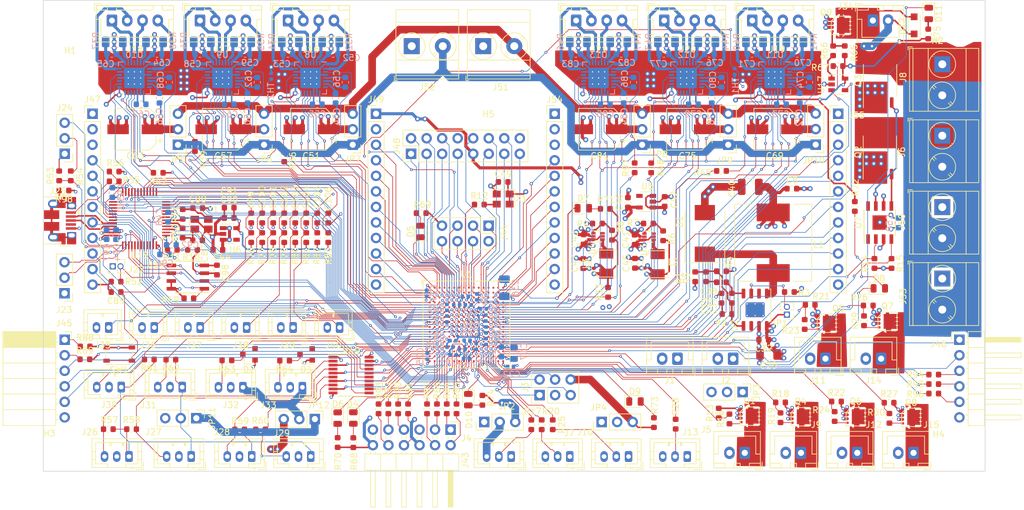
<source format=kicad_pcb>
(kicad_pcb (version 20171130) (host pcbnew "(5.1.4)-1")
  (layers (0 F.Cu mixed) (1 In1.Cu power hide) (2 In2.Cu power hide) (31 B.Cu signal hide) (34 B.Paste user hide) (35 F.Paste user) (36 B.SilkS user hide) (37 F.SilkS user) (38 B.Mask user hide) (39 F.Mask user) (44 Edge.Cuts user))
  (net 0 "")
  (net 1 +1V1)
  (net 2 GND)
  (net 3 +3V3)
  (net 4 +2V5)
  (net 5 +Vaux)
  (net 6 "Net-(C37-Pad1)")
  (net 7 "Net-(C37-Pad2)")
  (net 8 "Net-(C38-Pad2)")
  (net 9 +5V)
  (net 10 "Net-(C39-Pad2)")
  (net 11 VDDA)
  (net 12 "/Stepper/Stepper 3/VM")
  (net 13 "Net-(C54-Pad1)")
  (net 14 "Net-(C55-Pad1)")
  (net 15 "Net-(C56-Pad2)")
  (net 16 "/Stepper/Stepper 2/VM")
  (net 17 "Net-(C60-Pad1)")
  (net 18 "Net-(C61-Pad1)")
  (net 19 "Net-(C62-Pad2)")
  (net 20 "/Stepper/Stepper 1/VM")
  (net 21 "Net-(C66-Pad1)")
  (net 22 "Net-(C67-Pad1)")
  (net 23 "Net-(C68-Pad2)")
  (net 24 "/Stepper/Stepper 6/VM")
  (net 25 "Net-(C72-Pad1)")
  (net 26 "Net-(C73-Pad1)")
  (net 27 "Net-(C74-Pad2)")
  (net 28 "/Stepper/Stepper 5/VM")
  (net 29 "Net-(C78-Pad1)")
  (net 30 "Net-(C79-Pad1)")
  (net 31 "Net-(C80-Pad2)")
  (net 32 "/Stepper/Stepper 4/VM")
  (net 33 "Net-(C84-Pad1)")
  (net 34 "Net-(C85-Pad1)")
  (net 35 "Net-(C86-Pad2)")
  (net 36 "Net-(C87-Pad1)")
  (net 37 "Net-(C88-Pad1)")
  (net 38 "Net-(C89-Pad1)")
  (net 39 ADC0)
  (net 40 ADC1)
  (net 41 ADC2)
  (net 42 ADC3)
  (net 43 ADC4)
  (net 44 ADC5)
  (net 45 ADC6)
  (net 46 ADC7)
  (net 47 "Net-(D1-Pad1)")
  (net 48 "Net-(D2-Pad1)")
  (net 49 "Net-(D3-Pad1)")
  (net 50 "Net-(D4-Pad2)")
  (net 51 LED1)
  (net 52 LED2)
  (net 53 "Net-(D5-Pad2)")
  (net 54 "Net-(D6-Pad2)")
  (net 55 LED3)
  (net 56 LED4)
  (net 57 "Net-(D7-Pad2)")
  (net 58 "Net-(D8-Pad2)")
  (net 59 LED5)
  (net 60 LED6)
  (net 61 "Net-(D9-Pad2)")
  (net 62 "Net-(D10-Pad2)")
  (net 63 LED7)
  (net 64 LED8)
  (net 65 "Net-(D11-Pad2)")
  (net 66 "Net-(J4-Pad2)")
  (net 67 "Net-(J4-Pad3)")
  (net 68 "Net-(J12-Pad2)")
  (net 69 "Net-(J5-Pad1)")
  (net 70 "Net-(J6-Pad1)")
  (net 71 "Net-(J7-Pad2)")
  (net 72 "Net-(J8-Pad1)")
  (net 73 "Net-(J9-Pad1)")
  (net 74 "Net-(J10-Pad3)")
  (net 75 "Net-(J10-Pad2)")
  (net 76 "Net-(J11-Pad1)")
  (net 77 "Net-(J12-Pad1)")
  (net 78 "Net-(J13-Pad2)")
  (net 79 "Net-(J14-Pad1)")
  (net 80 "Net-(J15-Pad1)")
  (net 81 "Net-(J22-Pad2)")
  (net 82 "Net-(J23-Pad2)")
  (net 83 "Net-(J23-Pad3)")
  (net 84 /mcu/RX)
  (net 85 /mcu/TX)
  (net 86 "Net-(J25-Pad1)")
  (net 87 "Net-(J25-Pad2)")
  (net 88 "Net-(J25-Pad3)")
  (net 89 "Net-(J26-Pad1)")
  (net 90 "Net-(J26-Pad3)")
  (net 91 "Net-(J27-Pad3)")
  (net 92 "Net-(J28-Pad3)")
  (net 93 "Net-(J29-Pad3)")
  (net 94 "Net-(J30-Pad3)")
  (net 95 "Net-(J31-Pad3)")
  (net 96 "Net-(J32-Pad1)")
  (net 97 "Net-(J32-Pad3)")
  (net 98 "Net-(J33-Pad3)")
  (net 99 "Net-(J43-Pad1)")
  (net 100 "Net-(J43-Pad2)")
  (net 101 "Net-(J43-Pad3)")
  (net 102 "Net-(J43-Pad4)")
  (net 103 "Net-(J43-Pad7)")
  (net 104 "Net-(J43-Pad8)")
  (net 105 "Net-(J43-Pad9)")
  (net 106 "Net-(J43-Pad10)")
  (net 107 ESP_TX)
  (net 108 ESP_EN)
  (net 109 ESP_RST)
  (net 110 ESP_RX)
  (net 111 ESP_FLASH)
  (net 112 ESP_GPIO2)
  (net 113 "Net-(J45-Pad1)")
  (net 114 "Net-(J45-Pad2)")
  (net 115 chain_in_in3)
  (net 116 chain_in_in2)
  (net 117 chain_in_in1)
  (net 118 chain_out_in2)
  (net 119 chain_out_in1)
  (net 120 "Net-(J46-Pad3)")
  (net 121 "Net-(J46-Pad4)")
  (net 122 "Net-(J46-Pad5)")
  (net 123 exp1_17)
  (net 124 exp1_16)
  (net 125 exp1_15)
  (net 126 exp1_14)
  (net 127 exp1_13)
  (net 128 exp1_12)
  (net 129 exp1_11)
  (net 130 exp1_10)
  (net 131 exp1_9)
  (net 132 exp1_8)
  (net 133 exp1_7)
  (net 134 exp1_6)
  (net 135 exp1_5)
  (net 136 exp1_4)
  (net 137 exp1_3)
  (net 138 exp1_2)
  (net 139 exp1_1)
  (net 140 display1)
  (net 141 display2)
  (net 142 display3)
  (net 143 display4)
  (net 144 display5)
  (net 145 display6)
  (net 146 display7)
  (net 147 display8)
  (net 148 display9)
  (net 149 display10)
  (net 150 display11)
  (net 151 display12)
  (net 152 display13)
  (net 153 exp2_1)
  (net 154 exp2_2)
  (net 155 exp2_3)
  (net 156 exp2_4)
  (net 157 exp2_5)
  (net 158 exp2_6)
  (net 159 exp2_7)
  (net 160 exp2_8)
  (net 161 exp2_9)
  (net 162 exp2_10)
  (net 163 exp2_11)
  (net 164 exp2_12)
  (net 165 exp2_13)
  (net 166 exp2_14)
  (net 167 exp2_15)
  (net 168 exp2_16)
  (net 169 exp2_17)
  (net 170 +VM2)
  (net 171 +VM1)
  (net 172 "Net-(JP1-Pad2)")
  (net 173 "Net-(L2-Pad1)")
  (net 174 "Net-(L3-Pad1)")
  (net 175 "Net-(Q1-Pad2)")
  (net 176 "Net-(Q2-Pad2)")
  (net 177 "Net-(Q3-Pad2)")
  (net 178 "Net-(Q4-Pad2)")
  (net 179 "Net-(Q5-Pad2)")
  (net 180 "Net-(Q6-Pad2)")
  (net 181 "Net-(Q7-Pad2)")
  (net 182 "Net-(Q8-Pad2)")
  (net 183 "Net-(Q9-Pad2)")
  (net 184 "Net-(R6-Pad2)")
  (net 185 "Net-(R8-Pad2)")
  (net 186 SPI_NSS)
  (net 187 PROGRAMN)
  (net 188 "Net-(R12-Pad2)")
  (net 189 CLK_50MHz)
  (net 190 PWM5)
  (net 191 PWM1)
  (net 192 PWM2)
  (net 193 PWM9)
  (net 194 PWM6)
  (net 195 PWM10)
  (net 196 PWM3)
  (net 197 PWM7)
  (net 198 PWM11)
  (net 199 PWM4)
  (net 200 PWM8)
  (net 201 PWM12)
  (net 202 "Net-(R31-Pad1)")
  (net 203 "Net-(R32-Pad1)")
  (net 204 ENN)
  (net 205 "Net-(R34-Pad1)")
  (net 206 "Net-(R35-Pad1)")
  (net 207 "Net-(R37-Pad1)")
  (net 208 "Net-(R38-Pad1)")
  (net 209 "Net-(R40-Pad1)")
  (net 210 "Net-(R41-Pad1)")
  (net 211 "Net-(R43-Pad1)")
  (net 212 "Net-(R44-Pad1)")
  (net 213 "Net-(R46-Pad1)")
  (net 214 "Net-(R47-Pad1)")
  (net 215 "Net-(R49-Pad2)")
  (net 216 "Net-(R50-Pad1)")
  (net 217 "Net-(R51-Pad1)")
  (net 218 "Net-(R53-Pad1)")
  (net 219 "Net-(R55-Pad2)")
  (net 220 "Net-(R66-Pad1)")
  (net 221 WDEN)
  (net 222 pmod1_1)
  (net 223 pmod1_2)
  (net 224 pmod1_3)
  (net 225 pmod1_4)
  (net 226 chain_in_out2)
  (net 227 chain_in_out1)
  (net 228 pmod2_1)
  (net 229 pmod2_2)
  (net 230 pmod2_3)
  (net 231 pmod2_4)
  (net 232 chain_out_out3)
  (net 233 chain_out_out2)
  (net 234 chain_out_out1)
  (net 235 ENDSTOP1)
  (net 236 ENDSTOP5)
  (net 237 DIR1)
  (net 238 STEP5)
  (net 239 ENDSTOP2)
  (net 240 ENDSTOP7)
  (net 241 DIR2)
  (net 242 STEP6)
  (net 243 DIAG1)
  (net 244 DIAG2)
  (net 245 ENDSTOP3)
  (net 246 ENDSTOP4)
  (net 247 ENDSTOP6)
  (net 248 ENDSTOP8)
  (net 249 STEP1)
  (net 250 STEP2)
  (net 251 DIR5)
  (net 252 DIR6)
  (net 253 INDEX1)
  (net 254 INDEX3)
  (net 255 INDEX4)
  (net 256 STEP4)
  (net 257 STEP3)
  (net 258 INDEX2)
  (net 259 DIAG3)
  (net 260 DIAG5)
  (net 261 DIR3)
  (net 262 DIR4)
  (net 263 INDEX5)
  (net 264 INDEX6)
  (net 265 DIAG4)
  (net 266 DIAG6)
  (net 267 SPI_MISO)
  (net 268 WDI)
  (net 269 CLK)
  (net 270 HOLDN)
  (net 271 SPI_MOSI)
  (net 272 FPGA2)
  (net 273 FPGA6)
  (net 274 FPGA4)
  (net 275 FPGA5)
  (net 276 FPGA3)
  (net 277 SPI_SCK)
  (net 278 DONE)
  (net 279 INITN)
  (net 280 UART6)
  (net 281 FPGA1)
  (net 282 UART5)
  (net 283 UART4)
  (net 284 UART2)
  (net 285 UART3)
  (net 286 UART1)
  (net 287 "Net-(R36-Pad2)")
  (net 288 "Net-(R39-Pad2)")
  (net 289 "Net-(R42-Pad2)")
  (net 290 "Net-(R45-Pad2)")
  (net 291 "Net-(R48-Pad2)")
  (net 292 "Net-(R97-Pad2)")
  (net 293 "/Stepper/Stepper 3/OB2")
  (net 294 "/Stepper/Stepper 3/OB1")
  (net 295 "/Stepper/Stepper 3/OA2")
  (net 296 "/Stepper/Stepper 3/OA1")
  (net 297 "/Stepper/Stepper 2/OA1")
  (net 298 "/Stepper/Stepper 2/OA2")
  (net 299 "/Stepper/Stepper 2/OB1")
  (net 300 "/Stepper/Stepper 2/OB2")
  (net 301 "/Stepper/Stepper 1/OA1")
  (net 302 "/Stepper/Stepper 1/OA2")
  (net 303 "/Stepper/Stepper 1/OB1")
  (net 304 "/Stepper/Stepper 1/OB2")
  (net 305 "/Stepper/Stepper 6/OA1")
  (net 306 "/Stepper/Stepper 6/OA2")
  (net 307 "/Stepper/Stepper 6/OB1")
  (net 308 "/Stepper/Stepper 6/OB2")
  (net 309 "/Stepper/Stepper 5/OA1")
  (net 310 "/Stepper/Stepper 5/OA2")
  (net 311 "/Stepper/Stepper 5/OB1")
  (net 312 "/Stepper/Stepper 5/OB2")
  (net 313 "/Stepper/Stepper 4/OB2")
  (net 314 "/Stepper/Stepper 4/OB1")
  (net 315 "/Stepper/Stepper 4/OA2")
  (net 316 "/Stepper/Stepper 4/OA1")
  (net 317 "Net-(C56-Pad1)")
  (net 318 "Net-(C62-Pad1)")
  (net 319 "Net-(C68-Pad1)")
  (net 320 "Net-(C74-Pad1)")
  (net 321 "Net-(C80-Pad1)")
  (net 322 "Net-(C86-Pad1)")
  (net 323 CLK_48MHz)
  (net 324 /FPGA/TMS)
  (net 325 /FPGA/TDI)
  (net 326 /FPGA/TCK)
  (net 327 /FPGA/TDO)
  (net 328 "Net-(D12-Pad2)")
  (net 329 "Net-(J25-Pad4)")
  (net 330 "Net-(U1-PadE5)")
  (net 331 "Net-(U1-PadF5)")
  (net 332 "Net-(U1-PadG5)")
  (net 333 "Net-(U1-PadH5)")
  (net 334 "Net-(U1-PadJ5)")
  (net 335 "Net-(U1-PadK5)")
  (net 336 "Net-(U1-PadL5)")
  (net 337 "Net-(U1-PadM5)")
  (net 338 "Net-(U1-PadN5)")
  (net 339 "Net-(U1-PadP5)")
  (net 340 "Net-(U1-PadE6)")
  (net 341 "Net-(U1-PadM6)")
  (net 342 "Net-(U1-PadN6)")
  (net 343 "Net-(U1-PadP6)")
  (net 344 "Net-(U1-PadR6)")
  (net 345 "Net-(U1-PadE7)")
  (net 346 "Net-(U1-PadM7)")
  (net 347 "Net-(U1-PadN7)")
  (net 348 "Net-(U1-PadP7)")
  (net 349 "Net-(U1-PadR7)")
  (net 350 "Net-(U1-PadB8)")
  (net 351 "Net-(U1-PadD8)")
  (net 352 "Net-(U1-PadE8)")
  (net 353 "Net-(U1-PadM8)")
  (net 354 "Net-(U1-PadR8)")
  (net 355 "Net-(U1-PadB9)")
  (net 356 "Net-(U1-PadC9)")
  (net 357 "Net-(U1-PadD9)")
  (net 358 "Net-(U1-PadE9)")
  (net 359 "Net-(U1-PadM9)")
  (net 360 "Net-(U1-PadE10)")
  (net 361 "Net-(U1-PadA11)")
  (net 362 "Net-(U1-PadB11)")
  (net 363 "Net-(U1-PadC11)")
  (net 364 "Net-(U1-PadD11)")
  (net 365 "Net-(U1-PadE11)")
  (net 366 "Net-(U1-PadM11)")
  (net 367 "Net-(U1-PadN11)")
  (net 368 "Net-(U1-PadP11)")
  (net 369 "Net-(U1-PadC12)")
  (net 370 "Net-(U1-PadD12)")
  (net 371 "Net-(U1-PadE12)")
  (net 372 "Net-(U1-PadF12)")
  (net 373 "Net-(U1-PadG12)")
  (net 374 "Net-(U1-PadH12)")
  (net 375 "Net-(U1-PadJ12)")
  (net 376 "Net-(U1-PadK12)")
  (net 377 "Net-(U1-PadL12)")
  (net 378 "Net-(U1-PadM12)")
  (net 379 "Net-(U1-PadA14)")
  (net 380 "Net-(U1-PadB14)")
  (net 381 "Net-(U1-PadJ14)")
  (net 382 "Net-(U2-Pad2)")
  (net 383 "Net-(U2-Pad6)")
  (net 384 "Net-(U5-Pad4)")
  (net 385 "Net-(U6-Pad4)")
  (net 386 "Net-(U8-Pad17)")
  (net 387 "Net-(U8-Pad7)")
  (net 388 "Net-(U9-Pad7)")
  (net 389 "Net-(U9-Pad17)")
  (net 390 "Net-(U10-Pad17)")
  (net 391 "Net-(U10-Pad7)")
  (net 392 "Net-(U11-Pad7)")
  (net 393 "Net-(U11-Pad17)")
  (net 394 "Net-(U12-Pad17)")
  (net 395 "Net-(U12-Pad7)")
  (net 396 "Net-(U13-Pad7)")
  (net 397 "Net-(U13-Pad17)")
  (net 398 "Net-(U15-Pad31)")
  (net 399 "Net-(U15-Pad34)")
  (net 400 "Net-(U15-Pad45)")
  (net 401 "Net-(U15-Pad46)")
  (net 402 "Net-(J25-Pad6)")
  (module Resistor_SMD:R_0603_1608Metric (layer F.Cu) (at 54.3875 55.1 180)
    (fp_text reference R98 (at 0 -1.43) (layer F.SilkS))
    (fp_text value 100)
    (pad 2 smd roundrect (at 0.7875 0 180) (size 0.875 0.95) (layers F.Cu F.Paste F.Mask) (net 402 "Net-(J25-Pad6)"))
    (pad 1 smd roundrect (at -0.7875 0 180) (size 0.875 0.95) (layers F.Cu F.Paste F.Mask) (net 2 GND))
  )
  (module Diode_SMD:D_SOD-123F (layer F.Cu) (at 193.4 28.1 90)
    (fp_text reference D12 (at -0.127 -1.905 90) (layer F.SilkS))
    (fp_text value D)
    (pad 2 smd rect (at 1.4 0 90) (size 1.1 1.1) (layers F.Cu F.Paste F.Mask) (net 328 "Net-(D12-Pad2)"))
    (pad 1 smd rect (at -1.4 0 90) (size 1.1 1.1) (layers F.Cu F.Paste F.Mask) (net 9 +5V))
  )
  (module Capacitor_SMD:C_0603_1608Metric (layer F.Cu) (at 173.4 54.8)
    (fp_text reference C8 (at 0 -1.43) (layer F.SilkS))
    (fp_text value 1uF)
    (pad 2 smd roundrect (at 0.7875 0) (size 0.875 0.95) (layers F.Cu F.Paste F.Mask) (net 2 GND))
    (pad 1 smd roundrect (at -0.7875 0) (size 0.875 0.95) (layers F.Cu F.Paste F.Mask) (net 9 +5V))
  )
  (module MountingHole:MountingHole_3.2mm_M3 (layer F.Cu) (at 119.7 41)
    (fp_text reference H5 (at 4.1 1.6) (layer F.SilkS))
    (fp_text value MountingHole)
    (pad 1 np_thru_hole circle (at 0 0) (size 3.2 3.2) (drill 3.2) (layers *.Cu *.Mask))
  )
  (module MountingHole:MountingHole_3.2mm_M3 (layer F.Cu) (at 200.9 97.5)
    (fp_text reference H4 (at -3.5 -2.5) (layer F.SilkS))
    (fp_text value MountingHole)
    (pad 1 np_thru_hole circle (at 0 0) (size 3.2 3.2) (drill 3.2) (layers *.Cu *.Mask))
  )
  (module MountingHole:MountingHole_3.2mm_M3 (layer F.Cu) (at 54.8 97.5)
    (fp_text reference H3 (at -2.8 -2.7) (layer F.SilkS))
    (fp_text value MountingHole)
    (pad 1 np_thru_hole circle (at 0 0) (size 3.2 3.2) (drill 3.2) (layers *.Cu *.Mask))
  )
  (module MountingHole:MountingHole_3.2mm_M3 (layer F.Cu) (at 200.9 27.9)
    (fp_text reference H2 (at -3.7 2.7) (layer F.SilkS))
    (fp_text value MountingHole)
    (pad 1 np_thru_hole circle (at 0 0) (size 3.2 3.2) (drill 3.2) (layers *.Cu *.Mask))
  )
  (module MountingHole:MountingHole_3.2mm_M3 (layer F.Cu) (at 54.8 27.9)
    (fp_text reference H1 (at 0.6 4.3) (layer F.SilkS))
    (fp_text value MountingHole)
    (pad 1 np_thru_hole circle (at 0 0) (size 3.2 3.2) (drill 3.2) (layers *.Cu *.Mask))
  )
  (module Capacitor_SMD:C_0402_1005Metric (layer B.Cu) (at 113.8 82.2 270)
    (fp_text reference C35 (at 0 1.17 90) (layer B.SilkS) (effects (justify mirror)))
    (fp_text value 10nF)
    (pad 2 smd roundrect (at 0.485 0 270) (size 0.59 0.64) (layers B.Cu B.Paste B.Mask) (net 2 GND))
    (pad 1 smd roundrect (at -0.485 0 270) (size 0.59 0.64) (layers B.Cu B.Paste B.Mask) (net 3 +3V3))
  )
  (module Capacitor_SMD:C_0402_1005Metric (layer B.Cu) (at 120 72.4 180)
    (fp_text reference C30 (at 0 1.17) (layer B.SilkS) (effects (justify mirror)))
    (fp_text value 100nF)
    (pad 2 smd roundrect (at 0.485 0 180) (size 0.59 0.64) (layers B.Cu B.Paste B.Mask) (net 2 GND))
    (pad 1 smd roundrect (at -0.485 0 180) (size 0.59 0.64) (layers B.Cu B.Paste B.Mask) (net 3 +3V3))
  )
  (module Capacitor_SMD:C_0402_1005Metric (layer B.Cu) (at 113.7 71.9 90)
    (fp_text reference C27 (at 0 1.17 90) (layer B.SilkS) (effects (justify mirror)))
    (fp_text value 100nF)
    (pad 2 smd roundrect (at 0.485 0 90) (size 0.59 0.64) (layers B.Cu B.Paste B.Mask) (net 2 GND))
    (pad 1 smd roundrect (at -0.485 0 90) (size 0.59 0.64) (layers B.Cu B.Paste B.Mask) (net 3 +3V3))
  )
  (module Capacitor_SMD:C_0402_1005Metric (layer B.Cu) (at 123 74.45)
    (fp_text reference C26 (at 2.4 -0.05) (layer B.SilkS) (effects (justify mirror)))
    (fp_text value 100nF)
    (pad 2 smd roundrect (at 0.485 0) (size 0.59 0.64) (layers B.Cu B.Paste B.Mask) (net 2 GND))
    (pad 1 smd roundrect (at -0.485 0) (size 0.59 0.64) (layers B.Cu B.Paste B.Mask) (net 3 +3V3))
  )
  (module Capacitor_SMD:C_0402_1005Metric (layer B.Cu) (at 120.2 82.6)
    (fp_text reference C25 (at 0 1.17) (layer B.SilkS) (effects (justify mirror)))
    (fp_text value 100nF)
    (pad 2 smd roundrect (at 0.485 0) (size 0.59 0.64) (layers B.Cu B.Paste B.Mask) (net 2 GND))
    (pad 1 smd roundrect (at -0.485 0) (size 0.59 0.64) (layers B.Cu B.Paste B.Mask) (net 1 +1V1))
  )
  (module Capacitor_SMD:C_0402_1005Metric (layer B.Cu) (at 118.6 73.8)
    (fp_text reference C24 (at 0 1.8 90) (layer B.SilkS) (effects (justify mirror)))
    (fp_text value 100nF)
    (pad 2 smd roundrect (at 0.485 0) (size 0.59 0.64) (layers B.Cu B.Paste B.Mask) (net 2 GND))
    (pad 1 smd roundrect (at -0.485 0) (size 0.59 0.64) (layers B.Cu B.Paste B.Mask) (net 3 +3V3))
  )
  (module Capacitor_SMD:C_0402_1005Metric (layer B.Cu) (at 119.5 81 180)
    (fp_text reference C23 (at -1.3 2.6) (layer B.SilkS) (effects (justify mirror)))
    (fp_text value 100nF)
    (pad 2 smd roundrect (at 0.485 0 180) (size 0.59 0.64) (layers B.Cu B.Paste B.Mask) (net 2 GND))
    (pad 1 smd roundrect (at -0.485 0 180) (size 0.59 0.64) (layers B.Cu B.Paste B.Mask) (net 1 +1V1))
  )
  (module Capacitor_SMD:C_0402_1005Metric (layer B.Cu) (at 127.4 83.9 180)
    (fp_text reference C22 (at -0.2 -1.3) (layer B.SilkS) (effects (justify mirror)))
    (fp_text value 100nF)
    (pad 2 smd roundrect (at 0.485 0 180) (size 0.59 0.64) (layers B.Cu B.Paste B.Mask) (net 2 GND))
    (pad 1 smd roundrect (at -0.485 0 180) (size 0.59 0.64) (layers B.Cu B.Paste B.Mask) (net 1 +1V1))
  )
  (module Capacitor_SMD:C_0402_1005Metric (layer B.Cu) (at 117 74.2 90)
    (fp_text reference C21 (at -0.2 -1.8 180) (layer B.SilkS) (effects (justify mirror)))
    (fp_text value 10nF)
    (pad 2 smd roundrect (at 0.485 0 90) (size 0.59 0.64) (layers B.Cu B.Paste B.Mask) (net 2 GND))
    (pad 1 smd roundrect (at -0.485 0 90) (size 0.59 0.64) (layers B.Cu B.Paste B.Mask) (net 3 +3V3))
  )
  (module Capacitor_SMD:C_0402_1005Metric (layer B.Cu) (at 117.5 80.7 180)
    (fp_text reference C20 (at 2.5 0.3) (layer B.SilkS) (effects (justify mirror)))
    (fp_text value 100nF)
    (pad 2 smd roundrect (at 0.485 0 180) (size 0.59 0.64) (layers B.Cu B.Paste B.Mask) (net 2 GND))
    (pad 1 smd roundrect (at -0.485 0 180) (size 0.59 0.64) (layers B.Cu B.Paste B.Mask) (net 1 +1V1))
  )
  (module Capacitor_SMD:C_0402_1005Metric (layer B.Cu) (at 120.3 79.6)
    (fp_text reference C18 (at 0.7 -2.6) (layer B.SilkS) (effects (justify mirror)))
    (fp_text value 100nF)
    (pad 2 smd roundrect (at 0.485 0) (size 0.59 0.64) (layers B.Cu B.Paste B.Mask) (net 2 GND))
    (pad 1 smd roundrect (at -0.485 0) (size 0.59 0.64) (layers B.Cu B.Paste B.Mask) (net 1 +1V1))
  )
  (module Capacitor_SMD:C_0402_1005Metric (layer B.Cu) (at 123.4 79.8 270)
    (fp_text reference C15 (at -0.6 -2 180) (layer B.SilkS) (effects (justify mirror)))
    (fp_text value 10nF)
    (pad 2 smd roundrect (at 0.485 0 270) (size 0.59 0.64) (layers B.Cu B.Paste B.Mask) (net 2 GND))
    (pad 1 smd roundrect (at -0.485 0 270) (size 0.59 0.64) (layers B.Cu B.Paste B.Mask) (net 4 +2V5))
  )
  (module Capacitor_SMD:C_0402_1005Metric (layer B.Cu) (at 121.9 72.5 90)
    (fp_text reference C14 (at 0 1.17 90) (layer B.SilkS) (effects (justify mirror)))
    (fp_text value 10nF)
    (pad 2 smd roundrect (at 0.485 0 90) (size 0.59 0.64) (layers B.Cu B.Paste B.Mask) (net 2 GND))
    (pad 1 smd roundrect (at -0.485 0 90) (size 0.59 0.64) (layers B.Cu B.Paste B.Mask) (net 3 +3V3))
  )
  (module Capacitor_SMD:C_0402_1005Metric (layer B.Cu) (at 118.015 82)
    (fp_text reference C7 (at 0 1.17) (layer B.SilkS) (effects (justify mirror)))
    (fp_text value 10nF)
    (pad 2 smd roundrect (at 0.485 0) (size 0.59 0.64) (layers B.Cu B.Paste B.Mask) (net 2 GND))
    (pad 1 smd roundrect (at -0.485 0) (size 0.59 0.64) (layers B.Cu B.Paste B.Mask) (net 1 +1V1))
  )
  (module Capacitor_SMD:C_0402_1005Metric (layer B.Cu) (at 121.8 80.585 270)
    (fp_text reference C6 (at 2.015 -0.6 90) (layer B.SilkS) (effects (justify mirror)))
    (fp_text value 10nF)
    (pad 2 smd roundrect (at 0.485 0 270) (size 0.59 0.64) (layers B.Cu B.Paste B.Mask) (net 2 GND))
    (pad 1 smd roundrect (at -0.485 0 270) (size 0.59 0.64) (layers B.Cu B.Paste B.Mask) (net 4 +2V5))
  )
  (module Capacitor_SMD:C_0402_1005Metric (layer B.Cu) (at 123.35 75.95 270)
    (fp_text reference C5 (at 0.05 -1.45 180) (layer B.SilkS) (effects (justify mirror)))
    (fp_text value 10nF)
    (pad 2 smd roundrect (at 0.485 0 270) (size 0.59 0.64) (layers B.Cu B.Paste B.Mask) (net 2 GND))
    (pad 1 smd roundrect (at -0.485 0 270) (size 0.59 0.64) (layers B.Cu B.Paste B.Mask) (net 3 +3V3))
  )
  (module Capacitor_SMD:C_0402_1005Metric (layer B.Cu) (at 120.5 73.8)
    (fp_text reference C4 (at -0.1 1.4 90) (layer B.SilkS) (effects (justify mirror)))
    (fp_text value 10nF)
    (pad 2 smd roundrect (at 0.485 0) (size 0.59 0.64) (layers B.Cu B.Paste B.Mask) (net 2 GND))
    (pad 1 smd roundrect (at -0.485 0) (size 0.59 0.64) (layers B.Cu B.Paste B.Mask) (net 1 +1V1))
  )
  (module Capacitor_SMD:C_0402_1005Metric (layer B.Cu) (at 117.985 79.65 180)
    (fp_text reference C3 (at 2.185 0.65) (layer B.SilkS) (effects (justify mirror)))
    (fp_text value 10nF)
    (pad 2 smd roundrect (at 0.485 0 180) (size 0.59 0.64) (layers B.Cu B.Paste B.Mask) (net 2 GND))
    (pad 1 smd roundrect (at -0.485 0 180) (size 0.59 0.64) (layers B.Cu B.Paste B.Mask) (net 4 +2V5))
  )
  (module Capacitor_SMD:C_0402_1005Metric (layer B.Cu) (at 123.4 77.9 270)
    (fp_text reference C2 (at -0.3 -1.6 180) (layer B.SilkS) (effects (justify mirror)))
    (fp_text value 10nF)
    (pad 2 smd roundrect (at 0.485 0 270) (size 0.59 0.64) (layers B.Cu B.Paste B.Mask) (net 2 GND))
    (pad 1 smd roundrect (at -0.485 0 270) (size 0.59 0.64) (layers B.Cu B.Paste B.Mask) (net 3 +3V3))
  )
  (module Capacitor_SMD:C_0402_1005Metric (layer B.Cu) (at 117 76.1 270)
    (fp_text reference C1 (at 0.3 1.4 180) (layer B.SilkS) (effects (justify mirror)))
    (fp_text value 10nF)
    (pad 2 smd roundrect (at 0.485 0 270) (size 0.59 0.64) (layers B.Cu B.Paste B.Mask) (net 2 GND))
    (pad 1 smd roundrect (at -0.485 0 270) (size 0.59 0.64) (layers B.Cu B.Paste B.Mask) (net 1 +1V1))
  )
  (module Connector_PinHeader_2.54mm:PinHeader_1x12_P2.54mm_Vertical (layer F.Cu) (at 134.62 42.545)
    (fp_text reference J54 (at 0 -2.33) (layer F.SilkS))
    (fp_text value Exp2_L)
    (pad 12 thru_hole oval (at 0 27.94) (size 1.7 1.7) (drill 1) (layers *.Cu *.Mask) (net 2 GND))
    (pad 11 thru_hole oval (at 0 25.4) (size 1.7 1.7) (drill 1) (layers *.Cu *.Mask) (net 160 exp2_8))
    (pad 10 thru_hole oval (at 0 22.86) (size 1.7 1.7) (drill 1) (layers *.Cu *.Mask) (net 159 exp2_7))
    (pad 9 thru_hole oval (at 0 20.32) (size 1.7 1.7) (drill 1) (layers *.Cu *.Mask) (net 158 exp2_6))
    (pad 8 thru_hole oval (at 0 17.78) (size 1.7 1.7) (drill 1) (layers *.Cu *.Mask) (net 157 exp2_5))
    (pad 7 thru_hole oval (at 0 15.24) (size 1.7 1.7) (drill 1) (layers *.Cu *.Mask) (net 156 exp2_4))
    (pad 6 thru_hole oval (at 0 12.7) (size 1.7 1.7) (drill 1) (layers *.Cu *.Mask) (net 155 exp2_3))
    (pad 5 thru_hole oval (at 0 10.16) (size 1.7 1.7) (drill 1) (layers *.Cu *.Mask) (net 154 exp2_2))
    (pad 4 thru_hole oval (at 0 7.62) (size 1.7 1.7) (drill 1) (layers *.Cu *.Mask) (net 153 exp2_1))
    (pad 3 thru_hole oval (at 0 5.08) (size 1.7 1.7) (drill 1) (layers *.Cu *.Mask) (net 3 +3V3))
    (pad 2 thru_hole oval (at 0 2.54) (size 1.7 1.7) (drill 1) (layers *.Cu *.Mask) (net 2 GND))
    (pad 1 thru_hole rect (at 0 0) (size 1.7 1.7) (drill 1) (layers *.Cu *.Mask) (net 5 +Vaux))
  )
  (module arne:FET_DGS_DFN3x3A_8L_EP1_P (layer F.Cu) (at 166.5 92 270)
    (fp_text reference Q1 (at -2.5 0) (layer F.SilkS))
    (fp_text value AON7524)
    (pad 1 smd custom (at 0 -0.36 270) (size 2.45 1.98) (layers F.Cu F.Paste F.Mask) (net 69 "Net-(J5-Pad1)") (options (clearance outline) (anchor rect)) (primitives (gr_poly (pts (xy 1.415 0.575) (xy 1.415 0.145) (xy -1.415 0.145) (xy -1.415 0.575)) (width 0.1))))
    (pad 1 smd rect (at -0.975 -1.4 270) (size 0.35 0.5) (layers F.Cu F.Paste F.Mask) (net 69 "Net-(J5-Pad1)"))
    (pad 3 smd rect (at -0.975 1.4 270) (size 0.35 0.5) (layers F.Cu F.Paste F.Mask) (net 2 GND))
    (pad 1 smd rect (at -0.325 -1.4 270) (size 0.35 0.5) (layers F.Cu F.Paste F.Mask) (net 69 "Net-(J5-Pad1)"))
    (pad 3 smd rect (at -0.325 1.4 270) (size 0.35 0.5) (layers F.Cu F.Paste F.Mask) (net 2 GND))
    (pad 1 smd rect (at 0.325 -1.4 270) (size 0.35 0.5) (layers F.Cu F.Paste F.Mask) (net 69 "Net-(J5-Pad1)"))
    (pad 3 smd rect (at 0.325 1.4 270) (size 0.35 0.5) (layers F.Cu F.Paste F.Mask) (net 2 GND))
    (pad 1 smd rect (at 0.975 -1.4 270) (size 0.35 0.5) (layers F.Cu F.Paste F.Mask) (net 69 "Net-(J5-Pad1)"))
    (pad 2 smd rect (at 0.975 1.4 270) (size 0.35 0.5) (layers F.Cu F.Paste F.Mask) (net 175 "Net-(Q1-Pad2)"))
  )
  (module Package_BGA:BGA-256_14.0x14.0mm_Layout16x16_P0.8mm_Ball0.45mm_Pad0.32mm_NSMD (layer F.Cu) (at 120.2 77)
    (fp_text reference U1 (at 0 -8.2) (layer F.SilkS))
    (fp_text value ECP5U12_CABGA256)
    (pad A1 smd circle (at -6 -6) (size 0.32 0.32) (layers F.Cu F.Paste F.Mask) (net 2 GND))
    (pad B1 smd circle (at -6 -5.2) (size 0.32 0.32) (layers F.Cu F.Paste F.Mask) (net 257 STEP3))
    (pad C1 smd circle (at -6 -4.4) (size 0.32 0.32) (layers F.Cu F.Paste F.Mask) (net 285 UART3))
    (pad D1 smd circle (at -6 -3.6) (size 0.32 0.32) (layers F.Cu F.Paste F.Mask) (net 244 DIAG2))
    (pad E1 smd circle (at -6 -2.8) (size 0.32 0.32) (layers F.Cu F.Paste F.Mask) (net 250 STEP2))
    (pad F1 smd circle (at -6 -2) (size 0.32 0.32) (layers F.Cu F.Paste F.Mask) (net 138 exp1_2))
    (pad G1 smd circle (at -6 -1.2) (size 0.32 0.32) (layers F.Cu F.Paste F.Mask) (net 136 exp1_4))
    (pad H1 smd circle (at -6 -0.4) (size 0.32 0.32) (layers F.Cu F.Paste F.Mask) (net 2 GND))
    (pad J1 smd circle (at -6 0.4) (size 0.32 0.32) (layers F.Cu F.Paste F.Mask) (net 133 exp1_7))
    (pad K1 smd circle (at -6 1.2) (size 0.32 0.32) (layers F.Cu F.Paste F.Mask) (net 226 chain_in_out2))
    (pad L1 smd circle (at -6 2) (size 0.32 0.32) (layers F.Cu F.Paste F.Mask) (net 115 chain_in_in3))
    (pad M1 smd circle (at -6 2.8) (size 0.32 0.32) (layers F.Cu F.Paste F.Mask) (net 117 chain_in_in1))
    (pad N1 smd circle (at -6 3.6) (size 0.32 0.32) (layers F.Cu F.Paste F.Mask) (net 247 ENDSTOP6))
    (pad P1 smd circle (at -6 4.4) (size 0.32 0.32) (layers F.Cu F.Paste F.Mask) (net 239 ENDSTOP2))
    (pad R1 smd circle (at -6 5.2) (size 0.32 0.32) (layers F.Cu F.Paste F.Mask) (net 245 ENDSTOP3))
    (pad T1 smd circle (at -6 6) (size 0.32 0.32) (layers F.Cu F.Paste F.Mask) (net 2 GND))
    (pad A2 smd circle (at -5.2 -6) (size 0.32 0.32) (layers F.Cu F.Paste F.Mask) (net 259 DIAG3))
    (pad B2 smd circle (at -5.2 -5.2) (size 0.32 0.32) (layers F.Cu F.Paste F.Mask) (net 254 INDEX3))
    (pad C2 smd circle (at -5.2 -4.4) (size 0.32 0.32) (layers F.Cu F.Paste F.Mask) (net 261 DIR3))
    (pad D2 smd circle (at -5.2 -3.6) (size 0.32 0.32) (layers F.Cu F.Paste F.Mask) (net 2 GND))
    (pad E2 smd circle (at -5.2 -2.8) (size 0.32 0.32) (layers F.Cu F.Paste F.Mask) (net 139 exp1_1))
    (pad F2 smd circle (at -5.2 -2) (size 0.32 0.32) (layers F.Cu F.Paste F.Mask) (net 137 exp1_3))
    (pad G2 smd circle (at -5.2 -1.2) (size 0.32 0.32) (layers F.Cu F.Paste F.Mask) (net 135 exp1_5))
    (pad H2 smd circle (at -5.2 -0.4) (size 0.32 0.32) (layers F.Cu F.Paste F.Mask) (net 134 exp1_6))
    (pad J2 smd circle (at -5.2 0.4) (size 0.32 0.32) (layers F.Cu F.Paste F.Mask) (net 132 exp1_8))
    (pad K2 smd circle (at -5.2 1.2) (size 0.32 0.32) (layers F.Cu F.Paste F.Mask) (net 227 chain_in_out1))
    (pad L2 smd circle (at -5.2 2) (size 0.32 0.32) (layers F.Cu F.Paste F.Mask) (net 116 chain_in_in2))
    (pad M2 smd circle (at -5.2 2.8) (size 0.32 0.32) (layers F.Cu F.Paste F.Mask) (net 236 ENDSTOP5))
    (pad N2 smd circle (at -5.2 3.6) (size 0.32 0.32) (layers F.Cu F.Paste F.Mask) (net 2 GND))
    (pad P2 smd circle (at -5.2 4.4) (size 0.32 0.32) (layers F.Cu F.Paste F.Mask) (net 240 ENDSTOP7))
    (pad R2 smd circle (at -5.2 5.2) (size 0.32 0.32) (layers F.Cu F.Paste F.Mask) (net 248 ENDSTOP8))
    (pad T2 smd circle (at -5.2 6) (size 0.32 0.32) (layers F.Cu F.Paste F.Mask) (net 230 pmod2_3))
    (pad A3 smd circle (at -4.4 -6) (size 0.32 0.32) (layers F.Cu F.Paste F.Mask) (net 125 exp1_15))
    (pad B3 smd circle (at -4.4 -5.2) (size 0.32 0.32) (layers F.Cu F.Paste F.Mask) (net 126 exp1_14))
    (pad C3 smd circle (at -4.4 -4.4) (size 0.32 0.32) (layers F.Cu F.Paste F.Mask) (net 130 exp1_10))
    (pad D3 smd circle (at -4.4 -3.6) (size 0.32 0.32) (layers F.Cu F.Paste F.Mask) (net 258 INDEX2))
    (pad E3 smd circle (at -4.4 -2.8) (size 0.32 0.32) (layers F.Cu F.Paste F.Mask) (net 284 UART2))
    (pad F3 smd circle (at -4.4 -2) (size 0.32 0.32) (layers F.Cu F.Paste F.Mask) (net 253 INDEX1))
    (pad G3 smd circle (at -4.4 -1.2) (size 0.32 0.32) (layers F.Cu F.Paste F.Mask) (net 249 STEP1))
    (pad H3 smd circle (at -4.4 -0.4) (size 0.32 0.32) (layers F.Cu F.Paste F.Mask) (net 272 FPGA2))
    (pad J3 smd circle (at -4.4 0.4) (size 0.32 0.32) (layers F.Cu F.Paste F.Mask) (net 281 FPGA1))
    (pad K3 smd circle (at -4.4 1.2) (size 0.32 0.32) (layers F.Cu F.Paste F.Mask) (net 276 FPGA3))
    (pad L3 smd circle (at -4.4 2) (size 0.32 0.32) (layers F.Cu F.Paste F.Mask) (net 274 FPGA4))
    (pad M3 smd circle (at -4.4 2.8) (size 0.32 0.32) (layers F.Cu F.Paste F.Mask) (net 273 FPGA6))
    (pad N3 smd circle (at -4.4 3.6) (size 0.32 0.32) (layers F.Cu F.Paste F.Mask) (net 55 LED3))
    (pad P3 smd circle (at -4.4 4.4) (size 0.32 0.32) (layers F.Cu F.Paste F.Mask) (net 246 ENDSTOP4))
    (pad R3 smd circle (at -4.4 5.2) (size 0.32 0.32) (layers F.Cu F.Paste F.Mask) (net 228 pmod2_1))
    (pad T3 smd circle (at -4.4 6) (size 0.32 0.32) (layers F.Cu F.Paste F.Mask) (net 229 pmod2_2))
    (pad A4 smd circle (at -3.6 -6) (size 0.32 0.32) (layers F.Cu F.Paste F.Mask) (net 123 exp1_17))
    (pad B4 smd circle (at -3.6 -5.2) (size 0.32 0.32) (layers F.Cu F.Paste F.Mask) (net 124 exp1_16))
    (pad C4 smd circle (at -3.6 -4.4) (size 0.32 0.32) (layers F.Cu F.Paste F.Mask) (net 129 exp1_11))
    (pad D4 smd circle (at -3.6 -3.6) (size 0.32 0.32) (layers F.Cu F.Paste F.Mask) (net 131 exp1_9))
    (pad E4 smd circle (at -3.6 -2.8) (size 0.32 0.32) (layers F.Cu F.Paste F.Mask) (net 241 DIR2))
    (pad F4 smd circle (at -3.6 -2) (size 0.32 0.32) (layers F.Cu F.Paste F.Mask) (net 243 DIAG1))
    (pad G4 smd circle (at -3.6 -1.2) (size 0.32 0.32) (layers F.Cu F.Paste F.Mask) (net 286 UART1))
    (pad H4 smd circle (at -3.6 -0.4) (size 0.32 0.32) (layers F.Cu F.Paste F.Mask) (net 237 DIR1))
    (pad J4 smd circle (at -3.6 0.4) (size 0.32 0.32) (layers F.Cu F.Paste F.Mask) (net 269 CLK))
    (pad K4 smd circle (at -3.6 1.2) (size 0.32 0.32) (layers F.Cu F.Paste F.Mask) (net 204 ENN))
    (pad L4 smd circle (at -3.6 2) (size 0.32 0.32) (layers F.Cu F.Paste F.Mask) (net 275 FPGA5))
    (pad M4 smd circle (at -3.6 2.8) (size 0.32 0.32) (layers F.Cu F.Paste F.Mask) (net 235 ENDSTOP1))
    (pad N4 smd circle (at -3.6 3.6) (size 0.32 0.32) (layers F.Cu F.Paste F.Mask) (net 231 pmod2_4))
    (pad P4 smd circle (at -3.6 4.4) (size 0.32 0.32) (layers F.Cu F.Paste F.Mask) (net 51 LED1))
    (pad R4 smd circle (at -3.6 5.2) (size 0.32 0.32) (layers F.Cu F.Paste F.Mask) (net 225 pmod1_4))
    (pad T4 smd circle (at -3.6 6) (size 0.32 0.32) (layers F.Cu F.Paste F.Mask) (net 224 pmod1_3))
    (pad A5 smd circle (at -2.8 -6) (size 0.32 0.32) (layers F.Cu F.Paste F.Mask) (net 140 display1))
    (pad B5 smd circle (at -2.8 -5.2) (size 0.32 0.32) (layers F.Cu F.Paste F.Mask) (net 52 LED2))
    (pad C5 smd circle (at -2.8 -4.4) (size 0.32 0.32) (layers F.Cu F.Paste F.Mask) (net 128 exp1_12))
    (pad D5 smd circle (at -2.8 -3.6) (size 0.32 0.32) (layers F.Cu F.Paste F.Mask) (net 127 exp1_13))
    (pad E5 smd circle (at -2.8 -2.8) (size 0.32 0.32) (layers F.Cu F.Paste F.Mask) (net 330 "Net-(U1-PadE5)"))
    (pad F5 smd circle (at -2.8 -2) (size 0.32 0.32) (layers F.Cu F.Paste F.Mask) (net 331 "Net-(U1-PadF5)"))
    (pad G5 smd circle (at -2.8 -1.2) (size 0.32 0.32) (layers F.Cu F.Paste F.Mask) (net 332 "Net-(U1-PadG5)"))
    (pad H5 smd circle (at -2.8 -0.4) (size 0.32 0.32) (layers F.Cu F.Paste F.Mask) (net 333 "Net-(U1-PadH5)"))
    (pad J5 smd circle (at -2.8 0.4) (size 0.32 0.32) (layers F.Cu F.Paste F.Mask) (net 334 "Net-(U1-PadJ5)"))
    (pad K5 smd circle (at -2.8 1.2) (size 0.32 0.32) (layers F.Cu F.Paste F.Mask) (net 335 "Net-(U1-PadK5)"))
    (pad L5 smd circle (at -2.8 2) (size 0.32 0.32) (layers F.Cu F.Paste F.Mask) (net 336 "Net-(U1-PadL5)"))
    (pad M5 smd circle (at -2.8 2.8) (size 0.32 0.32) (layers F.Cu F.Paste F.Mask) (net 337 "Net-(U1-PadM5)"))
    (pad N5 smd circle (at -2.8 3.6) (size 0.32 0.32) (layers F.Cu F.Paste F.Mask) (net 338 "Net-(U1-PadN5)"))
    (pad P5 smd circle (at -2.8 4.4) (size 0.32 0.32) (layers F.Cu F.Paste F.Mask) (net 339 "Net-(U1-PadP5)"))
    (pad R5 smd circle (at -2.8 5.2) (size 0.32 0.32) (layers F.Cu F.Paste F.Mask) (net 222 pmod1_1))
    (pad T5 smd circle (at -2.8 6) (size 0.32 0.32) (layers F.Cu F.Paste F.Mask) (net 2 GND))
    (pad A6 smd circle (at -2 -6) (size 0.32 0.32) (layers F.Cu F.Paste F.Mask) (net 144 display5))
    (pad B6 smd circle (at -2 -5.2) (size 0.32 0.32) (layers F.Cu F.Paste F.Mask) (net 142 display3))
    (pad C6 smd circle (at -2 -4.4) (size 0.32 0.32) (layers F.Cu F.Paste F.Mask) (net 141 display2))
    (pad D6 smd circle (at -2 -3.6) (size 0.32 0.32) (layers F.Cu F.Paste F.Mask) (net 143 display4))
    (pad E6 smd circle (at -2 -2.8) (size 0.32 0.32) (layers F.Cu F.Paste F.Mask) (net 340 "Net-(U1-PadE6)"))
    (pad F6 smd circle (at -2 -2) (size 0.32 0.32) (layers F.Cu F.Paste F.Mask) (net 3 +3V3))
    (pad G6 smd circle (at -2 -1.2) (size 0.32 0.32) (layers F.Cu F.Paste F.Mask) (net 1 +1V1))
    (pad H6 smd circle (at -2 -0.4) (size 0.32 0.32) (layers F.Cu F.Paste F.Mask) (net 3 +3V3))
    (pad J6 smd circle (at -2 0.4) (size 0.32 0.32) (layers F.Cu F.Paste F.Mask) (net 3 +3V3))
    (pad K6 smd circle (at -2 1.2) (size 0.32 0.32) (layers F.Cu F.Paste F.Mask) (net 2 GND))
    (pad L6 smd circle (at -2 2) (size 0.32 0.32) (layers F.Cu F.Paste F.Mask) (net 3 +3V3))
    (pad M6 smd circle (at -2 2.8) (size 0.32 0.32) (layers F.Cu F.Paste F.Mask) (net 341 "Net-(U1-PadM6)"))
    (pad N6 smd circle (at -2 3.6) (size 0.32 0.32) (layers F.Cu F.Paste F.Mask) (net 342 "Net-(U1-PadN6)"))
    (pad P6 smd circle (at -2 4.4) (size 0.32 0.32) (layers F.Cu F.Paste F.Mask) (net 343 "Net-(U1-PadP6)"))
    (pad R6 smd circle (at -2 5.2) (size 0.32 0.32) (layers F.Cu F.Paste F.Mask) (net 344 "Net-(U1-PadR6)"))
    (pad T6 smd circle (at -2 6) (size 0.32 0.32) (layers F.Cu F.Paste F.Mask) (net 223 pmod1_2))
    (pad A7 smd circle (at -1.2 -6) (size 0.32 0.32) (layers F.Cu F.Paste F.Mask) (net 323 CLK_48MHz))
    (pad B7 smd circle (at -1.2 -5.2) (size 0.32 0.32) (layers F.Cu F.Paste F.Mask) (net 109 ESP_RST))
    (pad C7 smd circle (at -1.2 -4.4) (size 0.32 0.32) (layers F.Cu F.Paste F.Mask) (net 145 display6))
    (pad D7 smd circle (at -1.2 -3.6) (size 0.32 0.32) (layers F.Cu F.Paste F.Mask) (net 110 ESP_RX))
    (pad E7 smd circle (at -1.2 -2.8) (size 0.32 0.32) (layers F.Cu F.Paste F.Mask) (net 345 "Net-(U1-PadE7)"))
    (pad F7 smd circle (at -1.2 -2) (size 0.32 0.32) (layers F.Cu F.Paste F.Mask) (net 3 +3V3))
    (pad G7 smd circle (at -1.2 -1.2) (size 0.32 0.32) (layers F.Cu F.Paste F.Mask) (net 1 +1V1))
    (pad H7 smd circle (at -1.2 -0.4) (size 0.32 0.32) (layers F.Cu F.Paste F.Mask) (net 3 +3V3))
    (pad J7 smd circle (at -1.2 0.4) (size 0.32 0.32) (layers F.Cu F.Paste F.Mask) (net 3 +3V3))
    (pad K7 smd circle (at -1.2 1.2) (size 0.32 0.32) (layers F.Cu F.Paste F.Mask) (net 2 GND))
    (pad L7 smd circle (at -1.2 2) (size 0.32 0.32) (layers F.Cu F.Paste F.Mask) (net 4 +2V5))
    (pad M7 smd circle (at -1.2 2.8) (size 0.32 0.32) (layers F.Cu F.Paste F.Mask) (net 346 "Net-(U1-PadM7)"))
    (pad N7 smd circle (at -1.2 3.6) (size 0.32 0.32) (layers F.Cu F.Paste F.Mask) (net 347 "Net-(U1-PadN7)"))
    (pad P7 smd circle (at -1.2 4.4) (size 0.32 0.32) (layers F.Cu F.Paste F.Mask) (net 348 "Net-(U1-PadP7)"))
    (pad R7 smd circle (at -1.2 5.2) (size 0.32 0.32) (layers F.Cu F.Paste F.Mask) (net 349 "Net-(U1-PadR7)"))
    (pad T7 smd circle (at -1.2 6) (size 0.32 0.32) (layers F.Cu F.Paste F.Mask) (net 267 SPI_MISO))
    (pad A8 smd circle (at -0.4 -6) (size 0.32 0.32) (layers F.Cu F.Paste F.Mask) (net 111 ESP_FLASH))
    (pad B8 smd circle (at -0.4 -5.2) (size 0.32 0.32) (layers F.Cu F.Paste F.Mask) (net 350 "Net-(U1-PadB8)"))
    (pad C8 smd circle (at -0.4 -4.4) (size 0.32 0.32) (layers F.Cu F.Paste F.Mask) (net 189 CLK_50MHz))
    (pad D8 smd circle (at -0.4 -3.6) (size 0.32 0.32) (layers F.Cu F.Paste F.Mask) (net 351 "Net-(U1-PadD8)"))
    (pad E8 smd circle (at -0.4 -2.8) (size 0.32 0.32) (layers F.Cu F.Paste F.Mask) (net 352 "Net-(U1-PadE8)"))
    (pad F8 smd circle (at -0.4 -2) (size 0.32 0.32) (layers F.Cu F.Paste F.Mask) (net 2 GND))
    (pad G8 smd circle (at -0.4 -1.2) (size 0.32 0.32) (layers F.Cu F.Paste F.Mask) (net 2 GND))
    (pad H8 smd circle (at -0.4 -0.4) (size 0.32 0.32) (layers F.Cu F.Paste F.Mask) (net 2 GND))
    (pad J8 smd circle (at -0.4 0.4) (size 0.32 0.32) (layers F.Cu F.Paste F.Mask) (net 2 GND))
    (pad K8 smd circle (at -0.4 1.2) (size 0.32 0.32) (layers F.Cu F.Paste F.Mask) (net 2 GND))
    (pad L8 smd circle (at -0.4 2) (size 0.32 0.32) (layers F.Cu F.Paste F.Mask) (net 1 +1V1))
    (pad M8 smd circle (at -0.4 2.8) (size 0.32 0.32) (layers F.Cu F.Paste F.Mask) (net 353 "Net-(U1-PadM8)"))
    (pad N8 smd circle (at -0.4 3.6) (size 0.32 0.32) (layers F.Cu F.Paste F.Mask) (net 270 HOLDN))
    (pad P8 smd circle (at -0.4 4.4) (size 0.32 0.32) (layers F.Cu F.Paste F.Mask) (net 186 SPI_NSS))
    (pad R8 smd circle (at -0.4 5.2) (size 0.32 0.32) (layers F.Cu F.Paste F.Mask) (net 354 "Net-(U1-PadR8)"))
    (pad T8 smd circle (at -0.4 6) (size 0.32 0.32) (layers F.Cu F.Paste F.Mask) (net 271 SPI_MOSI))
    (pad A9 smd circle (at 0.4 -6) (size 0.32 0.32) (layers F.Cu F.Paste F.Mask) (net 112 ESP_GPIO2))
    (pad B9 smd circle (at 0.4 -5.2) (size 0.32 0.32) (layers F.Cu F.Paste F.Mask) (net 355 "Net-(U1-PadB9)"))
    (pad C9 smd circle (at 0.4 -4.4) (size 0.32 0.32) (layers F.Cu F.Paste F.Mask) (net 356 "Net-(U1-PadC9)"))
    (pad D9 smd circle (at 0.4 -3.6) (size 0.32 0.32) (layers F.Cu F.Paste F.Mask) (net 357 "Net-(U1-PadD9)"))
    (pad E9 smd circle (at 0.4 -2.8) (size 0.32 0.32) (layers F.Cu F.Paste F.Mask) (net 358 "Net-(U1-PadE9)"))
    (pad F9 smd circle (at 0.4 -2) (size 0.32 0.32) (layers F.Cu F.Paste F.Mask) (net 2 GND))
    (pad G9 smd circle (at 0.4 -1.2) (size 0.32 0.32) (layers F.Cu F.Paste F.Mask) (net 1 +1V1))
    (pad H9 smd circle (at 0.4 -0.4) (size 0.32 0.32) (layers F.Cu F.Paste F.Mask) (net 2 GND))
    (pad J9 smd circle (at 0.4 0.4) (size 0.32 0.32) (layers F.Cu F.Paste F.Mask) (net 2 GND))
    (pad K9 smd circle (at 0.4 1.2) (size 0.32 0.32) (layers F.Cu F.Paste F.Mask) (net 2 GND))
    (pad L9 smd circle (at 0.4 2) (size 0.32 0.32) (layers F.Cu F.Paste F.Mask) (net 1 +1V1))
    (pad M9 smd circle (at 0.4 2.8) (size 0.32 0.32) (layers F.Cu F.Paste F.Mask) (net 359 "Net-(U1-PadM9)"))
    (pad N9 smd circle (at 0.4 3.6) (size 0.32 0.32) (layers F.Cu F.Paste F.Mask) (net 277 SPI_SCK))
    (pad P9 smd circle (at 0.4 4.4) (size 0.32 0.32) (layers F.Cu F.Paste F.Mask) (net 278 DONE))
    (pad R9 smd circle (at 0.4 5.2) (size 0.32 0.32) (layers F.Cu F.Paste F.Mask) (net 187 PROGRAMN))
    (pad T9 smd circle (at 0.4 6) (size 0.32 0.32) (layers F.Cu F.Paste F.Mask) (net 279 INITN))
    (pad A10 smd circle (at 1.2 -6) (size 0.32 0.32) (layers F.Cu F.Paste F.Mask) (net 107 ESP_TX))
    (pad B10 smd circle (at 1.2 -5.2) (size 0.32 0.32) (layers F.Cu F.Paste F.Mask) (net 108 ESP_EN))
    (pad C10 smd circle (at 1.2 -4.4) (size 0.32 0.32) (layers F.Cu F.Paste F.Mask) (net 146 display7))
    (pad D10 smd circle (at 1.2 -3.6) (size 0.32 0.32) (layers F.Cu F.Paste F.Mask) (net 147 display8))
    (pad E10 smd circle (at 1.2 -2.8) (size 0.32 0.32) (layers F.Cu F.Paste F.Mask) (net 360 "Net-(U1-PadE10)"))
    (pad F10 smd circle (at 1.2 -2) (size 0.32 0.32) (layers F.Cu F.Paste F.Mask) (net 3 +3V3))
    (pad G10 smd circle (at 1.2 -1.2) (size 0.32 0.32) (layers F.Cu F.Paste F.Mask) (net 2 GND))
    (pad H10 smd circle (at 1.2 -0.4) (size 0.32 0.32) (layers F.Cu F.Paste F.Mask) (net 2 GND))
    (pad J10 smd circle (at 1.2 0.4) (size 0.32 0.32) (layers F.Cu F.Paste F.Mask) (net 2 GND))
    (pad K10 smd circle (at 1.2 1.2) (size 0.32 0.32) (layers F.Cu F.Paste F.Mask) (net 2 GND))
    (pad L10 smd circle (at 1.2 2) (size 0.32 0.32) (layers F.Cu F.Paste F.Mask) (net 1 +1V1))
    (pad M10 smd circle (at 1.2 2.8) (size 0.32 0.32) (layers F.Cu F.Paste F.Mask) (net 327 /FPGA/TDO))
    (pad N10 smd circle (at 1.2 3.6) (size 0.32 0.32) (layers F.Cu F.Paste F.Mask) (net 2 GND))
    (pad P10 smd circle (at 1.2 4.4) (size 0.32 0.32) (layers F.Cu F.Paste F.Mask) (net 2 GND))
    (pad R10 smd circle (at 1.2 5.2) (size 0.32 0.32) (layers F.Cu F.Paste F.Mask) (net 3 +3V3))
    (pad T10 smd circle (at 1.2 6) (size 0.32 0.32) (layers F.Cu F.Paste F.Mask) (net 326 /FPGA/TCK))
    (pad A11 smd circle (at 2 -6) (size 0.32 0.32) (layers F.Cu F.Paste F.Mask) (net 361 "Net-(U1-PadA11)"))
    (pad B11 smd circle (at 2 -5.2) (size 0.32 0.32) (layers F.Cu F.Paste F.Mask) (net 362 "Net-(U1-PadB11)"))
    (pad C11 smd circle (at 2 -4.4) (size 0.32 0.32) (layers F.Cu F.Paste F.Mask) (net 363 "Net-(U1-PadC11)"))
    (pad D11 smd circle (at 2 -3.6) (size 0.32 0.32) (layers F.Cu F.Paste F.Mask) (net 364 "Net-(U1-PadD11)"))
    (pad E11 smd circle (at 2 -2.8) (size 0.32 0.32) (layers F.Cu F.Paste F.Mask) (net 365 "Net-(U1-PadE11)"))
    (pad F11 smd circle (at 2 -2) (size 0.32 0.32) (layers F.Cu F.Paste F.Mask) (net 3 +3V3))
    (pad G11 smd circle (at 2 -1.2) (size 0.32 0.32) (layers F.Cu F.Paste F.Mask) (net 4 +2V5))
    (pad H11 smd circle (at 2 -0.4) (size 0.32 0.32) (layers F.Cu F.Paste F.Mask) (net 3 +3V3))
    (pad J11 smd circle (at 2 0.4) (size 0.32 0.32) (layers F.Cu F.Paste F.Mask) (net 3 +3V3))
    (pad K11 smd circle (at 2 1.2) (size 0.32 0.32) (layers F.Cu F.Paste F.Mask) (net 3 +3V3))
    (pad L11 smd circle (at 2 2) (size 0.32 0.32) (layers F.Cu F.Paste F.Mask) (net 3 +3V3))
    (pad M11 smd circle (at 2 2.8) (size 0.32 0.32) (layers F.Cu F.Paste F.Mask) (net 366 "Net-(U1-PadM11)"))
    (pad N11 smd circle (at 2 3.6) (size 0.32 0.32) (layers F.Cu F.Paste F.Mask) (net 367 "Net-(U1-PadN11)"))
    (pad P11 smd circle (at 2 4.4) (size 0.32 0.32) (layers F.Cu F.Paste F.Mask) (net 368 "Net-(U1-PadP11)"))
    (pad R11 smd circle (at 2 5.2) (size 0.32 0.32) (layers F.Cu F.Paste F.Mask) (net 325 /FPGA/TDI))
    (pad T11 smd circle (at 2 6) (size 0.32 0.32) (layers F.Cu F.Paste F.Mask) (net 324 /FPGA/TMS))
    (pad A12 smd circle (at 2.8 -6) (size 0.32 0.32) (layers F.Cu F.Paste F.Mask) (net 149 display10))
    (pad B12 smd circle (at 2.8 -5.2) (size 0.32 0.32) (layers F.Cu F.Paste F.Mask) (net 148 display9))
    (pad C12 smd circle (at 2.8 -4.4) (size 0.32 0.32) (layers F.Cu F.Paste F.Mask) (net 369 "Net-(U1-PadC12)"))
    (pad D12 smd circle (at 2.8 -3.6) (size 0.32 0.32) (layers F.Cu F.Paste F.Mask) (net 370 "Net-(U1-PadD12)"))
    (pad E12 smd circle (at 2.8 -2.8) (size 0.32 0.32) (layers F.Cu F.Paste F.Mask) (net 371 "Net-(U1-PadE12)"))
    (pad F12 smd circle (at 2.8 -2) (size 0.32 0.32) (layers F.Cu F.Paste F.Mask) (net 372 "Net-(U1-PadF12)"))
    (pad G12 smd circle (at 2.8 -1.2) (size 0.32 0.32) (layers F.Cu F.Paste F.Mask) (net 373 "Net-(U1-PadG12)"))
    (pad H12 smd circle (at 2.8 -0.4) (size 0.32 0.32) (layers F.Cu F.Paste F.Mask) (net 374 "Net-(U1-PadH12)"))
    (pad J12 smd circle (at 2.8 0.4) (size 0.32 0.32) (layers F.Cu F.Paste F.Mask) (net 375 "Net-(U1-PadJ12)"))
    (pad K12 smd circle (at 2.8 1.2) (size 0.32 0.32) (layers F.Cu F.Paste F.Mask) (net 376 "Net-(U1-PadK12)"))
    (pad L12 smd circle (at 2.8 2) (size 0.32 0.32) (layers F.Cu F.Paste F.Mask) (net 377 "Net-(U1-PadL12)"))
    (pad M12 smd circle (at 2.8 2.8) (size 0.32 0.32) (layers F.Cu F.Paste F.Mask) (net 378 "Net-(U1-PadM12)"))
    (pad N12 smd circle (at 2.8 3.6) (size 0.32 0.32) (layers F.Cu F.Paste F.Mask) (net 195 PWM10))
    (pad P12 smd circle (at 2.8 4.4) (size 0.32 0.32) (layers F.Cu F.Paste F.Mask) (net 63 LED7))
    (pad R12 smd circle (at 2.8 5.2) (size 0.32 0.32) (layers F.Cu F.Paste F.Mask) (net 193 PWM9))
    (pad T12 smd circle (at 2.8 6) (size 0.32 0.32) (layers F.Cu F.Paste F.Mask) (net 2 GND))
    (pad A13 smd circle (at 3.6 -6) (size 0.32 0.32) (layers F.Cu F.Paste F.Mask) (net 153 exp2_1))
    (pad B13 smd circle (at 3.6 -5.2) (size 0.32 0.32) (layers F.Cu F.Paste F.Mask) (net 150 display11))
    (pad C13 smd circle (at 3.6 -4.4) (size 0.32 0.32) (layers F.Cu F.Paste F.Mask) (net 151 display12))
    (pad D13 smd circle (at 3.6 -3.6) (size 0.32 0.32) (layers F.Cu F.Paste F.Mask) (net 152 display13))
    (pad E13 smd circle (at 3.6 -2.8) (size 0.32 0.32) (layers F.Cu F.Paste F.Mask) (net 256 STEP4))
    (pad F13 smd circle (at 3.6 -2) (size 0.32 0.32) (layers F.Cu F.Paste F.Mask) (net 282 UART5))
    (pad G13 smd circle (at 3.6 -1.2) (size 0.32 0.32) (layers F.Cu F.Paste F.Mask) (net 263 INDEX5))
    (pad H13 smd circle (at 3.6 -0.4) (size 0.32 0.32) (layers F.Cu F.Paste F.Mask) (net 280 UART6))
    (pad J13 smd circle (at 3.6 0.4) (size 0.32 0.32) (layers F.Cu F.Paste F.Mask) (net 264 INDEX6))
    (pad K13 smd circle (at 3.6 1.2) (size 0.32 0.32) (layers F.Cu F.Paste F.Mask) (net 167 exp2_15))
    (pad L13 smd circle (at 3.6 2) (size 0.32 0.32) (layers F.Cu F.Paste F.Mask) (net 163 exp2_11))
    (pad M13 smd circle (at 3.6 2.8) (size 0.32 0.32) (layers F.Cu F.Paste F.Mask) (net 192 PWM2))
    (pad N13 smd circle (at 3.6 3.6) (size 0.32 0.32) (layers F.Cu F.Paste F.Mask) (net 233 chain_out_out2))
    (pad P13 smd circle (at 3.6 4.4) (size 0.32 0.32) (layers F.Cu F.Paste F.Mask) (net 234 chain_out_out1))
    (pad R13 smd circle (at 3.6 5.2) (size 0.32 0.32) (layers F.Cu F.Paste F.Mask) (net 198 PWM11))
    (pad T13 smd circle (at 3.6 6) (size 0.32 0.32) (layers F.Cu F.Paste F.Mask) (net 60 LED6))
    (pad A14 smd circle (at 4.4 -6) (size 0.32 0.32) (layers F.Cu F.Paste F.Mask) (net 379 "Net-(U1-PadA14)"))
    (pad B14 smd circle (at 4.4 -5.2) (size 0.32 0.32) (layers F.Cu F.Paste F.Mask) (net 380 "Net-(U1-PadB14)"))
    (pad C14 smd circle (at 4.4 -4.4) (size 0.32 0.32) (layers F.Cu F.Paste F.Mask) (net 56 LED4))
    (pad D14 smd circle (at 4.4 -3.6) (size 0.32 0.32) (layers F.Cu F.Paste F.Mask) (net 160 exp2_8))
    (pad E14 smd circle (at 4.4 -2.8) (size 0.32 0.32) (layers F.Cu F.Paste F.Mask) (net 255 INDEX4))
    (pad F14 smd circle (at 4.4 -2) (size 0.32 0.32) (layers F.Cu F.Paste F.Mask) (net 238 STEP5))
    (pad G14 smd circle (at 4.4 -1.2) (size 0.32 0.32) (layers F.Cu F.Paste F.Mask) (net 260 DIAG5))
    (pad H14 smd circle (at 4.4 -0.4) (size 0.32 0.32) (layers F.Cu F.Paste F.Mask) (net 242 STEP6))
    (pad J14 smd circle (at 4.4 0.4) (size 0.32 0.32) (layers F.Cu F.Paste F.Mask) (net 381 "Net-(U1-PadJ14)"))
    (pad K14 smd circle (at 4.4 1.2) (size 0.32 0.32) (layers F.Cu F.Paste F.Mask) (net 165 exp2_13))
    (pad L14 smd circle (at 4.4 2) (size 0.32 0.32) (layers F.Cu F.Paste F.Mask) (net 161 exp2_9))
    (pad M14 smd circle (at 4.4 2.8) (size 0.32 0.32) (layers F.Cu F.Paste F.Mask) (net 199 PWM4))
    (pad N14 smd circle (at 4.4 3.6) (size 0.32 0.32) (layers F.Cu F.Paste F.Mask) (net 119 chain_out_in1))
    (pad P14 smd circle (at 4.4 4.4) (size 0.32 0.32) (layers F.Cu F.Paste F.Mask) (net 232 chain_out_out3))
    (pad R14 smd circle (at 4.4 5.2) (size 0.32 0.32) (layers F.Cu F.Paste F.Mask) (net 201 PWM12))
    (pad T14 smd circle (at 4.4 6) (size 0.32 0.32) (layers F.Cu F.Paste F.Mask) (net 190 PWM5))
    (pad A15 smd circle (at 5.2 -6) (size 0.32 0.32) (layers F.Cu F.Paste F.Mask) (net 157 exp2_5))
    (pad B15 smd circle (at 5.2 -5.2) (size 0.32 0.32) (layers F.Cu F.Paste F.Mask) (net 154 exp2_2))
    (pad C15 smd circle (at 5.2 -4.4) (size 0.32 0.32) (layers F.Cu F.Paste F.Mask) (net 156 exp2_4))
    (pad D15 smd circle (at 5.2 -3.6) (size 0.32 0.32) (layers F.Cu F.Paste F.Mask) (net 2 GND))
    (pad E15 smd circle (at 5.2 -2.8) (size 0.32 0.32) (layers F.Cu F.Paste F.Mask) (net 265 DIAG4))
    (pad F15 smd circle (at 5.2 -2) (size 0.32 0.32) (layers F.Cu F.Paste F.Mask) (net 251 DIR5))
    (pad G15 smd circle (at 5.2 -1.2) (size 0.32 0.32) (layers F.Cu F.Paste F.Mask) (net 268 WDI))
    (pad H15 smd circle (at 5.2 -0.4) (size 0.32 0.32) (layers F.Cu F.Paste F.Mask) (net 252 DIR6))
    (pad J15 smd circle (at 5.2 0.4) (size 0.32 0.32) (layers F.Cu F.Paste F.Mask) (net 169 exp2_17))
    (pad K15 smd circle (at 5.2 1.2) (size 0.32 0.32) (layers F.Cu F.Paste F.Mask) (net 166 exp2_14))
    (pad L15 smd circle (at 5.2 2) (size 0.32 0.32) (layers F.Cu F.Paste F.Mask) (net 162 exp2_10))
    (pad M15 smd circle (at 5.2 2.8) (size 0.32 0.32) (layers F.Cu F.Paste F.Mask) (net 196 PWM3))
    (pad N15 smd circle (at 5.2 3.6) (size 0.32 0.32) (layers F.Cu F.Paste F.Mask) (net 2 GND))
    (pad P15 smd circle (at 5.2 4.4) (size 0.32 0.32) (layers F.Cu F.Paste F.Mask) (net 200 PWM8))
    (pad R15 smd circle (at 5.2 5.2) (size 0.32 0.32) (layers F.Cu F.Paste F.Mask) (net 194 PWM6))
    (pad T15 smd circle (at 5.2 6) (size 0.32 0.32) (layers F.Cu F.Paste F.Mask) (net 197 PWM7))
    (pad A16 smd circle (at 6 -6) (size 0.32 0.32) (layers F.Cu F.Paste F.Mask) (net 2 GND))
    (pad B16 smd circle (at 6 -5.2) (size 0.32 0.32) (layers F.Cu F.Paste F.Mask) (net 155 exp2_3))
    (pad C16 smd circle (at 6 -4.4) (size 0.32 0.32) (layers F.Cu F.Paste F.Mask) (net 158 exp2_6))
    (pad D16 smd circle (at 6 -3.6) (size 0.32 0.32) (layers F.Cu F.Paste F.Mask) (net 159 exp2_7))
    (pad E16 smd circle (at 6 -2.8) (size 0.32 0.32) (layers F.Cu F.Paste F.Mask) (net 262 DIR4))
    (pad F16 smd circle (at 6 -2) (size 0.32 0.32) (layers F.Cu F.Paste F.Mask) (net 283 UART4))
    (pad G16 smd circle (at 6 -1.2) (size 0.32 0.32) (layers F.Cu F.Paste F.Mask) (net 221 WDEN))
    (pad H16 smd circle (at 6 -0.4) (size 0.32 0.32) (layers F.Cu F.Paste F.Mask) (net 2 GND))
    (pad J16 smd circle (at 6 0.4) (size 0.32 0.32) (layers F.Cu F.Paste F.Mask) (net 266 DIAG6))
    (pad K16 smd circle (at 6 1.2) (size 0.32 0.32) (layers F.Cu F.Paste F.Mask) (net 168 exp2_16))
    (pad L16 smd circle (at 6 2) (size 0.32 0.32) (layers F.Cu F.Paste F.Mask) (net 164 exp2_12))
    (pad M16 smd circle (at 6 2.8) (size 0.32 0.32) (layers F.Cu F.Paste F.Mask) (net 191 PWM1))
    (pad N16 smd circle (at 6 3.6) (size 0.32 0.32) (layers F.Cu F.Paste F.Mask) (net 64 LED8))
    (pad P16 smd circle (at 6 4.4) (size 0.32 0.32) (layers F.Cu F.Paste F.Mask) (net 59 LED5))
    (pad R16 smd circle (at 6 5.2) (size 0.32 0.32) (layers F.Cu F.Paste F.Mask) (net 118 chain_out_in2))
    (pad T16 smd circle (at 6 6) (size 0.32 0.32) (layers F.Cu F.Paste F.Mask) (net 2 GND))
  )
  (module Crystal:Crystal_SMD_SeikoEpson_TSX3225-4Pin_3.2x2.5mm (layer F.Cu) (at 76.88 60.61)
    (fp_text reference Y1 (at 1.92 -2.41) (layer F.SilkS))
    (fp_text value 16MHz)
    (pad 4 smd rect (at -1.1 -0.8) (size 1.4 1.15) (layers F.Cu F.Paste F.Mask) (net 2 GND))
    (pad 3 smd rect (at 1.1 -0.8) (size 1.4 1.15) (layers F.Cu F.Paste F.Mask) (net 37 "Net-(C88-Pad1)"))
    (pad 2 smd rect (at 1.1 0.8) (size 1.4 1.15) (layers F.Cu F.Paste F.Mask) (net 2 GND))
    (pad 1 smd rect (at -1.1 0.8) (size 1.4 1.15) (layers F.Cu F.Paste F.Mask) (net 36 "Net-(C87-Pad1)"))
  )
  (module Connector_PinHeader_2.54mm:PinHeader_2x04_P2.54mm_Vertical (layer F.Cu) (at 123.815 60.85 270)
    (fp_text reference J44 (at 1.15 -2.585 90) (layer F.SilkS))
    (fp_text value ESP8266)
    (pad 8 thru_hole oval (at 2.54 7.62 270) (size 1.7 1.7) (drill 1) (layers *.Cu *.Mask) (net 110 ESP_RX))
    (pad 7 thru_hole oval (at 0 7.62 270) (size 1.7 1.7) (drill 1) (layers *.Cu *.Mask) (net 3 +3V3))
    (pad 6 thru_hole oval (at 2.54 5.08 270) (size 1.7 1.7) (drill 1) (layers *.Cu *.Mask) (net 111 ESP_FLASH))
    (pad 5 thru_hole oval (at 0 5.08 270) (size 1.7 1.7) (drill 1) (layers *.Cu *.Mask) (net 109 ESP_RST))
    (pad 4 thru_hole oval (at 2.54 2.54 270) (size 1.7 1.7) (drill 1) (layers *.Cu *.Mask) (net 112 ESP_GPIO2))
    (pad 3 thru_hole oval (at 0 2.54 270) (size 1.7 1.7) (drill 1) (layers *.Cu *.Mask) (net 108 ESP_EN))
    (pad 2 thru_hole oval (at 2.54 0 270) (size 1.7 1.7) (drill 1) (layers *.Cu *.Mask) (net 2 GND))
    (pad 1 thru_hole rect (at 0 0 270) (size 1.7 1.7) (drill 1) (layers *.Cu *.Mask) (net 107 ESP_TX))
  )
  (module arne:SPM4012-LR (layer F.Cu) (at 151.45 67.15 270)
    (fp_text reference L2 (at -0.35 -2.55 180) (layer F.SilkS))
    (fp_text value 1uH/10mOhm)
    (pad 2 smd rect (at 1.65 0 270) (size 1.65 2.3) (layers F.Cu F.Paste F.Mask) (net 1 +1V1))
    (pad 1 smd rect (at -1.65 0 270) (size 1.65 2.3) (layers F.Cu F.Paste F.Mask) (net 173 "Net-(L2-Pad1)"))
  )
  (module Package_SO:HSOP-8-1EP_3.9x4.9mm_P1.27mm_EP2.41x3.1mm_ThermalVias (layer F.Cu) (at 167.4 74.6 270)
    (fp_text reference U2 (at 2.6 3.4 90) (layer F.SilkS))
    (fp_text value L7986)
    (pad 9 smd roundrect (at 0 0 270) (size 2.41 3.1) (layers F.Cu F.Mask) (roundrect_rratio 0.103734))
    (pad 9 thru_hole circle (at -0.955 -1.3 270) (size 0.5 0.5) (drill 0.2) (layers *.Cu))
    (pad 9 thru_hole circle (at 0.955 -1.3 270) (size 0.5 0.5) (drill 0.2) (layers *.Cu))
    (pad 9 thru_hole circle (at -0.955 0 270) (size 0.5 0.5) (drill 0.2) (layers *.Cu))
    (pad 9 thru_hole circle (at 0.955 0 270) (size 0.5 0.5) (drill 0.2) (layers *.Cu))
    (pad 9 thru_hole circle (at -0.955 1.3 270) (size 0.5 0.5) (drill 0.2) (layers *.Cu))
    (pad 9 thru_hole circle (at 0.955 1.3 270) (size 0.5 0.5) (drill 0.2) (layers *.Cu))
    (pad 9 smd roundrect (at 0 0 270) (size 2.41 3.1) (layers B.Cu) (roundrect_rratio 0.103734))
    (pad 1 smd roundrect (at -2.65 -1.905 270) (size 1.6 0.6) (layers F.Cu F.Paste F.Mask) (net 47 "Net-(D1-Pad1)"))
    (pad 2 smd roundrect (at -2.65 -0.635 270) (size 1.6 0.6) (layers F.Cu F.Paste F.Mask) (net 382 "Net-(U2-Pad2)"))
    (pad 3 smd roundrect (at -2.65 0.635 270) (size 1.6 0.6) (layers F.Cu F.Paste F.Mask) (net 172 "Net-(JP1-Pad2)"))
    (pad 4 smd roundrect (at -2.65 1.905 270) (size 1.6 0.6) (layers F.Cu F.Paste F.Mask) (net 6 "Net-(C37-Pad1)"))
    (pad 5 smd roundrect (at 2.65 1.905 270) (size 1.6 0.6) (layers F.Cu F.Paste F.Mask) (net 7 "Net-(C37-Pad2)"))
    (pad 6 smd roundrect (at 2.65 0.635 270) (size 1.6 0.6) (layers F.Cu F.Paste F.Mask) (net 383 "Net-(U2-Pad6)"))
    (pad 7 smd roundrect (at 2.65 -0.635 270) (size 1.6 0.6) (layers F.Cu F.Paste F.Mask) (net 2 GND))
    (pad 8 smd roundrect (at 2.65 -1.905 270) (size 1.6 0.6) (layers F.Cu F.Paste F.Mask) (net 5 +Vaux))
  )
  (module arne:TPH1R405PL (layer F.Cu) (at 187.824 37.1 90)
    (fp_text reference Q3 (at 0 -3.57 90) (layer F.SilkS))
    (fp_text value TPH1R405PL)
    (pad 1 smd roundrect (at 3.6125 -1.905 90) (size 1.725 0.6) (layers F.Cu F.Paste F.Mask) (net 72 "Net-(J8-Pad1)"))
    (pad 1 smd roundrect (at 3.6125 -0.635 90) (size 1.725 0.6) (layers F.Cu F.Paste F.Mask) (net 72 "Net-(J8-Pad1)"))
    (pad 1 smd roundrect (at 3.6125 0.635 90) (size 1.725 0.6) (layers F.Cu F.Paste F.Mask) (net 72 "Net-(J8-Pad1)"))
    (pad 1 smd roundrect (at 3.6125 1.905 90) (size 1.725 0.6) (layers F.Cu F.Paste F.Mask) (net 72 "Net-(J8-Pad1)"))
    (pad 2 smd roundrect (at -3.6125 1.905 90) (size 1.725 0.6) (layers F.Cu F.Paste F.Mask) (net 177 "Net-(Q3-Pad2)"))
    (pad 3 smd roundrect (at -3.6125 0.635 90) (size 1.725 0.6) (layers F.Cu F.Paste F.Mask) (net 2 GND))
    (pad 3 smd roundrect (at -3.6125 -0.635 90) (size 1.725 0.6) (layers F.Cu F.Paste F.Mask) (net 2 GND))
    (pad 3 smd roundrect (at -3.6125 -1.905 90) (size 1.725 0.6) (layers F.Cu F.Paste F.Mask) (net 2 GND))
  )
  (module arne:TPH1R405PL (layer F.Cu) (at 187.8 48.8 90)
    (fp_text reference Q2 (at 0 -3.57 90) (layer F.SilkS))
    (fp_text value TPH1R405PL)
    (pad 1 smd roundrect (at 3.6125 -1.905 90) (size 1.725 0.6) (layers F.Cu F.Paste F.Mask) (net 70 "Net-(J6-Pad1)"))
    (pad 1 smd roundrect (at 3.6125 -0.635 90) (size 1.725 0.6) (layers F.Cu F.Paste F.Mask) (net 70 "Net-(J6-Pad1)"))
    (pad 1 smd roundrect (at 3.6125 0.635 90) (size 1.725 0.6) (layers F.Cu F.Paste F.Mask) (net 70 "Net-(J6-Pad1)"))
    (pad 1 smd roundrect (at 3.6125 1.905 90) (size 1.725 0.6) (layers F.Cu F.Paste F.Mask) (net 70 "Net-(J6-Pad1)"))
    (pad 2 smd roundrect (at -3.6125 1.905 90) (size 1.725 0.6) (layers F.Cu F.Paste F.Mask) (net 176 "Net-(Q2-Pad2)"))
    (pad 3 smd roundrect (at -3.6125 0.635 90) (size 1.725 0.6) (layers F.Cu F.Paste F.Mask) (net 2 GND))
    (pad 3 smd roundrect (at -3.6125 -0.635 90) (size 1.725 0.6) (layers F.Cu F.Paste F.Mask) (net 2 GND))
    (pad 3 smd roundrect (at -3.6125 -1.905 90) (size 1.725 0.6) (layers F.Cu F.Paste F.Mask) (net 2 GND))
  )
  (module Capacitor_SMD:C_0603_1608Metric (layer B.Cu) (at 174.7 40 270)
    (fp_text reference C72 (at 3.2 0.1 90) (layer B.SilkS) (effects (justify mirror)))
    (fp_text value 100n/16V)
    (pad 2 smd roundrect (at 0.7875 0 270) (size 0.875 0.95) (layers B.Cu B.Paste B.Mask) (net 24 "/Stepper/Stepper 6/VM"))
    (pad 1 smd roundrect (at -0.7875 0 270) (size 0.875 0.95) (layers B.Cu B.Paste B.Mask) (net 25 "Net-(C72-Pad1)"))
  )
  (module Resistor_SMD:R_1206_3216Metric (layer B.Cu) (at 173.9 30.8)
    (fp_text reference R41 (at 3.1 0 90) (layer B.SilkS) (effects (justify mirror)))
    (fp_text value 100m)
    (pad 2 smd roundrect (at 1.4 0) (size 1.25 1.75) (layers B.Cu B.Paste B.Mask) (roundrect_rratio 0.2) (net 2 GND))
    (pad 1 smd roundrect (at -1.4 0) (size 1.25 1.75) (layers B.Cu B.Paste B.Mask) (roundrect_rratio 0.2) (net 210 "Net-(R41-Pad1)"))
  )
  (module Resistor_SMD:R_1206_3216Metric (layer B.Cu) (at 167.3 30.8 180)
    (fp_text reference R40 (at 2.9 0 90) (layer B.SilkS) (effects (justify mirror)))
    (fp_text value 100m)
    (pad 1 smd roundrect (at -1.4 0 180) (size 1.25 1.75) (layers B.Cu B.Paste B.Mask) (roundrect_rratio 0.2) (net 209 "Net-(R40-Pad1)"))
    (pad 2 smd roundrect (at 1.4 0 180) (size 1.25 1.75) (layers B.Cu B.Paste B.Mask) (roundrect_rratio 0.2) (net 2 GND))
  )
  (module Capacitor_SMD:C_0603_1608Metric (layer B.Cu) (at 171.7 41 180)
    (fp_text reference C73 (at 0.1 -1.6) (layer B.SilkS) (effects (justify mirror)))
    (fp_text value 2.2u)
    (pad 1 smd roundrect (at -0.7875 0 180) (size 0.875 0.95) (layers B.Cu B.Paste B.Mask) (net 26 "Net-(C73-Pad1)"))
    (pad 2 smd roundrect (at 0.7875 0 180) (size 0.875 0.95) (layers B.Cu B.Paste B.Mask) (net 2 GND))
  )
  (module Capacitor_SMD:C_0603_1608Metric (layer B.Cu) (at 174.3 32.8)
    (fp_text reference C70 (at 0.9 1.43) (layer B.SilkS) (effects (justify mirror)))
    (fp_text value 100nF/50V)
    (pad 1 smd roundrect (at -0.7875 0) (size 0.875 0.95) (layers B.Cu B.Paste B.Mask) (net 24 "/Stepper/Stepper 6/VM"))
    (pad 2 smd roundrect (at 0.7875 0) (size 0.875 0.95) (layers B.Cu B.Paste B.Mask) (net 2 GND))
  )
  (module Package_DFN_QFN:QFN-28-1EP_5x5mm_P0.5mm_EP3.35x3.35mm_ThermalVias (layer B.Cu) (at 170.605 36.695 180)
    (fp_text reference U11 (at 0 3.8) (layer B.SilkS) (effects (justify mirror)))
    (fp_text value TMC2209)
    (pad 29 smd roundrect (at 0 0 180) (size 3.35 3.35) (layers B.Cu B.Mask) (roundrect_rratio 0.074627) (net 2 GND))
    (pad 29 thru_hole circle (at -1 1 180) (size 0.5 0.5) (drill 0.2) (layers *.Cu) (net 2 GND))
    (pad 29 thru_hole circle (at 0 1 180) (size 0.5 0.5) (drill 0.2) (layers *.Cu) (net 2 GND))
    (pad 29 thru_hole circle (at 1 1 180) (size 0.5 0.5) (drill 0.2) (layers *.Cu) (net 2 GND))
    (pad 29 thru_hole circle (at -1 0 180) (size 0.5 0.5) (drill 0.2) (layers *.Cu) (net 2 GND))
    (pad 29 thru_hole circle (at 0 0 180) (size 0.5 0.5) (drill 0.2) (layers *.Cu) (net 2 GND))
    (pad 29 thru_hole circle (at 1 0 180) (size 0.5 0.5) (drill 0.2) (layers *.Cu) (net 2 GND))
    (pad 29 thru_hole circle (at -1 -1 180) (size 0.5 0.5) (drill 0.2) (layers *.Cu) (net 2 GND))
    (pad 29 thru_hole circle (at 0 -1 180) (size 0.5 0.5) (drill 0.2) (layers *.Cu) (net 2 GND))
    (pad 29 thru_hole circle (at 1 -1 180) (size 0.5 0.5) (drill 0.2) (layers *.Cu) (net 2 GND))
    (pad 29 smd roundrect (at 0 0 180) (size 2.5 2.5) (layers F.Cu) (roundrect_rratio 0.1) (net 2 GND))
    (pad 1 smd roundrect (at -2.45 1.5 180) (size 0.8 0.25) (layers B.Cu B.Paste B.Mask) (net 308 "/Stepper/Stepper 6/OB2"))
    (pad 2 smd roundrect (at -2.45 1 180) (size 0.8 0.25) (layers B.Cu B.Paste B.Mask) (net 204 ENN))
    (pad 3 smd roundrect (at -2.45 0.5 180) (size 0.8 0.25) (layers B.Cu B.Paste B.Mask) (net 2 GND))
    (pad 4 smd roundrect (at -2.45 0 180) (size 0.8 0.25) (layers B.Cu B.Paste B.Mask) (net 320 "Net-(C74-Pad1)"))
    (pad 5 smd roundrect (at -2.45 -0.5 180) (size 0.8 0.25) (layers B.Cu B.Paste B.Mask) (net 27 "Net-(C74-Pad2)"))
    (pad 6 smd roundrect (at -2.45 -1 180) (size 0.8 0.25) (layers B.Cu B.Paste B.Mask) (net 25 "Net-(C72-Pad1)"))
    (pad 7 smd roundrect (at -2.45 -1.5 180) (size 0.8 0.25) (layers B.Cu B.Paste B.Mask) (net 392 "Net-(U11-Pad7)"))
    (pad 8 smd roundrect (at -1.5 -2.45 180) (size 0.25 0.8) (layers B.Cu B.Paste B.Mask) (net 26 "Net-(C73-Pad1)"))
    (pad 9 smd roundrect (at -1 -2.45 180) (size 0.25 0.8) (layers B.Cu B.Paste B.Mask) (net 2 GND))
    (pad 10 smd roundrect (at -0.5 -2.45 180) (size 0.25 0.8) (layers B.Cu B.Paste B.Mask) (net 2 GND))
    (pad 11 smd roundrect (at 0 -2.45 180) (size 0.25 0.8) (layers B.Cu B.Paste B.Mask) (net 266 DIAG6))
    (pad 12 smd roundrect (at 0.5 -2.45 180) (size 0.25 0.8) (layers B.Cu B.Paste B.Mask) (net 264 INDEX6))
    (pad 13 smd roundrect (at 1 -2.45 180) (size 0.25 0.8) (layers B.Cu B.Paste B.Mask) (net 269 CLK))
    (pad 14 smd roundrect (at 1.5 -2.45 180) (size 0.25 0.8) (layers B.Cu B.Paste B.Mask) (net 290 "Net-(R45-Pad2)"))
    (pad 15 smd roundrect (at 2.45 -1.5 180) (size 0.8 0.25) (layers B.Cu B.Paste B.Mask) (net 3 +3V3))
    (pad 16 smd roundrect (at 2.45 -1 180) (size 0.8 0.25) (layers B.Cu B.Paste B.Mask) (net 242 STEP6))
    (pad 17 smd roundrect (at 2.45 -0.5 180) (size 0.8 0.25) (layers B.Cu B.Paste B.Mask) (net 393 "Net-(U11-Pad17)"))
    (pad 18 smd roundrect (at 2.45 0 180) (size 0.8 0.25) (layers B.Cu B.Paste B.Mask) (net 2 GND))
    (pad 19 smd roundrect (at 2.45 0.5 180) (size 0.8 0.25) (layers B.Cu B.Paste B.Mask) (net 252 DIR6))
    (pad 20 smd roundrect (at 2.45 1 180) (size 0.8 0.25) (layers B.Cu B.Paste B.Mask) (net 2 GND))
    (pad 21 smd roundrect (at 2.45 1.5 180) (size 0.8 0.25) (layers B.Cu B.Paste B.Mask) (net 306 "/Stepper/Stepper 6/OA2"))
    (pad 22 smd roundrect (at 1.5 2.45 180) (size 0.25 0.8) (layers B.Cu B.Paste B.Mask) (net 24 "/Stepper/Stepper 6/VM"))
    (pad 23 smd roundrect (at 1 2.45 180) (size 0.25 0.8) (layers B.Cu B.Paste B.Mask) (net 209 "Net-(R40-Pad1)"))
    (pad 24 smd roundrect (at 0.5 2.45 180) (size 0.25 0.8) (layers B.Cu B.Paste B.Mask) (net 305 "/Stepper/Stepper 6/OA1"))
    (pad 25 smd roundrect (at 0 2.45 180) (size 0.25 0.8) (layers B.Cu B.Paste B.Mask))
    (pad 26 smd roundrect (at -0.5 2.45 180) (size 0.25 0.8) (layers B.Cu B.Paste B.Mask) (net 307 "/Stepper/Stepper 6/OB1"))
    (pad 27 smd roundrect (at -1 2.45 180) (size 0.25 0.8) (layers B.Cu B.Paste B.Mask) (net 210 "Net-(R41-Pad1)"))
    (pad 28 smd roundrect (at -1.5 2.45 180) (size 0.25 0.8) (layers B.Cu B.Paste B.Mask) (net 24 "/Stepper/Stepper 6/VM"))
  )
  (module Capacitor_SMD:CP_Elec_6.3x5.9 (layer F.Cu) (at 170.6 45.085 180)
    (fp_text reference C69 (at 0 -4.35) (layer F.SilkS))
    (fp_text value 100uF/50V/lowESR)
    (pad 1 smd rect (at -2.8 0 180) (size 3.5 1.6) (layers F.Cu F.Paste F.Mask) (net 24 "/Stepper/Stepper 6/VM"))
    (pad 2 smd rect (at 2.8 0 180) (size 3.5 1.6) (layers F.Cu F.Paste F.Mask) (net 2 GND))
  )
  (module Connector_JST:JST_XH_B04B-XH-A_1x04_P2.50mm_Vertical (layer F.Cu) (at 166.93 27.305)
    (fp_text reference J19 (at 4.07 4.695) (layer F.SilkS))
    (fp_text value Stepper)
    (pad 4 thru_hole oval (at 7.5 0) (size 1.7 1.95) (drill 0.95) (layers *.Cu *.Mask) (net 308 "/Stepper/Stepper 6/OB2"))
    (pad 3 thru_hole oval (at 5 0) (size 1.7 1.95) (drill 0.95) (layers *.Cu *.Mask) (net 307 "/Stepper/Stepper 6/OB1"))
    (pad 2 thru_hole oval (at 2.5 0) (size 1.7 1.95) (drill 0.95) (layers *.Cu *.Mask) (net 306 "/Stepper/Stepper 6/OA2"))
    (pad 1 thru_hole roundrect (at 0 0) (size 1.7 1.95) (drill 0.95) (layers *.Cu *.Mask) (roundrect_rratio 0.147059) (net 305 "/Stepper/Stepper 6/OA1"))
  )
  (module Capacitor_SMD:C_0603_1608Metric (layer B.Cu) (at 166.9 32.8 180)
    (fp_text reference C71 (at 0.9 -1.6) (layer B.SilkS) (effects (justify mirror)))
    (fp_text value 100nF/50V)
    (pad 2 smd roundrect (at 0.7875 0 180) (size 0.875 0.95) (layers B.Cu B.Paste B.Mask) (net 2 GND))
    (pad 1 smd roundrect (at -0.7875 0 180) (size 0.875 0.95) (layers B.Cu B.Paste B.Mask) (net 24 "/Stepper/Stepper 6/VM"))
  )
  (module Capacitor_SMD:C_0603_1608Metric (layer B.Cu) (at 176.3 37.4 270)
    (fp_text reference C74 (at -0.4 1.5 90) (layer B.SilkS) (effects (justify mirror)))
    (fp_text value 22n/50V)
    (pad 1 smd roundrect (at -0.7875 0 270) (size 0.875 0.95) (layers B.Cu B.Paste B.Mask) (net 320 "Net-(C74-Pad1)"))
    (pad 2 smd roundrect (at 0.7875 0 270) (size 0.875 0.95) (layers B.Cu B.Paste B.Mask) (net 27 "Net-(C74-Pad2)"))
  )
  (module Capacitor_SMD:C_0603_1608Metric (layer B.Cu) (at 161.9 37.4 270)
    (fp_text reference C80 (at -0.4 1.43 90) (layer B.SilkS) (effects (justify mirror)))
    (fp_text value 22n/50V)
    (pad 2 smd roundrect (at 0.7875 0 270) (size 0.875 0.95) (layers B.Cu B.Paste B.Mask) (net 31 "Net-(C80-Pad2)"))
    (pad 1 smd roundrect (at -0.7875 0 270) (size 0.875 0.95) (layers B.Cu B.Paste B.Mask) (net 321 "Net-(C80-Pad1)"))
  )
  (module Package_DFN_QFN:QFN-28-1EP_5x5mm_P0.5mm_EP3.35x3.35mm_ThermalVias (layer B.Cu) (at 156.205 36.695 180)
    (fp_text reference U12 (at 0 3.8) (layer B.SilkS) (effects (justify mirror)))
    (fp_text value TMC2209)
    (pad 28 smd roundrect (at -1.5 2.45 180) (size 0.25 0.8) (layers B.Cu B.Paste B.Mask) (net 28 "/Stepper/Stepper 5/VM"))
    (pad 27 smd roundrect (at -1 2.45 180) (size 0.25 0.8) (layers B.Cu B.Paste B.Mask) (net 212 "Net-(R44-Pad1)"))
    (pad 26 smd roundrect (at -0.5 2.45 180) (size 0.25 0.8) (layers B.Cu B.Paste B.Mask) (net 311 "/Stepper/Stepper 5/OB1"))
    (pad 25 smd roundrect (at 0 2.45 180) (size 0.25 0.8) (layers B.Cu B.Paste B.Mask))
    (pad 24 smd roundrect (at 0.5 2.45 180) (size 0.25 0.8) (layers B.Cu B.Paste B.Mask) (net 309 "/Stepper/Stepper 5/OA1"))
    (pad 23 smd roundrect (at 1 2.45 180) (size 0.25 0.8) (layers B.Cu B.Paste B.Mask) (net 211 "Net-(R43-Pad1)"))
    (pad 22 smd roundrect (at 1.5 2.45 180) (size 0.25 0.8) (layers B.Cu B.Paste B.Mask) (net 28 "/Stepper/Stepper 5/VM"))
    (pad 21 smd roundrect (at 2.45 1.5 180) (size 0.8 0.25) (layers B.Cu B.Paste B.Mask) (net 310 "/Stepper/Stepper 5/OA2"))
    (pad 20 smd roundrect (at 2.45 1 180) (size 0.8 0.25) (layers B.Cu B.Paste B.Mask) (net 2 GND))
    (pad 19 smd roundrect (at 2.45 0.5 180) (size 0.8 0.25) (layers B.Cu B.Paste B.Mask) (net 251 DIR5))
    (pad 18 smd roundrect (at 2.45 0 180) (size 0.8 0.25) (layers B.Cu B.Paste B.Mask) (net 2 GND))
    (pad 17 smd roundrect (at 2.45 -0.5 180) (size 0.8 0.25) (layers B.Cu B.Paste B.Mask) (net 394 "Net-(U12-Pad17)"))
    (pad 16 smd roundrect (at 2.45 -1 180) (size 0.8 0.25) (layers B.Cu B.Paste B.Mask) (net 238 STEP5))
    (pad 15 smd roundrect (at 2.45 -1.5 180) (size 0.8 0.25) (layers B.Cu B.Paste B.Mask) (net 3 +3V3))
    (pad 14 smd roundrect (at 1.5 -2.45 180) (size 0.25 0.8) (layers B.Cu B.Paste B.Mask) (net 291 "Net-(R48-Pad2)"))
    (pad 13 smd roundrect (at 1 -2.45 180) (size 0.25 0.8) (layers B.Cu B.Paste B.Mask) (net 269 CLK))
    (pad 12 smd roundrect (at 0.5 -2.45 180) (size 0.25 0.8) (layers B.Cu B.Paste B.Mask) (net 263 INDEX5))
    (pad 11 smd roundrect (at 0 -2.45 180) (size 0.25 0.8) (layers B.Cu B.Paste B.Mask) (net 260 DIAG5))
    (pad 10 smd roundrect (at -0.5 -2.45 180) (size 0.25 0.8) (layers B.Cu B.Paste B.Mask) (net 2 GND))
    (pad 9 smd roundrect (at -1 -2.45 180) (size 0.25 0.8) (layers B.Cu B.Paste B.Mask) (net 2 GND))
    (pad 8 smd roundrect (at -1.5 -2.45 180) (size 0.25 0.8) (layers B.Cu B.Paste B.Mask) (net 30 "Net-(C79-Pad1)"))
    (pad 7 smd roundrect (at -2.45 -1.5 180) (size 0.8 0.25) (layers B.Cu B.Paste B.Mask) (net 395 "Net-(U12-Pad7)"))
    (pad 6 smd roundrect (at -2.45 -1 180) (size 0.8 0.25) (layers B.Cu B.Paste B.Mask) (net 29 "Net-(C78-Pad1)"))
    (pad 5 smd roundrect (at -2.45 -0.5 180) (size 0.8 0.25) (layers B.Cu B.Paste B.Mask) (net 31 "Net-(C80-Pad2)"))
    (pad 4 smd roundrect (at -2.45 0 180) (size 0.8 0.25) (layers B.Cu B.Paste B.Mask) (net 321 "Net-(C80-Pad1)"))
    (pad 3 smd roundrect (at -2.45 0.5 180) (size 0.8 0.25) (layers B.Cu B.Paste B.Mask) (net 2 GND))
    (pad 2 smd roundrect (at -2.45 1 180) (size 0.8 0.25) (layers B.Cu B.Paste B.Mask) (net 204 ENN))
    (pad 1 smd roundrect (at -2.45 1.5 180) (size 0.8 0.25) (layers B.Cu B.Paste B.Mask) (net 312 "/Stepper/Stepper 5/OB2"))
    (pad 29 smd roundrect (at 0 0 180) (size 2.5 2.5) (layers F.Cu) (roundrect_rratio 0.1) (net 2 GND))
    (pad 29 thru_hole circle (at 1 -1 180) (size 0.5 0.5) (drill 0.2) (layers *.Cu) (net 2 GND))
    (pad 29 thru_hole circle (at 0 -1 180) (size 0.5 0.5) (drill 0.2) (layers *.Cu) (net 2 GND))
    (pad 29 thru_hole circle (at -1 -1 180) (size 0.5 0.5) (drill 0.2) (layers *.Cu) (net 2 GND))
    (pad 29 thru_hole circle (at 1 0 180) (size 0.5 0.5) (drill 0.2) (layers *.Cu) (net 2 GND))
    (pad 29 thru_hole circle (at 0 0 180) (size 0.5 0.5) (drill 0.2) (layers *.Cu) (net 2 GND))
    (pad 29 thru_hole circle (at -1 0 180) (size 0.5 0.5) (drill 0.2) (layers *.Cu) (net 2 GND))
    (pad 29 thru_hole circle (at 1 1 180) (size 0.5 0.5) (drill 0.2) (layers *.Cu) (net 2 GND))
    (pad 29 thru_hole circle (at 0 1 180) (size 0.5 0.5) (drill 0.2) (layers *.Cu) (net 2 GND))
    (pad 29 thru_hole circle (at -1 1 180) (size 0.5 0.5) (drill 0.2) (layers *.Cu) (net 2 GND))
    (pad 29 smd roundrect (at 0 0 180) (size 3.35 3.35) (layers B.Cu B.Mask) (roundrect_rratio 0.074627) (net 2 GND))
  )
  (module Resistor_SMD:R_1206_3216Metric (layer B.Cu) (at 159.5 30.8)
    (fp_text reference R44 (at 3.1 0 90) (layer B.SilkS) (effects (justify mirror)))
    (fp_text value 100m)
    (pad 1 smd roundrect (at -1.4 0) (size 1.25 1.75) (layers B.Cu B.Paste B.Mask) (roundrect_rratio 0.2) (net 212 "Net-(R44-Pad1)"))
    (pad 2 smd roundrect (at 1.4 0) (size 1.25 1.75) (layers B.Cu B.Paste B.Mask) (roundrect_rratio 0.2) (net 2 GND))
  )
  (module Capacitor_SMD:C_0603_1608Metric (layer B.Cu) (at 160.3 40 270)
    (fp_text reference C78 (at 3 0.1 90) (layer B.SilkS) (effects (justify mirror)))
    (fp_text value 100n/16V)
    (pad 2 smd roundrect (at 0.7875 0 270) (size 0.875 0.95) (layers B.Cu B.Paste B.Mask) (net 28 "/Stepper/Stepper 5/VM"))
    (pad 1 smd roundrect (at -0.7875 0 270) (size 0.875 0.95) (layers B.Cu B.Paste B.Mask) (net 29 "Net-(C78-Pad1)"))
  )
  (module Capacitor_SMD:C_0603_1608Metric (layer B.Cu) (at 152.5 32.8 180)
    (fp_text reference C77 (at 0.9 -1.6) (layer B.SilkS) (effects (justify mirror)))
    (fp_text value 100nF/50V)
    (pad 2 smd roundrect (at 0.7875 0 180) (size 0.875 0.95) (layers B.Cu B.Paste B.Mask) (net 2 GND))
    (pad 1 smd roundrect (at -0.7875 0 180) (size 0.875 0.95) (layers B.Cu B.Paste B.Mask) (net 28 "/Stepper/Stepper 5/VM"))
  )
  (module Capacitor_SMD:C_0603_1608Metric (layer B.Cu) (at 159.9 32.8)
    (fp_text reference C76 (at 0.9 1.43) (layer B.SilkS) (effects (justify mirror)))
    (fp_text value 100nF/50V)
    (pad 2 smd roundrect (at 0.7875 0) (size 0.875 0.95) (layers B.Cu B.Paste B.Mask) (net 2 GND))
    (pad 1 smd roundrect (at -0.7875 0) (size 0.875 0.95) (layers B.Cu B.Paste B.Mask) (net 28 "/Stepper/Stepper 5/VM"))
  )
  (module Capacitor_SMD:C_0603_1608Metric (layer B.Cu) (at 157.3 41 180)
    (fp_text reference C79 (at 0 -1.6) (layer B.SilkS) (effects (justify mirror)))
    (fp_text value 2.2u)
    (pad 2 smd roundrect (at 0.7875 0 180) (size 0.875 0.95) (layers B.Cu B.Paste B.Mask) (net 2 GND))
    (pad 1 smd roundrect (at -0.7875 0 180) (size 0.875 0.95) (layers B.Cu B.Paste B.Mask) (net 30 "Net-(C79-Pad1)"))
  )
  (module Connector_JST:JST_XH_B04B-XH-A_1x04_P2.50mm_Vertical (layer F.Cu) (at 152.53 27.305)
    (fp_text reference J20 (at 3.87 4.695) (layer F.SilkS))
    (fp_text value Stepper)
    (pad 1 thru_hole roundrect (at 0 0) (size 1.7 1.95) (drill 0.95) (layers *.Cu *.Mask) (roundrect_rratio 0.147059) (net 309 "/Stepper/Stepper 5/OA1"))
    (pad 2 thru_hole oval (at 2.5 0) (size 1.7 1.95) (drill 0.95) (layers *.Cu *.Mask) (net 310 "/Stepper/Stepper 5/OA2"))
    (pad 3 thru_hole oval (at 5 0) (size 1.7 1.95) (drill 0.95) (layers *.Cu *.Mask) (net 311 "/Stepper/Stepper 5/OB1"))
    (pad 4 thru_hole oval (at 7.5 0) (size 1.7 1.95) (drill 0.95) (layers *.Cu *.Mask) (net 312 "/Stepper/Stepper 5/OB2"))
  )
  (module Resistor_SMD:R_1206_3216Metric (layer B.Cu) (at 152.9 30.8 180)
    (fp_text reference R43 (at 2.9 0 90) (layer B.SilkS) (effects (justify mirror)))
    (fp_text value 100m)
    (pad 2 smd roundrect (at 1.4 0 180) (size 1.25 1.75) (layers B.Cu B.Paste B.Mask) (roundrect_rratio 0.2) (net 2 GND))
    (pad 1 smd roundrect (at -1.4 0 180) (size 1.25 1.75) (layers B.Cu B.Paste B.Mask) (roundrect_rratio 0.2) (net 211 "Net-(R43-Pad1)"))
  )
  (module Capacitor_SMD:CP_Elec_6.3x5.9 (layer F.Cu) (at 156.34 45.085 180)
    (fp_text reference C75 (at 0 -4.35) (layer F.SilkS))
    (fp_text value 100uF/50V/lowESR)
    (pad 2 smd rect (at 2.8 0 180) (size 3.5 1.6) (layers F.Cu F.Paste F.Mask) (net 2 GND))
    (pad 1 smd rect (at -2.8 0 180) (size 3.5 1.6) (layers F.Cu F.Paste F.Mask) (net 28 "/Stepper/Stepper 5/VM"))
  )
  (module Connector_PinHeader_2.54mm:PinHeader_1x03_P2.54mm_Vertical (layer F.Cu) (at 177.3 47.6 180)
    (fp_text reference JP10 (at 0.3 -2.6) (layer F.SilkS))
    (fp_text value Jumper_3_Bridged12)
    (pad 1 thru_hole rect (at 0 0 180) (size 1.7 1.7) (drill 1) (layers *.Cu *.Mask) (net 171 +VM1))
    (pad 2 thru_hole oval (at 0 2.54 180) (size 1.7 1.7) (drill 1) (layers *.Cu *.Mask) (net 24 "/Stepper/Stepper 6/VM"))
    (pad 3 thru_hole oval (at 0 5.08 180) (size 1.7 1.7) (drill 1) (layers *.Cu *.Mask) (net 170 +VM2))
  )
  (module Connector_PinHeader_2.54mm:PinHeader_1x03_P2.54mm_Vertical (layer F.Cu) (at 148.925 47.625 180)
    (fp_text reference JP8 (at -2.875 -1.575) (layer F.SilkS))
    (fp_text value Jumper_3_Bridged12)
    (pad 1 thru_hole rect (at 0 0 180) (size 1.7 1.7) (drill 1) (layers *.Cu *.Mask) (net 171 +VM1))
    (pad 2 thru_hole oval (at 0 2.54 180) (size 1.7 1.7) (drill 1) (layers *.Cu *.Mask) (net 32 "/Stepper/Stepper 4/VM"))
    (pad 3 thru_hole oval (at 0 5.08 180) (size 1.7 1.7) (drill 1) (layers *.Cu *.Mask) (net 170 +VM2))
  )
  (module Connector_PinHeader_2.54mm:PinHeader_1x03_P2.54mm_Vertical (layer F.Cu) (at 163 47.625 180)
    (fp_text reference JP9 (at 0.6 -2.575) (layer F.SilkS))
    (fp_text value Jumper_3_Bridged12)
    (pad 3 thru_hole oval (at 0 5.08 180) (size 1.7 1.7) (drill 1) (layers *.Cu *.Mask) (net 170 +VM2))
    (pad 2 thru_hole oval (at 0 2.54 180) (size 1.7 1.7) (drill 1) (layers *.Cu *.Mask) (net 28 "/Stepper/Stepper 5/VM"))
    (pad 1 thru_hole rect (at 0 0 180) (size 1.7 1.7) (drill 1) (layers *.Cu *.Mask) (net 171 +VM1))
  )
  (module Resistor_SMD:R_1206_3216Metric (layer B.Cu) (at 145.1 30.8)
    (fp_text reference R47 (at 3.1 0 90) (layer B.SilkS) (effects (justify mirror)))
    (fp_text value 100m)
    (pad 2 smd roundrect (at 1.4 0) (size 1.25 1.75) (layers B.Cu B.Paste B.Mask) (roundrect_rratio 0.2) (net 2 GND))
    (pad 1 smd roundrect (at -1.4 0) (size 1.25 1.75) (layers B.Cu B.Paste B.Mask) (roundrect_rratio 0.2) (net 214 "Net-(R47-Pad1)"))
  )
  (module Resistor_SMD:R_1206_3216Metric (layer B.Cu) (at 138.5 30.8 180)
    (fp_text reference R46 (at 2.9 0 90) (layer B.SilkS) (effects (justify mirror)))
    (fp_text value 100m)
    (pad 1 smd roundrect (at -1.4 0 180) (size 1.25 1.75) (layers B.Cu B.Paste B.Mask) (roundrect_rratio 0.2) (net 213 "Net-(R46-Pad1)"))
    (pad 2 smd roundrect (at 1.4 0 180) (size 1.25 1.75) (layers B.Cu B.Paste B.Mask) (roundrect_rratio 0.2) (net 2 GND))
  )
  (module Package_DFN_QFN:QFN-28-1EP_5x5mm_P0.5mm_EP3.35x3.35mm_ThermalVias (layer B.Cu) (at 141.805 36.695 180)
    (fp_text reference U13 (at 0 3.8) (layer B.SilkS) (effects (justify mirror)))
    (fp_text value TMC2209)
    (pad 29 smd roundrect (at 0 0 180) (size 3.35 3.35) (layers B.Cu B.Mask) (roundrect_rratio 0.074627) (net 2 GND))
    (pad 29 thru_hole circle (at -1 1 180) (size 0.5 0.5) (drill 0.2) (layers *.Cu) (net 2 GND))
    (pad 29 thru_hole circle (at 0 1 180) (size 0.5 0.5) (drill 0.2) (layers *.Cu) (net 2 GND))
    (pad 29 thru_hole circle (at 1 1 180) (size 0.5 0.5) (drill 0.2) (layers *.Cu) (net 2 GND))
    (pad 29 thru_hole circle (at -1 0 180) (size 0.5 0.5) (drill 0.2) (layers *.Cu) (net 2 GND))
    (pad 29 thru_hole circle (at 0 0 180) (size 0.5 0.5) (drill 0.2) (layers *.Cu) (net 2 GND))
    (pad 29 thru_hole circle (at 1 0 180) (size 0.5 0.5) (drill 0.2) (layers *.Cu) (net 2 GND))
    (pad 29 thru_hole circle (at -1 -1 180) (size 0.5 0.5) (drill 0.2) (layers *.Cu) (net 2 GND))
    (pad 29 thru_hole circle (at 0 -1 180) (size 0.5 0.5) (drill 0.2) (layers *.Cu) (net 2 GND))
    (pad 29 thru_hole circle (at 1 -1 180) (size 0.5 0.5) (drill 0.2) (layers *.Cu) (net 2 GND))
    (pad 29 smd roundrect (at 0 0 180) (size 2.5 2.5) (layers F.Cu) (roundrect_rratio 0.1) (net 2 GND))
    (pad 1 smd roundrect (at -2.45 1.5 180) (size 0.8 0.25) (layers B.Cu B.Paste B.Mask) (net 313 "/Stepper/Stepper 4/OB2"))
    (pad 2 smd roundrect (at -2.45 1 180) (size 0.8 0.25) (layers B.Cu B.Paste B.Mask) (net 204 ENN))
    (pad 3 smd roundrect (at -2.45 0.5 180) (size 0.8 0.25) (layers B.Cu B.Paste B.Mask) (net 2 GND))
    (pad 4 smd roundrect (at -2.45 0 180) (size 0.8 0.25) (layers B.Cu B.Paste B.Mask) (net 322 "Net-(C86-Pad1)"))
    (pad 5 smd roundrect (at -2.45 -0.5 180) (size 0.8 0.25) (layers B.Cu B.Paste B.Mask) (net 35 "Net-(C86-Pad2)"))
    (pad 6 smd roundrect (at -2.45 -1 180) (size 0.8 0.25) (layers B.Cu B.Paste B.Mask) (net 33 "Net-(C84-Pad1)"))
    (pad 7 smd roundrect (at -2.45 -1.5 180) (size 0.8 0.25) (layers B.Cu B.Paste B.Mask) (net 396 "Net-(U13-Pad7)"))
    (pad 8 smd roundrect (at -1.5 -2.45 180) (size 0.25 0.8) (layers B.Cu B.Paste B.Mask) (net 34 "Net-(C85-Pad1)"))
    (pad 9 smd roundrect (at -1 -2.45 180) (size 0.25 0.8) (layers B.Cu B.Paste B.Mask) (net 2 GND))
    (pad 10 smd roundrect (at -0.5 -2.45 180) (size 0.25 0.8) (layers B.Cu B.Paste B.Mask) (net 2 GND))
    (pad 11 smd roundrect (at 0 -2.45 180) (size 0.25 0.8) (layers B.Cu B.Paste B.Mask) (net 265 DIAG4))
    (pad 12 smd roundrect (at 0.5 -2.45 180) (size 0.25 0.8) (layers B.Cu B.Paste B.Mask) (net 255 INDEX4))
    (pad 13 smd roundrect (at 1 -2.45 180) (size 0.25 0.8) (layers B.Cu B.Paste B.Mask) (net 269 CLK))
    (pad 14 smd roundrect (at 1.5 -2.45 180) (size 0.25 0.8) (layers B.Cu B.Paste B.Mask) (net 292 "Net-(R97-Pad2)"))
    (pad 15 smd roundrect (at 2.45 -1.5 180) (size 0.8 0.25) (layers B.Cu B.Paste B.Mask) (net 3 +3V3))
    (pad 16 smd roundrect (at 2.45 -1 180) (size 0.8 0.25) (layers B.Cu B.Paste B.Mask) (net 256 STEP4))
    (pad 17 smd roundrect (at 2.45 -0.5 180) (size 0.8 0.25) (layers B.Cu B.Paste B.Mask) (net 397 "Net-(U13-Pad17)"))
    (pad 18 smd roundrect (at 2.45 0 180) (size 0.8 0.25) (layers B.Cu B.Paste B.Mask) (net 2 GND))
    (pad 19 smd roundrect (at 2.45 0.5 180) (size 0.8 0.25) (layers B.Cu B.Paste B.Mask) (net 262 DIR4))
    (pad 20 smd roundrect (at 2.45 1 180) (size 0.8 0.25) (layers B.Cu B.Paste B.Mask) (net 2 GND))
    (pad 21 smd roundrect (at 2.45 1.5 180) (size 0.8 0.25) (layers B.Cu B.Paste B.Mask) (net 315 "/Stepper/Stepper 4/OA2"))
    (pad 22 smd roundrect (at 1.5 2.45 180) (size 0.25 0.8) (layers B.Cu B.Paste B.Mask) (net 32 "/Stepper/Stepper 4/VM"))
    (pad 23 smd roundrect (at 1 2.45 180) (size 0.25 0.8) (layers B.Cu B.Paste B.Mask) (net 213 "Net-(R46-Pad1)"))
    (pad 24 smd roundrect (at 0.5 2.45 180) (size 0.25 0.8) (layers B.Cu B.Paste B.Mask) (net 316 "/Stepper/Stepper 4/OA1"))
    (pad 25 smd roundrect (at 0 2.45 180) (size 0.25 0.8) (layers B.Cu B.Paste B.Mask))
    (pad 26 smd roundrect (at -0.5 2.45 180) (size 0.25 0.8) (layers B.Cu B.Paste B.Mask) (net 314 "/Stepper/Stepper 4/OB1"))
    (pad 27 smd roundrect (at -1 2.45 180) (size 0.25 0.8) (layers B.Cu B.Paste B.Mask) (net 214 "Net-(R47-Pad1)"))
    (pad 28 smd roundrect (at -1.5 2.45 180) (size 0.25 0.8) (layers B.Cu B.Paste B.Mask) (net 32 "/Stepper/Stepper 4/VM"))
  )
  (module Connector_JST:JST_XH_B04B-XH-A_1x04_P2.50mm_Vertical (layer F.Cu) (at 138.13 27.305)
    (fp_text reference J21 (at 3.75 4.695) (layer F.SilkS))
    (fp_text value Stepper)
    (pad 4 thru_hole oval (at 7.5 0) (size 1.7 1.95) (drill 0.95) (layers *.Cu *.Mask) (net 313 "/Stepper/Stepper 4/OB2"))
    (pad 3 thru_hole oval (at 5 0) (size 1.7 1.95) (drill 0.95) (layers *.Cu *.Mask) (net 314 "/Stepper/Stepper 4/OB1"))
    (pad 2 thru_hole oval (at 2.5 0) (size 1.7 1.95) (drill 0.95) (layers *.Cu *.Mask) (net 315 "/Stepper/Stepper 4/OA2"))
    (pad 1 thru_hole roundrect (at 0 0) (size 1.7 1.95) (drill 0.95) (layers *.Cu *.Mask) (roundrect_rratio 0.147059) (net 316 "/Stepper/Stepper 4/OA1"))
  )
  (module Capacitor_SMD:CP_Elec_6.3x5.9 (layer F.Cu) (at 141.94 45.085 180)
    (fp_text reference C81 (at 0 -4.35) (layer F.SilkS))
    (fp_text value 100uF/50V/lowESR)
    (pad 1 smd rect (at -2.8 0 180) (size 3.5 1.6) (layers F.Cu F.Paste F.Mask) (net 32 "/Stepper/Stepper 4/VM"))
    (pad 2 smd rect (at 2.8 0 180) (size 3.5 1.6) (layers F.Cu F.Paste F.Mask) (net 2 GND))
  )
  (module Capacitor_SMD:C_0603_1608Metric (layer B.Cu) (at 145.9 40 270)
    (fp_text reference C84 (at 3 -0.1 90) (layer B.SilkS) (effects (justify mirror)))
    (fp_text value 100n/16V)
    (pad 1 smd roundrect (at -0.7875 0 270) (size 0.875 0.95) (layers B.Cu B.Paste B.Mask) (net 33 "Net-(C84-Pad1)"))
    (pad 2 smd roundrect (at 0.7875 0 270) (size 0.875 0.95) (layers B.Cu B.Paste B.Mask) (net 32 "/Stepper/Stepper 4/VM"))
  )
  (module Capacitor_SMD:C_0603_1608Metric (layer B.Cu) (at 147.5 37.4 270)
    (fp_text reference C86 (at -0.6 1.43 90) (layer B.SilkS) (effects (justify mirror)))
    (fp_text value 22n/50V)
    (pad 1 smd roundrect (at -0.7875 0 270) (size 0.875 0.95) (layers B.Cu B.Paste B.Mask) (net 322 "Net-(C86-Pad1)"))
    (pad 2 smd roundrect (at 0.7875 0 270) (size 0.875 0.95) (layers B.Cu B.Paste B.Mask) (net 35 "Net-(C86-Pad2)"))
  )
  (module Capacitor_SMD:C_0603_1608Metric (layer B.Cu) (at 142.9 41 180)
    (fp_text reference C85 (at 0 -1.6) (layer B.SilkS) (effects (justify mirror)))
    (fp_text value 2.2u)
    (pad 1 smd roundrect (at -0.7875 0 180) (size 0.875 0.95) (layers B.Cu B.Paste B.Mask) (net 34 "Net-(C85-Pad1)"))
    (pad 2 smd roundrect (at 0.7875 0 180) (size 0.875 0.95) (layers B.Cu B.Paste B.Mask) (net 2 GND))
  )
  (module Capacitor_SMD:C_0603_1608Metric (layer B.Cu) (at 145.5 32.8)
    (fp_text reference C82 (at 0.9 1.4) (layer B.SilkS) (effects (justify mirror)))
    (fp_text value 100nF/50V)
    (pad 1 smd roundrect (at -0.7875 0) (size 0.875 0.95) (layers B.Cu B.Paste B.Mask) (net 32 "/Stepper/Stepper 4/VM"))
    (pad 2 smd roundrect (at 0.7875 0) (size 0.875 0.95) (layers B.Cu B.Paste B.Mask) (net 2 GND))
  )
  (module Capacitor_SMD:C_0603_1608Metric (layer B.Cu) (at 138.1 32.8 180)
    (fp_text reference C83 (at 0.9 -1.6) (layer B.SilkS) (effects (justify mirror)))
    (fp_text value 100nF/50V)
    (pad 1 smd roundrect (at -0.7875 0 180) (size 0.875 0.95) (layers B.Cu B.Paste B.Mask) (net 32 "/Stepper/Stepper 4/VM"))
    (pad 2 smd roundrect (at 0.7875 0 180) (size 0.875 0.95) (layers B.Cu B.Paste B.Mask) (net 2 GND))
  )
  (module Resistor_SMD:R_0402_1005Metric (layer B.Cu) (at 88.26 36.4 270)
    (fp_text reference TH2 (at 2.4 0.06 270) (layer B.SilkS) (effects (justify mirror)))
    (fp_text value NTC_100k)
    (pad 1 smd roundrect (at -0.485 0 270) (size 0.59 0.64) (layers B.Cu B.Paste B.Mask) (net 2 GND))
    (pad 2 smd roundrect (at 0.485 0 270) (size 0.59 0.64) (layers B.Cu B.Paste B.Mask) (net 46 ADC7))
  )
  (module Capacitor_SMD:C_0603_1608Metric (layer B.Cu) (at 100.4 37.4 270)
    (fp_text reference C56 (at -0.6 1.4 90) (layer B.SilkS) (effects (justify mirror)))
    (fp_text value 22n/50V)
    (pad 2 smd roundrect (at 0.7875 0 270) (size 0.875 0.95) (layers B.Cu B.Paste B.Mask) (net 15 "Net-(C56-Pad2)"))
    (pad 1 smd roundrect (at -0.7875 0 270) (size 0.875 0.95) (layers B.Cu B.Paste B.Mask) (net 317 "Net-(C56-Pad1)"))
  )
  (module Package_DFN_QFN:QFN-28-1EP_5x5mm_P0.5mm_EP3.35x3.35mm_ThermalVias (layer B.Cu) (at 94.705 36.695 180)
    (fp_text reference U8 (at 0 3.8) (layer B.SilkS) (effects (justify mirror)))
    (fp_text value TMC2209)
    (pad 28 smd roundrect (at -1.5 2.45 180) (size 0.25 0.8) (layers B.Cu B.Paste B.Mask) (net 12 "/Stepper/Stepper 3/VM"))
    (pad 27 smd roundrect (at -1 2.45 180) (size 0.25 0.8) (layers B.Cu B.Paste B.Mask) (net 203 "Net-(R32-Pad1)"))
    (pad 26 smd roundrect (at -0.5 2.45 180) (size 0.25 0.8) (layers B.Cu B.Paste B.Mask) (net 294 "/Stepper/Stepper 3/OB1"))
    (pad 25 smd roundrect (at 0 2.45 180) (size 0.25 0.8) (layers B.Cu B.Paste B.Mask))
    (pad 24 smd roundrect (at 0.5 2.45 180) (size 0.25 0.8) (layers B.Cu B.Paste B.Mask) (net 296 "/Stepper/Stepper 3/OA1"))
    (pad 23 smd roundrect (at 1 2.45 180) (size 0.25 0.8) (layers B.Cu B.Paste B.Mask) (net 202 "Net-(R31-Pad1)"))
    (pad 22 smd roundrect (at 1.5 2.45 180) (size 0.25 0.8) (layers B.Cu B.Paste B.Mask) (net 12 "/Stepper/Stepper 3/VM"))
    (pad 21 smd roundrect (at 2.45 1.5 180) (size 0.8 0.25) (layers B.Cu B.Paste B.Mask) (net 295 "/Stepper/Stepper 3/OA2"))
    (pad 20 smd roundrect (at 2.45 1 180) (size 0.8 0.25) (layers B.Cu B.Paste B.Mask) (net 2 GND))
    (pad 19 smd roundrect (at 2.45 0.5 180) (size 0.8 0.25) (layers B.Cu B.Paste B.Mask) (net 261 DIR3))
    (pad 18 smd roundrect (at 2.45 0 180) (size 0.8 0.25) (layers B.Cu B.Paste B.Mask) (net 2 GND))
    (pad 17 smd roundrect (at 2.45 -0.5 180) (size 0.8 0.25) (layers B.Cu B.Paste B.Mask) (net 386 "Net-(U8-Pad17)"))
    (pad 16 smd roundrect (at 2.45 -1 180) (size 0.8 0.25) (layers B.Cu B.Paste B.Mask) (net 257 STEP3))
    (pad 15 smd roundrect (at 2.45 -1.5 180) (size 0.8 0.25) (layers B.Cu B.Paste B.Mask) (net 3 +3V3))
    (pad 14 smd roundrect (at 1.5 -2.45 180) (size 0.25 0.8) (layers B.Cu B.Paste B.Mask) (net 287 "Net-(R36-Pad2)"))
    (pad 13 smd roundrect (at 1 -2.45 180) (size 0.25 0.8) (layers B.Cu B.Paste B.Mask) (net 269 CLK))
    (pad 12 smd roundrect (at 0.5 -2.45 180) (size 0.25 0.8) (layers B.Cu B.Paste B.Mask) (net 254 INDEX3))
    (pad 11 smd roundrect (at 0 -2.45 180) (size 0.25 0.8) (layers B.Cu B.Paste B.Mask) (net 259 DIAG3))
    (pad 10 smd roundrect (at -0.5 -2.45 180) (size 0.25 0.8) (layers B.Cu B.Paste B.Mask) (net 2 GND))
    (pad 9 smd roundrect (at -1 -2.45 180) (size 0.25 0.8) (layers B.Cu B.Paste B.Mask) (net 2 GND))
    (pad 8 smd roundrect (at -1.5 -2.45 180) (size 0.25 0.8) (layers B.Cu B.Paste B.Mask) (net 14 "Net-(C55-Pad1)"))
    (pad 7 smd roundrect (at -2.45 -1.5 180) (size 0.8 0.25) (layers B.Cu B.Paste B.Mask) (net 387 "Net-(U8-Pad7)"))
    (pad 6 smd roundrect (at -2.45 -1 180) (size 0.8 0.25) (layers B.Cu B.Paste B.Mask) (net 13 "Net-(C54-Pad1)"))
    (pad 5 smd roundrect (at -2.45 -0.5 180) (size 0.8 0.25) (layers B.Cu B.Paste B.Mask) (net 15 "Net-(C56-Pad2)"))
    (pad 4 smd roundrect (at -2.45 0 180) (size 0.8 0.25) (layers B.Cu B.Paste B.Mask) (net 317 "Net-(C56-Pad1)"))
    (pad 3 smd roundrect (at -2.45 0.5 180) (size 0.8 0.25) (layers B.Cu B.Paste B.Mask) (net 2 GND))
    (pad 2 smd roundrect (at -2.45 1 180) (size 0.8 0.25) (layers B.Cu B.Paste B.Mask) (net 204 ENN))
    (pad 1 smd roundrect (at -2.45 1.5 180) (size 0.8 0.25) (layers B.Cu B.Paste B.Mask) (net 293 "/Stepper/Stepper 3/OB2"))
    (pad 29 smd roundrect (at 0 0 180) (size 2.5 2.5) (layers F.Cu) (roundrect_rratio 0.1) (net 2 GND))
    (pad 29 thru_hole circle (at 1 -1 180) (size 0.5 0.5) (drill 0.2) (layers *.Cu) (net 2 GND))
    (pad 29 thru_hole circle (at 0 -1 180) (size 0.5 0.5) (drill 0.2) (layers *.Cu) (net 2 GND))
    (pad 29 thru_hole circle (at -1 -1 180) (size 0.5 0.5) (drill 0.2) (layers *.Cu) (net 2 GND))
    (pad 29 thru_hole circle (at 1 0 180) (size 0.5 0.5) (drill 0.2) (layers *.Cu) (net 2 GND))
    (pad 29 thru_hole circle (at 0 0 180) (size 0.5 0.5) (drill 0.2) (layers *.Cu) (net 2 GND))
    (pad 29 thru_hole circle (at -1 0 180) (size 0.5 0.5) (drill 0.2) (layers *.Cu) (net 2 GND))
    (pad 29 thru_hole circle (at 1 1 180) (size 0.5 0.5) (drill 0.2) (layers *.Cu) (net 2 GND))
    (pad 29 thru_hole circle (at 0 1 180) (size 0.5 0.5) (drill 0.2) (layers *.Cu) (net 2 GND))
    (pad 29 thru_hole circle (at -1 1 180) (size 0.5 0.5) (drill 0.2) (layers *.Cu) (net 2 GND))
    (pad 29 smd roundrect (at 0 0 180) (size 3.35 3.35) (layers B.Cu B.Mask) (roundrect_rratio 0.074627) (net 2 GND))
  )
  (module Resistor_SMD:R_1206_3216Metric (layer B.Cu) (at 98 30.8)
    (fp_text reference R32 (at 3 0 90) (layer B.SilkS) (effects (justify mirror)))
    (fp_text value 100m)
    (pad 1 smd roundrect (at -1.4 0) (size 1.25 1.75) (layers B.Cu B.Paste B.Mask) (roundrect_rratio 0.2) (net 203 "Net-(R32-Pad1)"))
    (pad 2 smd roundrect (at 1.4 0) (size 1.25 1.75) (layers B.Cu B.Paste B.Mask) (roundrect_rratio 0.2) (net 2 GND))
  )
  (module Capacitor_SMD:C_0603_1608Metric (layer B.Cu) (at 98.8 40 270)
    (fp_text reference C54 (at 3 -0.2 90) (layer B.SilkS) (effects (justify mirror)))
    (fp_text value 100n/16V)
    (pad 2 smd roundrect (at 0.7875 0 270) (size 0.875 0.95) (layers B.Cu B.Paste B.Mask) (net 12 "/Stepper/Stepper 3/VM"))
    (pad 1 smd roundrect (at -0.7875 0 270) (size 0.875 0.95) (layers B.Cu B.Paste B.Mask) (net 13 "Net-(C54-Pad1)"))
  )
  (module Capacitor_SMD:C_0603_1608Metric (layer B.Cu) (at 91 32.8 180)
    (fp_text reference C53 (at 1 -1.6) (layer B.SilkS) (effects (justify mirror)))
    (fp_text value 100nF/50V)
    (pad 1 smd roundrect (at -0.7875 0 180) (size 0.875 0.95) (layers B.Cu B.Paste B.Mask) (net 12 "/Stepper/Stepper 3/VM"))
    (pad 2 smd roundrect (at 0.7875 0 180) (size 0.875 0.95) (layers B.Cu B.Paste B.Mask) (net 2 GND))
  )
  (module Capacitor_SMD:C_0603_1608Metric (layer B.Cu) (at 98.4 32.8)
    (fp_text reference C52 (at 3 0.6) (layer B.SilkS) (effects (justify mirror)))
    (fp_text value 100nF/50V)
    (pad 2 smd roundrect (at 0.7875 0) (size 0.875 0.95) (layers B.Cu B.Paste B.Mask) (net 2 GND))
    (pad 1 smd roundrect (at -0.7875 0) (size 0.875 0.95) (layers B.Cu B.Paste B.Mask) (net 12 "/Stepper/Stepper 3/VM"))
  )
  (module Capacitor_SMD:C_0603_1608Metric (layer B.Cu) (at 95.8 41 180)
    (fp_text reference C55 (at 0 -1.6) (layer B.SilkS) (effects (justify mirror)))
    (fp_text value 2.2u)
    (pad 2 smd roundrect (at 0.7875 0 180) (size 0.875 0.95) (layers B.Cu B.Paste B.Mask) (net 2 GND))
    (pad 1 smd roundrect (at -0.7875 0 180) (size 0.875 0.95) (layers B.Cu B.Paste B.Mask) (net 14 "Net-(C55-Pad1)"))
  )
  (module Connector_JST:JST_XH_B04B-XH-A_1x04_P2.50mm_Vertical (layer F.Cu) (at 91.03 27.305)
    (fp_text reference J16 (at 3.77 4.695) (layer F.SilkS))
    (fp_text value Stepper)
    (pad 1 thru_hole roundrect (at 0 0) (size 1.7 1.95) (drill 0.95) (layers *.Cu *.Mask) (roundrect_rratio 0.147059) (net 296 "/Stepper/Stepper 3/OA1"))
    (pad 2 thru_hole oval (at 2.5 0) (size 1.7 1.95) (drill 0.95) (layers *.Cu *.Mask) (net 295 "/Stepper/Stepper 3/OA2"))
    (pad 3 thru_hole oval (at 5 0) (size 1.7 1.95) (drill 0.95) (layers *.Cu *.Mask) (net 294 "/Stepper/Stepper 3/OB1"))
    (pad 4 thru_hole oval (at 7.5 0) (size 1.7 1.95) (drill 0.95) (layers *.Cu *.Mask) (net 293 "/Stepper/Stepper 3/OB2"))
  )
  (module Resistor_SMD:R_1206_3216Metric (layer B.Cu) (at 91.4 30.8 180)
    (fp_text reference R31 (at 3 0 90) (layer B.SilkS) (effects (justify mirror)))
    (fp_text value 100m)
    (pad 2 smd roundrect (at 1.4 0 180) (size 1.25 1.75) (layers B.Cu B.Paste B.Mask) (roundrect_rratio 0.2) (net 2 GND))
    (pad 1 smd roundrect (at -1.4 0 180) (size 1.25 1.75) (layers B.Cu B.Paste B.Mask) (roundrect_rratio 0.2) (net 202 "Net-(R31-Pad1)"))
  )
  (module Capacitor_SMD:CP_Elec_6.3x5.9 (layer F.Cu) (at 94.84 45.085 180)
    (fp_text reference C51 (at 0 -4.35) (layer F.SilkS))
    (fp_text value 100uF/50V/lowESR)
    (pad 2 smd rect (at 2.8 0 180) (size 3.5 1.6) (layers F.Cu F.Paste F.Mask) (net 2 GND))
    (pad 1 smd rect (at -2.8 0 180) (size 3.5 1.6) (layers F.Cu F.Paste F.Mask) (net 12 "/Stepper/Stepper 3/VM"))
  )
  (module Resistor_SMD:R_1206_3216Metric (layer B.Cu) (at 83.6 30.8)
    (fp_text reference R35 (at 3 0 90) (layer B.SilkS) (effects (justify mirror)))
    (fp_text value 100m)
    (pad 2 smd roundrect (at 1.4 0) (size 1.25 1.75) (layers B.Cu B.Paste B.Mask) (roundrect_rratio 0.2) (net 2 GND))
    (pad 1 smd roundrect (at -1.4 0) (size 1.25 1.75) (layers B.Cu B.Paste B.Mask) (roundrect_rratio 0.2) (net 206 "Net-(R35-Pad1)"))
  )
  (module Resistor_SMD:R_1206_3216Metric (layer B.Cu) (at 77 30.8 180)
    (fp_text reference R34 (at 3 0.2 90) (layer B.SilkS) (effects (justify mirror)))
    (fp_text value 100m)
    (pad 1 smd roundrect (at -1.4 0 180) (size 1.25 1.75) (layers B.Cu B.Paste B.Mask) (roundrect_rratio 0.2) (net 205 "Net-(R34-Pad1)"))
    (pad 2 smd roundrect (at 1.4 0 180) (size 1.25 1.75) (layers B.Cu B.Paste B.Mask) (roundrect_rratio 0.2) (net 2 GND))
  )
  (module Package_DFN_QFN:QFN-28-1EP_5x5mm_P0.5mm_EP3.35x3.35mm_ThermalVias (layer B.Cu) (at 80.305 36.695 180)
    (fp_text reference U9 (at 0 3.8) (layer B.SilkS) (effects (justify mirror)))
    (fp_text value TMC2209)
    (pad 29 smd roundrect (at 0 0 180) (size 3.35 3.35) (layers B.Cu B.Mask) (roundrect_rratio 0.074627) (net 2 GND))
    (pad 29 thru_hole circle (at -1 1 180) (size 0.5 0.5) (drill 0.2) (layers *.Cu) (net 2 GND))
    (pad 29 thru_hole circle (at 0 1 180) (size 0.5 0.5) (drill 0.2) (layers *.Cu) (net 2 GND))
    (pad 29 thru_hole circle (at 1 1 180) (size 0.5 0.5) (drill 0.2) (layers *.Cu) (net 2 GND))
    (pad 29 thru_hole circle (at -1 0 180) (size 0.5 0.5) (drill 0.2) (layers *.Cu) (net 2 GND))
    (pad 29 thru_hole circle (at 0 0 180) (size 0.5 0.5) (drill 0.2) (layers *.Cu) (net 2 GND))
    (pad 29 thru_hole circle (at 1 0 180) (size 0.5 0.5) (drill 0.2) (layers *.Cu) (net 2 GND))
    (pad 29 thru_hole circle (at -1 -1 180) (size 0.5 0.5) (drill 0.2) (layers *.Cu) (net 2 GND))
    (pad 29 thru_hole circle (at 0 -1 180) (size 0.5 0.5) (drill 0.2) (layers *.Cu) (net 2 GND))
    (pad 29 thru_hole circle (at 1 -1 180) (size 0.5 0.5) (drill 0.2) (layers *.Cu) (net 2 GND))
    (pad 29 smd roundrect (at 0 0 180) (size 2.5 2.5) (layers F.Cu) (roundrect_rratio 0.1) (net 2 GND))
    (pad 1 smd roundrect (at -2.45 1.5 180) (size 0.8 0.25) (layers B.Cu B.Paste B.Mask) (net 300 "/Stepper/Stepper 2/OB2"))
    (pad 2 smd roundrect (at -2.45 1 180) (size 0.8 0.25) (layers B.Cu B.Paste B.Mask) (net 204 ENN))
    (pad 3 smd roundrect (at -2.45 0.5 180) (size 0.8 0.25) (layers B.Cu B.Paste B.Mask) (net 2 GND))
    (pad 4 smd roundrect (at -2.45 0 180) (size 0.8 0.25) (layers B.Cu B.Paste B.Mask) (net 318 "Net-(C62-Pad1)"))
    (pad 5 smd roundrect (at -2.45 -0.5 180) (size 0.8 0.25) (layers B.Cu B.Paste B.Mask) (net 19 "Net-(C62-Pad2)"))
    (pad 6 smd roundrect (at -2.45 -1 180) (size 0.8 0.25) (layers B.Cu B.Paste B.Mask) (net 17 "Net-(C60-Pad1)"))
    (pad 7 smd roundrect (at -2.45 -1.5 180) (size 0.8 0.25) (layers B.Cu B.Paste B.Mask) (net 388 "Net-(U9-Pad7)"))
    (pad 8 smd roundrect (at -1.5 -2.45 180) (size 0.25 0.8) (layers B.Cu B.Paste B.Mask) (net 18 "Net-(C61-Pad1)"))
    (pad 9 smd roundrect (at -1 -2.45 180) (size 0.25 0.8) (layers B.Cu B.Paste B.Mask) (net 2 GND))
    (pad 10 smd roundrect (at -0.5 -2.45 180) (size 0.25 0.8) (layers B.Cu B.Paste B.Mask) (net 2 GND))
    (pad 11 smd roundrect (at 0 -2.45 180) (size 0.25 0.8) (layers B.Cu B.Paste B.Mask) (net 244 DIAG2))
    (pad 12 smd roundrect (at 0.5 -2.45 180) (size 0.25 0.8) (layers B.Cu B.Paste B.Mask) (net 258 INDEX2))
    (pad 13 smd roundrect (at 1 -2.45 180) (size 0.25 0.8) (layers B.Cu B.Paste B.Mask) (net 269 CLK))
    (pad 14 smd roundrect (at 1.5 -2.45 180) (size 0.25 0.8) (layers B.Cu B.Paste B.Mask) (net 288 "Net-(R39-Pad2)"))
    (pad 15 smd roundrect (at 2.45 -1.5 180) (size 0.8 0.25) (layers B.Cu B.Paste B.Mask) (net 3 +3V3))
    (pad 16 smd roundrect (at 2.45 -1 180) (size 0.8 0.25) (layers B.Cu B.Paste B.Mask) (net 250 STEP2))
    (pad 17 smd roundrect (at 2.45 -0.5 180) (size 0.8 0.25) (layers B.Cu B.Paste B.Mask) (net 389 "Net-(U9-Pad17)"))
    (pad 18 smd roundrect (at 2.45 0 180) (size 0.8 0.25) (layers B.Cu B.Paste B.Mask) (net 2 GND))
    (pad 19 smd roundrect (at 2.45 0.5 180) (size 0.8 0.25) (layers B.Cu B.Paste B.Mask) (net 241 DIR2))
    (pad 20 smd roundrect (at 2.45 1 180) (size 0.8 0.25) (layers B.Cu B.Paste B.Mask) (net 2 GND))
    (pad 21 smd roundrect (at 2.45 1.5 180) (size 0.8 0.25) (layers B.Cu B.Paste B.Mask) (net 298 "/Stepper/Stepper 2/OA2"))
    (pad 22 smd roundrect (at 1.5 2.45 180) (size 0.25 0.8) (layers B.Cu B.Paste B.Mask) (net 16 "/Stepper/Stepper 2/VM"))
    (pad 23 smd roundrect (at 1 2.45 180) (size 0.25 0.8) (layers B.Cu B.Paste B.Mask) (net 205 "Net-(R34-Pad1)"))
    (pad 24 smd roundrect (at 0.5 2.45 180) (size 0.25 0.8) (layers B.Cu B.Paste B.Mask) (net 297 "/Stepper/Stepper 2/OA1"))
    (pad 25 smd roundrect (at 0 2.45 180) (size 0.25 0.8) (layers B.Cu B.Paste B.Mask))
    (pad 26 smd roundrect (at -0.5 2.45 180) (size 0.25 0.8) (layers B.Cu B.Paste B.Mask) (net 299 "/Stepper/Stepper 2/OB1"))
    (pad 27 smd roundrect (at -1 2.45 180) (size 0.25 0.8) (layers B.Cu B.Paste B.Mask) (net 206 "Net-(R35-Pad1)"))
    (pad 28 smd roundrect (at -1.5 2.45 180) (size 0.25 0.8) (layers B.Cu B.Paste B.Mask) (net 16 "/Stepper/Stepper 2/VM"))
  )
  (module Connector_JST:JST_XH_B04B-XH-A_1x04_P2.50mm_Vertical (layer F.Cu) (at 76.63 27.305)
    (fp_text reference J17 (at 3.57 4.695) (layer F.SilkS))
    (fp_text value Stepper)
    (pad 4 thru_hole oval (at 7.5 0) (size 1.7 1.95) (drill 0.95) (layers *.Cu *.Mask) (net 300 "/Stepper/Stepper 2/OB2"))
    (pad 3 thru_hole oval (at 5 0) (size 1.7 1.95) (drill 0.95) (layers *.Cu *.Mask) (net 299 "/Stepper/Stepper 2/OB1"))
    (pad 2 thru_hole oval (at 2.5 0) (size 1.7 1.95) (drill 0.95) (layers *.Cu *.Mask) (net 298 "/Stepper/Stepper 2/OA2"))
    (pad 1 thru_hole roundrect (at 0 0) (size 1.7 1.95) (drill 0.95) (layers *.Cu *.Mask) (roundrect_rratio 0.147059) (net 297 "/Stepper/Stepper 2/OA1"))
  )
  (module Capacitor_SMD:CP_Elec_6.3x5.9 (layer F.Cu) (at 80.44 45.085 180)
    (fp_text reference C57 (at 0 -4.35) (layer F.SilkS))
    (fp_text value 100uF/50V/lowESR)
    (pad 1 smd rect (at -2.8 0 180) (size 3.5 1.6) (layers F.Cu F.Paste F.Mask) (net 16 "/Stepper/Stepper 2/VM"))
    (pad 2 smd rect (at 2.8 0 180) (size 3.5 1.6) (layers F.Cu F.Paste F.Mask) (net 2 GND))
  )
  (module Capacitor_SMD:C_0603_1608Metric (layer B.Cu) (at 84.4 40 270)
    (fp_text reference C60 (at 3 0 90) (layer B.SilkS) (effects (justify mirror)))
    (fp_text value 100n/16V)
    (pad 1 smd roundrect (at -0.7875 0 270) (size 0.875 0.95) (layers B.Cu B.Paste B.Mask) (net 17 "Net-(C60-Pad1)"))
    (pad 2 smd roundrect (at 0.7875 0 270) (size 0.875 0.95) (layers B.Cu B.Paste B.Mask) (net 16 "/Stepper/Stepper 2/VM"))
  )
  (module Capacitor_SMD:C_0603_1608Metric (layer B.Cu) (at 86 37.4 270)
    (fp_text reference C62 (at -0.6 1.43 90) (layer B.SilkS) (effects (justify mirror)))
    (fp_text value 22n/50V)
    (pad 1 smd roundrect (at -0.7875 0 270) (size 0.875 0.95) (layers B.Cu B.Paste B.Mask) (net 318 "Net-(C62-Pad1)"))
    (pad 2 smd roundrect (at 0.7875 0 270) (size 0.875 0.95) (layers B.Cu B.Paste B.Mask) (net 19 "Net-(C62-Pad2)"))
  )
  (module Capacitor_SMD:C_0603_1608Metric (layer B.Cu) (at 81.4 41 180)
    (fp_text reference C61 (at 0 -1.6) (layer B.SilkS) (effects (justify mirror)))
    (fp_text value 2.2u)
    (pad 1 smd roundrect (at -0.7875 0 180) (size 0.875 0.95) (layers B.Cu B.Paste B.Mask) (net 18 "Net-(C61-Pad1)"))
    (pad 2 smd roundrect (at 0.7875 0 180) (size 0.875 0.95) (layers B.Cu B.Paste B.Mask) (net 2 GND))
  )
  (module Capacitor_SMD:C_0603_1608Metric (layer B.Cu) (at 84 32.8)
    (fp_text reference C59 (at 0.8 1.4) (layer B.SilkS) (effects (justify mirror)))
    (fp_text value 100nF/50V)
    (pad 1 smd roundrect (at -0.7875 0) (size 0.875 0.95) (layers B.Cu B.Paste B.Mask) (net 16 "/Stepper/Stepper 2/VM"))
    (pad 2 smd roundrect (at 0.7875 0) (size 0.875 0.95) (layers B.Cu B.Paste B.Mask) (net 2 GND))
  )
  (module Capacitor_SMD:C_0603_1608Metric (layer B.Cu) (at 76.6 32.8 180)
    (fp_text reference C58 (at 1.2 -1.6) (layer B.SilkS) (effects (justify mirror)))
    (fp_text value 100nF/50V)
    (pad 1 smd roundrect (at -0.7875 0 180) (size 0.875 0.95) (layers B.Cu B.Paste B.Mask) (net 16 "/Stepper/Stepper 2/VM"))
    (pad 2 smd roundrect (at 0.7875 0 180) (size 0.875 0.95) (layers B.Cu B.Paste B.Mask) (net 2 GND))
  )
  (module Capacitor_SMD:C_0603_1608Metric (layer B.Cu) (at 69.6 32.8)
    (fp_text reference C64 (at 0.8 1.4) (layer B.SilkS) (effects (justify mirror)))
    (fp_text value 100nF/50V)
    (pad 2 smd roundrect (at 0.7875 0) (size 0.875 0.95) (layers B.Cu B.Paste B.Mask) (net 2 GND))
    (pad 1 smd roundrect (at -0.7875 0) (size 0.875 0.95) (layers B.Cu B.Paste B.Mask) (net 20 "/Stepper/Stepper 1/VM"))
  )
  (module Resistor_SMD:R_0603_1608Metric (layer F.Cu) (at 147.7 51.3875 90)
    (fp_text reference R97 (at 0 -1.43 90) (layer F.SilkS))
    (fp_text value 1k)
    (pad 2 smd roundrect (at 0.7875 0 90) (size 0.875 0.95) (layers F.Cu F.Paste F.Mask) (net 292 "Net-(R97-Pad2)"))
    (pad 1 smd roundrect (at -0.7875 0 90) (size 0.875 0.95) (layers F.Cu F.Paste F.Mask) (net 283 UART4))
  )
  (module Resistor_SMD:R_0603_1608Metric (layer F.Cu) (at 196.6 88.3)
    (fp_text reference R96 (at -3 0.1) (layer F.SilkS))
    (fp_text value 22)
    (pad 2 smd roundrect (at 0.7875 0) (size 0.875 0.95) (layers F.Cu F.Paste F.Mask) (net 122 "Net-(J46-Pad5)"))
    (pad 1 smd roundrect (at -0.7875 0) (size 0.875 0.95) (layers F.Cu F.Paste F.Mask) (net 234 chain_out_out1))
  )
  (module Resistor_SMD:R_0603_1608Metric (layer F.Cu) (at 196.6 86.75)
    (fp_text reference R95 (at -3 0.05) (layer F.SilkS))
    (fp_text value 22)
    (pad 2 smd roundrect (at 0.7875 0) (size 0.875 0.95) (layers F.Cu F.Paste F.Mask) (net 121 "Net-(J46-Pad4)"))
    (pad 1 smd roundrect (at -0.7875 0) (size 0.875 0.95) (layers F.Cu F.Paste F.Mask) (net 233 chain_out_out2))
  )
  (module Resistor_SMD:R_0603_1608Metric (layer F.Cu) (at 196.6 85.2)
    (fp_text reference R94 (at -3 0) (layer F.SilkS))
    (fp_text value 22)
    (pad 2 smd roundrect (at 0.7875 0) (size 0.875 0.95) (layers F.Cu F.Paste F.Mask) (net 120 "Net-(J46-Pad3)"))
    (pad 1 smd roundrect (at -0.7875 0) (size 0.875 0.95) (layers F.Cu F.Paste F.Mask) (net 232 chain_out_out3))
  )
  (module Resistor_SMD:R_0603_1608Metric (layer F.Cu) (at 105.825 90.8 90)
    (fp_text reference R93 (at 3 0.175 90) (layer F.SilkS))
    (fp_text value 22)
    (pad 2 smd roundrect (at 0.7875 0 90) (size 0.875 0.95) (layers F.Cu F.Paste F.Mask) (net 231 pmod2_4))
    (pad 1 smd roundrect (at -0.7875 0 90) (size 0.875 0.95) (layers F.Cu F.Paste F.Mask) (net 106 "Net-(J43-Pad10)"))
  )
  (module Resistor_SMD:R_0603_1608Metric (layer F.Cu) (at 107.425 90.8 90)
    (fp_text reference R92 (at 3 -0.025 90) (layer F.SilkS))
    (fp_text value 22)
    (pad 2 smd roundrect (at 0.7875 0 90) (size 0.875 0.95) (layers F.Cu F.Paste F.Mask) (net 230 pmod2_3))
    (pad 1 smd roundrect (at -0.7875 0 90) (size 0.875 0.95) (layers F.Cu F.Paste F.Mask) (net 105 "Net-(J43-Pad9)"))
  )
  (module Resistor_SMD:R_0603_1608Metric (layer F.Cu) (at 110.65 90.8 90)
    (fp_text reference R91 (at 3 0.15 90) (layer F.SilkS))
    (fp_text value 22)
    (pad 2 smd roundrect (at 0.7875 0 90) (size 0.875 0.95) (layers F.Cu F.Paste F.Mask) (net 229 pmod2_2))
    (pad 1 smd roundrect (at -0.7875 0 90) (size 0.875 0.95) (layers F.Cu F.Paste F.Mask) (net 104 "Net-(J43-Pad8)"))
  )
  (module Resistor_SMD:R_0603_1608Metric (layer F.Cu) (at 109.025 90.8 90)
    (fp_text reference R90 (at 3 -0.025 90) (layer F.SilkS))
    (fp_text value 22)
    (pad 2 smd roundrect (at 0.7875 0 90) (size 0.875 0.95) (layers F.Cu F.Paste F.Mask) (net 228 pmod2_1))
    (pad 1 smd roundrect (at -0.7875 0 90) (size 0.875 0.95) (layers F.Cu F.Paste F.Mask) (net 103 "Net-(J43-Pad7)"))
  )
  (module Resistor_SMD:R_0603_1608Metric (layer F.Cu) (at 57.8 82.7)
    (fp_text reference R89 (at 0 -1.43) (layer F.SilkS))
    (fp_text value 22)
    (pad 2 smd roundrect (at 0.7875 0) (size 0.875 0.95) (layers F.Cu F.Paste F.Mask) (net 227 chain_in_out1))
    (pad 1 smd roundrect (at -0.7875 0) (size 0.875 0.95) (layers F.Cu F.Paste F.Mask) (net 114 "Net-(J45-Pad2)"))
  )
  (module Resistor_SMD:R_0603_1608Metric (layer F.Cu) (at 57.8375 80.6)
    (fp_text reference R88 (at 0 -1.43) (layer F.SilkS))
    (fp_text value 22)
    (pad 2 smd roundrect (at 0.7875 0) (size 0.875 0.95) (layers F.Cu F.Paste F.Mask) (net 226 chain_in_out2))
    (pad 1 smd roundrect (at -0.7875 0) (size 0.875 0.95) (layers F.Cu F.Paste F.Mask) (net 113 "Net-(J45-Pad1)"))
  )
  (module Resistor_SMD:R_0603_1608Metric (layer F.Cu) (at 113.75 90.8 90)
    (fp_text reference R87 (at 3 0.05 90) (layer F.SilkS))
    (fp_text value 22)
    (pad 2 smd roundrect (at 0.7875 0 90) (size 0.875 0.95) (layers F.Cu F.Paste F.Mask) (net 225 pmod1_4))
    (pad 1 smd roundrect (at -0.7875 0 90) (size 0.875 0.95) (layers F.Cu F.Paste F.Mask) (net 102 "Net-(J43-Pad4)"))
  )
  (module Resistor_SMD:R_0603_1608Metric (layer F.Cu) (at 115.375 90.8 90)
    (fp_text reference R86 (at 3 0.025 90) (layer F.SilkS))
    (fp_text value 22)
    (pad 2 smd roundrect (at 0.7875 0 90) (size 0.875 0.95) (layers F.Cu F.Paste F.Mask) (net 224 pmod1_3))
    (pad 1 smd roundrect (at -0.7875 0 90) (size 0.875 0.95) (layers F.Cu F.Paste F.Mask) (net 101 "Net-(J43-Pad3)"))
  )
  (module Resistor_SMD:R_0603_1608Metric (layer F.Cu) (at 118.575 90.8 90)
    (fp_text reference R85 (at 3 0.025 90) (layer F.SilkS))
    (fp_text value 22)
    (pad 2 smd roundrect (at 0.7875 0 90) (size 0.875 0.95) (layers F.Cu F.Paste F.Mask) (net 223 pmod1_2))
    (pad 1 smd roundrect (at -0.7875 0 90) (size 0.875 0.95) (layers F.Cu F.Paste F.Mask) (net 100 "Net-(J43-Pad2)"))
  )
  (module Resistor_SMD:R_0603_1608Metric (layer F.Cu) (at 116.975 90.8 90)
    (fp_text reference R84 (at 3 0.025 90) (layer F.SilkS))
    (fp_text value 22)
    (pad 2 smd roundrect (at 0.7875 0 90) (size 0.875 0.95) (layers F.Cu F.Paste F.Mask) (net 222 pmod1_1))
    (pad 1 smd roundrect (at -0.7875 0 90) (size 0.875 0.95) (layers F.Cu F.Paste F.Mask) (net 99 "Net-(J43-Pad1)"))
  )
  (module Resistor_SMD:R_0603_1608Metric (layer F.Cu) (at 97.6 62.8 90)
    (fp_text reference R83 (at -3 0 90) (layer F.SilkS))
    (fp_text value 4.7k)
    (pad 2 smd roundrect (at 0.7875 0 90) (size 0.875 0.95) (layers F.Cu F.Paste F.Mask) (net 46 ADC7))
    (pad 1 smd roundrect (at -0.7875 0 90) (size 0.875 0.95) (layers F.Cu F.Paste F.Mask) (net 11 VDDA))
  )
  (module Resistor_SMD:R_0603_1608Metric (layer F.Cu) (at 95.8 62.8 90)
    (fp_text reference R82 (at -3 0 90) (layer F.SilkS))
    (fp_text value 4.7k)
    (pad 2 smd roundrect (at 0.7875 0 90) (size 0.875 0.95) (layers F.Cu F.Paste F.Mask) (net 45 ADC6))
    (pad 1 smd roundrect (at -0.7875 0 90) (size 0.875 0.95) (layers F.Cu F.Paste F.Mask) (net 11 VDDA))
  )
  (module Resistor_SMD:R_0603_1608Metric (layer F.Cu) (at 94 62.8 90)
    (fp_text reference R81 (at -3 0 90) (layer F.SilkS))
    (fp_text value 4.7k)
    (pad 2 smd roundrect (at 0.7875 0 90) (size 0.875 0.95) (layers F.Cu F.Paste F.Mask) (net 44 ADC5))
    (pad 1 smd roundrect (at -0.7875 0 90) (size 0.875 0.95) (layers F.Cu F.Paste F.Mask) (net 11 VDDA))
  )
  (module Resistor_SMD:R_0603_1608Metric (layer F.Cu) (at 92.2 62.8 90)
    (fp_text reference R80 (at -3 0 90) (layer F.SilkS))
    (fp_text value 4.7k)
    (pad 2 smd roundrect (at 0.7875 0 90) (size 0.875 0.95) (layers F.Cu F.Paste F.Mask) (net 43 ADC4))
    (pad 1 smd roundrect (at -0.7875 0 90) (size 0.875 0.95) (layers F.Cu F.Paste F.Mask) (net 11 VDDA))
  )
  (module Resistor_SMD:R_0603_1608Metric (layer F.Cu) (at 90.4 62.8 90)
    (fp_text reference R79 (at -3 0 90) (layer F.SilkS))
    (fp_text value 4.7k)
    (pad 2 smd roundrect (at 0.7875 0 90) (size 0.875 0.95) (layers F.Cu F.Paste F.Mask) (net 42 ADC3))
    (pad 1 smd roundrect (at -0.7875 0 90) (size 0.875 0.95) (layers F.Cu F.Paste F.Mask) (net 11 VDDA))
  )
  (module Resistor_SMD:R_0603_1608Metric (layer F.Cu) (at 88.6 62.8 90)
    (fp_text reference R78 (at -3 0 90) (layer F.SilkS))
    (fp_text value 4.7k)
    (pad 2 smd roundrect (at 0.7875 0 90) (size 0.875 0.95) (layers F.Cu F.Paste F.Mask) (net 41 ADC2))
    (pad 1 smd roundrect (at -0.7875 0 90) (size 0.875 0.95) (layers F.Cu F.Paste F.Mask) (net 11 VDDA))
  )
  (module Resistor_SMD:R_0603_1608Metric (layer F.Cu) (at 86.8 62.8 90)
    (fp_text reference R77 (at -3 0 90) (layer F.SilkS))
    (fp_text value 4.7k)
    (pad 2 smd roundrect (at 0.7875 0 90) (size 0.875 0.95) (layers F.Cu F.Paste F.Mask) (net 40 ADC1))
    (pad 1 smd roundrect (at -0.7875 0 90) (size 0.875 0.95) (layers F.Cu F.Paste F.Mask) (net 11 VDDA))
  )
  (module Resistor_SMD:R_0603_1608Metric (layer F.Cu) (at 85 62.8 90)
    (fp_text reference R76 (at -3 0 90) (layer F.SilkS))
    (fp_text value 4.7k)
    (pad 2 smd roundrect (at 0.7875 0 90) (size 0.875 0.95) (layers F.Cu F.Paste F.Mask) (net 39 ADC0))
    (pad 1 smd roundrect (at -0.7875 0 90) (size 0.875 0.95) (layers F.Cu F.Paste F.Mask) (net 11 VDDA))
  )
  (module Resistor_SMD:R_0603_1608Metric (layer F.Cu) (at 195.7 29.5 90)
    (fp_text reference R75 (at -0.1 1.5 90) (layer F.SilkS))
    (fp_text value 1k)
    (pad 2 smd roundrect (at 0.7875 0 90) (size 0.875 0.95) (layers F.Cu F.Paste F.Mask) (net 65 "Net-(D11-Pad2)"))
    (pad 1 smd roundrect (at -0.7875 0 90) (size 0.875 0.95) (layers F.Cu F.Paste F.Mask) (net 3 +3V3))
  )
  (module Resistor_SMD:R_0603_1608Metric (layer F.Cu) (at 122.8 89.4 270)
    (fp_text reference R74 (at -0.4 -1.43 90) (layer F.SilkS))
    (fp_text value 1k)
    (pad 2 smd roundrect (at 0.7875 0 270) (size 0.875 0.95) (layers F.Cu F.Paste F.Mask) (net 62 "Net-(D10-Pad2)"))
    (pad 1 smd roundrect (at -0.7875 0 270) (size 0.875 0.95) (layers F.Cu F.Paste F.Mask) (net 3 +3V3))
  )
  (module Resistor_SMD:R_0603_1608Metric (layer F.Cu) (at 150.85 93.05 90)
    (fp_text reference R73 (at 2.85 0.15 90) (layer F.SilkS))
    (fp_text value 1k)
    (pad 2 smd roundrect (at 0.7875 0 90) (size 0.875 0.95) (layers F.Cu F.Paste F.Mask) (net 61 "Net-(D9-Pad2)"))
    (pad 1 smd roundrect (at -0.7875 0 90) (size 0.875 0.95) (layers F.Cu F.Paste F.Mask) (net 3 +3V3))
  )
  (module Resistor_SMD:R_0603_1608Metric (layer F.Cu) (at 183.7 57.7 270)
    (fp_text reference R72 (at -3.1 -0.1 90) (layer F.SilkS))
    (fp_text value 1k)
    (pad 2 smd roundrect (at 0.7875 0 270) (size 0.875 0.95) (layers F.Cu F.Paste F.Mask) (net 58 "Net-(D8-Pad2)"))
    (pad 1 smd roundrect (at -0.7875 0 270) (size 0.875 0.95) (layers F.Cu F.Paste F.Mask) (net 3 +3V3))
  )
  (module Resistor_SMD:R_0603_1608Metric (layer F.Cu) (at 142.9 58.1 180)
    (fp_text reference R71 (at -0.1 1.5) (layer F.SilkS))
    (fp_text value 1k)
    (pad 2 smd roundrect (at 0.7875 0 180) (size 0.875 0.95) (layers F.Cu F.Paste F.Mask) (net 57 "Net-(D7-Pad2)"))
    (pad 1 smd roundrect (at -0.7875 0 180) (size 0.875 0.95) (layers F.Cu F.Paste F.Mask) (net 3 +3V3))
  )
  (module Resistor_SMD:R_0603_1608Metric (layer F.Cu) (at 99.136 96.305 90)
    (fp_text reference R70 (at -3.095 0.064 90) (layer F.SilkS))
    (fp_text value 1k)
    (pad 2 smd roundrect (at 0.7875 0 90) (size 0.875 0.95) (layers F.Cu F.Paste F.Mask) (net 54 "Net-(D6-Pad2)"))
    (pad 1 smd roundrect (at -0.7875 0 90) (size 0.875 0.95) (layers F.Cu F.Paste F.Mask) (net 3 +3V3))
  )
  (module Resistor_SMD:R_0603_1608Metric (layer F.Cu) (at 112.8 58.8 180)
    (fp_text reference R69 (at -0.2 1.4) (layer F.SilkS))
    (fp_text value 1k)
    (pad 2 smd roundrect (at 0.7875 0 180) (size 0.875 0.95) (layers F.Cu F.Paste F.Mask) (net 53 "Net-(D5-Pad2)"))
    (pad 1 smd roundrect (at -0.7875 0 180) (size 0.875 0.95) (layers F.Cu F.Paste F.Mask) (net 3 +3V3))
  )
  (module Resistor_SMD:R_0603_1608Metric (layer F.Cu) (at 101.692 96.3265 90)
    (fp_text reference R68 (at -3.0735 0.108 90) (layer F.SilkS))
    (fp_text value 1k)
    (pad 2 smd roundrect (at 0.7875 0 90) (size 0.875 0.95) (layers F.Cu F.Paste F.Mask) (net 50 "Net-(D4-Pad2)"))
    (pad 1 smd roundrect (at -0.7875 0 90) (size 0.875 0.95) (layers F.Cu F.Paste F.Mask) (net 3 +3V3))
  )
  (module Resistor_SMD:R_0603_1608Metric (layer F.Cu) (at 180.95 34.75 180)
    (fp_text reference R67 (at 2.95 -0.25) (layer F.SilkS))
    (fp_text value 1k)
    (pad 2 smd roundrect (at 0.7875 0 180) (size 0.875 0.95) (layers F.Cu F.Paste F.Mask) (net 221 WDEN))
    (pad 1 smd roundrect (at -0.7875 0 180) (size 0.875 0.95) (layers F.Cu F.Paste F.Mask) (net 3 +3V3))
  )
  (module Resistor_SMD:R_0603_1608Metric (layer F.Cu) (at 180.15 32.25 90)
    (fp_text reference R66 (at 0 -1.43 90) (layer F.SilkS))
    (fp_text value 22)
    (pad 2 smd roundrect (at 0.7875 0 90) (size 0.875 0.95) (layers F.Cu F.Paste F.Mask) (net 183 "Net-(Q9-Pad2)"))
    (pad 1 smd roundrect (at -0.7875 0 90) (size 0.875 0.95) (layers F.Cu F.Paste F.Mask) (net 220 "Net-(R66-Pad1)"))
  )
  (module Resistor_SMD:R_0603_1608Metric (layer F.Cu) (at 182.05 32.25 90)
    (fp_text reference R65 (at -0.35 1.55 90) (layer F.SilkS))
    (fp_text value 1k)
    (pad 2 smd roundrect (at 0.7875 0 90) (size 0.875 0.95) (layers F.Cu F.Paste F.Mask) (net 183 "Net-(Q9-Pad2)"))
    (pad 1 smd roundrect (at -0.7875 0 90) (size 0.875 0.95) (layers F.Cu F.Paste F.Mask) (net 3 +3V3))
  )
  (module Resistor_SMD:R_0603_1608Metric (layer F.Cu) (at 90.4625 82.925 180)
    (fp_text reference R64 (at 0 -1.43) (layer F.SilkS))
    (fp_text value 1k)
    (pad 2 smd roundrect (at 0.7875 0 180) (size 0.875 0.95) (layers F.Cu F.Paste F.Mask) (net 98 "Net-(J33-Pad3)"))
    (pad 1 smd roundrect (at -0.7875 0 180) (size 0.875 0.95) (layers F.Cu F.Paste F.Mask) (net 49 "Net-(D3-Pad1)"))
  )
  (module Resistor_SMD:R_0603_1608Metric (layer F.Cu) (at 81.025 82.875 180)
    (fp_text reference R63 (at 0 -1.43) (layer F.SilkS))
    (fp_text value 1k)
    (pad 2 smd roundrect (at 0.7875 0 180) (size 0.875 0.95) (layers F.Cu F.Paste F.Mask) (net 97 "Net-(J32-Pad3)"))
    (pad 1 smd roundrect (at -0.7875 0 180) (size 0.875 0.95) (layers F.Cu F.Paste F.Mask) (net 48 "Net-(D2-Pad1)"))
  )
  (module Resistor_SMD:R_0603_1608Metric (layer F.Cu) (at 71.8625 82.75 180)
    (fp_text reference R62 (at 0 -1.43) (layer F.SilkS))
    (fp_text value 2.2k)
    (pad 2 smd roundrect (at 0.7875 0 180) (size 0.875 0.95) (layers F.Cu F.Paste F.Mask) (net 95 "Net-(J31-Pad3)"))
    (pad 1 smd roundrect (at -0.7875 0 180) (size 0.875 0.95) (layers F.Cu F.Paste F.Mask) (net 89 "Net-(J26-Pad1)"))
  )
  (module Resistor_SMD:R_0603_1608Metric (layer F.Cu) (at 68.3375 82.725 180)
    (fp_text reference R61 (at 0 -1.43) (layer F.SilkS))
    (fp_text value 2.2k)
    (pad 2 smd roundrect (at 0.7875 0 180) (size 0.875 0.95) (layers F.Cu F.Paste F.Mask) (net 94 "Net-(J30-Pad3)"))
    (pad 1 smd roundrect (at -0.7875 0 180) (size 0.875 0.95) (layers F.Cu F.Paste F.Mask) (net 89 "Net-(J26-Pad1)"))
  )
  (module Resistor_SMD:R_0603_1608Metric (layer F.Cu) (at 86.525 94.175)
    (fp_text reference R60 (at 0 -1.43) (layer F.SilkS))
    (fp_text value 2.2k)
    (pad 2 smd roundrect (at 0.7875 0) (size 0.875 0.95) (layers F.Cu F.Paste F.Mask) (net 93 "Net-(J29-Pad3)"))
    (pad 1 smd roundrect (at -0.7875 0) (size 0.875 0.95) (layers F.Cu F.Paste F.Mask) (net 89 "Net-(J26-Pad1)"))
  )
  (module Resistor_SMD:R_0603_1608Metric (layer F.Cu) (at 83.1125 94.175 180)
    (fp_text reference R59 (at -0.0875 1.375) (layer F.SilkS))
    (fp_text value 2.2k)
    (pad 2 smd roundrect (at 0.7875 0 180) (size 0.875 0.95) (layers F.Cu F.Paste F.Mask) (net 92 "Net-(J28-Pad3)"))
    (pad 1 smd roundrect (at -0.7875 0 180) (size 0.875 0.95) (layers F.Cu F.Paste F.Mask) (net 89 "Net-(J26-Pad1)"))
  )
  (module Resistor_SMD:R_0603_1608Metric (layer F.Cu) (at 65.4375 94.125)
    (fp_text reference R58 (at 0 -1.525) (layer F.SilkS))
    (fp_text value 2.2k)
    (pad 2 smd roundrect (at 0.7875 0) (size 0.875 0.95) (layers F.Cu F.Paste F.Mask) (net 91 "Net-(J27-Pad3)"))
    (pad 1 smd roundrect (at -0.7875 0) (size 0.875 0.95) (layers F.Cu F.Paste F.Mask) (net 89 "Net-(J26-Pad1)"))
  )
  (module Resistor_SMD:R_0603_1608Metric (layer F.Cu) (at 61.6375 94.125 180)
    (fp_text reference R57 (at -0.1625 1.525) (layer F.SilkS))
    (fp_text value 2.2k)
    (pad 2 smd roundrect (at 0.7875 0 180) (size 0.875 0.95) (layers F.Cu F.Paste F.Mask) (net 90 "Net-(J26-Pad3)"))
    (pad 1 smd roundrect (at -0.7875 0 180) (size 0.875 0.95) (layers F.Cu F.Paste F.Mask) (net 89 "Net-(J26-Pad1)"))
  )
  (module Resistor_SMD:R_0603_1608Metric (layer F.Cu) (at 62.6 52)
    (fp_text reference R56 (at 0.2 -1.4) (layer F.SilkS))
    (fp_text value 220k)
    (pad 2 smd roundrect (at 0.7875 0) (size 0.875 0.95) (layers F.Cu F.Paste F.Mask) (net 2 GND))
    (pad 1 smd roundrect (at -0.7875 0) (size 0.875 0.95) (layers F.Cu F.Paste F.Mask) (net 219 "Net-(R55-Pad2)"))
  )
  (module Resistor_SMD:R_0603_1608Metric (layer F.Cu) (at 62.6 53.6)
    (fp_text reference R55 (at 2.8 -0.2) (layer F.SilkS))
    (fp_text value 330k)
    (pad 2 smd roundrect (at 0.7875 0) (size 0.875 0.95) (layers F.Cu F.Paste F.Mask) (net 219 "Net-(R55-Pad2)"))
    (pad 1 smd roundrect (at -0.7875 0) (size 0.875 0.95) (layers F.Cu F.Paste F.Mask) (net 86 "Net-(J25-Pad1)"))
  )
  (module Resistor_SMD:R_0603_1608Metric (layer F.Cu) (at 55.5 52.7 90)
    (fp_text reference R54 (at -0.1 1.5 90) (layer F.SilkS))
    (fp_text value 3.3k)
    (pad 2 smd roundrect (at 0.7875 0 90) (size 0.875 0.95) (layers F.Cu F.Paste F.Mask) (net 84 /mcu/RX))
    (pad 1 smd roundrect (at -0.7875 0 90) (size 0.875 0.95) (layers F.Cu F.Paste F.Mask) (net 218 "Net-(R53-Pad1)"))
  )
  (module Resistor_SMD:R_0603_1608Metric (layer F.Cu) (at 53.6 52.7 90)
    (fp_text reference R53 (at 0 -1.43 90) (layer F.SilkS))
    (fp_text value 2.2k)
    (pad 2 smd roundrect (at 0.7875 0 90) (size 0.875 0.95) (layers F.Cu F.Paste F.Mask) (net 2 GND))
    (pad 1 smd roundrect (at -0.7875 0 90) (size 0.875 0.95) (layers F.Cu F.Paste F.Mask) (net 218 "Net-(R53-Pad1)"))
  )
  (module Resistor_SMD:R_0603_1608Metric (layer F.Cu) (at 62.9 70)
    (fp_text reference R52 (at 2.9 0) (layer F.SilkS))
    (fp_text value 100k)
    (pad 2 smd roundrect (at 0.7875 0) (size 0.875 0.95) (layers F.Cu F.Paste F.Mask) (net 81 "Net-(J22-Pad2)"))
    (pad 1 smd roundrect (at -0.7875 0) (size 0.875 0.95) (layers F.Cu F.Paste F.Mask) (net 2 GND))
  )
  (module Resistor_SMD:R_0603_1608Metric (layer F.Cu) (at 73.8 58.98 90)
    (fp_text reference R51 (at 0 -1.2 90) (layer F.SilkS))
    (fp_text value 0)
    (pad 2 smd roundrect (at 0.7875 0 90) (size 0.875 0.95) (layers F.Cu F.Paste F.Mask) (net 37 "Net-(C88-Pad1)"))
    (pad 1 smd roundrect (at -0.7875 0 90) (size 0.875 0.95) (layers F.Cu F.Paste F.Mask) (net 217 "Net-(R51-Pad1)"))
  )
  (module Resistor_SMD:R_0603_1608Metric (layer F.Cu) (at 73.79 62.06 270)
    (fp_text reference R50 (at -0.06 1.19 90) (layer F.SilkS))
    (fp_text value 0)
    (pad 2 smd roundrect (at 0.7875 0 270) (size 0.875 0.95) (layers F.Cu F.Paste F.Mask) (net 36 "Net-(C87-Pad1)"))
    (pad 1 smd roundrect (at -0.7875 0 270) (size 0.875 0.95) (layers F.Cu F.Paste F.Mask) (net 216 "Net-(R50-Pad1)"))
  )
  (module Resistor_SMD:R_0603_1608Metric (layer F.Cu) (at 74.8045 72.72)
    (fp_text reference R49 (at -3.0045 0.28) (layer F.SilkS))
    (fp_text value 4k7)
    (pad 2 smd roundrect (at 0.7875 0) (size 0.875 0.95) (layers F.Cu F.Paste F.Mask) (net 215 "Net-(R49-Pad2)"))
    (pad 1 smd roundrect (at -0.7875 0) (size 0.875 0.95) (layers F.Cu F.Paste F.Mask) (net 3 +3V3))
  )
  (module Resistor_SMD:R_0603_1608Metric (layer F.Cu) (at 150.4 51.4 90)
    (fp_text reference R48 (at 0 1.6 90) (layer F.SilkS))
    (fp_text value 1k)
    (pad 2 smd roundrect (at 0.7875 0 90) (size 0.875 0.95) (layers F.Cu F.Paste F.Mask) (net 291 "Net-(R48-Pad2)"))
    (pad 1 smd roundrect (at -0.7875 0 90) (size 0.875 0.95) (layers F.Cu F.Paste F.Mask) (net 282 UART5))
  )
  (module Resistor_SMD:R_0603_1608Metric (layer F.Cu) (at 161.9 51.9)
    (fp_text reference R45 (at -3.1 0.3) (layer F.SilkS))
    (fp_text value 1k)
    (pad 2 smd roundrect (at 0.7875 0) (size 0.875 0.95) (layers F.Cu F.Paste F.Mask) (net 290 "Net-(R45-Pad2)"))
    (pad 1 smd roundrect (at -0.7875 0) (size 0.875 0.95) (layers F.Cu F.Paste F.Mask) (net 280 UART6))
  )
  (module Resistor_SMD:R_0603_1608Metric (layer F.Cu) (at 69.8 52.2 180)
    (fp_text reference R42 (at 0 -1.43) (layer F.SilkS))
    (fp_text value 1k)
    (pad 2 smd roundrect (at 0.7875 0 180) (size 0.875 0.95) (layers F.Cu F.Paste F.Mask) (net 289 "Net-(R42-Pad2)"))
    (pad 1 smd roundrect (at -0.7875 0 180) (size 0.875 0.95) (layers F.Cu F.Paste F.Mask) (net 286 UART1))
  )
  (module Resistor_SMD:R_0603_1608Metric (layer F.Cu) (at 75.8 47.9 90)
    (fp_text reference R39 (at -2.1 1.4 90) (layer F.SilkS))
    (fp_text value 1k)
    (pad 2 smd roundrect (at 0.7875 0 90) (size 0.875 0.95) (layers F.Cu F.Paste F.Mask) (net 288 "Net-(R39-Pad2)"))
    (pad 1 smd roundrect (at -0.7875 0 90) (size 0.875 0.95) (layers F.Cu F.Paste F.Mask) (net 284 UART2))
  )
  (module Resistor_SMD:R_0603_1608Metric (layer F.Cu) (at 90.4 49.6 90)
    (fp_text reference R36 (at -0.6 1.4 90) (layer F.SilkS))
    (fp_text value 1k)
    (pad 2 smd roundrect (at 0.7875 0 90) (size 0.875 0.95) (layers F.Cu F.Paste F.Mask) (net 287 "Net-(R36-Pad2)"))
    (pad 1 smd roundrect (at -0.7875 0 90) (size 0.875 0.95) (layers F.Cu F.Paste F.Mask) (net 285 UART3))
  )
  (module Resistor_SMD:R_0603_1608Metric (layer F.Cu) (at 143.35 71.75 90)
    (fp_text reference R33 (at 0 -1.43 90) (layer F.SilkS))
    (fp_text value 10k)
    (pad 2 smd roundrect (at 0.7875 0 90) (size 0.875 0.95) (layers F.Cu F.Paste F.Mask) (net 3 +3V3))
    (pad 1 smd roundrect (at -0.7875 0 90) (size 0.875 0.95) (layers F.Cu F.Paste F.Mask) (net 204 ENN))
  )
  (module Resistor_SMD:R_0603_1608Metric (layer F.Cu) (at 189.35 92.35 90)
    (fp_text reference R30 (at 0.95 -2.15 180) (layer F.SilkS))
    (fp_text value 22)
    (pad 2 smd roundrect (at 0.7875 0 90) (size 0.875 0.95) (layers F.Cu F.Paste F.Mask) (net 200 PWM8))
    (pad 1 smd roundrect (at -0.7875 0 90) (size 0.875 0.95) (layers F.Cu F.Paste F.Mask) (net 182 "Net-(Q8-Pad2)"))
  )
  (module Resistor_SMD:R_0603_1608Metric (layer F.Cu) (at 185.2 76.4 90)
    (fp_text reference R29 (at 0 -1.43 90) (layer F.SilkS))
    (fp_text value 22)
    (pad 2 smd roundrect (at 0.7875 0 90) (size 0.875 0.95) (layers F.Cu F.Paste F.Mask) (net 199 PWM4))
    (pad 1 smd roundrect (at -0.7875 0 90) (size 0.875 0.95) (layers F.Cu F.Paste F.Mask) (net 181 "Net-(Q7-Pad2)"))
  )
  (module Resistor_SMD:R_0603_1608Metric (layer F.Cu) (at 154.4 93.3 90)
    (fp_text reference R28 (at 2.9 0 90) (layer F.SilkS))
    (fp_text value 220)
    (pad 2 smd roundrect (at 0.7875 0 90) (size 0.875 0.95) (layers F.Cu F.Paste F.Mask) (net 201 PWM12))
    (pad 1 smd roundrect (at -0.7875 0 90) (size 0.875 0.95) (layers F.Cu F.Paste F.Mask) (net 78 "Net-(J13-Pad2)"))
  )
  (module Resistor_SMD:R_0603_1608Metric (layer F.Cu) (at 189.3 89.8)
    (fp_text reference R27 (at 0 -1.43) (layer F.SilkS))
    (fp_text value 10k)
    (pad 2 smd roundrect (at 0.7875 0) (size 0.875 0.95) (layers F.Cu F.Paste F.Mask) (net 2 GND))
    (pad 1 smd roundrect (at -0.7875 0) (size 0.875 0.95) (layers F.Cu F.Paste F.Mask) (net 200 PWM8))
  )
  (module Resistor_SMD:R_0603_1608Metric (layer F.Cu) (at 185.9 73.9)
    (fp_text reference R26 (at -1.5 -1.3) (layer F.SilkS))
    (fp_text value 10k)
    (pad 2 smd roundrect (at 0.7875 0) (size 0.875 0.95) (layers F.Cu F.Paste F.Mask) (net 2 GND))
    (pad 1 smd roundrect (at -0.7875 0) (size 0.875 0.95) (layers F.Cu F.Paste F.Mask) (net 199 PWM4))
  )
  (module Resistor_SMD:R_0603_1608Metric (layer F.Cu) (at 134.3 93.4 90)
    (fp_text reference R25 (at 0 1.5 90) (layer F.SilkS))
    (fp_text value 220)
    (pad 2 smd roundrect (at 0.7875 0 90) (size 0.875 0.95) (layers F.Cu F.Paste F.Mask) (net 198 PWM11))
    (pad 1 smd roundrect (at -0.7875 0 90) (size 0.875 0.95) (layers F.Cu F.Paste F.Mask) (net 75 "Net-(J10-Pad2)"))
  )
  (module Resistor_SMD:R_0603_1608Metric (layer F.Cu) (at 180.4 92.05 90)
    (fp_text reference R24 (at 1.05 -2.2 180) (layer F.SilkS))
    (fp_text value 22)
    (pad 2 smd roundrect (at 0.7875 0 90) (size 0.875 0.95) (layers F.Cu F.Paste F.Mask) (net 197 PWM7))
    (pad 1 smd roundrect (at -0.7875 0 90) (size 0.875 0.95) (layers F.Cu F.Paste F.Mask) (net 180 "Net-(Q6-Pad2)"))
  )
  (module Resistor_SMD:R_0603_1608Metric (layer F.Cu) (at 175.5 77 90)
    (fp_text reference R23 (at -1 -2.3 180) (layer F.SilkS))
    (fp_text value 22)
    (pad 2 smd roundrect (at 0.7875 0 90) (size 0.875 0.95) (layers F.Cu F.Paste F.Mask) (net 196 PWM3))
    (pad 1 smd roundrect (at -0.7875 0 90) (size 0.875 0.95) (layers F.Cu F.Paste F.Mask) (net 179 "Net-(Q5-Pad2)"))
  )
  (module Resistor_SMD:R_0603_1608Metric (layer F.Cu) (at 180.7 89.6)
    (fp_text reference R22 (at 0 -1.43) (layer F.SilkS))
    (fp_text value 10k)
    (pad 2 smd roundrect (at 0.7875 0) (size 0.875 0.95) (layers F.Cu F.Paste F.Mask) (net 2 GND))
    (pad 1 smd roundrect (at -0.7875 0) (size 0.875 0.95) (layers F.Cu F.Paste F.Mask) (net 197 PWM7))
  )
  (module Resistor_SMD:R_0603_1608Metric (layer F.Cu) (at 176.4 73.8)
    (fp_text reference R21 (at 1.8 -1.4) (layer F.SilkS))
    (fp_text value 10k)
    (pad 2 smd roundrect (at 0.7875 0) (size 0.875 0.95) (layers F.Cu F.Paste F.Mask) (net 2 GND))
    (pad 1 smd roundrect (at -0.7875 0) (size 0.875 0.95) (layers F.Cu F.Paste F.Mask) (net 196 PWM3))
  )
  (module Resistor_SMD:R_0603_1608Metric (layer F.Cu) (at 132.5 93.4 90)
    (fp_text reference R20 (at 2.2 1.5 180) (layer F.SilkS))
    (fp_text value 220)
    (pad 2 smd roundrect (at 0.7875 0 90) (size 0.875 0.95) (layers F.Cu F.Paste F.Mask) (net 195 PWM10))
    (pad 1 smd roundrect (at -0.7875 0 90) (size 0.875 0.95) (layers F.Cu F.Paste F.Mask) (net 71 "Net-(J7-Pad2)"))
  )
  (module Resistor_SMD:R_0603_1608Metric (layer F.Cu) (at 171.55 92.25 90)
    (fp_text reference R19 (at 0.25 -1.43 270) (layer F.SilkS))
    (fp_text value 22)
    (pad 2 smd roundrect (at 0.7875 0 90) (size 0.875 0.95) (layers F.Cu F.Paste F.Mask) (net 194 PWM6))
    (pad 1 smd roundrect (at -0.7875 0 90) (size 0.875 0.95) (layers F.Cu F.Paste F.Mask) (net 178 "Net-(Q4-Pad2)"))
  )
  (module Resistor_SMD:R_0603_1608Metric (layer F.Cu) (at 171.55 89.75)
    (fp_text reference R18 (at 0 -1.43) (layer F.SilkS))
    (fp_text value 10k)
    (pad 2 smd roundrect (at 0.7875 0) (size 0.875 0.95) (layers F.Cu F.Paste F.Mask) (net 2 GND))
    (pad 1 smd roundrect (at -0.7875 0) (size 0.875 0.95) (layers F.Cu F.Paste F.Mask) (net 194 PWM6))
  )
  (module Resistor_SMD:R_0603_1608Metric (layer F.Cu) (at 130.8 93.4 90)
    (fp_text reference R17 (at 2.2 0.2 180) (layer F.SilkS))
    (fp_text value 220)
    (pad 2 smd roundrect (at 0.7875 0 90) (size 0.875 0.95) (layers F.Cu F.Paste F.Mask) (net 193 PWM9))
    (pad 1 smd roundrect (at -0.7875 0 90) (size 0.875 0.95) (layers F.Cu F.Paste F.Mask) (net 66 "Net-(J4-Pad2)"))
  )
  (module Resistor_SMD:R_0603_1608Metric (layer F.Cu) (at 163.2 92.45 90)
    (fp_text reference R16 (at 0 -1.43 90) (layer F.SilkS))
    (fp_text value 22)
    (pad 2 smd roundrect (at 0.7875 0 90) (size 0.875 0.95) (layers F.Cu F.Paste F.Mask) (net 190 PWM5))
    (pad 1 smd roundrect (at -0.7875 0 90) (size 0.875 0.95) (layers F.Cu F.Paste F.Mask) (net 175 "Net-(Q1-Pad2)"))
  )
  (module Resistor_SMD:R_0603_1608Metric (layer F.Cu) (at 189.702 67.028 270)
    (fp_text reference R15 (at 0 -1.43 90) (layer F.SilkS))
    (fp_text value 10k)
    (pad 2 smd roundrect (at 0.7875 0 270) (size 0.875 0.95) (layers F.Cu F.Paste F.Mask) (net 2 GND))
    (pad 1 smd roundrect (at -0.7875 0 270) (size 0.875 0.95) (layers F.Cu F.Paste F.Mask) (net 192 PWM2))
  )
  (module Resistor_SMD:R_0603_1608Metric (layer F.Cu) (at 186.908 67.028 270)
    (fp_text reference R14 (at 0 1.508 90) (layer F.SilkS))
    (fp_text value 10k)
    (pad 2 smd roundrect (at 0.7875 0 270) (size 0.875 0.95) (layers F.Cu F.Paste F.Mask) (net 2 GND))
    (pad 1 smd roundrect (at -0.7875 0 270) (size 0.875 0.95) (layers F.Cu F.Paste F.Mask) (net 191 PWM1))
  )
  (module Resistor_SMD:R_0603_1608Metric (layer F.Cu) (at 161.45 91.5 90)
    (fp_text reference R13 (at 0 -1.43 90) (layer F.SilkS))
    (fp_text value 10k)
    (pad 2 smd roundrect (at 0.7875 0 90) (size 0.875 0.95) (layers F.Cu F.Paste F.Mask) (net 2 GND))
    (pad 1 smd roundrect (at -0.7875 0 90) (size 0.875 0.95) (layers F.Cu F.Paste F.Mask) (net 190 PWM5))
  )
  (module Resistor_SMD:R_0603_1608Metric (layer F.Cu) (at 122.3 57.4)
    (fp_text reference R12 (at 0 -1.43) (layer F.SilkS))
    (fp_text value 22)
    (pad 2 smd roundrect (at 0.7875 0) (size 0.875 0.95) (layers F.Cu F.Paste F.Mask) (net 188 "Net-(R12-Pad2)"))
    (pad 1 smd roundrect (at -0.7875 0) (size 0.875 0.95) (layers F.Cu F.Paste F.Mask) (net 189 CLK_50MHz))
  )
  (module Resistor_SMD:R_0603_1608Metric (layer F.Cu) (at 72.1 64.8)
    (fp_text reference R11 (at 0 1.2) (layer F.SilkS))
    (fp_text value 4k7)
    (pad 2 smd roundrect (at 0.7875 0) (size 0.875 0.95) (layers F.Cu F.Paste F.Mask) (net 186 SPI_NSS))
    (pad 1 smd roundrect (at -0.7875 0) (size 0.875 0.95) (layers F.Cu F.Paste F.Mask) (net 187 PROGRAMN))
  )
  (module Resistor_SMD:R_0603_1608Metric (layer F.Cu) (at 75.4 64.8)
    (fp_text reference R10 (at -0.2 1.2) (layer F.SilkS))
    (fp_text value 4k7)
    (pad 2 smd roundrect (at 0.7875 0) (size 0.875 0.95) (layers F.Cu F.Paste F.Mask) (net 3 +3V3))
    (pad 1 smd roundrect (at -0.7875 0) (size 0.875 0.95) (layers F.Cu F.Paste F.Mask) (net 186 SPI_NSS))
  )
  (module Resistor_SMD:R_0603_1608Metric (layer F.Cu) (at 141.6 60.5 180)
    (fp_text reference R9 (at 2.4 -0.1) (layer F.SilkS))
    (fp_text value 100k)
    (pad 2 smd roundrect (at 0.7875 0 180) (size 0.875 0.95) (layers F.Cu F.Paste F.Mask) (net 2 GND))
    (pad 1 smd roundrect (at -0.7875 0 180) (size 0.875 0.95) (layers F.Cu F.Paste F.Mask) (net 185 "Net-(R8-Pad2)"))
  )
  (module Resistor_SMD:R_0603_1608Metric (layer F.Cu) (at 144 62.4 90)
    (fp_text reference R8 (at 1.4 1.4 90) (layer F.SilkS))
    (fp_text value 435k)
    (pad 2 smd roundrect (at 0.7875 0 90) (size 0.875 0.95) (layers F.Cu F.Paste F.Mask) (net 185 "Net-(R8-Pad2)"))
    (pad 1 smd roundrect (at -0.7875 0 90) (size 0.875 0.95) (layers F.Cu F.Paste F.Mask) (net 3 +3V3))
  )
  (module Resistor_SMD:R_0603_1608Metric (layer F.Cu) (at 149.95 60.5 180)
    (fp_text reference R7 (at 2.55 0.1) (layer F.SilkS))
    (fp_text value 100k)
    (pad 2 smd roundrect (at 0.7875 0 180) (size 0.875 0.95) (layers F.Cu F.Paste F.Mask) (net 2 GND))
    (pad 1 smd roundrect (at -0.7875 0 180) (size 0.875 0.95) (layers F.Cu F.Paste F.Mask) (net 184 "Net-(R6-Pad2)"))
  )
  (module Resistor_SMD:R_0603_1608Metric (layer F.Cu) (at 152.35 62.5 90)
    (fp_text reference R6 (at -0.5 1.45 90) (layer F.SilkS))
    (fp_text value 83.3k)
    (pad 2 smd roundrect (at 0.7875 0 90) (size 0.875 0.95) (layers F.Cu F.Paste F.Mask) (net 184 "Net-(R6-Pad2)"))
    (pad 1 smd roundrect (at -0.7875 0 90) (size 0.875 0.95) (layers F.Cu F.Paste F.Mask) (net 1 +1V1))
  )
  (module Resistor_SMD:R_0603_1608Metric (layer F.Cu) (at 157.6 69.2 270)
    (fp_text reference R5 (at 0.2 1.4 90) (layer F.SilkS))
    (fp_text value 680)
    (pad 2 smd roundrect (at 0.7875 0 270) (size 0.875 0.95) (layers F.Cu F.Paste F.Mask) (net 2 GND))
    (pad 1 smd roundrect (at -0.7875 0 270) (size 0.875 0.95) (layers F.Cu F.Paste F.Mask) (net 7 "Net-(C37-Pad2)"))
  )
  (module Resistor_SMD:R_0603_1608Metric (layer F.Cu) (at 161.9 68.3 180)
    (fp_text reference R4 (at -1.3 1.5 90) (layer F.SilkS))
    (fp_text value 5.1k)
    (pad 2 smd roundrect (at 0.7875 0 180) (size 0.875 0.95) (layers F.Cu F.Paste F.Mask) (net 7 "Net-(C37-Pad2)"))
    (pad 1 smd roundrect (at -0.7875 0 180) (size 0.875 0.95) (layers F.Cu F.Paste F.Mask) (net 9 +5V))
  )
  (module Resistor_SMD:R_0603_1608Metric (layer F.Cu) (at 173 71.7)
    (fp_text reference R3 (at 2.4 0.1) (layer F.SilkS))
    (fp_text value 10k)
    (pad 2 smd roundrect (at 0.7875 0) (size 0.875 0.95) (layers F.Cu F.Paste F.Mask) (net 2 GND))
    (pad 1 smd roundrect (at -0.7875 0) (size 0.875 0.95) (layers F.Cu F.Paste F.Mask) (net 172 "Net-(JP1-Pad2)"))
  )
  (module Resistor_SMD:R_0603_1608Metric (layer F.Cu) (at 162.8 75.3)
    (fp_text reference R2 (at -1 1.5) (layer F.SilkS))
    (fp_text value 240)
    (pad 2 smd roundrect (at 0.7875 0) (size 0.875 0.95) (layers F.Cu F.Paste F.Mask) (net 7 "Net-(C37-Pad2)"))
    (pad 1 smd roundrect (at -0.7875 0) (size 0.875 0.95) (layers F.Cu F.Paste F.Mask) (net 10 "Net-(C39-Pad2)"))
  )
  (module Resistor_SMD:R_0603_1608Metric (layer F.Cu) (at 159.4 69.2 90)
    (fp_text reference R1 (at -0.2 -4.4 90) (layer F.SilkS))
    (fp_text value 1.1k)
    (pad 2 smd roundrect (at 0.7875 0 90) (size 0.875 0.95) (layers F.Cu F.Paste F.Mask) (net 7 "Net-(C37-Pad2)"))
    (pad 1 smd roundrect (at -0.7875 0 90) (size 0.875 0.95) (layers F.Cu F.Paste F.Mask) (net 8 "Net-(C38-Pad2)"))
  )
  (module Capacitor_SMD:C_0603_1608Metric (layer F.Cu) (at 97.6 59.6 270)
    (fp_text reference C106 (at -3.2 0 90) (layer F.SilkS))
    (fp_text value 1uF)
    (pad 2 smd roundrect (at 0.7875 0 270) (size 0.875 0.95) (layers F.Cu F.Paste F.Mask) (net 2 GND))
    (pad 1 smd roundrect (at -0.7875 0 270) (size 0.875 0.95) (layers F.Cu F.Paste F.Mask) (net 46 ADC7))
  )
  (module Capacitor_SMD:C_0603_1608Metric (layer F.Cu) (at 95.8 59.6 270)
    (fp_text reference C105 (at -3.4 0 90) (layer F.SilkS))
    (fp_text value 1uF)
    (pad 2 smd roundrect (at 0.7875 0 270) (size 0.875 0.95) (layers F.Cu F.Paste F.Mask) (net 2 GND))
    (pad 1 smd roundrect (at -0.7875 0 270) (size 0.875 0.95) (layers F.Cu F.Paste F.Mask) (net 45 ADC6))
  )
  (module Capacitor_SMD:C_0603_1608Metric (layer F.Cu) (at 94 59.6 270)
    (fp_text reference C104 (at -3.4 0 90) (layer F.SilkS))
    (fp_text value 2.2uF)
    (pad 2 smd roundrect (at 0.7875 0 270) (size 0.875 0.95) (layers F.Cu F.Paste F.Mask) (net 2 GND))
    (pad 1 smd roundrect (at -0.7875 0 270) (size 0.875 0.95) (layers F.Cu F.Paste F.Mask) (net 44 ADC5))
  )
  (module Capacitor_SMD:C_0603_1608Metric (layer F.Cu) (at 92.2 59.6 270)
    (fp_text reference C103 (at -3.4 0 90) (layer F.SilkS))
    (fp_text value 2.2uF)
    (pad 2 smd roundrect (at 0.7875 0 270) (size 0.875 0.95) (layers F.Cu F.Paste F.Mask) (net 2 GND))
    (pad 1 smd roundrect (at -0.7875 0 270) (size 0.875 0.95) (layers F.Cu F.Paste F.Mask) (net 43 ADC4))
  )
  (module Capacitor_SMD:C_0603_1608Metric (layer F.Cu) (at 90.4 59.6 270)
    (fp_text reference C102 (at -3.4 0 90) (layer F.SilkS))
    (fp_text value 2.2uF)
    (pad 2 smd roundrect (at 0.7875 0 270) (size 0.875 0.95) (layers F.Cu F.Paste F.Mask) (net 2 GND))
    (pad 1 smd roundrect (at -0.7875 0 270) (size 0.875 0.95) (layers F.Cu F.Paste F.Mask) (net 42 ADC3))
  )
  (module Capacitor_SMD:C_0603_1608Metric (layer F.Cu) (at 88.6 59.6 270)
    (fp_text reference C101 (at -3.4 0 90) (layer F.SilkS))
    (fp_text value 2.2uF)
    (pad 2 smd roundrect (at 0.7875 0 270) (size 0.875 0.95) (layers F.Cu F.Paste F.Mask) (net 2 GND))
    (pad 1 smd roundrect (at -0.7875 0 270) (size 0.875 0.95) (layers F.Cu F.Paste F.Mask) (net 41 ADC2))
  )
  (module Capacitor_SMD:C_0603_1608Metric (layer F.Cu) (at 86.8 59.6 270)
    (fp_text reference C100 (at -3.4 0 90) (layer F.SilkS))
    (fp_text value 2.2uF)
    (pad 2 smd roundrect (at 0.7875 0 270) (size 0.875 0.95) (layers F.Cu F.Paste F.Mask) (net 2 GND))
    (pad 1 smd roundrect (at -0.7875 0 270) (size 0.875 0.95) (layers F.Cu F.Paste F.Mask) (net 40 ADC1))
  )
  (module Capacitor_SMD:C_0603_1608Metric (layer F.Cu) (at 85 59.6 270)
    (fp_text reference C99 (at -3 0 90) (layer F.SilkS))
    (fp_text value 2.2uF)
    (pad 2 smd roundrect (at 0.7875 0 270) (size 0.875 0.95) (layers F.Cu F.Paste F.Mask) (net 2 GND))
    (pad 1 smd roundrect (at -0.7875 0 270) (size 0.875 0.95) (layers F.Cu F.Paste F.Mask) (net 39 ADC0))
  )
  (module Capacitor_SMD:C_0603_1608Metric (layer F.Cu) (at 79.4 68.1 90)
    (fp_text reference C98 (at -0.5 1.4 90) (layer F.SilkS))
    (fp_text value 100nF)
    (pad 2 smd roundrect (at 0.7875 0 90) (size 0.875 0.95) (layers F.Cu F.Paste F.Mask) (net 2 GND))
    (pad 1 smd roundrect (at -0.7875 0 90) (size 0.875 0.95) (layers F.Cu F.Paste F.Mask) (net 3 +3V3))
  )
  (module Capacitor_SMD:C_0603_1608Metric (layer B.Cu) (at 70.85 65.55)
    (fp_text reference C96 (at 0 1.43) (layer B.SilkS) (effects (justify mirror)))
    (fp_text value 100nF)
    (pad 2 smd roundrect (at 0.7875 0) (size 0.875 0.95) (layers B.Cu B.Paste B.Mask) (net 2 GND))
    (pad 1 smd roundrect (at -0.7875 0) (size 0.875 0.95) (layers B.Cu B.Paste B.Mask) (net 3 +3V3))
  )
  (module Capacitor_SMD:C_0603_1608Metric (layer B.Cu) (at 62.9 62.3125 90)
    (fp_text reference C94 (at -2.8875 0.1 90) (layer B.SilkS) (effects (justify mirror)))
    (fp_text value 100nF)
    (pad 2 smd roundrect (at 0.7875 0 90) (size 0.875 0.95) (layers B.Cu B.Paste B.Mask) (net 2 GND))
    (pad 1 smd roundrect (at -0.7875 0 90) (size 0.875 0.95) (layers B.Cu B.Paste B.Mask) (net 3 +3V3))
  )
  (module Capacitor_SMD:C_0603_1608Metric (layer B.Cu) (at 62.3 55.4375 90)
    (fp_text reference C93 (at 0 1.43 90) (layer B.SilkS) (effects (justify mirror)))
    (fp_text value 100nF)
    (pad 2 smd roundrect (at 0.7875 0 90) (size 0.875 0.95) (layers B.Cu B.Paste B.Mask) (net 2 GND))
    (pad 1 smd roundrect (at -0.7875 0 90) (size 0.875 0.95) (layers B.Cu B.Paste B.Mask) (net 3 +3V3))
  )
  (module Capacitor_SMD:C_0603_1608Metric (layer B.Cu) (at 71.95 64)
    (fp_text reference C92 (at 3.05 0) (layer B.SilkS) (effects (justify mirror)))
    (fp_text value 100nF)
    (pad 2 smd roundrect (at 0.7875 0) (size 0.875 0.95) (layers B.Cu B.Paste B.Mask) (net 2 GND))
    (pad 1 smd roundrect (at -0.7875 0) (size 0.875 0.95) (layers B.Cu B.Paste B.Mask) (net 3 +3V3))
  )
  (module Capacitor_SMD:C_0603_1608Metric (layer F.Cu) (at 81.4 57.9 180)
    (fp_text reference C91 (at 0 2.7) (layer F.SilkS))
    (fp_text value 1uF)
    (pad 2 smd roundrect (at 0.7875 0 180) (size 0.875 0.95) (layers F.Cu F.Paste F.Mask) (net 2 GND))
    (pad 1 smd roundrect (at -0.7875 0 180) (size 0.875 0.95) (layers F.Cu F.Paste F.Mask) (net 11 VDDA))
  )
  (module Capacitor_SMD:C_0603_1608Metric (layer F.Cu) (at 81.4 59.6 180)
    (fp_text reference C90 (at 0 3) (layer F.SilkS))
    (fp_text value 10nF)
    (pad 2 smd roundrect (at 0.7875 0 180) (size 0.875 0.95) (layers F.Cu F.Paste F.Mask) (net 2 GND))
    (pad 1 smd roundrect (at -0.7875 0 180) (size 0.875 0.95) (layers F.Cu F.Paste F.Mask) (net 11 VDDA))
  )
  (module Capacitor_SMD:C_0603_1608Metric (layer F.Cu) (at 62.9 71.7 180)
    (fp_text reference C89 (at 0 -1.43) (layer F.SilkS))
    (fp_text value 0.1uF)
    (pad 2 smd roundrect (at 0.7875 0 180) (size 0.875 0.95) (layers F.Cu F.Paste F.Mask) (net 2 GND))
    (pad 1 smd roundrect (at -0.7875 0 180) (size 0.875 0.95) (layers F.Cu F.Paste F.Mask) (net 38 "Net-(C89-Pad1)"))
  )
  (module Capacitor_SMD:C_0603_1608Metric (layer F.Cu) (at 76.25 57.97)
    (fp_text reference C88 (at 0 -1.43) (layer F.SilkS))
    (fp_text value 20pF)
    (pad 2 smd roundrect (at 0.7875 0) (size 0.875 0.95) (layers F.Cu F.Paste F.Mask) (net 2 GND))
    (pad 1 smd roundrect (at -0.7875 0) (size 0.875 0.95) (layers F.Cu F.Paste F.Mask) (net 37 "Net-(C88-Pad1)"))
  )
  (module Capacitor_SMD:C_0603_1608Metric (layer F.Cu) (at 76.23 63.25)
    (fp_text reference C87 (at 1.17 2.15 270) (layer F.SilkS))
    (fp_text value 20pF)
    (pad 2 smd roundrect (at 0.7875 0) (size 0.875 0.95) (layers F.Cu F.Paste F.Mask) (net 2 GND))
    (pad 1 smd roundrect (at -0.7875 0) (size 0.875 0.95) (layers F.Cu F.Paste F.Mask) (net 36 "Net-(C87-Pad1)"))
  )
  (module Capacitor_SMD:C_0603_1608Metric (layer B.Cu) (at 71.6 37.4 270)
    (fp_text reference C68 (at -0.4 1.43 90) (layer B.SilkS) (effects (justify mirror)))
    (fp_text value 22n/50V)
    (pad 2 smd roundrect (at 0.7875 0 270) (size 0.875 0.95) (layers B.Cu B.Paste B.Mask) (net 23 "Net-(C68-Pad2)"))
    (pad 1 smd roundrect (at -0.7875 0 270) (size 0.875 0.95) (layers B.Cu B.Paste B.Mask) (net 319 "Net-(C68-Pad1)"))
  )
  (module Capacitor_SMD:C_0603_1608Metric (layer B.Cu) (at 67 41 180)
    (fp_text reference C67 (at 0 -1.6) (layer B.SilkS) (effects (justify mirror)))
    (fp_text value 2.2u)
    (pad 2 smd roundrect (at 0.7875 0 180) (size 0.875 0.95) (layers B.Cu B.Paste B.Mask) (net 2 GND))
    (pad 1 smd roundrect (at -0.7875 0 180) (size 0.875 0.95) (layers B.Cu B.Paste B.Mask) (net 22 "Net-(C67-Pad1)"))
  )
  (module Capacitor_SMD:C_0603_1608Metric (layer B.Cu) (at 70 40 270)
    (fp_text reference C66 (at 3 0 90) (layer B.SilkS) (effects (justify mirror)))
    (fp_text value 100n/16V)
    (pad 2 smd roundrect (at 0.7875 0 270) (size 0.875 0.95) (layers B.Cu B.Paste B.Mask) (net 20 "/Stepper/Stepper 1/VM"))
    (pad 1 smd roundrect (at -0.7875 0 270) (size 0.875 0.95) (layers B.Cu B.Paste B.Mask) (net 21 "Net-(C66-Pad1)"))
  )
  (module Capacitor_SMD:C_0603_1608Metric (layer B.Cu) (at 62.2 32.8 180)
    (fp_text reference C65 (at 1 -1.6) (layer B.SilkS) (effects (justify mirror)))
    (fp_text value 100nF/50V)
    (pad 2 smd roundrect (at 0.7875 0 180) (size 0.875 0.95) (layers B.Cu B.Paste B.Mask) (net 2 GND))
    (pad 1 smd roundrect (at -0.7875 0 180) (size 0.875 0.95) (layers B.Cu B.Paste B.Mask) (net 20 "/Stepper/Stepper 1/VM"))
  )
  (module Capacitor_SMD:C_0603_1608Metric (layer B.Cu) (at 190.8 60.4 270)
    (fp_text reference C50 (at 0 1.43 270) (layer B.SilkS) (effects (justify mirror)))
    (fp_text value 100n)
    (pad 2 smd roundrect (at 0.7875 0 270) (size 0.875 0.95) (layers B.Cu B.Paste B.Mask) (net 2 GND))
    (pad 1 smd roundrect (at -0.7875 0 270) (size 0.875 0.95) (layers B.Cu B.Paste B.Mask) (net 9 +5V))
  )
  (module Capacitor_SMD:C_0603_1608Metric (layer F.Cu) (at 126.2 53.7 180)
    (fp_text reference C49 (at 0 1.3) (layer F.SilkS))
    (fp_text value 10nF)
    (pad 2 smd roundrect (at 0.7875 0 180) (size 0.875 0.95) (layers F.Cu F.Paste F.Mask) (net 2 GND))
    (pad 1 smd roundrect (at -0.7875 0 180) (size 0.875 0.95) (layers F.Cu F.Paste F.Mask) (net 3 +3V3))
  )
  (module Capacitor_SMD:C_0603_1608Metric (layer B.Cu) (at 71.4 59.45 270)
    (fp_text reference C48 (at 0 1.43 90) (layer B.SilkS) (effects (justify mirror)))
    (fp_text value 1uF)
    (pad 2 smd roundrect (at 0.7875 0 270) (size 0.875 0.95) (layers B.Cu B.Paste B.Mask) (net 2 GND))
    (pad 1 smd roundrect (at -0.7875 0 270) (size 0.875 0.95) (layers B.Cu B.Paste B.Mask) (net 11 VDDA))
  )
  (module Capacitor_SMD:C_0603_1608Metric (layer F.Cu) (at 146.6 57.05 90)
    (fp_text reference C46 (at 0 -1.43 90) (layer F.SilkS))
    (fp_text value 1uF)
    (pad 2 smd roundrect (at 0.7875 0 90) (size 0.875 0.95) (layers F.Cu F.Paste F.Mask) (net 2 GND))
    (pad 1 smd roundrect (at -0.7875 0 90) (size 0.875 0.95) (layers F.Cu F.Paste F.Mask) (net 4 +2V5))
  )
  (module Capacitor_SMD:C_0603_1608Metric (layer F.Cu) (at 79.55 64.8 180)
    (fp_text reference C44 (at -0.65 -1.2) (layer F.SilkS))
    (fp_text value 1uF)
    (pad 2 smd roundrect (at 0.7875 0 180) (size 0.875 0.95) (layers F.Cu F.Paste F.Mask) (net 2 GND))
    (pad 1 smd roundrect (at -0.7875 0 180) (size 0.875 0.95) (layers F.Cu F.Paste F.Mask) (net 9 +5V))
  )
  (module Capacitor_SMD:C_0603_1608Metric (layer F.Cu) (at 152.6 56.9 90)
    (fp_text reference C42 (at 0.3 1.6 90) (layer F.SilkS))
    (fp_text value 1uF)
    (pad 2 smd roundrect (at 0.7875 0 90) (size 0.875 0.95) (layers F.Cu F.Paste F.Mask) (net 2 GND))
    (pad 1 smd roundrect (at -0.7875 0 90) (size 0.875 0.95) (layers F.Cu F.Paste F.Mask) (net 9 +5V))
  )
  (module Capacitor_SMD:C_0603_1608Metric (layer F.Cu) (at 161.9 72.7 270)
    (fp_text reference C39 (at 1.3 2.7 270) (layer F.SilkS))
    (fp_text value 15nF)
    (pad 2 smd roundrect (at 0.7875 0 270) (size 0.875 0.95) (layers F.Cu F.Paste F.Mask) (net 10 "Net-(C39-Pad2)"))
    (pad 1 smd roundrect (at -0.7875 0 270) (size 0.875 0.95) (layers F.Cu F.Paste F.Mask) (net 9 +5V))
  )
  (module Capacitor_SMD:C_0603_1608Metric (layer F.Cu) (at 161.9 70.1 180)
    (fp_text reference C38 (at 2.1 -1.5) (layer F.SilkS))
    (fp_text value 68nF)
    (pad 2 smd roundrect (at 0.7875 0 180) (size 0.875 0.95) (layers F.Cu F.Paste F.Mask) (net 8 "Net-(C38-Pad2)"))
    (pad 1 smd roundrect (at -0.7875 0 180) (size 0.875 0.95) (layers F.Cu F.Paste F.Mask) (net 6 "Net-(C37-Pad1)"))
  )
  (module Capacitor_SMD:C_0603_1608Metric (layer F.Cu) (at 163.6 72.7 270)
    (fp_text reference C37 (at 1.3 3 90) (layer F.SilkS))
    (fp_text value 1.2nF)
    (pad 2 smd roundrect (at 0.7875 0 270) (size 0.875 0.95) (layers F.Cu F.Paste F.Mask) (net 7 "Net-(C37-Pad2)"))
    (pad 1 smd roundrect (at -0.7875 0 270) (size 0.875 0.95) (layers F.Cu F.Paste F.Mask) (net 6 "Net-(C37-Pad1)"))
  )
  (module Capacitor_SMD:C_0603_1608Metric (layer F.Cu) (at 168.8 79.5 180)
    (fp_text reference C32 (at 0 -1.43) (layer F.SilkS))
    (fp_text value 220nF/50V)
    (pad 2 smd roundrect (at 0.7875 0 180) (size 0.875 0.95) (layers F.Cu F.Paste F.Mask) (net 2 GND))
    (pad 1 smd roundrect (at -0.7875 0 180) (size 0.875 0.95) (layers F.Cu F.Paste F.Mask) (net 5 +Vaux))
  )
  (module Capacitor_SMD:C_0603_1608Metric (layer B.Cu) (at 125.9 81.5 270)
    (fp_text reference C12 (at 0 1.43 90) (layer B.SilkS) (effects (justify mirror)))
    (fp_text value 1uF)
    (pad 2 smd roundrect (at 0.7875 0 270) (size 0.875 0.95) (layers B.Cu B.Paste B.Mask) (net 2 GND))
    (pad 1 smd roundrect (at -0.7875 0 270) (size 0.875 0.95) (layers B.Cu B.Paste B.Mask) (net 4 +2V5))
  )
  (module Resistor_SMD:R_0402_1005Metric (layer B.Cu) (at 164.05 35.64 90)
    (fp_text reference TH1 (at -2.36 0.15 270) (layer B.SilkS) (effects (justify mirror)))
    (fp_text value NTC_100k)
    (pad 2 smd roundrect (at 0.485 0 90) (size 0.59 0.64) (layers B.Cu B.Paste B.Mask) (net 45 ADC6))
    (pad 1 smd roundrect (at -0.485 0 90) (size 0.59 0.64) (layers B.Cu B.Paste B.Mask) (net 2 GND))
  )
  (module Capacitor_SMD:CP_Elec_6.3x5.9 (layer F.Cu) (at 66.04 45.085 180)
    (fp_text reference C63 (at 0 -4.35) (layer F.SilkS))
    (fp_text value 100uF/50V/lowESR)
    (pad 2 smd rect (at 2.8 0 180) (size 3.5 1.6) (layers F.Cu F.Paste F.Mask) (net 2 GND))
    (pad 1 smd rect (at -2.8 0 180) (size 3.5 1.6) (layers F.Cu F.Paste F.Mask) (net 20 "/Stepper/Stepper 1/VM"))
  )
  (module Capacitor_SMD:C_0603_1608Metric (layer B.Cu) (at 61.35 62.3 90)
    (fp_text reference C97 (at -2.9 0.05 90) (layer B.SilkS) (effects (justify mirror)))
    (fp_text value 4.7uF)
    (pad 2 smd roundrect (at 0.7875 0 90) (size 0.875 0.95) (layers B.Cu B.Paste B.Mask) (net 2 GND))
    (pad 1 smd roundrect (at -0.7875 0 90) (size 0.875 0.95) (layers B.Cu B.Paste B.Mask) (net 3 +3V3))
  )
  (module Capacitor_SMD:C_0603_1608Metric (layer F.Cu) (at 139.3 67.05 90)
    (fp_text reference C47 (at 0 -1.43 90) (layer F.SilkS))
    (fp_text value 22uF/6.3V/4mOhm/ceramic)
    (pad 2 smd roundrect (at 0.7875 0 90) (size 0.875 0.95) (layers F.Cu F.Paste F.Mask) (net 2 GND))
    (pad 1 smd roundrect (at -0.7875 0 90) (size 0.875 0.95) (layers F.Cu F.Paste F.Mask) (net 3 +3V3))
  )
  (module Capacitor_SMD:C_0603_1608Metric (layer F.Cu) (at 147.75 67 90)
    (fp_text reference C45 (at 0 -1.43 90) (layer F.SilkS))
    (fp_text value 22uF/6.3V/4mOhm/ceramic)
    (pad 2 smd roundrect (at 0.7875 0 90) (size 0.875 0.95) (layers F.Cu F.Paste F.Mask) (net 2 GND))
    (pad 1 smd roundrect (at -0.7875 0 90) (size 0.875 0.95) (layers F.Cu F.Paste F.Mask) (net 1 +1V1))
  )
  (module Capacitor_SMD:C_0603_1608Metric (layer F.Cu) (at 139.35 63.1 90)
    (fp_text reference C43 (at 0 -1.43 90) (layer F.SilkS))
    (fp_text value 4.7uF/10V/ceramic/0603)
    (pad 2 smd roundrect (at 0.7875 0 90) (size 0.875 0.95) (layers F.Cu F.Paste F.Mask) (net 2 GND))
    (pad 1 smd roundrect (at -0.7875 0 90) (size 0.875 0.95) (layers F.Cu F.Paste F.Mask) (net 9 +5V))
  )
  (module Capacitor_SMD:C_0603_1608Metric (layer F.Cu) (at 147.7 63.15 90)
    (fp_text reference C41 (at 0 -1.43 90) (layer F.SilkS))
    (fp_text value 4.7uF/10V/ceramic/0603)
    (pad 2 smd roundrect (at 0.7875 0 90) (size 0.875 0.95) (layers F.Cu F.Paste F.Mask) (net 2 GND))
    (pad 1 smd roundrect (at -0.7875 0 90) (size 0.875 0.95) (layers F.Cu F.Paste F.Mask) (net 9 +5V))
  )
  (module Capacitor_SMD:C_1210_3225Metric (layer F.Cu) (at 166.6 54.5 180)
    (fp_text reference C40 (at 3 -0.3 90) (layer F.SilkS))
    (fp_text value 68uF/tantalum/6.3V/100mOhm)
    (pad 2 smd roundrect (at 1.4 0 180) (size 1.25 2.65) (layers F.Cu F.Paste F.Mask) (roundrect_rratio 0.2) (net 2 GND))
    (pad 1 smd roundrect (at -1.4 0 180) (size 1.25 2.65) (layers F.Cu F.Paste F.Mask) (roundrect_rratio 0.2) (net 9 +5V))
  )
  (module Capacitor_SMD:C_1206_3216Metric (layer B.Cu) (at 126.4 71 90)
    (fp_text reference C36 (at 0 1.82 90) (layer B.SilkS) (effects (justify mirror)))
    (fp_text value 22uF)
    (pad 2 smd roundrect (at 1.4 0 90) (size 1.25 1.75) (layers B.Cu B.Paste B.Mask) (roundrect_rratio 0.2) (net 2 GND))
    (pad 1 smd roundrect (at -1.4 0 90) (size 1.25 1.75) (layers B.Cu B.Paste B.Mask) (roundrect_rratio 0.2) (net 3 +3V3))
  )
  (module Capacitor_SMD:C_1206_3216Metric (layer F.Cu) (at 169.6 81.9 180)
    (fp_text reference C29 (at 0 -1.82) (layer F.SilkS))
    (fp_text value 10uF/ceramic/50V/8mOhm)
    (pad 2 smd roundrect (at 1.4 0 180) (size 1.25 1.75) (layers F.Cu F.Paste F.Mask) (roundrect_rratio 0.2) (net 2 GND))
    (pad 1 smd roundrect (at -1.4 0 180) (size 1.25 1.75) (layers F.Cu F.Paste F.Mask) (roundrect_rratio 0.2) (net 5 +Vaux))
  )
  (module Connector_JST:JST_PH_B3B-PH-K_1x03_P2.00mm_Vertical (layer F.Cu) (at 156.3 98.6 180)
    (fp_text reference J13 (at -0.5 4) (layer F.SilkS))
    (fp_text value PWM12)
    (pad 3 thru_hole oval (at 4 0 180) (size 1.2 1.75) (drill 0.75) (layers *.Cu *.Mask) (net 74 "Net-(J10-Pad3)"))
    (pad 2 thru_hole oval (at 2 0 180) (size 1.2 1.75) (drill 0.75) (layers *.Cu *.Mask) (net 78 "Net-(J13-Pad2)"))
    (pad 1 thru_hole roundrect (at 0 0 180) (size 1.2 1.75) (drill 0.75) (layers *.Cu *.Mask) (roundrect_rratio 0.208333) (net 2 GND))
  )
  (module Connector_JST:JST_PH_B3B-PH-K_1x03_P2.00mm_Vertical (layer F.Cu) (at 146.7 98.6 180)
    (fp_text reference J10 (at 7.1 4) (layer F.SilkS))
    (fp_text value PWM11)
    (pad 3 thru_hole oval (at 4 0 180) (size 1.2 1.75) (drill 0.75) (layers *.Cu *.Mask) (net 74 "Net-(J10-Pad3)"))
    (pad 2 thru_hole oval (at 2 0 180) (size 1.2 1.75) (drill 0.75) (layers *.Cu *.Mask) (net 75 "Net-(J10-Pad2)"))
    (pad 1 thru_hole roundrect (at 0 0 180) (size 1.2 1.75) (drill 0.75) (layers *.Cu *.Mask) (roundrect_rratio 0.208333) (net 2 GND))
  )
  (module Connector_JST:JST_PH_B3B-PH-K_1x03_P2.00mm_Vertical (layer F.Cu) (at 137.1 98.6 180)
    (fp_text reference J7 (at 0.1 3.8) (layer F.SilkS))
    (fp_text value PWM10)
    (pad 3 thru_hole oval (at 4 0 180) (size 1.2 1.75) (drill 0.75) (layers *.Cu *.Mask) (net 67 "Net-(J4-Pad3)"))
    (pad 2 thru_hole oval (at 2 0 180) (size 1.2 1.75) (drill 0.75) (layers *.Cu *.Mask) (net 71 "Net-(J7-Pad2)"))
    (pad 1 thru_hole roundrect (at 0 0 180) (size 1.2 1.75) (drill 0.75) (layers *.Cu *.Mask) (roundrect_rratio 0.208333) (net 2 GND))
  )
  (module Connector_JST:JST_PH_B3B-PH-K_1x03_P2.00mm_Vertical (layer F.Cu) (at 127.5 98.6 180)
    (fp_text reference J4 (at 7.3 3) (layer F.SilkS))
    (fp_text value PWM9)
    (pad 3 thru_hole oval (at 4 0 180) (size 1.2 1.75) (drill 0.75) (layers *.Cu *.Mask) (net 67 "Net-(J4-Pad3)"))
    (pad 2 thru_hole oval (at 2 0 180) (size 1.2 1.75) (drill 0.75) (layers *.Cu *.Mask) (net 66 "Net-(J4-Pad2)"))
    (pad 1 thru_hole roundrect (at 0 0 180) (size 1.2 1.75) (drill 0.75) (layers *.Cu *.Mask) (roundrect_rratio 0.208333) (net 2 GND))
  )
  (module Connector_JST:JST_PH_B3B-PH-K_1x03_P2.00mm_Vertical (layer F.Cu) (at 93.375 87.275 180)
    (fp_text reference J33 (at 5.575 -2.925) (layer F.SilkS))
    (fp_text value "Endstop 8")
    (pad 3 thru_hole oval (at 4 0 180) (size 1.2 1.75) (drill 0.75) (layers *.Cu *.Mask) (net 98 "Net-(J33-Pad3)"))
    (pad 2 thru_hole oval (at 2 0 180) (size 1.2 1.75) (drill 0.75) (layers *.Cu *.Mask) (net 2 GND))
    (pad 1 thru_hole roundrect (at 0 0 180) (size 1.2 1.75) (drill 0.75) (layers *.Cu *.Mask) (roundrect_rratio 0.208333) (net 96 "Net-(J32-Pad1)"))
  )
  (module Connector_JST:JST_PH_B3B-PH-K_1x03_P2.00mm_Vertical (layer F.Cu) (at 83.65 87.275 180)
    (fp_text reference J32 (at 2 -2.9) (layer F.SilkS))
    (fp_text value "Endstop 7")
    (pad 3 thru_hole oval (at 4 0 180) (size 1.2 1.75) (drill 0.75) (layers *.Cu *.Mask) (net 97 "Net-(J32-Pad3)"))
    (pad 2 thru_hole oval (at 2 0 180) (size 1.2 1.75) (drill 0.75) (layers *.Cu *.Mask) (net 2 GND))
    (pad 1 thru_hole roundrect (at 0 0 180) (size 1.2 1.75) (drill 0.75) (layers *.Cu *.Mask) (roundrect_rratio 0.208333) (net 96 "Net-(J32-Pad1)"))
  )
  (module Connector_JST:JST_PH_B3B-PH-K_1x03_P2.00mm_Vertical (layer F.Cu) (at 73.725 87.25 180)
    (fp_text reference J31 (at 5.525 -2.95) (layer F.SilkS))
    (fp_text value "Endstop 6")
    (pad 3 thru_hole oval (at 4 0 180) (size 1.2 1.75) (drill 0.75) (layers *.Cu *.Mask) (net 95 "Net-(J31-Pad3)"))
    (pad 2 thru_hole oval (at 2 0 180) (size 1.2 1.75) (drill 0.75) (layers *.Cu *.Mask) (net 2 GND))
    (pad 1 thru_hole roundrect (at 0 0 180) (size 1.2 1.75) (drill 0.75) (layers *.Cu *.Mask) (roundrect_rratio 0.208333) (net 89 "Net-(J26-Pad1)"))
  )
  (module Connector_JST:JST_PH_B3B-PH-K_1x03_P2.00mm_Vertical (layer F.Cu) (at 63.75 87.25 180)
    (fp_text reference J30 (at 2 -2.9) (layer F.SilkS))
    (fp_text value "Endstop 5")
    (pad 3 thru_hole oval (at 4 0 180) (size 1.2 1.75) (drill 0.75) (layers *.Cu *.Mask) (net 94 "Net-(J30-Pad3)"))
    (pad 2 thru_hole oval (at 2 0 180) (size 1.2 1.75) (drill 0.75) (layers *.Cu *.Mask) (net 2 GND))
    (pad 1 thru_hole roundrect (at 0 0 180) (size 1.2 1.75) (drill 0.75) (layers *.Cu *.Mask) (roundrect_rratio 0.208333) (net 89 "Net-(J26-Pad1)"))
  )
  (module Connector_JST:JST_PH_B3B-PH-K_1x03_P2.00mm_Vertical (layer F.Cu) (at 94.735 98.594 180)
    (fp_text reference J29 (at 4.735 3.794) (layer F.SilkS))
    (fp_text value "Endstop 4")
    (pad 3 thru_hole oval (at 4 0 180) (size 1.2 1.75) (drill 0.75) (layers *.Cu *.Mask) (net 93 "Net-(J29-Pad3)"))
    (pad 2 thru_hole oval (at 2 0 180) (size 1.2 1.75) (drill 0.75) (layers *.Cu *.Mask) (net 2 GND))
    (pad 1 thru_hole roundrect (at 0 0 180) (size 1.2 1.75) (drill 0.75) (layers *.Cu *.Mask) (roundrect_rratio 0.208333) (net 89 "Net-(J26-Pad1)"))
  )
  (module Connector_JST:JST_PH_B3B-PH-K_1x03_P2.00mm_Vertical (layer F.Cu) (at 85.083 98.594 180)
    (fp_text reference J28 (at 4.883 3.994) (layer F.SilkS))
    (fp_text value "Endstop 3")
    (pad 3 thru_hole oval (at 4 0 180) (size 1.2 1.75) (drill 0.75) (layers *.Cu *.Mask) (net 92 "Net-(J28-Pad3)"))
    (pad 2 thru_hole oval (at 2 0 180) (size 1.2 1.75) (drill 0.75) (layers *.Cu *.Mask) (net 2 GND))
    (pad 1 thru_hole roundrect (at 0 0 180) (size 1.2 1.75) (drill 0.75) (layers *.Cu *.Mask) (roundrect_rratio 0.208333) (net 89 "Net-(J26-Pad1)"))
  )
  (module Connector_JST:JST_PH_B3B-PH-K_1x03_P2.00mm_Vertical (layer F.Cu) (at 75.177 98.594 180)
    (fp_text reference J27 (at 6.177 3.994) (layer F.SilkS))
    (fp_text value "Endstop 2")
    (pad 3 thru_hole oval (at 4 0 180) (size 1.2 1.75) (drill 0.75) (layers *.Cu *.Mask) (net 91 "Net-(J27-Pad3)"))
    (pad 2 thru_hole oval (at 2 0 180) (size 1.2 1.75) (drill 0.75) (layers *.Cu *.Mask) (net 2 GND))
    (pad 1 thru_hole roundrect (at 0 0 180) (size 1.2 1.75) (drill 0.75) (layers *.Cu *.Mask) (roundrect_rratio 0.208333) (net 89 "Net-(J26-Pad1)"))
  )
  (module Connector_JST:JST_PH_B3B-PH-K_1x03_P2.00mm_Vertical (layer F.Cu) (at 65.017 98.594 180)
    (fp_text reference J26 (at 6.417 3.994) (layer F.SilkS))
    (fp_text value "Endstop 1")
    (pad 3 thru_hole oval (at 4 0 180) (size 1.2 1.75) (drill 0.75) (layers *.Cu *.Mask) (net 90 "Net-(J26-Pad3)"))
    (pad 2 thru_hole oval (at 2 0 180) (size 1.2 1.75) (drill 0.75) (layers *.Cu *.Mask) (net 2 GND))
    (pad 1 thru_hole roundrect (at 0 0 180) (size 1.2 1.75) (drill 0.75) (layers *.Cu *.Mask) (roundrect_rratio 0.208333) (net 89 "Net-(J26-Pad1)"))
  )
  (module Connector_JST:JST_PH_B2B-PH-K_1x02_P2.00mm_Vertical (layer F.Cu) (at 99.45 77.5 180)
    (fp_text reference J40 (at 1 -2.9) (layer F.SilkS))
    (fp_text value "Thermistor 6")
    (pad 2 thru_hole oval (at 2 0 180) (size 1.2 1.75) (drill 0.75) (layers *.Cu *.Mask) (net 2 GND))
    (pad 1 thru_hole roundrect (at 0 0 180) (size 1.2 1.75) (drill 0.75) (layers *.Cu *.Mask) (roundrect_rratio 0.208333) (net 44 ADC5))
  )
  (module Connector_JST:JST_PH_B2B-PH-K_1x02_P2.00mm_Vertical (layer F.Cu) (at 91.85 77.5 180)
    (fp_text reference J39 (at 1 -2.9) (layer F.SilkS))
    (fp_text value "Thermistor 5")
    (pad 2 thru_hole oval (at 2 0 180) (size 1.2 1.75) (drill 0.75) (layers *.Cu *.Mask) (net 2 GND))
    (pad 1 thru_hole roundrect (at 0 0 180) (size 1.2 1.75) (drill 0.75) (layers *.Cu *.Mask) (roundrect_rratio 0.208333) (net 43 ADC4))
  )
  (module Connector_JST:JST_PH_B2B-PH-K_1x02_P2.00mm_Vertical (layer F.Cu) (at 84.25 77.5 180)
    (fp_text reference J38 (at 1 -2.9) (layer F.SilkS))
    (fp_text value "Thermistor 4")
    (pad 2 thru_hole oval (at 2 0 180) (size 1.2 1.75) (drill 0.75) (layers *.Cu *.Mask) (net 2 GND))
    (pad 1 thru_hole roundrect (at 0 0 180) (size 1.2 1.75) (drill 0.75) (layers *.Cu *.Mask) (roundrect_rratio 0.208333) (net 42 ADC3))
  )
  (module Connector_JST:JST_PH_B2B-PH-K_1x02_P2.00mm_Vertical (layer F.Cu) (at 76.65 77.5 180)
    (fp_text reference J37 (at 1 -2.9) (layer F.SilkS))
    (fp_text value "Thermistor 3")
    (pad 2 thru_hole oval (at 2 0 180) (size 1.2 1.75) (drill 0.75) (layers *.Cu *.Mask) (net 2 GND))
    (pad 1 thru_hole roundrect (at 0 0 180) (size 1.2 1.75) (drill 0.75) (layers *.Cu *.Mask) (roundrect_rratio 0.208333) (net 41 ADC2))
  )
  (module Connector_JST:JST_PH_B2B-PH-K_1x02_P2.00mm_Vertical (layer F.Cu) (at 69.15 77.5 180)
    (fp_text reference J36 (at 1 -2.9) (layer F.SilkS))
    (fp_text value "Thermistor 2")
    (pad 2 thru_hole oval (at 2 0 180) (size 1.2 1.75) (drill 0.75) (layers *.Cu *.Mask) (net 2 GND))
    (pad 1 thru_hole roundrect (at 0 0 180) (size 1.2 1.75) (drill 0.75) (layers *.Cu *.Mask) (roundrect_rratio 0.208333) (net 40 ADC1))
  )
  (module Connector_JST:JST_PH_B2B-PH-K_1x02_P2.00mm_Vertical (layer F.Cu) (at 61.7 77.5 180)
    (fp_text reference J35 (at 1 -2.9) (layer F.SilkS))
    (fp_text value "Thermistor 1")
    (pad 2 thru_hole oval (at 2 0 180) (size 1.2 1.75) (drill 0.75) (layers *.Cu *.Mask) (net 2 GND))
    (pad 1 thru_hole roundrect (at 0 0 180) (size 1.2 1.75) (drill 0.75) (layers *.Cu *.Mask) (roundrect_rratio 0.208333) (net 39 ADC0))
  )
  (module Connector_PinHeader_2.54mm:PinHeader_1x12_P2.54mm_Vertical (layer F.Cu) (at 180.975 42.545)
    (fp_text reference J55 (at 3.025 0.255) (layer F.SilkS))
    (fp_text value Exp2_R)
    (pad 12 thru_hole oval (at 0 27.94) (size 1.7 1.7) (drill 1) (layers *.Cu *.Mask) (net 2 GND))
    (pad 11 thru_hole oval (at 0 25.4) (size 1.7 1.7) (drill 1) (layers *.Cu *.Mask) (net 161 exp2_9))
    (pad 10 thru_hole oval (at 0 22.86) (size 1.7 1.7) (drill 1) (layers *.Cu *.Mask) (net 162 exp2_10))
    (pad 9 thru_hole oval (at 0 20.32) (size 1.7 1.7) (drill 1) (layers *.Cu *.Mask) (net 163 exp2_11))
    (pad 8 thru_hole oval (at 0 17.78) (size 1.7 1.7) (drill 1) (layers *.Cu *.Mask) (net 164 exp2_12))
    (pad 7 thru_hole oval (at 0 15.24) (size 1.7 1.7) (drill 1) (layers *.Cu *.Mask) (net 165 exp2_13))
    (pad 6 thru_hole oval (at 0 12.7) (size 1.7 1.7) (drill 1) (layers *.Cu *.Mask) (net 166 exp2_14))
    (pad 5 thru_hole oval (at 0 10.16) (size 1.7 1.7) (drill 1) (layers *.Cu *.Mask) (net 167 exp2_15))
    (pad 4 thru_hole oval (at 0 7.62) (size 1.7 1.7) (drill 1) (layers *.Cu *.Mask) (net 168 exp2_16))
    (pad 3 thru_hole oval (at 0 5.08) (size 1.7 1.7) (drill 1) (layers *.Cu *.Mask) (net 169 exp2_17))
    (pad 2 thru_hole oval (at 0 2.54) (size 1.7 1.7) (drill 1) (layers *.Cu *.Mask) (net 2 GND))
    (pad 1 thru_hole rect (at 0 0) (size 1.7 1.7) (drill 1) (layers *.Cu *.Mask) (net 9 +5V))
  )
  (module Connector_PinHeader_2.54mm:PinHeader_1x12_P2.54mm_Vertical (layer F.Cu) (at 105.41 42.545)
    (fp_text reference J49 (at 0 -2.33) (layer F.SilkS))
    (fp_text value Exp1_R)
    (pad 12 thru_hole oval (at 0 27.94) (size 1.7 1.7) (drill 1) (layers *.Cu *.Mask) (net 2 GND))
    (pad 11 thru_hole oval (at 0 25.4) (size 1.7 1.7) (drill 1) (layers *.Cu *.Mask) (net 131 exp1_9))
    (pad 10 thru_hole oval (at 0 22.86) (size 1.7 1.7) (drill 1) (layers *.Cu *.Mask) (net 130 exp1_10))
    (pad 9 thru_hole oval (at 0 20.32) (size 1.7 1.7) (drill 1) (layers *.Cu *.Mask) (net 129 exp1_11))
    (pad 8 thru_hole oval (at 0 17.78) (size 1.7 1.7) (drill 1) (layers *.Cu *.Mask) (net 128 exp1_12))
    (pad 7 thru_hole oval (at 0 15.24) (size 1.7 1.7) (drill 1) (layers *.Cu *.Mask) (net 127 exp1_13))
    (pad 6 thru_hole oval (at 0 12.7) (size 1.7 1.7) (drill 1) (layers *.Cu *.Mask) (net 126 exp1_14))
    (pad 5 thru_hole oval (at 0 10.16) (size 1.7 1.7) (drill 1) (layers *.Cu *.Mask) (net 125 exp1_15))
    (pad 4 thru_hole oval (at 0 7.62) (size 1.7 1.7) (drill 1) (layers *.Cu *.Mask) (net 124 exp1_16))
    (pad 3 thru_hole oval (at 0 5.08) (size 1.7 1.7) (drill 1) (layers *.Cu *.Mask) (net 123 exp1_17))
    (pad 2 thru_hole oval (at 0 2.54) (size 1.7 1.7) (drill 1) (layers *.Cu *.Mask) (net 2 GND))
    (pad 1 thru_hole rect (at 0 0) (size 1.7 1.7) (drill 1) (layers *.Cu *.Mask) (net 9 +5V))
  )
  (module Connector_PinHeader_2.54mm:PinHeader_1x12_P2.54mm_Vertical (layer F.Cu) (at 59.055 42.545)
    (fp_text reference J47 (at 0 -2.345) (layer F.SilkS))
    (fp_text value Exp1_L)
    (pad 12 thru_hole oval (at 0 27.94) (size 1.7 1.7) (drill 1) (layers *.Cu *.Mask) (net 2 GND))
    (pad 11 thru_hole oval (at 0 25.4) (size 1.7 1.7) (drill 1) (layers *.Cu *.Mask) (net 132 exp1_8))
    (pad 10 thru_hole oval (at 0 22.86) (size 1.7 1.7) (drill 1) (layers *.Cu *.Mask) (net 133 exp1_7))
    (pad 9 thru_hole oval (at 0 20.32) (size 1.7 1.7) (drill 1) (layers *.Cu *.Mask) (net 134 exp1_6))
    (pad 8 thru_hole oval (at 0 17.78) (size 1.7 1.7) (drill 1) (layers *.Cu *.Mask) (net 135 exp1_5))
    (pad 7 thru_hole oval (at 0 15.24) (size 1.7 1.7) (drill 1) (layers *.Cu *.Mask) (net 136 exp1_4))
    (pad 6 thru_hole oval (at 0 12.7) (size 1.7 1.7) (drill 1) (layers *.Cu *.Mask) (net 137 exp1_3))
    (pad 5 thru_hole oval (at 0 10.16) (size 1.7 1.7) (drill 1) (layers *.Cu *.Mask) (net 138 exp1_2))
    (pad 4 thru_hole oval (at 0 7.62) (size 1.7 1.7) (drill 1) (layers *.Cu *.Mask) (net 139 exp1_1))
    (pad 3 thru_hole oval (at 0 5.08) (size 1.7 1.7) (drill 1) (layers *.Cu *.Mask) (net 3 +3V3))
    (pad 2 thru_hole oval (at 0 2.54) (size 1.7 1.7) (drill 1) (layers *.Cu *.Mask) (net 2 GND))
    (pad 1 thru_hole rect (at 0 0) (size 1.7 1.7) (drill 1) (layers *.Cu *.Mask) (net 5 +Vaux))
  )
  (module Capacitor_SMD:C_0805_2012Metric (layer B.Cu) (at 127.9 81.7 270)
    (fp_text reference C17 (at -0.3 -1.7 90) (layer B.SilkS) (effects (justify mirror)))
    (fp_text value 22uF)
    (pad 2 smd roundrect (at 0.9375 0 270) (size 0.975 1.4) (layers B.Cu B.Paste B.Mask) (net 2 GND))
    (pad 1 smd roundrect (at -0.9375 0 270) (size 0.975 1.4) (layers B.Cu B.Paste B.Mask) (net 4 +2V5))
  )
  (module Diode_SMD:D_SMC (layer F.Cu) (at 159.176 62.116 90)
    (fp_text reference D1 (at 1.916 -4.1 90) (layer F.SilkS))
    (fp_text value MBRS540T3G)
    (pad 1 smd rect (at -3.4 0 180) (size 3.3 2.5) (layers F.Cu F.Paste F.Mask) (net 47 "Net-(D1-Pad1)"))
    (pad 2 smd rect (at 3.4 0 180) (size 3.3 2.5) (layers F.Cu F.Paste F.Mask) (net 2 GND))
  )
  (module Diode_SMD:D_SOT-23_ANK (layer F.Cu) (at 84.628 81.882 180)
    (fp_text reference D2 (at 0 -2.5) (layer F.SilkS))
    (fp_text value 5V)
    (pad 1 smd rect (at 1 0 180) (size 0.9 0.8) (layers F.Cu F.Paste F.Mask) (net 48 "Net-(D2-Pad1)"))
    (pad "" smd rect (at -1 0.95 180) (size 0.9 0.8) (layers F.Cu F.Paste F.Mask))
    (pad 2 smd rect (at -1 -0.95 180) (size 0.9 0.8) (layers F.Cu F.Paste F.Mask) (net 2 GND))
  )
  (module Diode_SMD:D_SOT-23_ANK (layer F.Cu) (at 93.975 81.9 180)
    (fp_text reference D3 (at 0 -2.5) (layer F.SilkS))
    (fp_text value 5V)
    (pad 2 smd rect (at -1 -0.95 180) (size 0.9 0.8) (layers F.Cu F.Paste F.Mask) (net 2 GND))
    (pad "" smd rect (at -1 0.95 180) (size 0.9 0.8) (layers F.Cu F.Paste F.Mask))
    (pad 1 smd rect (at 1 0 180) (size 0.9 0.8) (layers F.Cu F.Paste F.Mask) (net 49 "Net-(D3-Pad1)"))
  )
  (module LED_SMD:LED_0805_2012Metric (layer F.Cu) (at 101.7 92.3 270)
    (fp_text reference D4 (at -2.3 0.1 180) (layer F.SilkS))
    (fp_text value LED)
    (pad 2 smd roundrect (at 0.9375 0 270) (size 0.975 1.4) (layers F.Cu F.Paste F.Mask) (net 50 "Net-(D4-Pad2)"))
    (pad 1 smd roundrect (at -0.9375 0 270) (size 0.975 1.4) (layers F.Cu F.Paste F.Mask) (net 51 LED1))
  )
  (module LED_SMD:LED_0805_2012Metric (layer F.Cu) (at 112.7 61.8 90)
    (fp_text reference D5 (at 0 -1.65 90) (layer F.SilkS))
    (fp_text value LED)
    (pad 1 smd roundrect (at -0.9375 0 90) (size 0.975 1.4) (layers F.Cu F.Paste F.Mask) (net 52 LED2))
    (pad 2 smd roundrect (at 0.9375 0 90) (size 0.975 1.4) (layers F.Cu F.Paste F.Mask) (net 53 "Net-(D5-Pad2)"))
  )
  (module LED_SMD:LED_0805_2012Metric (layer F.Cu) (at 99.136 92.3195 270)
    (fp_text reference D6 (at -2.3195 -0.064 180) (layer F.SilkS))
    (fp_text value LED)
    (pad 2 smd roundrect (at 0.9375 0 270) (size 0.975 1.4) (layers F.Cu F.Paste F.Mask) (net 54 "Net-(D6-Pad2)"))
    (pad 1 smd roundrect (at -0.9375 0 270) (size 0.975 1.4) (layers F.Cu F.Paste F.Mask) (net 55 LED3))
  )
  (module LED_SMD:LED_0805_2012Metric (layer F.Cu) (at 139.3 58)
    (fp_text reference D7 (at 0 -1.65) (layer F.SilkS))
    (fp_text value LED)
    (pad 1 smd roundrect (at -0.9375 0) (size 0.975 1.4) (layers F.Cu F.Paste F.Mask) (net 56 LED4))
    (pad 2 smd roundrect (at 0.9375 0) (size 0.975 1.4) (layers F.Cu F.Paste F.Mask) (net 57 "Net-(D7-Pad2)"))
  )
  (module LED_SMD:LED_0805_2012Metric (layer F.Cu) (at 187.7 71.1)
    (fp_text reference D8 (at 0 -1.65) (layer F.SilkS))
    (fp_text value LED)
    (pad 2 smd roundrect (at 0.9375 0) (size 0.975 1.4) (layers F.Cu F.Paste F.Mask) (net 58 "Net-(D8-Pad2)"))
    (pad 1 smd roundrect (at -0.9375 0) (size 0.975 1.4) (layers F.Cu F.Paste F.Mask) (net 59 LED5))
  )
  (module LED_SMD:LED_0805_2012Metric (layer F.Cu) (at 147.75 89.6)
    (fp_text reference D9 (at 0 -1.65) (layer F.SilkS))
    (fp_text value LED)
    (pad 1 smd roundrect (at -0.9375 0) (size 0.975 1.4) (layers F.Cu F.Paste F.Mask) (net 60 LED6))
    (pad 2 smd roundrect (at 0.9375 0) (size 0.975 1.4) (layers F.Cu F.Paste F.Mask) (net 61 "Net-(D9-Pad2)"))
  )
  (module LED_SMD:LED_0805_2012Metric (layer F.Cu) (at 120.5 89.3 270)
    (fp_text reference D10 (at 3.3 -0.1 270) (layer F.SilkS))
    (fp_text value LED)
    (pad 2 smd roundrect (at 0.9375 0 270) (size 0.975 1.4) (layers F.Cu F.Paste F.Mask) (net 62 "Net-(D10-Pad2)"))
    (pad 1 smd roundrect (at -0.9375 0 270) (size 0.975 1.4) (layers F.Cu F.Paste F.Mask) (net 63 LED7))
  )
  (module LED_SMD:LED_0805_2012Metric (layer F.Cu) (at 195.788 26.15 270)
    (fp_text reference D11 (at 0 -1.65 90) (layer F.SilkS))
    (fp_text value LED)
    (pad 1 smd roundrect (at -0.9375 0 270) (size 0.975 1.4) (layers F.Cu F.Paste F.Mask) (net 64 LED8))
    (pad 2 smd roundrect (at 0.9375 0 270) (size 0.975 1.4) (layers F.Cu F.Paste F.Mask) (net 65 "Net-(D11-Pad2)"))
  )
  (module Connector_JST:JST_XH_B02B-XH-A_1x02_P2.50mm_Vertical (layer F.Cu) (at 154.7 82.6 180)
    (fp_text reference J1 (at 1.25 -3.55) (layer F.SilkS))
    (fp_text value JST-XH)
    (pad 2 thru_hole oval (at 2.5 0 180) (size 1.7 2) (drill 1) (layers *.Cu *.Mask) (net 2 GND))
    (pad 1 thru_hole roundrect (at 0 0 180) (size 1.7 2) (drill 1) (layers *.Cu *.Mask) (roundrect_rratio 0.147059) (net 9 +5V))
  )
  (module Connector_JST:JST_XH_B02B-XH-A_1x02_P2.50mm_Vertical (layer F.Cu) (at 163.8 82.6 180)
    (fp_text reference J2 (at 1.25 -3.55) (layer F.SilkS))
    (fp_text value JST-XH)
    (pad 2 thru_hole oval (at 2.5 0 180) (size 1.7 2) (drill 1) (layers *.Cu *.Mask) (net 2 GND))
    (pad 1 thru_hole roundrect (at 0 0 180) (size 1.7 2) (drill 1) (layers *.Cu *.Mask) (roundrect_rratio 0.147059) (net 9 +5V))
  )
  (module Connector_PinHeader_2.54mm:PinHeader_2x03_P2.54mm_Vertical (layer F.Cu) (at 132.15 88.55 90)
    (fp_text reference J3 (at 1.27 -2.33 90) (layer F.SilkS))
    (fp_text value JTAG)
    (pad 1 thru_hole rect (at 0 0 90) (size 1.7 1.7) (drill 1) (layers *.Cu *.Mask) (net 324 /FPGA/TMS))
    (pad 2 thru_hole oval (at 2.54 0 90) (size 1.7 1.7) (drill 1) (layers *.Cu *.Mask) (net 325 /FPGA/TDI))
    (pad 3 thru_hole oval (at 0 2.54 90) (size 1.7 1.7) (drill 1) (layers *.Cu *.Mask) (net 2 GND))
    (pad 4 thru_hole oval (at 2.54 2.54 90) (size 1.7 1.7) (drill 1) (layers *.Cu *.Mask) (net 326 /FPGA/TCK))
    (pad 5 thru_hole oval (at 0 5.08 90) (size 1.7 1.7) (drill 1) (layers *.Cu *.Mask) (net 327 /FPGA/TDO))
    (pad 6 thru_hole oval (at 2.54 5.08 90) (size 1.7 1.7) (drill 1) (layers *.Cu *.Mask) (net 3 +3V3))
  )
  (module Connector_JST:JST_XH_B02B-XH-A_1x02_P2.50mm_Vertical (layer F.Cu) (at 165.7 98 180)
    (fp_text reference J5 (at 6.3 3.8) (layer F.SilkS))
    (fp_text value PWM5)
    (pad 2 thru_hole oval (at 2.5 0 180) (size 1.7 2) (drill 1) (layers *.Cu *.Mask) (net 68 "Net-(J12-Pad2)"))
    (pad 1 thru_hole roundrect (at 0 0 180) (size 1.7 2) (drill 1) (layers *.Cu *.Mask) (roundrect_rratio 0.147059) (net 69 "Net-(J5-Pad1)"))
  )
  (module TerminalBlock_Phoenix:TerminalBlock_Phoenix_MKDS-3-2-5.08_1x02_P5.08mm_Horizontal (layer F.Cu) (at 198 46.137333 270)
    (fp_text reference J6 (at 2.662667 6.6 90) (layer F.SilkS))
    (fp_text value PWM1_HP)
    (pad 2 thru_hole circle (at 5.08 0 270) (size 2.6 2.6) (drill 1.3) (layers *.Cu *.Mask) (net 5 +Vaux))
    (pad 1 thru_hole rect (at 0 0 270) (size 2.6 2.6) (drill 1.3) (layers *.Cu *.Mask) (net 70 "Net-(J6-Pad1)"))
  )
  (module TerminalBlock_Phoenix:TerminalBlock_Phoenix_MKDS-3-2-5.08_1x02_P5.08mm_Horizontal (layer F.Cu) (at 198 34.456 270)
    (fp_text reference J8 (at 2.144 6.4 90) (layer F.SilkS))
    (fp_text value PWM2_HP)
    (pad 1 thru_hole rect (at 0 0 270) (size 2.6 2.6) (drill 1.3) (layers *.Cu *.Mask) (net 72 "Net-(J8-Pad1)"))
    (pad 2 thru_hole circle (at 5.08 0 270) (size 2.6 2.6) (drill 1.3) (layers *.Cu *.Mask) (net 5 +Vaux))
  )
  (module Connector_JST:JST_XH_B02B-XH-A_1x02_P2.50mm_Vertical (layer F.Cu) (at 174.9 98 180)
    (fp_text reference J9 (at -2.5 4.6) (layer F.SilkS))
    (fp_text value PWM6)
    (pad 2 thru_hole oval (at 2.5 0 180) (size 1.7 2) (drill 1) (layers *.Cu *.Mask) (net 68 "Net-(J12-Pad2)"))
    (pad 1 thru_hole roundrect (at 0 0 180) (size 1.7 2) (drill 1) (layers *.Cu *.Mask) (roundrect_rratio 0.147059) (net 73 "Net-(J9-Pad1)"))
  )
  (module Connector_JST:JST_XH_B02B-XH-A_1x02_P2.50mm_Vertical (layer F.Cu) (at 178.9 82.6 180)
    (fp_text reference J11 (at 1.25 -3.55) (layer F.SilkS))
    (fp_text value PWM3)
    (pad 1 thru_hole roundrect (at 0 0 180) (size 1.7 2) (drill 1) (layers *.Cu *.Mask) (roundrect_rratio 0.147059) (net 76 "Net-(J11-Pad1)"))
    (pad 2 thru_hole oval (at 2.5 0 180) (size 1.7 2) (drill 1) (layers *.Cu *.Mask) (net 5 +Vaux))
  )
  (module Connector_JST:JST_XH_B02B-XH-A_1x02_P2.50mm_Vertical (layer F.Cu) (at 184.1 98 180)
    (fp_text reference J12 (at -2.7 4.6) (layer F.SilkS))
    (fp_text value PWM7)
    (pad 1 thru_hole roundrect (at 0 0 180) (size 1.7 2) (drill 1) (layers *.Cu *.Mask) (roundrect_rratio 0.147059) (net 77 "Net-(J12-Pad1)"))
    (pad 2 thru_hole oval (at 2.5 0 180) (size 1.7 2) (drill 1) (layers *.Cu *.Mask) (net 68 "Net-(J12-Pad2)"))
  )
  (module Connector_JST:JST_XH_B02B-XH-A_1x02_P2.50mm_Vertical (layer F.Cu) (at 188 82.6 180)
    (fp_text reference J14 (at 1.25 -3.55) (layer F.SilkS))
    (fp_text value PWM4)
    (pad 2 thru_hole oval (at 2.5 0 180) (size 1.7 2) (drill 1) (layers *.Cu *.Mask) (net 5 +Vaux))
    (pad 1 thru_hole roundrect (at 0 0 180) (size 1.7 2) (drill 1) (layers *.Cu *.Mask) (roundrect_rratio 0.147059) (net 79 "Net-(J14-Pad1)"))
  )
  (module Connector_JST:JST_XH_B02B-XH-A_1x02_P2.50mm_Vertical (layer F.Cu) (at 193.3 98 180)
    (fp_text reference J15 (at -2.9 4.6) (layer F.SilkS))
    (fp_text value PWM8)
    (pad 1 thru_hole roundrect (at 0 0 180) (size 1.7 2) (drill 1) (layers *.Cu *.Mask) (roundrect_rratio 0.147059) (net 80 "Net-(J15-Pad1)"))
    (pad 2 thru_hole oval (at 2.5 0 180) (size 1.7 2) (drill 1) (layers *.Cu *.Mask) (net 68 "Net-(J12-Pad2)"))
  )
  (module Connector_JST:JST_XH_B04B-XH-A_1x04_P2.50mm_Vertical (layer F.Cu) (at 62.23 27.305)
    (fp_text reference J18 (at 3.77 4.695) (layer F.SilkS))
    (fp_text value Stepper)
    (pad 1 thru_hole roundrect (at 0 0) (size 1.7 1.95) (drill 0.95) (layers *.Cu *.Mask) (roundrect_rratio 0.147059) (net 301 "/Stepper/Stepper 1/OA1"))
    (pad 2 thru_hole oval (at 2.5 0) (size 1.7 1.95) (drill 0.95) (layers *.Cu *.Mask) (net 302 "/Stepper/Stepper 1/OA2"))
    (pad 3 thru_hole oval (at 5 0) (size 1.7 1.95) (drill 0.95) (layers *.Cu *.Mask) (net 303 "/Stepper/Stepper 1/OB1"))
    (pad 4 thru_hole oval (at 7.5 0) (size 1.7 1.95) (drill 0.95) (layers *.Cu *.Mask) (net 304 "/Stepper/Stepper 1/OB2"))
  )
  (module Connector_PinHeader_1.27mm:PinHeader_1x02_P1.27mm_Vertical (layer F.Cu) (at 62.36 67.5 90)
    (fp_text reference J22 (at -0.5 3.84 180) (layer F.SilkS))
    (fp_text value Boot)
    (pad 1 thru_hole rect (at 0 0 90) (size 1 1) (drill 0.65) (layers *.Cu *.Mask) (net 3 +3V3))
    (pad 2 thru_hole oval (at 0 1.27 90) (size 1 1) (drill 0.65) (layers *.Cu *.Mask) (net 81 "Net-(J22-Pad2)"))
  )
  (module Connector_PinHeader_2.54mm:PinHeader_1x03_P2.54mm_Vertical (layer F.Cu) (at 54.475 71.9 180)
    (fp_text reference J23 (at 0.075 -2.7) (layer F.SilkS))
    (fp_text value UART1)
    (pad 1 thru_hole rect (at 0 0 180) (size 1.7 1.7) (drill 1) (layers *.Cu *.Mask) (net 2 GND))
    (pad 2 thru_hole oval (at 0 2.54 180) (size 1.7 1.7) (drill 1) (layers *.Cu *.Mask) (net 82 "Net-(J23-Pad2)"))
    (pad 3 thru_hole oval (at 0 5.08 180) (size 1.7 1.7) (drill 1) (layers *.Cu *.Mask) (net 83 "Net-(J23-Pad3)"))
  )
  (module Connector_PinHeader_2.54mm:PinHeader_1x03_P2.54mm_Vertical (layer F.Cu) (at 54.5 49.1 180)
    (fp_text reference J24 (at 0 7.5) (layer F.SilkS))
    (fp_text value UART2)
    (pad 1 thru_hole rect (at 0 0 180) (size 1.7 1.7) (drill 1) (layers *.Cu *.Mask) (net 2 GND))
    (pad 2 thru_hole oval (at 0 2.54 180) (size 1.7 1.7) (drill 1) (layers *.Cu *.Mask) (net 84 /mcu/RX))
    (pad 3 thru_hole oval (at 0 5.08 180) (size 1.7 1.7) (drill 1) (layers *.Cu *.Mask) (net 85 /mcu/TX))
  )
  (module Connector_USB:USB_Micro-B_Amphenol_10103594-0001LF_Horizontal (layer F.Cu) (at 53.75 60.03 270)
    (fp_text reference J25 (at -4.83 0.35 180) (layer F.SilkS))
    (fp_text value USB_B_Micro)
    (pad 6 smd rect (at 2.725 0.185 270) (size 1.35 2) (layers F.Cu F.Paste F.Mask) (net 402 "Net-(J25-Pad6)"))
    (pad 6 smd rect (at -2.755 0.185 270) (size 1.35 2) (layers F.Cu F.Paste F.Mask) (net 402 "Net-(J25-Pad6)"))
    (pad 6 smd rect (at -2.975 -0.565 270) (size 1.825 0.7) (layers F.Cu F.Paste F.Mask) (net 402 "Net-(J25-Pad6)"))
    (pad 6 smd rect (at 2.975 -0.565 270) (size 1.825 0.7) (layers F.Cu F.Paste F.Mask) (net 402 "Net-(J25-Pad6)"))
    (pad 6 smd rect (at -2.875 -1.865 270) (size 2 1.5) (layers F.Cu F.Paste F.Mask) (net 402 "Net-(J25-Pad6)"))
    (pad 6 smd rect (at 2.875 -1.885 270) (size 2 1.5) (layers F.Cu F.Paste F.Mask) (net 402 "Net-(J25-Pad6)"))
    (pad 1 smd rect (at -1.325 -1.765) (size 1.65 0.4) (layers F.Cu F.Paste F.Mask) (net 86 "Net-(J25-Pad1)"))
    (pad 2 smd rect (at -0.675 -1.765) (size 1.65 0.4) (layers F.Cu F.Paste F.Mask) (net 87 "Net-(J25-Pad2)"))
    (pad 3 smd rect (at -0.025 -1.765) (size 1.65 0.4) (layers F.Cu F.Paste F.Mask) (net 88 "Net-(J25-Pad3)"))
    (pad 4 smd rect (at 0.625 -1.765) (size 1.65 0.4) (layers F.Cu F.Paste F.Mask) (net 329 "Net-(J25-Pad4)"))
    (pad 5 smd rect (at 1.275 -1.765) (size 1.65 0.4) (layers F.Cu F.Paste F.Mask) (net 2 GND))
    (pad 6 thru_hole oval (at -2.445 -1.885) (size 1.5 1.1) (drill oval 1.05 0.65) (layers *.Cu *.Mask) (net 402 "Net-(J25-Pad6)"))
    (pad 6 thru_hole oval (at 2.395 -1.885) (size 1.5 1.1) (drill oval 1.05 0.65) (layers *.Cu *.Mask) (net 402 "Net-(J25-Pad6)"))
    (pad 6 thru_hole oval (at -2.755 1.115) (size 1.7 1.35) (drill oval 1.2 0.7) (layers *.Cu *.Mask) (net 402 "Net-(J25-Pad6)"))
    (pad 6 thru_hole oval (at 2.705 1.115) (size 1.7 1.35) (drill oval 1.2 0.7) (layers *.Cu *.Mask) (net 402 "Net-(J25-Pad6)"))
    (pad 6 smd rect (at -0.985 1.385) (size 2.5 1.43) (layers F.Cu F.Paste F.Mask) (net 402 "Net-(J25-Pad6)"))
    (pad 6 smd rect (at 0.935 1.385) (size 2.5 1.43) (layers F.Cu F.Paste F.Mask) (net 402 "Net-(J25-Pad6)"))
  )
  (module Connector_JST:JST_XH_B02B-XH-A_1x02_P2.50mm_Vertical (layer F.Cu) (at 186.65 27.3)
    (fp_text reference J34 (at -4.45 -2.3) (layer F.SilkS))
    (fp_text value Watchdog)
    (pad 1 thru_hole roundrect (at 0 0) (size 1.7 2) (drill 1) (layers *.Cu *.Mask) (roundrect_rratio 0.147059) (net 328 "Net-(D12-Pad2)"))
    (pad 2 thru_hole oval (at 2.5 0) (size 1.7 2) (drill 1) (layers *.Cu *.Mask) (net 9 +5V))
  )
  (module Connector_PinHeader_2.54mm:PinHeader_2x06_P2.54mm_Horizontal (layer F.Cu) (at 117.6 94.2 270)
    (fp_text reference J43 (at 5 -2.4 90) (layer F.SilkS))
    (fp_text value pmod)
    (pad 1 thru_hole rect (at 0 0 270) (size 1.7 1.7) (drill 1) (layers *.Cu *.Mask) (net 99 "Net-(J43-Pad1)"))
    (pad 2 thru_hole oval (at 2.54 0 270) (size 1.7 1.7) (drill 1) (layers *.Cu *.Mask) (net 100 "Net-(J43-Pad2)"))
    (pad 3 thru_hole oval (at 0 2.54 270) (size 1.7 1.7) (drill 1) (layers *.Cu *.Mask) (net 101 "Net-(J43-Pad3)"))
    (pad 4 thru_hole oval (at 2.54 2.54 270) (size 1.7 1.7) (drill 1) (layers *.Cu *.Mask) (net 102 "Net-(J43-Pad4)"))
    (pad 5 thru_hole oval (at 0 5.08 270) (size 1.7 1.7) (drill 1) (layers *.Cu *.Mask) (net 2 GND))
    (pad 6 thru_hole oval (at 2.54 5.08 270) (size 1.7 1.7) (drill 1) (layers *.Cu *.Mask) (net 3 +3V3))
    (pad 7 thru_hole oval (at 0 7.62 270) (size 1.7 1.7) (drill 1) (layers *.Cu *.Mask) (net 103 "Net-(J43-Pad7)"))
    (pad 8 thru_hole oval (at 2.54 7.62 270) (size 1.7 1.7) (drill 1) (layers *.Cu *.Mask) (net 104 "Net-(J43-Pad8)"))
    (pad 9 thru_hole oval (at 0 10.16 270) (size 1.7 1.7) (drill 1) (layers *.Cu *.Mask) (net 105 "Net-(J43-Pad9)"))
    (pad 10 thru_hole oval (at 2.54 10.16 270) (size 1.7 1.7) (drill 1) (layers *.Cu *.Mask) (net 106 "Net-(J43-Pad10)"))
    (pad 11 thru_hole oval (at 0 12.7 270) (size 1.7 1.7) (drill 1) (layers *.Cu *.Mask) (net 2 GND))
    (pad 12 thru_hole oval (at 2.54 12.7 270) (size 1.7 1.7) (drill 1) (layers *.Cu *.Mask) (net 3 +3V3))
  )
  (module Connector_PinSocket_2.54mm:PinSocket_1x06_P2.54mm_Horizontal (layer F.Cu) (at 54.5 79.5)
    (fp_text reference J45 (at -0.1 -2.7) (layer F.SilkS))
    (fp_text value Chain_in)
    (pad 1 thru_hole rect (at 0 0) (size 1.7 1.7) (drill 1) (layers *.Cu *.Mask) (net 113 "Net-(J45-Pad1)"))
    (pad 2 thru_hole oval (at 0 2.54) (size 1.7 1.7) (drill 1) (layers *.Cu *.Mask) (net 114 "Net-(J45-Pad2)"))
    (pad 3 thru_hole oval (at 0 5.08) (size 1.7 1.7) (drill 1) (layers *.Cu *.Mask) (net 115 chain_in_in3))
    (pad 4 thru_hole oval (at 0 7.62) (size 1.7 1.7) (drill 1) (layers *.Cu *.Mask) (net 116 chain_in_in2))
    (pad 5 thru_hole oval (at 0 10.16) (size 1.7 1.7) (drill 1) (layers *.Cu *.Mask) (net 117 chain_in_in1))
    (pad 6 thru_hole oval (at 0 12.7) (size 1.7 1.7) (drill 1) (layers *.Cu *.Mask) (net 2 GND))
  )
  (module Connector_PinHeader_2.54mm:PinHeader_1x06_P2.54mm_Horizontal (layer F.Cu) (at 200.8 79.5)
    (fp_text reference J46 (at -3.4 0.7) (layer F.SilkS))
    (fp_text value Chain_out)
    (pad 1 thru_hole rect (at 0 0) (size 1.7 1.7) (drill 1) (layers *.Cu *.Mask) (net 118 chain_out_in2))
    (pad 2 thru_hole oval (at 0 2.54) (size 1.7 1.7) (drill 1) (layers *.Cu *.Mask) (net 119 chain_out_in1))
    (pad 3 thru_hole oval (at 0 5.08) (size 1.7 1.7) (drill 1) (layers *.Cu *.Mask) (net 120 "Net-(J46-Pad3)"))
    (pad 4 thru_hole oval (at 0 7.62) (size 1.7 1.7) (drill 1) (layers *.Cu *.Mask) (net 121 "Net-(J46-Pad4)"))
    (pad 5 thru_hole oval (at 0 10.16) (size 1.7 1.7) (drill 1) (layers *.Cu *.Mask) (net 122 "Net-(J46-Pad5)"))
    (pad 6 thru_hole oval (at 0 12.7) (size 1.7 1.7) (drill 1) (layers *.Cu *.Mask) (net 2 GND))
  )
  (module Connector_PinHeader_2.54mm:PinHeader_2x08_P2.54mm_Vertical (layer F.Cu) (at 111.14 49.1 90)
    (fp_text reference J48 (at 1.27 -2.33 90) (layer F.SilkS))
    (fp_text value Display)
    (pad 1 thru_hole rect (at 0 0 90) (size 1.7 1.7) (drill 1) (layers *.Cu *.Mask) (net 140 display1))
    (pad 2 thru_hole oval (at 2.54 0 90) (size 1.7 1.7) (drill 1) (layers *.Cu *.Mask) (net 141 display2))
    (pad 3 thru_hole oval (at 0 2.54 90) (size 1.7 1.7) (drill 1) (layers *.Cu *.Mask) (net 142 display3))
    (pad 4 thru_hole oval (at 2.54 2.54 90) (size 1.7 1.7) (drill 1) (layers *.Cu *.Mask) (net 143 display4))
    (pad 5 thru_hole oval (at 0 5.08 90) (size 1.7 1.7) (drill 1) (layers *.Cu *.Mask) (net 144 display5))
    (pad 6 thru_hole oval (at 2.54 5.08 90) (size 1.7 1.7) (drill 1) (layers *.Cu *.Mask) (net 145 display6))
    (pad 7 thru_hole oval (at 0 7.62 90) (size 1.7 1.7) (drill 1) (layers *.Cu *.Mask) (net 146 display7))
    (pad 8 thru_hole oval (at 2.54 7.62 90) (size 1.7 1.7) (drill 1) (layers *.Cu *.Mask) (net 2 GND))
    (pad 9 thru_hole oval (at 0 10.16 90) (size 1.7 1.7) (drill 1) (layers *.Cu *.Mask) (net 9 +5V))
    (pad 10 thru_hole oval (at 2.54 10.16 90) (size 1.7 1.7) (drill 1) (layers *.Cu *.Mask) (net 147 display8))
    (pad 11 thru_hole oval (at 0 12.7 90) (size 1.7 1.7) (drill 1) (layers *.Cu *.Mask) (net 148 display9))
    (pad 12 thru_hole oval (at 2.54 12.7 90) (size 1.7 1.7) (drill 1) (layers *.Cu *.Mask) (net 149 display10))
    (pad 13 thru_hole oval (at 0 15.24 90) (size 1.7 1.7) (drill 1) (layers *.Cu *.Mask) (net 150 display11))
    (pad 14 thru_hole oval (at 2.54 15.24 90) (size 1.7 1.7) (drill 1) (layers *.Cu *.Mask) (net 151 display12))
    (pad 15 thru_hole oval (at 0 17.78 90) (size 1.7 1.7) (drill 1) (layers *.Cu *.Mask) (net 152 display13))
    (pad 16 thru_hole oval (at 2.54 17.78 90) (size 1.7 1.7) (drill 1) (layers *.Cu *.Mask) (net 3 +3V3))
  )
  (module TerminalBlock_Phoenix:TerminalBlock_Phoenix_MKDS-3-2-5.08_1x02_P5.08mm_Horizontal (layer F.Cu) (at 198 57.818666 270)
    (fp_text reference J50 (at 2.381334 6.6 90) (layer F.SilkS))
    (fp_text value "Vaux in")
    (pad 1 thru_hole rect (at 0 0 270) (size 2.6 2.6) (drill 1.3) (layers *.Cu *.Mask) (net 2 GND))
    (pad 2 thru_hole circle (at 5.08 0 270) (size 2.6 2.6) (drill 1.3) (layers *.Cu *.Mask) (net 5 +Vaux))
  )
  (module TerminalBlock_Phoenix:TerminalBlock_Phoenix_MKDS-3-2-5.08_1x02_P5.08mm_Horizontal (layer F.Cu) (at 122.936 31.496)
    (fp_text reference J51 (at 2.864 6.704) (layer F.SilkS))
    (fp_text value "VM2 in")
    (pad 2 thru_hole circle (at 5.08 0) (size 2.6 2.6) (drill 1.3) (layers *.Cu *.Mask) (net 170 +VM2))
    (pad 1 thru_hole rect (at 0 0) (size 2.6 2.6) (drill 1.3) (layers *.Cu *.Mask) (net 2 GND))
  )
  (module TerminalBlock_Phoenix:TerminalBlock_Phoenix_MKDS-3-2-5.08_1x02_P5.08mm_Horizontal (layer F.Cu) (at 111.252 31.496)
    (fp_text reference J52 (at 2.548 6.704) (layer F.SilkS))
    (fp_text value "VM1 in")
    (pad 2 thru_hole circle (at 5.08 0) (size 2.6 2.6) (drill 1.3) (layers *.Cu *.Mask) (net 171 +VM1))
    (pad 1 thru_hole rect (at 0 0) (size 2.6 2.6) (drill 1.3) (layers *.Cu *.Mask) (net 2 GND))
  )
  (module TerminalBlock_Phoenix:TerminalBlock_Phoenix_MKDS-3-2-5.08_1x02_P5.08mm_Horizontal (layer F.Cu) (at 198 69.5 270)
    (fp_text reference J53 (at 2.9 6.4 90) (layer F.SilkS))
    (fp_text value "Vaux in")
    (pad 1 thru_hole rect (at 0 0 270) (size 2.6 2.6) (drill 1.3) (layers *.Cu *.Mask) (net 2 GND))
    (pad 2 thru_hole circle (at 5.08 0 270) (size 2.6 2.6) (drill 1.3) (layers *.Cu *.Mask) (net 5 +Vaux))
  )
  (module Connector_PinHeader_1.27mm:PinHeader_1x02_P1.27mm_Vertical (layer F.Cu) (at 172.6 75.4 180)
    (fp_text reference JP1 (at 1.2 -1.4) (layer F.SilkS))
    (fp_text value Jumper_NC_Small)
    (pad 2 thru_hole oval (at 0 1.27 180) (size 1 1) (drill 0.65) (layers *.Cu *.Mask) (net 172 "Net-(JP1-Pad2)"))
    (pad 1 thru_hole rect (at 0 0 180) (size 1 1) (drill 0.65) (layers *.Cu *.Mask) (net 5 +Vaux))
  )
  (module Connector_PinHeader_2.54mm:PinHeader_1x03_P2.54mm_Vertical (layer F.Cu) (at 123.1 92.95 90)
    (fp_text reference JP2 (at 2.55 3.7 180) (layer F.SilkS))
    (fp_text value PWM_9-10_select)
    (pad 1 thru_hole rect (at 0 0 90) (size 1.7 1.7) (drill 1) (layers *.Cu *.Mask) (net 9 +5V))
    (pad 2 thru_hole oval (at 0 2.54 90) (size 1.7 1.7) (drill 1) (layers *.Cu *.Mask) (net 67 "Net-(J4-Pad3)"))
    (pad 3 thru_hole oval (at 0 5.08 90) (size 1.7 1.7) (drill 1) (layers *.Cu *.Mask) (net 3 +3V3))
  )
  (module Connector_PinHeader_2.54mm:PinHeader_1x03_P2.54mm_Vertical (layer F.Cu) (at 165.35 88.05 270)
    (fp_text reference JP3 (at 0 -2.33 90) (layer F.SilkS))
    (fp_text value PWM_5-8_select)
    (pad 1 thru_hole rect (at 0 0 270) (size 1.7 1.7) (drill 1) (layers *.Cu *.Mask) (net 5 +Vaux))
    (pad 2 thru_hole oval (at 0 2.54 270) (size 1.7 1.7) (drill 1) (layers *.Cu *.Mask) (net 68 "Net-(J12-Pad2)"))
    (pad 3 thru_hole oval (at 0 5.08 270) (size 1.7 1.7) (drill 1) (layers *.Cu *.Mask) (net 9 +5V))
  )
  (module Connector_PinHeader_2.54mm:PinHeader_1x03_P2.54mm_Vertical (layer F.Cu) (at 142.3 92.95 90)
    (fp_text reference JP4 (at 2.35 -0.5 180) (layer F.SilkS))
    (fp_text value PWM_12-13_select)
    (pad 1 thru_hole rect (at 0 0 90) (size 1.7 1.7) (drill 1) (layers *.Cu *.Mask) (net 9 +5V))
    (pad 2 thru_hole oval (at 0 2.54 90) (size 1.7 1.7) (drill 1) (layers *.Cu *.Mask) (net 74 "Net-(J10-Pad3)"))
    (pad 3 thru_hole oval (at 0 5.08 90) (size 1.7 1.7) (drill 1) (layers *.Cu *.Mask) (net 3 +3V3))
  )
  (module Connector_PinHeader_2.54mm:PinHeader_1x03_P2.54mm_Vertical (layer F.Cu) (at 73.025 47.625 180)
    (fp_text reference JP5 (at 0 -2.33) (layer F.SilkS))
    (fp_text value Jumper_3_Bridged12)
    (pad 3 thru_hole oval (at 0 5.08 180) (size 1.7 1.7) (drill 1) (layers *.Cu *.Mask) (net 170 +VM2))
    (pad 2 thru_hole oval (at 0 2.54 180) (size 1.7 1.7) (drill 1) (layers *.Cu *.Mask) (net 20 "/Stepper/Stepper 1/VM"))
    (pad 1 thru_hole rect (at 0 0 180) (size 1.7 1.7) (drill 1) (layers *.Cu *.Mask) (net 171 +VM1))
  )
  (module Connector_PinHeader_2.54mm:PinHeader_1x03_P2.54mm_Vertical (layer F.Cu) (at 87.1 47.625 180)
    (fp_text reference JP6 (at 0 -2.375) (layer F.SilkS))
    (fp_text value Jumper_3_Bridged12)
    (pad 1 thru_hole rect (at 0 0 180) (size 1.7 1.7) (drill 1) (layers *.Cu *.Mask) (net 171 +VM1))
    (pad 2 thru_hole oval (at 0 2.54 180) (size 1.7 1.7) (drill 1) (layers *.Cu *.Mask) (net 16 "/Stepper/Stepper 2/VM"))
    (pad 3 thru_hole oval (at 0 5.08 180) (size 1.7 1.7) (drill 1) (layers *.Cu *.Mask) (net 170 +VM2))
  )
  (module Connector_PinHeader_2.54mm:PinHeader_1x03_P2.54mm_Vertical (layer F.Cu) (at 101.6 47.625 180)
    (fp_text reference JP7 (at 0 -2.33) (layer F.SilkS))
    (fp_text value Jumper_3_Bridged12)
    (pad 3 thru_hole oval (at 0 5.08 180) (size 1.7 1.7) (drill 1) (layers *.Cu *.Mask) (net 170 +VM2))
    (pad 2 thru_hole oval (at 0 2.54 180) (size 1.7 1.7) (drill 1) (layers *.Cu *.Mask) (net 12 "/Stepper/Stepper 3/VM"))
    (pad 1 thru_hole rect (at 0 0 180) (size 1.7 1.7) (drill 1) (layers *.Cu *.Mask) (net 171 +VM1))
  )
  (module Connector_PinHeader_2.54mm:PinHeader_1x03_P2.54mm_Vertical (layer F.Cu) (at 76.025 92.325 270)
    (fp_text reference JP11 (at 0 -2.575 90) (layer F.SilkS))
    (fp_text value Endstop_1-6_select)
    (pad 3 thru_hole oval (at 0 5.08 270) (size 1.7 1.7) (drill 1) (layers *.Cu *.Mask) (net 3 +3V3))
    (pad 2 thru_hole oval (at 0 2.54 270) (size 1.7 1.7) (drill 1) (layers *.Cu *.Mask) (net 89 "Net-(J26-Pad1)"))
    (pad 1 thru_hole rect (at 0 0 270) (size 1.7 1.7) (drill 1) (layers *.Cu *.Mask) (net 9 +5V))
  )
  (module Connector_PinHeader_2.54mm:PinHeader_1x03_P2.54mm_Vertical (layer F.Cu) (at 95.405 92.475 270)
    (fp_text reference JP12 (at -2.275 -0.595 180) (layer F.SilkS))
    (fp_text value Endstop_7-8_select)
    (pad 3 thru_hole oval (at 0 5.08 270) (size 1.7 1.7) (drill 1) (layers *.Cu *.Mask) (net 5 +Vaux))
    (pad 2 thru_hole oval (at 0 2.54 270) (size 1.7 1.7) (drill 1) (layers *.Cu *.Mask) (net 96 "Net-(J32-Pad1)"))
    (pad 1 thru_hole rect (at 0 0 270) (size 1.7 1.7) (drill 1) (layers *.Cu *.Mask) (net 9 +5V))
  )
  (module Inductor_SMD:L_Wuerth_WE-PD-Typ-LS (layer F.Cu) (at 170.352 63.64 90)
    (fp_text reference L1 (at -0.36 7.448 180) (layer F.SilkS))
    (fp_text value 22uH)
    (pad 1 smd rect (at -4.95 0 90) (size 2.9 5.4) (layers F.Cu F.Paste F.Mask) (net 47 "Net-(D1-Pad1)"))
    (pad 2 smd rect (at 4.95 0 90) (size 2.9 5.4) (layers F.Cu F.Paste F.Mask) (net 9 +5V))
  )
  (module arne:SPM4012-LR (layer F.Cu) (at 143.05 67.05 270)
    (fp_text reference L3 (at 0 3.285 90) (layer F.SilkS))
    (fp_text value 1uH/10mOhm)
    (pad 1 smd rect (at -1.65 0 270) (size 1.65 2.3) (layers F.Cu F.Paste F.Mask) (net 174 "Net-(L3-Pad1)"))
    (pad 2 smd rect (at 1.65 0 270) (size 1.65 2.3) (layers F.Cu F.Paste F.Mask) (net 3 +3V3))
  )
  (module arne:FET_DGS_DFN3x3A_8L_EP1_P (layer F.Cu) (at 174.84 92.1 270)
    (fp_text reference Q4 (at -2.5 0) (layer F.SilkS))
    (fp_text value AON7524)
    (pad 1 smd custom (at 0 -0.36 270) (size 2.45 1.98) (layers F.Cu F.Paste F.Mask) (net 73 "Net-(J9-Pad1)") (options (clearance outline) (anchor rect)) (primitives (gr_poly (pts (xy 1.415 0.575) (xy 1.415 0.145) (xy -1.415 0.145) (xy -1.415 0.575)) (width 0.1))))
    (pad 1 smd rect (at -0.975 -1.4 270) (size 0.35 0.5) (layers F.Cu F.Paste F.Mask) (net 73 "Net-(J9-Pad1)"))
    (pad 3 smd rect (at -0.975 1.4 270) (size 0.35 0.5) (layers F.Cu F.Paste F.Mask) (net 2 GND))
    (pad 1 smd rect (at -0.325 -1.4 270) (size 0.35 0.5) (layers F.Cu F.Paste F.Mask) (net 73 "Net-(J9-Pad1)"))
    (pad 3 smd rect (at -0.325 1.4 270) (size 0.35 0.5) (layers F.Cu F.Paste F.Mask) (net 2 GND))
    (pad 1 smd rect (at 0.325 -1.4 270) (size 0.35 0.5) (layers F.Cu F.Paste F.Mask) (net 73 "Net-(J9-Pad1)"))
    (pad 3 smd rect (at 0.325 1.4 270) (size 0.35 0.5) (layers F.Cu F.Paste F.Mask) (net 2 GND))
    (pad 1 smd rect (at 0.975 -1.4 270) (size 0.35 0.5) (layers F.Cu F.Paste F.Mask) (net 73 "Net-(J9-Pad1)"))
    (pad 2 smd rect (at 0.975 1.4 270) (size 0.35 0.5) (layers F.Cu F.Paste F.Mask) (net 178 "Net-(Q4-Pad2)"))
  )
  (module arne:FET_DGS_DFN3x3A_8L_EP1_P (layer F.Cu) (at 179.1 76.8 270)
    (fp_text reference Q5 (at -2.4 -1.9) (layer F.SilkS))
    (fp_text value AON7524)
    (pad 1 smd custom (at 0 -0.36 270) (size 2.45 1.98) (layers F.Cu F.Paste F.Mask) (net 76 "Net-(J11-Pad1)") (options (clearance outline) (anchor rect)) (primitives (gr_poly (pts (xy 1.415 0.575) (xy 1.415 0.145) (xy -1.415 0.145) (xy -1.415 0.575)) (width 0.1))))
    (pad 1 smd rect (at -0.975 -1.4 270) (size 0.35 0.5) (layers F.Cu F.Paste F.Mask) (net 76 "Net-(J11-Pad1)"))
    (pad 3 smd rect (at -0.975 1.4 270) (size 0.35 0.5) (layers F.Cu F.Paste F.Mask) (net 2 GND))
    (pad 1 smd rect (at -0.325 -1.4 270) (size 0.35 0.5) (layers F.Cu F.Paste F.Mask) (net 76 "Net-(J11-Pad1)"))
    (pad 3 smd rect (at -0.325 1.4 270) (size 0.35 0.5) (layers F.Cu F.Paste F.Mask) (net 2 GND))
    (pad 1 smd rect (at 0.325 -1.4 270) (size 0.35 0.5) (layers F.Cu F.Paste F.Mask) (net 76 "Net-(J11-Pad1)"))
    (pad 3 smd rect (at 0.325 1.4 270) (size 0.35 0.5) (layers F.Cu F.Paste F.Mask) (net 2 GND))
    (pad 1 smd rect (at 0.975 -1.4 270) (size 0.35 0.5) (layers F.Cu F.Paste F.Mask) (net 76 "Net-(J11-Pad1)"))
    (pad 2 smd rect (at 0.975 1.4 270) (size 0.35 0.5) (layers F.Cu F.Paste F.Mask) (net 179 "Net-(Q5-Pad2)"))
  )
  (module arne:FET_DGS_DFN3x3A_8L_EP1_P (layer F.Cu) (at 183.84 92.1 270)
    (fp_text reference Q6 (at -2.5 0) (layer F.SilkS))
    (fp_text value AON7524)
    (pad 2 smd rect (at 0.975 1.4 270) (size 0.35 0.5) (layers F.Cu F.Paste F.Mask) (net 180 "Net-(Q6-Pad2)"))
    (pad 1 smd rect (at 0.975 -1.4 270) (size 0.35 0.5) (layers F.Cu F.Paste F.Mask) (net 77 "Net-(J12-Pad1)"))
    (pad 3 smd rect (at 0.325 1.4 270) (size 0.35 0.5) (layers F.Cu F.Paste F.Mask) (net 2 GND))
    (pad 1 smd rect (at 0.325 -1.4 270) (size 0.35 0.5) (layers F.Cu F.Paste F.Mask) (net 77 "Net-(J12-Pad1)"))
    (pad 3 smd rect (at -0.325 1.4 270) (size 0.35 0.5) (layers F.Cu F.Paste F.Mask) (net 2 GND))
    (pad 1 smd rect (at -0.325 -1.4 270) (size 0.35 0.5) (layers F.Cu F.Paste F.Mask) (net 77 "Net-(J12-Pad1)"))
    (pad 3 smd rect (at -0.975 1.4 270) (size 0.35 0.5) (layers F.Cu F.Paste F.Mask) (net 2 GND))
    (pad 1 smd rect (at -0.975 -1.4 270) (size 0.35 0.5) (layers F.Cu F.Paste F.Mask) (net 77 "Net-(J12-Pad1)"))
    (pad 1 smd custom (at 0 -0.36 270) (size 2.45 1.98) (layers F.Cu F.Paste F.Mask) (net 77 "Net-(J12-Pad1)") (options (clearance outline) (anchor rect)) (primitives (gr_poly (pts (xy 1.415 0.575) (xy 1.415 0.145) (xy -1.415 0.145) (xy -1.415 0.575)) (width 0.1))))
  )
  (module arne:FET_DGS_DFN3x3A_8L_EP1_P (layer F.Cu) (at 189.04 76.5 270)
    (fp_text reference Q7 (at -2.5 0) (layer F.SilkS))
    (fp_text value AON7524)
    (pad 2 smd rect (at 0.975 1.4 270) (size 0.35 0.5) (layers F.Cu F.Paste F.Mask) (net 181 "Net-(Q7-Pad2)"))
    (pad 1 smd rect (at 0.975 -1.4 270) (size 0.35 0.5) (layers F.Cu F.Paste F.Mask) (net 79 "Net-(J14-Pad1)"))
    (pad 3 smd rect (at 0.325 1.4 270) (size 0.35 0.5) (layers F.Cu F.Paste F.Mask) (net 2 GND))
    (pad 1 smd rect (at 0.325 -1.4 270) (size 0.35 0.5) (layers F.Cu F.Paste F.Mask) (net 79 "Net-(J14-Pad1)"))
    (pad 3 smd rect (at -0.325 1.4 270) (size 0.35 0.5) (layers F.Cu F.Paste F.Mask) (net 2 GND))
    (pad 1 smd rect (at -0.325 -1.4 270) (size 0.35 0.5) (layers F.Cu F.Paste F.Mask) (net 79 "Net-(J14-Pad1)"))
    (pad 3 smd rect (at -0.975 1.4 270) (size 0.35 0.5) (layers F.Cu F.Paste F.Mask) (net 2 GND))
    (pad 1 smd rect (at -0.975 -1.4 270) (size 0.35 0.5) (layers F.Cu F.Paste F.Mask) (net 79 "Net-(J14-Pad1)"))
    (pad 1 smd custom (at 0 -0.36 270) (size 2.45 1.98) (layers F.Cu F.Paste F.Mask) (net 79 "Net-(J14-Pad1)") (options (clearance outline) (anchor rect)) (primitives (gr_poly (pts (xy 1.415 0.575) (xy 1.415 0.145) (xy -1.415 0.145) (xy -1.415 0.575)) (width 0.1))))
  )
  (module arne:FET_DGS_DFN3x3A_8L_EP1_P (layer F.Cu) (at 192.9 92.2 270)
    (fp_text reference Q8 (at -2.4 0) (layer F.SilkS))
    (fp_text value AON7524)
    (pad 2 smd rect (at 0.975 1.4 270) (size 0.35 0.5) (layers F.Cu F.Paste F.Mask) (net 182 "Net-(Q8-Pad2)"))
    (pad 1 smd rect (at 0.975 -1.4 270) (size 0.35 0.5) (layers F.Cu F.Paste F.Mask) (net 80 "Net-(J15-Pad1)"))
    (pad 3 smd rect (at 0.325 1.4 270) (size 0.35 0.5) (layers F.Cu F.Paste F.Mask) (net 2 GND))
    (pad 1 smd rect (at 0.325 -1.4 270) (size 0.35 0.5) (layers F.Cu F.Paste F.Mask) (net 80 "Net-(J15-Pad1)"))
    (pad 3 smd rect (at -0.325 1.4 270) (size 0.35 0.5) (layers F.Cu F.Paste F.Mask) (net 2 GND))
    (pad 1 smd rect (at -0.325 -1.4 270) (size 0.35 0.5) (layers F.Cu F.Paste F.Mask) (net 80 "Net-(J15-Pad1)"))
    (pad 3 smd rect (at -0.975 1.4 270) (size 0.35 0.5) (layers F.Cu F.Paste F.Mask) (net 2 GND))
    (pad 1 smd rect (at -0.975 -1.4 270) (size 0.35 0.5) (layers F.Cu F.Paste F.Mask) (net 80 "Net-(J15-Pad1)"))
    (pad 1 smd custom (at 0 -0.36 270) (size 2.45 1.98) (layers F.Cu F.Paste F.Mask) (net 80 "Net-(J15-Pad1)") (options (clearance outline) (anchor rect)) (primitives (gr_poly (pts (xy 1.415 0.575) (xy 1.415 0.145) (xy -1.415 0.145) (xy -1.415 0.575)) (width 0.1))))
  )
  (module arne:FET_DGS_DFN3x3A_8L_EP1_P (layer F.Cu) (at 181.4 28.1 270)
    (fp_text reference Q9 (at -2.1 2.4) (layer F.SilkS))
    (fp_text value Q_NMOS_DGS)
    (pad 1 smd custom (at 0 -0.36 270) (size 2.45 1.98) (layers F.Cu F.Paste F.Mask) (net 328 "Net-(D12-Pad2)") (options (clearance outline) (anchor rect)) (primitives (gr_poly (pts (xy 1.415 0.575) (xy 1.415 0.145) (xy -1.415 0.145) (xy -1.415 0.575)) (width 0.1))))
    (pad 1 smd rect (at -0.975 -1.4 270) (size 0.35 0.5) (layers F.Cu F.Paste F.Mask) (net 328 "Net-(D12-Pad2)"))
    (pad 3 smd rect (at -0.975 1.4 270) (size 0.35 0.5) (layers F.Cu F.Paste F.Mask) (net 2 GND))
    (pad 1 smd rect (at -0.325 -1.4 270) (size 0.35 0.5) (layers F.Cu F.Paste F.Mask) (net 328 "Net-(D12-Pad2)"))
    (pad 3 smd rect (at -0.325 1.4 270) (size 0.35 0.5) (layers F.Cu F.Paste F.Mask) (net 2 GND))
    (pad 1 smd rect (at 0.325 -1.4 270) (size 0.35 0.5) (layers F.Cu F.Paste F.Mask) (net 328 "Net-(D12-Pad2)"))
    (pad 3 smd rect (at 0.325 1.4 270) (size 0.35 0.5) (layers F.Cu F.Paste F.Mask) (net 2 GND))
    (pad 1 smd rect (at 0.975 -1.4 270) (size 0.35 0.5) (layers F.Cu F.Paste F.Mask) (net 328 "Net-(D12-Pad2)"))
    (pad 2 smd rect (at 0.975 1.4 270) (size 0.35 0.5) (layers F.Cu F.Paste F.Mask) (net 183 "Net-(Q9-Pad2)"))
  )
  (module Resistor_SMD:R_1206_3216Metric (layer B.Cu) (at 62.6 30.8 180)
    (fp_text reference R37 (at 3 0.2 90) (layer B.SilkS) (effects (justify mirror)))
    (fp_text value 100m)
    (pad 2 smd roundrect (at 1.4 0 180) (size 1.25 1.75) (layers B.Cu B.Paste B.Mask) (roundrect_rratio 0.2) (net 2 GND))
    (pad 1 smd roundrect (at -1.4 0 180) (size 1.25 1.75) (layers B.Cu B.Paste B.Mask) (roundrect_rratio 0.2) (net 207 "Net-(R37-Pad1)"))
  )
  (module Resistor_SMD:R_1206_3216Metric (layer B.Cu) (at 69.2 30.8)
    (fp_text reference R38 (at 3 -0.2 270) (layer B.SilkS) (effects (justify mirror)))
    (fp_text value 100m)
    (pad 1 smd roundrect (at -1.4 0) (size 1.25 1.75) (layers B.Cu B.Paste B.Mask) (roundrect_rratio 0.2) (net 208 "Net-(R38-Pad1)"))
    (pad 2 smd roundrect (at 1.4 0) (size 1.25 1.75) (layers B.Cu B.Paste B.Mask) (roundrect_rratio 0.2) (net 2 GND))
  )
  (module Button_Switch_SMD:SW_SPST_PTS810 (layer F.Cu) (at 63.425 81.85 180)
    (fp_text reference SW1 (at 0 -2.6) (layer F.SilkS))
    (fp_text value Reset)
    (pad 1 smd rect (at -2.075 -1.075 180) (size 1.05 0.65) (layers F.Cu F.Paste F.Mask) (net 38 "Net-(C89-Pad1)"))
    (pad 1 smd rect (at 2.075 -1.075 180) (size 1.05 0.65) (layers F.Cu F.Paste F.Mask) (net 38 "Net-(C89-Pad1)"))
    (pad 2 smd rect (at -2.075 1.075 180) (size 1.05 0.65) (layers F.Cu F.Paste F.Mask) (net 2 GND))
    (pad 2 smd rect (at 2.075 1.075 180) (size 1.05 0.65) (layers F.Cu F.Paste F.Mask) (net 2 GND))
  )
  (module Package_TO_SOT_SMD:SOT-563 (layer F.Cu) (at 150.05 62.65)
    (fp_text reference U3 (at -0.85 2.15 90) (layer F.SilkS))
    (fp_text value TLV62569)
    (pad 5 smd rect (at 0.75 0) (size 0.7 0.4) (layers F.Cu F.Paste F.Mask) (net 9 +5V))
    (pad 4 smd rect (at 0.75 0.5) (size 0.7 0.4) (layers F.Cu F.Paste F.Mask) (net 173 "Net-(L2-Pad1)"))
    (pad 2 smd rect (at -0.75 0) (size 0.7 0.4) (layers F.Cu F.Paste F.Mask) (net 2 GND))
    (pad 6 smd rect (at 0.75 -0.5) (size 0.7 0.4) (layers F.Cu F.Paste F.Mask))
    (pad 3 smd rect (at -0.75 0.5) (size 0.7 0.4) (layers F.Cu F.Paste F.Mask) (net 9 +5V))
    (pad 1 smd rect (at -0.75 -0.5) (size 0.7 0.4) (layers F.Cu F.Paste F.Mask) (net 184 "Net-(R6-Pad2)"))
  )
  (module Package_TO_SOT_SMD:SOT-563 (layer F.Cu) (at 141.705 62.6)
    (fp_text reference U4 (at -0.905 2 90) (layer F.SilkS))
    (fp_text value TLV62569)
    (pad 1 smd rect (at -0.75 -0.5) (size 0.7 0.4) (layers F.Cu F.Paste F.Mask) (net 185 "Net-(R8-Pad2)"))
    (pad 3 smd rect (at -0.75 0.5) (size 0.7 0.4) (layers F.Cu F.Paste F.Mask) (net 9 +5V))
    (pad 6 smd rect (at 0.75 -0.5) (size 0.7 0.4) (layers F.Cu F.Paste F.Mask))
    (pad 2 smd rect (at -0.75 0) (size 0.7 0.4) (layers F.Cu F.Paste F.Mask) (net 2 GND))
    (pad 4 smd rect (at 0.75 0.5) (size 0.7 0.4) (layers F.Cu F.Paste F.Mask) (net 174 "Net-(L3-Pad1)"))
    (pad 5 smd rect (at 0.75 0) (size 0.7 0.4) (layers F.Cu F.Paste F.Mask) (net 9 +5V))
  )
  (module Package_TO_SOT_SMD:SOT-23-5 (layer F.Cu) (at 149.582 56.929 180)
    (fp_text reference U5 (at -0.218 2.529) (layer F.SilkS))
    (fp_text value LP5907MFX-2.5)
    (pad 1 smd rect (at -1.1 -0.95 180) (size 1.06 0.65) (layers F.Cu F.Paste F.Mask) (net 9 +5V))
    (pad 2 smd rect (at -1.1 0 180) (size 1.06 0.65) (layers F.Cu F.Paste F.Mask) (net 2 GND))
    (pad 3 smd rect (at -1.1 0.95 180) (size 1.06 0.65) (layers F.Cu F.Paste F.Mask) (net 9 +5V))
    (pad 4 smd rect (at 1.1 0.95 180) (size 1.06 0.65) (layers F.Cu F.Paste F.Mask) (net 384 "Net-(U5-Pad4)"))
    (pad 5 smd rect (at 1.1 -0.95 180) (size 1.06 0.65) (layers F.Cu F.Paste F.Mask) (net 4 +2V5))
  )
  (module Package_TO_SOT_SMD:SOT-23-5 (layer F.Cu) (at 81.5 62.2)
    (fp_text reference U6 (at 0.9 2.6) (layer F.SilkS))
    (fp_text value LP5907MFX-3.3)
    (pad 5 smd rect (at 1.1 -0.95) (size 1.06 0.65) (layers F.Cu F.Paste F.Mask) (net 11 VDDA))
    (pad 4 smd rect (at 1.1 0.95) (size 1.06 0.65) (layers F.Cu F.Paste F.Mask) (net 385 "Net-(U6-Pad4)"))
    (pad 3 smd rect (at -1.1 0.95) (size 1.06 0.65) (layers F.Cu F.Paste F.Mask) (net 9 +5V))
    (pad 2 smd rect (at -1.1 0) (size 1.06 0.65) (layers F.Cu F.Paste F.Mask) (net 2 GND))
    (pad 1 smd rect (at -1.1 -0.95) (size 1.06 0.65) (layers F.Cu F.Paste F.Mask) (net 9 +5V))
  )
  (module Package_SO:SOIC-8-1EP_3.9x4.9mm_P1.27mm_EP2.35x2.35mm (layer F.Cu) (at 187.77 60.34 90)
    (fp_text reference U7 (at 0 -3.5 90) (layer F.SilkS))
    (fp_text value MIC4127)
    (pad 1 smd rect (at -2.7 -1.905 90) (size 1.55 0.6) (layers F.Cu F.Paste F.Mask))
    (pad 2 smd rect (at -2.7 -0.635 90) (size 1.55 0.6) (layers F.Cu F.Paste F.Mask) (net 191 PWM1))
    (pad 3 smd rect (at -2.7 0.635 90) (size 1.55 0.6) (layers F.Cu F.Paste F.Mask) (net 2 GND))
    (pad 4 smd rect (at -2.7 1.905 90) (size 1.55 0.6) (layers F.Cu F.Paste F.Mask) (net 192 PWM2))
    (pad 5 smd rect (at 2.7 1.905 90) (size 1.55 0.6) (layers F.Cu F.Paste F.Mask) (net 176 "Net-(Q2-Pad2)"))
    (pad 6 smd rect (at 2.7 0.635 90) (size 1.55 0.6) (layers F.Cu F.Paste F.Mask) (net 9 +5V))
    (pad 7 smd rect (at 2.7 -0.635 90) (size 1.55 0.6) (layers F.Cu F.Paste F.Mask) (net 177 "Net-(Q3-Pad2)"))
    (pad 8 smd rect (at 2.7 -1.905 90) (size 1.55 0.6) (layers F.Cu F.Paste F.Mask))
    (pad 9 smd rect (at 0 0 90) (size 2.35 2.35) (layers F.Cu F.Mask) (net 2 GND))
  )
  (module Package_DFN_QFN:QFN-28-1EP_5x5mm_P0.5mm_EP3.35x3.35mm_ThermalVias (layer B.Cu) (at 65.905 36.695 180)
    (fp_text reference U10 (at 0 3.8) (layer B.SilkS) (effects (justify mirror)))
    (fp_text value TMC2209)
    (pad 28 smd roundrect (at -1.5 2.45 180) (size 0.25 0.8) (layers B.Cu B.Paste B.Mask) (net 20 "/Stepper/Stepper 1/VM"))
    (pad 27 smd roundrect (at -1 2.45 180) (size 0.25 0.8) (layers B.Cu B.Paste B.Mask) (net 208 "Net-(R38-Pad1)"))
    (pad 26 smd roundrect (at -0.5 2.45 180) (size 0.25 0.8) (layers B.Cu B.Paste B.Mask) (net 303 "/Stepper/Stepper 1/OB1"))
    (pad 25 smd roundrect (at 0 2.45 180) (size 0.25 0.8) (layers B.Cu B.Paste B.Mask))
    (pad 24 smd roundrect (at 0.5 2.45 180) (size 0.25 0.8) (layers B.Cu B.Paste B.Mask) (net 301 "/Stepper/Stepper 1/OA1"))
    (pad 23 smd roundrect (at 1 2.45 180) (size 0.25 0.8) (layers B.Cu B.Paste B.Mask) (net 207 "Net-(R37-Pad1)"))
    (pad 22 smd roundrect (at 1.5 2.45 180) (size 0.25 0.8) (layers B.Cu B.Paste B.Mask) (net 20 "/Stepper/Stepper 1/VM"))
    (pad 21 smd roundrect (at 2.45 1.5 180) (size 0.8 0.25) (layers B.Cu B.Paste B.Mask) (net 302 "/Stepper/Stepper 1/OA2"))
    (pad 20 smd roundrect (at 2.45 1 180) (size 0.8 0.25) (layers B.Cu B.Paste B.Mask) (net 2 GND))
    (pad 19 smd roundrect (at 2.45 0.5 180) (size 0.8 0.25) (layers B.Cu B.Paste B.Mask) (net 237 DIR1))
    (pad 18 smd roundrect (at 2.45 0 180) (size 0.8 0.25) (layers B.Cu B.Paste B.Mask) (net 2 GND))
    (pad 17 smd roundrect (at 2.45 -0.5 180) (size 0.8 0.25) (layers B.Cu B.Paste B.Mask) (net 390 "Net-(U10-Pad17)"))
    (pad 16 smd roundrect (at 2.45 -1 180) (size 0.8 0.25) (layers B.Cu B.Paste B.Mask) (net 249 STEP1))
    (pad 15 smd roundrect (at 2.45 -1.5 180) (size 0.8 0.25) (layers B.Cu B.Paste B.Mask) (net 3 +3V3))
    (pad 14 smd roundrect (at 1.5 -2.45 180) (size 0.25 0.8) (layers B.Cu B.Paste B.Mask) (net 289 "Net-(R42-Pad2)"))
    (pad 13 smd roundrect (at 1 -2.45 180) (size 0.25 0.8) (layers B.Cu B.Paste B.Mask) (net 269 CLK))
    (pad 12 smd roundrect (at 0.5 -2.45 180) (size 0.25 0.8) (layers B.Cu B.Paste B.Mask) (net 253 INDEX1))
    (pad 11 smd roundrect (at 0 -2.45 180) (size 0.25 0.8) (layers B.Cu B.Paste B.Mask) (net 243 DIAG1))
    (pad 10 smd roundrect (at -0.5 -2.45 180) (size 0.25 0.8) (layers B.Cu B.Paste B.Mask) (net 2 GND))
    (pad 9 smd roundrect (at -1 -2.45 180) (size 0.25 0.8) (layers B.Cu B.Paste B.Mask) (net 2 GND))
    (pad 8 smd roundrect (at -1.5 -2.45 180) (size 0.25 0.8) (layers B.Cu B.Paste B.Mask) (net 22 "Net-(C67-Pad1)"))
    (pad 7 smd roundrect (at -2.45 -1.5 180) (size 0.8 0.25) (layers B.Cu B.Paste B.Mask) (net 391 "Net-(U10-Pad7)"))
    (pad 6 smd roundrect (at -2.45 -1 180) (size 0.8 0.25) (layers B.Cu B.Paste B.Mask) (net 21 "Net-(C66-Pad1)"))
    (pad 5 smd roundrect (at -2.45 -0.5 180) (size 0.8 0.25) (layers B.Cu B.Paste B.Mask) (net 23 "Net-(C68-Pad2)"))
    (pad 4 smd roundrect (at -2.45 0 180) (size 0.8 0.25) (layers B.Cu B.Paste B.Mask) (net 319 "Net-(C68-Pad1)"))
    (pad 3 smd roundrect (at -2.45 0.5 180) (size 0.8 0.25) (layers B.Cu B.Paste B.Mask) (net 2 GND))
    (pad 2 smd roundrect (at -2.45 1 180) (size 0.8 0.25) (layers B.Cu B.Paste B.Mask) (net 204 ENN))
    (pad 1 smd roundrect (at -2.45 1.5 180) (size 0.8 0.25) (layers B.Cu B.Paste B.Mask) (net 304 "/Stepper/Stepper 1/OB2"))
    (pad 29 smd roundrect (at 0 0 180) (size 2.5 2.5) (layers F.Cu) (roundrect_rratio 0.1) (net 2 GND))
    (pad 29 thru_hole circle (at 1 -1 180) (size 0.5 0.5) (drill 0.2) (layers *.Cu) (net 2 GND))
    (pad 29 thru_hole circle (at 0 -1 180) (size 0.5 0.5) (drill 0.2) (layers *.Cu) (net 2 GND))
    (pad 29 thru_hole circle (at -1 -1 180) (size 0.5 0.5) (drill 0.2) (layers *.Cu) (net 2 GND))
    (pad 29 thru_hole circle (at 1 0 180) (size 0.5 0.5) (drill 0.2) (layers *.Cu) (net 2 GND))
    (pad 29 thru_hole circle (at 0 0 180) (size 0.5 0.5) (drill 0.2) (layers *.Cu) (net 2 GND))
    (pad 29 thru_hole circle (at -1 0 180) (size 0.5 0.5) (drill 0.2) (layers *.Cu) (net 2 GND))
    (pad 29 thru_hole circle (at 1 1 180) (size 0.5 0.5) (drill 0.2) (layers *.Cu) (net 2 GND))
    (pad 29 thru_hole circle (at 0 1 180) (size 0.5 0.5) (drill 0.2) (layers *.Cu) (net 2 GND))
    (pad 29 thru_hole circle (at -1 1 180) (size 0.5 0.5) (drill 0.2) (layers *.Cu) (net 2 GND))
    (pad 29 smd roundrect (at 0 0 180) (size 3.35 3.35) (layers B.Cu B.Mask) (roundrect_rratio 0.074627) (net 2 GND))
  )
  (module Package_SO:SOIC-8_3.9x4.9mm_P1.27mm (layer F.Cu) (at 74.64 69.26 180)
    (fp_text reference U14 (at 5.24 2.06) (layer F.SilkS))
    (fp_text value AT25xxx)
    (pad 1 smd rect (at -2.7 -1.905 180) (size 1.55 0.6) (layers F.Cu F.Paste F.Mask) (net 215 "Net-(R49-Pad2)"))
    (pad 2 smd rect (at -2.7 -0.635 180) (size 1.55 0.6) (layers F.Cu F.Paste F.Mask) (net 267 SPI_MISO))
    (pad 3 smd rect (at -2.7 0.635 180) (size 1.55 0.6) (layers F.Cu F.Paste F.Mask) (net 3 +3V3))
    (pad 4 smd rect (at -2.7 1.905 180) (size 1.55 0.6) (layers F.Cu F.Paste F.Mask) (net 2 GND))
    (pad 5 smd rect (at 2.7 1.905 180) (size 1.55 0.6) (layers F.Cu F.Paste F.Mask) (net 271 SPI_MOSI))
    (pad 6 smd rect (at 2.7 0.635 180) (size 1.55 0.6) (layers F.Cu F.Paste F.Mask) (net 277 SPI_SCK))
    (pad 7 smd rect (at 2.7 -0.635 180) (size 1.55 0.6) (layers F.Cu F.Paste F.Mask) (net 3 +3V3))
    (pad 8 smd rect (at 2.7 -1.905 180) (size 1.55 0.6) (layers F.Cu F.Paste F.Mask) (net 3 +3V3))
  )
  (module Package_QFP:LQFP-48_7x7mm_P0.5mm (layer F.Cu) (at 66.74 59.71 180)
    (fp_text reference U15 (at 0 -6) (layer F.SilkS))
    (fp_text value STM32F070CBTx)
    (pad 1 smd rect (at -4.35 -2.75 180) (size 1.3 0.25) (layers F.Cu F.Paste F.Mask) (net 3 +3V3))
    (pad 2 smd rect (at -4.35 -2.25 180) (size 1.3 0.25) (layers F.Cu F.Paste F.Mask) (net 187 PROGRAMN))
    (pad 3 smd rect (at -4.35 -1.75 180) (size 1.3 0.25) (layers F.Cu F.Paste F.Mask) (net 279 INITN))
    (pad 4 smd rect (at -4.35 -1.25 180) (size 1.3 0.25) (layers F.Cu F.Paste F.Mask) (net 278 DONE))
    (pad 5 smd rect (at -4.35 -0.75 180) (size 1.3 0.25) (layers F.Cu F.Paste F.Mask) (net 216 "Net-(R50-Pad1)"))
    (pad 6 smd rect (at -4.35 -0.25 180) (size 1.3 0.25) (layers F.Cu F.Paste F.Mask) (net 217 "Net-(R51-Pad1)"))
    (pad 7 smd rect (at -4.35 0.25 180) (size 1.3 0.25) (layers F.Cu F.Paste F.Mask) (net 38 "Net-(C89-Pad1)"))
    (pad 8 smd rect (at -4.35 0.75 180) (size 1.3 0.25) (layers F.Cu F.Paste F.Mask) (net 2 GND))
    (pad 9 smd rect (at -4.35 1.25 180) (size 1.3 0.25) (layers F.Cu F.Paste F.Mask) (net 11 VDDA))
    (pad 10 smd rect (at -4.35 1.75 180) (size 1.3 0.25) (layers F.Cu F.Paste F.Mask) (net 39 ADC0))
    (pad 11 smd rect (at -4.35 2.25 180) (size 1.3 0.25) (layers F.Cu F.Paste F.Mask) (net 40 ADC1))
    (pad 12 smd rect (at -4.35 2.75 180) (size 1.3 0.25) (layers F.Cu F.Paste F.Mask) (net 41 ADC2))
    (pad 13 smd rect (at -2.75 4.35 270) (size 1.3 0.25) (layers F.Cu F.Paste F.Mask) (net 42 ADC3))
    (pad 14 smd rect (at -2.25 4.35 270) (size 1.3 0.25) (layers F.Cu F.Paste F.Mask) (net 43 ADC4))
    (pad 15 smd rect (at -1.75 4.35 270) (size 1.3 0.25) (layers F.Cu F.Paste F.Mask) (net 44 ADC5))
    (pad 16 smd rect (at -1.25 4.35 270) (size 1.3 0.25) (layers F.Cu F.Paste F.Mask) (net 45 ADC6))
    (pad 17 smd rect (at -0.75 4.35 270) (size 1.3 0.25) (layers F.Cu F.Paste F.Mask) (net 46 ADC7))
    (pad 18 smd rect (at -0.25 4.35 270) (size 1.3 0.25) (layers F.Cu F.Paste F.Mask) (net 215 "Net-(R49-Pad2)"))
    (pad 19 smd rect (at 0.25 4.35 270) (size 1.3 0.25) (layers F.Cu F.Paste F.Mask) (net 270 HOLDN))
    (pad 20 smd rect (at 0.75 4.35 270) (size 1.3 0.25) (layers F.Cu F.Paste F.Mask) (net 186 SPI_NSS))
    (pad 21 smd rect (at 1.25 4.35 270) (size 1.3 0.25) (layers F.Cu F.Paste F.Mask) (net 281 FPGA1))
    (pad 22 smd rect (at 1.75 4.35 270) (size 1.3 0.25) (layers F.Cu F.Paste F.Mask) (net 272 FPGA2))
    (pad 23 smd rect (at 2.25 4.35 270) (size 1.3 0.25) (layers F.Cu F.Paste F.Mask) (net 2 GND))
    (pad 24 smd rect (at 2.75 4.35 270) (size 1.3 0.25) (layers F.Cu F.Paste F.Mask) (net 3 +3V3))
    (pad 25 smd rect (at 4.35 2.75 180) (size 1.3 0.25) (layers F.Cu F.Paste F.Mask) (net 276 FPGA3))
    (pad 26 smd rect (at 4.35 2.25 180) (size 1.3 0.25) (layers F.Cu F.Paste F.Mask) (net 274 FPGA4))
    (pad 27 smd rect (at 4.35 1.75 180) (size 1.3 0.25) (layers F.Cu F.Paste F.Mask) (net 275 FPGA5))
    (pad 28 smd rect (at 4.35 1.25 180) (size 1.3 0.25) (layers F.Cu F.Paste F.Mask) (net 273 FPGA6))
    (pad 29 smd rect (at 4.35 0.75 180) (size 1.3 0.25) (layers F.Cu F.Paste F.Mask) (net 323 CLK_48MHz))
    (pad 30 smd rect (at 4.35 0.25 180) (size 1.3 0.25) (layers F.Cu F.Paste F.Mask) (net 219 "Net-(R55-Pad2)"))
    (pad 31 smd rect (at 4.35 -0.25 180) (size 1.3 0.25) (layers F.Cu F.Paste F.Mask) (net 398 "Net-(U15-Pad31)"))
    (pad 32 smd rect (at 4.35 -0.75 180) (size 1.3 0.25) (layers F.Cu F.Paste F.Mask) (net 87 "Net-(J25-Pad2)"))
    (pad 33 smd rect (at 4.35 -1.25 180) (size 1.3 0.25) (layers F.Cu F.Paste F.Mask) (net 88 "Net-(J25-Pad3)"))
    (pad 34 smd rect (at 4.35 -1.75 180) (size 1.3 0.25) (layers F.Cu F.Paste F.Mask) (net 399 "Net-(U15-Pad34)"))
    (pad 35 smd rect (at 4.35 -2.25 180) (size 1.3 0.25) (layers F.Cu F.Paste F.Mask) (net 2 GND))
    (pad 36 smd rect (at 4.35 -2.75 180) (size 1.3 0.25) (layers F.Cu F.Paste F.Mask) (net 3 +3V3))
    (pad 37 smd rect (at 2.75 -4.35 270) (size 1.3 0.25) (layers F.Cu F.Paste F.Mask) (net 85 /mcu/TX))
    (pad 38 smd rect (at 2.25 -4.35 270) (size 1.3 0.25) (layers F.Cu F.Paste F.Mask) (net 218 "Net-(R53-Pad1)"))
    (pad 39 smd rect (at 1.75 -4.35 270) (size 1.3 0.25) (layers F.Cu F.Paste F.Mask) (net 277 SPI_SCK))
    (pad 40 smd rect (at 1.25 -4.35 270) (size 1.3 0.25) (layers F.Cu F.Paste F.Mask) (net 267 SPI_MISO))
    (pad 41 smd rect (at 0.75 -4.35 270) (size 1.3 0.25) (layers F.Cu F.Paste F.Mask) (net 271 SPI_MOSI))
    (pad 42 smd rect (at 0.25 -4.35 270) (size 1.3 0.25) (layers F.Cu F.Paste F.Mask) (net 83 "Net-(J23-Pad3)"))
    (pad 43 smd rect (at -0.25 -4.35 270) (size 1.3 0.25) (layers F.Cu F.Paste F.Mask) (net 82 "Net-(J23-Pad2)"))
    (pad 44 smd rect (at -0.75 -4.35 270) (size 1.3 0.25) (layers F.Cu F.Paste F.Mask) (net 81 "Net-(J22-Pad2)"))
    (pad 45 smd rect (at -1.25 -4.35 270) (size 1.3 0.25) (layers F.Cu F.Paste F.Mask) (net 400 "Net-(U15-Pad45)"))
    (pad 46 smd rect (at -1.75 -4.35 270) (size 1.3 0.25) (layers F.Cu F.Paste F.Mask) (net 401 "Net-(U15-Pad46)"))
    (pad 47 smd rect (at -2.25 -4.35 270) (size 1.3 0.25) (layers F.Cu F.Paste F.Mask) (net 2 GND))
    (pad 48 smd rect (at -2.75 -4.35 270) (size 1.3 0.25) (layers F.Cu F.Paste F.Mask) (net 3 +3V3))
  )
  (module Package_SO:TSSOP-20_4.4x6.5mm_P0.65mm (layer F.Cu) (at 101.325 85.275)
    (fp_text reference U16 (at 0 -4.3) (layer F.SilkS))
    (fp_text value 74VLX244)
    (pad 1 smd rect (at -2.95 -2.925) (size 1.45 0.45) (layers F.Cu F.Paste F.Mask) (net 2 GND))
    (pad 2 smd rect (at -2.95 -2.275) (size 1.45 0.45) (layers F.Cu F.Paste F.Mask) (net 90 "Net-(J26-Pad3)"))
    (pad 3 smd rect (at -2.95 -1.625) (size 1.45 0.45) (layers F.Cu F.Paste F.Mask) (net 236 ENDSTOP5))
    (pad 4 smd rect (at -2.95 -0.975) (size 1.45 0.45) (layers F.Cu F.Paste F.Mask) (net 91 "Net-(J27-Pad3)"))
    (pad 5 smd rect (at -2.95 -0.325) (size 1.45 0.45) (layers F.Cu F.Paste F.Mask) (net 247 ENDSTOP6))
    (pad 6 smd rect (at -2.95 0.325) (size 1.45 0.45) (layers F.Cu F.Paste F.Mask) (net 92 "Net-(J28-Pad3)"))
    (pad 7 smd rect (at -2.95 0.975) (size 1.45 0.45) (layers F.Cu F.Paste F.Mask) (net 240 ENDSTOP7))
    (pad 8 smd rect (at -2.95 1.625) (size 1.45 0.45) (layers F.Cu F.Paste F.Mask) (net 93 "Net-(J29-Pad3)"))
    (pad 9 smd rect (at -2.95 2.275) (size 1.45 0.45) (layers F.Cu F.Paste F.Mask) (net 248 ENDSTOP8))
    (pad 10 smd rect (at -2.95 2.925) (size 1.45 0.45) (layers F.Cu F.Paste F.Mask) (net 2 GND))
    (pad 11 smd rect (at 2.95 2.925) (size 1.45 0.45) (layers F.Cu F.Paste F.Mask) (net 49 "Net-(D3-Pad1)"))
    (pad 12 smd rect (at 2.95 2.275) (size 1.45 0.45) (layers F.Cu F.Paste F.Mask) (net 246 ENDSTOP4))
    (pad 13 smd rect (at 2.95 1.625) (size 1.45 0.45) (layers F.Cu F.Paste F.Mask) (net 48 "Net-(D2-Pad1)"))
    (pad 14 smd rect (at 2.95 0.975) (size 1.45 0.45) (layers F.Cu F.Paste F.Mask) (net 245 ENDSTOP3))
    (pad 15 smd rect (at 2.95 0.325) (size 1.45 0.45) (layers F.Cu F.Paste F.Mask) (net 95 "Net-(J31-Pad3)"))
    (pad 16 smd rect (at 2.95 -0.325) (size 1.45 0.45) (layers F.Cu F.Paste F.Mask) (net 239 ENDSTOP2))
    (pad 17 smd rect (at 2.95 -0.975) (size 1.45 0.45) (layers F.Cu F.Paste F.Mask) (net 94 "Net-(J30-Pad3)"))
    (pad 18 smd rect (at 2.95 -1.625) (size 1.45 0.45) (layers F.Cu F.Paste F.Mask) (net 235 ENDSTOP1))
    (pad 19 smd rect (at 2.95 -2.275) (size 1.45 0.45) (layers F.Cu F.Paste F.Mask) (net 2 GND))
    (pad 20 smd rect (at 2.95 -2.925) (size 1.45 0.45) (layers F.Cu F.Paste F.Mask) (net 3 +3V3))
  )
  (module Package_TO_SOT_SMD:SOT-23-5 (layer F.Cu) (at 181 37.75)
    (fp_text reference U17 (at -2.8 0.05 90) (layer F.SilkS))
    (fp_text value STWD100)
    (pad 1 smd rect (at -1.1 -0.95) (size 1.06 0.65) (layers F.Cu F.Paste F.Mask) (net 220 "Net-(R66-Pad1)"))
    (pad 2 smd rect (at -1.1 0) (size 1.06 0.65) (layers F.Cu F.Paste F.Mask) (net 2 GND))
    (pad 3 smd rect (at -1.1 0.95) (size 1.06 0.65) (layers F.Cu F.Paste F.Mask) (net 221 WDEN))
    (pad 4 smd rect (at 1.1 0.95) (size 1.06 0.65) (layers F.Cu F.Paste F.Mask) (net 268 WDI))
    (pad 5 smd rect (at 1.1 -0.95) (size 1.06 0.65) (layers F.Cu F.Paste F.Mask) (net 3 +3V3))
  )
  (module Oscillator:Oscillator_SMD_Abracon_ASE-4Pin_3.2x2.5mm (layer F.Cu) (at 126.2 56.5 180)
    (fp_text reference X1 (at -3 0.1) (layer F.SilkS))
    (fp_text value ASE-50MHz)
    (pad 1 smd rect (at -1.05 0.825 180) (size 1.3 1.1) (layers F.Cu F.Paste F.Mask) (net 3 +3V3))
    (pad 2 smd rect (at 1.05 0.825 180) (size 1.3 1.1) (layers F.Cu F.Paste F.Mask) (net 2 GND))
    (pad 3 smd rect (at 1.05 -0.825 180) (size 1.3 1.1) (layers F.Cu F.Paste F.Mask) (net 188 "Net-(R12-Pad2)"))
    (pad 4 smd rect (at -1.05 -0.825 180) (size 1.3 1.1) (layers F.Cu F.Paste F.Mask) (net 3 +3V3))
  )
  (gr_line (start 51 101) (end 205 101) (layer Edge.Cuts) (width 0.1))
  (gr_line (start 51 24) (end 51 101) (layer Edge.Cuts) (width 0.1))
  (gr_line (start 205 24) (end 51 24) (layer Edge.Cuts) (width 0.1))
  (gr_line (start 205 101) (end 205 24) (layer Edge.Cuts) (width 0.1))
  (via (at 117.8 75.4) (size 0.45) (drill 0.2) (layers F.Cu B.Cu) (net 1))
  (via (at 118.6 75.4) (size 0.45) (drill 0.2) (layers F.Cu B.Cu) (net 1))
  (via (at 120.2 75.4) (size 0.45) (drill 0.2) (layers F.Cu B.Cu) (net 1))
  (via (at 119.4 78.6) (size 0.45) (drill 0.2) (layers F.Cu B.Cu) (net 1))
  (via (at 120.2 78.6) (size 0.45) (drill 0.2) (layers F.Cu B.Cu) (net 1))
  (via (at 121 78.6) (size 0.45) (drill 0.2) (layers F.Cu B.Cu) (net 1))
  (via (at 148.8125 67.7875) (size 0.8) (drill 0.4) (layers F.Cu B.Cu) (net 1))
  (segment (start 147.75 67.7875) (end 148.8125 67.7875) (width 0.5) (layer F.Cu) (net 1))
  (segment (start 152.85 68.8) (end 151.45 68.8) (width 0.25) (layer F.Cu) (net 1))
  (segment (start 153.35 68.3) (end 152.85 68.8) (width 0.25) (layer F.Cu) (net 1))
  (segment (start 153.35 63.55) (end 153.35 68.3) (width 0.25) (layer F.Cu) (net 1))
  (segment (start 153.05 63.25) (end 153.35 63.55) (width 0.25) (layer F.Cu) (net 1))
  (segment (start 152.3875 63.25) (end 153.05 63.25) (width 0.25) (layer F.Cu) (net 1))
  (segment (start 152.35 63.2875) (end 152.3875 63.25) (width 0.25) (layer F.Cu) (net 1))
  (via (at 149.799991 67.4) (size 0.8) (drill 0.4) (layers F.Cu B.Cu) (net 1))
  (segment (start 151.45 68.8) (end 151.125 68.8) (width 0.5) (layer F.Cu) (net 1))
  (segment (start 149.799991 67.474991) (end 149.799991 67.4) (width 0.5) (layer F.Cu) (net 1))
  (segment (start 148.8125 67.7875) (end 149.412491 67.7875) (width 0.5) (layer F.Cu) (net 1))
  (segment (start 149.412491 67.7875) (end 149.799991 67.4) (width 0.5) (layer F.Cu) (net 1))
  (segment (start 151.125 68.8) (end 149.799991 67.474991) (width 0.5) (layer F.Cu) (net 1))
  (via (at 149.672695 68.772695) (size 0.8) (drill 0.4) (layers F.Cu B.Cu) (net 1))
  (segment (start 149.7 68.8) (end 149.672695 68.772695) (width 0.5) (layer F.Cu) (net 1))
  (segment (start 151.45 68.8) (end 149.7 68.8) (width 0.5) (layer F.Cu) (net 1))
  (segment (start 117.6 75.6) (end 117.8 75.4) (width 0.1) (layer B.Cu) (net 1))
  (segment (start 117 75.6) (end 117.6 75.6) (width 0.1) (layer B.Cu) (net 1))
  (via (at 120.2 80.2) (size 0.45) (drill 0.2) (layers F.Cu B.Cu) (net 1))
  (segment (start 119.815 79.815) (end 120.2 80.2) (width 0.25) (layer B.Cu) (net 1))
  (segment (start 119.815 79.6) (end 119.815 79.815) (width 0.25) (layer B.Cu) (net 1))
  (segment (start 119.985 80.415) (end 120.2 80.2) (width 0.25) (layer B.Cu) (net 1))
  (segment (start 119.985 81) (end 119.985 80.415) (width 0.25) (layer B.Cu) (net 1))
  (via (at 128.5 83.7) (size 0.45) (drill 0.2) (layers F.Cu B.Cu) (net 1))
  (via (at 117 81.8) (size 0.45) (drill 0.2) (layers F.Cu B.Cu) (net 1))
  (segment (start 119.715 82.18) (end 119.715 82.6) (width 0.1524) (layer B.Cu) (net 1))
  (segment (start 119.801201 82.093799) (end 119.715 82.18) (width 0.1524) (layer B.Cu) (net 1))
  (segment (start 119.801201 81.603799) (end 119.801201 82.093799) (width 0.1524) (layer B.Cu) (net 1))
  (segment (start 119.985 81.42) (end 119.801201 81.603799) (width 0.1524) (layer B.Cu) (net 1))
  (segment (start 119.985 81) (end 119.985 81.42) (width 0.1524) (layer B.Cu) (net 1))
  (segment (start 119.975001 75.175001) (end 120.2 75.4) (width 0.1) (layer B.Cu) (net 1))
  (segment (start 119.824999 75.024999) (end 119.975001 75.175001) (width 0.1) (layer B.Cu) (net 1))
  (segment (start 119.824999 74.416079) (end 119.824999 75.024999) (width 0.1) (layer B.Cu) (net 1))
  (segment (start 120.015 74.226078) (end 119.824999 74.416079) (width 0.1) (layer B.Cu) (net 1))
  (segment (start 120.015 73.8) (end 120.015 74.226078) (width 0.1) (layer B.Cu) (net 1))
  (segment (start 117.3 81.8) (end 117 81.8) (width 0.25) (layer B.Cu) (net 1))
  (segment (start 117.5 82) (end 117.3 81.8) (width 0.25) (layer B.Cu) (net 1))
  (segment (start 117.985 80.7) (end 117.5 81.185) (width 0.25) (layer B.Cu) (net 1))
  (segment (start 117.5 81.185) (end 117.5 82) (width 0.25) (layer B.Cu) (net 1))
  (segment (start 128.1 83.7) (end 128.5 83.7) (width 0.25) (layer B.Cu) (net 1))
  (segment (start 127.9 83.9) (end 128.1 83.7) (width 0.25) (layer B.Cu) (net 1))
  (segment (start 119.8 79) (end 119.4 78.6) (width 0.2) (layer F.Cu) (net 1))
  (segment (start 120.6 79) (end 120.2 78.6) (width 0.2) (layer F.Cu) (net 1))
  (segment (start 121.4 79) (end 121 78.6) (width 0.2) (layer F.Cu) (net 1))
  (segment (start 120.6 75.8) (end 120.2 75.4) (width 0.2) (layer F.Cu) (net 1))
  (segment (start 119 75.8) (end 118.6 75.4) (width 0.2) (layer F.Cu) (net 1))
  (segment (start 118.2 75.8) (end 117.8 75.4) (width 0.2) (layer F.Cu) (net 1))
  (via (at 187.8 60.3) (size 0.8) (drill 0.4) (layers F.Cu B.Cu) (net 2))
  (via (at 165.4 36.1) (size 0.8) (drill 0.4) (layers F.Cu B.Cu) (net 2))
  (via (at 166.4 36.1) (size 0.8) (drill 0.4) (layers F.Cu B.Cu) (net 2))
  (via (at 165.4 37.1) (size 0.8) (drill 0.4) (layers F.Cu B.Cu) (net 2))
  (via (at 149.8 36) (size 0.8) (drill 0.4) (layers F.Cu B.Cu) (net 2))
  (via (at 150.8 36) (size 0.8) (drill 0.4) (layers F.Cu B.Cu) (net 2))
  (via (at 150.8 37) (size 0.8) (drill 0.4) (layers F.Cu B.Cu) (net 2))
  (via (at 149.8 37) (size 0.8) (drill 0.4) (layers F.Cu B.Cu) (net 2))
  (via (at 149.8 38) (size 0.8) (drill 0.4) (layers F.Cu B.Cu) (net 2))
  (via (at 150.8 38) (size 0.8) (drill 0.4) (layers F.Cu B.Cu) (net 2))
  (via (at 89.5 36.1) (size 0.8) (drill 0.4) (layers F.Cu B.Cu) (net 2))
  (via (at 90.5 36.1) (size 0.8) (drill 0.4) (layers F.Cu B.Cu) (net 2))
  (via (at 89.5 37.2) (size 0.8) (drill 0.4) (layers F.Cu B.Cu) (net 2))
  (via (at 89.5 38.3) (size 0.8) (drill 0.4) (layers F.Cu B.Cu) (net 2))
  (via (at 74.5 38.5) (size 0.8) (drill 0.4) (layers F.Cu B.Cu) (net 2))
  (via (at 74.5 37.5) (size 0.8) (drill 0.4) (layers F.Cu B.Cu) (net 2))
  (via (at 73.5 38.5) (size 0.8) (drill 0.4) (layers F.Cu B.Cu) (net 2))
  (via (at 73.5 37.5) (size 0.8) (drill 0.4) (layers F.Cu B.Cu) (net 2))
  (via (at 74.5 36.5) (size 0.8) (drill 0.4) (layers F.Cu B.Cu) (net 2))
  (via (at 73.5 36.5) (size 0.8) (drill 0.4) (layers F.Cu B.Cu) (net 2))
  (via (at 73.5 35.5) (size 0.8) (drill 0.4) (layers F.Cu B.Cu) (net 2))
  (via (at 74.5 35.5) (size 0.8) (drill 0.4) (layers F.Cu B.Cu) (net 2))
  (via (at 114.6 81) (size 0.45) (drill 0.2) (layers F.Cu B.Cu) (net 2))
  (via (at 113.8 83.4) (size 0.45) (drill 0.2) (layers F.Cu B.Cu) (net 2))
  (via (at 117.4 83.6) (size 0.45) (drill 0.2) (layers F.Cu B.Cu) (net 2))
  (via (at 121 81) (size 0.45) (drill 0.2) (layers F.Cu B.Cu) (net 2))
  (via (at 121 81.8) (size 0.45) (drill 0.2) (layers F.Cu B.Cu) (net 2))
  (via (at 122.8 83.6) (size 0.45) (drill 0.2) (layers F.Cu B.Cu) (net 2))
  (via (at 126.2 83.6) (size 0.45) (drill 0.2) (layers F.Cu B.Cu) (net 2))
  (via (at 125 81) (size 0.45) (drill 0.2) (layers F.Cu B.Cu) (net 2))
  (via (at 113.6 76.8) (size 0.45) (drill 0.2) (layers F.Cu B.Cu) (net 2))
  (via (at 114.6 73) (size 0.45) (drill 0.2) (layers F.Cu B.Cu) (net 2))
  (via (at 113.8 70.6) (size 0.45) (drill 0.2) (layers F.Cu B.Cu) (net 2))
  (via (at 126.6 70.6) (size 0.45) (drill 0.2) (layers F.Cu B.Cu) (net 2))
  (via (at 125 73) (size 0.45) (drill 0.2) (layers F.Cu B.Cu) (net 2))
  (via (at 126.8 76.4) (size 0.45) (drill 0.2) (layers F.Cu B.Cu) (net 2))
  (via (at 119.4 74.6) (size 0.45) (drill 0.2) (layers F.Cu B.Cu) (net 2))
  (via (at 120.2 74.6) (size 0.45) (drill 0.2) (layers F.Cu B.Cu) (net 2))
  (via (at 119.4 75.4) (size 0.45) (drill 0.2) (layers F.Cu B.Cu) (net 2))
  (via (at 121 75.4) (size 0.45) (drill 0.2) (layers F.Cu B.Cu) (net 2))
  (via (at 119.4 76.2) (size 0.45) (drill 0.2) (layers F.Cu B.Cu) (net 2))
  (via (at 120.2 76.2) (size 0.45) (drill 0.2) (layers F.Cu B.Cu) (net 2))
  (via (at 121 76.2) (size 0.45) (drill 0.2) (layers F.Cu B.Cu) (net 2))
  (via (at 119.4 77) (size 0.45) (drill 0.2) (layers F.Cu B.Cu) (net 2))
  (via (at 120.2 77) (size 0.45) (drill 0.2) (layers F.Cu B.Cu) (net 2))
  (via (at 121 77) (size 0.45) (drill 0.2) (layers F.Cu B.Cu) (net 2))
  (via (at 118.6 77.8) (size 0.45) (drill 0.2) (layers F.Cu B.Cu) (net 2))
  (via (at 119.4 77.8) (size 0.45) (drill 0.2) (layers F.Cu B.Cu) (net 2))
  (via (at 120.2 77.8) (size 0.45) (drill 0.2) (layers F.Cu B.Cu) (net 2))
  (via (at 121 77.8) (size 0.45) (drill 0.2) (layers F.Cu B.Cu) (net 2))
  (segment (start 66.405 40.8075) (end 66.2125 41) (width 0.25) (layer B.Cu) (net 2))
  (segment (start 66.405 39.145) (end 66.405 40.8075) (width 0.25) (layer B.Cu) (net 2))
  (segment (start 66.905 39.145) (end 66.905 37.695) (width 0.25) (layer B.Cu) (net 2))
  (segment (start 67.405 36.195) (end 66.905 35.695) (width 0.25) (layer B.Cu) (net 2))
  (segment (start 68.355 36.195) (end 67.405 36.195) (width 0.25) (layer B.Cu) (net 2))
  (segment (start 63.455 35.695) (end 64.905 35.695) (width 0.25) (layer B.Cu) (net 2))
  (segment (start 63.455 36.695) (end 65.905 36.695) (width 0.25) (layer B.Cu) (net 2))
  (via (at 63.4 43.2) (size 0.8) (drill 0.4) (layers F.Cu B.Cu) (net 2))
  (segment (start 63.24 43.36) (end 63.4 43.2) (width 0.5) (layer F.Cu) (net 2))
  (segment (start 63.24 45.085) (end 63.24 43.36) (width 0.5) (layer F.Cu) (net 2))
  (via (at 64.6 43.2) (size 0.8) (drill 0.4) (layers F.Cu B.Cu) (net 2))
  (segment (start 63.715 45.085) (end 64.6 44.2) (width 0.5) (layer F.Cu) (net 2))
  (segment (start 63.24 45.085) (end 63.715 45.085) (width 0.5) (layer F.Cu) (net 2))
  (segment (start 64.6 44.2) (end 64.6 43.2) (width 0.5) (layer F.Cu) (net 2))
  (segment (start 63.24 45.085) (end 63.085 45.085) (width 0.5) (layer F.Cu) (net 2))
  (segment (start 63.085 45.085) (end 62 44) (width 0.5) (layer F.Cu) (net 2))
  (via (at 62 43.2) (size 0.8) (drill 0.4) (layers F.Cu B.Cu) (net 2))
  (segment (start 62 44) (end 62 43.2) (width 0.5) (layer F.Cu) (net 2))
  (segment (start 61.2 32.5875) (end 61.4125 32.8) (width 0.5) (layer B.Cu) (net 2))
  (segment (start 61.2 30.8) (end 61.2 32.5875) (width 0.5) (layer B.Cu) (net 2))
  (segment (start 64.657513 35.447513) (end 65.905 36.695) (width 0.25) (layer B.Cu) (net 2))
  (segment (start 63.61 34.4) (end 64.657513 35.447513) (width 0.25) (layer B.Cu) (net 2))
  (segment (start 63.0125 34.4) (end 63.61 34.4) (width 0.25) (layer B.Cu) (net 2))
  (segment (start 63.0125 34.4) (end 61.8 34.4) (width 0.5) (layer B.Cu) (net 2))
  (segment (start 61.4125 34.0125) (end 61.4125 32.8) (width 0.5) (layer B.Cu) (net 2))
  (segment (start 61.8 34.4) (end 61.4125 34.0125) (width 0.5) (layer B.Cu) (net 2))
  (segment (start 65.905 36.695) (end 67.75501 34.84499) (width 0.25) (layer B.Cu) (net 2))
  (segment (start 67.75501 34.84499) (end 68.2 34.4) (width 0.25) (layer B.Cu) (net 2))
  (segment (start 68.2 34.4) (end 68.6 34.4) (width 0.25) (layer B.Cu) (net 2))
  (segment (start 70.3875 34.0125) (end 70.3875 32.8) (width 0.5) (layer B.Cu) (net 2))
  (segment (start 68.6 34.4) (end 70 34.4) (width 0.5) (layer B.Cu) (net 2))
  (segment (start 70 34.4) (end 70.3875 34.0125) (width 0.5) (layer B.Cu) (net 2))
  (segment (start 66.405 37.195) (end 65.905 36.695) (width 0.25) (layer B.Cu) (net 2))
  (segment (start 66.405 39.145) (end 66.405 37.195) (width 0.25) (layer B.Cu) (net 2))
  (via (at 76.4 43.2) (size 0.8) (drill 0.4) (layers F.Cu B.Cu) (net 2))
  (via (at 77.8 43.2) (size 0.8) (drill 0.4) (layers F.Cu B.Cu) (net 2))
  (segment (start 77.4125 34.4) (end 78.01 34.4) (width 0.25) (layer B.Cu) (net 2))
  (segment (start 79.057513 35.447513) (end 80.305 36.695) (width 0.25) (layer B.Cu) (net 2))
  (segment (start 78.01 34.4) (end 79.057513 35.447513) (width 0.25) (layer B.Cu) (net 2))
  (segment (start 75.6 32.5875) (end 75.8125 32.8) (width 0.5) (layer B.Cu) (net 2))
  (segment (start 75.6 30.8) (end 75.6 32.5875) (width 0.5) (layer B.Cu) (net 2))
  (segment (start 80.805 37.195) (end 80.305 36.695) (width 0.25) (layer B.Cu) (net 2))
  (segment (start 80.805 39.145) (end 80.805 37.195) (width 0.25) (layer B.Cu) (net 2))
  (segment (start 77.64 45.085) (end 77.64 43.36) (width 0.5) (layer F.Cu) (net 2))
  (segment (start 77.64 43.36) (end 77.8 43.2) (width 0.5) (layer F.Cu) (net 2))
  (segment (start 77.485 45.085) (end 76.4 44) (width 0.5) (layer F.Cu) (net 2))
  (segment (start 76.4 44) (end 76.4 43.2) (width 0.5) (layer F.Cu) (net 2))
  (segment (start 77.64 45.085) (end 77.485 45.085) (width 0.5) (layer F.Cu) (net 2))
  (segment (start 81.305 39.145) (end 81.305 37.695) (width 0.25) (layer B.Cu) (net 2))
  (segment (start 77.855 35.695) (end 79.305 35.695) (width 0.25) (layer B.Cu) (net 2))
  (segment (start 80.805 39.145) (end 80.805 40.8075) (width 0.25) (layer B.Cu) (net 2))
  (segment (start 80.805 40.8075) (end 80.6125 41) (width 0.25) (layer B.Cu) (net 2))
  (segment (start 77.855 36.695) (end 80.305 36.695) (width 0.25) (layer B.Cu) (net 2))
  (segment (start 81.805 36.195) (end 81.305 35.695) (width 0.25) (layer B.Cu) (net 2))
  (segment (start 82.755 36.195) (end 81.805 36.195) (width 0.25) (layer B.Cu) (net 2))
  (segment (start 84.7875 34.0125) (end 84.7875 32.8) (width 0.5) (layer B.Cu) (net 2))
  (segment (start 82.15501 34.84499) (end 82.6 34.4) (width 0.25) (layer B.Cu) (net 2))
  (segment (start 82.6 34.4) (end 83 34.4) (width 0.25) (layer B.Cu) (net 2))
  (segment (start 80.305 36.695) (end 82.15501 34.84499) (width 0.25) (layer B.Cu) (net 2))
  (segment (start 83 34.4) (end 84.4 34.4) (width 0.5) (layer B.Cu) (net 2))
  (segment (start 84.4 34.4) (end 84.7875 34.0125) (width 0.5) (layer B.Cu) (net 2))
  (segment (start 76.2 34.4) (end 75.8125 34.0125) (width 0.5) (layer B.Cu) (net 2))
  (segment (start 77.4125 34.4) (end 76.2 34.4) (width 0.5) (layer B.Cu) (net 2))
  (segment (start 75.8125 34.0125) (end 75.8125 32.8) (width 0.5) (layer B.Cu) (net 2))
  (via (at 90.8 43.2) (size 0.8) (drill 0.4) (layers F.Cu B.Cu) (net 2))
  (via (at 93.4 43.2) (size 0.8) (drill 0.4) (layers F.Cu B.Cu) (net 2))
  (via (at 92.2 43.2) (size 0.8) (drill 0.4) (layers F.Cu B.Cu) (net 2))
  (segment (start 92.255 36.695) (end 94.705 36.695) (width 0.25) (layer B.Cu) (net 2))
  (segment (start 92.515 45.085) (end 93.4 44.2) (width 0.5) (layer F.Cu) (net 2))
  (segment (start 96.55501 34.84499) (end 97 34.4) (width 0.25) (layer B.Cu) (net 2))
  (segment (start 99.1875 34.0125) (end 99.1875 32.8) (width 0.5) (layer B.Cu) (net 2))
  (segment (start 97 34.4) (end 97.4 34.4) (width 0.25) (layer B.Cu) (net 2))
  (segment (start 94.705 36.695) (end 96.55501 34.84499) (width 0.25) (layer B.Cu) (net 2))
  (segment (start 92.04 45.085) (end 91.885 45.085) (width 0.5) (layer F.Cu) (net 2))
  (segment (start 95.705 39.145) (end 95.705 37.695) (width 0.25) (layer B.Cu) (net 2))
  (segment (start 95.205 39.145) (end 95.205 40.8075) (width 0.25) (layer B.Cu) (net 2))
  (segment (start 96.205 36.195) (end 95.705 35.695) (width 0.25) (layer B.Cu) (net 2))
  (segment (start 92.04 45.085) (end 92.515 45.085) (width 0.5) (layer F.Cu) (net 2))
  (segment (start 93.4 44.2) (end 93.4 43.2) (width 0.5) (layer F.Cu) (net 2))
  (segment (start 97.155 36.195) (end 96.205 36.195) (width 0.25) (layer B.Cu) (net 2))
  (segment (start 92.255 35.695) (end 93.705 35.695) (width 0.25) (layer B.Cu) (net 2))
  (segment (start 95.205 40.8075) (end 95.0125 41) (width 0.25) (layer B.Cu) (net 2))
  (segment (start 91.8125 34.4) (end 90.6 34.4) (width 0.5) (layer B.Cu) (net 2))
  (segment (start 98.8 34.4) (end 99.1875 34.0125) (width 0.5) (layer B.Cu) (net 2))
  (segment (start 90.6 34.4) (end 90.2125 34.0125) (width 0.5) (layer B.Cu) (net 2))
  (segment (start 97.4 34.4) (end 98.8 34.4) (width 0.5) (layer B.Cu) (net 2))
  (segment (start 90.2125 34.0125) (end 90.2125 32.8) (width 0.5) (layer B.Cu) (net 2))
  (segment (start 91.8125 34.4) (end 92.41 34.4) (width 0.25) (layer B.Cu) (net 2))
  (segment (start 93.457513 35.447513) (end 94.705 36.695) (width 0.25) (layer B.Cu) (net 2))
  (segment (start 90 30.8) (end 90 32.5875) (width 0.5) (layer B.Cu) (net 2))
  (segment (start 92.41 34.4) (end 93.457513 35.447513) (width 0.25) (layer B.Cu) (net 2))
  (segment (start 95.205 39.145) (end 95.205 37.195) (width 0.25) (layer B.Cu) (net 2))
  (segment (start 90 32.5875) (end 90.2125 32.8) (width 0.5) (layer B.Cu) (net 2))
  (segment (start 95.205 37.195) (end 94.705 36.695) (width 0.25) (layer B.Cu) (net 2))
  (segment (start 92.04 45.085) (end 92.04 43.36) (width 0.5) (layer F.Cu) (net 2))
  (segment (start 91.885 45.085) (end 90.8 44) (width 0.5) (layer F.Cu) (net 2))
  (segment (start 92.04 43.36) (end 92.2 43.2) (width 0.5) (layer F.Cu) (net 2))
  (segment (start 90.8 44) (end 90.8 43.2) (width 0.5) (layer F.Cu) (net 2))
  (segment (start 70.3875 31.0125) (end 70.6 30.8) (width 0.5) (layer B.Cu) (net 2))
  (segment (start 70.3875 32.8) (end 70.3875 31.0125) (width 0.5) (layer B.Cu) (net 2))
  (segment (start 84.7875 31.0125) (end 85 30.8) (width 0.5) (layer B.Cu) (net 2))
  (segment (start 84.7875 32.8) (end 84.7875 31.0125) (width 0.5) (layer B.Cu) (net 2))
  (segment (start 99.1875 31.0125) (end 99.4 30.8) (width 0.5) (layer B.Cu) (net 2))
  (segment (start 99.1875 32.8) (end 99.1875 31.0125) (width 0.5) (layer B.Cu) (net 2))
  (via (at 139.3 43.2) (size 0.8) (drill 0.4) (layers F.Cu B.Cu) (net 2))
  (via (at 140.5 43.2) (size 0.8) (drill 0.4) (layers F.Cu B.Cu) (net 2))
  (via (at 169.3 43.2) (size 0.8) (drill 0.4) (layers F.Cu B.Cu) (net 2))
  (via (at 168.1 43.2) (size 0.8) (drill 0.4) (layers F.Cu B.Cu) (net 2))
  (segment (start 171.105 39.145) (end 171.105 40.8075) (width 0.25) (layer B.Cu) (net 2))
  (segment (start 171.605 39.145) (end 171.605 37.695) (width 0.25) (layer B.Cu) (net 2))
  (segment (start 172.105 36.195) (end 171.605 35.695) (width 0.25) (layer B.Cu) (net 2))
  (via (at 152.3 43.2) (size 0.8) (drill 0.4) (layers F.Cu B.Cu) (net 2))
  (via (at 154.9 43.2) (size 0.8) (drill 0.4) (layers F.Cu B.Cu) (net 2))
  (via (at 153.7 43.2) (size 0.8) (drill 0.4) (layers F.Cu B.Cu) (net 2))
  (segment (start 138.9125 34.4) (end 139.51 34.4) (width 0.25) (layer B.Cu) (net 2))
  (segment (start 140.557513 35.447513) (end 141.805 36.695) (width 0.25) (layer B.Cu) (net 2))
  (segment (start 139.51 34.4) (end 140.557513 35.447513) (width 0.25) (layer B.Cu) (net 2))
  (segment (start 137.1 32.5875) (end 137.3125 32.8) (width 0.5) (layer B.Cu) (net 2))
  (segment (start 137.1 30.8) (end 137.1 32.5875) (width 0.5) (layer B.Cu) (net 2))
  (segment (start 153.755 36.695) (end 156.205 36.695) (width 0.25) (layer B.Cu) (net 2))
  (segment (start 154.015 45.085) (end 154.9 44.2) (width 0.5) (layer F.Cu) (net 2))
  (segment (start 158.05501 34.84499) (end 158.5 34.4) (width 0.25) (layer B.Cu) (net 2))
  (segment (start 160.6875 34.0125) (end 160.6875 32.8) (width 0.5) (layer B.Cu) (net 2))
  (segment (start 158.5 34.4) (end 158.9 34.4) (width 0.25) (layer B.Cu) (net 2))
  (segment (start 156.205 36.695) (end 158.05501 34.84499) (width 0.25) (layer B.Cu) (net 2))
  (segment (start 153.54 45.085) (end 153.385 45.085) (width 0.5) (layer F.Cu) (net 2))
  (segment (start 157.205 39.145) (end 157.205 37.695) (width 0.25) (layer B.Cu) (net 2))
  (segment (start 156.705 39.145) (end 156.705 40.8075) (width 0.25) (layer B.Cu) (net 2))
  (segment (start 157.705 36.195) (end 157.205 35.695) (width 0.25) (layer B.Cu) (net 2))
  (segment (start 153.54 45.085) (end 154.015 45.085) (width 0.5) (layer F.Cu) (net 2))
  (segment (start 154.9 44.2) (end 154.9 43.2) (width 0.5) (layer F.Cu) (net 2))
  (segment (start 158.655 36.195) (end 157.705 36.195) (width 0.25) (layer B.Cu) (net 2))
  (segment (start 153.755 35.695) (end 155.205 35.695) (width 0.25) (layer B.Cu) (net 2))
  (segment (start 156.705 40.8075) (end 156.5125 41) (width 0.25) (layer B.Cu) (net 2))
  (segment (start 153.3125 34.4) (end 152.1 34.4) (width 0.5) (layer B.Cu) (net 2))
  (segment (start 160.3 34.4) (end 160.6875 34.0125) (width 0.5) (layer B.Cu) (net 2))
  (segment (start 152.1 34.4) (end 151.7125 34.0125) (width 0.5) (layer B.Cu) (net 2))
  (segment (start 158.9 34.4) (end 160.3 34.4) (width 0.5) (layer B.Cu) (net 2))
  (segment (start 151.7125 34.0125) (end 151.7125 32.8) (width 0.5) (layer B.Cu) (net 2))
  (segment (start 142.305 37.195) (end 141.805 36.695) (width 0.25) (layer B.Cu) (net 2))
  (segment (start 142.305 39.145) (end 142.305 37.195) (width 0.25) (layer B.Cu) (net 2))
  (segment (start 153.3125 34.4) (end 153.91 34.4) (width 0.25) (layer B.Cu) (net 2))
  (segment (start 154.957513 35.447513) (end 156.205 36.695) (width 0.25) (layer B.Cu) (net 2))
  (segment (start 151.5 30.8) (end 151.5 32.5875) (width 0.5) (layer B.Cu) (net 2))
  (segment (start 153.91 34.4) (end 154.957513 35.447513) (width 0.25) (layer B.Cu) (net 2))
  (segment (start 156.705 39.145) (end 156.705 37.195) (width 0.25) (layer B.Cu) (net 2))
  (segment (start 151.5 32.5875) (end 151.7125 32.8) (width 0.5) (layer B.Cu) (net 2))
  (segment (start 156.705 37.195) (end 156.205 36.695) (width 0.25) (layer B.Cu) (net 2))
  (segment (start 153.54 45.085) (end 153.54 43.36) (width 0.5) (layer F.Cu) (net 2))
  (segment (start 153.385 45.085) (end 152.3 44) (width 0.5) (layer F.Cu) (net 2))
  (segment (start 153.54 43.36) (end 153.7 43.2) (width 0.5) (layer F.Cu) (net 2))
  (segment (start 152.3 44) (end 152.3 43.2) (width 0.5) (layer F.Cu) (net 2))
  (segment (start 139.14 45.085) (end 139.14 43.36) (width 0.5) (layer F.Cu) (net 2))
  (segment (start 139.14 43.36) (end 139.3 43.2) (width 0.5) (layer F.Cu) (net 2))
  (segment (start 140.5 44.2) (end 140.5 43.2) (width 0.5) (layer F.Cu) (net 2))
  (segment (start 139.615 45.085) (end 140.5 44.2) (width 0.5) (layer F.Cu) (net 2))
  (segment (start 139.14 45.085) (end 139.615 45.085) (width 0.5) (layer F.Cu) (net 2))
  (segment (start 142.805 39.145) (end 142.805 37.695) (width 0.25) (layer B.Cu) (net 2))
  (segment (start 139.355 35.695) (end 140.805 35.695) (width 0.25) (layer B.Cu) (net 2))
  (segment (start 142.305 39.145) (end 142.305 40.8075) (width 0.25) (layer B.Cu) (net 2))
  (segment (start 142.305 40.8075) (end 142.1125 41) (width 0.25) (layer B.Cu) (net 2))
  (segment (start 139.355 36.695) (end 141.805 36.695) (width 0.25) (layer B.Cu) (net 2))
  (segment (start 143.305 36.195) (end 142.805 35.695) (width 0.25) (layer B.Cu) (net 2))
  (segment (start 144.255 36.195) (end 143.305 36.195) (width 0.25) (layer B.Cu) (net 2))
  (segment (start 165.9 30.8) (end 165.9 32.5875) (width 0.5) (layer B.Cu) (net 2))
  (segment (start 171.105 37.195) (end 170.605 36.695) (width 0.25) (layer B.Cu) (net 2))
  (segment (start 171.105 39.145) (end 171.105 37.195) (width 0.25) (layer B.Cu) (net 2))
  (segment (start 165.9 32.5875) (end 166.1125 32.8) (width 0.5) (layer B.Cu) (net 2))
  (segment (start 168.31 34.4) (end 169.357513 35.447513) (width 0.25) (layer B.Cu) (net 2))
  (segment (start 146.2875 34.0125) (end 146.2875 32.8) (width 0.5) (layer B.Cu) (net 2))
  (segment (start 143.65501 34.84499) (end 144.1 34.4) (width 0.25) (layer B.Cu) (net 2))
  (segment (start 144.1 34.4) (end 144.5 34.4) (width 0.25) (layer B.Cu) (net 2))
  (segment (start 141.805 36.695) (end 143.65501 34.84499) (width 0.25) (layer B.Cu) (net 2))
  (segment (start 144.5 34.4) (end 145.9 34.4) (width 0.5) (layer B.Cu) (net 2))
  (segment (start 145.9 34.4) (end 146.2875 34.0125) (width 0.5) (layer B.Cu) (net 2))
  (segment (start 137.7 34.4) (end 137.3125 34.0125) (width 0.5) (layer B.Cu) (net 2))
  (segment (start 138.9125 34.4) (end 137.7 34.4) (width 0.5) (layer B.Cu) (net 2))
  (segment (start 137.3125 34.0125) (end 137.3125 32.8) (width 0.5) (layer B.Cu) (net 2))
  (segment (start 172.9 34.4) (end 173.3 34.4) (width 0.25) (layer B.Cu) (net 2))
  (segment (start 170.605 36.695) (end 172.45501 34.84499) (width 0.25) (layer B.Cu) (net 2))
  (segment (start 172.45501 34.84499) (end 172.9 34.4) (width 0.25) (layer B.Cu) (net 2))
  (segment (start 175.0875 34.0125) (end 175.0875 32.8) (width 0.5) (layer B.Cu) (net 2))
  (segment (start 168.155 36.695) (end 170.605 36.695) (width 0.25) (layer B.Cu) (net 2))
  (segment (start 167.7125 34.4) (end 168.31 34.4) (width 0.25) (layer B.Cu) (net 2))
  (segment (start 173.3 34.4) (end 174.7 34.4) (width 0.5) (layer B.Cu) (net 2))
  (segment (start 171.105 40.8075) (end 170.9125 41) (width 0.25) (layer B.Cu) (net 2))
  (segment (start 166.5 34.4) (end 166.1125 34.0125) (width 0.5) (layer B.Cu) (net 2))
  (segment (start 173.055 36.195) (end 172.105 36.195) (width 0.25) (layer B.Cu) (net 2))
  (segment (start 167.7125 34.4) (end 166.5 34.4) (width 0.5) (layer B.Cu) (net 2))
  (segment (start 166.1125 34.0125) (end 166.1125 32.8) (width 0.5) (layer B.Cu) (net 2))
  (segment (start 174.7 34.4) (end 175.0875 34.0125) (width 0.5) (layer B.Cu) (net 2))
  (segment (start 168.155 35.695) (end 169.605 35.695) (width 0.25) (layer B.Cu) (net 2))
  (segment (start 169.357513 35.447513) (end 170.605 36.695) (width 0.25) (layer B.Cu) (net 2))
  (segment (start 175.0875 31.0125) (end 175.3 30.8) (width 0.5) (layer B.Cu) (net 2))
  (segment (start 175.0875 32.8) (end 175.0875 31.0125) (width 0.5) (layer B.Cu) (net 2))
  (segment (start 146.2875 32.8) (end 146.2875 31.0125) (width 0.5) (layer B.Cu) (net 2))
  (segment (start 146.2875 31.0125) (end 146.5 30.8) (width 0.5) (layer B.Cu) (net 2))
  (segment (start 160.6875 31.0125) (end 160.9 30.8) (width 0.5) (layer B.Cu) (net 2))
  (segment (start 160.6875 32.8) (end 160.6875 31.0125) (width 0.5) (layer B.Cu) (net 2))
  (via (at 139.7 46.8) (size 0.8) (drill 0.4) (layers F.Cu B.Cu) (net 2))
  (segment (start 139.14 45.085) (end 139.14 46.385) (width 0.5) (layer F.Cu) (net 2))
  (segment (start 139.555 46.8) (end 139.7 46.8) (width 0.5) (layer F.Cu) (net 2))
  (segment (start 139.14 46.385) (end 139.555 46.8) (width 0.5) (layer F.Cu) (net 2))
  (via (at 88.265 34.925) (size 0.8) (drill 0.4) (layers F.Cu B.Cu) (net 2))
  (via (at 164.035 37.075) (size 0.8) (drill 0.4) (layers F.Cu B.Cu) (net 2))
  (via (at 188 49.6) (size 0.8) (drill 0.4) (layers F.Cu B.Cu) (net 2))
  (via (at 188 50.7) (size 0.8) (drill 0.4) (layers F.Cu B.Cu) (net 2))
  (via (at 186.8 49.6) (size 0.8) (drill 0.4) (layers F.Cu B.Cu) (net 2))
  (via (at 186.8 50.7) (size 0.8) (drill 0.4) (layers F.Cu B.Cu) (net 2))
  (via (at 185.6 49.6) (size 0.8) (drill 0.4) (layers F.Cu B.Cu) (net 2))
  (via (at 185.6 50.7) (size 0.8) (drill 0.4) (layers F.Cu B.Cu) (net 2))
  (via (at 184.5 49.6) (size 0.8) (drill 0.4) (layers F.Cu B.Cu) (net 2))
  (via (at 184.5 50.7) (size 0.8) (drill 0.4) (layers F.Cu B.Cu) (net 2))
  (via (at 184.5 51.8) (size 0.8) (drill 0.4) (layers F.Cu B.Cu) (net 2))
  (via (at 184.5 52.9) (size 0.8) (drill 0.4) (layers F.Cu B.Cu) (net 2))
  (via (at 188.2 38) (size 0.8) (drill 0.4) (layers F.Cu B.Cu) (net 2))
  (via (at 187 38) (size 0.8) (drill 0.4) (layers F.Cu B.Cu) (net 2))
  (via (at 185.8 38) (size 0.8) (drill 0.4) (layers F.Cu B.Cu) (net 2))
  (via (at 184.5 38) (size 0.8) (drill 0.4) (layers F.Cu B.Cu) (net 2))
  (via (at 188.2 39.1) (size 0.8) (drill 0.4) (layers F.Cu B.Cu) (net 2))
  (via (at 187 39.1) (size 0.8) (drill 0.4) (layers F.Cu B.Cu) (net 2))
  (via (at 185.8 39.1) (size 0.8) (drill 0.4) (layers F.Cu B.Cu) (net 2))
  (via (at 184.5 39.1) (size 0.8) (drill 0.4) (layers F.Cu B.Cu) (net 2))
  (via (at 184.5 40.2) (size 0.8) (drill 0.4) (layers F.Cu B.Cu) (net 2))
  (via (at 184.5 41.3) (size 0.8) (drill 0.4) (layers F.Cu B.Cu) (net 2))
  (via (at 189.6 61.4) (size 0.8) (drill 0.4) (layers F.Cu B.Cu) (net 2))
  (segment (start 190.8 61.1875) (end 189.8125 61.1875) (width 0.25) (layer B.Cu) (net 2))
  (segment (start 189.8125 61.1875) (end 189.6 61.4) (width 0.25) (layer B.Cu) (net 2))
  (via (at 187.8 64.5) (size 0.8) (drill 0.4) (layers F.Cu B.Cu) (net 2))
  (segment (start 188.405 63.04) (end 188.405 63.895) (width 0.25) (layer F.Cu) (net 2))
  (segment (start 188.405 63.895) (end 187.8 64.5) (width 0.25) (layer F.Cu) (net 2))
  (via (at 188.3845 67.8155) (size 0.8) (drill 0.4) (layers F.Cu B.Cu) (net 2))
  (segment (start 188.3845 67.8155) (end 189.702 67.8155) (width 0.25) (layer F.Cu) (net 2))
  (segment (start 186.908 67.8155) (end 188.3845 67.8155) (width 0.25) (layer F.Cu) (net 2))
  (via (at 175 71.1) (size 0.8) (drill 0.4) (layers F.Cu B.Cu) (net 2))
  (segment (start 173.7875 71.7) (end 174.4 71.7) (width 0.25) (layer F.Cu) (net 2))
  (segment (start 174.4 71.7) (end 175 71.1) (width 0.25) (layer F.Cu) (net 2))
  (segment (start 159.176 58.716) (end 159.176 56.076) (width 1.25) (layer F.Cu) (net 2))
  (segment (start 160.5 54.5) (end 160.5 54.5) (width 1.25) (layer F.Cu) (net 2))
  (segment (start 159.176 55.824) (end 159.8 55.2) (width 1.25) (layer F.Cu) (net 2))
  (segment (start 159.176 56.076) (end 159.176 55.824) (width 1.25) (layer F.Cu) (net 2))
  (via (at 159.176 56.076) (size 0.8) (drill 0.4) (layers F.Cu B.Cu) (net 2))
  (segment (start 159.8 55.2) (end 160.5 54.5) (width 1.25) (layer F.Cu) (net 2))
  (via (at 159.8 55.2) (size 0.8) (drill 0.4) (layers F.Cu B.Cu) (net 2))
  (segment (start 160.5 54.5) (end 165.2 54.5) (width 1.25) (layer F.Cu) (net 2))
  (via (at 160.5 54.5) (size 0.8) (drill 0.4) (layers F.Cu B.Cu) (net 2))
  (segment (start 168.035 79.4775) (end 168.0125 79.5) (width 0.5) (layer F.Cu) (net 2))
  (segment (start 168.035 77.25) (end 168.035 78.535) (width 0.5) (layer F.Cu) (net 2))
  (segment (start 168.0125 81.7125) (end 168.2 81.9) (width 0.5) (layer F.Cu) (net 2))
  (segment (start 168.0125 79.5) (end 168.0125 80.6125) (width 0.5) (layer F.Cu) (net 2))
  (segment (start 168.035 78.535) (end 168.035 79.4775) (width 0.5) (layer F.Cu) (net 2))
  (via (at 168.035 78.535) (size 0.8) (drill 0.4) (layers F.Cu B.Cu) (net 2))
  (segment (start 168.0125 80.6125) (end 168.0125 81.7125) (width 0.5) (layer F.Cu) (net 2))
  (via (at 168.0125 80.6125) (size 0.8) (drill 0.4) (layers F.Cu B.Cu) (net 2))
  (via (at 168.1 83.3) (size 0.8) (drill 0.4) (layers F.Cu B.Cu) (net 2))
  (segment (start 168.2 81.9) (end 168.2 83.2) (width 0.5) (layer F.Cu) (net 2))
  (segment (start 168.2 83.2) (end 168.1 83.3) (width 0.5) (layer F.Cu) (net 2))
  (segment (start 140.955 62.6) (end 140.5 62.6) (width 0.25) (layer F.Cu) (net 2))
  (segment (start 140.5 62.6) (end 140.35 62.45) (width 0.25) (layer F.Cu) (net 2))
  (segment (start 140.117499 62.3125) (end 140.254999 62.45) (width 0.5) (layer F.Cu) (net 2))
  (segment (start 139.35 62.3125) (end 140.117499 62.3125) (width 0.5) (layer F.Cu) (net 2))
  (via (at 139.85 60.5) (size 0.8) (drill 0.4) (layers F.Cu B.Cu) (net 2))
  (segment (start 140.8125 60.5) (end 139.85 60.5) (width 0.25) (layer F.Cu) (net 2))
  (via (at 140.1 61.5) (size 0.8) (drill 0.4) (layers F.Cu B.Cu) (net 2))
  (segment (start 139.35 62.3125) (end 139.35 62.25) (width 0.5) (layer F.Cu) (net 2))
  (segment (start 139.35 62.25) (end 140.1 61.5) (width 0.5) (layer F.Cu) (net 2))
  (via (at 140.3 66.25) (size 0.8) (drill 0.4) (layers F.Cu B.Cu) (net 2))
  (segment (start 139.3 66.2625) (end 140.2875 66.2625) (width 0.5) (layer F.Cu) (net 2))
  (segment (start 140.2875 66.2625) (end 140.3 66.25) (width 0.5) (layer F.Cu) (net 2))
  (segment (start 149.3 62.65) (end 148.8 62.65) (width 0.25) (layer F.Cu) (net 2))
  (segment (start 148.512491 62.599991) (end 148.599999 62.599991) (width 0.5) (layer F.Cu) (net 2))
  (segment (start 147.7 62.3625) (end 148.275 62.3625) (width 0.5) (layer F.Cu) (net 2))
  (segment (start 148.275 62.3625) (end 148.512491 62.599991) (width 0.5) (layer F.Cu) (net 2))
  (via (at 148.2 60.5) (size 0.8) (drill 0.4) (layers F.Cu B.Cu) (net 2))
  (segment (start 149.1625 60.5) (end 148.2 60.5) (width 0.25) (layer F.Cu) (net 2))
  (segment (start 151.7835 56.929) (end 152.6 56.1125) (width 0.25) (layer F.Cu) (net 2))
  (segment (start 150.682 56.929) (end 151.7835 56.929) (width 0.25) (layer F.Cu) (net 2))
  (via (at 153.65 56.1) (size 0.8) (drill 0.4) (layers F.Cu B.Cu) (net 2))
  (via (at 146.75 55.05) (size 0.8) (drill 0.4) (layers F.Cu B.Cu) (net 2))
  (via (at 148.8 61.45) (size 0.8) (drill 0.4) (layers F.Cu B.Cu) (net 2))
  (segment (start 148.6125 61.45) (end 148.8 61.45) (width 0.5) (layer F.Cu) (net 2))
  (segment (start 147.7 62.3625) (end 148.6125 61.45) (width 0.5) (layer F.Cu) (net 2))
  (via (at 146.65 61.3) (size 0.8) (drill 0.4) (layers F.Cu B.Cu) (net 2))
  (segment (start 146.65 61.3125) (end 146.65 61.3) (width 0.5) (layer F.Cu) (net 2))
  (segment (start 147.7 62.3625) (end 146.65 61.3125) (width 0.5) (layer F.Cu) (net 2))
  (via (at 147.7 61.550146) (size 0.8) (drill 0.4) (layers F.Cu B.Cu) (net 2))
  (segment (start 147.7 62.3625) (end 147.7 61.550146) (width 0.5) (layer F.Cu) (net 2))
  (via (at 148.8 66.199994) (size 0.8) (drill 0.4) (layers F.Cu B.Cu) (net 2))
  (segment (start 148.787494 66.2125) (end 148.8 66.199994) (width 0.5) (layer F.Cu) (net 2))
  (segment (start 147.75 66.2125) (end 148.787494 66.2125) (width 0.5) (layer F.Cu) (net 2))
  (via (at 146.7 65.99998) (size 0.8) (drill 0.4) (layers F.Cu B.Cu) (net 2))
  (segment (start 146.91252 66.2125) (end 146.7 65.99998) (width 0.5) (layer F.Cu) (net 2))
  (segment (start 147.75 66.2125) (end 146.91252 66.2125) (width 0.5) (layer F.Cu) (net 2))
  (segment (start 153.6375 56.1125) (end 153.65 56.1) (width 0.5) (layer F.Cu) (net 2))
  (segment (start 152.6 56.1125) (end 153.6375 56.1125) (width 0.5) (layer F.Cu) (net 2))
  (segment (start 146.6 55.2) (end 146.75 55.05) (width 0.5) (layer F.Cu) (net 2))
  (segment (start 146.6 56.2625) (end 146.6 55.2) (width 0.5) (layer F.Cu) (net 2))
  (via (at 138.950002 61.3) (size 0.8) (drill 0.4) (layers F.Cu B.Cu) (net 2))
  (segment (start 139.35 61.699998) (end 138.950002 61.3) (width 0.5) (layer F.Cu) (net 2))
  (segment (start 139.35 62.3125) (end 139.35 61.699998) (width 0.5) (layer F.Cu) (net 2))
  (via (at 138.15 66.15) (size 0.8) (drill 0.4) (layers F.Cu B.Cu) (net 2))
  (segment (start 138.2625 66.2625) (end 138.15 66.15) (width 0.5) (layer F.Cu) (net 2))
  (segment (start 139.3 66.2625) (end 138.2625 66.2625) (width 0.5) (layer F.Cu) (net 2))
  (segment (start 77.505 61.41) (end 77.98 61.41) (width 0.25) (layer F.Cu) (net 2))
  (segment (start 75.905 59.81) (end 77.505 61.41) (width 0.25) (layer F.Cu) (net 2))
  (segment (start 75.78 59.81) (end 75.905 59.81) (width 0.25) (layer F.Cu) (net 2))
  (segment (start 77.0175 62.3725) (end 77.98 61.41) (width 0.25) (layer F.Cu) (net 2))
  (segment (start 77.0175 63.25) (end 77.0175 62.3725) (width 0.25) (layer F.Cu) (net 2))
  (via (at 78.65 62.71) (size 0.8) (drill 0.4) (layers F.Cu B.Cu) (net 2))
  (segment (start 77.98 61.41) (end 77.98 62.04) (width 0.25) (layer F.Cu) (net 2))
  (segment (start 77.98 62.04) (end 78.65 62.71) (width 0.25) (layer F.Cu) (net 2))
  (via (at 78.3 58.07) (size 0.8) (drill 0.4) (layers F.Cu B.Cu) (net 2))
  (segment (start 77.0375 57.97) (end 78.2 57.97) (width 0.25) (layer F.Cu) (net 2))
  (segment (start 78.2 57.97) (end 78.3 58.07) (width 0.25) (layer F.Cu) (net 2))
  (segment (start 164.035 36.11) (end 164.035 37.075) (width 0.25) (layer B.Cu) (net 2))
  (segment (start 88.265 35.915) (end 88.265 34.925) (width 0.25) (layer B.Cu) (net 2))
  (segment (start 88.27 35.92) (end 88.265 35.915) (width 0.25) (layer B.Cu) (net 2))
  (segment (start 138.562519 62.3125) (end 138.550008 62.299989) (width 0.5) (layer F.Cu) (net 2))
  (segment (start 138.550008 62.299989) (end 138.150009 61.89999) (width 0.5) (layer F.Cu) (net 2))
  (segment (start 139.35 62.3125) (end 138.562519 62.3125) (width 0.5) (layer F.Cu) (net 2))
  (via (at 138.150009 61.89999) (size 0.8) (drill 0.4) (layers F.Cu B.Cu) (net 2))
  (segment (start 157.6 69.9875) (end 157.6 71.049991) (width 0.25) (layer F.Cu) (net 2))
  (segment (start 157.6 71.049991) (end 157.549991 71.1) (width 0.25) (layer F.Cu) (net 2))
  (via (at 157.549991 71.1) (size 0.8) (drill 0.4) (layers F.Cu B.Cu) (net 2))
  (via (at 166.783542 43.216094) (size 0.8) (drill 0.4) (layers F.Cu B.Cu) (net 2))
  (via (at 187.7 74.7) (size 0.8) (drill 0.4) (layers F.Cu B.Cu) (net 2))
  (segment (start 187.64 74.76) (end 187.7 74.7) (width 0.5) (layer F.Cu) (net 2))
  (segment (start 187.64 75.525) (end 187.64 74.76) (width 0.5) (layer F.Cu) (net 2))
  (via (at 186.8 75) (size 0.8) (drill 0.4) (layers F.Cu B.Cu) (net 2))
  (segment (start 187.64 75.525) (end 187.325 75.525) (width 0.5) (layer F.Cu) (net 2))
  (segment (start 187.325 75.525) (end 186.8 75) (width 0.5) (layer F.Cu) (net 2))
  (via (at 186.6 75.9) (size 0.8) (drill 0.4) (layers F.Cu B.Cu) (net 2))
  (segment (start 186.875 76.175) (end 186.6 75.9) (width 0.5) (layer F.Cu) (net 2))
  (segment (start 187.64 76.175) (end 186.875 76.175) (width 0.5) (layer F.Cu) (net 2))
  (via (at 186.8 76.9) (size 0.8) (drill 0.4) (layers F.Cu B.Cu) (net 2))
  (segment (start 187.64 76.825) (end 186.875 76.825) (width 0.5) (layer F.Cu) (net 2))
  (segment (start 186.875 76.825) (end 186.8 76.9) (width 0.5) (layer F.Cu) (net 2))
  (segment (start 186.6875 74.8875) (end 186.8 75) (width 0.25) (layer F.Cu) (net 2))
  (segment (start 186.6875 73.9) (end 186.6875 74.8875) (width 0.25) (layer F.Cu) (net 2))
  (via (at 177.7 75) (size 0.8) (drill 0.4) (layers F.Cu B.Cu) (net 2))
  (segment (start 177.7 75.825) (end 177.7 75) (width 0.5) (layer F.Cu) (net 2))
  (segment (start 177.7 75.825) (end 177.525 75.825) (width 0.5) (layer F.Cu) (net 2))
  (via (at 176.8 75.3) (size 0.8) (drill 0.4) (layers F.Cu B.Cu) (net 2))
  (segment (start 177.525 75.825) (end 177 75.3) (width 0.5) (layer F.Cu) (net 2))
  (segment (start 177 75.3) (end 176.8 75.3) (width 0.5) (layer F.Cu) (net 2))
  (segment (start 176.95 76.475) (end 176.8 76.325) (width 0.5) (layer F.Cu) (net 2))
  (segment (start 177.7 76.475) (end 176.95 76.475) (width 0.5) (layer F.Cu) (net 2))
  (via (at 176.8 76.325) (size 0.8) (drill 0.4) (layers F.Cu B.Cu) (net 2))
  (via (at 176.9 77.2) (size 0.8) (drill 0.4) (layers F.Cu B.Cu) (net 2))
  (segment (start 177.7 77.125) (end 176.975 77.125) (width 0.5) (layer F.Cu) (net 2))
  (segment (start 176.975 77.125) (end 176.9 77.2) (width 0.5) (layer F.Cu) (net 2))
  (segment (start 177.1875 74.4875) (end 177.7 75) (width 0.25) (layer F.Cu) (net 2))
  (segment (start 177.1875 73.8) (end 177.1875 74.4875) (width 0.25) (layer F.Cu) (net 2))
  (via (at 191.5 90.6) (size 0.55) (drill 0.3) (layers F.Cu B.Cu) (net 2))
  (segment (start 191.5 91.225) (end 191.5 90.6) (width 0.5) (layer F.Cu) (net 2))
  (via (at 190.8 90.9) (size 0.55) (drill 0.3) (layers F.Cu B.Cu) (net 2))
  (segment (start 191.5 91.225) (end 191.125 91.225) (width 0.5) (layer F.Cu) (net 2))
  (segment (start 191.125 91.225) (end 190.8 90.9) (width 0.5) (layer F.Cu) (net 2))
  (via (at 190.8 91.85) (size 0.55) (drill 0.3) (layers F.Cu B.Cu) (net 2))
  (segment (start 191.5 91.875) (end 190.825 91.875) (width 0.5) (layer F.Cu) (net 2))
  (segment (start 190.825 91.875) (end 190.8 91.85) (width 0.5) (layer F.Cu) (net 2))
  (via (at 190.85 92.5) (size 0.55) (drill 0.3) (layers F.Cu B.Cu) (net 2))
  (segment (start 191.5 92.525) (end 190.875 92.525) (width 0.5) (layer F.Cu) (net 2))
  (segment (start 190.875 92.525) (end 190.85 92.5) (width 0.5) (layer F.Cu) (net 2))
  (via (at 182.45 90.5) (size 0.55) (drill 0.3) (layers F.Cu B.Cu) (net 2))
  (segment (start 182.44 91.125) (end 182.44 90.51) (width 0.5) (layer F.Cu) (net 2))
  (segment (start 182.44 90.51) (end 182.45 90.5) (width 0.5) (layer F.Cu) (net 2))
  (segment (start 182.44 91.125) (end 182.175 91.125) (width 0.5) (layer F.Cu) (net 2))
  (via (at 181.8 90.75) (size 0.55) (drill 0.3) (layers F.Cu B.Cu) (net 2))
  (segment (start 182.175 91.125) (end 181.8 90.75) (width 0.5) (layer F.Cu) (net 2))
  (via (at 181.75 91.55) (size 0.55) (drill 0.3) (layers F.Cu B.Cu) (net 2))
  (segment (start 182.44 91.775) (end 181.975 91.775) (width 0.5) (layer F.Cu) (net 2))
  (segment (start 181.975 91.775) (end 181.75 91.55) (width 0.5) (layer F.Cu) (net 2))
  (via (at 181.8 92.35) (size 0.55) (drill 0.3) (layers F.Cu B.Cu) (net 2))
  (segment (start 182.44 92.425) (end 181.875 92.425) (width 0.5) (layer F.Cu) (net 2))
  (segment (start 181.875 92.425) (end 181.8 92.35) (width 0.5) (layer F.Cu) (net 2))
  (via (at 173.45 90.6) (size 0.55) (drill 0.3) (layers F.Cu B.Cu) (net 2))
  (segment (start 173.44 91.125) (end 173.44 90.61) (width 0.5) (layer F.Cu) (net 2))
  (segment (start 173.44 90.61) (end 173.45 90.6) (width 0.5) (layer F.Cu) (net 2))
  (via (at 172.8 90.9) (size 0.55) (drill 0.3) (layers F.Cu B.Cu) (net 2))
  (segment (start 173.44 91.125) (end 173.025 91.125) (width 0.5) (layer F.Cu) (net 2))
  (segment (start 173.025 91.125) (end 172.8 90.9) (width 0.5) (layer F.Cu) (net 2))
  (via (at 172.75 92.4) (size 0.55) (drill 0.3) (layers F.Cu B.Cu) (net 2))
  (segment (start 173.44 92.425) (end 172.775 92.425) (width 0.5) (layer F.Cu) (net 2))
  (segment (start 172.775 92.425) (end 172.75 92.4) (width 0.5) (layer F.Cu) (net 2))
  (via (at 172.700004 91.5) (size 0.55) (drill 0.3) (layers F.Cu B.Cu) (net 2))
  (segment (start 172.975003 91.774999) (end 172.700004 91.5) (width 0.5) (layer F.Cu) (net 2))
  (segment (start 173.44 91.775) (end 172.975003 91.774999) (width 0.5) (layer F.Cu) (net 2))
  (via (at 165.1 90.45) (size 0.55) (drill 0.3) (layers F.Cu B.Cu) (net 2))
  (segment (start 165.1 91.025) (end 165.1 90.45) (width 0.5) (layer F.Cu) (net 2))
  (via (at 164.45 90.75) (size 0.55) (drill 0.3) (layers F.Cu B.Cu) (net 2))
  (segment (start 165.1 91.025) (end 164.725 91.025) (width 0.5) (layer F.Cu) (net 2))
  (segment (start 164.725 91.025) (end 164.45 90.75) (width 0.5) (layer F.Cu) (net 2))
  (via (at 164.45 91.5) (size 0.55) (drill 0.3) (layers F.Cu B.Cu) (net 2))
  (segment (start 165.1 91.675) (end 164.625 91.675) (width 0.5) (layer F.Cu) (net 2))
  (segment (start 164.625 91.675) (end 164.45 91.5) (width 0.5) (layer F.Cu) (net 2))
  (via (at 164.4 92.2) (size 0.55) (drill 0.3) (layers F.Cu B.Cu) (net 2))
  (segment (start 165.1 92.325) (end 164.525 92.325) (width 0.5) (layer F.Cu) (net 2))
  (segment (start 164.525 92.325) (end 164.4 92.2) (width 0.5) (layer F.Cu) (net 2))
  (segment (start 190.0875 90.1875) (end 190.8 90.9) (width 0.25) (layer F.Cu) (net 2))
  (segment (start 190.0875 89.8) (end 190.0875 90.1875) (width 0.25) (layer F.Cu) (net 2))
  (segment (start 181.4875 90.4375) (end 181.8 90.75) (width 0.25) (layer F.Cu) (net 2))
  (segment (start 181.4875 89.6) (end 181.4875 90.4375) (width 0.25) (layer F.Cu) (net 2))
  (segment (start 172.3375 90.4375) (end 172.8 90.9) (width 0.25) (layer F.Cu) (net 2))
  (segment (start 172.3375 89.75) (end 172.3375 90.4375) (width 0.25) (layer F.Cu) (net 2))
  (segment (start 164.4125 90.7125) (end 164.45 90.75) (width 0.25) (layer F.Cu) (net 2))
  (segment (start 161.45 90.7125) (end 164.4125 90.7125) (width 0.25) (layer F.Cu) (net 2))
  (via (at 178.95 28.45) (size 0.8) (drill 0.4) (layers F.Cu B.Cu) (net 2))
  (segment (start 180 28.425) (end 178.975 28.425) (width 0.5) (layer F.Cu) (net 2))
  (segment (start 178.975 28.425) (end 178.95 28.45) (width 0.5) (layer F.Cu) (net 2))
  (via (at 178.9 27.6) (size 0.8) (drill 0.4) (layers F.Cu B.Cu) (net 2))
  (segment (start 180 27.775) (end 179.075 27.775) (width 0.5) (layer F.Cu) (net 2))
  (segment (start 179.075 27.775) (end 178.9 27.6) (width 0.5) (layer F.Cu) (net 2))
  (via (at 179.05 26.7) (size 0.8) (drill 0.4) (layers F.Cu B.Cu) (net 2))
  (segment (start 180 27.125) (end 179.475 27.125) (width 0.5) (layer F.Cu) (net 2))
  (segment (start 179.475 27.125) (end 179.05 26.7) (width 0.5) (layer F.Cu) (net 2))
  (via (at 178.7 37.7) (size 0.8) (drill 0.4) (layers F.Cu B.Cu) (net 2))
  (segment (start 179.9 37.75) (end 178.75 37.75) (width 0.25) (layer F.Cu) (net 2))
  (segment (start 178.75 37.75) (end 178.7 37.7) (width 0.25) (layer F.Cu) (net 2))
  (via (at 124.15 54.35) (size 0.8) (drill 0.4) (layers F.Cu B.Cu) (net 2))
  (segment (start 125.15 55.675) (end 125.15 55.35) (width 0.25) (layer F.Cu) (net 2))
  (segment (start 125.15 55.35) (end 124.15 54.35) (width 0.25) (layer F.Cu) (net 2))
  (segment (start 124.7625 54.35) (end 125.4125 53.7) (width 0.25) (layer F.Cu) (net 2))
  (segment (start 124.15 54.35) (end 124.7625 54.35) (width 0.25) (layer F.Cu) (net 2))
  (via (at 85.35 83.95) (size 0.55) (drill 0.3) (layers F.Cu B.Cu) (net 2))
  (segment (start 85.628 82.832) (end 85.628 83.672) (width 0.25) (layer F.Cu) (net 2))
  (segment (start 85.628 83.672) (end 85.35 83.95) (width 0.25) (layer F.Cu) (net 2))
  (via (at 63.3 80.8) (size 0.55) (drill 0.3) (layers F.Cu B.Cu) (net 2))
  (segment (start 61.35 80.775) (end 63.275 80.775) (width 0.25) (layer F.Cu) (net 2))
  (segment (start 63.275 80.775) (end 63.3 80.8) (width 0.25) (layer F.Cu) (net 2))
  (segment (start 65.475 80.8) (end 65.5 80.775) (width 0.25) (layer F.Cu) (net 2))
  (segment (start 63.3 80.8) (end 65.475 80.8) (width 0.25) (layer F.Cu) (net 2))
  (via (at 99.723607 82.847214) (size 0.55) (drill 0.3) (layers F.Cu B.Cu) (net 2))
  (segment (start 98.375 82.35) (end 99.226393 82.35) (width 0.25) (layer F.Cu) (net 2))
  (segment (start 99.226393 82.35) (end 99.723607 82.847214) (width 0.25) (layer F.Cu) (net 2))
  (via (at 105.5 83) (size 0.55) (drill 0.3) (layers F.Cu B.Cu) (net 2))
  (segment (start 104.275 83) (end 105.5 83) (width 0.25) (layer F.Cu) (net 2))
  (via (at 98.1 88.9) (size 0.55) (drill 0.3) (layers F.Cu B.Cu) (net 2))
  (segment (start 98.375 88.2) (end 98.375 88.625) (width 0.25) (layer F.Cu) (net 2))
  (segment (start 98.375 88.625) (end 98.1 88.9) (width 0.25) (layer F.Cu) (net 2))
  (via (at 76.1 67.3) (size 0.55) (drill 0.3) (layers F.Cu B.Cu) (net 2))
  (segment (start 77.34 67.355) (end 76.155 67.355) (width 0.25) (layer F.Cu) (net 2))
  (segment (start 76.155 67.355) (end 76.1 67.3) (width 0.25) (layer F.Cu) (net 2))
  (segment (start 61.6275 70.485) (end 62.1125 70) (width 0.25) (layer F.Cu) (net 2))
  (segment (start 59.055 70.485) (end 61.6275 70.485) (width 0.25) (layer F.Cu) (net 2))
  (segment (start 61.6275 71.215) (end 62.1125 71.7) (width 0.25) (layer F.Cu) (net 2))
  (segment (start 61.6275 70.485) (end 61.6275 71.215) (width 0.25) (layer F.Cu) (net 2))
  (via (at 72.5 59.4) (size 0.55) (drill 0.3) (layers F.Cu B.Cu) (net 2))
  (segment (start 71.09 58.96) (end 72.06 58.96) (width 0.1524) (layer F.Cu) (net 2))
  (segment (start 72.06 58.96) (end 72.5 59.4) (width 0.1524) (layer F.Cu) (net 2))
  (segment (start 72.2375 59.4) (end 71.4 60.2375) (width 0.1524) (layer B.Cu) (net 2))
  (segment (start 72.5 59.4) (end 72.2375 59.4) (width 0.1524) (layer B.Cu) (net 2))
  (via (at 85 61.15) (size 0.55) (drill 0.3) (layers F.Cu B.Cu) (net 2))
  (segment (start 85 60.3875) (end 85 61.25) (width 0.1524) (layer F.Cu) (net 2))
  (via (at 86.8 61.15) (size 0.55) (drill 0.3) (layers F.Cu B.Cu) (net 2))
  (segment (start 86.8 60.3875) (end 86.8 61.15) (width 0.1524) (layer F.Cu) (net 2))
  (via (at 88.6 61.15) (size 0.55) (drill 0.3) (layers F.Cu B.Cu) (net 2))
  (segment (start 88.6 60.3875) (end 88.6 61.15) (width 0.1524) (layer F.Cu) (net 2))
  (via (at 90.4 61.15) (size 0.55) (drill 0.3) (layers F.Cu B.Cu) (net 2))
  (segment (start 90.4 60.3875) (end 90.4 61.3) (width 0.1524) (layer F.Cu) (net 2))
  (via (at 92.2 61.15) (size 0.55) (drill 0.3) (layers F.Cu B.Cu) (net 2))
  (segment (start 92.2 60.3875) (end 92.2 61.25) (width 0.1524) (layer F.Cu) (net 2))
  (via (at 94 61.15) (size 0.55) (drill 0.3) (layers F.Cu B.Cu) (net 2))
  (segment (start 94 60.3875) (end 94 61.2) (width 0.1524) (layer F.Cu) (net 2))
  (segment (start 94 61.2) (end 94.05 61.25) (width 0.1524) (layer F.Cu) (net 2))
  (via (at 95.8 61.15) (size 0.55) (drill 0.3) (layers F.Cu B.Cu) (net 2))
  (segment (start 95.8 60.3875) (end 95.8 61.15) (width 0.1524) (layer F.Cu) (net 2))
  (via (at 99.64 58.940329) (size 0.55) (drill 0.3) (layers F.Cu B.Cu) (net 2))
  (segment (start 97.6 60.3875) (end 98.192829 60.3875) (width 0.1524) (layer F.Cu) (net 2))
  (segment (start 98.192829 60.3875) (end 99.64 58.940329) (width 0.1524) (layer F.Cu) (net 2))
  (segment (start 78.7625 62.8225) (end 78.65 62.71) (width 0.5) (layer F.Cu) (net 2))
  (segment (start 78.7625 64.8) (end 78.7625 62.8225) (width 0.5) (layer F.Cu) (net 2))
  (segment (start 79.16 62.2) (end 80.4 62.2) (width 0.5) (layer F.Cu) (net 2))
  (segment (start 78.65 62.71) (end 79.16 62.2) (width 0.5) (layer F.Cu) (net 2))
  (segment (start 55.515 62.785) (end 55.635 62.905) (width 0.25) (layer F.Cu) (net 402))
  (segment (start 52.365 57.545) (end 52.635 57.275) (width 0.5) (layer F.Cu) (net 402))
  (segment (start 52.365 59.045) (end 52.365 57.545) (width 0.5) (layer F.Cu) (net 402))
  (segment (start 52.365 62.465) (end 52.635 62.735) (width 0.5) (layer F.Cu) (net 402))
  (segment (start 52.365 60.965) (end 52.365 62.465) (width 0.5) (layer F.Cu) (net 402))
  (via (at 79.5 43.2) (size 0.8) (drill 0.4) (layers F.Cu B.Cu) (net 2))
  (segment (start 79.5 43.5) (end 79.5 43.2) (width 0.5) (layer F.Cu) (net 2))
  (segment (start 77.64 45.085) (end 77.915 45.085) (width 0.5) (layer F.Cu) (net 2))
  (segment (start 77.915 45.085) (end 79.5 43.5) (width 0.5) (layer F.Cu) (net 2))
  (segment (start 80.6125 57.9) (end 80.6125 59.6) (width 0.25) (layer F.Cu) (net 2))
  (segment (start 79.16 60.515) (end 79.16 62.2) (width 0.5) (layer F.Cu) (net 2))
  (segment (start 80.075 59.6) (end 79.16 60.515) (width 0.5) (layer F.Cu) (net 2))
  (segment (start 80.6125 59.6) (end 80.075 59.6) (width 0.5) (layer F.Cu) (net 2))
  (via (at 63.8 61.7) (size 0.55) (drill 0.3) (layers F.Cu B.Cu) (net 2))
  (segment (start 62.39 61.96) (end 63.54 61.96) (width 0.25) (layer F.Cu) (net 2))
  (segment (start 63.54 61.96) (end 63.8 61.7) (width 0.25) (layer F.Cu) (net 2))
  (segment (start 68.99 64.06) (end 68.99 63.113621) (width 0.25) (layer F.Cu) (net 2))
  (via (at 69.303621 62.8) (size 0.55) (drill 0.3) (layers F.Cu B.Cu) (net 2))
  (segment (start 68.99 63.113621) (end 69.028622 63.074999) (width 0.25) (layer F.Cu) (net 2))
  (segment (start 69.028622 63.074999) (end 69.303621 62.8) (width 0.25) (layer F.Cu) (net 2))
  (segment (start 53.6 50) (end 54.5 49.1) (width 0.1524) (layer F.Cu) (net 2))
  (segment (start 53.6 51.9125) (end 53.6 50) (width 0.1524) (layer F.Cu) (net 2))
  (segment (start 64.49 55.36) (end 64.49 54.468302) (width 0.25) (layer F.Cu) (net 2))
  (via (at 72.486938 66.1) (size 0.55) (drill 0.3) (layers F.Cu B.Cu) (net 2))
  (segment (start 71.6375 65.55) (end 71.936938 65.55) (width 0.25) (layer B.Cu) (net 2))
  (segment (start 71.936938 65.55) (end 72.486938 66.1) (width 0.25) (layer B.Cu) (net 2))
  (via (at 72.7 63.1) (size 0.55) (drill 0.3) (layers F.Cu B.Cu) (net 2))
  (segment (start 72.7375 64) (end 72.7375 63.1375) (width 0.25) (layer B.Cu) (net 2))
  (segment (start 72.7375 63.1375) (end 72.7 63.1) (width 0.25) (layer B.Cu) (net 2))
  (via (at 64.653986 54.400001) (size 0.55) (drill 0.3) (layers F.Cu B.Cu) (net 2))
  (segment (start 62.3 54.65) (end 64.403987 54.65) (width 0.25) (layer B.Cu) (net 2))
  (segment (start 64.403987 54.65) (end 64.653986 54.400001) (width 0.25) (layer B.Cu) (net 2))
  (via (at 60.5 62.05) (size 0.55) (drill 0.3) (layers F.Cu B.Cu) (net 2))
  (segment (start 62.39 61.96) (end 60.59 61.96) (width 0.25) (layer F.Cu) (net 2))
  (segment (start 60.59 61.96) (end 60.5 62.05) (width 0.25) (layer F.Cu) (net 2))
  (segment (start 60.8125 62.05) (end 61.35 61.5125) (width 0.25) (layer B.Cu) (net 2))
  (segment (start 60.5 62.05) (end 60.8125 62.05) (width 0.25) (layer B.Cu) (net 2))
  (via (at 116.257052 73.057052) (size 0.45) (drill 0.2) (layers F.Cu B.Cu) (net 2))
  (segment (start 119.085 74.285) (end 119.4 74.6) (width 0.1) (layer B.Cu) (net 2))
  (segment (start 119.085 73.8) (end 119.085 74.285) (width 0.1) (layer B.Cu) (net 2))
  (via (at 117.8 77.8) (size 0.45) (drill 0.2) (layers F.Cu B.Cu) (net 2))
  (segment (start 116.257052 73.072052) (end 116.257052 73.057052) (width 0.1) (layer B.Cu) (net 2))
  (segment (start 117 73.815) (end 116.257052 73.072052) (width 0.1) (layer B.Cu) (net 2))
  (via (at 117 77.1) (size 0.45) (drill 0.2) (layers F.Cu B.Cu) (net 2))
  (segment (start 117 76.585) (end 117 77.1) (width 0.1) (layer B.Cu) (net 2))
  (via (at 117 79.4) (size 0.45) (drill 0.2) (layers F.Cu B.Cu) (net 2))
  (via (at 121 80.2) (size 0.45) (drill 0.2) (layers F.Cu B.Cu) (net 2))
  (segment (start 126.6 69.8) (end 126.4 69.6) (width 0.25) (layer B.Cu) (net 2))
  (segment (start 126.6 70.6) (end 126.6 69.8) (width 0.25) (layer B.Cu) (net 2))
  (segment (start 120.115 74.515) (end 120.2 74.6) (width 0.25) (layer B.Cu) (net 2))
  (via (at 119.4 73) (size 0.45) (drill 0.2) (layers F.Cu B.Cu) (net 2))
  (segment (start 119.515 72.4) (end 119.515 72.885) (width 0.25) (layer B.Cu) (net 2))
  (segment (start 119.515 72.885) (end 119.4 73) (width 0.25) (layer B.Cu) (net 2))
  (segment (start 119.085 73.315) (end 119.4 73) (width 0.25) (layer B.Cu) (net 2))
  (segment (start 119.085 73.8) (end 119.085 73.315) (width 0.25) (layer B.Cu) (net 2))
  (segment (start 113.7 70.7) (end 113.8 70.6) (width 0.1) (layer B.Cu) (net 2))
  (segment (start 113.7 71.415) (end 113.7 70.7) (width 0.1) (layer B.Cu) (net 2))
  (segment (start 113.8 82.685) (end 113.8 83.4) (width 0.1) (layer B.Cu) (net 2))
  (segment (start 120.785 79.985) (end 121 80.2) (width 0.25) (layer B.Cu) (net 2))
  (segment (start 120.785 79.6) (end 120.785 79.985) (width 0.25) (layer B.Cu) (net 2))
  (segment (start 117.25 79.65) (end 117 79.4) (width 0.25) (layer B.Cu) (net 2))
  (segment (start 117.5 79.65) (end 117.25 79.65) (width 0.25) (layer B.Cu) (net 2))
  (segment (start 120.685 82.115) (end 121 81.8) (width 0.25) (layer B.Cu) (net 2))
  (segment (start 120.685 82.6) (end 120.685 82.115) (width 0.25) (layer B.Cu) (net 2))
  (via (at 122.700001 76.2) (size 0.45) (drill 0.2) (layers F.Cu B.Cu) (net 2))
  (via (at 122.700001 77.8) (size 0.45) (drill 0.2) (layers F.Cu B.Cu) (net 2))
  (via (at 122.6 80.2) (size 0.45) (drill 0.2) (layers F.Cu B.Cu) (net 2))
  (segment (start 121.07 81.07) (end 121 81) (width 0.25) (layer B.Cu) (net 2))
  (segment (start 121.8 81.07) (end 121.07 81.07) (width 0.25) (layer B.Cu) (net 2))
  (via (at 126.8 82.6) (size 0.45) (drill 0.2) (layers F.Cu B.Cu) (net 2))
  (segment (start 125.9 82.2875) (end 126.4875 82.2875) (width 0.25) (layer B.Cu) (net 2))
  (segment (start 126.4875 82.2875) (end 126.8 82.6) (width 0.25) (layer B.Cu) (net 2))
  (segment (start 126.8375 82.6375) (end 126.8 82.6) (width 0.25) (layer B.Cu) (net 2))
  (segment (start 127.9 82.6375) (end 126.8375 82.6375) (width 0.25) (layer B.Cu) (net 2))
  (segment (start 117.015 80.135) (end 117.015 80.7) (width 0.25) (layer B.Cu) (net 2))
  (segment (start 117.5 79.65) (end 117.015 80.135) (width 0.25) (layer B.Cu) (net 2))
  (via (at 119.4 81.75) (size 0.45) (drill 0.2) (layers F.Cu B.Cu) (net 2))
  (segment (start 119.015 81.365) (end 119.4 81.75) (width 0.25) (layer B.Cu) (net 2))
  (segment (start 119.015 81) (end 119.015 81.365) (width 0.25) (layer B.Cu) (net 2))
  (via (at 93.7 83.3) (size 0.55) (drill 0.3) (layers F.Cu B.Cu) (net 2))
  (segment (start 94.975 82.85) (end 94.15 82.85) (width 0.25) (layer F.Cu) (net 2))
  (segment (start 94.15 82.85) (end 93.7 83.3) (width 0.25) (layer F.Cu) (net 2))
  (segment (start 79.3575 67.355) (end 79.4 67.3125) (width 0.25) (layer F.Cu) (net 2))
  (segment (start 77.34 67.355) (end 79.3575 67.355) (width 0.25) (layer F.Cu) (net 2))
  (segment (start 120.985 73.815) (end 120.2 74.6) (width 0.25) (layer B.Cu) (net 2))
  (segment (start 120.985 73.8) (end 120.985 73.815) (width 0.25) (layer B.Cu) (net 2))
  (via (at 124.142948 73.857052) (size 0.45) (drill 0.2) (layers F.Cu B.Cu) (net 2))
  (via (at 122.6 72.2) (size 0.45) (drill 0.2) (layers F.Cu B.Cu) (net 2))
  (segment (start 121.9 72) (end 122.1 72.2) (width 0.25) (layer B.Cu) (net 2))
  (segment (start 122.281802 72.2) (end 122.6 72.2) (width 0.25) (layer B.Cu) (net 2))
  (segment (start 122.1 72.2) (end 122.281802 72.2) (width 0.25) (layer B.Cu) (net 2))
  (segment (start 123.300001 78.4) (end 122.700001 77.8) (width 0.25) (layer B.Cu) (net 2))
  (segment (start 123.4 78.4) (end 123.300001 78.4) (width 0.25) (layer B.Cu) (net 2))
  (segment (start 122.950001 76.45) (end 122.700001 76.2) (width 0.25) (layer B.Cu) (net 2))
  (segment (start 123.35 76.45) (end 122.950001 76.45) (width 0.25) (layer B.Cu) (net 2))
  (segment (start 123.5 74.5) (end 124.142948 73.857052) (width 0.25) (layer B.Cu) (net 2))
  (segment (start 122.7 80.3) (end 122.6 80.2) (width 0.25) (layer B.Cu) (net 2))
  (segment (start 123.4 80.3) (end 122.7 80.3) (width 0.25) (layer B.Cu) (net 2))
  (segment (start 167.8 43.5) (end 168.1 43.2) (width 0.5) (layer F.Cu) (net 2))
  (segment (start 167.94 45.085) (end 167.8 44.945) (width 0.5) (layer F.Cu) (net 2))
  (segment (start 167.8 44.945) (end 167.8 43.5) (width 0.5) (layer F.Cu) (net 2))
  (segment (start 166.783542 44.068542) (end 166.783542 43.216094) (width 0.5) (layer F.Cu) (net 2))
  (segment (start 167.94 45.085) (end 167.8 45.085) (width 0.5) (layer F.Cu) (net 2))
  (segment (start 167.8 45.085) (end 166.783542 44.068542) (width 0.5) (layer F.Cu) (net 2))
  (segment (start 169.3 43.585) (end 169.3 43.2) (width 0.5) (layer F.Cu) (net 2))
  (segment (start 167.8 45.085) (end 169.3 43.585) (width 0.5) (layer F.Cu) (net 2))
  (segment (start 119.15 82) (end 119.4 81.75) (width 0.25) (layer B.Cu) (net 2))
  (segment (start 118.5 82) (end 119.15 82) (width 0.25) (layer B.Cu) (net 2))
  (segment (start 126.5 83.9) (end 126.2 83.6) (width 0.25) (layer B.Cu) (net 2))
  (segment (start 126.9 83.9) (end 126.5 83.9) (width 0.25) (layer B.Cu) (net 2))
  (segment (start 63.625 61.525) (end 63.8 61.7) (width 0.25) (layer B.Cu) (net 2))
  (segment (start 62.9 61.525) (end 63.625 61.525) (width 0.25) (layer B.Cu) (net 2))
  (segment (start 63.3875 52) (end 64.11179 52) (width 0.25) (layer F.Cu) (net 2))
  (via (at 64.4 52.28821) (size 0.55) (drill 0.3) (layers F.Cu B.Cu) (net 2))
  (segment (start 64.11179 52) (end 64.125001 52.013211) (width 0.25) (layer F.Cu) (net 2))
  (segment (start 64.125001 52.013211) (end 64.4 52.28821) (width 0.25) (layer F.Cu) (net 2))
  (via (at 175.4 54.8) (size 0.8) (drill 0.4) (layers F.Cu B.Cu) (net 2))
  (segment (start 174.1875 54.8) (end 175.4 54.8) (width 0.5) (layer F.Cu) (net 2))
  (via (at 176.4 54.8) (size 0.8) (drill 0.4) (layers F.Cu B.Cu) (net 2))
  (segment (start 175.4 54.8) (end 176.4 54.8) (width 0.5) (layer F.Cu) (net 2))
  (segment (start 117.4 83.6) (end 117.4 83) (width 0.2) (layer F.Cu) (net 2))
  (segment (start 113.8 83.4) (end 114.2 83) (width 0.2) (layer F.Cu) (net 2))
  (segment (start 114.6 81) (end 115 80.6) (width 0.2) (layer F.Cu) (net 2))
  (segment (start 113.8 76.6) (end 114.2 76.6) (width 0.2) (layer F.Cu) (net 2))
  (segment (start 113.6 76.8) (end 113.8 76.6) (width 0.2) (layer F.Cu) (net 2))
  (segment (start 123 83.4) (end 123 83) (width 0.2) (layer F.Cu) (net 2))
  (segment (start 122.8 83.6) (end 123 83.4) (width 0.2) (layer F.Cu) (net 2))
  (segment (start 126.2 83.6) (end 126.2 83) (width 0.2) (layer F.Cu) (net 2))
  (segment (start 125 81) (end 125.4 80.6) (width 0.2) (layer F.Cu) (net 2))
  (segment (start 126.6 76.6) (end 126.2 76.6) (width 0.2) (layer F.Cu) (net 2))
  (segment (start 126.8 76.4) (end 126.6 76.6) (width 0.2) (layer F.Cu) (net 2))
  (segment (start 119.4 74.6) (end 119.8 75) (width 0.2) (layer F.Cu) (net 2))
  (segment (start 120.6 75) (end 120.2 74.6) (width 0.2) (layer F.Cu) (net 2))
  (segment (start 119.8 75.8) (end 119.4 75.4) (width 0.2) (layer F.Cu) (net 2))
  (segment (start 121.4 75.8) (end 121 75.4) (width 0.2) (layer F.Cu) (net 2))
  (segment (start 121.4 76.6) (end 121 76.2) (width 0.2) (layer F.Cu) (net 2))
  (segment (start 120.6 76.6) (end 120.2 76.2) (width 0.2) (layer F.Cu) (net 2))
  (segment (start 119.8 76.6) (end 119.4 76.2) (width 0.2) (layer F.Cu) (net 2))
  (segment (start 119.8 77.4) (end 119.4 77) (width 0.2) (layer F.Cu) (net 2))
  (segment (start 120.6 77.4) (end 120.2 77) (width 0.2) (layer F.Cu) (net 2))
  (segment (start 121.4 77.4) (end 121 77) (width 0.2) (layer F.Cu) (net 2))
  (segment (start 121.4 78.2) (end 121 77.8) (width 0.2) (layer F.Cu) (net 2))
  (segment (start 120.6 78.2) (end 120.2 77.8) (width 0.2) (layer F.Cu) (net 2))
  (segment (start 119.8 78.2) (end 119.4 77.8) (width 0.2) (layer F.Cu) (net 2))
  (segment (start 119 78.2) (end 118.6 77.8) (width 0.2) (layer F.Cu) (net 2))
  (segment (start 118.2 78.2) (end 117.8 77.8) (width 0.2) (layer F.Cu) (net 2))
  (segment (start 115 73.4) (end 114.6 73) (width 0.2) (layer F.Cu) (net 2))
  (segment (start 114.2 71) (end 113.8 70.6) (width 0.2) (layer F.Cu) (net 2))
  (segment (start 125 73) (end 125.4 73.4) (width 0.2) (layer F.Cu) (net 2))
  (segment (start 126.2 71) (end 126.6 70.6) (width 0.2) (layer F.Cu) (net 2))
  (segment (start 121 81.8) (end 121.4 81.4) (width 0.2) (layer F.Cu) (net 2))
  (segment (start 121 81) (end 121.4 80.6) (width 0.2) (layer F.Cu) (net 2))
  (segment (start 55.175 55.1) (end 56.1 55.1) (width 0.25) (layer F.Cu) (net 2))
  (segment (start 56.1 55.1) (end 56.3 55.3) (width 0.25) (layer F.Cu) (net 2))
  (via (at 56.3 55.3) (size 0.55) (drill 0.3) (layers F.Cu B.Cu) (net 2))
  (via (at 56.875 61.3) (size 0.55) (drill 0.3) (layers F.Cu B.Cu) (net 2))
  (segment (start 55.515 61.305) (end 56.87 61.305) (width 0.25) (layer F.Cu) (net 2))
  (segment (start 56.87 61.305) (end 56.875 61.3) (width 0.25) (layer F.Cu) (net 2))
  (via (at 117.8 74.6) (size 0.45) (drill 0.2) (layers F.Cu B.Cu) (net 3))
  (via (at 118.6 74.6) (size 0.45) (drill 0.2) (layers F.Cu B.Cu) (net 3))
  (via (at 121 74.6) (size 0.45) (drill 0.2) (layers F.Cu B.Cu) (net 3))
  (via (at 121.8 74.6) (size 0.45) (drill 0.2) (layers F.Cu B.Cu) (net 3))
  (via (at 117.8 76.2) (size 0.45) (drill 0.2) (layers F.Cu B.Cu) (net 3))
  (via (at 118.6 76.2) (size 0.45) (drill 0.2) (layers F.Cu B.Cu) (net 3))
  (via (at 121.8 76.2) (size 0.45) (drill 0.2) (layers F.Cu B.Cu) (net 3))
  (via (at 117.8 77) (size 0.45) (drill 0.2) (layers F.Cu B.Cu) (net 3))
  (via (at 118.6 77) (size 0.45) (drill 0.2) (layers F.Cu B.Cu) (net 3))
  (via (at 121.8 77) (size 0.45) (drill 0.2) (layers F.Cu B.Cu) (net 3))
  (via (at 121.8 77.8) (size 0.45) (drill 0.2) (layers F.Cu B.Cu) (net 3))
  (via (at 117.8 78.6) (size 0.45) (drill 0.2) (layers F.Cu B.Cu) (net 3))
  (via (at 121.8 78.6) (size 0.45) (drill 0.2) (layers F.Cu B.Cu) (net 3))
  (via (at 63.4 39.5) (size 0.8) (drill 0.4) (layers F.Cu B.Cu) (net 3))
  (segment (start 63.455 38.195) (end 63.455 39.445) (width 0.25) (layer B.Cu) (net 3))
  (segment (start 63.455 39.445) (end 63.4 39.5) (width 0.25) (layer B.Cu) (net 3))
  (via (at 77.8 39.2) (size 0.8) (drill 0.4) (layers F.Cu B.Cu) (net 3))
  (segment (start 77.855 39.145) (end 77.8 39.2) (width 0.25) (layer B.Cu) (net 3))
  (segment (start 77.855 38.195) (end 77.855 39.145) (width 0.25) (layer B.Cu) (net 3))
  (via (at 92.2 39.2) (size 0.8) (drill 0.4) (layers F.Cu B.Cu) (net 3))
  (segment (start 92.255 39.145) (end 92.2 39.2) (width 0.25) (layer B.Cu) (net 3))
  (segment (start 92.255 38.195) (end 92.255 39.145) (width 0.25) (layer B.Cu) (net 3))
  (via (at 139.2 39.3) (size 0.8) (drill 0.4) (layers F.Cu B.Cu) (net 3))
  (segment (start 139.355 39.145) (end 139.2 39.3) (width 0.25) (layer B.Cu) (net 3))
  (segment (start 139.355 38.195) (end 139.355 39.145) (width 0.25) (layer B.Cu) (net 3))
  (segment (start 153.755 38.195) (end 153.755 39.145) (width 0.25) (layer B.Cu) (net 3))
  (via (at 153.7 39.2) (size 0.8) (drill 0.4) (layers F.Cu B.Cu) (net 3))
  (segment (start 153.755 39.145) (end 153.7 39.2) (width 0.25) (layer B.Cu) (net 3))
  (segment (start 168.155 39.145) (end 168.1 39.2) (width 0.25) (layer B.Cu) (net 3))
  (segment (start 168.155 38.195) (end 168.155 39.145) (width 0.25) (layer B.Cu) (net 3))
  (via (at 168.1 39.2) (size 0.8) (drill 0.4) (layers F.Cu B.Cu) (net 3))
  (segment (start 143.375 68.7) (end 143.05 68.7) (width 0.25) (layer F.Cu) (net 3))
  (segment (start 144.9 67.175) (end 143.375 68.7) (width 0.25) (layer F.Cu) (net 3))
  (segment (start 144.9 63.5125) (end 144.9 67.175) (width 0.25) (layer F.Cu) (net 3))
  (segment (start 144 63.1875) (end 144.575 63.1875) (width 0.25) (layer F.Cu) (net 3))
  (segment (start 144.575 63.1875) (end 144.9 63.5125) (width 0.25) (layer F.Cu) (net 3))
  (via (at 140.2625 67.8375) (size 0.8) (drill 0.4) (layers F.Cu B.Cu) (net 3))
  (segment (start 139.3 67.8375) (end 140.2625 67.8375) (width 0.5) (layer F.Cu) (net 3))
  (via (at 141.05 68.7) (size 0.8) (drill 0.4) (layers F.Cu B.Cu) (net 3))
  (segment (start 143.05 68.7) (end 141.05 68.7) (width 0.5) (layer F.Cu) (net 3))
  (via (at 141.45 67.35) (size 0.8) (drill 0.4) (layers F.Cu B.Cu) (net 3))
  (segment (start 140.2625 67.8375) (end 141.0625 67.8375) (width 0.5) (layer F.Cu) (net 3))
  (segment (start 141.462499 67.362499) (end 141.45 67.35) (width 0.5) (layer F.Cu) (net 3))
  (segment (start 141.462499 67.437501) (end 141.462499 67.362499) (width 0.5) (layer F.Cu) (net 3))
  (segment (start 141.0625 67.8375) (end 141.462499 67.437501) (width 0.5) (layer F.Cu) (net 3))
  (segment (start 142.015685 67.35) (end 141.45 67.35) (width 0.5) (layer F.Cu) (net 3))
  (segment (start 143.05 68.7) (end 143.05 68.384315) (width 0.5) (layer F.Cu) (net 3))
  (segment (start 143.05 68.384315) (end 142.015685 67.35) (width 0.5) (layer F.Cu) (net 3))
  (segment (start 127.25 57.325) (end 127.25 55.675) (width 0.25) (layer F.Cu) (net 3))
  (segment (start 126.9875 55.4125) (end 127.25 55.675) (width 0.25) (layer F.Cu) (net 3))
  (segment (start 126.9875 53.7) (end 126.9875 55.4125) (width 0.25) (layer F.Cu) (net 3))
  (via (at 129.9 55.3) (size 0.8) (drill 0.4) (layers F.Cu B.Cu) (net 3))
  (segment (start 127.25 55.675) (end 129.525 55.675) (width 0.25) (layer F.Cu) (net 3))
  (segment (start 129.525 55.675) (end 129.9 55.3) (width 0.25) (layer F.Cu) (net 3))
  (segment (start 128.92 46.56) (end 128.92 46.38) (width 0.25) (layer B.Cu) (net 3))
  (segment (start 140.44 86.01) (end 147.38 92.95) (width 1.25) (layer F.Cu) (net 3))
  (segment (start 137.23 86.01) (end 140.44 86.01) (width 1.25) (layer F.Cu) (net 3))
  (via (at 142.5 74.249945) (size 0.8) (drill 0.4) (layers F.Cu B.Cu) (net 3))
  (via (at 143.55 74.1) (size 0.8) (drill 0.4) (layers F.Cu B.Cu) (net 3))
  (segment (start 143.35 69) (end 143.05 68.7) (width 0.25) (layer F.Cu) (net 3))
  (segment (start 143.35 70.9625) (end 143.35 69) (width 0.25) (layer F.Cu) (net 3))
  (segment (start 182.05 34.4375) (end 181.7375 34.75) (width 0.25) (layer F.Cu) (net 3))
  (segment (start 182.05 33.0375) (end 182.05 34.4375) (width 0.25) (layer F.Cu) (net 3))
  (segment (start 181.7375 36.4375) (end 182.1 36.8) (width 0.25) (layer F.Cu) (net 3))
  (segment (start 181.7375 34.75) (end 181.7375 36.4375) (width 0.25) (layer F.Cu) (net 3))
  (via (at 182.95 34.75) (size 0.8) (drill 0.4) (layers F.Cu B.Cu) (net 3))
  (segment (start 181.7375 34.75) (end 182.95 34.75) (width 0.25) (layer F.Cu) (net 3))
  (via (at 104.7 81.7) (size 0.55) (drill 0.3) (layers F.Cu B.Cu) (net 3))
  (segment (start 104.275 82.35) (end 104.275 82.125) (width 0.25) (layer F.Cu) (net 3))
  (segment (start 104.275 82.125) (end 104.7 81.7) (width 0.25) (layer F.Cu) (net 3))
  (via (at 76.2 68.6) (size 0.55) (drill 0.3) (layers F.Cu B.Cu) (net 3))
  (segment (start 77.34 68.625) (end 76.225 68.625) (width 0.25) (layer F.Cu) (net 3))
  (segment (start 76.225 68.625) (end 76.2 68.6) (width 0.25) (layer F.Cu) (net 3))
  (segment (start 71.94 69.895) (end 71.94 71.165) (width 0.25) (layer F.Cu) (net 3))
  (segment (start 72.462 71.165) (end 71.94 71.165) (width 0.25) (layer F.Cu) (net 3))
  (segment (start 74.017 72.72) (end 72.462 71.165) (width 0.25) (layer F.Cu) (net 3))
  (via (at 73.3 71.2) (size 0.55) (drill 0.3) (layers F.Cu B.Cu) (net 3))
  (segment (start 71.94 71.165) (end 73.265 71.165) (width 0.25) (layer F.Cu) (net 3))
  (segment (start 73.265 71.165) (end 73.3 71.2) (width 0.25) (layer F.Cu) (net 3))
  (segment (start 76.1875 65.375) (end 75.5 66.0625) (width 0.25) (layer F.Cu) (net 3))
  (segment (start 76.1875 64.8) (end 76.1875 65.375) (width 0.25) (layer F.Cu) (net 3))
  (segment (start 75.5 67.9) (end 76.2 68.6) (width 0.25) (layer F.Cu) (net 3))
  (segment (start 75.5 66.0625) (end 75.5 67.9) (width 0.25) (layer F.Cu) (net 3))
  (via (at 181.8 37.8) (size 0.55) (drill 0.3) (layers F.Cu B.Cu) (net 3))
  (segment (start 182.1 36.8) (end 182.1 37.5) (width 0.25) (layer F.Cu) (net 3))
  (segment (start 182.1 37.5) (end 181.8 37.8) (width 0.25) (layer F.Cu) (net 3))
  (segment (start 181.411092 37.8) (end 179.011092 40.2) (width 0.25) (layer B.Cu) (net 3))
  (segment (start 181.8 37.8) (end 181.411092 37.8) (width 0.25) (layer B.Cu) (net 3))
  (via (at 178 40.2) (size 0.55) (drill 0.3) (layers F.Cu B.Cu) (net 3))
  (segment (start 179.011092 40.2) (end 178 40.2) (width 0.25) (layer B.Cu) (net 3))
  (segment (start 169.1 40.2) (end 168.1 39.2) (width 0.25) (layer F.Cu) (net 3))
  (segment (start 178 40.2) (end 169.1 40.2) (width 0.25) (layer F.Cu) (net 3))
  (segment (start 153.7 39.2) (end 152.9 40) (width 0.25) (layer F.Cu) (net 3))
  (segment (start 92.2 39.2) (end 91.5 39.9) (width 0.25) (layer F.Cu) (net 3))
  (via (at 89.8 39.9) (size 0.8) (drill 0.4) (layers F.Cu B.Cu) (net 3))
  (segment (start 91.5 39.9) (end 89.8 39.9) (width 0.25) (layer F.Cu) (net 3))
  (segment (start 77.8 39.765685) (end 77.665685 39.9) (width 0.25) (layer F.Cu) (net 3))
  (segment (start 77.8 39.2) (end 77.8 39.765685) (width 0.25) (layer F.Cu) (net 3))
  (via (at 75.4 39.9) (size 0.8) (drill 0.4) (layers F.Cu B.Cu) (net 3))
  (segment (start 75.2 39.9) (end 75.4 39.9) (width 0.25) (layer F.Cu) (net 3))
  (segment (start 77.665685 39.9) (end 75.4 39.9) (width 0.25) (layer F.Cu) (net 3))
  (via (at 61.3 41) (size 0.8) (drill 0.4) (layers F.Cu B.Cu) (net 3))
  (segment (start 63.4 39.5) (end 62.8 39.5) (width 0.25) (layer F.Cu) (net 3))
  (segment (start 62.8 39.5) (end 61.3 41) (width 0.25) (layer F.Cu) (net 3))
  (via (at 150.2 40.1) (size 0.8) (drill 0.4) (layers F.Cu B.Cu) (net 3))
  (segment (start 152.9 40) (end 150.3 40) (width 0.25) (layer F.Cu) (net 3))
  (segment (start 150.3 40) (end 150.2 40.1) (width 0.25) (layer F.Cu) (net 3))
  (segment (start 164.5 40) (end 164.2 40.3) (width 0.25) (layer F.Cu) (net 3))
  (segment (start 168.1 39.2) (end 167.3 40) (width 0.25) (layer F.Cu) (net 3))
  (segment (start 167.3 40) (end 164.5 40) (width 0.25) (layer F.Cu) (net 3))
  (via (at 164.2 40.3) (size 0.8) (drill 0.4) (layers F.Cu B.Cu) (net 3))
  (segment (start 70.948611 62.976389) (end 70.947223 62.976389) (width 0.25) (layer F.Cu) (net 3))
  (segment (start 71.09 62.46) (end 71.09 62.835) (width 0.25) (layer F.Cu) (net 3))
  (via (at 70.947223 62.976389) (size 0.55) (drill 0.3) (layers F.Cu B.Cu) (net 3))
  (segment (start 71.09 62.835) (end 70.948611 62.976389) (width 0.25) (layer F.Cu) (net 3))
  (via (at 63.7 62.7) (size 0.55) (drill 0.3) (layers F.Cu B.Cu) (net 3))
  (segment (start 62.39 62.46) (end 63.46 62.46) (width 0.25) (layer F.Cu) (net 3))
  (segment (start 63.46 62.46) (end 63.7 62.7) (width 0.25) (layer F.Cu) (net 3))
  (segment (start 143.6875 58.1) (end 144.8875 59.3) (width 0.25) (layer F.Cu) (net 3))
  (segment (start 144.8875 62.3) (end 144 63.1875) (width 0.25) (layer F.Cu) (net 3))
  (segment (start 144.8875 59.3) (end 144.8875 62.3) (width 0.25) (layer F.Cu) (net 3))
  (segment (start 101.6705 97.0925) (end 101.692 97.114) (width 0.25) (layer F.Cu) (net 3))
  (segment (start 99.136 97.0925) (end 101.6705 97.0925) (width 0.25) (layer F.Cu) (net 3))
  (segment (start 148.2675 93.8375) (end 150.85 93.8375) (width 0.25) (layer F.Cu) (net 3))
  (segment (start 147.38 92.95) (end 148.2675 93.8375) (width 0.25) (layer F.Cu) (net 3))
  (segment (start 178 40.2) (end 178 40.6) (width 0.25) (layer F.Cu) (net 3))
  (segment (start 178 40.6) (end 179.35 41.95) (width 0.25) (layer F.Cu) (net 3))
  (segment (start 179.35 41.95) (end 179.35 53) (width 0.25) (layer F.Cu) (net 3))
  (segment (start 179.35 53) (end 180.3 53.95) (width 0.25) (layer F.Cu) (net 3))
  (segment (start 180.3 53.95) (end 182 53.95) (width 0.25) (layer F.Cu) (net 3))
  (segment (start 183.7 55.65) (end 183.7 56.9125) (width 0.25) (layer F.Cu) (net 3))
  (segment (start 182 53.95) (end 183.7 55.65) (width 0.25) (layer F.Cu) (net 3))
  (via (at 191 30.6) (size 0.55) (drill 0.3) (layers F.Cu B.Cu) (net 3))
  (segment (start 186.85 34.75) (end 182.95 34.75) (width 0.25) (layer B.Cu) (net 3))
  (segment (start 191 30.6) (end 186.85 34.75) (width 0.25) (layer B.Cu) (net 3))
  (via (at 63.44332 55.975377) (size 0.55) (drill 0.3) (layers F.Cu B.Cu) (net 3))
  (segment (start 63.99 55.428697) (end 63.718319 55.700378) (width 0.25) (layer F.Cu) (net 3))
  (segment (start 63.718319 55.700378) (end 63.44332 55.975377) (width 0.25) (layer F.Cu) (net 3))
  (segment (start 63.99 55.36) (end 63.99 55.428697) (width 0.25) (layer F.Cu) (net 3))
  (segment (start 71.1625 63.191666) (end 70.947223 62.976389) (width 0.25) (layer B.Cu) (net 3))
  (segment (start 71.1625 64) (end 71.1625 63.191666) (width 0.25) (layer B.Cu) (net 3))
  (via (at 69.946446 64.55) (size 0.55) (drill 0.3) (layers F.Cu B.Cu) (net 3))
  (segment (start 69.49 64.06) (end 69.865 64.06) (width 0.25) (layer F.Cu) (net 3))
  (segment (start 69.865 64.06) (end 69.946446 64.141446) (width 0.25) (layer F.Cu) (net 3))
  (segment (start 70.0625 64.666054) (end 69.946446 64.55) (width 0.25) (layer B.Cu) (net 3))
  (segment (start 70.0625 65.55) (end 70.0625 64.666054) (width 0.25) (layer B.Cu) (net 3))
  (segment (start 69.946446 64.161092) (end 69.946446 64.55) (width 0.25) (layer F.Cu) (net 3))
  (segment (start 69.946446 64.141446) (end 69.946446 64.161092) (width 0.25) (layer F.Cu) (net 3))
  (segment (start 63.193697 56.225) (end 63.44332 55.975377) (width 0.25) (layer B.Cu) (net 3))
  (segment (start 62.3 56.225) (end 63.193697 56.225) (width 0.25) (layer B.Cu) (net 3))
  (via (at 60.35 63.05) (size 0.55) (drill 0.3) (layers F.Cu B.Cu) (net 3))
  (segment (start 62.39 62.46) (end 60.94 62.46) (width 0.25) (layer F.Cu) (net 3))
  (segment (start 60.94 62.46) (end 60.35 63.05) (width 0.25) (layer F.Cu) (net 3))
  (segment (start 61.3125 63.05) (end 61.35 63.0875) (width 0.25) (layer B.Cu) (net 3))
  (segment (start 60.35 63.05) (end 61.3125 63.05) (width 0.25) (layer B.Cu) (net 3))
  (segment (start 118.6 74.285) (end 118.6 74.6) (width 0.1) (layer B.Cu) (net 3))
  (segment (start 118.115 73.8) (end 118.6 74.285) (width 0.1) (layer B.Cu) (net 3))
  (segment (start 117.7 74.7) (end 117.8 74.6) (width 0.1) (layer B.Cu) (net 3))
  (segment (start 117 74.7) (end 117.7 74.7) (width 0.1) (layer B.Cu) (net 3))
  (via (at 127.8 72.9) (size 0.55) (drill 0.3) (layers F.Cu B.Cu) (net 3))
  (segment (start 126.4 72.4) (end 127.3 72.4) (width 0.25) (layer B.Cu) (net 3))
  (segment (start 127.3 72.4) (end 127.8 72.9) (width 0.25) (layer B.Cu) (net 3))
  (via (at 122.6 73) (size 0.45) (drill 0.2) (layers F.Cu B.Cu) (net 3))
  (segment (start 121.9 72.985) (end 122.585 72.985) (width 0.25) (layer B.Cu) (net 3))
  (segment (start 122.585 72.985) (end 122.6 73) (width 0.25) (layer B.Cu) (net 3))
  (segment (start 121.085 74.515) (end 121 74.6) (width 0.25) (layer B.Cu) (net 3))
  (via (at 120.2 73) (size 0.45) (drill 0.2) (layers F.Cu B.Cu) (net 3))
  (segment (start 120.485 72.4) (end 120.485 72.715) (width 0.25) (layer B.Cu) (net 3))
  (segment (start 120.485 72.715) (end 120.2 73) (width 0.25) (layer B.Cu) (net 3))
  (via (at 113.6 73) (size 0.45) (drill 0.2) (layers F.Cu B.Cu) (net 3))
  (segment (start 113.7 72.385) (end 113.7 72.9) (width 0.1) (layer B.Cu) (net 3))
  (segment (start 113.7 72.9) (end 113.6 73) (width 0.1) (layer B.Cu) (net 3))
  (via (at 113.7 81) (size 0.45) (drill 0.2) (layers F.Cu B.Cu) (net 3))
  (segment (start 113.8 81.715) (end 113.8 81.1) (width 0.1) (layer B.Cu) (net 3))
  (segment (start 113.8 81.1) (end 113.7 81) (width 0.1) (layer B.Cu) (net 3))
  (via (at 122.700001 77) (size 0.45) (drill 0.2) (layers F.Cu B.Cu) (net 3))
  (via (at 122.663616 75.372736) (size 0.45) (drill 0.2) (layers F.Cu B.Cu) (net 3))
  (via (at 111.72345 92.522942) (size 0.8) (drill 0.4) (layers F.Cu B.Cu) (net 3))
  (segment (start 79.1375 68.625) (end 79.4 68.8875) (width 0.25) (layer F.Cu) (net 3))
  (segment (start 77.34 68.625) (end 79.1375 68.625) (width 0.25) (layer F.Cu) (net 3))
  (segment (start 128.18 92.95) (end 128.18 90.68) (width 1.25) (layer B.Cu) (net 3))
  (segment (start 128.18 90.68) (end 127.3 89.8) (width 1.25) (layer B.Cu) (net 3))
  (segment (start 127.3 89.8) (end 126 89.8) (width 1.25) (layer B.Cu) (net 3))
  (via (at 126 89.8) (size 0.8) (drill 0.4) (layers F.Cu B.Cu) (net 3))
  (via (at 127.3 89.8) (size 0.8) (drill 0.4) (layers F.Cu B.Cu) (net 3))
  (segment (start 122.8 88.6125) (end 123.5125 88.6125) (width 0.25) (layer F.Cu) (net 3))
  (segment (start 124.7 89.8) (end 126 89.8) (width 0.25) (layer F.Cu) (net 3))
  (segment (start 123.5125 88.6125) (end 124.7 89.8) (width 0.25) (layer F.Cu) (net 3))
  (segment (start 121.4 82.2) (end 120.983814 82.616186) (width 0.1) (layer F.Cu) (net 3))
  (via (at 121.208813 84.518037) (size 0.45) (drill 0.2) (layers F.Cu B.Cu) (net 3))
  (segment (start 120.983814 82.616186) (end 120.983814 84.293038) (width 0.1) (layer F.Cu) (net 3))
  (segment (start 120.983814 84.293038) (end 121.208813 84.518037) (width 0.1) (layer F.Cu) (net 3))
  (via (at 104.4 92.3) (size 0.8) (drill 0.4) (layers F.Cu B.Cu) (net 3))
  (segment (start 104.9 96.926) (end 104.902 96.928) (width 0.25) (layer F.Cu) (net 3))
  (segment (start 104.9 96.74) (end 104.9 96.926) (width 0.25) (layer F.Cu) (net 3))
  (segment (start 104.626 97.014) (end 104.9 96.74) (width 0.25) (layer F.Cu) (net 3))
  (segment (start 104.000001 92.699999) (end 104.4 92.3) (width 0.5) (layer B.Cu) (net 3))
  (segment (start 103.5 93.2) (end 104.000001 92.699999) (width 0.5) (layer B.Cu) (net 3))
  (segment (start 103.5 95.34) (end 103.5 93.2) (width 0.5) (layer B.Cu) (net 3))
  (segment (start 104.902 96.928) (end 104.902 96.742) (width 0.5) (layer B.Cu) (net 3))
  (segment (start 104.902 96.742) (end 103.5 95.34) (width 0.5) (layer B.Cu) (net 3))
  (segment (start 111.2 93.046392) (end 111.72345 92.522942) (width 0.5) (layer B.Cu) (net 3))
  (segment (start 111.2 95.42) (end 111.2 93.046392) (width 0.5) (layer B.Cu) (net 3))
  (segment (start 112.522 96.928) (end 112.522 96.742) (width 0.5) (layer B.Cu) (net 3))
  (segment (start 112.522 96.742) (end 111.2 95.42) (width 0.5) (layer B.Cu) (net 3))
  (segment (start 104.526 97.114) (end 104.9 96.74) (width 0.25) (layer F.Cu) (net 3))
  (segment (start 101.692 97.114) (end 104.526 97.114) (width 0.25) (layer F.Cu) (net 3))
  (segment (start 123.115001 77.415) (end 122.700001 77) (width 0.25) (layer B.Cu) (net 3))
  (segment (start 123.4 77.415) (end 123.115001 77.415) (width 0.25) (layer B.Cu) (net 3))
  (segment (start 122.79088 75.5) (end 122.663616 75.372736) (width 0.25) (layer B.Cu) (net 3))
  (segment (start 123.3 75.5) (end 122.79088 75.5) (width 0.25) (layer B.Cu) (net 3))
  (segment (start 122 74.4) (end 121.8 74.6) (width 0.25) (layer B.Cu) (net 3))
  (segment (start 122.515 74.4) (end 122 74.4) (width 0.25) (layer B.Cu) (net 3))
  (segment (start 114.145 58.8) (end 116.195 60.85) (width 0.25) (layer F.Cu) (net 3))
  (segment (start 113.5875 58.8) (end 114.145 58.8) (width 0.25) (layer F.Cu) (net 3))
  (segment (start 63.3 63.1) (end 63.7 62.7) (width 0.25) (layer B.Cu) (net 3))
  (segment (start 62.9 63.1) (end 63.3 63.1) (width 0.25) (layer B.Cu) (net 3))
  (segment (start 118.2 75) (end 117.8 74.6) (width 0.2) (layer F.Cu) (net 3))
  (segment (start 119 75) (end 118.6 74.6) (width 0.2) (layer F.Cu) (net 3))
  (segment (start 121.4 75) (end 121 74.6) (width 0.2) (layer F.Cu) (net 3))
  (segment (start 122.2 75) (end 121.8 74.6) (width 0.2) (layer F.Cu) (net 3))
  (segment (start 118.2 76.6) (end 117.8 76.2) (width 0.2) (layer F.Cu) (net 3))
  (segment (start 119 76.6) (end 118.6 76.2) (width 0.2) (layer F.Cu) (net 3))
  (segment (start 122.2 76.6) (end 121.8 76.2) (width 0.2) (layer F.Cu) (net 3))
  (segment (start 122.2 77.4) (end 121.8 77) (width 0.2) (layer F.Cu) (net 3))
  (segment (start 122.2 78.2) (end 121.8 77.8) (width 0.2) (layer F.Cu) (net 3))
  (segment (start 122.2 79) (end 121.8 78.6) (width 0.2) (layer F.Cu) (net 3))
  (segment (start 118.2 79) (end 117.8 78.6) (width 0.2) (layer F.Cu) (net 3))
  (segment (start 118.2 77.4) (end 117.8 77) (width 0.2) (layer F.Cu) (net 3))
  (segment (start 119 77.4) (end 118.6 77) (width 0.2) (layer F.Cu) (net 3))
  (segment (start 194.6125 30.2875) (end 194.3 30.6) (width 0.25) (layer F.Cu) (net 3))
  (segment (start 195.7 30.2875) (end 194.6125 30.2875) (width 0.25) (layer F.Cu) (net 3))
  (segment (start 194.3 30.6) (end 191 30.6) (width 0.25) (layer F.Cu) (net 3))
  (via (at 121.8 75.4) (size 0.45) (drill 0.2) (layers F.Cu B.Cu) (net 4))
  (via (at 118.6 78.6) (size 0.45) (drill 0.2) (layers F.Cu B.Cu) (net 4))
  (segment (start 122.016001 79.050001) (end 122.250001 78.816001) (width 0.25) (layer B.Cu) (net 4))
  (segment (start 118.6 78.6) (end 118.6 78.918198) (width 0.25) (layer B.Cu) (net 4))
  (segment (start 118.6 78.918198) (end 118.731803 79.050001) (width 0.25) (layer B.Cu) (net 4))
  (via (at 121.821697 79.378303) (size 0.55) (drill 0.3) (layers F.Cu B.Cu) (net 4))
  (segment (start 121.710001 79.266607) (end 121.821697 79.378303) (width 0.25) (layer B.Cu) (net 4))
  (segment (start 121.710001 79.050001) (end 121.710001 79.266607) (width 0.25) (layer B.Cu) (net 4))
  (segment (start 121.710001 79.050001) (end 122.016001 79.050001) (width 0.25) (layer B.Cu) (net 4))
  (segment (start 118.731803 79.050001) (end 121.710001 79.050001) (width 0.25) (layer B.Cu) (net 4))
  (via (at 122.621697 78.578303) (size 0.55) (drill 0.3) (layers F.Cu B.Cu) (net 4))
  (segment (start 122.593393 78.549999) (end 122.621697 78.578303) (width 0.25) (layer B.Cu) (net 4))
  (segment (start 122.250001 78.549999) (end 122.593393 78.549999) (width 0.25) (layer B.Cu) (net 4))
  (segment (start 122.250001 78.816001) (end 122.250001 78.549999) (width 0.25) (layer B.Cu) (net 4))
  (via (at 122.556105 79.399269) (size 0.55) (drill 0.3) (layers F.Cu B.Cu) (net 4))
  (segment (start 122.250001 78.816001) (end 122.250001 79.093165) (width 0.25) (layer B.Cu) (net 4))
  (segment (start 122.250001 79.093165) (end 122.556105 79.399269) (width 0.25) (layer B.Cu) (net 4))
  (segment (start 148.4405 57.8375) (end 148.482 57.879) (width 0.5) (layer F.Cu) (net 4))
  (segment (start 146.6 57.8375) (end 148.4405 57.8375) (width 0.5) (layer F.Cu) (net 4))
  (via (at 146.025 58.65) (size 0.8) (drill 0.4) (layers F.Cu B.Cu) (net 4))
  (segment (start 146.6 57.8375) (end 146.6 58.075) (width 0.5) (layer F.Cu) (net 4))
  (segment (start 146.6 58.075) (end 146.025 58.65) (width 0.5) (layer F.Cu) (net 4))
  (segment (start 146.6 57.8375) (end 147.1125 58.35) (width 0.5) (layer F.Cu) (net 4))
  (via (at 146.15 59.7) (size 0.8) (drill 0.4) (layers F.Cu B.Cu) (net 4))
  (segment (start 147.1125 58.35) (end 147.1125 58.7375) (width 0.5) (layer F.Cu) (net 4))
  (segment (start 147.1125 58.7375) (end 146.15 59.7) (width 0.5) (layer F.Cu) (net 4))
  (segment (start 122.1 75.4) (end 121.8 75.4) (width 0.25) (layer B.Cu) (net 4))
  (segment (start 122.250001 78.549999) (end 122.250001 75.550001) (width 0.25) (layer B.Cu) (net 4))
  (segment (start 122.250001 75.550001) (end 122.1 75.4) (width 0.25) (layer B.Cu) (net 4))
  (segment (start 118.804168 79.122366) (end 118.790901 79.109099) (width 0.25) (layer B.Cu) (net 4))
  (segment (start 118.804168 79.315832) (end 118.804168 79.122366) (width 0.25) (layer B.Cu) (net 4))
  (segment (start 118.47 79.65) (end 118.804168 79.315832) (width 0.25) (layer B.Cu) (net 4))
  (segment (start 118.790901 79.109099) (end 118.731803 79.050001) (width 0.1) (layer B.Cu) (net 4))
  (segment (start 121.8 79.4) (end 121.821697 79.378303) (width 0.25) (layer B.Cu) (net 4))
  (segment (start 121.8 80.1) (end 121.8 79.4) (width 0.25) (layer B.Cu) (net 4))
  (segment (start 126.6875 80.7125) (end 126.8 80.6) (width 0.25) (layer B.Cu) (net 4))
  (segment (start 127.9 80.7625) (end 126.9625 80.7625) (width 0.25) (layer B.Cu) (net 4))
  (segment (start 126.9625 80.7625) (end 126.8 80.6) (width 0.25) (layer B.Cu) (net 4))
  (via (at 126.8 80.6) (size 0.45) (drill 0.2) (layers F.Cu B.Cu) (net 4))
  (segment (start 125.9 80.7125) (end 126.6875 80.7125) (width 0.25) (layer B.Cu) (net 4))
  (segment (start 123.300731 79.399269) (end 122.556105 79.399269) (width 0.25) (layer B.Cu) (net 4))
  (segment (start 123.4 79.4) (end 123.4 79.3) (width 0.25) (layer B.Cu) (net 4))
  (segment (start 123.4 79.3) (end 123.300731 79.399269) (width 0.25) (layer B.Cu) (net 4))
  (segment (start 119 79) (end 118.6 78.6) (width 0.2) (layer F.Cu) (net 4))
  (segment (start 122.2 75.8) (end 121.8 75.4) (width 0.2) (layer F.Cu) (net 4))
  (segment (start 171.155 75.4) (end 172.6 75.4) (width 0.25) (layer F.Cu) (net 5))
  (segment (start 169.305 77.25) (end 171.155 75.4) (width 0.25) (layer F.Cu) (net 5))
  (segment (start 169.305 79.2175) (end 169.5875 79.5) (width 0.5) (layer F.Cu) (net 5))
  (segment (start 169.5875 79.5) (end 169.5875 80.4875) (width 0.5) (layer F.Cu) (net 5))
  (via (at 170.4 77.3) (size 0.8) (drill 0.4) (layers F.Cu B.Cu) (net 5))
  (segment (start 169.305 77.25) (end 170.35 77.25) (width 0.5) (layer F.Cu) (net 5))
  (segment (start 170.35 77.25) (end 170.4 77.3) (width 0.5) (layer F.Cu) (net 5))
  (segment (start 169.305 78.405) (end 169.305 79.2175) (width 0.5) (layer F.Cu) (net 5))
  (segment (start 169.305 77.25) (end 169.305 78.405) (width 0.5) (layer F.Cu) (net 5))
  (via (at 170.5 79.5) (size 0.8) (drill 0.4) (layers F.Cu B.Cu) (net 5))
  (segment (start 169.5875 79.5) (end 170.5 79.5) (width 0.5) (layer F.Cu) (net 5))
  (via (at 171 80.4) (size 0.8) (drill 0.4) (layers F.Cu B.Cu) (net 5))
  (segment (start 170.5 80.9) (end 171 80.4) (width 0.5) (layer F.Cu) (net 5))
  (segment (start 170 80.9) (end 170.5 80.9) (width 0.5) (layer F.Cu) (net 5))
  (segment (start 170 80.9) (end 171 81.9) (width 0.5) (layer F.Cu) (net 5))
  (segment (start 169.5875 80.4875) (end 170 80.9) (width 0.5) (layer F.Cu) (net 5))
  (segment (start 169.305 78.329315) (end 169.534315 78.1) (width 0.5) (layer F.Cu) (net 5))
  (segment (start 169.534315 78.1) (end 170.1 78.1) (width 0.5) (layer F.Cu) (net 5))
  (via (at 170.1 78.1) (size 0.8) (drill 0.4) (layers F.Cu B.Cu) (net 5))
  (segment (start 169.305 78.405) (end 169.305 78.329315) (width 0.5) (layer F.Cu) (net 5))
  (via (at 172.1 82.5) (size 0.8) (drill 0.4) (layers F.Cu B.Cu) (net 5))
  (segment (start 171 81.9) (end 171.69571 82.59571) (width 0.5) (layer F.Cu) (net 5))
  (segment (start 172.00429 82.59571) (end 172.1 82.5) (width 0.5) (layer F.Cu) (net 5))
  (segment (start 171.69571 82.59571) (end 172.00429 82.59571) (width 0.5) (layer F.Cu) (net 5))
  (via (at 172.1 81.4) (size 0.8) (drill 0.4) (layers F.Cu B.Cu) (net 5))
  (segment (start 171 81.9) (end 171.725 81.9) (width 0.5) (layer F.Cu) (net 5))
  (segment (start 172.1 81.525) (end 172.1 81.4) (width 0.5) (layer F.Cu) (net 5))
  (segment (start 171.725 81.9) (end 172.1 81.525) (width 0.5) (layer F.Cu) (net 5))
  (via (at 89.3 97.4) (size 0.8) (drill 0.4) (layers F.Cu B.Cu) (net 5))
  (segment (start 90.325 92.475) (end 90.325 96.375) (width 1.25) (layer F.Cu) (net 5))
  (segment (start 90.325 96.375) (end 89.3 97.4) (width 1.25) (layer F.Cu) (net 5))
  (via (at 88.2 97.4) (size 0.8) (drill 0.4) (layers F.Cu B.Cu) (net 5))
  (segment (start 89.3 97.4) (end 88.2 97.4) (width 1.25) (layer F.Cu) (net 5))
  (segment (start 165.4575 71.9125) (end 165.495 71.95) (width 0.25) (layer F.Cu) (net 6))
  (segment (start 163.6 71.9125) (end 165.4575 71.9125) (width 0.25) (layer F.Cu) (net 6))
  (segment (start 163.6 71.0125) (end 162.6875 70.1) (width 0.25) (layer F.Cu) (net 6))
  (segment (start 163.6 71.9125) (end 163.6 71.0125) (width 0.25) (layer F.Cu) (net 6))
  (segment (start 163.5875 75.3) (end 163.5875 76.3875) (width 0.25) (layer F.Cu) (net 7))
  (segment (start 164.45 77.25) (end 165.495 77.25) (width 0.25) (layer F.Cu) (net 7))
  (segment (start 163.5875 76.3875) (end 164.45 77.25) (width 0.25) (layer F.Cu) (net 7))
  (segment (start 163.5875 73.5) (end 163.6 73.4875) (width 0.25) (layer F.Cu) (net 7))
  (segment (start 163.5875 75.3) (end 163.5875 73.5) (width 0.25) (layer F.Cu) (net 7))
  (segment (start 159.5125 68.3) (end 159.4 68.4125) (width 0.25) (layer F.Cu) (net 7))
  (segment (start 161.1125 68.3) (end 159.5125 68.3) (width 0.25) (layer F.Cu) (net 7))
  (segment (start 159.4 68.4125) (end 157.6 68.4125) (width 0.25) (layer F.Cu) (net 7))
  (segment (start 163.138388 73.025888) (end 163.6 73.4875) (width 0.25) (layer F.Cu) (net 7))
  (segment (start 162.89999 72.78749) (end 163.138388 73.025888) (width 0.25) (layer F.Cu) (net 7))
  (segment (start 162.89999 71.809916) (end 162.89999 72.78749) (width 0.25) (layer F.Cu) (net 7))
  (segment (start 162.02499 70.934916) (end 162.89999 71.809916) (width 0.25) (layer F.Cu) (net 7))
  (segment (start 162.02499 69.21249) (end 162.02499 70.934916) (width 0.25) (layer F.Cu) (net 7))
  (segment (start 161.1125 68.3) (end 162.02499 69.21249) (width 0.25) (layer F.Cu) (net 7))
  (segment (start 161 69.9875) (end 161.1125 70.1) (width 0.25) (layer F.Cu) (net 8))
  (segment (start 159.4 69.9875) (end 161 69.9875) (width 0.25) (layer F.Cu) (net 8))
  (via (at 188.4 56) (size 0.8) (drill 0.4) (layers F.Cu B.Cu) (net 9))
  (segment (start 188.405 57.64) (end 188.405 56.005) (width 0.25) (layer F.Cu) (net 9))
  (segment (start 188.405 56.005) (end 188.4 56) (width 0.25) (layer F.Cu) (net 9))
  (via (at 189.6 59.1) (size 0.8) (drill 0.4) (layers F.Cu B.Cu) (net 9))
  (segment (start 190.8 59.6125) (end 190.1125 59.6125) (width 0.25) (layer B.Cu) (net 9))
  (segment (start 190.1125 59.6125) (end 189.6 59.1) (width 0.25) (layer B.Cu) (net 9))
  (segment (start 168 54.5) (end 169.4 54.5) (width 1.25) (layer F.Cu) (net 9))
  (segment (start 170.352 55.452) (end 170.352 58.69) (width 1.25) (layer F.Cu) (net 9))
  (segment (start 169.4 54.5) (end 170.352 55.452) (width 1.25) (layer F.Cu) (net 9))
  (via (at 168 61) (size 0.8) (drill 0.4) (layers F.Cu B.Cu) (net 9))
  (via (at 169.3 61) (size 0.8) (drill 0.4) (layers F.Cu B.Cu) (net 9))
  (segment (start 168.042 61) (end 168 61) (width 0.5) (layer F.Cu) (net 9))
  (segment (start 170.352 58.69) (end 168.042 61) (width 0.5) (layer F.Cu) (net 9))
  (segment (start 169.5 61) (end 169.3 61) (width 0.5) (layer F.Cu) (net 9))
  (segment (start 170.352 58.69) (end 170.352 60.148) (width 0.5) (layer F.Cu) (net 9))
  (segment (start 170.352 60.148) (end 169.5 61) (width 0.5) (layer F.Cu) (net 9))
  (via (at 170.656003 60.944003) (size 0.8) (drill 0.4) (layers F.Cu B.Cu) (net 9))
  (segment (start 170.352 60.64) (end 170.656003 60.944003) (width 0.5) (layer F.Cu) (net 9))
  (via (at 172.199966 60.9) (size 0.8) (drill 0.4) (layers F.Cu B.Cu) (net 9))
  (segment (start 170.352 58.69) (end 170.352 60.64) (width 0.5) (layer F.Cu) (net 9))
  (segment (start 172.199966 60.537966) (end 172.199966 60.9) (width 0.5) (layer F.Cu) (net 9))
  (segment (start 170.352 58.69) (end 172.199966 60.537966) (width 0.5) (layer F.Cu) (net 9))
  (segment (start 140.324999 63.150001) (end 140.955 63.150001) (width 0.5) (layer F.Cu) (net 9))
  (segment (start 139.35 63.8875) (end 140.087499 63.150001) (width 0.5) (layer F.Cu) (net 9))
  (segment (start 140.087499 63.150001) (end 140.324999 63.150001) (width 0.5) (layer F.Cu) (net 9))
  (segment (start 142.055 62.6) (end 142.455 62.6) (width 0.25) (layer F.Cu) (net 9))
  (segment (start 141.555 63.1) (end 142.055 62.6) (width 0.25) (layer F.Cu) (net 9))
  (segment (start 140.955 63.1) (end 141.555 63.1) (width 0.25) (layer F.Cu) (net 9))
  (segment (start 148.669999 63.200001) (end 149.3 63.200001) (width 0.5) (layer F.Cu) (net 9))
  (segment (start 147.7 63.9375) (end 148.437499 63.200001) (width 0.5) (layer F.Cu) (net 9))
  (segment (start 148.437499 63.200001) (end 148.669999 63.200001) (width 0.5) (layer F.Cu) (net 9))
  (segment (start 150.4 62.65) (end 150.8 62.65) (width 0.25) (layer F.Cu) (net 9))
  (segment (start 149.9 63.15) (end 150.4 62.65) (width 0.25) (layer F.Cu) (net 9))
  (segment (start 149.3 63.15) (end 149.9 63.15) (width 0.25) (layer F.Cu) (net 9))
  (segment (start 149.902 57.879) (end 149.55 57.527) (width 0.25) (layer F.Cu) (net 9))
  (segment (start 150.682 57.879) (end 149.902 57.879) (width 0.25) (layer F.Cu) (net 9))
  (segment (start 149.902 55.979) (end 150.682 55.979) (width 0.25) (layer F.Cu) (net 9))
  (segment (start 149.55 56.331) (end 149.902 55.979) (width 0.25) (layer F.Cu) (net 9))
  (segment (start 149.55 57.527) (end 149.55 56.331) (width 0.25) (layer F.Cu) (net 9))
  (via (at 152.6 58.7) (size 0.8) (drill 0.4) (layers F.Cu B.Cu) (net 9))
  (via (at 149.24999 64) (size 0.8) (drill 0.4) (layers F.Cu B.Cu) (net 9))
  (segment (start 149.18749 63.9375) (end 149.24999 64) (width 0.5) (layer F.Cu) (net 9))
  (segment (start 147.7 63.9375) (end 149.18749 63.9375) (width 0.5) (layer F.Cu) (net 9))
  (via (at 147.093335 64.703845) (size 0.8) (drill 0.4) (layers F.Cu B.Cu) (net 9))
  (segment (start 148.420073 64.657573) (end 148.576707 64.657573) (width 0.5) (layer F.Cu) (net 9))
  (segment (start 147.7 63.9375) (end 148.420073 64.657573) (width 0.5) (layer F.Cu) (net 9))
  (segment (start 147.093335 64.544165) (end 147.093335 64.703845) (width 0.5) (layer F.Cu) (net 9))
  (segment (start 147.7 63.9375) (end 147.093335 64.544165) (width 0.5) (layer F.Cu) (net 9))
  (via (at 148.576707 64.657573) (size 0.8) (drill 0.4) (layers F.Cu B.Cu) (net 9))
  (segment (start 152.4085 57.879) (end 152.6 57.6875) (width 0.5) (layer F.Cu) (net 9))
  (segment (start 150.682 57.879) (end 152.4085 57.879) (width 0.5) (layer F.Cu) (net 9))
  (segment (start 152.6 57.6875) (end 152.6 58.7) (width 0.5) (layer F.Cu) (net 9))
  (segment (start 138.5375 64.7) (end 138.45 64.7) (width 0.5) (layer F.Cu) (net 9))
  (segment (start 139.35 63.8875) (end 138.5375 64.7) (width 0.5) (layer F.Cu) (net 9))
  (via (at 138.45 64.7) (size 0.8) (drill 0.4) (layers F.Cu B.Cu) (net 9))
  (via (at 140.9 64.1) (size 0.8) (drill 0.4) (layers F.Cu B.Cu) (net 9))
  (segment (start 139.35 63.8875) (end 140.6875 63.8875) (width 0.5) (layer F.Cu) (net 9))
  (segment (start 140.6875 63.8875) (end 140.9 64.1) (width 0.5) (layer F.Cu) (net 9))
  (via (at 140.149966 64.65) (size 0.8) (drill 0.4) (layers F.Cu B.Cu) (net 9))
  (segment (start 140.1125 64.65) (end 140.149966 64.65) (width 0.5) (layer F.Cu) (net 9))
  (segment (start 139.35 63.8875) (end 140.1125 64.65) (width 0.5) (layer F.Cu) (net 9))
  (via (at 163.950009 68) (size 0.8) (drill 0.4) (layers F.Cu B.Cu) (net 9))
  (segment (start 162.6875 68.3) (end 163.650009 68.3) (width 0.25) (layer F.Cu) (net 9))
  (segment (start 163.650009 68.3) (end 163.950009 68) (width 0.25) (layer F.Cu) (net 9))
  (segment (start 95.405 94.575) (end 95.405 92.475) (width 1.25) (layer B.Cu) (net 9))
  (segment (start 95.38 94.6) (end 95.405 94.575) (width 1.25) (layer B.Cu) (net 9))
  (segment (start 80.4 94.6) (end 95.38 94.6) (width 1.25) (layer B.Cu) (net 9))
  (segment (start 78.125 92.325) (end 80.4 94.6) (width 1.25) (layer B.Cu) (net 9))
  (segment (start 76.025 92.325) (end 78.125 92.325) (width 1.25) (layer B.Cu) (net 9))
  (segment (start 80.3375 63.2125) (end 80.4 63.15) (width 0.5) (layer F.Cu) (net 9))
  (segment (start 80.3375 64.8) (end 80.3375 63.2125) (width 0.5) (layer F.Cu) (net 9))
  (segment (start 81.43 61.25) (end 80.4 61.25) (width 0.5) (layer F.Cu) (net 9))
  (segment (start 81.45 61.27) (end 81.43 61.25) (width 0.5) (layer F.Cu) (net 9))
  (segment (start 81.45 63.13) (end 81.45 61.27) (width 0.5) (layer F.Cu) (net 9))
  (segment (start 81.43 63.15) (end 81.45 63.13) (width 0.5) (layer F.Cu) (net 9))
  (segment (start 80.4 63.15) (end 81.43 63.15) (width 0.5) (layer F.Cu) (net 9))
  (via (at 81.45 61.27) (size 0.8) (drill 0.4) (layers F.Cu B.Cu) (net 9))
  (via (at 81.43 63.15) (size 0.8) (drill 0.4) (layers F.Cu B.Cu) (net 9))
  (via (at 186.5 31.5) (size 0.8) (drill 0.4) (layers F.Cu B.Cu) (net 9))
  (segment (start 189.15 27.3) (end 189.15 28.85) (width 1.25) (layer B.Cu) (net 9))
  (segment (start 189.15 28.85) (end 186.5 31.5) (width 1.25) (layer B.Cu) (net 9))
  (segment (start 186.5 31.5) (end 185.934315 31.5) (width 1.25) (layer F.Cu) (net 9))
  (via (at 185.2 31.5) (size 0.8) (drill 0.4) (layers F.Cu B.Cu) (net 9))
  (segment (start 186.5 31.5) (end 185.2 31.5) (width 1.25) (layer B.Cu) (net 9))
  (segment (start 121.3 50.302081) (end 122.397919 51.4) (width 0.5) (layer F.Cu) (net 9))
  (segment (start 121.3 49.1) (end 121.3 50.302081) (width 0.5) (layer F.Cu) (net 9))
  (segment (start 122.397919 51.4) (end 137.4 51.4) (width 0.5) (layer F.Cu) (net 9))
  (segment (start 137.4 51.4) (end 138.9 52.9) (width 0.5) (layer F.Cu) (net 9))
  (via (at 138.9 52.9) (size 0.8) (drill 0.4) (layers F.Cu B.Cu) (net 9))
  (via (at 138.9 53.8) (size 0.8) (drill 0.4) (layers F.Cu B.Cu) (net 9))
  (segment (start 138.9 52.9) (end 138.9 53.8) (width 0.5) (layer F.Cu) (net 9))
  (via (at 161 72.5) (size 0.55) (drill 0.3) (layers F.Cu B.Cu) (net 9))
  (segment (start 161.9 71.9125) (end 161.5875 71.9125) (width 0.25) (layer F.Cu) (net 9))
  (segment (start 161.5875 71.9125) (end 161 72.5) (width 0.25) (layer F.Cu) (net 9))
  (via (at 112.2 43.4) (size 0.8) (drill 0.4) (layers F.Cu B.Cu) (net 9))
  (segment (start 112.2 43.4) (end 113.4 43.4) (width 0.5) (layer F.Cu) (net 9))
  (via (at 113.4 43.4) (size 0.8) (drill 0.4) (layers F.Cu B.Cu) (net 9))
  (segment (start 112.2 43.4) (end 113.4 43.4) (width 0.5) (layer B.Cu) (net 9))
  (segment (start 105.41 42.545) (end 111.345 42.545) (width 0.5) (layer B.Cu) (net 9))
  (segment (start 111.345 42.545) (end 112.2 43.4) (width 0.5) (layer B.Cu) (net 9))
  (segment (start 113.7 43.4) (end 113.4 43.4) (width 0.5) (layer F.Cu) (net 9))
  (segment (start 115.5 45.2) (end 113.7 43.4) (width 0.5) (layer F.Cu) (net 9))
  (segment (start 119.4 45.2) (end 115.5 45.2) (width 0.5) (layer F.Cu) (net 9))
  (segment (start 120.099999 45.899999) (end 119.4 45.2) (width 0.5) (layer F.Cu) (net 9))
  (segment (start 121.3 49.1) (end 120.099999 47.899999) (width 0.5) (layer F.Cu) (net 9))
  (segment (start 120.099999 47.899999) (end 120.099999 45.899999) (width 0.5) (layer F.Cu) (net 9))
  (segment (start 171.423 55.452) (end 170.352 55.452) (width 0.5) (layer F.Cu) (net 9))
  (segment (start 172.075 54.8) (end 171.423 55.452) (width 0.5) (layer F.Cu) (net 9))
  (segment (start 172.6125 54.8) (end 172.075 54.8) (width 0.5) (layer F.Cu) (net 9))
  (segment (start 192.45 29.5) (end 193.4 29.5) (width 0.25) (layer F.Cu) (net 9))
  (segment (start 189.15 27.3) (end 190.25 27.3) (width 0.25) (layer F.Cu) (net 9))
  (segment (start 190.25 27.3) (end 192.45 29.5) (width 0.25) (layer F.Cu) (net 9))
  (segment (start 162.0125 73.6) (end 161.9 73.4875) (width 0.25) (layer F.Cu) (net 10))
  (segment (start 162.0125 75.3) (end 162.0125 73.6) (width 0.25) (layer F.Cu) (net 10))
  (via (at 72.5 58.5) (size 0.55) (drill 0.3) (layers F.Cu B.Cu) (net 11))
  (segment (start 71.09 58.46) (end 72.46 58.46) (width 0.1524) (layer F.Cu) (net 11))
  (segment (start 72.46 58.46) (end 72.5 58.5) (width 0.1524) (layer F.Cu) (net 11))
  (segment (start 72.5 58.5) (end 73.6 59.6) (width 0.1524) (layer B.Cu) (net 11))
  (segment (start 73.6 59.6) (end 82.4 59.6) (width 0.25) (layer B.Cu) (net 11))
  (segment (start 72.3375 58.6625) (end 72.5 58.5) (width 0.1524) (layer B.Cu) (net 11))
  (segment (start 71.4 58.6625) (end 72.3375 58.6625) (width 0.1524) (layer B.Cu) (net 11))
  (via (at 83.05 60.1) (size 0.55) (drill 0.3) (layers F.Cu B.Cu) (net 11))
  (segment (start 82.4 59.6) (end 82.55 59.6) (width 0.25) (layer B.Cu) (net 11))
  (segment (start 82.55 59.6) (end 83.05 60.1) (width 0.25) (layer B.Cu) (net 11))
  (segment (start 83.05 60.8) (end 82.6 61.25) (width 0.25) (layer F.Cu) (net 11))
  (segment (start 83.05 60.1) (end 83.05 60.8) (width 0.25) (layer F.Cu) (net 11))
  (via (at 83.4 62.1) (size 0.55) (drill 0.3) (layers F.Cu B.Cu) (net 11))
  (segment (start 82.6 61.25) (end 82.6 61.3) (width 0.1524) (layer F.Cu) (net 11))
  (segment (start 82.6 61.3) (end 83.4 62.1) (width 0.25) (layer F.Cu) (net 11))
  (via (at 97.55 64.7) (size 0.55) (drill 0.3) (layers F.Cu B.Cu) (net 11))
  (segment (start 97.55 63.6375) (end 97.6 63.5875) (width 0.1524) (layer F.Cu) (net 11))
  (segment (start 97.55 64.7) (end 97.55 63.6375) (width 0.1524) (layer F.Cu) (net 11))
  (via (at 95.8 64.7) (size 0.55) (drill 0.3) (layers F.Cu B.Cu) (net 11))
  (segment (start 95.8 63.5875) (end 95.8 64.7) (width 0.1524) (layer F.Cu) (net 11))
  (segment (start 95.8 64.7) (end 97.55 64.7) (width 0.25) (layer B.Cu) (net 11))
  (via (at 94 64.7) (size 0.55) (drill 0.3) (layers F.Cu B.Cu) (net 11))
  (segment (start 94 63.5875) (end 94 64.7) (width 0.1524) (layer F.Cu) (net 11))
  (segment (start 94 64.7) (end 95.8 64.7) (width 0.25) (layer B.Cu) (net 11))
  (via (at 92.2 64.7) (size 0.55) (drill 0.3) (layers F.Cu B.Cu) (net 11))
  (segment (start 92.2 63.5875) (end 92.2 64.7) (width 0.1524) (layer F.Cu) (net 11))
  (segment (start 92.2 64.7) (end 94 64.7) (width 0.25) (layer B.Cu) (net 11))
  (via (at 90.4 64.7) (size 0.55) (drill 0.3) (layers F.Cu B.Cu) (net 11))
  (segment (start 90.4 63.5875) (end 90.4 64.7) (width 0.1524) (layer F.Cu) (net 11))
  (segment (start 90.4 64.7) (end 92.2 64.7) (width 0.25) (layer B.Cu) (net 11))
  (via (at 88.6 64.7) (size 0.55) (drill 0.3) (layers F.Cu B.Cu) (net 11))
  (segment (start 88.6 63.5875) (end 88.6 64.7) (width 0.1524) (layer F.Cu) (net 11))
  (segment (start 88.6 64.7) (end 90.4 64.7) (width 0.25) (layer B.Cu) (net 11))
  (segment (start 86.8 63.5875) (end 86.8 64.125) (width 0.1524) (layer F.Cu) (net 11))
  (via (at 86.8 64.7) (size 0.55) (drill 0.3) (layers F.Cu B.Cu) (net 11))
  (segment (start 86.8 64.125) (end 86.8 64.7) (width 0.1524) (layer F.Cu) (net 11))
  (segment (start 86.8 64.7) (end 88.6 64.7) (width 0.25) (layer B.Cu) (net 11))
  (via (at 85.05 64.7) (size 0.55) (drill 0.3) (layers F.Cu B.Cu) (net 11))
  (segment (start 85 64.65) (end 85.05 64.7) (width 0.1524) (layer F.Cu) (net 11))
  (segment (start 85 63.5875) (end 85 64.65) (width 0.1524) (layer F.Cu) (net 11))
  (segment (start 85.05 64.7) (end 86.8 64.7) (width 0.25) (layer B.Cu) (net 11))
  (segment (start 82.55 59.6) (end 83.05 60.1) (width 0.25) (layer F.Cu) (net 11))
  (segment (start 82.1875 59.6) (end 82.55 59.6) (width 0.25) (layer F.Cu) (net 11))
  (segment (start 82.1875 57.9) (end 82.1875 59.6) (width 0.25) (layer F.Cu) (net 11))
  (segment (start 84.25 64.7) (end 85.05 64.7) (width 0.25) (layer B.Cu) (net 11))
  (segment (start 83.6 64.05) (end 84.25 64.7) (width 0.25) (layer B.Cu) (net 11))
  (segment (start 83.6 62.2) (end 83.6 64.05) (width 0.25) (layer B.Cu) (net 11))
  (segment (start 83.4 62.1) (end 83.5 62.1) (width 0.25) (layer B.Cu) (net 11))
  (segment (start 83.5 62.1) (end 83.6 62.2) (width 0.25) (layer B.Cu) (net 11))
  (via (at 96.4 43) (size 0.8) (drill 0.4) (layers F.Cu B.Cu) (net 12))
  (via (at 97.6 43) (size 0.8) (drill 0.4) (layers F.Cu B.Cu) (net 12))
  (via (at 99 43) (size 0.8) (drill 0.4) (layers F.Cu B.Cu) (net 12))
  (segment (start 97.715 45.085) (end 99 43.8) (width 0.5) (layer F.Cu) (net 12))
  (segment (start 97.6 43) (end 97.6 42.7875) (width 0.25) (layer B.Cu) (net 12))
  (segment (start 99 43.8) (end 99 43) (width 0.5) (layer F.Cu) (net 12))
  (segment (start 96.4 44) (end 96.4 43) (width 0.5) (layer F.Cu) (net 12))
  (segment (start 97.64 43.04) (end 97.6 43) (width 0.5) (layer F.Cu) (net 12))
  (segment (start 97.64 45.085) (end 97.64 43.04) (width 0.5) (layer F.Cu) (net 12))
  (segment (start 97.485 45.085) (end 96.4 44) (width 0.5) (layer F.Cu) (net 12))
  (segment (start 97.64 45.085) (end 97.715 45.085) (width 0.5) (layer F.Cu) (net 12))
  (segment (start 97.64 45.085) (end 97.485 45.085) (width 0.5) (layer F.Cu) (net 12))
  (segment (start 96.41179 34.00071) (end 97.6125 32.8) (width 0.5) (layer B.Cu) (net 12))
  (segment (start 96.40071 34.00071) (end 96.41179 34.00071) (width 0.5) (layer B.Cu) (net 12))
  (segment (start 93.00929 34.02179) (end 91.7875 32.8) (width 0.5) (layer B.Cu) (net 12))
  (segment (start 93.00929 34.04929) (end 93.00929 34.02179) (width 0.5) (layer B.Cu) (net 12))
  (segment (start 96.205 34.245) (end 96.40071 34.04929) (width 0.25) (layer B.Cu) (net 12))
  (segment (start 96.40071 34.00071) (end 96.40071 34.04929) (width 0.25) (layer B.Cu) (net 12))
  (segment (start 93.205 34.245) (end 93.00929 34.04929) (width 0.25) (layer B.Cu) (net 12))
  (segment (start 93.00929 34.04929) (end 93.00929 34.00929) (width 0.25) (layer B.Cu) (net 12))
  (segment (start 99 43) (end 99 41) (width 0.25) (layer B.Cu) (net 12))
  (segment (start 99 41) (end 98.8 40.8) (width 0.25) (layer B.Cu) (net 12))
  (segment (start 91.7875 32.225) (end 91.4 31.8375) (width 0.5) (layer B.Cu) (net 12))
  (segment (start 91.7875 32.8) (end 91.7875 32.225) (width 0.5) (layer B.Cu) (net 12))
  (via (at 91.4 29.8) (size 0.8) (drill 0.4) (layers F.Cu B.Cu) (net 12))
  (via (at 91.4 30.8) (size 0.8) (drill 0.4) (layers F.Cu B.Cu) (net 12))
  (segment (start 91.4 30.8) (end 91.4 29.8) (width 0.5) (layer B.Cu) (net 12))
  (segment (start 91.4 31.8375) (end 91.4 30.8) (width 0.5) (layer B.Cu) (net 12))
  (via (at 91.4 31.8375) (size 0.8) (drill 0.4) (layers F.Cu B.Cu) (net 12))
  (segment (start 97.6125 32.8) (end 98.074112 32.338388) (width 0.5) (layer B.Cu) (net 12))
  (via (at 98.074112 29.874112) (size 0.8) (drill 0.4) (layers F.Cu B.Cu) (net 12))
  (via (at 98.074112 30.8) (size 0.8) (drill 0.4) (layers F.Cu B.Cu) (net 12))
  (segment (start 98.074112 30.725888) (end 98.074112 29.874112) (width 0.5) (layer B.Cu) (net 12))
  (via (at 98.074112 31.925888) (size 0.8) (drill 0.4) (layers F.Cu B.Cu) (net 12))
  (segment (start 98.074112 31.925888) (end 98.074112 30.725888) (width 0.5) (layer B.Cu) (net 12))
  (segment (start 98.074112 32.338388) (end 98.074112 31.925888) (width 0.5) (layer B.Cu) (net 12))
  (segment (start 101.6 45.085) (end 96.78 45.085) (width 1.25) (layer F.Cu) (net 12))
  (segment (start 97.64 45.085) (end 101.6 45.085) (width 1.25) (layer F.Cu) (net 12))
  (segment (start 98.8 38.84) (end 97.655 37.695) (width 0.25) (layer B.Cu) (net 13))
  (segment (start 98.8 39.2) (end 98.8 38.84) (width 0.25) (layer B.Cu) (net 13))
  (segment (start 97.655 37.695) (end 97.155 37.695) (width 0.25) (layer B.Cu) (net 13))
  (segment (start 96.205 39.145) (end 96.205 40.6175) (width 0.25) (layer B.Cu) (net 14))
  (segment (start 96.205 40.6175) (end 96.5875 41) (width 0.25) (layer B.Cu) (net 14))
  (segment (start 98.079998 37.195) (end 99.084998 38.2) (width 0.25) (layer B.Cu) (net 15))
  (segment (start 99.084998 38.2) (end 100.4 38.2) (width 0.25) (layer B.Cu) (net 15))
  (segment (start 97.155 37.195) (end 98.079998 37.195) (width 0.25) (layer B.Cu) (net 15))
  (via (at 83.2 43) (size 0.8) (drill 0.4) (layers F.Cu B.Cu) (net 16))
  (via (at 84.6 43) (size 0.8) (drill 0.4) (layers F.Cu B.Cu) (net 16))
  (via (at 82 43) (size 0.8) (drill 0.4) (layers F.Cu B.Cu) (net 16))
  (segment (start 81.805 34.245) (end 82.00071 34.04929) (width 0.25) (layer B.Cu) (net 16))
  (segment (start 82.00071 34.00071) (end 82.00071 34.04929) (width 0.25) (layer B.Cu) (net 16))
  (segment (start 78.60929 34.04929) (end 78.60929 34.00929) (width 0.25) (layer B.Cu) (net 16))
  (segment (start 78.805 34.245) (end 78.60929 34.04929) (width 0.25) (layer B.Cu) (net 16))
  (segment (start 84.6 43) (end 84.6 41) (width 0.25) (layer B.Cu) (net 16))
  (segment (start 84.6 41) (end 84.4 40.8) (width 0.25) (layer B.Cu) (net 16))
  (segment (start 83.24 43.04) (end 83.2 43) (width 0.5) (layer F.Cu) (net 16))
  (segment (start 83.24 45.085) (end 83.24 43.04) (width 0.5) (layer F.Cu) (net 16))
  (segment (start 83.315 45.085) (end 84.6 43.8) (width 0.5) (layer F.Cu) (net 16))
  (segment (start 83.24 45.085) (end 83.315 45.085) (width 0.5) (layer F.Cu) (net 16))
  (segment (start 83.085 45.085) (end 82 44) (width 0.5) (layer F.Cu) (net 16))
  (segment (start 82 44) (end 82 43) (width 0.5) (layer F.Cu) (net 16))
  (segment (start 83.24 45.085) (end 83.085 45.085) (width 0.5) (layer F.Cu) (net 16))
  (segment (start 84.6 43.8) (end 84.6 43) (width 0.5) (layer F.Cu) (net 16))
  (segment (start 83.2 43) (end 83.2 42.7875) (width 0.25) (layer B.Cu) (net 16))
  (segment (start 82.01179 34.00071) (end 83.2125 32.8) (width 0.5) (layer B.Cu) (net 16))
  (segment (start 82.00071 34.00071) (end 82.01179 34.00071) (width 0.5) (layer B.Cu) (net 16))
  (segment (start 78.60929 34.04929) (end 78.60929 34.02179) (width 0.5) (layer B.Cu) (net 16))
  (segment (start 78.60929 34.02179) (end 77.3875 32.8) (width 0.5) (layer B.Cu) (net 16))
  (segment (start 77.3875 32.225) (end 77 31.8375) (width 0.5) (layer B.Cu) (net 16))
  (segment (start 77.3875 32.8) (end 77.3875 32.225) (width 0.5) (layer B.Cu) (net 16))
  (via (at 77 29.8) (size 0.8) (drill 0.4) (layers F.Cu B.Cu) (net 16))
  (via (at 77 30.8) (size 0.8) (drill 0.4) (layers F.Cu B.Cu) (net 16))
  (segment (start 77 30.8) (end 77 29.8) (width 0.5) (layer B.Cu) (net 16))
  (segment (start 77 31.8375) (end 77 30.8) (width 0.5) (layer B.Cu) (net 16))
  (via (at 77 31.8375) (size 0.8) (drill 0.4) (layers F.Cu B.Cu) (net 16))
  (segment (start 83.2125 32.8) (end 83.674112 32.338388) (width 0.5) (layer B.Cu) (net 16))
  (via (at 83.674112 29.8) (size 0.8) (drill 0.4) (layers F.Cu B.Cu) (net 16))
  (via (at 83.674112 30.874112) (size 0.8) (drill 0.4) (layers F.Cu B.Cu) (net 16))
  (segment (start 83.674112 30.874112) (end 83.674112 29.674112) (width 0.5) (layer B.Cu) (net 16))
  (via (at 83.674112 31.874112) (size 0.8) (drill 0.4) (layers F.Cu B.Cu) (net 16))
  (segment (start 83.674112 31.874112) (end 83.674112 30.874112) (width 0.5) (layer B.Cu) (net 16))
  (segment (start 83.674112 32.338388) (end 83.674112 31.874112) (width 0.5) (layer B.Cu) (net 16))
  (segment (start 83.24 45.085) (end 87.1 45.085) (width 1.25) (layer F.Cu) (net 16))
  (segment (start 83.255 37.695) (end 82.755 37.695) (width 0.25) (layer B.Cu) (net 17))
  (segment (start 84.4 39.2) (end 84.4 38.84) (width 0.25) (layer B.Cu) (net 17))
  (segment (start 84.4 38.84) (end 83.255 37.695) (width 0.25) (layer B.Cu) (net 17))
  (segment (start 81.805 39.145) (end 81.805 40.6175) (width 0.25) (layer B.Cu) (net 18))
  (segment (start 81.805 40.6175) (end 82.1875 41) (width 0.25) (layer B.Cu) (net 18))
  (segment (start 84.684998 38.2) (end 86 38.2) (width 0.25) (layer B.Cu) (net 19))
  (segment (start 82.755 37.195) (end 83.679998 37.195) (width 0.25) (layer B.Cu) (net 19))
  (segment (start 83.679998 37.195) (end 84.684998 38.2) (width 0.25) (layer B.Cu) (net 19))
  (segment (start 68.84 45.085) (end 73.025 45.085) (width 1.25) (layer F.Cu) (net 20))
  (segment (start 68.84 45.085) (end 68.915 45.085) (width 0.5) (layer F.Cu) (net 20))
  (via (at 70.2 43) (size 0.8) (drill 0.4) (layers F.Cu B.Cu) (net 20))
  (segment (start 70.2 43.8) (end 70.2 43) (width 0.5) (layer F.Cu) (net 20))
  (segment (start 68.915 45.085) (end 70.2 43.8) (width 0.5) (layer F.Cu) (net 20))
  (segment (start 68.84 43.04) (end 68.8 43) (width 0.5) (layer F.Cu) (net 20))
  (segment (start 68.8 43) (end 68.8 42.7875) (width 0.25) (layer B.Cu) (net 20))
  (via (at 68.8 43) (size 0.8) (drill 0.4) (layers F.Cu B.Cu) (net 20))
  (segment (start 68.84 45.085) (end 68.84 43.04) (width 0.5) (layer F.Cu) (net 20))
  (segment (start 68.84 45.085) (end 68.685 45.085) (width 0.5) (layer F.Cu) (net 20))
  (segment (start 67.6 44) (end 67.6 43) (width 0.5) (layer F.Cu) (net 20))
  (segment (start 68.685 45.085) (end 67.6 44) (width 0.5) (layer F.Cu) (net 20))
  (via (at 67.6 43) (size 0.8) (drill 0.4) (layers F.Cu B.Cu) (net 20))
  (segment (start 64.20929 34.04929) (end 64.20929 34.00929) (width 0.25) (layer B.Cu) (net 20))
  (segment (start 64.405 34.245) (end 64.20929 34.04929) (width 0.25) (layer B.Cu) (net 20))
  (segment (start 64.20929 34.02179) (end 62.9875 32.8) (width 0.5) (layer B.Cu) (net 20))
  (segment (start 64.20929 34.04929) (end 64.20929 34.02179) (width 0.5) (layer B.Cu) (net 20))
  (segment (start 67.405 34.245) (end 67.60071 34.04929) (width 0.25) (layer B.Cu) (net 20))
  (segment (start 67.60071 34.00071) (end 67.60071 34.04929) (width 0.25) (layer B.Cu) (net 20))
  (segment (start 67.61179 34.00071) (end 68.8125 32.8) (width 0.5) (layer B.Cu) (net 20))
  (segment (start 67.60071 34.00071) (end 67.61179 34.00071) (width 0.5) (layer B.Cu) (net 20))
  (segment (start 70.2 41) (end 70 40.8) (width 0.25) (layer B.Cu) (net 20))
  (segment (start 70.2 43) (end 70.2 41) (width 0.25) (layer B.Cu) (net 20))
  (segment (start 62.9875 32.8) (end 62.6 32.4125) (width 0.5) (layer B.Cu) (net 20))
  (via (at 62.6 30.8) (size 0.8) (drill 0.4) (layers F.Cu B.Cu) (net 20))
  (via (at 62.6 31.8) (size 0.8) (drill 0.4) (layers F.Cu B.Cu) (net 20))
  (segment (start 62.6 32.4125) (end 62.6 31.8) (width 0.5) (layer B.Cu) (net 20))
  (via (at 62.6 29.599998) (size 0.8) (drill 0.4) (layers F.Cu B.Cu) (net 20))
  (segment (start 62.6 31.8) (end 62.6 29.599998) (width 0.5) (layer B.Cu) (net 20))
  (via (at 69.2 29.6) (size 0.8) (drill 0.4) (layers F.Cu B.Cu) (net 20))
  (segment (start 68.8125 32.8) (end 69.2 32.4125) (width 0.5) (layer B.Cu) (net 20))
  (via (at 69.2 30.6) (size 0.8) (drill 0.4) (layers F.Cu B.Cu) (net 20))
  (segment (start 69.2 30.8) (end 69.2 30.6) (width 0.5) (layer B.Cu) (net 20))
  (segment (start 69.2 30.8) (end 69.2 29.6) (width 0.5) (layer B.Cu) (net 20))
  (via (at 69.2 31.6) (size 0.8) (drill 0.4) (layers F.Cu B.Cu) (net 20))
  (segment (start 69.2 31.8) (end 69.2 31.6) (width 0.5) (layer B.Cu) (net 20))
  (segment (start 69.2 31.8) (end 69.2 30.8) (width 0.5) (layer B.Cu) (net 20))
  (segment (start 69.2 32.4125) (end 69.2 31.8) (width 0.5) (layer B.Cu) (net 20))
  (segment (start 68.855 37.695) (end 68.355 37.695) (width 0.25) (layer B.Cu) (net 21))
  (segment (start 70 39.2) (end 70 38.84) (width 0.25) (layer B.Cu) (net 21))
  (segment (start 70 38.84) (end 68.855 37.695) (width 0.25) (layer B.Cu) (net 21))
  (segment (start 67.405 40.6175) (end 67.7875 41) (width 0.25) (layer B.Cu) (net 22))
  (segment (start 67.405 39.145) (end 67.405 40.6175) (width 0.25) (layer B.Cu) (net 22))
  (segment (start 70.284998 38.2) (end 71.6 38.2) (width 0.25) (layer B.Cu) (net 23))
  (segment (start 68.355 37.195) (end 69.279998 37.195) (width 0.25) (layer B.Cu) (net 23))
  (segment (start 69.279998 37.195) (end 70.284998 38.2) (width 0.25) (layer B.Cu) (net 23))
  (via (at 167.3 31.8375) (size 0.8) (drill 0.4) (layers F.Cu B.Cu) (net 24))
  (via (at 173.974112 29.874112) (size 0.8) (drill 0.4) (layers F.Cu B.Cu) (net 24))
  (via (at 167.3 30.8) (size 0.8) (drill 0.4) (layers F.Cu B.Cu) (net 24))
  (via (at 173.974112 30.8) (size 0.8) (drill 0.4) (layers F.Cu B.Cu) (net 24))
  (via (at 173.974112 31.925888) (size 0.8) (drill 0.4) (layers F.Cu B.Cu) (net 24))
  (via (at 173.5 43) (size 0.8) (drill 0.4) (layers F.Cu B.Cu) (net 24))
  (via (at 172.3 43) (size 0.8) (drill 0.4) (layers F.Cu B.Cu) (net 24))
  (via (at 174.9 43) (size 0.8) (drill 0.4) (layers F.Cu B.Cu) (net 24))
  (segment (start 176.865 45.085) (end 172.68 45.085) (width 1.25) (layer F.Cu) (net 24))
  (segment (start 173.385 45.085) (end 172.3 44) (width 0.5) (layer F.Cu) (net 24))
  (segment (start 173.54 45.085) (end 173.615 45.085) (width 0.5) (layer F.Cu) (net 24))
  (segment (start 172.3 44) (end 172.3 43) (width 0.5) (layer F.Cu) (net 24))
  (segment (start 173.54 43.04) (end 173.5 43) (width 0.5) (layer F.Cu) (net 24))
  (segment (start 173.54 45.085) (end 173.54 43.04) (width 0.5) (layer F.Cu) (net 24))
  (via (at 167.3 29.8) (size 0.8) (drill 0.4) (layers F.Cu B.Cu) (net 24))
  (segment (start 169.105 34.245) (end 168.90929 34.04929) (width 0.25) (layer B.Cu) (net 24))
  (segment (start 168.90929 34.04929) (end 168.90929 34.00929) (width 0.25) (layer B.Cu) (net 24))
  (segment (start 173.5 43) (end 173.5 42.7875) (width 0.25) (layer B.Cu) (net 24))
  (segment (start 174.9 43.8) (end 174.9 43) (width 0.5) (layer F.Cu) (net 24))
  (segment (start 173.615 45.085) (end 174.9 43.8) (width 0.5) (layer F.Cu) (net 24))
  (segment (start 172.31179 34.00071) (end 173.5125 32.8) (width 0.5) (layer B.Cu) (net 24))
  (segment (start 172.30071 34.00071) (end 172.31179 34.00071) (width 0.5) (layer B.Cu) (net 24))
  (segment (start 168.90929 34.04929) (end 168.90929 34.02179) (width 0.5) (layer B.Cu) (net 24))
  (segment (start 173.54 45.085) (end 173.385 45.085) (width 0.5) (layer F.Cu) (net 24))
  (segment (start 172.105 34.245) (end 172.30071 34.04929) (width 0.25) (layer B.Cu) (net 24))
  (segment (start 172.30071 34.00071) (end 172.30071 34.04929) (width 0.25) (layer B.Cu) (net 24))
  (segment (start 168.90929 34.02179) (end 167.6875 32.8) (width 0.5) (layer B.Cu) (net 24))
  (segment (start 173.974112 31.925888) (end 173.974112 30.725888) (width 0.5) (layer B.Cu) (net 24))
  (segment (start 173.974112 32.338388) (end 173.974112 31.925888) (width 0.5) (layer B.Cu) (net 24))
  (segment (start 167.6875 32.8) (end 167.6875 32.225) (width 0.5) (layer B.Cu) (net 24))
  (segment (start 167.6875 32.225) (end 167.3 31.8375) (width 0.5) (layer B.Cu) (net 24))
  (segment (start 173.974112 30.725888) (end 173.974112 29.874112) (width 0.5) (layer B.Cu) (net 24))
  (segment (start 173.5125 32.8) (end 173.974112 32.338388) (width 0.5) (layer B.Cu) (net 24))
  (segment (start 167.3 30.8) (end 167.3 29.8) (width 0.5) (layer B.Cu) (net 24))
  (segment (start 167.3 31.8375) (end 167.3 30.8) (width 0.5) (layer B.Cu) (net 24))
  (segment (start 173.54 45.085) (end 176.865 45.085) (width 1.25) (layer F.Cu) (net 24))
  (segment (start 174.8 40.8) (end 174.7 40.8) (width 0.25) (layer B.Cu) (net 24))
  (segment (start 174.9 43) (end 174.9 40.9) (width 0.25) (layer B.Cu) (net 24))
  (segment (start 174.9 40.9) (end 174.8 40.8) (width 0.25) (layer B.Cu) (net 24))
  (segment (start 173.555 37.695) (end 173.055 37.695) (width 0.25) (layer B.Cu) (net 25))
  (segment (start 174.7 39.2) (end 174.7 38.84) (width 0.25) (layer B.Cu) (net 25))
  (segment (start 174.7 38.84) (end 173.555 37.695) (width 0.25) (layer B.Cu) (net 25))
  (segment (start 172.105 39.145) (end 172.105 40.6175) (width 0.25) (layer B.Cu) (net 26))
  (segment (start 172.105 40.6175) (end 172.4875 41) (width 0.25) (layer B.Cu) (net 26))
  (segment (start 173.055 37.195) (end 173.979998 37.195) (width 0.25) (layer B.Cu) (net 27))
  (segment (start 174.984998 38.2) (end 176.3 38.2) (width 0.25) (layer B.Cu) (net 27))
  (segment (start 173.979998 37.195) (end 174.984998 38.2) (width 0.25) (layer B.Cu) (net 27))
  (via (at 159.574112 31.874112) (size 0.8) (drill 0.4) (layers F.Cu B.Cu) (net 28))
  (via (at 157.9 43) (size 0.8) (drill 0.4) (layers F.Cu B.Cu) (net 28))
  (via (at 159.1 43) (size 0.8) (drill 0.4) (layers F.Cu B.Cu) (net 28))
  (via (at 160.5 43) (size 0.8) (drill 0.4) (layers F.Cu B.Cu) (net 28))
  (segment (start 159.215 45.085) (end 160.5 43.8) (width 0.5) (layer F.Cu) (net 28))
  (segment (start 159.1 43) (end 159.1 42.7875) (width 0.25) (layer B.Cu) (net 28))
  (segment (start 160.5 43.8) (end 160.5 43) (width 0.5) (layer F.Cu) (net 28))
  (segment (start 157.9 44) (end 157.9 43) (width 0.5) (layer F.Cu) (net 28))
  (segment (start 159.14 43.04) (end 159.1 43) (width 0.5) (layer F.Cu) (net 28))
  (segment (start 159.14 45.085) (end 159.14 43.04) (width 0.5) (layer F.Cu) (net 28))
  (segment (start 158.985 45.085) (end 157.9 44) (width 0.5) (layer F.Cu) (net 28))
  (segment (start 159.14 45.085) (end 159.215 45.085) (width 0.5) (layer F.Cu) (net 28))
  (segment (start 159.14 45.085) (end 158.985 45.085) (width 0.5) (layer F.Cu) (net 28))
  (segment (start 157.91179 34.00071) (end 159.1125 32.8) (width 0.5) (layer B.Cu) (net 28))
  (segment (start 157.90071 34.00071) (end 157.91179 34.00071) (width 0.5) (layer B.Cu) (net 28))
  (segment (start 154.50929 34.02179) (end 153.2875 32.8) (width 0.5) (layer B.Cu) (net 28))
  (segment (start 154.50929 34.04929) (end 154.50929 34.02179) (width 0.5) (layer B.Cu) (net 28))
  (segment (start 157.705 34.245) (end 157.90071 34.04929) (width 0.25) (layer B.Cu) (net 28))
  (segment (start 157.90071 34.00071) (end 157.90071 34.04929) (width 0.25) (layer B.Cu) (net 28))
  (segment (start 154.705 34.245) (end 154.50929 34.04929) (width 0.25) (layer B.Cu) (net 28))
  (segment (start 154.50929 34.04929) (end 154.50929 34.00929) (width 0.25) (layer B.Cu) (net 28))
  (segment (start 160.5 43) (end 160.5 41) (width 0.25) (layer B.Cu) (net 28))
  (segment (start 160.5 41) (end 160.3 40.8) (width 0.25) (layer B.Cu) (net 28))
  (via (at 152.9 30.8) (size 0.8) (drill 0.4) (layers F.Cu B.Cu) (net 28))
  (via (at 159.574112 30.874112) (size 0.8) (drill 0.4) (layers F.Cu B.Cu) (net 28))
  (via (at 152.9 31.8375) (size 0.8) (drill 0.4) (layers F.Cu B.Cu) (net 28))
  (via (at 159.574112 29.8) (size 0.8) (drill 0.4) (layers F.Cu B.Cu) (net 28))
  (via (at 152.9 29.8) (size 0.8) (drill 0.4) (layers F.Cu B.Cu) (net 28))
  (segment (start 159.1125 32.8) (end 159.574112 32.338388) (width 0.5) (layer B.Cu) (net 28))
  (segment (start 153.2875 32.8) (end 153.2875 32.225) (width 0.5) (layer B.Cu) (net 28))
  (segment (start 153.2875 32.225) (end 152.9 31.8375) (width 0.5) (layer B.Cu) (net 28))
  (segment (start 159.574112 31.874112) (end 159.574112 30.874112) (width 0.5) (layer B.Cu) (net 28))
  (segment (start 159.574112 32.338388) (end 159.574112 31.874112) (width 0.5) (layer B.Cu) (net 28))
  (segment (start 152.9 31.8375) (end 152.9 30.8) (width 0.5) (layer B.Cu) (net 28))
  (segment (start 152.9 30.8) (end 152.9 29.8) (width 0.5) (layer B.Cu) (net 28))
  (segment (start 159.574112 30.874112) (end 159.574112 29.674112) (width 0.5) (layer B.Cu) (net 28))
  (segment (start 159.14 45.085) (end 163 45.085) (width 1.25) (layer F.Cu) (net 28))
  (segment (start 160.3 38.84) (end 159.155 37.695) (width 0.25) (layer B.Cu) (net 29))
  (segment (start 160.3 39.2) (end 160.3 38.84) (width 0.25) (layer B.Cu) (net 29))
  (segment (start 159.155 37.695) (end 158.655 37.695) (width 0.25) (layer B.Cu) (net 29))
  (segment (start 157.705 39.145) (end 157.705 40.6175) (width 0.25) (layer B.Cu) (net 30))
  (segment (start 157.705 40.6175) (end 158.0875 41) (width 0.25) (layer B.Cu) (net 30))
  (segment (start 159.579998 37.195) (end 160.584998 38.2) (width 0.25) (layer B.Cu) (net 31))
  (segment (start 160.584998 38.2) (end 161.9 38.2) (width 0.25) (layer B.Cu) (net 31))
  (segment (start 158.655 37.195) (end 159.579998 37.195) (width 0.25) (layer B.Cu) (net 31))
  (via (at 144.7 43) (size 0.8) (drill 0.4) (layers F.Cu B.Cu) (net 32))
  (via (at 146.1 43) (size 0.8) (drill 0.4) (layers F.Cu B.Cu) (net 32))
  (via (at 143.5 43) (size 0.8) (drill 0.4) (layers F.Cu B.Cu) (net 32))
  (via (at 138.5 29.599998) (size 0.8) (drill 0.4) (layers F.Cu B.Cu) (net 32))
  (via (at 138.5 30.8) (size 0.8) (drill 0.4) (layers F.Cu B.Cu) (net 32))
  (via (at 138.5 31.8) (size 0.8) (drill 0.4) (layers F.Cu B.Cu) (net 32))
  (segment (start 143.305 34.245) (end 143.50071 34.04929) (width 0.25) (layer B.Cu) (net 32))
  (segment (start 143.50071 34.00071) (end 143.50071 34.04929) (width 0.25) (layer B.Cu) (net 32))
  (segment (start 140.10929 34.04929) (end 140.10929 34.00929) (width 0.25) (layer B.Cu) (net 32))
  (segment (start 140.305 34.245) (end 140.10929 34.04929) (width 0.25) (layer B.Cu) (net 32))
  (segment (start 146.1 43) (end 146.1 41) (width 0.25) (layer B.Cu) (net 32))
  (segment (start 146.1 41) (end 145.9 40.8) (width 0.25) (layer B.Cu) (net 32))
  (segment (start 144.74 43.04) (end 144.7 43) (width 0.5) (layer F.Cu) (net 32))
  (segment (start 144.74 45.085) (end 144.74 43.04) (width 0.5) (layer F.Cu) (net 32))
  (segment (start 144.815 45.085) (end 146.1 43.8) (width 0.5) (layer F.Cu) (net 32))
  (segment (start 144.74 45.085) (end 144.815 45.085) (width 0.5) (layer F.Cu) (net 32))
  (segment (start 144.585 45.085) (end 143.5 44) (width 0.5) (layer F.Cu) (net 32))
  (segment (start 143.5 44) (end 143.5 43) (width 0.5) (layer F.Cu) (net 32))
  (segment (start 144.74 45.085) (end 144.585 45.085) (width 0.5) (layer F.Cu) (net 32))
  (segment (start 146.1 43.8) (end 146.1 43) (width 0.5) (layer F.Cu) (net 32))
  (segment (start 144.7 43) (end 144.7 42.7875) (width 0.25) (layer B.Cu) (net 32))
  (via (at 145.1 31.6) (size 0.8) (drill 0.4) (layers F.Cu B.Cu) (net 32))
  (via (at 145.1 30.6) (size 0.8) (drill 0.4) (layers F.Cu B.Cu) (net 32))
  (via (at 145.1 29.6) (size 0.8) (drill 0.4) (layers F.Cu B.Cu) (net 32))
  (segment (start 143.51179 34.00071) (end 144.7125 32.8) (width 0.5) (layer B.Cu) (net 32))
  (segment (start 143.50071 34.00071) (end 143.51179 34.00071) (width 0.5) (layer B.Cu) (net 32))
  (segment (start 140.10929 34.04929) (end 140.10929 34.02179) (width 0.5) (layer B.Cu) (net 32))
  (segment (start 140.10929 34.02179) (end 138.8875 32.8) (width 0.5) (layer B.Cu) (net 32))
  (segment (start 145.1 30.8) (end 145.1 30.6) (width 0.5) (layer B.Cu) (net 32))
  (segment (start 145.1 30.8) (end 145.1 29.6) (width 0.5) (layer B.Cu) (net 32))
  (segment (start 138.8875 32.8) (end 138.5 32.4125) (width 0.5) (layer B.Cu) (net 32))
  (segment (start 145.1 31.8) (end 145.1 31.6) (width 0.5) (layer B.Cu) (net 32))
  (segment (start 144.7125 32.8) (end 145.1 32.4125) (width 0.5) (layer B.Cu) (net 32))
  (segment (start 145.1 31.8) (end 145.1 30.8) (width 0.5) (layer B.Cu) (net 32))
  (segment (start 145.1 32.4125) (end 145.1 31.8) (width 0.5) (layer B.Cu) (net 32))
  (segment (start 138.5 31.8) (end 138.5 29.599998) (width 0.5) (layer B.Cu) (net 32))
  (segment (start 138.5 32.4125) (end 138.5 31.8) (width 0.5) (layer B.Cu) (net 32))
  (segment (start 144.74 45.085) (end 148.925 45.085) (width 1.25) (layer F.Cu) (net 32))
  (segment (start 144.755 37.695) (end 144.255 37.695) (width 0.25) (layer B.Cu) (net 33))
  (segment (start 145.9 39.2) (end 145.9 38.84) (width 0.25) (layer B.Cu) (net 33))
  (segment (start 145.9 38.84) (end 144.755 37.695) (width 0.25) (layer B.Cu) (net 33))
  (segment (start 143.305 39.145) (end 143.305 40.6175) (width 0.25) (layer B.Cu) (net 34))
  (segment (start 143.305 40.6175) (end 143.6875 41) (width 0.25) (layer B.Cu) (net 34))
  (segment (start 146.184998 38.2) (end 147.5 38.2) (width 0.25) (layer B.Cu) (net 35))
  (segment (start 144.255 37.195) (end 145.179998 37.195) (width 0.25) (layer B.Cu) (net 35))
  (segment (start 145.179998 37.195) (end 146.184998 38.2) (width 0.25) (layer B.Cu) (net 35))
  (segment (start 75.04 62.8475) (end 75.4425 63.25) (width 0.25) (layer F.Cu) (net 36))
  (segment (start 73.79 62.8475) (end 75.04 62.8475) (width 0.25) (layer F.Cu) (net 36))
  (segment (start 75.4425 61.7475) (end 75.78 61.41) (width 0.25) (layer F.Cu) (net 36))
  (segment (start 75.4425 63.25) (end 75.4425 61.7475) (width 0.25) (layer F.Cu) (net 36))
  (segment (start 75.24 58.1925) (end 75.4625 57.97) (width 0.25) (layer F.Cu) (net 37))
  (segment (start 73.8 58.1925) (end 75.24 58.1925) (width 0.25) (layer F.Cu) (net 37))
  (segment (start 77.855 59.81) (end 77.98 59.81) (width 0.25) (layer F.Cu) (net 37))
  (segment (start 76.845 58.8) (end 77.855 59.81) (width 0.25) (layer F.Cu) (net 37))
  (segment (start 75.4625 57.97) (end 76.2925 58.8) (width 0.25) (layer F.Cu) (net 37))
  (segment (start 76.2925 58.8) (end 76.845 58.8) (width 0.25) (layer F.Cu) (net 37))
  (segment (start 64.725 82.925) (end 61.35 82.925) (width 0.1) (layer F.Cu) (net 38))
  (segment (start 65.5 82.925) (end 64.725 82.925) (width 0.1) (layer F.Cu) (net 38))
  (segment (start 64.3 72.3125) (end 63.6875 71.7) (width 0.1) (layer F.Cu) (net 38))
  (segment (start 64.3 77.7) (end 64.3 72.3125) (width 0.1) (layer F.Cu) (net 38))
  (segment (start 66.4 79.8) (end 64.3 77.7) (width 0.1) (layer F.Cu) (net 38))
  (segment (start 66.4 81.45) (end 66.4 79.8) (width 0.1) (layer F.Cu) (net 38))
  (segment (start 65.5 82.925) (end 65.5 82.35) (width 0.1) (layer F.Cu) (net 38))
  (segment (start 65.5 82.35) (end 66.4 81.45) (width 0.1) (layer F.Cu) (net 38))
  (segment (start 67.6 71.7) (end 69.625001 69.674999) (width 0.1) (layer F.Cu) (net 38))
  (segment (start 63.6875 71.7) (end 67.6 71.7) (width 0.1) (layer F.Cu) (net 38))
  (segment (start 69.625001 69.674999) (end 69.9 69.4) (width 0.1) (layer F.Cu) (net 38))
  (via (at 69.9 69.4) (size 0.45) (drill 0.2) (layers F.Cu B.Cu) (net 38))
  (segment (start 70.2876 59.46) (end 69.472601 60.274999) (width 0.1) (layer F.Cu) (net 38))
  (segment (start 68.574999 60.274999) (end 68.3 60) (width 0.1) (layer F.Cu) (net 38))
  (segment (start 69.472601 60.274999) (end 68.574999 60.274999) (width 0.1) (layer F.Cu) (net 38))
  (segment (start 71.09 59.46) (end 70.2876 59.46) (width 0.1) (layer F.Cu) (net 38))
  (via (at 68.3 60) (size 0.45) (drill 0.2) (layers F.Cu B.Cu) (net 38))
  (segment (start 69.9 69.4) (end 69.9 67.006962) (width 0.1) (layer B.Cu) (net 38))
  (segment (start 69.9 67.006962) (end 68.574999 65.681961) (width 0.1) (layer B.Cu) (net 38))
  (segment (start 68.574999 60.274999) (end 68.3 60) (width 0.1) (layer B.Cu) (net 38))
  (segment (start 68.574999 65.681961) (end 68.574999 60.274999) (width 0.1) (layer B.Cu) (net 38))
  (segment (start 85 58) (end 85 58.8125) (width 0.1) (layer F.Cu) (net 39))
  (segment (start 84.07 57.07) (end 85 58) (width 0.1) (layer F.Cu) (net 39))
  (segment (start 73.39 57.07) (end 84.07 57.07) (width 0.1) (layer F.Cu) (net 39))
  (segment (start 71.09 57.96) (end 72.5 57.96) (width 0.1) (layer F.Cu) (net 39))
  (segment (start 72.5 57.96) (end 73.39 57.07) (width 0.1) (layer F.Cu) (net 39))
  (segment (start 84.538388 61.550888) (end 85 62.0125) (width 0.1) (layer F.Cu) (net 39))
  (segment (start 84.15 61.1625) (end 84.538388 61.550888) (width 0.1) (layer F.Cu) (net 39))
  (segment (start 85 58.8125) (end 84.15 59.6625) (width 0.1) (layer F.Cu) (net 39))
  (segment (start 84.15 59.6625) (end 84.15 61.1625) (width 0.1) (layer F.Cu) (net 39))
  (segment (start 85 62.0125) (end 84.05 62.9625) (width 0.1) (layer F.Cu) (net 39))
  (segment (start 84.05 62.9625) (end 84.05 65.2) (width 0.1) (layer F.Cu) (net 39))
  (segment (start 84.05 66.417778) (end 76.667778 73.8) (width 0.1) (layer F.Cu) (net 39))
  (segment (start 84.05 65.2) (end 84.05 66.417778) (width 0.1) (layer F.Cu) (net 39))
  (via (at 65.4 76.4) (size 0.45) (drill 0.2) (layers F.Cu B.Cu) (net 39))
  (segment (start 76.667778 73.8) (end 68 73.8) (width 0.1) (layer F.Cu) (net 39))
  (segment (start 68 73.8) (end 65.4 76.4) (width 0.1) (layer F.Cu) (net 39))
  (segment (start 62.8 76.4) (end 61.7 77.5) (width 0.1) (layer B.Cu) (net 39))
  (segment (start 65.4 76.4) (end 62.8 76.4) (width 0.1) (layer B.Cu) (net 39))
  (segment (start 86.8 57.3) (end 86.8 58.8125) (width 0.1) (layer F.Cu) (net 40))
  (segment (start 86.09 56.59) (end 86.8 57.3) (width 0.1) (layer F.Cu) (net 40))
  (segment (start 73.19 56.59) (end 86.09 56.59) (width 0.1) (layer F.Cu) (net 40))
  (segment (start 71.09 57.46) (end 72.32 57.46) (width 0.1) (layer F.Cu) (net 40))
  (segment (start 72.32 57.46) (end 73.19 56.59) (width 0.1) (layer F.Cu) (net 40))
  (segment (start 86.338388 61.550888) (end 86.8 62.0125) (width 0.1) (layer F.Cu) (net 40))
  (segment (start 86 61.2125) (end 86.338388 61.550888) (width 0.1) (layer F.Cu) (net 40))
  (segment (start 86.8 58.8125) (end 86 59.6125) (width 0.1) (layer F.Cu) (net 40))
  (segment (start 86 59.6125) (end 86 61.2125) (width 0.1) (layer F.Cu) (net 40))
  (segment (start 86.8 62.0125) (end 85.9 62.9125) (width 0.1) (layer F.Cu) (net 40))
  (segment (start 85.9 62.9125) (end 85.9 65.2) (width 0.1) (layer F.Cu) (net 40))
  (segment (start 85.624738 65.2) (end 76.624738 74.2) (width 0.1) (layer F.Cu) (net 40))
  (segment (start 85.9 65.2) (end 85.624738 65.2) (width 0.1) (layer F.Cu) (net 40))
  (segment (start 72.45 74.2) (end 69.15 77.5) (width 0.1) (layer F.Cu) (net 40))
  (segment (start 76.624738 74.2) (end 72.45 74.2) (width 0.1) (layer F.Cu) (net 40))
  (segment (start 88.6 56.8) (end 88.6 58.8125) (width 0.1) (layer F.Cu) (net 41))
  (segment (start 87.94 56.14) (end 88.6 56.8) (width 0.1) (layer F.Cu) (net 41))
  (segment (start 72.99 56.14) (end 87.94 56.14) (width 0.1) (layer F.Cu) (net 41))
  (segment (start 71.09 56.96) (end 72.17 56.96) (width 0.1) (layer F.Cu) (net 41))
  (segment (start 72.17 56.96) (end 72.99 56.14) (width 0.1) (layer F.Cu) (net 41))
  (segment (start 88.138388 61.550888) (end 88.6 62.0125) (width 0.1) (layer F.Cu) (net 41))
  (segment (start 87.75 61.1625) (end 88.138388 61.550888) (width 0.1) (layer F.Cu) (net 41))
  (segment (start 88.6 58.8125) (end 87.75 59.6625) (width 0.1) (layer F.Cu) (net 41))
  (segment (start 87.75 59.6625) (end 87.75 61.1625) (width 0.1) (layer F.Cu) (net 41))
  (segment (start 87.7 66.45) (end 76.65 77.5) (width 0.1) (layer F.Cu) (net 41))
  (segment (start 87.7 62.9) (end 87.7 66.45) (width 0.1) (layer F.Cu) (net 41))
  (segment (start 88.125888 62.474112) (end 87.7 62.9) (width 0.1) (layer F.Cu) (net 41))
  (segment (start 88.6 62.0125) (end 88.138388 62.474112) (width 0.1) (layer F.Cu) (net 41))
  (segment (start 88.138388 62.474112) (end 88.125888 62.474112) (width 0.1) (layer F.Cu) (net 41))
  (segment (start 89.938388 61.550888) (end 90.4 62.0125) (width 0.1) (layer F.Cu) (net 42))
  (segment (start 89.6 61.2125) (end 89.938388 61.550888) (width 0.1) (layer F.Cu) (net 42))
  (segment (start 90.4 58.8125) (end 89.6 59.6125) (width 0.1) (layer F.Cu) (net 42))
  (segment (start 89.6 59.6125) (end 89.6 61.2125) (width 0.1) (layer F.Cu) (net 42))
  (segment (start 89.6 72.15) (end 84.25 77.5) (width 0.1) (layer F.Cu) (net 42))
  (segment (start 89.6 62.8) (end 89.6 72.15) (width 0.1) (layer F.Cu) (net 42))
  (segment (start 89.925888 62.474112) (end 89.6 62.8) (width 0.1) (layer F.Cu) (net 42))
  (segment (start 90.4 62.0125) (end 89.938388 62.474112) (width 0.1) (layer F.Cu) (net 42))
  (segment (start 89.938388 62.474112) (end 89.925888 62.474112) (width 0.1) (layer F.Cu) (net 42))
  (segment (start 90.4 56.6) (end 90.4 58.8125) (width 0.1) (layer F.Cu) (net 42))
  (segment (start 69.49 55.36) (end 89.16 55.36) (width 0.1) (layer F.Cu) (net 42))
  (segment (start 89.16 55.36) (end 90.4 56.6) (width 0.1) (layer F.Cu) (net 42))
  (segment (start 91.738388 61.550888) (end 92.2 62.0125) (width 0.1) (layer F.Cu) (net 43))
  (segment (start 91.35 61.1625) (end 91.738388 61.550888) (width 0.1) (layer F.Cu) (net 43))
  (segment (start 91.35 59.65) (end 91.35 61.1625) (width 0.1) (layer F.Cu) (net 43))
  (segment (start 92.2 58.8125) (end 92.1875 58.8125) (width 0.1) (layer F.Cu) (net 43))
  (segment (start 92.1875 58.8125) (end 91.35 59.65) (width 0.1) (layer F.Cu) (net 43))
  (segment (start 92.2 56.6) (end 92.2 58.8125) (width 0.1) (layer F.Cu) (net 43))
  (segment (start 68.99 54.46) (end 69.15 54.3) (width 0.1) (layer F.Cu) (net 43))
  (segment (start 68.99 55.36) (end 68.99 54.46) (width 0.1) (layer F.Cu) (net 43))
  (segment (start 69.15 54.3) (end 71.5 54.3) (width 0.1) (layer F.Cu) (net 43))
  (segment (start 71.5 54.3) (end 72 54.8) (width 0.1) (layer F.Cu) (net 43))
  (segment (start 72 54.8) (end 90.4 54.8) (width 0.1) (layer F.Cu) (net 43))
  (segment (start 90.4 54.8) (end 92.2 56.6) (width 0.1) (layer F.Cu) (net 43))
  (segment (start 91.4 77.05) (end 91.85 77.5) (width 0.1) (layer F.Cu) (net 43))
  (segment (start 92.2 62.0125) (end 91.4 62.8125) (width 0.1) (layer F.Cu) (net 43))
  (segment (start 91.4 62.8125) (end 91.4 77.05) (width 0.1) (layer F.Cu) (net 43))
  (segment (start 93.538388 61.550888) (end 94 62.0125) (width 0.1) (layer F.Cu) (net 44))
  (segment (start 93.15 61.1625) (end 93.538388 61.550888) (width 0.1) (layer F.Cu) (net 44))
  (segment (start 94 58.8125) (end 93.15 59.6625) (width 0.1) (layer F.Cu) (net 44))
  (segment (start 93.15 59.6625) (end 93.15 61.1625) (width 0.1) (layer F.Cu) (net 44))
  (segment (start 94 56.6) (end 94 58.8125) (width 0.1) (layer F.Cu) (net 44))
  (segment (start 69.15 53.8) (end 71.823347 53.8) (width 0.1) (layer F.Cu) (net 44))
  (segment (start 68.49 54.46) (end 69.15 53.8) (width 0.1) (layer F.Cu) (net 44))
  (segment (start 72.383347 54.36) (end 91.76 54.36) (width 0.1) (layer F.Cu) (net 44))
  (segment (start 71.823347 53.8) (end 72.383347 54.36) (width 0.1) (layer F.Cu) (net 44))
  (segment (start 91.76 54.36) (end 94 56.6) (width 0.1) (layer F.Cu) (net 44))
  (segment (start 68.49 55.36) (end 68.49 54.46) (width 0.1) (layer F.Cu) (net 44))
  (segment (start 92 75) (end 93.375 76.375) (width 0.1) (layer F.Cu) (net 44))
  (segment (start 93.538388 62.474112) (end 93.525888 62.474112) (width 0.1) (layer F.Cu) (net 44))
  (segment (start 93.375 76.375) (end 98.325 76.375) (width 0.1) (layer F.Cu) (net 44))
  (segment (start 94 62.0125) (end 93.538388 62.474112) (width 0.1) (layer F.Cu) (net 44))
  (segment (start 98.325 76.375) (end 99.45 77.5) (width 0.1) (layer F.Cu) (net 44))
  (segment (start 93.525888 62.474112) (end 93.2 62.8) (width 0.1) (layer F.Cu) (net 44))
  (segment (start 93.2 62.8) (end 93.2 66.9) (width 0.1) (layer F.Cu) (net 44))
  (segment (start 93.2 66.9) (end 92 68.1) (width 0.1) (layer F.Cu) (net 44))
  (segment (start 92 68.1) (end 92 75) (width 0.1) (layer F.Cu) (net 44))
  (via (at 165.4 38.1) (size 0.45) (drill 0.2) (layers F.Cu B.Cu) (net 45))
  (via (at 133.2 32.5) (size 0.45) (drill 0.2) (layers F.Cu B.Cu) (net 45))
  (segment (start 165.000001 37.700001) (end 165.4 38.1) (width 0.1) (layer B.Cu) (net 45))
  (segment (start 164.710001 37.410001) (end 165.000001 37.700001) (width 0.1) (layer B.Cu) (net 45))
  (segment (start 164.710001 35.815001) (end 164.710001 37.410001) (width 0.1) (layer B.Cu) (net 45))
  (segment (start 164.05 35.155) (end 164.710001 35.815001) (width 0.1) (layer B.Cu) (net 45))
  (via (at 103.5 49.5) (size 0.45) (drill 0.2) (layers F.Cu B.Cu) (net 45))
  (via (at 98.4 55.7) (size 0.45) (drill 0.2) (layers F.Cu B.Cu) (net 45))
  (segment (start 95.338388 61.550888) (end 95.8 62.0125) (width 0.1) (layer F.Cu) (net 45))
  (segment (start 95 61.2125) (end 95.338388 61.550888) (width 0.1) (layer F.Cu) (net 45))
  (segment (start 95 59.45) (end 95 61.2125) (width 0.1) (layer F.Cu) (net 45))
  (segment (start 95.8 58.8125) (end 95.6375 58.8125) (width 0.1) (layer F.Cu) (net 45))
  (segment (start 95.6375 58.8125) (end 95 59.45) (width 0.1) (layer F.Cu) (net 45))
  (via (at 129.300002 35.6) (size 0.45) (drill 0.2) (layers F.Cu B.Cu) (net 45))
  (segment (start 104.75 46.4) (end 106.05 46.4) (width 0.1) (layer F.Cu) (net 45))
  (segment (start 106.05 46.4) (end 116.85 35.6) (width 0.1) (layer F.Cu) (net 45))
  (segment (start 129.68891 35.6) (end 129.300002 35.6) (width 0.1) (layer B.Cu) (net 45))
  (segment (start 128.911094 35.6) (end 129.300002 35.6) (width 0.1) (layer F.Cu) (net 45))
  (segment (start 103.5 47.65) (end 104.75 46.4) (width 0.1) (layer F.Cu) (net 45))
  (segment (start 103.5 49.5) (end 103.5 47.65) (width 0.1) (layer F.Cu) (net 45))
  (segment (start 130.1 35.6) (end 129.68891 35.6) (width 0.1) (layer B.Cu) (net 45))
  (segment (start 116.85 35.6) (end 128.911094 35.6) (width 0.1) (layer F.Cu) (net 45))
  (segment (start 133.2 32.5) (end 130.1 35.6) (width 0.1) (layer B.Cu) (net 45))
  (segment (start 96.11 58.5025) (end 95.8 58.8125) (width 0.1) (layer F.Cu) (net 45))
  (segment (start 96.11 57.75) (end 96.11 58.5025) (width 0.1) (layer F.Cu) (net 45))
  (segment (start 67.99 54.61) (end 69.150011 53.449989) (width 0.1) (layer F.Cu) (net 45))
  (segment (start 67.99 55.36) (end 67.99 54.61) (width 0.1) (layer F.Cu) (net 45))
  (segment (start 69.150011 53.449989) (end 72.038346 53.449989) (width 0.1) (layer F.Cu) (net 45))
  (segment (start 72.038346 53.449989) (end 72.418357 53.83) (width 0.1) (layer F.Cu) (net 45))
  (segment (start 72.418357 53.83) (end 92.19 53.83) (width 0.1) (layer F.Cu) (net 45))
  (segment (start 92.19 53.83) (end 96.11 57.75) (width 0.1) (layer F.Cu) (net 45))
  (segment (start 98.16 55.7) (end 96.11 57.75) (width 0.1) (layer F.Cu) (net 45))
  (segment (start 98.4 55.7) (end 98.16 55.7) (width 0.1) (layer F.Cu) (net 45))
  (segment (start 136.900008 28.799992) (end 163.081802 28.799992) (width 0.1) (layer F.Cu) (net 45))
  (segment (start 163.081802 28.799992) (end 163.4 28.799992) (width 0.1) (layer F.Cu) (net 45))
  (segment (start 133.2 32.5) (end 136.900008 28.799992) (width 0.1) (layer F.Cu) (net 45))
  (segment (start 163.4 29.11819) (end 163.4 28.799992) (width 0.1) (layer B.Cu) (net 45))
  (segment (start 164.05 35.155) (end 163.4 34.505) (width 0.1) (layer B.Cu) (net 45))
  (via (at 163.4 28.799992) (size 0.45) (drill 0.2) (layers F.Cu B.Cu) (net 45))
  (segment (start 163.4 34.505) (end 163.4 29.11819) (width 0.1) (layer B.Cu) (net 45))
  (via (at 87.91 49.52) (size 0.45) (drill 0.2) (layers F.Cu B.Cu) (net 46))
  (via (at 77.82 50.09) (size 0.45) (drill 0.2) (layers F.Cu B.Cu) (net 46))
  (segment (start 74.81002 53.09998) (end 68.85002 53.09998) (width 0.1) (layer F.Cu) (net 46))
  (segment (start 67.49 54.46) (end 67.49 55.36) (width 0.1) (layer F.Cu) (net 46))
  (segment (start 68.85002 53.09998) (end 67.49 54.46) (width 0.1) (layer F.Cu) (net 46))
  (segment (start 77.82 50.09) (end 74.81002 53.09998) (width 0.1) (layer F.Cu) (net 46))
  (segment (start 97.138388 61.550888) (end 97.6 62.0125) (width 0.1) (layer F.Cu) (net 46))
  (segment (start 96.75 61.1625) (end 97.138388 61.550888) (width 0.1) (layer F.Cu) (net 46))
  (segment (start 97.6 58.8125) (end 96.75 59.6625) (width 0.1) (layer F.Cu) (net 46))
  (segment (start 96.75 59.6625) (end 96.75 61.1625) (width 0.1) (layer F.Cu) (net 46))
  (via (at 89 45) (size 0.45) (drill 0.2) (layers F.Cu B.Cu) (net 46))
  (segment (start 88.265 36.83) (end 87.774998 37.320002) (width 0.1) (layer B.Cu) (net 46))
  (segment (start 89 44.434315) (end 89 45) (width 0.1) (layer B.Cu) (net 46))
  (segment (start 89 42.025004) (end 89 44.434315) (width 0.1) (layer B.Cu) (net 46))
  (segment (start 89 48.43) (end 89 45.565685) (width 0.1) (layer F.Cu) (net 46))
  (segment (start 89 45.565685) (end 89 45) (width 0.1) (layer F.Cu) (net 46))
  (segment (start 87.91 49.52) (end 89 48.43) (width 0.1) (layer F.Cu) (net 46))
  (segment (start 87.774998 40.800002) (end 89 42.025004) (width 0.1) (layer B.Cu) (net 46))
  (segment (start 87.774998 37.320002) (end 87.774998 40.800002) (width 0.1) (layer B.Cu) (net 46))
  (segment (start 98.061612 58.350888) (end 97.6 58.8125) (width 0.1) (layer F.Cu) (net 46))
  (segment (start 99.025001 57.387499) (end 98.061612 58.350888) (width 0.1) (layer F.Cu) (net 46))
  (segment (start 80.48001 52.75001) (end 91.55001 52.75001) (width 0.1) (layer F.Cu) (net 46))
  (segment (start 77.82 50.09) (end 80.48001 52.75001) (width 0.1) (layer F.Cu) (net 46))
  (segment (start 91.55001 52.75001) (end 92.9 54.1) (width 0.1) (layer F.Cu) (net 46))
  (segment (start 92.9 54.1) (end 97.725002 54.1) (width 0.1) (layer F.Cu) (net 46))
  (segment (start 97.725002 54.1) (end 99.025001 55.399999) (width 0.1) (layer F.Cu) (net 46))
  (segment (start 99.025001 55.399999) (end 99.025001 57.387499) (width 0.1) (layer F.Cu) (net 46))
  (segment (start 78.04 49.87) (end 77.82 50.09) (width 0.1) (layer B.Cu) (net 46))
  (segment (start 87.91 49.52) (end 87.56 49.87) (width 0.1) (layer B.Cu) (net 46))
  (segment (start 87.56 49.87) (end 78.04 49.87) (width 0.1) (layer B.Cu) (net 46))
  (segment (start 169.305 71.95) (end 169.85 71.95) (width 0.5) (layer F.Cu) (net 47))
  (segment (start 169.85 71.95) (end 170.15 71.95) (width 1.25) (layer F.Cu) (net 47))
  (segment (start 170.352 71.748) (end 170.352 68.59) (width 1.25) (layer F.Cu) (net 47))
  (segment (start 170.15 71.95) (end 170.352 71.748) (width 1.25) (layer F.Cu) (net 47))
  (segment (start 170.352 65.89) (end 170.352 68.59) (width 1.25) (layer F.Cu) (net 47))
  (segment (start 169.978 65.516) (end 170.352 65.89) (width 1.25) (layer F.Cu) (net 47))
  (segment (start 159.176 65.516) (end 169.978 65.516) (width 1.25) (layer F.Cu) (net 47))
  (segment (start 83.628 82.532) (end 83.628 81.882) (width 0.1) (layer F.Cu) (net 48))
  (segment (start 83.285 82.875) (end 83.628 82.532) (width 0.1) (layer F.Cu) (net 48))
  (segment (start 81.8125 82.875) (end 83.285 82.875) (width 0.1) (layer F.Cu) (net 48))
  (segment (start 102 86.9) (end 104.275 86.9) (width 0.1) (layer F.Cu) (net 48))
  (segment (start 83.628 81.232) (end 85.16 79.7) (width 0.1) (layer F.Cu) (net 48))
  (segment (start 83.628 81.882) (end 83.628 81.232) (width 0.1) (layer F.Cu) (net 48))
  (segment (start 85.16 79.7) (end 98.894988 79.7) (width 0.1) (layer F.Cu) (net 48))
  (segment (start 98.894988 79.7) (end 101.9 82.705012) (width 0.1) (layer F.Cu) (net 48))
  (segment (start 101.9 82.705012) (end 101.9 86.8) (width 0.1) (layer F.Cu) (net 48))
  (segment (start 101.9 86.8) (end 102 86.9) (width 0.1) (layer F.Cu) (net 48))
  (segment (start 102 88.2) (end 104.275 88.2) (width 0.1) (layer F.Cu) (net 49))
  (segment (start 99.280002 81.9) (end 99.325001 81.944999) (width 0.1) (layer F.Cu) (net 49))
  (segment (start 99.325001 81.944999) (end 100.644999 81.944999) (width 0.1) (layer F.Cu) (net 49))
  (segment (start 92.975 81.9) (end 99.280002 81.9) (width 0.1) (layer F.Cu) (net 49))
  (segment (start 100.644999 81.944999) (end 101.4 82.7) (width 0.1) (layer F.Cu) (net 49))
  (segment (start 101.4 82.7) (end 101.4 87.6) (width 0.1) (layer F.Cu) (net 49))
  (segment (start 101.4 87.6) (end 102 88.2) (width 0.1) (layer F.Cu) (net 49))
  (segment (start 92.975 82.55) (end 92.975 81.9) (width 0.1) (layer F.Cu) (net 49))
  (segment (start 92.6 82.925) (end 92.975 82.55) (width 0.1) (layer F.Cu) (net 49))
  (segment (start 91.25 82.925) (end 92.6 82.925) (width 0.1) (layer F.Cu) (net 49))
  (segment (start 101.7 95.531) (end 101.692 95.539) (width 0.1) (layer F.Cu) (net 50))
  (segment (start 101.7 93.2375) (end 101.7 95.531) (width 0.1) (layer F.Cu) (net 50))
  (via (at 116.2 81.8) (size 0.45) (drill 0.2) (layers F.Cu B.Cu) (net 51))
  (segment (start 116.6 81.4) (end 116.2 81.8) (width 0.1) (layer F.Cu) (net 51))
  (segment (start 116.2 81.8) (end 116.2 83.5) (width 0.1) (layer B.Cu) (net 51))
  (via (at 112.916646 84.425) (size 0.45) (drill 0.2) (layers F.Cu B.Cu) (net 51))
  (segment (start 116.2 83.5) (end 115.275 84.425) (width 0.1) (layer B.Cu) (net 51))
  (segment (start 115.275 84.425) (end 112.916646 84.425) (width 0.1) (layer B.Cu) (net 51))
  (segment (start 109.941646 87.4) (end 112.916646 84.425) (width 0.1) (layer F.Cu) (net 51))
  (segment (start 108.117144 87.4) (end 109.941646 87.4) (width 0.1) (layer F.Cu) (net 51))
  (segment (start 106.517144 89) (end 108.117144 87.4) (width 0.1) (layer F.Cu) (net 51))
  (segment (start 104.0625 89) (end 106.517144 89) (width 0.1) (layer F.Cu) (net 51))
  (segment (start 101.7 91.3625) (end 104.0625 89) (width 0.1) (layer F.Cu) (net 51))
  (segment (start 112.732222 66.9) (end 113.4 66.9) (width 0.1) (layer F.Cu) (net 52))
  (segment (start 111.548799 65.716577) (end 112.732222 66.9) (width 0.1) (layer F.Cu) (net 52))
  (segment (start 112.7 62.7375) (end 111.548799 63.888701) (width 0.1) (layer F.Cu) (net 52))
  (segment (start 111.548799 63.888701) (end 111.548799 65.716577) (width 0.1) (layer F.Cu) (net 52))
  (segment (start 117 71.4) (end 117.4 71.8) (width 0.1) (layer F.Cu) (net 52))
  (segment (start 117 68.8) (end 117 71.4) (width 0.1) (layer F.Cu) (net 52))
  (segment (start 113.4 66.9) (end 115.1 66.9) (width 0.1) (layer F.Cu) (net 52))
  (segment (start 115.1 66.9) (end 117 68.8) (width 0.1) (layer F.Cu) (net 52))
  (segment (start 112.7 59.4875) (end 112.7 60.8625) (width 0.1) (layer F.Cu) (net 53))
  (segment (start 112.0125 58.8) (end 112.7 59.4875) (width 0.1) (layer F.Cu) (net 53))
  (segment (start 99.136 93.257) (end 99.136 95.5175) (width 0.1) (layer F.Cu) (net 54))
  (via (at 115.4 81) (size 0.45) (drill 0.2) (layers F.Cu B.Cu) (net 55))
  (segment (start 115.8 80.6) (end 115.4 81) (width 0.1) (layer F.Cu) (net 55))
  (via (at 112.3 84.2) (size 0.45) (drill 0.2) (layers F.Cu B.Cu) (net 55))
  (segment (start 115.3 84) (end 112.5 84) (width 0.1) (layer B.Cu) (net 55))
  (segment (start 115.8 83.5) (end 115.3 84) (width 0.1) (layer B.Cu) (net 55))
  (segment (start 115.8 81.4) (end 115.8 83.5) (width 0.1) (layer B.Cu) (net 55))
  (segment (start 112.5 84) (end 112.3 84.2) (width 0.1) (layer B.Cu) (net 55))
  (segment (start 115.4 81) (end 115.8 81.4) (width 0.1) (layer B.Cu) (net 55))
  (segment (start 111.034288 84.2) (end 111.911092 84.2) (width 0.1) (layer F.Cu) (net 55))
  (segment (start 111.911092 84.2) (end 112.3 84.2) (width 0.1) (layer F.Cu) (net 55))
  (segment (start 106.434297 88.799989) (end 111.034288 84.2) (width 0.1) (layer F.Cu) (net 55))
  (segment (start 99.136 91.382) (end 101.718011 88.799989) (width 0.1) (layer F.Cu) (net 55))
  (segment (start 101.718011 88.799989) (end 106.434297 88.799989) (width 0.1) (layer F.Cu) (net 55))
  (segment (start 137.775 58) (end 136.8 58.975) (width 0.1524) (layer F.Cu) (net 56))
  (segment (start 138.3625 58) (end 137.775 58) (width 0.1524) (layer F.Cu) (net 56))
  (segment (start 136.8 58.975) (end 136.8 70.9) (width 0.1524) (layer F.Cu) (net 56))
  (segment (start 136.8 70.9) (end 135 72.7) (width 0.1524) (layer F.Cu) (net 56))
  (via (at 125 72.2) (size 0.45) (drill 0.2) (layers F.Cu B.Cu) (net 56))
  (segment (start 124.6 72.6) (end 125 72.2) (width 0.1) (layer F.Cu) (net 56))
  (segment (start 129.3 71.3) (end 130.7 72.7) (width 0.1) (layer B.Cu) (net 56))
  (segment (start 125.6 71.3) (end 129.3 71.3) (width 0.1) (layer B.Cu) (net 56))
  (segment (start 125 72.2) (end 125 71.9) (width 0.1) (layer B.Cu) (net 56))
  (segment (start 125 71.9) (end 125.6 71.3) (width 0.1) (layer B.Cu) (net 56))
  (via (at 135 72.7) (size 0.55) (drill 0.3) (layers F.Cu B.Cu) (net 56))
  (segment (start 130.7 72.7) (end 135 72.7) (width 0.1) (layer B.Cu) (net 56))
  (segment (start 140.3375 58.1) (end 140.2375 58) (width 0.1) (layer F.Cu) (net 57))
  (segment (start 142.1125 58.1) (end 140.3375 58.1) (width 0.1) (layer F.Cu) (net 57))
  (via (at 184.1 66) (size 0.45) (drill 0.2) (layers F.Cu B.Cu) (net 58))
  (segment (start 183.7 58.4875) (end 183.7 65.6) (width 0.1) (layer F.Cu) (net 58))
  (segment (start 183.7 65.6) (end 184.1 66) (width 0.1) (layer F.Cu) (net 58))
  (segment (start 184.8 66.7) (end 184.8 68.811092) (width 0.1) (layer B.Cu) (net 58))
  (segment (start 188.6375 71.1) (end 186.7375 69.2) (width 0.1) (layer F.Cu) (net 58))
  (segment (start 185.188908 69.2) (end 184.8 69.2) (width 0.1) (layer F.Cu) (net 58))
  (segment (start 184.8 68.811092) (end 184.8 69.2) (width 0.1) (layer B.Cu) (net 58))
  (segment (start 186.7375 69.2) (end 185.188908 69.2) (width 0.1) (layer F.Cu) (net 58))
  (segment (start 184.1 66) (end 184.8 66.7) (width 0.1) (layer B.Cu) (net 58))
  (via (at 184.8 69.2) (size 0.45) (drill 0.2) (layers F.Cu B.Cu) (net 58))
  (via (at 184.3 71.9) (size 0.45) (drill 0.2) (layers F.Cu B.Cu) (net 59))
  (segment (start 186.7625 71.1) (end 185.1 71.1) (width 0.1) (layer F.Cu) (net 59))
  (segment (start 184.574999 71.625001) (end 184.3 71.9) (width 0.1) (layer F.Cu) (net 59))
  (segment (start 185.1 71.1) (end 184.574999 71.625001) (width 0.1) (layer F.Cu) (net 59))
  (segment (start 162.1 81.3) (end 143.6 81.3) (width 0.1) (layer B.Cu) (net 59))
  (segment (start 165.85 82.6) (end 164.55 81.3) (width 0.1) (layer B.Cu) (net 59))
  (segment (start 168.252778 82.6) (end 165.85 82.6) (width 0.1) (layer B.Cu) (net 59))
  (segment (start 184.3 76.3) (end 180.89121 79.70879) (width 0.1) (layer B.Cu) (net 59))
  (segment (start 184.3 71.9) (end 184.3 76.3) (width 0.1) (layer B.Cu) (net 59))
  (segment (start 180.89121 79.70879) (end 176.89121 79.70879) (width 0.1) (layer B.Cu) (net 59))
  (segment (start 164.55 81.3) (end 162.1 81.3) (width 0.1) (layer B.Cu) (net 59))
  (segment (start 176.89121 79.70879) (end 173 83.6) (width 0.1) (layer B.Cu) (net 59))
  (segment (start 173 83.6) (end 169.252778 83.6) (width 0.1) (layer B.Cu) (net 59))
  (segment (start 169.252778 83.6) (end 168.252778 82.6) (width 0.1) (layer B.Cu) (net 59))
  (via (at 143.6 81.3) (size 0.45) (drill 0.2) (layers F.Cu B.Cu) (net 59))
  (segment (start 134 81.4) (end 126.2 81.4) (width 0.1) (layer F.Cu) (net 59))
  (segment (start 143.6 81.3) (end 143.5 81.4) (width 0.1) (layer F.Cu) (net 59))
  (segment (start 143.5 81.4) (end 134 81.4) (width 0.1) (layer F.Cu) (net 59))
  (segment (start 146.8125 88.8) (end 146.8125 89.6) (width 0.1) (layer F.Cu) (net 60))
  (segment (start 142.5625 84.55) (end 146.8125 88.8) (width 0.1) (layer F.Cu) (net 60))
  (segment (start 141.45 84.55) (end 142.5625 84.55) (width 0.1) (layer F.Cu) (net 60))
  (segment (start 130.75 84.55) (end 141.45 84.55) (width 0.1) (layer F.Cu) (net 60))
  (segment (start 123.8 83) (end 123.8 83.348568) (width 0.1) (layer F.Cu) (net 60))
  (segment (start 123.8 83.348568) (end 125.551432 85.1) (width 0.1) (layer F.Cu) (net 60))
  (segment (start 125.551432 85.1) (end 128.9 85.1) (width 0.1) (layer F.Cu) (net 60))
  (segment (start 128.9 85.1) (end 128.900008 85.100008) (width 0.1) (layer F.Cu) (net 60))
  (segment (start 128.900008 85.100008) (end 130.199992 85.100008) (width 0.1) (layer F.Cu) (net 60))
  (segment (start 130.199992 85.100008) (end 130.75 84.55) (width 0.1) (layer F.Cu) (net 60))
  (segment (start 150.85 91.7625) (end 150.85 92.2625) (width 0.1) (layer F.Cu) (net 61))
  (segment (start 148.6875 89.6) (end 150.85 91.7625) (width 0.1) (layer F.Cu) (net 61))
  (segment (start 120.55 90.1875) (end 120.5 90.2375) (width 0.1) (layer F.Cu) (net 62))
  (segment (start 122.8 90.1875) (end 120.55 90.1875) (width 0.1) (layer F.Cu) (net 62))
  (via (at 122.6 81.8) (size 0.45) (drill 0.2) (layers F.Cu B.Cu) (net 63))
  (segment (start 123 81.4) (end 122.6 81.8) (width 0.1) (layer F.Cu) (net 63))
  (via (at 122.1 85.5) (size 0.55) (drill 0.3) (layers F.Cu B.Cu) (net 63))
  (segment (start 120.5 87.6) (end 120.5 88.3625) (width 0.1) (layer F.Cu) (net 63))
  (segment (start 122.1 85.5) (end 122.1 86) (width 0.1) (layer F.Cu) (net 63))
  (segment (start 122.1 86) (end 120.5 87.6) (width 0.1) (layer F.Cu) (net 63))
  (segment (start 122.1 83.7) (end 122.1 85.5) (width 0.1) (layer B.Cu) (net 63))
  (segment (start 122.6 81.8) (end 122.6 83.2) (width 0.1) (layer B.Cu) (net 63))
  (segment (start 122.6 83.2) (end 122.1 83.7) (width 0.1) (layer B.Cu) (net 63))
  (via (at 165.4 81.3) (size 0.45) (drill 0.2) (layers F.Cu B.Cu) (net 64))
  (segment (start 195.788 25.025) (end 195.788 25.2125) (width 0.1) (layer F.Cu) (net 64))
  (segment (start 164.8 80.7) (end 165.4 81.3) (width 0.1) (layer F.Cu) (net 64))
  (segment (start 130.7 80.7) (end 164.8 80.7) (width 0.1) (layer F.Cu) (net 64))
  (segment (start 130.3 81.1) (end 130.7 80.7) (width 0.1) (layer F.Cu) (net 64))
  (segment (start 126.2 80.6) (end 126.7 81.1) (width 0.1) (layer F.Cu) (net 64))
  (segment (start 126.7 81.1) (end 130.3 81.1) (width 0.1) (layer F.Cu) (net 64))
  (segment (start 172.925975 83.1) (end 181.474774 74.551201) (width 0.1) (layer B.Cu) (net 64))
  (segment (start 189.1 51.8) (end 189.1 36.2) (width 0.1) (layer B.Cu) (net 64))
  (segment (start 183.3 72.190002) (end 185.8 69.690002) (width 0.1) (layer B.Cu) (net 64))
  (segment (start 189.1 36.2) (end 192.1 33.2) (width 0.1) (layer B.Cu) (net 64))
  (segment (start 165.4 81.3) (end 165.7262 81.6262) (width 0.1) (layer B.Cu) (net 64))
  (segment (start 185.8 69.690002) (end 185.8 55.1) (width 0.1) (layer B.Cu) (net 64))
  (via (at 192.1 25.2) (size 0.45) (drill 0.2) (layers F.Cu B.Cu) (net 64))
  (segment (start 169.6 83.1) (end 172.925975 83.1) (width 0.1) (layer B.Cu) (net 64))
  (segment (start 181.474774 74.551201) (end 182.916577 74.551201) (width 0.1) (layer B.Cu) (net 64))
  (segment (start 168.1262 81.6262) (end 169.6 83.1) (width 0.1) (layer B.Cu) (net 64))
  (segment (start 192.1125 25.2125) (end 192.1 25.2) (width 0.1) (layer F.Cu) (net 64))
  (segment (start 192.1 33.2) (end 192.1 25.518198) (width 0.1) (layer B.Cu) (net 64))
  (segment (start 182.916577 74.551201) (end 183.3 74.167778) (width 0.1) (layer B.Cu) (net 64))
  (segment (start 192.1 25.518198) (end 192.1 25.2) (width 0.1) (layer B.Cu) (net 64))
  (segment (start 195.788 25.2125) (end 192.1125 25.2125) (width 0.1) (layer F.Cu) (net 64))
  (segment (start 165.7262 81.6262) (end 168.1262 81.6262) (width 0.1) (layer B.Cu) (net 64))
  (segment (start 183.3 74.167778) (end 183.3 72.190002) (width 0.1) (layer B.Cu) (net 64))
  (segment (start 185.8 55.1) (end 189.1 51.8) (width 0.1) (layer B.Cu) (net 64))
  (segment (start 195.788 27.0875) (end 195.788 26.9) (width 0.25) (layer F.Cu) (net 65))
  (segment (start 195.7 28.7125) (end 195.7 27.1755) (width 0.25) (layer F.Cu) (net 65))
  (segment (start 195.7 27.1755) (end 195.788 27.0875) (width 0.25) (layer F.Cu) (net 65))
  (segment (start 130.8 94.725) (end 130.025 95.5) (width 0.1) (layer F.Cu) (net 66))
  (segment (start 130.8 94.1875) (end 130.8 94.725) (width 0.1) (layer F.Cu) (net 66))
  (segment (start 125.5 98.325) (end 125.5 98.6) (width 0.1) (layer F.Cu) (net 66))
  (segment (start 128.325 95.5) (end 125.5 98.325) (width 0.1) (layer F.Cu) (net 66))
  (segment (start 130.025 95.5) (end 128.325 95.5) (width 0.1) (layer F.Cu) (net 66))
  (segment (start 123.5 96.475) (end 123.5 98.6) (width 1.25) (layer B.Cu) (net 67))
  (segment (start 123.5 96.292081) (end 123.5 96.475) (width 1.25) (layer B.Cu) (net 67))
  (segment (start 125.64 94.152081) (end 123.5 96.292081) (width 1.25) (layer B.Cu) (net 67))
  (segment (start 125.64 92.95) (end 125.64 94.152081) (width 1.25) (layer B.Cu) (net 67))
  (segment (start 167.9 91.025) (end 168.375 91.025) (width 0.5) (layer F.Cu) (net 69))
  (segment (start 167.9 91.675) (end 168.425 91.675) (width 0.5) (layer F.Cu) (net 69))
  (segment (start 167.9 92.325) (end 168.375 92.325) (width 0.5) (layer F.Cu) (net 69))
  (segment (start 167.9 92.975) (end 168.425 92.975) (width 0.5) (layer F.Cu) (net 69))
  (segment (start 166.86 93.325) (end 166.45 93.735) (width 0.5) (layer F.Cu) (net 69))
  (segment (start 166.86 92) (end 166.86 93.325) (width 0.5) (layer F.Cu) (net 69))
  (segment (start 166.86 92) (end 166.86 94.09) (width 0.5) (layer F.Cu) (net 69))
  (segment (start 166.86 90.675) (end 166.8 90.615) (width 0.5) (layer F.Cu) (net 69))
  (segment (start 166.86 92) (end 166.86 90.675) (width 0.5) (layer F.Cu) (net 69))
  (segment (start 166.8 90.615) (end 166.8 90) (width 0.5) (layer F.Cu) (net 69))
  (segment (start 135.1 98.325) (end 135.1 98.6) (width 0.1) (layer F.Cu) (net 71))
  (segment (start 134.25 97.475) (end 135.1 98.325) (width 0.1) (layer F.Cu) (net 71))
  (segment (start 133.975 97.475) (end 134.25 97.475) (width 0.1) (layer F.Cu) (net 71))
  (segment (start 132.5 96) (end 133.975 97.475) (width 0.1) (layer F.Cu) (net 71))
  (segment (start 132.5 94.1875) (end 132.5 96) (width 0.1) (layer F.Cu) (net 71))
  (segment (start 176.24 91.125) (end 176.525 91.125) (width 0.5) (layer F.Cu) (net 73))
  (segment (start 176.24 91.775) (end 176.675 91.775) (width 0.5) (layer F.Cu) (net 73))
  (segment (start 176.24 92.425) (end 176.775 92.425) (width 0.5) (layer F.Cu) (net 73))
  (segment (start 176.24 93.075) (end 176.725 93.075) (width 0.5) (layer F.Cu) (net 73))
  (segment (start 175.2 93.8) (end 175.2 92.1) (width 0.5) (layer F.Cu) (net 73))
  (segment (start 174.85 94.15) (end 175.2 93.8) (width 0.5) (layer F.Cu) (net 73))
  (segment (start 175.2 93.425) (end 174.825 93.8) (width 0.5) (layer F.Cu) (net 73))
  (segment (start 175.2 92.1) (end 175.2 93.425) (width 0.5) (layer F.Cu) (net 73))
  (segment (start 175.2 90.775) (end 174.85 90.425) (width 0.5) (layer F.Cu) (net 73))
  (segment (start 175.2 92.1) (end 175.2 90.775) (width 0.5) (layer F.Cu) (net 73))
  (segment (start 174.85 90.425) (end 174.85 90.1) (width 0.5) (layer F.Cu) (net 73))
  (segment (start 174.85 90.1) (end 175.15 90.4) (width 0.5) (layer F.Cu) (net 73))
  (segment (start 144.7 98.325) (end 144.7 98.6) (width 0.1) (layer F.Cu) (net 75))
  (segment (start 140.5625 94.1875) (end 144.7 98.325) (width 0.1) (layer F.Cu) (net 75))
  (segment (start 134.3 94.1875) (end 140.5625 94.1875) (width 0.1) (layer F.Cu) (net 75))
  (segment (start 180.5 75.825) (end 181.175 75.825) (width 0.5) (layer F.Cu) (net 76))
  (segment (start 180.5 76.475) (end 181.375 76.475) (width 0.5) (layer F.Cu) (net 76))
  (segment (start 180.5 77.125) (end 181.475 77.125) (width 0.5) (layer F.Cu) (net 76))
  (segment (start 180.5 77.775) (end 181.375 77.775) (width 0.5) (layer F.Cu) (net 76))
  (segment (start 179.46 78.84) (end 179.46 76.8) (width 0.5) (layer F.Cu) (net 76))
  (segment (start 179.1 79.2) (end 179.46 78.84) (width 0.5) (layer F.Cu) (net 76))
  (segment (start 179.46 78.125) (end 178.9 78.685) (width 0.5) (layer F.Cu) (net 76))
  (segment (start 179.46 76.8) (end 179.46 78.125) (width 0.5) (layer F.Cu) (net 76))
  (segment (start 185.24 91.125) (end 185.675 91.125) (width 0.5) (layer F.Cu) (net 77))
  (segment (start 185.24 91.775) (end 185.625 91.775) (width 0.5) (layer F.Cu) (net 77))
  (segment (start 185.24 92.425) (end 185.775 92.425) (width 0.5) (layer F.Cu) (net 77))
  (segment (start 185.24 93.075) (end 185.675 93.075) (width 0.5) (layer F.Cu) (net 77))
  (segment (start 184.2 93.425) (end 183.75 93.875) (width 0.5) (layer F.Cu) (net 77))
  (segment (start 184.2 92.1) (end 184.2 93.425) (width 0.5) (layer F.Cu) (net 77))
  (segment (start 184.2 92.1) (end 184.2 93.95) (width 0.5) (layer F.Cu) (net 77))
  (segment (start 184.2 90.775) (end 183.95 90.525) (width 0.5) (layer F.Cu) (net 77))
  (segment (start 184.2 92.1) (end 184.2 90.775) (width 0.5) (layer F.Cu) (net 77))
  (segment (start 183.95 90.525) (end 183.95 90.3) (width 0.5) (layer F.Cu) (net 77))
  (segment (start 154.4 98.5) (end 154.3 98.6) (width 0.1) (layer F.Cu) (net 78))
  (segment (start 154.4 94.0875) (end 154.4 98.5) (width 0.1) (layer F.Cu) (net 78))
  (segment (start 190.44 75.525) (end 191.19 75.525) (width 0.5) (layer F.Cu) (net 79))
  (segment (start 191.2 75.515) (end 191.19 75.525) (width 0.5) (layer F.Cu) (net 79))
  (segment (start 190.44 76.175) (end 191.19 76.175) (width 0.5) (layer F.Cu) (net 79))
  (segment (start 191.215 76.2) (end 191.19 76.175) (width 0.5) (layer F.Cu) (net 79))
  (segment (start 190.44 76.825) (end 191.19 76.825) (width 0.5) (layer F.Cu) (net 79))
  (segment (start 191.265 76.9) (end 191.19 76.825) (width 0.5) (layer F.Cu) (net 79))
  (segment (start 190.44 77.475) (end 191.19 77.475) (width 0.5) (layer F.Cu) (net 79))
  (segment (start 191.3 77.585) (end 191.19 77.475) (width 0.5) (layer F.Cu) (net 79))
  (segment (start 189.4 77.825) (end 189.1 78.125) (width 0.5) (layer F.Cu) (net 79))
  (segment (start 189.4 76.5) (end 189.4 77.825) (width 0.5) (layer F.Cu) (net 79))
  (segment (start 189.1 78.125) (end 189.1 78.6) (width 0.5) (layer F.Cu) (net 79))
  (segment (start 189.4 76.5) (end 189.4 78.2) (width 0.5) (layer F.Cu) (net 79))
  (segment (start 189.4 78.2) (end 189.7 78.5) (width 0.5) (layer F.Cu) (net 79))
  (segment (start 194.3 91.225) (end 194.675 91.225) (width 0.5) (layer F.Cu) (net 80))
  (segment (start 194.3 91.875) (end 194.725 91.875) (width 0.5) (layer F.Cu) (net 80))
  (segment (start 194.3 92.525) (end 194.775 92.525) (width 0.5) (layer F.Cu) (net 80))
  (segment (start 194.3 93.175) (end 194.825 93.175) (width 0.5) (layer F.Cu) (net 80))
  (segment (start 193.26 94.09) (end 193.26 92.2) (width 0.5) (layer F.Cu) (net 80))
  (segment (start 192.95 94.4) (end 193.26 94.09) (width 0.5) (layer F.Cu) (net 80))
  (segment (start 193.26 93.525) (end 192.935 93.85) (width 0.5) (layer F.Cu) (net 80))
  (segment (start 193.26 92.2) (end 193.26 93.525) (width 0.5) (layer F.Cu) (net 80))
  (segment (start 193.26 90.875) (end 193.15 90.765) (width 0.5) (layer F.Cu) (net 80))
  (segment (start 193.26 92.2) (end 193.26 90.875) (width 0.5) (layer F.Cu) (net 80))
  (segment (start 193.15 90.765) (end 193.15 90.3) (width 0.5) (layer F.Cu) (net 80))
  (segment (start 63.63 69.9425) (end 63.6875 70) (width 0.1) (layer F.Cu) (net 81))
  (segment (start 63.63 67.5) (end 63.63 69.9425) (width 0.1) (layer F.Cu) (net 81))
  (segment (start 68.511082 69.3) (end 68.89999 69.3) (width 0.1) (layer F.Cu) (net 81))
  (segment (start 65.43 69.3) (end 68.511082 69.3) (width 0.1) (layer F.Cu) (net 81))
  (via (at 68.89999 69.3) (size 0.45) (drill 0.2) (layers F.Cu B.Cu) (net 81))
  (segment (start 63.63 67.5) (end 65.43 69.3) (width 0.1) (layer F.Cu) (net 81))
  (via (at 68.777464 66.522536) (size 0.45) (drill 0.2) (layers F.Cu B.Cu) (net 81))
  (segment (start 68.89999 66.645062) (end 68.777464 66.522536) (width 0.1) (layer B.Cu) (net 81))
  (segment (start 68.502465 66.247537) (end 68.777464 66.522536) (width 0.1) (layer F.Cu) (net 81))
  (segment (start 67.49 65.235072) (end 68.502465 66.247537) (width 0.1) (layer F.Cu) (net 81))
  (segment (start 67.49 64.06) (end 67.49 65.235072) (width 0.1) (layer F.Cu) (net 81))
  (segment (start 68.89999 69.3) (end 68.89999 66.645062) (width 0.1) (layer B.Cu) (net 81))
  (segment (start 66.99 63.2576) (end 65.5324 61.8) (width 0.1) (layer F.Cu) (net 82))
  (segment (start 65.5324 61.8) (end 65.3 61.8) (width 0.1) (layer F.Cu) (net 82))
  (via (at 65.3 61.8) (size 0.45) (drill 0.2) (layers F.Cu B.Cu) (net 82))
  (segment (start 66.99 64.06) (end 66.99 63.2576) (width 0.1) (layer F.Cu) (net 82))
  (segment (start 65.3 61.8) (end 65.3 62.188908) (width 0.1) (layer B.Cu) (net 82))
  (via (at 63 65.7) (size 0.45) (drill 0.2) (layers F.Cu B.Cu) (net 82))
  (segment (start 65.3 62.188908) (end 65.3 63.4) (width 0.1) (layer B.Cu) (net 82))
  (segment (start 65.3 63.4) (end 63 65.7) (width 0.1) (layer B.Cu) (net 82))
  (segment (start 63 65.7) (end 62.5 66.2) (width 0.1) (layer F.Cu) (net 82))
  (segment (start 62.5 66.2) (end 60.4 66.2) (width 0.1) (layer F.Cu) (net 82))
  (segment (start 60.4 66.2) (end 59.8 66.8) (width 0.1) (layer F.Cu) (net 82))
  (segment (start 59.8 66.8) (end 58 66.8) (width 0.1) (layer F.Cu) (net 82))
  (segment (start 55.324999 68.510001) (end 54.475 69.36) (width 0.1) (layer F.Cu) (net 82))
  (segment (start 56.289999 68.510001) (end 55.324999 68.510001) (width 0.1) (layer F.Cu) (net 82))
  (segment (start 58 66.8) (end 56.289999 68.510001) (width 0.1) (layer F.Cu) (net 82))
  (via (at 64.5 62.3) (size 0.45) (drill 0.2) (layers F.Cu B.Cu) (net 83))
  (segment (start 64.888908 62.3) (end 64.5 62.3) (width 0.1) (layer F.Cu) (net 83))
  (segment (start 65.6 62.3) (end 64.888908 62.3) (width 0.1) (layer F.Cu) (net 83))
  (segment (start 66.49 64.06) (end 66.49 63.19) (width 0.1) (layer F.Cu) (net 83))
  (segment (start 66.49 63.19) (end 65.6 62.3) (width 0.1) (layer F.Cu) (net 83))
  (segment (start 64.5 62.3) (end 64.5 63.3) (width 0.1) (layer B.Cu) (net 83))
  (via (at 62 65.2) (size 0.45) (drill 0.2) (layers F.Cu B.Cu) (net 83))
  (segment (start 64.5 63.3) (end 62.6 65.2) (width 0.1) (layer B.Cu) (net 83))
  (segment (start 62.6 65.2) (end 62 65.2) (width 0.1) (layer B.Cu) (net 83))
  (segment (start 56.98 66.82) (end 54.475 66.82) (width 0.1) (layer F.Cu) (net 83))
  (segment (start 57.3 66.5) (end 56.98 66.82) (width 0.1) (layer F.Cu) (net 83))
  (segment (start 59.7 66.5) (end 57.3 66.5) (width 0.1) (layer F.Cu) (net 83))
  (segment (start 62 65.2) (end 61 65.2) (width 0.1) (layer F.Cu) (net 83))
  (segment (start 61 65.2) (end 59.7 66.5) (width 0.1) (layer F.Cu) (net 83))
  (segment (start 56.06 46.56) (end 54.5 46.56) (width 0.1) (layer F.Cu) (net 84))
  (segment (start 56.5 47) (end 56.06 46.56) (width 0.1) (layer F.Cu) (net 84))
  (segment (start 56.5 51.4875) (end 56.5 47) (width 0.1) (layer F.Cu) (net 84))
  (segment (start 55.5 51.9125) (end 56.075 51.9125) (width 0.1) (layer F.Cu) (net 84))
  (segment (start 56.075 51.9125) (end 56.5 51.4875) (width 0.1) (layer F.Cu) (net 84))
  (via (at 57.8 63.4) (size 0.45) (drill 0.2) (layers F.Cu B.Cu) (net 85))
  (segment (start 55.92 44.02) (end 54.5 44.02) (width 0.1) (layer B.Cu) (net 85))
  (segment (start 57.8 63.4) (end 57.8 45.9) (width 0.1) (layer B.Cu) (net 85))
  (segment (start 57.8 45.9) (end 55.92 44.02) (width 0.1) (layer B.Cu) (net 85))
  (segment (start 58.4 64) (end 57.8 63.4) (width 0.1) (layer F.Cu) (net 85))
  (segment (start 63.99 64.06) (end 58.46 64.06) (width 0.1) (layer F.Cu) (net 85))
  (segment (start 58.46 64.06) (end 58.4 64) (width 0.1) (layer F.Cu) (net 85))
  (segment (start 56.14 58.705) (end 55.515 58.705) (width 0.1) (layer F.Cu) (net 86))
  (segment (start 58.245 56.6) (end 56.14 58.705) (width 0.1) (layer F.Cu) (net 86))
  (segment (start 59.8 56.6) (end 58.245 56.6) (width 0.1) (layer F.Cu) (net 86))
  (segment (start 60.499988 55.900012) (end 59.8 56.6) (width 0.1) (layer F.Cu) (net 86))
  (segment (start 61.8125 53.6) (end 60.499988 54.912512) (width 0.1) (layer F.Cu) (net 86))
  (segment (start 60.499988 54.912512) (end 60.499988 55.900012) (width 0.1) (layer F.Cu) (net 86))
  (segment (start 56.695001 59.249999) (end 59.549999 59.249999) (width 0.25) (layer F.Cu) (net 87))
  (segment (start 55.515 59.355) (end 56.59 59.355) (width 0.25) (layer F.Cu) (net 87))
  (segment (start 56.59 59.355) (end 56.695001 59.249999) (width 0.25) (layer F.Cu) (net 87))
  (segment (start 60.76 60.46) (end 62.39 60.46) (width 0.25) (layer F.Cu) (net 87))
  (segment (start 59.549999 59.249999) (end 60.76 60.46) (width 0.25) (layer F.Cu) (net 87))
  (segment (start 57.143998 60.005) (end 58.538998 61.4) (width 0.25) (layer F.Cu) (net 88))
  (segment (start 55.515 60.005) (end 57.143998 60.005) (width 0.25) (layer F.Cu) (net 88))
  (segment (start 58.538998 61.4) (end 60.4 61.4) (width 0.25) (layer F.Cu) (net 88))
  (segment (start 60.84 60.96) (end 62.39 60.96) (width 0.25) (layer F.Cu) (net 88))
  (segment (start 60.4 61.4) (end 60.84 60.96) (width 0.25) (layer F.Cu) (net 88))
  (segment (start 85.083 98.594) (end 85.083 96.208) (width 0.1) (layer B.Cu) (net 89))
  (segment (start 64.65 98.227) (end 65.017 98.594) (width 0.1) (layer F.Cu) (net 89))
  (segment (start 64.65 94.125) (end 64.65 98.227) (width 0.1) (layer F.Cu) (net 89))
  (segment (start 62.425 94.125) (end 64.65 94.125) (width 0.1) (layer F.Cu) (net 89))
  (segment (start 83.9 94.175) (end 83.9 95.175) (width 0.1) (layer F.Cu) (net 89))
  (segment (start 85.083 96.358) (end 85.083 98.594) (width 0.1) (layer F.Cu) (net 89))
  (segment (start 83.9 95.175) (end 85.083 96.358) (width 0.1) (layer F.Cu) (net 89))
  (segment (start 85.7375 94.175) (end 83.9 94.175) (width 0.1) (layer F.Cu) (net 89))
  (segment (start 72.65 86.175) (end 73.725 87.25) (width 0.1) (layer F.Cu) (net 89))
  (segment (start 72.65 82.75) (end 72.65 86.175) (width 0.1) (layer F.Cu) (net 89))
  (segment (start 64.45 87.25) (end 63.75 87.25) (width 0.1) (layer F.Cu) (net 89))
  (segment (start 65.175 87.25) (end 64.45 87.25) (width 0.1) (layer F.Cu) (net 89))
  (segment (start 69.125 83.3) (end 65.175 87.25) (width 0.1) (layer F.Cu) (net 89))
  (segment (start 69.125 82.725) (end 69.125 83.3) (width 0.1) (layer F.Cu) (net 89))
  (segment (start 63.617 87.383) (end 63.75 87.25) (width 0.1) (layer B.Cu) (net 89))
  (segment (start 65.1 96.3) (end 63.617 94.817) (width 0.1) (layer B.Cu) (net 89))
  (segment (start 63.617 94.817) (end 63.617 87.383) (width 0.1) (layer B.Cu) (net 89))
  (segment (start 73.485 88.805) (end 73.485 92.325) (width 0.1) (layer B.Cu) (net 89))
  (segment (start 73.725 87.25) (end 73.725 88.565) (width 0.1) (layer B.Cu) (net 89))
  (segment (start 73.725 88.565) (end 73.485 88.805) (width 0.1) (layer B.Cu) (net 89))
  (segment (start 85.091 96.2) (end 85.083 96.208) (width 0.1) (layer B.Cu) (net 89))
  (segment (start 93.316 96.2) (end 85.091 96.2) (width 0.1) (layer B.Cu) (net 89))
  (segment (start 94.735 98.594) (end 94.735 97.619) (width 0.1) (layer B.Cu) (net 89))
  (segment (start 94.735 97.619) (end 93.316 96.2) (width 0.1) (layer B.Cu) (net 89))
  (segment (start 65.027 96.2) (end 75.2 96.2) (width 0.1) (layer B.Cu) (net 89))
  (segment (start 65.017 98.594) (end 65.017 96.19) (width 0.1) (layer B.Cu) (net 89))
  (segment (start 65.017 96.19) (end 65.027 96.2) (width 0.1) (layer B.Cu) (net 89))
  (segment (start 75.177 96.2) (end 75.177 98.594) (width 0.1) (layer B.Cu) (net 89))
  (segment (start 85.083 96.208) (end 85.075 96.2) (width 0.1) (layer B.Cu) (net 89))
  (segment (start 85.075 96.2) (end 75.177 96.2) (width 0.1) (layer B.Cu) (net 89))
  (segment (start 75.177 95.527) (end 75.177 96.2) (width 0.1) (layer B.Cu) (net 89))
  (segment (start 73.485 92.325) (end 73.485 93.835) (width 0.1) (layer B.Cu) (net 89))
  (segment (start 73.485 93.835) (end 75.177 95.527) (width 0.1) (layer B.Cu) (net 89))
  (segment (start 60.85 98.427) (end 61.017 98.594) (width 0.1) (layer F.Cu) (net 90))
  (segment (start 60.85 94.125) (end 60.85 98.427) (width 0.1) (layer F.Cu) (net 90))
  (segment (start 60.85 94.125) (end 60.85 93.55) (width 0.1) (layer F.Cu) (net 90))
  (segment (start 96.9 83) (end 98.375 83) (width 0.1) (layer F.Cu) (net 90))
  (segment (start 94.9 85) (end 96.9 83) (width 0.1) (layer F.Cu) (net 90))
  (segment (start 94.9 88.7) (end 94.9 85) (width 0.1) (layer F.Cu) (net 90))
  (segment (start 64.3 88.7) (end 94.9 88.7) (width 0.1) (layer F.Cu) (net 90))
  (segment (start 60.85 93.55) (end 60.85 92.15) (width 0.1) (layer F.Cu) (net 90))
  (segment (start 60.85 92.15) (end 64.3 88.7) (width 0.1) (layer F.Cu) (net 90))
  (segment (start 70.327 98.594) (end 71.177 98.594) (width 0.1) (layer F.Cu) (net 91))
  (segment (start 70.119 98.594) (end 70.327 98.594) (width 0.1) (layer F.Cu) (net 91))
  (segment (start 66.225 94.7) (end 70.119 98.594) (width 0.1) (layer F.Cu) (net 91))
  (segment (start 66.225 94.125) (end 66.225 94.7) (width 0.1) (layer F.Cu) (net 91))
  (segment (start 66.225 94.125) (end 66.225 91.775) (width 0.1) (layer F.Cu) (net 91))
  (segment (start 97 84.3) (end 98.375 84.3) (width 0.1) (layer F.Cu) (net 91))
  (segment (start 66.225 90.375) (end 67.54999 89.05001) (width 0.1) (layer F.Cu) (net 91))
  (segment (start 66.225 91.775) (end 66.225 90.375) (width 0.1) (layer F.Cu) (net 91))
  (segment (start 67.54999 89.05001) (end 95.14999 89.05001) (width 0.1) (layer F.Cu) (net 91))
  (segment (start 95.25001 88.94999) (end 95.25001 86.04999) (width 0.1) (layer F.Cu) (net 91))
  (segment (start 95.14999 89.05001) (end 95.25001 88.94999) (width 0.1) (layer F.Cu) (net 91))
  (segment (start 95.25001 86.04999) (end 97 84.3) (width 0.1) (layer F.Cu) (net 91))
  (segment (start 82.325 94.175) (end 82.325 95.5) (width 0.1) (layer F.Cu) (net 92))
  (segment (start 81.083 96.742) (end 81.083 98.594) (width 0.1) (layer F.Cu) (net 92))
  (segment (start 82.325 95.5) (end 81.083 96.742) (width 0.1) (layer F.Cu) (net 92))
  (segment (start 96.9 85.6) (end 98.375 85.6) (width 0.1) (layer F.Cu) (net 92))
  (segment (start 82.325 92.775) (end 85.69998 89.40002) (width 0.1) (layer F.Cu) (net 92))
  (segment (start 82.325 94.175) (end 82.325 92.775) (width 0.1) (layer F.Cu) (net 92))
  (segment (start 85.69998 89.40002) (end 95.294968 89.40002) (width 0.1) (layer F.Cu) (net 92))
  (segment (start 95.294968 89.40002) (end 95.7 88.994988) (width 0.1) (layer F.Cu) (net 92))
  (segment (start 95.7 88.994988) (end 95.7 86.8) (width 0.1) (layer F.Cu) (net 92))
  (segment (start 95.7 86.8) (end 96.9 85.6) (width 0.1) (layer F.Cu) (net 92))
  (segment (start 87.774112 93.713388) (end 87.774112 91.325888) (width 0.1) (layer F.Cu) (net 93))
  (segment (start 87.3125 94.175) (end 87.774112 93.713388) (width 0.1) (layer F.Cu) (net 93))
  (segment (start 86.850888 94.636612) (end 86.850888 95.949112) (width 0.1) (layer F.Cu) (net 93))
  (segment (start 87.3125 94.175) (end 86.850888 94.636612) (width 0.1) (layer F.Cu) (net 93))
  (via (at 86.7 98.5) (size 0.45) (drill 0.2) (layers F.Cu B.Cu) (net 93))
  (segment (start 86.850888 95.949112) (end 86.7 96.1) (width 0.1) (layer F.Cu) (net 93))
  (segment (start 86.7 96.1) (end 86.7 98.5) (width 0.1) (layer F.Cu) (net 93))
  (segment (start 90.641 98.5) (end 90.735 98.594) (width 0.1) (layer B.Cu) (net 93))
  (segment (start 86.7 98.5) (end 90.641 98.5) (width 0.1) (layer B.Cu) (net 93))
  (segment (start 97.1 86.9) (end 98.375 86.9) (width 0.1) (layer F.Cu) (net 93))
  (segment (start 96.3 87.7) (end 97.1 86.9) (width 0.1) (layer F.Cu) (net 93))
  (segment (start 96.3 88.889976) (end 96.3 87.7) (width 0.1) (layer F.Cu) (net 93))
  (segment (start 95.439946 89.75003) (end 96.3 88.889976) (width 0.1) (layer F.Cu) (net 93))
  (segment (start 87.774112 91.325888) (end 89.34997 89.75003) (width 0.1) (layer F.Cu) (net 93))
  (segment (start 89.34997 89.75003) (end 95.439946 89.75003) (width 0.1) (layer F.Cu) (net 93))
  (segment (start 67.55 82.725) (end 65.35 84.925) (width 0.1) (layer F.Cu) (net 94))
  (segment (start 59.75 86.975) (end 59.75 87.25) (width 0.1) (layer F.Cu) (net 94))
  (segment (start 61.8 84.925) (end 59.75 86.975) (width 0.1) (layer F.Cu) (net 94))
  (segment (start 65.35 84.925) (end 61.8 84.925) (width 0.1) (layer F.Cu) (net 94))
  (segment (start 103 84.3) (end 104.275 84.3) (width 0.1) (layer F.Cu) (net 94))
  (segment (start 67.55 81.75) (end 70.4 78.9) (width 0.1) (layer F.Cu) (net 94))
  (segment (start 67.55 82.725) (end 67.55 81.75) (width 0.1) (layer F.Cu) (net 94))
  (segment (start 70.4 78.9) (end 99.1 78.9) (width 0.1) (layer F.Cu) (net 94))
  (segment (start 99.1 78.9) (end 102.8 82.6) (width 0.1) (layer F.Cu) (net 94))
  (segment (start 102.8 82.6) (end 102.8 84.1) (width 0.1) (layer F.Cu) (net 94))
  (segment (start 102.8 84.1) (end 103 84.3) (width 0.1) (layer F.Cu) (net 94))
  (segment (start 71.075 82.75) (end 74.525 79.3) (width 0.1) (layer F.Cu) (net 95))
  (segment (start 74.525 79.3) (end 98.1 79.3) (width 0.1) (layer F.Cu) (net 95))
  (segment (start 98.939986 79.25001) (end 102.3 82.610024) (width 0.1) (layer F.Cu) (net 95))
  (segment (start 98.1 79.3) (end 98.14999 79.25001) (width 0.1) (layer F.Cu) (net 95))
  (segment (start 98.14999 79.25001) (end 98.939986 79.25001) (width 0.1) (layer F.Cu) (net 95))
  (segment (start 102.3 82.610024) (end 102.3 85.5) (width 0.1) (layer F.Cu) (net 95))
  (segment (start 102.4 85.6) (end 104.275 85.6) (width 0.1) (layer F.Cu) (net 95))
  (segment (start 102.3 85.5) (end 102.4 85.6) (width 0.1) (layer F.Cu) (net 95))
  (segment (start 69.725 86.975) (end 69.725 87.25) (width 0.1) (layer F.Cu) (net 95))
  (segment (start 71.075 82.75) (end 71.075 85.625) (width 0.1) (layer F.Cu) (net 95))
  (segment (start 71.075 85.625) (end 69.725 86.975) (width 0.1) (layer F.Cu) (net 95))
  (segment (start 87.9 90.1) (end 91.2 90.1) (width 1.25) (layer B.Cu) (net 96))
  (segment (start 85.74571 87.94571) (end 87.9 90.1) (width 1.25) (layer B.Cu) (net 96))
  (segment (start 83.65 87.275) (end 84.32071 87.94571) (width 1.25) (layer B.Cu) (net 96))
  (segment (start 84.32071 87.94571) (end 85.74571 87.94571) (width 1.25) (layer B.Cu) (net 96))
  (segment (start 91.525 90.1) (end 91.2 90.1) (width 1.25) (layer B.Cu) (net 96))
  (segment (start 93.375 88.25) (end 91.525 90.1) (width 1.25) (layer B.Cu) (net 96))
  (segment (start 93.375 87.275) (end 93.375 88.25) (width 1.25) (layer B.Cu) (net 96))
  (segment (start 92.865 91.765) (end 92.865 92.475) (width 1.25) (layer B.Cu) (net 96))
  (segment (start 91.2 90.1) (end 92.865 91.765) (width 1.25) (layer B.Cu) (net 96))
  (segment (start 80.2375 86.6875) (end 79.65 87.275) (width 0.1) (layer F.Cu) (net 97))
  (segment (start 80.2375 82.875) (end 80.2375 86.6875) (width 0.1) (layer F.Cu) (net 97))
  (segment (start 89.675 86.975) (end 89.375 87.275) (width 0.1) (layer F.Cu) (net 98))
  (segment (start 89.675 82.925) (end 89.675 86.975) (width 0.1) (layer F.Cu) (net 98))
  (segment (start 182.8 27.125) (end 184.325 27.125) (width 0.5) (layer F.Cu) (net 328))
  (segment (start 182.8 27.775) (end 184.075 27.775) (width 0.5) (layer F.Cu) (net 328))
  (segment (start 182.8 28.425) (end 184.225 28.425) (width 0.5) (layer F.Cu) (net 328))
  (segment (start 182.8 29.075) (end 183.825 29.075) (width 0.5) (layer F.Cu) (net 328))
  (segment (start 181.76 26.775) (end 181.5 26.515) (width 0.5) (layer F.Cu) (net 328))
  (segment (start 181.76 28.1) (end 181.76 26.775) (width 0.5) (layer F.Cu) (net 328))
  (segment (start 181.5 26.515) (end 181.5 26.05) (width 0.5) (layer F.Cu) (net 328))
  (segment (start 181.76 29.425) (end 181.4 29.785) (width 0.5) (layer F.Cu) (net 328))
  (segment (start 181.76 28.1) (end 181.76 29.425) (width 0.5) (layer F.Cu) (net 328))
  (segment (start 116.975 93.761) (end 117.602 94.388) (width 0.1) (layer F.Cu) (net 99))
  (segment (start 116.975 91.5875) (end 116.975 93.761) (width 0.1) (layer F.Cu) (net 99))
  (segment (start 119.175 95.165) (end 117.6 96.74) (width 0.1) (layer F.Cu) (net 100))
  (segment (start 119.175 92.925) (end 119.175 95.165) (width 0.1) (layer F.Cu) (net 100))
  (segment (start 118.575 91.5875) (end 118.575 92.325) (width 0.1) (layer F.Cu) (net 100))
  (segment (start 118.575 92.325) (end 119.175 92.925) (width 0.1) (layer F.Cu) (net 100))
  (segment (start 115.375 94.075) (end 115.062 94.388) (width 0.1) (layer F.Cu) (net 101))
  (segment (start 115.375 91.5875) (end 115.375 94.075) (width 0.1) (layer F.Cu) (net 101))
  (segment (start 115.062 96.742) (end 115.062 96.928) (width 0.1) (layer F.Cu) (net 102))
  (segment (start 113.75 91.5875) (end 113.75 95.43) (width 0.1) (layer F.Cu) (net 102))
  (segment (start 113.75 95.43) (end 115.062 96.742) (width 0.1) (layer F.Cu) (net 102))
  (segment (start 109.025 93.431) (end 109.982 94.388) (width 0.1) (layer F.Cu) (net 103))
  (segment (start 109.025 91.5875) (end 109.025 93.431) (width 0.1) (layer F.Cu) (net 103))
  (segment (start 111.225 95.685) (end 109.982 96.928) (width 0.1) (layer F.Cu) (net 104))
  (segment (start 111.225 93.225) (end 111.225 95.685) (width 0.1) (layer F.Cu) (net 104))
  (segment (start 110.65 91.5875) (end 110.65 92.65) (width 0.1) (layer F.Cu) (net 104))
  (segment (start 110.65 92.65) (end 111.225 93.225) (width 0.1) (layer F.Cu) (net 104))
  (segment (start 107.425 94.371) (end 107.442 94.388) (width 0.1) (layer F.Cu) (net 105))
  (segment (start 107.425 91.5875) (end 107.425 94.371) (width 0.1) (layer F.Cu) (net 105))
  (segment (start 105.825 92.325) (end 106.225 92.725) (width 0.1) (layer F.Cu) (net 106))
  (segment (start 105.825 91.5875) (end 105.825 92.125) (width 0.1) (layer F.Cu) (net 106))
  (segment (start 106.225 95.711) (end 107.442 96.928) (width 0.1) (layer F.Cu) (net 106))
  (segment (start 106.225 92.725) (end 106.225 95.711) (width 0.1) (layer F.Cu) (net 106))
  (segment (start 105.825 92.325) (end 105.825 92.125) (width 0.1) (layer F.Cu) (net 106))
  (segment (start 121.4 67.6) (end 121.4 71) (width 0.1) (layer F.Cu) (net 107))
  (segment (start 125.1 63.9) (end 121.4 67.6) (width 0.1) (layer F.Cu) (net 107))
  (segment (start 125.1 62.5) (end 125.1 63.9) (width 0.1) (layer F.Cu) (net 107))
  (segment (start 123.815 60.85) (end 123.45 60.85) (width 0.1) (layer F.Cu) (net 107))
  (segment (start 123.45 60.85) (end 125.1 62.5) (width 0.1) (layer F.Cu) (net 107))
  (segment (start 121.35 60.85) (end 121.275 60.85) (width 0.1) (layer F.Cu) (net 108))
  (segment (start 122.5 62) (end 121.35 60.85) (width 0.1) (layer F.Cu) (net 108))
  (segment (start 122.5 65.8) (end 122.5 62) (width 0.1) (layer F.Cu) (net 108))
  (segment (start 121 67.3) (end 122.5 65.8) (width 0.1) (layer F.Cu) (net 108))
  (segment (start 121.4 71.8) (end 121 71.4) (width 0.1) (layer F.Cu) (net 108))
  (segment (start 121 71.4) (end 121 67.3) (width 0.1) (layer F.Cu) (net 108))
  (segment (start 118.840001 71.640001) (end 119 71.8) (width 0.1) (layer F.Cu) (net 109))
  (segment (start 118.6 71.4) (end 118.840001 71.640001) (width 0.1) (layer F.Cu) (net 109))
  (segment (start 118.6 68.6) (end 118.6 71.4) (width 0.1) (layer F.Cu) (net 109))
  (segment (start 117.4 67.4) (end 118.6 68.6) (width 0.1) (layer F.Cu) (net 109))
  (segment (start 118.735 60.85) (end 117.4 62.185) (width 0.1) (layer F.Cu) (net 109))
  (segment (start 117.4 62.185) (end 117.4 67.4) (width 0.1) (layer F.Cu) (net 109))
  (via (at 118.6 73) (size 0.45) (drill 0.2) (layers F.Cu B.Cu) (net 110))
  (segment (start 119 73.4) (end 118.6 73) (width 0.1) (layer F.Cu) (net 110))
  (via (at 116.9 66) (size 0.45) (drill 0.2) (layers F.Cu B.Cu) (net 110))
  (segment (start 116.195 64.592081) (end 116.195 63.39) (width 0.1) (layer F.Cu) (net 110))
  (segment (start 116.2 64.597081) (end 116.195 64.592081) (width 0.1) (layer F.Cu) (net 110))
  (segment (start 116.9 66) (end 116.2 65.3) (width 0.1) (layer F.Cu) (net 110))
  (segment (start 116.2 65.3) (end 116.2 64.597081) (width 0.1) (layer F.Cu) (net 110))
  (segment (start 116.9 66.317144) (end 116.9 66) (width 0.1) (layer B.Cu) (net 110))
  (segment (start 119 68.417144) (end 116.9 66.317144) (width 0.1) (layer B.Cu) (net 110))
  (segment (start 118.6 73) (end 119 72.6) (width 0.1) (layer B.Cu) (net 110))
  (segment (start 119 72.6) (end 119 68.417144) (width 0.1) (layer B.Cu) (net 110))
  (segment (start 118.7 63.425) (end 118.735 63.39) (width 0.1) (layer F.Cu) (net 111))
  (segment (start 118.7 65.9) (end 118.7 63.425) (width 0.1) (layer F.Cu) (net 111))
  (via (at 118.7 65.9) (size 0.45) (drill 0.2) (layers F.Cu B.Cu) (net 111))
  (via (at 119.8 67) (size 0.45) (drill 0.2) (layers F.Cu B.Cu) (net 111))
  (segment (start 119.8 71) (end 119.8 67) (width 0.1) (layer F.Cu) (net 111))
  (segment (start 118.7 65.9) (end 119.8 67) (width 0.1) (layer B.Cu) (net 111))
  (segment (start 121.2 63.465) (end 121.2 65.8) (width 0.1) (layer F.Cu) (net 112))
  (segment (start 121.275 63.39) (end 121.2 63.465) (width 0.25) (layer F.Cu) (net 112))
  (segment (start 121.2 66.596042) (end 121.2 65.8) (width 0.1) (layer F.Cu) (net 112))
  (segment (start 120.6 67.196042) (end 121.2 66.596042) (width 0.1) (layer F.Cu) (net 112))
  (segment (start 120.6 71) (end 120.6 67.196042) (width 0.1) (layer F.Cu) (net 112))
  (segment (start 55.95 79.5) (end 54.5 79.5) (width 0.1) (layer F.Cu) (net 113))
  (segment (start 57.05 80.6) (end 55.95 79.5) (width 0.1) (layer F.Cu) (net 113))
  (segment (start 56.3525 82.04) (end 54.5 82.04) (width 0.1) (layer F.Cu) (net 114))
  (segment (start 57.0125 82.7) (end 56.3525 82.04) (width 0.1) (layer F.Cu) (net 114))
  (via (at 102.3 81.2) (size 0.45) (drill 0.2) (layers F.Cu B.Cu) (net 115))
  (segment (start 109.240865 80.79998) (end 111.040845 79) (width 0.1) (layer F.Cu) (net 115))
  (segment (start 113.973726 79) (end 114.2 79) (width 0.1) (layer F.Cu) (net 115))
  (segment (start 111.040845 79) (end 113.973726 79) (width 0.1) (layer F.Cu) (net 115))
  (segment (start 102.700019 80.799981) (end 109.240865 80.79998) (width 0.1) (layer F.Cu) (net 115))
  (segment (start 102.3 81.2) (end 102.700019 80.799981) (width 0.1) (layer F.Cu) (net 115))
  (segment (start 102.1 81.4) (end 102.3 81.2) (width 0.1) (layer B.Cu) (net 115))
  (segment (start 67.3 81.4) (end 102.1 81.4) (width 0.1) (layer B.Cu) (net 115))
  (segment (start 65.896 82.804) (end 67.3 81.4) (width 0.1) (layer B.Cu) (net 115))
  (segment (start 54.5 84.58) (end 56.276 82.804) (width 0.1) (layer B.Cu) (net 115))
  (segment (start 56.276 82.804) (end 65.896 82.804) (width 0.1) (layer B.Cu) (net 115))
  (via (at 103 81.3) (size 0.45) (drill 0.2) (layers F.Cu B.Cu) (net 116))
  (segment (start 99.4 81.9) (end 102.4 81.9) (width 0.1) (layer B.Cu) (net 116))
  (segment (start 102.4 81.9) (end 103 81.3) (width 0.1) (layer B.Cu) (net 116))
  (segment (start 71.1 81.9) (end 99.4 81.9) (width 0.1) (layer B.Cu) (net 116))
  (segment (start 67.397504 81.9) (end 71.1 81.9) (width 0.1) (layer B.Cu) (net 116))
  (segment (start 64.803503 84.494001) (end 67.397504 81.9) (width 0.1) (layer B.Cu) (net 116))
  (segment (start 54.5 87.12) (end 57.125999 84.494001) (width 0.1) (layer B.Cu) (net 116))
  (segment (start 57.125999 84.494001) (end 64.803503 84.494001) (width 0.1) (layer B.Cu) (net 116))
  (segment (start 103.274999 81.025001) (end 109.298702 81.025001) (width 0.1) (layer F.Cu) (net 116))
  (segment (start 114.840001 79.159999) (end 115 79) (width 0.1) (layer F.Cu) (net 116))
  (segment (start 114.541395 79.458605) (end 114.840001 79.159999) (width 0.1) (layer F.Cu) (net 116))
  (segment (start 109.298702 81.025001) (end 110.865098 79.458605) (width 0.1) (layer F.Cu) (net 116))
  (segment (start 103 81.3) (end 103.274999 81.025001) (width 0.1) (layer F.Cu) (net 116))
  (segment (start 110.865098 79.458605) (end 114.541395 79.458605) (width 0.1) (layer F.Cu) (net 116))
  (via (at 103 82) (size 0.45) (drill 0.2) (layers F.Cu B.Cu) (net 117))
  (segment (start 99.5 82.4) (end 102.6 82.4) (width 0.1) (layer B.Cu) (net 117))
  (segment (start 102.6 82.4) (end 103 82) (width 0.1) (layer B.Cu) (net 117))
  (segment (start 71.05001 82.4) (end 99.5 82.4) (width 0.1) (layer B.Cu) (net 117))
  (segment (start 67.6 82.4) (end 71.05001 82.4) (width 0.1) (layer B.Cu) (net 117))
  (segment (start 65.155989 84.844011) (end 67.6 82.4) (width 0.1) (layer B.Cu) (net 117))
  (segment (start 59.155989 84.844011) (end 65.155989 84.844011) (width 0.1) (layer B.Cu) (net 117))
  (segment (start 54.5 89.66) (end 54.5 89.5) (width 0.1) (layer B.Cu) (net 117))
  (segment (start 54.5 89.5) (end 59.155989 84.844011) (width 0.1) (layer B.Cu) (net 117))
  (segment (start 110.806561 79.8) (end 113.973726 79.8) (width 0.1) (layer F.Cu) (net 117))
  (segment (start 113.973726 79.8) (end 114.2 79.8) (width 0.1) (layer F.Cu) (net 117))
  (segment (start 109.331562 81.274999) (end 110.806561 79.8) (width 0.1) (layer F.Cu) (net 117))
  (segment (start 103.725003 81.274999) (end 109.331562 81.274999) (width 0.1) (layer F.Cu) (net 117))
  (segment (start 103 82) (end 103.725003 81.274999) (width 0.1) (layer F.Cu) (net 117))
  (segment (start 126.2 82.2) (end 145.37499 82.2) (width 0.1) (layer F.Cu) (net 118))
  (segment (start 145.37499 82.2) (end 145.4 82.22501) (width 0.1) (layer F.Cu) (net 118))
  (via (at 145.4 82.22501) (size 0.45) (drill 0.2) (layers F.Cu B.Cu) (net 118))
  (segment (start 147.099991 83.925001) (end 145.4 82.22501) (width 0.1) (layer B.Cu) (net 118))
  (segment (start 173.369987 83.925001) (end 147.099991 83.925001) (width 0.1) (layer B.Cu) (net 118))
  (segment (start 177.284988 80.01) (end 173.369987 83.925001) (width 0.1) (layer B.Cu) (net 118))
  (segment (start 200.8 79.5) (end 200.29 80.01) (width 0.1) (layer B.Cu) (net 118))
  (segment (start 200.29 80.01) (end 177.284988 80.01) (width 0.1) (layer B.Cu) (net 118))
  (via (at 124.2 81) (size 0.45) (drill 0.2) (layers F.Cu B.Cu) (net 119))
  (segment (start 124.6 80.6) (end 124.2 81) (width 0.1) (layer F.Cu) (net 119))
  (segment (start 124.424999 81.224999) (end 124.2 81) (width 0.1) (layer B.Cu) (net 119))
  (segment (start 125.583579 84.283579) (end 124.6 83.299997) (width 0.1) (layer B.Cu) (net 119))
  (segment (start 125.899998 84.599998) (end 125.583579 84.283579) (width 0.1) (layer B.Cu) (net 119))
  (segment (start 129.799999 84.599998) (end 125.899998 84.599998) (width 0.1) (layer B.Cu) (net 119))
  (segment (start 200.8 82.04) (end 198.640033 84.199967) (width 0.1) (layer B.Cu) (net 119))
  (segment (start 124.6 81.4) (end 124.424999 81.224999) (width 0.1) (layer B.Cu) (net 119))
  (segment (start 198.640033 84.199967) (end 130.20003 84.199967) (width 0.1) (layer B.Cu) (net 119))
  (segment (start 124.6 83.299997) (end 124.6 81.4) (width 0.1) (layer B.Cu) (net 119))
  (segment (start 130.20003 84.199967) (end 129.799999 84.599998) (width 0.1) (layer B.Cu) (net 119))
  (segment (start 200.18 85.2) (end 200.8 84.58) (width 0.1) (layer F.Cu) (net 120))
  (segment (start 197.3875 85.2) (end 200.18 85.2) (width 0.1) (layer F.Cu) (net 120))
  (segment (start 200.43 86.75) (end 200.8 87.12) (width 0.1) (layer F.Cu) (net 121))
  (segment (start 197.3875 86.75) (end 200.43 86.75) (width 0.1) (layer F.Cu) (net 121))
  (segment (start 198.7475 89.66) (end 200.8 89.66) (width 0.1) (layer F.Cu) (net 122))
  (segment (start 197.3875 88.3) (end 198.7475 89.66) (width 0.1) (layer F.Cu) (net 122))
  (segment (start 116.6 68.8) (end 116.6 71) (width 0.1) (layer F.Cu) (net 123))
  (segment (start 115.02621 67.22621) (end 116.6 68.8) (width 0.1) (layer F.Cu) (net 123))
  (segment (start 111.72621 67.22621) (end 115.02621 67.22621) (width 0.1) (layer F.Cu) (net 123))
  (segment (start 108.66 64.16) (end 111.72621 67.22621) (width 0.1) (layer F.Cu) (net 123))
  (segment (start 105.41 47.625) (end 108.66 50.875) (width 0.1) (layer F.Cu) (net 123))
  (segment (start 108.66 50.875) (end 108.66 64.16) (width 0.1) (layer F.Cu) (net 123))
  (segment (start 108.13 64.23) (end 111.2 67.3) (width 0.1) (layer F.Cu) (net 124))
  (segment (start 105.41 50.165) (end 108.13 52.885) (width 0.1) (layer F.Cu) (net 124))
  (segment (start 108.13 52.885) (end 108.13 64.23) (width 0.1) (layer F.Cu) (net 124))
  (segment (start 116.2 71.4) (end 116.6 71.8) (width 0.1) (layer F.Cu) (net 124))
  (segment (start 116.2 68.682856) (end 116.2 71.4) (width 0.1) (layer F.Cu) (net 124))
  (segment (start 115.017144 67.5) (end 116.2 68.682856) (width 0.1) (layer F.Cu) (net 124))
  (segment (start 111.2 67.3) (end 111.4 67.5) (width 0.1) (layer F.Cu) (net 124))
  (segment (start 111.4 67.5) (end 115.017144 67.5) (width 0.1) (layer F.Cu) (net 124))
  (segment (start 107.52 64.42) (end 110.7 67.6) (width 0.1) (layer F.Cu) (net 125))
  (segment (start 105.41 52.705) (end 107.52 54.815) (width 0.1) (layer F.Cu) (net 125))
  (segment (start 107.52 54.815) (end 107.52 64.42) (width 0.1) (layer F.Cu) (net 125))
  (segment (start 115.8 68.8) (end 115.8 71) (width 0.1) (layer F.Cu) (net 125))
  (segment (start 114.8 67.8) (end 115.8 68.8) (width 0.1) (layer F.Cu) (net 125))
  (segment (start 110.7 67.6) (end 110.9 67.8) (width 0.1) (layer F.Cu) (net 125))
  (segment (start 110.9 67.8) (end 114.8 67.8) (width 0.1) (layer F.Cu) (net 125))
  (segment (start 106.91 64.31) (end 110.7 68.1) (width 0.1) (layer F.Cu) (net 126))
  (segment (start 105.41 55.245) (end 106.91 56.745) (width 0.1) (layer F.Cu) (net 126))
  (segment (start 106.91 56.745) (end 106.91 64.31) (width 0.1) (layer F.Cu) (net 126))
  (segment (start 113.3 68.1) (end 110.7 68.1) (width 0.1) (layer F.Cu) (net 126))
  (segment (start 114.8 68.1) (end 113.3 68.1) (width 0.1) (layer F.Cu) (net 126))
  (segment (start 115.4 68.7) (end 114.8 68.1) (width 0.1) (layer F.Cu) (net 126))
  (segment (start 115.8 71.8) (end 115.4 71.4) (width 0.1) (layer F.Cu) (net 126))
  (segment (start 115.4 71.4) (end 115.4 68.7) (width 0.1) (layer F.Cu) (net 126))
  (via (at 117 73) (size 0.45) (drill 0.2) (layers F.Cu B.Cu) (net 127))
  (segment (start 117.4 73.4) (end 117 73) (width 0.1) (layer F.Cu) (net 127))
  (segment (start 117.224999 72.775001) (end 117 73) (width 0.1) (layer B.Cu) (net 127))
  (segment (start 117.4 72.6) (end 117.224999 72.775001) (width 0.1) (layer B.Cu) (net 127))
  (segment (start 105.41 57.785) (end 109.31 61.685) (width 0.1) (layer B.Cu) (net 127))
  (segment (start 109.31 63.71) (end 112.4 66.8) (width 0.1) (layer B.Cu) (net 127))
  (segment (start 112.4 66.8) (end 115.2 66.8) (width 0.1) (layer B.Cu) (net 127))
  (segment (start 109.31 61.685) (end 109.31 63.71) (width 0.1) (layer B.Cu) (net 127))
  (segment (start 115.2 66.8) (end 117.4 69) (width 0.1) (layer B.Cu) (net 127))
  (segment (start 117.4 69) (end 117.4 72.6) (width 0.1) (layer B.Cu) (net 127))
  (via (at 117 72.2) (size 0.45) (drill 0.2) (layers F.Cu B.Cu) (net 128))
  (segment (start 117.4 72.6) (end 117 72.2) (width 0.1) (layer F.Cu) (net 128))
  (segment (start 117 69) (end 117 72.2) (width 0.1) (layer B.Cu) (net 128))
  (segment (start 115 67) (end 117 69) (width 0.1) (layer B.Cu) (net 128))
  (segment (start 105.41 60.325) (end 112.085 67) (width 0.1) (layer B.Cu) (net 128))
  (segment (start 112.085 67) (end 115 67) (width 0.1) (layer B.Cu) (net 128))
  (via (at 116.2 72.2) (size 0.45) (drill 0.2) (layers F.Cu B.Cu) (net 129))
  (segment (start 116.6 72.6) (end 116.2 72.2) (width 0.1) (layer F.Cu) (net 129))
  (segment (start 116.2 69) (end 116.2 72.2) (width 0.1) (layer B.Cu) (net 129))
  (segment (start 116.2 68.5) (end 116.2 69) (width 0.1) (layer B.Cu) (net 129))
  (segment (start 115.1 67.4) (end 116.2 68.5) (width 0.1) (layer B.Cu) (net 129))
  (segment (start 105.41 62.865) (end 109.945 67.4) (width 0.1) (layer B.Cu) (net 129))
  (segment (start 109.945 67.4) (end 115.1 67.4) (width 0.1) (layer B.Cu) (net 129))
  (via (at 115.4 72.2) (size 0.45) (drill 0.2) (layers F.Cu B.Cu) (net 130))
  (segment (start 115.8 72.6) (end 115.4 72.2) (width 0.1) (layer F.Cu) (net 130))
  (segment (start 115.1 71.9) (end 115.4 72.2) (width 0.1) (layer B.Cu) (net 130))
  (segment (start 110.2 70.2) (end 111.9 71.9) (width 0.1) (layer B.Cu) (net 130))
  (segment (start 111.9 71.9) (end 115.1 71.9) (width 0.1) (layer B.Cu) (net 130))
  (segment (start 110.2 70.195) (end 110.2 70.2) (width 0.1) (layer B.Cu) (net 130))
  (segment (start 105.41 65.405) (end 110.2 70.195) (width 0.1) (layer B.Cu) (net 130))
  (via (at 116.2 73.8) (size 0.45) (drill 0.2) (layers F.Cu B.Cu) (net 131))
  (segment (start 116.6 73.4) (end 116.2 73.8) (width 0.1) (layer F.Cu) (net 131))
  (segment (start 112.2 73.8) (end 116.2 73.8) (width 0.1) (layer B.Cu) (net 131))
  (segment (start 105.41 67.945) (end 111.265 73.8) (width 0.1) (layer B.Cu) (net 131))
  (segment (start 111.265 73.8) (end 112.2 73.8) (width 0.1) (layer B.Cu) (net 131))
  (via (at 93.6 75.9) (size 0.45) (drill 0.2) (layers F.Cu B.Cu) (net 132))
  (segment (start 89.3 75.7) (end 93.4 75.7) (width 0.1) (layer B.Cu) (net 132))
  (segment (start 93.4 75.7) (end 93.6 75.9) (width 0.1) (layer B.Cu) (net 132))
  (segment (start 114.840001 77.559999) (end 115 77.4) (width 0.1) (layer F.Cu) (net 132))
  (segment (start 93.6 75.9) (end 95.748192 75.9) (width 0.1) (layer F.Cu) (net 132))
  (segment (start 95.973295 76.125103) (end 105.467527 76.125103) (width 0.1) (layer F.Cu) (net 132))
  (segment (start 105.467527 76.125103) (end 107.142424 77.8) (width 0.1) (layer F.Cu) (net 132))
  (segment (start 107.142424 77.8) (end 114.6 77.8) (width 0.1) (layer F.Cu) (net 132))
  (segment (start 95.748192 75.9) (end 95.973295 76.125103) (width 0.1) (layer F.Cu) (net 132))
  (segment (start 114.6 77.8) (end 114.840001 77.559999) (width 0.1) (layer F.Cu) (net 132))
  (segment (start 66.7 75.7) (end 89.3 75.7) (width 0.1) (layer B.Cu) (net 132))
  (segment (start 59.055 67.945) (end 59.055 68.055) (width 0.1) (layer B.Cu) (net 132))
  (segment (start 59.055 68.055) (end 66.7 75.7) (width 0.1) (layer B.Cu) (net 132))
  (segment (start 60.255009 66.605009) (end 60.255009 68.555009) (width 0.1) (layer B.Cu) (net 133))
  (segment (start 59.055 65.405) (end 60.255009 66.605009) (width 0.1) (layer B.Cu) (net 133))
  (segment (start 60.255009 68.555009) (end 67.04999 75.34999) (width 0.1) (layer B.Cu) (net 133))
  (segment (start 67.04999 75.34999) (end 89.2 75.34999) (width 0.1) (layer B.Cu) (net 133))
  (via (at 94.3 75.475) (size 0.45) (drill 0.2) (layers F.Cu B.Cu) (net 133))
  (segment (start 94.177509 75.352509) (end 94.3 75.475) (width 0.1) (layer B.Cu) (net 133))
  (segment (start 89.2 75.34999) (end 89.202519 75.352509) (width 0.1) (layer B.Cu) (net 133))
  (segment (start 89.202519 75.352509) (end 94.177509 75.352509) (width 0.1) (layer B.Cu) (net 133))
  (segment (start 113.973726 77.4) (end 114.2 77.4) (width 0.1) (layer F.Cu) (net 133))
  (segment (start 94.425 75.6) (end 95.73105 75.6) (width 0.1) (layer F.Cu) (net 133))
  (segment (start 94.3 75.475) (end 94.425 75.6) (width 0.1) (layer F.Cu) (net 133))
  (segment (start 96.056142 75.925092) (end 105.550375 75.925093) (width 0.1) (layer F.Cu) (net 133))
  (segment (start 105.550375 75.925093) (end 107.025282 77.4) (width 0.1) (layer F.Cu) (net 133))
  (segment (start 95.73105 75.6) (end 96.056142 75.925092) (width 0.1) (layer F.Cu) (net 133))
  (segment (start 107.025282 77.4) (end 113.973726 77.4) (width 0.1) (layer F.Cu) (net 133))
  (segment (start 59.055 62.865) (end 60.8 64.61) (width 0.1) (layer B.Cu) (net 134))
  (segment (start 68.454978 74.99998) (end 89.344978 74.99998) (width 0.1) (layer B.Cu) (net 134))
  (segment (start 60.8 64.61) (end 60.8 67.345002) (width 0.1) (layer B.Cu) (net 134))
  (segment (start 60.8 67.345002) (end 68.454978 74.99998) (width 0.1) (layer B.Cu) (net 134))
  (via (at 95.2 75.175) (size 0.45) (drill 0.2) (layers F.Cu B.Cu) (net 134))
  (segment (start 89.344978 74.99998) (end 95.02498 74.99998) (width 0.1) (layer B.Cu) (net 134))
  (segment (start 95.02498 74.99998) (end 95.2 75.175) (width 0.1) (layer B.Cu) (net 134))
  (segment (start 114.840001 76.759999) (end 115 76.6) (width 0.1) (layer F.Cu) (net 134))
  (segment (start 114 77) (end 114.6 77) (width 0.1) (layer F.Cu) (net 134))
  (segment (start 95.588908 75.175) (end 96.138989 75.725081) (width 0.1) (layer F.Cu) (net 134))
  (segment (start 114.6 77) (end 114.840001 76.759999) (width 0.1) (layer F.Cu) (net 134))
  (segment (start 95.2 75.175) (end 95.588908 75.175) (width 0.1) (layer F.Cu) (net 134))
  (segment (start 96.138989 75.725081) (end 96.589849 75.725082) (width 0.1) (layer F.Cu) (net 134))
  (segment (start 113.8 77.2) (end 114 77) (width 0.1) (layer F.Cu) (net 134))
  (segment (start 96.589849 75.725082) (end 105.633223 75.725083) (width 0.1) (layer F.Cu) (net 134))
  (segment (start 105.633223 75.725083) (end 107.10814 77.2) (width 0.1) (layer F.Cu) (net 134))
  (segment (start 107.10814 77.2) (end 113.8 77.2) (width 0.1) (layer F.Cu) (net 134))
  (via (at 94.5 74.5) (size 0.45) (drill 0.2) (layers F.Cu B.Cu) (net 135))
  (segment (start 114.574956 76.225044) (end 114.840001 75.959999) (width 0.1) (layer F.Cu) (net 135))
  (segment (start 110.335389 76.225045) (end 114.574956 76.225044) (width 0.1) (layer F.Cu) (net 135))
  (segment (start 94.525001 74.525001) (end 95.425001 74.525001) (width 0.1) (layer F.Cu) (net 135))
  (segment (start 94.5 74.5) (end 94.525001 74.525001) (width 0.1) (layer F.Cu) (net 135))
  (segment (start 95.425001 74.525001) (end 96.425071 75.525071) (width 0.1) (layer F.Cu) (net 135))
  (segment (start 96.425071 75.525071) (end 97.149308 75.525071) (width 0.1) (layer F.Cu) (net 135))
  (segment (start 97.149308 75.525071) (end 106.113213 75.525073) (width 0.1) (layer F.Cu) (net 135))
  (segment (start 114.840001 75.959999) (end 115 75.8) (width 0.1) (layer F.Cu) (net 135))
  (segment (start 109.735412 76.825022) (end 110.335389 76.225045) (width 0.1) (layer F.Cu) (net 135))
  (segment (start 107.413162 76.825022) (end 109.735412 76.825022) (width 0.1) (layer F.Cu) (net 135))
  (segment (start 106.113213 75.525073) (end 107.413162 76.825022) (width 0.1) (layer F.Cu) (net 135))
  (segment (start 94.35003 74.64997) (end 94.5 74.5) (width 0.1) (layer B.Cu) (net 135))
  (segment (start 59.380008 60.650008) (end 64.99001 60.650008) (width 0.1) (layer B.Cu) (net 135))
  (segment (start 59.055 60.325) (end 59.380008 60.650008) (width 0.1) (layer B.Cu) (net 135))
  (segment (start 64.99001 60.650008) (end 66.8 62.459998) (width 0.1) (layer B.Cu) (net 135))
  (segment (start 66.8 62.459998) (end 66.8 70) (width 0.1) (layer B.Cu) (net 135))
  (segment (start 66.8 70) (end 71.44997 74.64997) (width 0.1) (layer B.Cu) (net 135))
  (segment (start 71.44997 74.64997) (end 94.35003 74.64997) (width 0.1) (layer B.Cu) (net 135))
  (via (at 95.500014 74.1) (size 0.45) (drill 0.2) (layers F.Cu B.Cu) (net 136))
  (segment (start 106.196061 75.325063) (end 107.496009 76.625011) (width 0.1) (layer F.Cu) (net 136))
  (segment (start 97.232154 75.325061) (end 106.196061 75.325063) (width 0.1) (layer F.Cu) (net 136))
  (segment (start 107.496009 76.625011) (end 109.652565 76.625011) (width 0.1) (layer F.Cu) (net 136))
  (segment (start 109.652565 76.625011) (end 110.477576 75.8) (width 0.1) (layer F.Cu) (net 136))
  (segment (start 96.725075 75.325061) (end 97.232154 75.325061) (width 0.1) (layer F.Cu) (net 136))
  (segment (start 113.973726 75.8) (end 114.2 75.8) (width 0.1) (layer F.Cu) (net 136))
  (segment (start 110.477576 75.8) (end 113.973726 75.8) (width 0.1) (layer F.Cu) (net 136))
  (segment (start 95.500014 74.1) (end 96.725075 75.325061) (width 0.1) (layer F.Cu) (net 136))
  (segment (start 67.2 62.365008) (end 65.134992 60.3) (width 0.1) (layer B.Cu) (net 136))
  (segment (start 65.134992 60.3) (end 61.57 60.3) (width 0.1) (layer B.Cu) (net 136))
  (segment (start 95.400014 74) (end 93.8 74) (width 0.1) (layer B.Cu) (net 136))
  (segment (start 95.500014 74.1) (end 95.400014 74) (width 0.1) (layer B.Cu) (net 136))
  (segment (start 61.57 60.3) (end 60.649989 59.379989) (width 0.1) (layer B.Cu) (net 136))
  (segment (start 93.8 74) (end 93.50004 74.29996) (width 0.1) (layer B.Cu) (net 136))
  (segment (start 93.50004 74.29996) (end 71.699959 74.299959) (width 0.1) (layer B.Cu) (net 136))
  (segment (start 60.649989 59.379989) (end 59.055 57.785) (width 0.1) (layer B.Cu) (net 136))
  (segment (start 71.699959 74.299959) (end 67.2 69.8) (width 0.1) (layer B.Cu) (net 136))
  (segment (start 67.2 69.8) (end 67.2 62.365008) (width 0.1) (layer B.Cu) (net 136))
  (via (at 96.707476 74.517527) (size 0.45) (drill 0.2) (layers F.Cu B.Cu) (net 137))
  (segment (start 110.180376 75.125051) (end 110.525022 75.469697) (width 0.1) (layer F.Cu) (net 137))
  (segment (start 110.525022 75.469697) (end 114.530303 75.469697) (width 0.1) (layer F.Cu) (net 137))
  (segment (start 96.707476 74.517527) (end 97.315 75.125051) (width 0.1) (layer F.Cu) (net 137))
  (segment (start 114.840001 75.159999) (end 115 75) (width 0.1) (layer F.Cu) (net 137))
  (segment (start 97.315 75.125051) (end 110.180376 75.125051) (width 0.1) (layer F.Cu) (net 137))
  (segment (start 114.530303 75.469697) (end 114.840001 75.159999) (width 0.1) (layer F.Cu) (net 137))
  (segment (start 63.1 59.9) (end 59.904999 56.704999) (width 0.1) (layer B.Cu) (net 137))
  (segment (start 59.904999 56.094999) (end 59.055 55.245) (width 0.1) (layer B.Cu) (net 137))
  (segment (start 67.550011 62.150011) (end 65.3 59.9) (width 0.1) (layer B.Cu) (net 137))
  (segment (start 59.904999 56.704999) (end 59.904999 56.094999) (width 0.1) (layer B.Cu) (net 137))
  (segment (start 67.550011 69.650011) (end 67.550011 62.150011) (width 0.1) (layer B.Cu) (net 137))
  (segment (start 95.864947 73.674998) (end 93.842144 73.674998) (width 0.1) (layer B.Cu) (net 137))
  (segment (start 96.707476 74.517527) (end 95.864947 73.674998) (width 0.1) (layer B.Cu) (net 137))
  (segment (start 93.842144 73.674998) (end 93.567192 73.94995) (width 0.1) (layer B.Cu) (net 137))
  (segment (start 93.567192 73.94995) (end 88.95641 73.94995) (width 0.1) (layer B.Cu) (net 137))
  (segment (start 65.3 59.9) (end 63.1 59.9) (width 0.1) (layer B.Cu) (net 137))
  (segment (start 88.95641 73.94995) (end 71.849948 73.949948) (width 0.1) (layer B.Cu) (net 137))
  (segment (start 71.849948 73.949948) (end 67.550011 69.650011) (width 0.1) (layer B.Cu) (net 137))
  (segment (start 89.2 73.59994) (end 89.10139 73.59994) (width 0.1) (layer B.Cu) (net 138))
  (via (at 92.4 73.52495) (size 0.45) (drill 0.2) (layers F.Cu B.Cu) (net 138))
  (segment (start 89.10139 73.59994) (end 92.32501 73.59994) (width 0.1) (layer B.Cu) (net 138))
  (segment (start 92.32501 73.59994) (end 92.4 73.52495) (width 0.1) (layer B.Cu) (net 138))
  (segment (start 113.973726 75) (end 114.2 75) (width 0.1) (layer F.Cu) (net 138))
  (segment (start 110.711862 75) (end 113.973726 75) (width 0.1) (layer F.Cu) (net 138))
  (segment (start 110.611862 74.9) (end 110.711862 75) (width 0.1) (layer F.Cu) (net 138))
  (segment (start 104.2 74.9) (end 110.611862 74.9) (width 0.1) (layer F.Cu) (net 138))
  (segment (start 92.4 73.52495) (end 102.82495 73.52495) (width 0.1) (layer F.Cu) (net 138))
  (segment (start 102.82495 73.52495) (end 104.2 74.9) (width 0.1) (layer F.Cu) (net 138))
  (segment (start 71.994928 73.599938) (end 67.900022 69.505032) (width 0.1) (layer B.Cu) (net 138))
  (segment (start 65.520041 59.520021) (end 63.085027 59.520021) (width 0.1) (layer B.Cu) (net 138))
  (segment (start 63.085027 59.520021) (end 60.499987 56.934981) (width 0.1) (layer B.Cu) (net 138))
  (segment (start 59.904999 53.554999) (end 59.055 52.705) (width 0.1) (layer B.Cu) (net 138))
  (segment (start 60.499987 54.149987) (end 59.904999 53.554999) (width 0.1) (layer B.Cu) (net 138))
  (segment (start 89.10139 73.59994) (end 71.994928 73.599938) (width 0.1) (layer B.Cu) (net 138))
  (segment (start 60.499987 56.934981) (end 60.499987 54.149987) (width 0.1) (layer B.Cu) (net 138))
  (segment (start 67.900022 61.900002) (end 65.520041 59.520021) (width 0.1) (layer B.Cu) (net 138))
  (segment (start 67.900022 69.505032) (end 67.900022 61.900002) (width 0.1) (layer B.Cu) (net 138))
  (via (at 94.1 73.09995) (size 0.45) (drill 0.2) (layers F.Cu B.Cu) (net 139))
  (segment (start 114.840001 74.359999) (end 115 74.2) (width 0.1) (layer F.Cu) (net 139))
  (segment (start 114.6 74.6) (end 114.840001 74.359999) (width 0.1) (layer F.Cu) (net 139))
  (segment (start 103.018911 73.09995) (end 104.518961 74.6) (width 0.1) (layer F.Cu) (net 139))
  (segment (start 104.518961 74.6) (end 114.6 74.6) (width 0.1) (layer F.Cu) (net 139))
  (segment (start 94.1 73.09995) (end 103.018911 73.09995) (width 0.1) (layer F.Cu) (net 139))
  (segment (start 89 73.24993) (end 89.24993 73) (width 0.1) (layer B.Cu) (net 139))
  (segment (start 94.00005 73) (end 94.1 73.09995) (width 0.1) (layer B.Cu) (net 139))
  (segment (start 68.250033 69.360053) (end 72.139908 73.249928) (width 0.1) (layer B.Cu) (net 139))
  (segment (start 60.849998 51.959998) (end 60.849998 56.849998) (width 0.1) (layer B.Cu) (net 139))
  (segment (start 59.055 50.165) (end 60.849998 51.959998) (width 0.1) (layer B.Cu) (net 139))
  (segment (start 72.139908 73.249928) (end 89 73.24993) (width 0.1) (layer B.Cu) (net 139))
  (segment (start 60.849998 56.849998) (end 63.17001 59.17001) (width 0.1) (layer B.Cu) (net 139))
  (segment (start 63.17001 59.17001) (end 65.66502 59.17001) (width 0.1) (layer B.Cu) (net 139))
  (segment (start 89.24993 73) (end 94.00005 73) (width 0.1) (layer B.Cu) (net 139))
  (segment (start 65.66502 59.17001) (end 68.250033 61.755023) (width 0.1) (layer B.Cu) (net 139))
  (segment (start 68.250033 61.755023) (end 68.250033 69.360053) (width 0.1) (layer B.Cu) (net 139))
  (segment (start 111.14 49.1) (end 111.14 50.34) (width 0.1) (layer B.Cu) (net 140))
  (segment (start 111.14 50.34) (end 112 51.2) (width 0.1) (layer B.Cu) (net 140))
  (segment (start 112 51.2) (end 112 65.5) (width 0.1) (layer B.Cu) (net 140))
  (segment (start 113.1 66.6) (end 112 65.5) (width 0.1) (layer F.Cu) (net 140))
  (segment (start 115.2 66.6) (end 113.1 66.6) (width 0.1) (layer F.Cu) (net 140))
  (segment (start 117.4 68.8) (end 115.2 66.6) (width 0.1) (layer F.Cu) (net 140))
  (segment (start 117.4 71) (end 117.4 68.8) (width 0.1) (layer F.Cu) (net 140))
  (via (at 112 65.5) (size 0.45) (drill 0.2) (layers F.Cu B.Cu) (net 140))
  (via (at 117.8 72.2) (size 0.45) (drill 0.2) (layers F.Cu B.Cu) (net 141))
  (segment (start 118.2 72.6) (end 117.8 72.2) (width 0.1) (layer F.Cu) (net 141))
  (segment (start 112.4 47.5) (end 112.4 64.8) (width 0.1) (layer B.Cu) (net 141))
  (segment (start 111.14 46.56) (end 111.46 46.56) (width 0.1) (layer B.Cu) (net 141))
  (segment (start 111.46 46.56) (end 112.4 47.5) (width 0.1) (layer B.Cu) (net 141))
  (segment (start 113.6 66.4) (end 112.4 65.2) (width 0.1) (layer B.Cu) (net 141))
  (segment (start 115.2 66.4) (end 113.6 66.4) (width 0.1) (layer B.Cu) (net 141))
  (segment (start 117.8 72.2) (end 117.8 69) (width 0.1) (layer B.Cu) (net 141))
  (segment (start 117.8 69) (end 115.2 66.4) (width 0.1) (layer B.Cu) (net 141))
  (segment (start 112.4 65.2) (end 112.4 64.8) (width 0.1) (layer B.Cu) (net 141))
  (segment (start 118.2 71.8) (end 117.8 71.4) (width 0.1) (layer F.Cu) (net 142))
  (segment (start 117.8 71.4) (end 117.8 68.8) (width 0.1) (layer F.Cu) (net 142))
  (segment (start 117.8 68.8) (end 115.2 66.2) (width 0.1) (layer F.Cu) (net 142))
  (segment (start 113.299991 65.399991) (end 113.5 65.6) (width 0.1) (layer B.Cu) (net 142))
  (segment (start 113.68 58.92) (end 113.299991 59.300009) (width 0.1) (layer B.Cu) (net 142))
  (segment (start 113.68 49.1) (end 113.68 58.92) (width 0.1) (layer B.Cu) (net 142))
  (segment (start 113.299991 59.300009) (end 113.299991 65.399991) (width 0.1) (layer B.Cu) (net 142))
  (via (at 113.5 65.6) (size 0.45) (drill 0.2) (layers F.Cu B.Cu) (net 142))
  (segment (start 115.2 66.2) (end 114.1 66.2) (width 0.1) (layer F.Cu) (net 142))
  (segment (start 114.1 66.2) (end 113.5 65.6) (width 0.1) (layer F.Cu) (net 142))
  (via (at 117.8 73) (size 0.45) (drill 0.2) (layers F.Cu B.Cu) (net 143))
  (segment (start 118.2 73.4) (end 117.8 73) (width 0.1) (layer F.Cu) (net 143))
  (segment (start 113.79998 64.29998) (end 113.8 64.3) (width 0.1) (layer B.Cu) (net 143))
  (segment (start 113.79998 59.905032) (end 113.79998 64.29998) (width 0.1) (layer B.Cu) (net 143))
  (segment (start 115 48.3) (end 115 58.705012) (width 0.1) (layer B.Cu) (net 143))
  (segment (start 113.68 46.98) (end 115 48.3) (width 0.1) (layer B.Cu) (net 143))
  (segment (start 113.68 46.56) (end 113.68 46.98) (width 0.1) (layer B.Cu) (net 143))
  (segment (start 115 58.705012) (end 113.79998 59.905032) (width 0.1) (layer B.Cu) (net 143))
  (segment (start 113.79998 65.19998) (end 113.79998 64.29998) (width 0.1) (layer B.Cu) (net 143))
  (segment (start 114.6 66) (end 113.79998 65.19998) (width 0.1) (layer B.Cu) (net 143))
  (segment (start 115.2 66) (end 114.6 66) (width 0.1) (layer B.Cu) (net 143))
  (segment (start 118.2 69) (end 115.2 66) (width 0.1) (layer B.Cu) (net 143))
  (segment (start 117.8 73) (end 118.2 72.6) (width 0.1) (layer B.Cu) (net 143))
  (segment (start 118.2 72.6) (end 118.2 69) (width 0.1) (layer B.Cu) (net 143))
  (segment (start 118.2 71) (end 118.2 68.8) (width 0.1) (layer F.Cu) (net 144))
  (segment (start 114.375001 64.975001) (end 114.6 65.2) (width 0.1) (layer B.Cu) (net 144))
  (segment (start 116.22 58.050712) (end 114.375001 59.895711) (width 0.1) (layer B.Cu) (net 144))
  (segment (start 116.22 49.1) (end 116.22 58.050712) (width 0.1) (layer B.Cu) (net 144))
  (via (at 114.6 65.2) (size 0.45) (drill 0.2) (layers F.Cu B.Cu) (net 144))
  (segment (start 114.824999 65.424999) (end 114.6 65.2) (width 0.1) (layer F.Cu) (net 144))
  (segment (start 114.375001 59.895711) (end 114.375001 64.975001) (width 0.1) (layer B.Cu) (net 144))
  (segment (start 118.2 68.8) (end 114.824999 65.424999) (width 0.1) (layer F.Cu) (net 144))
  (via (at 118.6 72.2) (size 0.45) (drill 0.2) (layers F.Cu B.Cu) (net 145))
  (segment (start 119 72.6) (end 118.6 72.2) (width 0.1) (layer F.Cu) (net 145))
  (segment (start 118.6 68.6) (end 118.6 72.2) (width 0.1) (layer B.Cu) (net 145))
  (segment (start 114.600002 64.600002) (end 118.6 68.6) (width 0.1) (layer B.Cu) (net 145))
  (segment (start 114.600002 60.399998) (end 114.600002 64.600002) (width 0.1) (layer B.Cu) (net 145))
  (segment (start 117.374998 57.625002) (end 114.600002 60.399998) (width 0.1) (layer B.Cu) (net 145))
  (segment (start 116.22 46.56) (end 117.374998 47.714998) (width 0.1) (layer B.Cu) (net 145))
  (segment (start 117.374998 47.714998) (end 117.374998 57.625002) (width 0.1) (layer B.Cu) (net 145))
  (via (at 120.1 65.7) (size 0.45) (drill 0.2) (layers F.Cu B.Cu) (net 146))
  (segment (start 120.1 66.6) (end 120.1 65.7) (width 0.1) (layer F.Cu) (net 146))
  (segment (start 120.2 66.7) (end 120.1 66.6) (width 0.1) (layer F.Cu) (net 146))
  (segment (start 121 72.2) (end 120.3 72.2) (width 0.1) (layer F.Cu) (net 146))
  (segment (start 121.4 72.6) (end 121 72.2) (width 0.1) (layer F.Cu) (net 146))
  (segment (start 120.110001 72.010001) (end 120.110001 67.332474) (width 0.1) (layer F.Cu) (net 146))
  (segment (start 120.110001 67.332474) (end 120.2 67.242475) (width 0.1) (layer F.Cu) (net 146))
  (segment (start 120.3 72.2) (end 120.110001 72.010001) (width 0.1) (layer F.Cu) (net 146))
  (segment (start 120.2 67.242475) (end 120.2 66.7) (width 0.1) (layer F.Cu) (net 146))
  (segment (start 120.1 65.381802) (end 120.1 65.7) (width 0.1) (layer B.Cu) (net 146))
  (segment (start 120.1 59.1) (end 120.1 65.381802) (width 0.1) (layer B.Cu) (net 146))
  (segment (start 118.76 49.1) (end 118.76 57.76) (width 0.1) (layer B.Cu) (net 146))
  (segment (start 118.76 57.76) (end 120.1 59.1) (width 0.1) (layer B.Cu) (net 146))
  (via (at 121 73) (size 0.45) (drill 0.2) (layers F.Cu B.Cu) (net 147))
  (segment (start 121.4 73.4) (end 121 73) (width 0.1) (layer F.Cu) (net 147))
  (segment (start 121 66.8) (end 121 73) (width 0.1) (layer B.Cu) (net 147))
  (segment (start 122.5 65.3) (end 121 66.8) (width 0.1) (layer B.Cu) (net 147))
  (segment (start 122.5 59.3) (end 122.5 65.3) (width 0.1) (layer B.Cu) (net 147))
  (segment (start 120.1 56.9) (end 122.5 59.3) (width 0.1) (layer B.Cu) (net 147))
  (segment (start 121.3 46.56) (end 120.1 47.76) (width 0.1) (layer B.Cu) (net 147))
  (segment (start 120.1 47.76) (end 120.1 56.9) (width 0.1) (layer B.Cu) (net 147))
  (segment (start 123 71.8) (end 122.6 71.4) (width 0.1) (layer F.Cu) (net 148))
  (via (at 122.8 67.1) (size 0.45) (drill 0.2) (layers F.Cu B.Cu) (net 148))
  (segment (start 122.6 67.3) (end 122.8 67.1) (width 0.1) (layer F.Cu) (net 148))
  (segment (start 122.6 68.9) (end 122.6 67.3) (width 0.1) (layer F.Cu) (net 148))
  (segment (start 122.6 68.9) (end 122.6 68.8) (width 0.1) (layer F.Cu) (net 148))
  (segment (start 122.6 71.4) (end 122.6 68.9) (width 0.1) (layer F.Cu) (net 148))
  (segment (start 122.990001 49.949999) (end 123.84 49.1) (width 0.1) (layer B.Cu) (net 148))
  (segment (start 122.990001 57.585355) (end 122.990001 49.949999) (width 0.1) (layer B.Cu) (net 148))
  (segment (start 125 59.595354) (end 122.990001 57.585355) (width 0.1) (layer B.Cu) (net 148))
  (segment (start 122.8 67.1) (end 125 64.9) (width 0.1) (layer B.Cu) (net 148))
  (segment (start 125 64.9) (end 125 59.595354) (width 0.1) (layer B.Cu) (net 148))
  (segment (start 123 71) (end 123 68.8) (width 0.1) (layer F.Cu) (net 149))
  (via (at 123.7 66.9) (size 0.45) (drill 0.2) (layers F.Cu B.Cu) (net 149))
  (segment (start 123 68.8) (end 123 67.6) (width 0.1) (layer F.Cu) (net 149))
  (segment (start 123 67.6) (end 123.7 66.9) (width 0.1) (layer F.Cu) (net 149))
  (segment (start 125.1 47.82) (end 123.84 46.56) (width 0.1) (layer B.Cu) (net 149))
  (segment (start 125.1 58.9) (end 125.1 47.82) (width 0.1) (layer B.Cu) (net 149))
  (segment (start 125.6 59.4) (end 125.1 58.9) (width 0.1) (layer B.Cu) (net 149))
  (segment (start 123.7 66.9) (end 125.6 65) (width 0.1) (layer B.Cu) (net 149))
  (segment (start 125.6 65) (end 125.6 59.4) (width 0.1) (layer B.Cu) (net 149))
  (segment (start 123.8 71.8) (end 123.4 71.4) (width 0.1) (layer F.Cu) (net 150))
  (segment (start 123.4 71.4) (end 123.4 68.8) (width 0.1) (layer F.Cu) (net 150))
  (via (at 123.6 67.8) (size 0.45) (drill 0.2) (layers F.Cu B.Cu) (net 150))
  (segment (start 123.4 68.8) (end 123.4 68) (width 0.1) (layer F.Cu) (net 150))
  (segment (start 123.4 68) (end 123.6 67.8) (width 0.1) (layer F.Cu) (net 150))
  (segment (start 126.38 59.405334) (end 126.38 49.1) (width 0.1) (layer B.Cu) (net 150))
  (segment (start 123.6 67.8) (end 126.38 65.02) (width 0.1) (layer B.Cu) (net 150))
  (segment (start 126.38 65.02) (end 126.38 59.405334) (width 0.1) (layer B.Cu) (net 150))
  (segment (start 126.38 46.56) (end 127.6 47.78) (width 0.1) (layer B.Cu) (net 151))
  (segment (start 127.6 47.78) (end 127.6 65.1) (width 0.1) (layer B.Cu) (net 151))
  (via (at 123.37499 72.2) (size 0.45) (drill 0.2) (layers F.Cu B.Cu) (net 151))
  (segment (start 123.4 72.2) (end 123.37499 72.2) (width 0.1) (layer F.Cu) (net 151))
  (segment (start 123.8 72.6) (end 123.4 72.2) (width 0.1) (layer F.Cu) (net 151))
  (segment (start 123.37499 71.881802) (end 123.37499 72.2) (width 0.1) (layer B.Cu) (net 151))
  (segment (start 127.6 65.1) (end 123.37499 69.32501) (width 0.1) (layer B.Cu) (net 151))
  (segment (start 123.37499 69.32501) (end 123.37499 71.881802) (width 0.1) (layer B.Cu) (net 151))
  (segment (start 128.92 49.1) (end 128.92 64.88) (width 0.1) (layer B.Cu) (net 152))
  (via (at 123.393398 72.993398) (size 0.45) (drill 0.2) (layers F.Cu B.Cu) (net 152))
  (segment (start 123.8 70) (end 123.8 72.586796) (width 0.1) (layer B.Cu) (net 152))
  (segment (start 123.8 72.586796) (end 123.618397 72.768399) (width 0.1) (layer B.Cu) (net 152))
  (segment (start 123.618397 72.768399) (end 123.393398 72.993398) (width 0.1) (layer B.Cu) (net 152))
  (segment (start 128.92 64.88) (end 123.8 70) (width 0.1) (layer B.Cu) (net 152))
  (segment (start 123.8 73.4) (end 123.393398 72.993398) (width 0.1) (layer F.Cu) (net 152))
  (segment (start 123.8 70) (end 129.5 64.3) (width 0.1) (layer F.Cu) (net 153))
  (segment (start 123.8 71) (end 123.8 70) (width 0.1) (layer F.Cu) (net 153))
  (segment (start 129.5 64.3) (end 129.5 57.2) (width 0.1) (layer F.Cu) (net 153))
  (segment (start 129.5 57.2) (end 130.8 55.9) (width 0.1) (layer F.Cu) (net 153))
  (segment (start 130.8 55.9) (end 130.8 53.985) (width 0.1) (layer F.Cu) (net 153))
  (via (at 130.8 53.985) (size 0.55) (drill 0.3) (layers F.Cu B.Cu) (net 153))
  (segment (start 134.62 50.165) (end 130.8 53.985) (width 0.1) (layer B.Cu) (net 153))
  (segment (start 130 57.325) (end 134.62 52.705) (width 0.1) (layer F.Cu) (net 154))
  (segment (start 130 67.9) (end 130 57.325) (width 0.1) (layer F.Cu) (net 154))
  (segment (start 126.5 71.4) (end 130 67.9) (width 0.1) (layer F.Cu) (net 154))
  (segment (start 125.4 71.8) (end 125.8 71.4) (width 0.1) (layer F.Cu) (net 154))
  (segment (start 125.8 71.4) (end 126.5 71.4) (width 0.1) (layer F.Cu) (net 154))
  (segment (start 130.7 59.165) (end 134.62 55.245) (width 0.1) (layer F.Cu) (net 155))
  (segment (start 130.7 67.7) (end 130.7 59.165) (width 0.1) (layer F.Cu) (net 155))
  (segment (start 126.2 71.8) (end 126.6 71.8) (width 0.1) (layer F.Cu) (net 155))
  (segment (start 126.6 71.8) (end 130.7 67.7) (width 0.1) (layer F.Cu) (net 155))
  (segment (start 133.770001 58.634999) (end 134.62 57.785) (width 0.1) (layer F.Cu) (net 156))
  (segment (start 130.95001 61.45499) (end 133.770001 58.634999) (width 0.1) (layer F.Cu) (net 156))
  (segment (start 130.95001 69.74999) (end 130.95001 61.45499) (width 0.1) (layer F.Cu) (net 156))
  (segment (start 128.5 72.2) (end 130.95001 69.74999) (width 0.1) (layer F.Cu) (net 156))
  (segment (start 125.8 72.2) (end 128.5 72.2) (width 0.1) (layer F.Cu) (net 156))
  (segment (start 125.4 72.6) (end 125.8 72.2) (width 0.1) (layer F.Cu) (net 156))
  (via (at 128.900018 66.1) (size 0.45) (drill 0.2) (layers F.Cu B.Cu) (net 157))
  (segment (start 125.4 71) (end 125.4 69.600018) (width 0.1) (layer F.Cu) (net 157))
  (segment (start 125.4 69.600018) (end 128.625019 66.374999) (width 0.1) (layer F.Cu) (net 157))
  (segment (start 128.625019 66.374999) (end 128.900018 66.1) (width 0.1) (layer F.Cu) (net 157))
  (segment (start 134.62 60.325) (end 128.900018 66.044982) (width 0.1) (layer B.Cu) (net 157))
  (segment (start 128.900018 66.044982) (end 128.900018 66.1) (width 0.1) (layer B.Cu) (net 157))
  (segment (start 131.3 66.185) (end 134.62 62.865) (width 0.1) (layer F.Cu) (net 158))
  (segment (start 131.3 69.753566) (end 131.3 66.185) (width 0.1) (layer F.Cu) (net 158))
  (segment (start 128.653566 72.4) (end 131.3 69.753566) (width 0.1) (layer F.Cu) (net 158))
  (segment (start 126.2 72.6) (end 126.4 72.4) (width 0.1) (layer F.Cu) (net 158))
  (segment (start 126.4 72.4) (end 128.653566 72.4) (width 0.1) (layer F.Cu) (net 158))
  (segment (start 131.6 68.425) (end 134.62 65.405) (width 0.1) (layer F.Cu) (net 159))
  (segment (start 131.6 70.4) (end 131.6 68.425) (width 0.1) (layer F.Cu) (net 159))
  (segment (start 126.2 73.4) (end 128.6 73.4) (width 0.1) (layer F.Cu) (net 159))
  (segment (start 128.6 73.4) (end 131.6 70.4) (width 0.1) (layer F.Cu) (net 159))
  (segment (start 128.765 73.8) (end 134.62 67.945) (width 0.1) (layer F.Cu) (net 160))
  (segment (start 124.6 73.4) (end 125 73.8) (width 0.1) (layer F.Cu) (net 160))
  (segment (start 125 73.8) (end 128.765 73.8) (width 0.1) (layer F.Cu) (net 160))
  (segment (start 164.6 75.9) (end 162.9 77.6) (width 0.1) (layer B.Cu) (net 161))
  (segment (start 164.6 69.75) (end 164.6 75.9) (width 0.1) (layer B.Cu) (net 161))
  (segment (start 166.35 68) (end 164.6 69.75) (width 0.1) (layer B.Cu) (net 161))
  (segment (start 179.717919 68) (end 166.35 68) (width 0.1) (layer B.Cu) (net 161))
  (segment (start 180.975 67.945) (end 179.772919 67.945) (width 0.1) (layer B.Cu) (net 161))
  (segment (start 179.772919 67.945) (end 179.717919 68) (width 0.1) (layer B.Cu) (net 161))
  (segment (start 124.6 79) (end 125 79.4) (width 0.1) (layer F.Cu) (net 161))
  (via (at 125 79.4) (size 0.45) (drill 0.2) (layers F.Cu B.Cu) (net 161))
  (segment (start 136.4 79.4) (end 125 79.4) (width 0.1) (layer B.Cu) (net 161))
  (segment (start 162.9 77.6) (end 161.1 79.4) (width 0.1) (layer B.Cu) (net 161))
  (segment (start 161.1 79.4) (end 136.4 79.4) (width 0.1) (layer B.Cu) (net 161))
  (segment (start 163.95 75.75) (end 162.8 76.9) (width 0.1) (layer B.Cu) (net 162))
  (segment (start 163.95 69.15) (end 163.95 75.75) (width 0.1) (layer B.Cu) (net 162))
  (segment (start 167.85 65.25) (end 163.95 69.15) (width 0.1) (layer B.Cu) (net 162))
  (segment (start 179.617919 65.25) (end 167.85 65.25) (width 0.1) (layer B.Cu) (net 162))
  (segment (start 180.975 65.405) (end 179.772919 65.405) (width 0.1) (layer B.Cu) (net 162))
  (segment (start 179.772919 65.405) (end 179.617919 65.25) (width 0.1) (layer B.Cu) (net 162))
  (via (at 162.8 76.9) (size 0.45) (drill 0.2) (layers F.Cu B.Cu) (net 162))
  (segment (start 125.8 79.4) (end 125.4 79) (width 0.1) (layer F.Cu) (net 162))
  (segment (start 162.8 76.9) (end 160.3 79.4) (width 0.1) (layer F.Cu) (net 162))
  (segment (start 160.3 79.4) (end 125.8 79.4) (width 0.1) (layer F.Cu) (net 162))
  (via (at 124.2 79.4) (size 0.45) (drill 0.2) (layers F.Cu B.Cu) (net 163))
  (segment (start 123.8 79) (end 124.2 79.4) (width 0.1) (layer F.Cu) (net 163))
  (segment (start 163.274999 75.425001) (end 160.8 77.9) (width 0.1) (layer B.Cu) (net 163))
  (segment (start 163.274999 66.525001) (end 163.274999 75.425001) (width 0.1) (layer B.Cu) (net 163))
  (segment (start 165.95 63.85) (end 163.274999 66.525001) (width 0.1) (layer B.Cu) (net 163))
  (segment (start 178.787919 63.85) (end 165.95 63.85) (width 0.1) (layer B.Cu) (net 163))
  (segment (start 180.975 62.865) (end 179.772919 62.865) (width 0.1) (layer B.Cu) (net 163))
  (segment (start 179.772919 62.865) (end 178.787919 63.85) (width 0.1) (layer B.Cu) (net 163))
  (segment (start 159.7 79) (end 160.8 77.9) (width 0.1) (layer B.Cu) (net 163))
  (segment (start 124.6 79) (end 159.7 79) (width 0.1) (layer B.Cu) (net 163))
  (segment (start 124.2 79.4) (end 124.6 79) (width 0.1) (layer B.Cu) (net 163))
  (segment (start 162.65 74.950006) (end 161.174999 76.425007) (width 0.1) (layer B.Cu) (net 164))
  (via (at 160.9 76.700006) (size 0.45) (drill 0.2) (layers F.Cu B.Cu) (net 164))
  (segment (start 162.65 66.05) (end 162.65 74.950006) (width 0.1) (layer B.Cu) (net 164))
  (segment (start 161.174999 76.425007) (end 160.9 76.700006) (width 0.1) (layer B.Cu) (net 164))
  (segment (start 165.95 62.75) (end 162.65 66.05) (width 0.1) (layer B.Cu) (net 164))
  (segment (start 178.55 62.75) (end 165.95 62.75) (width 0.1) (layer B.Cu) (net 164))
  (segment (start 180.975 60.325) (end 178.55 62.75) (width 0.1) (layer B.Cu) (net 164))
  (segment (start 160.625001 76.975005) (end 160.9 76.700006) (width 0.1) (layer F.Cu) (net 164))
  (segment (start 126.2 79) (end 158.600006 79) (width 0.1) (layer F.Cu) (net 164))
  (segment (start 158.600006 79) (end 160.625001 76.975005) (width 0.1) (layer F.Cu) (net 164))
  (via (at 125 78.6) (size 0.45) (drill 0.2) (layers F.Cu B.Cu) (net 165))
  (segment (start 124.6 78.2) (end 125 78.6) (width 0.1) (layer F.Cu) (net 165))
  (segment (start 162.1 74.65) (end 158.15 78.6) (width 0.1) (layer B.Cu) (net 165))
  (segment (start 162.1 65.65) (end 162.1 74.65) (width 0.1) (layer B.Cu) (net 165))
  (segment (start 165.8 61.95) (end 162.1 65.65) (width 0.1) (layer B.Cu) (net 165))
  (segment (start 175.607919 61.95) (end 165.8 61.95) (width 0.1) (layer B.Cu) (net 165))
  (segment (start 180.975 57.785) (end 179.772919 57.785) (width 0.1) (layer B.Cu) (net 165))
  (segment (start 179.772919 57.785) (end 175.607919 61.95) (width 0.1) (layer B.Cu) (net 165))
  (segment (start 158.1 78.6) (end 125.318198 78.6) (width 0.1) (layer B.Cu) (net 165))
  (segment (start 125.318198 78.6) (end 125 78.6) (width 0.1) (layer B.Cu) (net 165))
  (segment (start 125.8 78.6) (end 132.485732 78.6) (width 0.1) (layer F.Cu) (net 166))
  (segment (start 125.4 78.2) (end 125.8 78.6) (width 0.1) (layer F.Cu) (net 166))
  (segment (start 161.6 74.25) (end 157.7 78.15) (width 0.1) (layer B.Cu) (net 166))
  (segment (start 161.6 65.2) (end 161.6 74.25) (width 0.1) (layer B.Cu) (net 166))
  (segment (start 170.705001 56.094999) (end 161.6 65.2) (width 0.1) (layer B.Cu) (net 166))
  (segment (start 180.975 55.245) (end 180.125001 56.094999) (width 0.1) (layer B.Cu) (net 166))
  (segment (start 180.125001 56.094999) (end 170.705001 56.094999) (width 0.1) (layer B.Cu) (net 166))
  (via (at 157.7 78.15) (size 0.45) (drill 0.2) (layers F.Cu B.Cu) (net 166))
  (segment (start 132.485732 78.6) (end 135.2 78.6) (width 0.1) (layer F.Cu) (net 166))
  (segment (start 135.2 78.6) (end 135.1 78.6) (width 0.1) (layer F.Cu) (net 166))
  (segment (start 157.25 78.6) (end 135.2 78.6) (width 0.1) (layer F.Cu) (net 166))
  (segment (start 157.7 78.15) (end 157.25 78.6) (width 0.1) (layer F.Cu) (net 166))
  (via (at 124.2 78.6) (size 0.45) (drill 0.2) (layers F.Cu B.Cu) (net 167))
  (segment (start 123.8 78.2) (end 124.2 78.6) (width 0.1) (layer F.Cu) (net 167))
  (segment (start 124.424999 78.375001) (end 124.2 78.6) (width 0.1) (layer B.Cu) (net 167))
  (segment (start 124.6 78.2) (end 124.424999 78.375001) (width 0.1) (layer B.Cu) (net 167))
  (segment (start 180.08 53.6) (end 172.565716 53.6) (width 0.1) (layer B.Cu) (net 167))
  (segment (start 180.975 52.705) (end 180.08 53.6) (width 0.1) (layer B.Cu) (net 167))
  (segment (start 172.565716 53.6) (end 160.4 65.765716) (width 0.1) (layer B.Cu) (net 167))
  (segment (start 160.4 65.765716) (end 160.4 74.65) (width 0.1) (layer B.Cu) (net 167))
  (segment (start 160.4 74.65) (end 156.85 78.2) (width 0.1) (layer B.Cu) (net 167))
  (segment (start 156.85 78.2) (end 124.6 78.2) (width 0.1) (layer B.Cu) (net 167))
  (via (at 156.5 77.8) (size 0.45) (drill 0.2) (layers F.Cu B.Cu) (net 168))
  (segment (start 156.1 78.2) (end 156.5 77.8) (width 0.1) (layer F.Cu) (net 168))
  (segment (start 126.2 78.2) (end 156.1 78.2) (width 0.1) (layer F.Cu) (net 168))
  (segment (start 156.724999 77.575001) (end 156.5 77.8) (width 0.1) (layer B.Cu) (net 168))
  (segment (start 160.049989 74.250011) (end 156.724999 77.575001) (width 0.1) (layer B.Cu) (net 168))
  (segment (start 160.049989 65.59144) (end 160.049989 74.250011) (width 0.1) (layer B.Cu) (net 168))
  (segment (start 172.741429 52.9) (end 160.049989 65.59144) (width 0.1) (layer B.Cu) (net 168))
  (segment (start 180.975 50.165) (end 178.24 52.9) (width 0.1) (layer B.Cu) (net 168))
  (segment (start 178.24 52.9) (end 172.741429 52.9) (width 0.1) (layer B.Cu) (net 168))
  (via (at 157.7 75.7) (size 0.45) (drill 0.2) (layers F.Cu B.Cu) (net 169))
  (segment (start 155.6 77.8) (end 157.7 75.7) (width 0.1) (layer F.Cu) (net 169))
  (segment (start 125.4 77.4) (end 125.8 77.8) (width 0.1) (layer F.Cu) (net 169))
  (segment (start 125.8 77.8) (end 155.6 77.8) (width 0.1) (layer F.Cu) (net 169))
  (segment (start 159.1 74.3) (end 157.7 75.7) (width 0.1) (layer B.Cu) (net 169))
  (segment (start 159.699978 73.700022) (end 159.1 74.3) (width 0.1) (layer B.Cu) (net 169))
  (segment (start 159.699978 65.300022) (end 159.699978 73.700022) (width 0.1) (layer B.Cu) (net 169))
  (segment (start 175.45 49.55) (end 159.699978 65.300022) (width 0.1) (layer B.Cu) (net 169))
  (segment (start 180.975 47.625) (end 179.05 49.55) (width 0.1) (layer B.Cu) (net 169))
  (segment (start 179.05 49.55) (end 175.45 49.55) (width 0.1) (layer B.Cu) (net 169))
  (segment (start 161.855999 41.695001) (end 162.705998 42.545) (width 1.25) (layer F.Cu) (net 170))
  (segment (start 148.925 42.545) (end 149.774999 41.695001) (width 1.25) (layer F.Cu) (net 170))
  (segment (start 162.705998 42.545) (end 162.895 42.545) (width 1.25) (layer F.Cu) (net 170))
  (segment (start 149.774999 41.695001) (end 161.855999 41.695001) (width 1.25) (layer F.Cu) (net 170))
  (segment (start 176.475001 41.695001) (end 177.3 42.52) (width 1.25) (layer F.Cu) (net 170))
  (segment (start 165.607584 41.695001) (end 176.475001 41.695001) (width 1.25) (layer F.Cu) (net 170))
  (segment (start 162.895 42.545) (end 164.757585 42.545) (width 1.25) (layer F.Cu) (net 170))
  (segment (start 164.757585 42.545) (end 165.607584 41.695001) (width 1.25) (layer F.Cu) (net 170))
  (segment (start 85.83 41.275) (end 87.1 42.545) (width 1.25) (layer F.Cu) (net 170))
  (segment (start 73.025 42.545) (end 74.295 41.275) (width 1.25) (layer F.Cu) (net 170))
  (segment (start 74.295 41.275) (end 85.83 41.275) (width 1.25) (layer F.Cu) (net 170))
  (segment (start 87.949999 41.695001) (end 100.750001 41.695001) (width 1.25) (layer F.Cu) (net 170))
  (segment (start 87.1 42.545) (end 87.949999 41.695001) (width 1.25) (layer F.Cu) (net 170))
  (segment (start 100.750001 41.695001) (end 101.6 42.545) (width 1.25) (layer F.Cu) (net 170))
  (segment (start 148.075001 41.695001) (end 148.925 42.545) (width 1.25) (layer F.Cu) (net 170))
  (segment (start 128.016 31.496) (end 138.215001 41.695001) (width 1.25) (layer F.Cu) (net 170))
  (segment (start 138.215001 41.695001) (end 148.075001 41.695001) (width 1.25) (layer F.Cu) (net 170))
  (segment (start 125.32 28.8) (end 128.016 31.496) (width 1.25) (layer F.Cu) (net 170))
  (segment (start 109.2 28.8) (end 125.32 28.8) (width 1.25) (layer F.Cu) (net 170))
  (segment (start 104.775 33.225) (end 109.2 28.8) (width 1.25) (layer F.Cu) (net 170))
  (segment (start 104.775 37.465) (end 104.775 33.225) (width 1.25) (layer F.Cu) (net 170))
  (segment (start 101.6 42.545) (end 101.6 40.64) (width 1.25) (layer F.Cu) (net 170))
  (segment (start 101.6 40.64) (end 104.775 37.465) (width 1.25) (layer F.Cu) (net 170))
  (segment (start 116.332 35.433) (end 116.332 31.496) (width 1.25) (layer B.Cu) (net 171))
  (segment (start 173.595 49) (end 174.995 47.6) (width 1.25) (layer B.Cu) (net 171))
  (segment (start 166.7 49) (end 173.595 49) (width 1.25) (layer B.Cu) (net 171))
  (segment (start 165.325 47.625) (end 166.7 49) (width 1.25) (layer B.Cu) (net 171))
  (segment (start 148.925 47.625) (end 148.95 47.6) (width 1.25) (layer B.Cu) (net 171))
  (segment (start 148.95 47.6) (end 152.3 47.6) (width 1.25) (layer B.Cu) (net 171))
  (segment (start 152.3 47.6) (end 153.5 48.8) (width 1.25) (layer B.Cu) (net 171))
  (segment (start 153.5 48.8) (end 159.3 48.8) (width 1.25) (layer B.Cu) (net 171))
  (segment (start 174.995 47.6) (end 177.3 47.6) (width 1.25) (layer B.Cu) (net 171))
  (segment (start 159.3 48.8) (end 160.475 47.625) (width 1.25) (layer B.Cu) (net 171))
  (segment (start 160.475 47.625) (end 165.325 47.625) (width 1.25) (layer B.Cu) (net 171))
  (segment (start 83.72 48.8) (end 77.652096 48.8) (width 1.25) (layer B.Cu) (net 171))
  (segment (start 84.895 47.625) (end 83.72 48.8) (width 1.25) (layer B.Cu) (net 171))
  (segment (start 102.315 47.625) (end 99.07 47.625) (width 1.25) (layer B.Cu) (net 171))
  (segment (start 103.2 41.4) (end 103.2 46.74) (width 1.25) (layer B.Cu) (net 171))
  (segment (start 103.2 46.74) (end 102.315 47.625) (width 1.25) (layer B.Cu) (net 171))
  (segment (start 108 36.6) (end 103.2 41.4) (width 1.25) (layer B.Cu) (net 171))
  (segment (start 116.332 35.433) (end 115.165 36.6) (width 1.25) (layer B.Cu) (net 171))
  (segment (start 99.07 47.625) (end 97.695 49) (width 1.25) (layer B.Cu) (net 171))
  (segment (start 97.695 49) (end 90.8 49) (width 1.25) (layer B.Cu) (net 171))
  (segment (start 76.477096 47.625) (end 73.025 47.625) (width 1.25) (layer B.Cu) (net 171))
  (segment (start 115.165 36.6) (end 108 36.6) (width 1.25) (layer B.Cu) (net 171))
  (segment (start 90.8 49) (end 89.425 47.625) (width 1.25) (layer B.Cu) (net 171))
  (segment (start 89.425 47.625) (end 84.895 47.625) (width 1.25) (layer B.Cu) (net 171))
  (segment (start 77.652096 48.8) (end 76.477096 47.625) (width 1.25) (layer B.Cu) (net 171))
  (segment (start 147.375 47.625) (end 148.925 47.625) (width 1.25) (layer B.Cu) (net 171))
  (segment (start 146.274995 48.725005) (end 147.375 47.625) (width 1.25) (layer B.Cu) (net 171))
  (segment (start 138.725005 48.725005) (end 146.274995 48.725005) (width 1.25) (layer B.Cu) (net 171))
  (segment (start 116.333 35.433) (end 117.5 36.6) (width 1.25) (layer B.Cu) (net 171))
  (segment (start 116.332 35.433) (end 116.333 35.433) (width 1.25) (layer B.Cu) (net 171))
  (segment (start 117.5 36.6) (end 132.5 36.6) (width 1.25) (layer B.Cu) (net 171))
  (segment (start 132.5 36.6) (end 137.3 41.4) (width 1.25) (layer B.Cu) (net 171))
  (segment (start 137.3 41.4) (end 137.3 47.3) (width 1.25) (layer B.Cu) (net 171))
  (segment (start 137.3 47.3) (end 138.725005 48.725005) (width 1.25) (layer B.Cu) (net 171))
  (segment (start 172.2125 73.7425) (end 172.2125 71.7) (width 0.1) (layer F.Cu) (net 172))
  (segment (start 172.6 74.13) (end 172.2125 73.7425) (width 0.1) (layer F.Cu) (net 172))
  (segment (start 166.765 71.95) (end 166.8 71.915) (width 0.1) (layer F.Cu) (net 172))
  (via (at 172 70.7) (size 0.45) (drill 0.2) (layers F.Cu B.Cu) (net 172))
  (segment (start 172 71.4875) (end 172.2125 71.7) (width 0.1) (layer F.Cu) (net 172))
  (segment (start 172 70.7) (end 172 71.4875) (width 0.1) (layer F.Cu) (net 172))
  (via (at 166.765 70.534998) (size 0.45) (drill 0.2) (layers F.Cu B.Cu) (net 172))
  (segment (start 166.765 71.95) (end 166.765 70.534998) (width 0.1) (layer F.Cu) (net 172))
  (segment (start 172 70.7) (end 166.930002 70.7) (width 0.1) (layer B.Cu) (net 172))
  (segment (start 166.930002 70.7) (end 166.765 70.534998) (width 0.1) (layer B.Cu) (net 172))
  (segment (start 151.45 65.5) (end 151.45 65) (width 0.5) (layer F.Cu) (net 173))
  (segment (start 151.45 65) (end 150.8 64.35) (width 0.5) (layer F.Cu) (net 173))
  (segment (start 150.8 64.35) (end 150.8 63.4) (width 0.5) (layer F.Cu) (net 173))
  (segment (start 150.8 63.4) (end 150.8 63.15) (width 0.25) (layer F.Cu) (net 173))
  (segment (start 142.455 63.1) (end 142.455 63.395) (width 0.25) (layer F.Cu) (net 174))
  (segment (start 142.455 63.395) (end 142.455 64.155) (width 0.5) (layer F.Cu) (net 174))
  (segment (start 143.05 64.75) (end 143.05 65.4) (width 0.5) (layer F.Cu) (net 174))
  (segment (start 142.455 64.155) (end 143.05 64.75) (width 0.5) (layer F.Cu) (net 174))
  (segment (start 164.8375 93.2375) (end 165.1 92.975) (width 0.1) (layer F.Cu) (net 175))
  (segment (start 163.2 93.2375) (end 164.8375 93.2375) (width 0.1) (layer F.Cu) (net 175))
  (segment (start 189.705 57.61) (end 189.675 57.64) (width 0.25) (layer F.Cu) (net 176))
  (segment (start 189.705 52.4125) (end 189.705 57.61) (width 0.25) (layer F.Cu) (net 176))
  (via (at 190.5 42.1) (size 0.8) (drill 0.4) (layers F.Cu B.Cu) (net 177))
  (segment (start 189.729 40.7125) (end 189.729 41.329) (width 0.25) (layer F.Cu) (net 177))
  (segment (start 189.729 41.329) (end 190.5 42.1) (width 0.25) (layer F.Cu) (net 177))
  (via (at 187.1 55.7) (size 0.8) (drill 0.4) (layers F.Cu B.Cu) (net 177))
  (segment (start 187.1 57.605) (end 187.135 57.64) (width 0.25) (layer F.Cu) (net 177))
  (segment (start 187.1 55.7) (end 187.1 57.605) (width 0.25) (layer F.Cu) (net 177))
  (segment (start 187.1 54.8) (end 187.1 55.7) (width 0.25) (layer B.Cu) (net 177))
  (segment (start 190.5 42.1) (end 190.5 51.4) (width 0.25) (layer B.Cu) (net 177))
  (segment (start 190.5 51.4) (end 187.1 54.8) (width 0.25) (layer B.Cu) (net 177))
  (segment (start 173.4025 93.0375) (end 173.44 93.075) (width 0.1) (layer F.Cu) (net 178))
  (segment (start 171.55 93.0375) (end 173.4025 93.0375) (width 0.1) (layer F.Cu) (net 178))
  (segment (start 177.625 77.775) (end 177.7 77.775) (width 0.1) (layer F.Cu) (net 179))
  (segment (start 175.5 77.7875) (end 177.6125 77.7875) (width 0.1) (layer F.Cu) (net 179))
  (segment (start 177.6125 77.7875) (end 177.625 77.775) (width 0.1) (layer F.Cu) (net 179))
  (segment (start 180.6375 93.075) (end 182.44 93.075) (width 0.1) (layer F.Cu) (net 180))
  (segment (start 180.4 92.8375) (end 180.6375 93.075) (width 0.1) (layer F.Cu) (net 180))
  (segment (start 187.615 77.5) (end 187.64 77.475) (width 0.1) (layer F.Cu) (net 181))
  (segment (start 185.2 77.1875) (end 185.5125 77.5) (width 0.1) (layer F.Cu) (net 181))
  (segment (start 185.5125 77.5) (end 187.615 77.5) (width 0.1) (layer F.Cu) (net 181))
  (segment (start 191.4625 93.1375) (end 191.5 93.175) (width 0.1) (layer F.Cu) (net 182))
  (segment (start 189.35 93.1375) (end 191.4625 93.1375) (width 0.1) (layer F.Cu) (net 182))
  (segment (start 180 31.3125) (end 180.15 31.4625) (width 0.25) (layer F.Cu) (net 183))
  (segment (start 180 29.075) (end 180 31.3125) (width 0.25) (layer F.Cu) (net 183))
  (segment (start 180.15 31.4625) (end 182.05 31.4625) (width 0.25) (layer F.Cu) (net 183))
  (segment (start 149.3 61.9375) (end 150.7375 60.5) (width 0.25) (layer F.Cu) (net 184))
  (segment (start 149.3 62.15) (end 149.3 61.9375) (width 0.25) (layer F.Cu) (net 184))
  (segment (start 151.1375 60.5) (end 152.35 61.7125) (width 0.25) (layer F.Cu) (net 184))
  (segment (start 150.7375 60.5) (end 151.1375 60.5) (width 0.25) (layer F.Cu) (net 184))
  (segment (start 140.955 61.65) (end 141.105 61.5) (width 0.25) (layer F.Cu) (net 185))
  (segment (start 140.955 62.1) (end 140.955 61.65) (width 0.25) (layer F.Cu) (net 185))
  (segment (start 141.3875 61.5) (end 142.3875 60.5) (width 0.25) (layer F.Cu) (net 185))
  (segment (start 141.105 61.5) (end 141.3875 61.5) (width 0.25) (layer F.Cu) (net 185))
  (segment (start 142.8875 60.5) (end 144 61.6125) (width 0.25) (layer F.Cu) (net 185))
  (segment (start 142.3875 60.5) (end 142.8875 60.5) (width 0.25) (layer F.Cu) (net 185))
  (via (at 73.7 64.8) (size 0.45) (drill 0.2) (layers F.Cu B.Cu) (net 186))
  (segment (start 73.7 64.8) (end 74.6125 64.8) (width 0.1) (layer F.Cu) (net 186))
  (segment (start 72.8875 64.8) (end 73.7 64.8) (width 0.1) (layer F.Cu) (net 186))
  (segment (start 65.99 56.26) (end 65.99 55.36) (width 0.1) (layer F.Cu) (net 186))
  (segment (start 72.0875 65.6) (end 70.85 65.6) (width 0.1) (layer F.Cu) (net 186))
  (segment (start 72.8875 64.8) (end 72.0875 65.6) (width 0.1) (layer F.Cu) (net 186))
  (segment (start 70.5 65.25) (end 70.5 63.2) (width 0.1) (layer F.Cu) (net 186))
  (segment (start 70.85 65.6) (end 70.5 65.25) (width 0.1) (layer F.Cu) (net 186))
  (segment (start 70.5 63.2) (end 65.99 58.69) (width 0.1) (layer F.Cu) (net 186))
  (segment (start 65.99 58.69) (end 65.99 56.26) (width 0.1) (layer F.Cu) (net 186))
  (segment (start 119.374978 82.96622) (end 119.374978 85.374978) (width 0.1) (layer F.Cu) (net 186))
  (segment (start 120.110001 82.051199) (end 120.110001 82.348801) (width 0.1) (layer F.Cu) (net 186))
  (segment (start 119.651199 82.689999) (end 119.374978 82.96622) (width 0.1) (layer F.Cu) (net 186))
  (segment (start 119.8 81.741198) (end 120.110001 82.051199) (width 0.1) (layer F.Cu) (net 186))
  (segment (start 119.768803 82.689999) (end 119.651199 82.689999) (width 0.1) (layer F.Cu) (net 186))
  (segment (start 119.374978 85.374978) (end 119.425001 85.425001) (width 0.1) (layer F.Cu) (net 186))
  (segment (start 119.425001 85.425001) (end 119.7 85.7) (width 0.1) (layer F.Cu) (net 186))
  (segment (start 120.110001 82.348801) (end 119.768803 82.689999) (width 0.1) (layer F.Cu) (net 186))
  (segment (start 119.8 81.4) (end 119.8 81.741198) (width 0.1) (layer F.Cu) (net 186))
  (via (at 119.7 85.7) (size 0.45) (drill 0.2) (layers F.Cu B.Cu) (net 186))
  (segment (start 119.311092 85.7) (end 119.7 85.7) (width 0.1) (layer B.Cu) (net 186))
  (segment (start 118.765716 85.7) (end 119.311092 85.7) (width 0.1) (layer B.Cu) (net 186))
  (segment (start 118.365716 86.1) (end 118.765716 85.7) (width 0.1) (layer B.Cu) (net 186))
  (segment (start 110.800002 86.1) (end 118.365716 86.1) (width 0.1) (layer B.Cu) (net 186))
  (segment (start 97.28072 69.7) (end 97.28072 72.580718) (width 0.1) (layer B.Cu) (net 186))
  (segment (start 97.28072 72.580718) (end 110.800002 86.1) (width 0.1) (layer B.Cu) (net 186))
  (segment (start 97.28072 66.48072) (end 97.28072 69.7) (width 0.1) (layer B.Cu) (net 186))
  (segment (start 96.95 66.15) (end 97.28072 66.48072) (width 0.1) (layer B.Cu) (net 186))
  (segment (start 79.28608 66.15) (end 96.95 66.15) (width 0.1) (layer B.Cu) (net 186))
  (segment (start 73.7 64.8) (end 77.93608 64.8) (width 0.1) (layer B.Cu) (net 186))
  (segment (start 77.93608 64.8) (end 79.28608 66.15) (width 0.1) (layer B.Cu) (net 186))
  (segment (start 71.99 61.96) (end 71.09 61.96) (width 0.1) (layer F.Cu) (net 187))
  (segment (start 72.0375 62.0075) (end 71.99 61.96) (width 0.1) (layer F.Cu) (net 187))
  (segment (start 72.0375 63.5) (end 72.0375 62.0075) (width 0.1) (layer F.Cu) (net 187))
  (segment (start 71.3125 64.8) (end 71.3125 64.225) (width 0.1) (layer F.Cu) (net 187))
  (segment (start 71.3125 64.225) (end 72.0375 63.5) (width 0.1) (layer F.Cu) (net 187))
  (via (at 72.6 62.350003) (size 0.45) (drill 0.2) (layers F.Cu B.Cu) (net 187))
  (segment (start 71.99 61.96) (end 72.380003 62.350003) (width 0.1) (layer F.Cu) (net 187))
  (segment (start 72.380003 62.350003) (end 72.6 62.350003) (width 0.1) (layer F.Cu) (net 187))
  (segment (start 72.6 62.350003) (end 75.843043 62.350003) (width 0.1) (layer B.Cu) (net 187))
  (segment (start 79.347859 65.85482) (end 95.497859 65.85482) (width 0.1) (layer B.Cu) (net 187))
  (segment (start 75.843043 62.350003) (end 79.347859 65.85482) (width 0.1) (layer B.Cu) (net 187))
  (segment (start 95.497859 65.85482) (end 96.95 65.85482) (width 0.1) (layer B.Cu) (net 187))
  (segment (start 96.95 65.85482) (end 97.04786 65.85482) (width 0.1) (layer B.Cu) (net 187))
  (segment (start 97.04786 65.85482) (end 97.53313 66.34009) (width 0.1) (layer B.Cu) (net 187))
  (segment (start 97.53313 66.34009) (end 97.53313 70) (width 0.1) (layer B.Cu) (net 187))
  (segment (start 120.6 82.2) (end 120.174992 82.625008) (width 0.1) (layer F.Cu) (net 187))
  (segment (start 119.774998 84.763906) (end 120.111092 85.1) (width 0.1) (layer F.Cu) (net 187))
  (segment (start 120.174992 83.696004) (end 119.774998 84.095998) (width 0.1) (layer F.Cu) (net 187))
  (segment (start 120.174992 82.625008) (end 120.174992 83.696004) (width 0.1) (layer F.Cu) (net 187))
  (segment (start 119.774998 84.095998) (end 119.774998 84.763906) (width 0.1) (layer F.Cu) (net 187))
  (via (at 120.5 85.1) (size 0.45) (drill 0.2) (layers F.Cu B.Cu) (net 187))
  (segment (start 120.111092 85.1) (end 120.5 85.1) (width 0.1) (layer F.Cu) (net 187))
  (segment (start 120.111092 85.1) (end 120.5 85.1) (width 0.1) (layer B.Cu) (net 187))
  (segment (start 119.082858 85.1) (end 120.111092 85.1) (width 0.1) (layer B.Cu) (net 187))
  (segment (start 118.282858 85.9) (end 119.082858 85.1) (width 0.1) (layer B.Cu) (net 187))
  (segment (start 110.88286 85.9) (end 118.282858 85.9) (width 0.1) (layer B.Cu) (net 187))
  (segment (start 97.53313 70) (end 97.53313 72.55027) (width 0.1) (layer B.Cu) (net 187))
  (segment (start 97.53313 72.55027) (end 110.88286 85.9) (width 0.1) (layer B.Cu) (net 187))
  (segment (start 125.075 57.4) (end 125.15 57.325) (width 0.25) (layer F.Cu) (net 188))
  (segment (start 123.0875 57.4) (end 125.075 57.4) (width 0.25) (layer F.Cu) (net 188))
  (segment (start 119.4 72.2) (end 119.4 70.6) (width 0.1) (layer F.Cu) (net 189))
  (segment (start 119.8 72.6) (end 119.4 72.2) (width 0.1) (layer F.Cu) (net 189))
  (segment (start 120 64.9) (end 120 58.9125) (width 0.1) (layer F.Cu) (net 189))
  (segment (start 119.4 70.6) (end 119.4 65.5) (width 0.1) (layer F.Cu) (net 189))
  (segment (start 121.050888 57.861612) (end 121.5125 57.4) (width 0.1) (layer F.Cu) (net 189))
  (segment (start 120 58.9125) (end 121.050888 57.861612) (width 0.1) (layer F.Cu) (net 189))
  (segment (start 119.4 65.5) (end 120 64.9) (width 0.1) (layer F.Cu) (net 189))
  (segment (start 162.575 92.2875) (end 163.2 91.6625) (width 0.1) (layer F.Cu) (net 190))
  (segment (start 161.45 92.2875) (end 162.575 92.2875) (width 0.1) (layer F.Cu) (net 190))
  (segment (start 160.875 92.2875) (end 154.2375 85.65) (width 0.1) (layer F.Cu) (net 190))
  (segment (start 161.45 92.2875) (end 160.875 92.2875) (width 0.1) (layer F.Cu) (net 190))
  (segment (start 154.2375 85.65) (end 145.85 85.65) (width 0.1) (layer F.Cu) (net 190))
  (segment (start 145.85 85.65) (end 144 83.8) (width 0.1) (layer F.Cu) (net 190))
  (segment (start 130.775714 83.8) (end 144 83.8) (width 0.1) (layer F.Cu) (net 190))
  (segment (start 124.6 83) (end 124.6 83.582854) (width 0.1) (layer F.Cu) (net 190))
  (segment (start 125.717135 84.699989) (end 129.875725 84.699989) (width 0.1) (layer F.Cu) (net 190))
  (segment (start 129.875725 84.699989) (end 130.775714 83.8) (width 0.1) (layer F.Cu) (net 190))
  (segment (start 124.6 83.582854) (end 125.717135 84.699989) (width 0.1) (layer F.Cu) (net 190))
  (segment (start 186.908 64.292) (end 186.908 66.2405) (width 0.1) (layer F.Cu) (net 191))
  (segment (start 187.135 63.04) (end 187.135 64.065) (width 0.1) (layer F.Cu) (net 191))
  (segment (start 187.135 64.065) (end 186.908 64.292) (width 0.1) (layer F.Cu) (net 191))
  (via (at 182.4 69.2) (size 0.45) (drill 0.2) (layers F.Cu B.Cu) (net 191))
  (segment (start 186.908 66.2405) (end 185.3595 66.2405) (width 0.1) (layer F.Cu) (net 191))
  (segment (start 185.3595 66.2405) (end 182.4 69.2) (width 0.1) (layer F.Cu) (net 191))
  (segment (start 165.00001 76.19999) (end 162.9 78.3) (width 0.1) (layer B.Cu) (net 191))
  (segment (start 165.00001 73.99999) (end 165.00001 76.19999) (width 0.1) (layer B.Cu) (net 191))
  (segment (start 166.6 72.4) (end 165.00001 73.99999) (width 0.1) (layer B.Cu) (net 191))
  (segment (start 176.2 72.4) (end 166.6 72.4) (width 0.1) (layer B.Cu) (net 191))
  (segment (start 182.4 69.2) (end 179.4 69.2) (width 0.1) (layer B.Cu) (net 191))
  (segment (start 179.4 69.2) (end 176.2 72.4) (width 0.1) (layer B.Cu) (net 191))
  (via (at 162.9 78.3) (size 0.45) (drill 0.2) (layers F.Cu B.Cu) (net 191))
  (segment (start 161.4 79.8) (end 162.9 78.3) (width 0.1) (layer F.Cu) (net 191))
  (segment (start 126.2 79.8) (end 161.4 79.8) (width 0.1) (layer F.Cu) (net 191))
  (segment (start 189.675 66.2135) (end 189.702 66.2405) (width 0.1) (layer F.Cu) (net 192))
  (segment (start 189.675 63.04) (end 189.675 66.2135) (width 0.1) (layer F.Cu) (net 192))
  (via (at 183.6 69.1) (size 0.45) (drill 0.2) (layers F.Cu B.Cu) (net 192))
  (segment (start 185.74699 66.95301) (end 183.6 69.1) (width 0.1) (layer F.Cu) (net 192))
  (segment (start 189.702 66.2405) (end 188.98949 66.95301) (width 0.1) (layer F.Cu) (net 192))
  (segment (start 188.98949 66.95301) (end 185.74699 66.95301) (width 0.1) (layer F.Cu) (net 192))
  (segment (start 166.79748 78.2) (end 163.965698 78.2) (width 0.1) (layer B.Cu) (net 192))
  (segment (start 171.713481 73.283999) (end 166.79748 78.2) (width 0.1) (layer B.Cu) (net 192))
  (segment (start 179.841003 73.283999) (end 171.713481 73.283999) (width 0.1) (layer B.Cu) (net 192))
  (segment (start 183.6 69.1) (end 183.6 69.525002) (width 0.1) (layer B.Cu) (net 192))
  (segment (start 183.6 69.525002) (end 179.841003 73.283999) (width 0.1) (layer B.Cu) (net 192))
  (via (at 124.2 80.2) (size 0.45) (drill 0.2) (layers F.Cu B.Cu) (net 192))
  (segment (start 123.8 79.8) (end 124.2 80.2) (width 0.1) (layer F.Cu) (net 192))
  (segment (start 124.424999 79.975001) (end 124.2 80.2) (width 0.1) (layer B.Cu) (net 192))
  (segment (start 124.6 79.8) (end 124.424999 79.975001) (width 0.1) (layer B.Cu) (net 192))
  (segment (start 163.965698 78.2) (end 162.365698 79.8) (width 0.1) (layer B.Cu) (net 192))
  (segment (start 162.365698 79.8) (end 124.6 79.8) (width 0.1) (layer B.Cu) (net 192))
  (segment (start 126.925013 88.125013) (end 130.8 92) (width 0.1) (layer F.Cu) (net 193))
  (segment (start 126.925013 86.113149) (end 126.925013 88.125013) (width 0.1) (layer F.Cu) (net 193))
  (segment (start 126.58685 85.774986) (end 126.925013 86.113149) (width 0.1) (layer F.Cu) (net 193))
  (segment (start 130.8 92) (end 130.8 92.6125) (width 0.1) (layer F.Cu) (net 193))
  (segment (start 122.6 82.6) (end 122.6 83.2) (width 0.1) (layer F.Cu) (net 193))
  (segment (start 123 82.2) (end 122.6 82.6) (width 0.1) (layer F.Cu) (net 193))
  (segment (start 122.400011 84.000011) (end 124.174986 85.774986) (width 0.1) (layer F.Cu) (net 193))
  (segment (start 122.6 83.2) (end 122.400011 83.399989) (width 0.1) (layer F.Cu) (net 193))
  (segment (start 122.400011 83.399989) (end 122.400011 84.000011) (width 0.1) (layer F.Cu) (net 193))
  (segment (start 124.174986 85.774986) (end 126.58685 85.774986) (width 0.1) (layer F.Cu) (net 193))
  (segment (start 170.7625 90.675) (end 171.55 91.4625) (width 0.1) (layer F.Cu) (net 194))
  (segment (start 170.7625 89.75) (end 170.7625 90.675) (width 0.1) (layer F.Cu) (net 194))
  (segment (start 125 83.699996) (end 125 82.6) (width 0.1) (layer F.Cu) (net 194))
  (segment (start 125.799982 84.499978) (end 125 83.699996) (width 0.1) (layer F.Cu) (net 194))
  (segment (start 170.75 89.75) (end 166.25001 85.25001) (width 0.1) (layer F.Cu) (net 194))
  (segment (start 170.7625 89.75) (end 170.75 89.75) (width 0.1) (layer F.Cu) (net 194))
  (segment (start 129.700022 84.499978) (end 125.799982 84.499978) (width 0.1) (layer F.Cu) (net 194))
  (segment (start 166.25001 85.25001) (end 146.50001 85.25001) (width 0.1) (layer F.Cu) (net 194))
  (segment (start 146.50001 85.25001) (end 144.774992 83.524992) (width 0.1) (layer F.Cu) (net 194))
  (segment (start 125 82.6) (end 125.4 82.2) (width 0.1) (layer F.Cu) (net 194))
  (segment (start 144.774992 83.524992) (end 130.675008 83.524992) (width 0.1) (layer F.Cu) (net 194))
  (segment (start 130.675008 83.524992) (end 129.700022 84.499978) (width 0.1) (layer F.Cu) (net 194))
  (segment (start 131.555002 91.94999) (end 130.15502 90.550008) (width 0.1) (layer F.Cu) (net 195))
  (segment (start 132.5 92.6125) (end 131.83749 91.94999) (width 0.1) (layer F.Cu) (net 195))
  (segment (start 131.83749 91.94999) (end 131.555002 91.94999) (width 0.1) (layer F.Cu) (net 195))
  (segment (start 130.15502 90.550008) (end 127.727506 88.122494) (width 0.1) (layer F.Cu) (net 195))
  (via (at 122.6 81) (size 0.45) (drill 0.2) (layers F.Cu B.Cu) (net 195))
  (segment (start 123 80.6) (end 122.6 81) (width 0.1) (layer F.Cu) (net 195))
  (via (at 123.6 84.5) (size 0.45) (drill 0.2) (layers F.Cu B.Cu) (net 195))
  (segment (start 127.125023 87.520011) (end 127.727506 88.122494) (width 0.1) (layer F.Cu) (net 195))
  (segment (start 127.125023 86.030301) (end 127.125023 87.520011) (width 0.1) (layer F.Cu) (net 195))
  (segment (start 126.669698 85.574976) (end 127.125023 86.030301) (width 0.1) (layer F.Cu) (net 195))
  (segment (start 123.6 84.5) (end 124.674976 85.574976) (width 0.1) (layer F.Cu) (net 195))
  (segment (start 124.674976 85.574976) (end 126.669698 85.574976) (width 0.1) (layer F.Cu) (net 195))
  (segment (start 123.6 84.1) (end 123.6 84.5) (width 0.1) (layer B.Cu) (net 195))
  (segment (start 123.6 83.8) (end 123.6 84.1) (width 0.1) (layer B.Cu) (net 195))
  (segment (start 123 83.2) (end 123.6 83.8) (width 0.1) (layer B.Cu) (net 195))
  (segment (start 122.6 81) (end 123 81.4) (width 0.1) (layer B.Cu) (net 195))
  (segment (start 123 81.4) (end 123 83.2) (width 0.1) (layer B.Cu) (net 195))
  (segment (start 175.6125 76.1) (end 175.5 76.2125) (width 0.1) (layer F.Cu) (net 196))
  (segment (start 175.6125 73.8) (end 175.6125 76.1) (width 0.1) (layer F.Cu) (net 196))
  (via (at 174.6 74.7) (size 0.45) (drill 0.2) (layers F.Cu B.Cu) (net 196))
  (segment (start 175.6125 73.8) (end 175.5 73.8) (width 0.1) (layer F.Cu) (net 196))
  (segment (start 175.5 73.8) (end 174.6 74.7) (width 0.1) (layer F.Cu) (net 196))
  (via (at 163.903174 79.57499) (size 0.45) (drill 0.2) (layers F.Cu B.Cu) (net 196))
  (segment (start 163.628175 79.849989) (end 163.903174 79.57499) (width 0.1) (layer F.Cu) (net 196))
  (segment (start 170.863909 78.824999) (end 168.710001 78.824999) (width 0.1) (layer B.Cu) (net 196))
  (segment (start 174.6 74.7) (end 174.6 75.088908) (width 0.1) (layer B.Cu) (net 196))
  (segment (start 125.8 80.2) (end 163.278164 80.2) (width 0.1) (layer F.Cu) (net 196))
  (segment (start 125.4 79.8) (end 125.8 80.2) (width 0.1) (layer F.Cu) (net 196))
  (segment (start 163.278164 80.2) (end 163.628175 79.849989) (width 0.1) (layer F.Cu) (net 196))
  (segment (start 164.292082 79.57499) (end 163.903174 79.57499) (width 0.1) (layer B.Cu) (net 196))
  (segment (start 168.710001 78.824999) (end 167.96001 79.57499) (width 0.1) (layer B.Cu) (net 196))
  (segment (start 167.96001 79.57499) (end 164.292082 79.57499) (width 0.1) (layer B.Cu) (net 196))
  (segment (start 174.6 75.088908) (end 170.863909 78.824999) (width 0.1) (layer B.Cu) (net 196))
  (segment (start 179.9125 90.775) (end 180.4 91.2625) (width 0.1) (layer F.Cu) (net 197))
  (segment (start 179.9125 89.6) (end 179.9125 90.775) (width 0.1) (layer F.Cu) (net 197))
  (segment (start 125.4 83.4) (end 125.4 83) (width 0.1) (layer F.Cu) (net 197))
  (segment (start 175.2125 84.9) (end 146.95 84.9) (width 0.1) (layer F.Cu) (net 197))
  (segment (start 179.9125 89.6) (end 175.2125 84.9) (width 0.1) (layer F.Cu) (net 197))
  (segment (start 126.299967 84.299967) (end 125.4 83.4) (width 0.1) (layer F.Cu) (net 197))
  (segment (start 146.95 84.9) (end 145.25 83.2) (width 0.1) (layer F.Cu) (net 197))
  (segment (start 145.25 83.2) (end 130.6 83.2) (width 0.1) (layer F.Cu) (net 197))
  (segment (start 130.6 83.2) (end 129.500033 84.299967) (width 0.1) (layer F.Cu) (net 197))
  (segment (start 129.500033 84.299967) (end 126.299967 84.299967) (width 0.1) (layer F.Cu) (net 197))
  (segment (start 134.3 92.6125) (end 134.3 91.85) (width 0.1) (layer F.Cu) (net 198))
  (segment (start 134.3 91.85) (end 132.65 90.2) (width 0.1) (layer F.Cu) (net 198))
  (segment (start 132.65 90.2) (end 130.3 90.2) (width 0.1) (layer F.Cu) (net 198))
  (segment (start 130.3 90.2) (end 127.85 87.75) (width 0.1) (layer F.Cu) (net 198))
  (segment (start 123.4 82.6) (end 123.4 83.3) (width 0.1) (layer F.Cu) (net 198))
  (segment (start 123.8 82.2) (end 123.4 82.6) (width 0.1) (layer F.Cu) (net 198))
  (segment (start 127.5 87.4) (end 127.85 87.75) (width 0.1) (layer F.Cu) (net 198))
  (segment (start 123.4 83.3) (end 125.474966 85.374966) (width 0.1) (layer F.Cu) (net 198))
  (segment (start 125.474966 85.374966) (end 126.752546 85.374966) (width 0.1) (layer F.Cu) (net 198))
  (segment (start 126.752546 85.374966) (end 127.5 86.12242) (width 0.1) (layer F.Cu) (net 198))
  (segment (start 127.5 86.12242) (end 127.5 87.4) (width 0.1) (layer F.Cu) (net 198))
  (via (at 125 80.2) (size 0.45) (drill 0.2) (layers F.Cu B.Cu) (net 199))
  (segment (start 124.6 79.8) (end 125 80.2) (width 0.1) (layer F.Cu) (net 199))
  (segment (start 185.1125 75.525) (end 185.2 75.6125) (width 0.1) (layer F.Cu) (net 199))
  (segment (start 185.1125 73.9) (end 185.1125 75.525) (width 0.1) (layer F.Cu) (net 199))
  (via (at 182.7 74.1) (size 0.45) (drill 0.2) (layers F.Cu B.Cu) (net 199))
  (segment (start 185.1125 73.9) (end 182.9 73.9) (width 0.1) (layer F.Cu) (net 199))
  (segment (start 182.9 73.9) (end 182.7 74.1) (width 0.1) (layer F.Cu) (net 199))
  (segment (start 166.22499 81.32499) (end 165.1 80.2) (width 0.1) (layer B.Cu) (net 199))
  (segment (start 171.074012 81.32499) (end 166.22499 81.32499) (width 0.1) (layer B.Cu) (net 199))
  (segment (start 171.674003 80.724999) (end 171.074012 81.32499) (width 0.1) (layer B.Cu) (net 199))
  (segment (start 174.875001 80.724999) (end 171.674003 80.724999) (width 0.1) (layer B.Cu) (net 199))
  (segment (start 182.7 74.1) (end 181.5 74.1) (width 0.1) (layer B.Cu) (net 199))
  (segment (start 181.5 74.1) (end 174.875001 80.724999) (width 0.1) (layer B.Cu) (net 199))
  (segment (start 125.2 80) (end 125 80.2) (width 0.1) (layer B.Cu) (net 199))
  (segment (start 165.1 80.2) (end 164.9 80) (width 0.1) (layer B.Cu) (net 199))
  (segment (start 164.9 80) (end 125.2 80) (width 0.1) (layer B.Cu) (net 199))
  (segment (start 188.5125 90.725) (end 189.35 91.5625) (width 0.1) (layer F.Cu) (net 200))
  (segment (start 188.5125 89.8) (end 188.5125 90.725) (width 0.1) (layer F.Cu) (net 200))
  (segment (start 188.5125 89.8) (end 183.262489 84.549989) (width 0.1) (layer F.Cu) (net 200))
  (segment (start 148.949989 84.549989) (end 147.25 82.85) (width 0.1) (layer F.Cu) (net 200))
  (segment (start 183.262489 84.549989) (end 148.949989 84.549989) (width 0.1) (layer F.Cu) (net 200))
  (segment (start 125.8 81.8) (end 125.4 81.4) (width 0.1) (layer F.Cu) (net 200))
  (segment (start 147.25 82.85) (end 146.2 81.8) (width 0.1) (layer F.Cu) (net 200))
  (segment (start 146.2 81.8) (end 125.8 81.8) (width 0.1) (layer F.Cu) (net 200))
  (segment (start 154.4 92.5125) (end 154.4 89.80121) (width 0.1) (layer F.Cu) (net 201))
  (segment (start 150.55 85.95121) (end 145.70121 85.95121) (width 0.1) (layer F.Cu) (net 201))
  (segment (start 154.4 89.80121) (end 150.55 85.95121) (width 0.1) (layer F.Cu) (net 201))
  (segment (start 145.70121 85.95121) (end 143.95 84.2) (width 0.1) (layer F.Cu) (net 201))
  (segment (start 130.658572 84.2) (end 143.95 84.2) (width 0.1) (layer F.Cu) (net 201))
  (segment (start 125.634288 84.9) (end 130 84.9) (width 0.1) (layer F.Cu) (net 201))
  (segment (start 130.3 84.558572) (end 130.658572 84.2) (width 0.1) (layer F.Cu) (net 201))
  (segment (start 124.2 83.465712) (end 125.634288 84.9) (width 0.1) (layer F.Cu) (net 201))
  (segment (start 124.2 82.6) (end 124.2 83.465712) (width 0.1) (layer F.Cu) (net 201))
  (segment (start 124.6 82.2) (end 124.2 82.6) (width 0.1) (layer F.Cu) (net 201))
  (segment (start 130.3 84.6) (end 130.3 84.558572) (width 0.1) (layer F.Cu) (net 201))
  (segment (start 130 84.9) (end 130.3 84.6) (width 0.1) (layer F.Cu) (net 201))
  (segment (start 93.705 33.705) (end 93.4 33.4) (width 0.25) (layer B.Cu) (net 202))
  (segment (start 93.4 33.4) (end 93 33) (width 0.5) (layer B.Cu) (net 202))
  (segment (start 93 33) (end 93 31) (width 0.5) (layer B.Cu) (net 202))
  (segment (start 93.705 34.245) (end 93.705 33.705) (width 0.25) (layer B.Cu) (net 202))
  (segment (start 93 31) (end 92.8 30.8) (width 0.5) (layer B.Cu) (net 202))
  (segment (start 95.705 34.245) (end 95.705 33.695) (width 0.25) (layer B.Cu) (net 203))
  (segment (start 95.705 33.695) (end 96 33.4) (width 0.25) (layer B.Cu) (net 203))
  (segment (start 96.4 33) (end 96.4 31) (width 0.5) (layer B.Cu) (net 203))
  (segment (start 96.4 31) (end 96.6 30.8) (width 0.5) (layer B.Cu) (net 203))
  (segment (start 96 33.4) (end 96.4 33) (width 0.5) (layer B.Cu) (net 203))
  (via (at 116.2 78.6) (size 0.45) (drill 0.2) (layers F.Cu B.Cu) (net 204))
  (segment (start 116.6 78.2) (end 116.2 78.6) (width 0.1) (layer F.Cu) (net 204))
  (segment (start 97.6 35.8) (end 101.2 35.8) (width 0.1) (layer B.Cu) (net 204))
  (segment (start 101.4 36) (end 101.4 39) (width 0.1) (layer B.Cu) (net 204))
  (segment (start 101.2 35.8) (end 101.4 36) (width 0.1) (layer B.Cu) (net 204))
  (segment (start 97.155 35.695) (end 97.495 35.695) (width 0.1) (layer B.Cu) (net 204))
  (segment (start 99.625001 40.774999) (end 99.625001 44.174999) (width 0.1) (layer B.Cu) (net 204))
  (segment (start 97.495 35.695) (end 97.6 35.8) (width 0.1) (layer B.Cu) (net 204))
  (segment (start 101.4 39) (end 99.625001 40.774999) (width 0.1) (layer B.Cu) (net 204))
  (segment (start 159.1 35.8) (end 162.7 35.8) (width 0.1) (layer B.Cu) (net 204))
  (segment (start 162.9 36) (end 162.9 39) (width 0.1) (layer B.Cu) (net 204))
  (segment (start 162.7 35.8) (end 162.9 36) (width 0.1) (layer B.Cu) (net 204))
  (segment (start 158.655 35.695) (end 158.995 35.695) (width 0.1) (layer B.Cu) (net 204))
  (segment (start 161.125001 40.774999) (end 161.125001 44.174999) (width 0.1) (layer B.Cu) (net 204))
  (segment (start 158.995 35.695) (end 159.1 35.8) (width 0.1) (layer B.Cu) (net 204))
  (segment (start 162.9 39) (end 161.125001 40.774999) (width 0.1) (layer B.Cu) (net 204))
  (segment (start 173.055 35.695) (end 173.395 35.695) (width 0.1) (layer B.Cu) (net 204))
  (segment (start 177.1 35.8) (end 177.3 36) (width 0.1) (layer B.Cu) (net 204))
  (segment (start 177.3 36) (end 177.3 39) (width 0.1) (layer B.Cu) (net 204))
  (segment (start 173.5 35.8) (end 177.1 35.8) (width 0.1) (layer B.Cu) (net 204))
  (segment (start 175.525001 40.774999) (end 175.525001 44.174999) (width 0.1) (layer B.Cu) (net 204))
  (segment (start 173.395 35.695) (end 173.5 35.8) (width 0.1) (layer B.Cu) (net 204))
  (segment (start 177.3 39) (end 175.525001 40.774999) (width 0.1) (layer B.Cu) (net 204))
  (via (at 159.4 46.6) (size 0.45) (drill 0.2) (layers F.Cu B.Cu) (net 204))
  (segment (start 161.125001 44.174999) (end 161.125001 44.874999) (width 0.1) (layer B.Cu) (net 204))
  (segment (start 161.125001 44.874999) (end 159.4 46.6) (width 0.1) (layer B.Cu) (net 204))
  (via (at 174.1 46.6) (size 0.45) (drill 0.2) (layers F.Cu B.Cu) (net 204))
  (segment (start 175.525001 44.174999) (end 175.525001 45.174999) (width 0.1) (layer B.Cu) (net 204))
  (segment (start 175.525001 45.174999) (end 174.1 46.6) (width 0.1) (layer B.Cu) (net 204))
  (via (at 98.2 46.6) (size 0.45) (drill 0.2) (layers F.Cu B.Cu) (net 204))
  (segment (start 99.625001 44.174999) (end 99.625001 45.174999) (width 0.1) (layer B.Cu) (net 204))
  (segment (start 99.625001 45.174999) (end 98.2 46.6) (width 0.1) (layer B.Cu) (net 204))
  (segment (start 174.1 46.6) (end 174.1 49.9) (width 0.1) (layer F.Cu) (net 204))
  (via (at 174 50.3) (size 0.45) (drill 0.2) (layers F.Cu B.Cu) (net 204))
  (segment (start 174.1 49.9) (end 174.1 50.2) (width 0.1) (layer F.Cu) (net 204))
  (segment (start 174.1 50.2) (end 174 50.3) (width 0.1) (layer F.Cu) (net 204))
  (via (at 159.4 50.3) (size 0.45) (drill 0.2) (layers F.Cu B.Cu) (net 204))
  (segment (start 174 50.3) (end 159.4 50.3) (width 0.1) (layer B.Cu) (net 204))
  (segment (start 159.4 46.6) (end 159.4 50.3) (width 0.1) (layer F.Cu) (net 204))
  (segment (start 159.4 50.3) (end 159.4 50.4) (width 0.1) (layer F.Cu) (net 204))
  (via (at 145.600002 50.299998) (size 0.45) (drill 0.2) (layers F.Cu B.Cu) (net 204))
  (segment (start 145.600002 50.865683) (end 144.85 51.615685) (width 0.1) (layer B.Cu) (net 204))
  (segment (start 145.600002 50.299998) (end 145.600002 50.865683) (width 0.1) (layer B.Cu) (net 204))
  (segment (start 144.85 51.615685) (end 144.85 71.85) (width 0.1) (layer B.Cu) (net 204))
  (segment (start 99.060001 49.070001) (end 99.46 49.47) (width 0.1) (layer F.Cu) (net 204))
  (via (at 99.46 49.47) (size 0.45) (drill 0.2) (layers F.Cu B.Cu) (net 204))
  (segment (start 98.2 48.21) (end 99.060001 49.070001) (width 0.1) (layer F.Cu) (net 204))
  (segment (start 98.2 46.6) (end 98.2 48.21) (width 0.1) (layer F.Cu) (net 204))
  (via (at 86.1 50.39) (size 0.45) (drill 0.2) (layers F.Cu B.Cu) (net 204))
  (segment (start 98.54 50.39) (end 86.665685 50.39) (width 0.1) (layer B.Cu) (net 204))
  (segment (start 99.46 49.47) (end 98.54 50.39) (width 0.1) (layer B.Cu) (net 204))
  (segment (start 86.665685 50.39) (end 86.1 50.39) (width 0.1) (layer B.Cu) (net 204))
  (segment (start 145.600004 50.3) (end 145.600002 50.299998) (width 0.1) (layer B.Cu) (net 204))
  (segment (start 146.6 50.3) (end 145.600004 50.3) (width 0.1) (layer B.Cu) (net 204))
  (segment (start 147.6 49.3) (end 146.6 50.3) (width 0.1) (layer B.Cu) (net 204))
  (segment (start 151.3 49.3) (end 147.6 49.3) (width 0.1) (layer B.Cu) (net 204))
  (segment (start 159.4 50.3) (end 152.3 50.3) (width 0.1) (layer B.Cu) (net 204))
  (segment (start 152.3 50.3) (end 151.3 49.3) (width 0.1) (layer B.Cu) (net 204))
  (via (at 138.3 72.5) (size 0.45) (drill 0.2) (layers F.Cu B.Cu) (net 204))
  (via (at 144.5 72.6) (size 0.45) (drill 0.2) (layers F.Cu B.Cu) (net 204))
  (segment (start 144.85 71.85) (end 144.85 72.25) (width 0.1) (layer B.Cu) (net 204))
  (segment (start 144.85 72.25) (end 144.5 72.6) (width 0.1) (layer B.Cu) (net 204))
  (segment (start 143.4125 72.6) (end 143.35 72.5375) (width 0.1) (layer F.Cu) (net 204))
  (segment (start 144.5 72.6) (end 143.4125 72.6) (width 0.1) (layer F.Cu) (net 204))
  (segment (start 137.2 73.6) (end 138.3 72.5) (width 0.1) (layer B.Cu) (net 204))
  (segment (start 124.7 73.6) (end 137.2 73.6) (width 0.1) (layer B.Cu) (net 204))
  (segment (start 124.5 73.4) (end 124.7 73.6) (width 0.1) (layer B.Cu) (net 204))
  (segment (start 123.8 73.4) (end 124.5 73.4) (width 0.1) (layer B.Cu) (net 204))
  (segment (start 123.03999 74.76001) (end 123.03999 74.154266) (width 0.1) (layer B.Cu) (net 204))
  (segment (start 121.424999 78.075001) (end 121.424999 75.219999) (width 0.1) (layer B.Cu) (net 204))
  (segment (start 116.2 78.6) (end 116.6 78.2) (width 0.1) (layer B.Cu) (net 204))
  (segment (start 116.6 78.2) (end 121.3 78.2) (width 0.1) (layer B.Cu) (net 204))
  (segment (start 121.3 78.2) (end 121.424999 78.075001) (width 0.1) (layer B.Cu) (net 204))
  (segment (start 121.424999 75.219999) (end 121.669997 74.975001) (width 0.1) (layer B.Cu) (net 204))
  (segment (start 121.669997 74.975001) (end 122.824999 74.975001) (width 0.1) (layer B.Cu) (net 204))
  (segment (start 122.824999 74.975001) (end 123.03999 74.76001) (width 0.1) (layer B.Cu) (net 204))
  (segment (start 123.03999 74.154266) (end 123.494256 73.7) (width 0.1) (layer B.Cu) (net 204))
  (segment (start 123.494256 73.7) (end 123.5 73.7) (width 0.1) (layer B.Cu) (net 204))
  (segment (start 123.5 73.7) (end 123.8 73.4) (width 0.1) (layer B.Cu) (net 204))
  (via (at 108.6 75.749887) (size 0.45) (drill 0.2) (layers F.Cu B.Cu) (net 204))
  (segment (start 104.14 71.289887) (end 108.375001 75.524888) (width 0.1) (layer B.Cu) (net 204))
  (segment (start 99.46 49.47) (end 104.14 54.15) (width 0.1) (layer B.Cu) (net 204))
  (segment (start 108.375001 75.524888) (end 108.6 75.749887) (width 0.1) (layer B.Cu) (net 204))
  (segment (start 104.14 54.15) (end 104.14 71.289887) (width 0.1) (layer B.Cu) (net 204))
  (via (at 108.6 78.6) (size 0.45) (drill 0.2) (layers F.Cu B.Cu) (net 204))
  (segment (start 108.881791 79.199989) (end 108.6 78.918198) (width 0.1) (layer B.Cu) (net 204))
  (segment (start 115.8 79) (end 110.888918 79) (width 0.1) (layer B.Cu) (net 204))
  (segment (start 108.6 78.918198) (end 108.6 78.6) (width 0.1) (layer B.Cu) (net 204))
  (segment (start 110.688929 79.199989) (end 108.881791 79.199989) (width 0.1) (layer B.Cu) (net 204))
  (segment (start 116.2 78.6) (end 115.8 79) (width 0.1) (layer B.Cu) (net 204))
  (segment (start 110.888918 79) (end 110.688929 79.199989) (width 0.1) (layer B.Cu) (net 204))
  (segment (start 143.3125 72.5) (end 143.35 72.5375) (width 0.1) (layer F.Cu) (net 204))
  (segment (start 138.3 72.5) (end 143.3125 72.5) (width 0.1) (layer F.Cu) (net 204))
  (segment (start 85.781802 50.39) (end 86.1 50.39) (width 0.1) (layer B.Cu) (net 204))
  (segment (start 79.48 50.6) (end 79.69 50.39) (width 0.1) (layer B.Cu) (net 204))
  (segment (start 75.47 48.98) (end 77.09 50.6) (width 0.1) (layer B.Cu) (net 204))
  (segment (start 79.69 50.39) (end 85.781802 50.39) (width 0.1) (layer B.Cu) (net 204))
  (segment (start 71.38 48.98) (end 75.47 48.98) (width 0.1) (layer B.Cu) (net 204))
  (segment (start 72.295 35.695) (end 72.6 36) (width 0.1) (layer B.Cu) (net 204))
  (segment (start 68.355 35.695) (end 72.295 35.695) (width 0.1) (layer B.Cu) (net 204))
  (segment (start 72.6 36) (end 72.6 39) (width 0.1) (layer B.Cu) (net 204))
  (segment (start 72.6 39) (end 70.825001 40.774999) (width 0.1) (layer B.Cu) (net 204))
  (segment (start 70.825001 40.774999) (end 70.825001 48.425001) (width 0.1) (layer B.Cu) (net 204))
  (segment (start 77.09 50.6) (end 79.48 50.6) (width 0.1) (layer B.Cu) (net 204))
  (segment (start 70.825001 48.425001) (end 71.38 48.98) (width 0.1) (layer B.Cu) (net 204))
  (via (at 83.4 47) (size 0.45) (drill 0.2) (layers F.Cu B.Cu) (net 204))
  (segment (start 83.4 47.318198) (end 83.4 47) (width 0.1) (layer F.Cu) (net 204))
  (segment (start 87 39) (end 85.225001 40.774999) (width 0.1) (layer B.Cu) (net 204))
  (segment (start 85.225001 40.774999) (end 85.225001 45.174999) (width 0.1) (layer B.Cu) (net 204))
  (segment (start 85.225001 45.174999) (end 83.624999 46.775001) (width 0.1) (layer B.Cu) (net 204))
  (segment (start 83.624999 46.775001) (end 83.4 47) (width 0.1) (layer B.Cu) (net 204))
  (segment (start 86.1 50.39) (end 83.4 47.69) (width 0.1) (layer F.Cu) (net 204))
  (segment (start 87 36) (end 87 39) (width 0.1) (layer B.Cu) (net 204))
  (segment (start 86.695 35.695) (end 87 36) (width 0.1) (layer B.Cu) (net 204))
  (segment (start 82.755 35.695) (end 86.695 35.695) (width 0.1) (layer B.Cu) (net 204))
  (segment (start 83.4 47.69) (end 83.4 47.318198) (width 0.1) (layer F.Cu) (net 204))
  (segment (start 146.933336 45.666668) (end 145.825001 46.775003) (width 0.1) (layer B.Cu) (net 204))
  (segment (start 148.5 36) (end 148.5 39) (width 0.1) (layer B.Cu) (net 204))
  (segment (start 144.255 35.695) (end 148.195 35.695) (width 0.1) (layer B.Cu) (net 204))
  (segment (start 148.195 35.695) (end 148.5 36) (width 0.1) (layer B.Cu) (net 204))
  (segment (start 145.600002 50.299998) (end 145.600002 47.000002) (width 0.1) (layer F.Cu) (net 204))
  (segment (start 146.933336 40.566664) (end 146.933336 45.666668) (width 0.1) (layer B.Cu) (net 204))
  (segment (start 145.825001 46.775003) (end 145.600002 47.000002) (width 0.1) (layer B.Cu) (net 204))
  (segment (start 148.5 39) (end 146.933336 40.566664) (width 0.1) (layer B.Cu) (net 204))
  (via (at 145.600002 47.000002) (size 0.45) (drill 0.2) (layers F.Cu B.Cu) (net 204))
  (segment (start 79.305 34.245) (end 79.305 33.705) (width 0.25) (layer B.Cu) (net 205))
  (segment (start 79.305 33.705) (end 79 33.4) (width 0.25) (layer B.Cu) (net 205))
  (segment (start 78.6 31) (end 78.4 30.8) (width 0.5) (layer B.Cu) (net 205))
  (segment (start 79 33.4) (end 78.6 33) (width 0.5) (layer B.Cu) (net 205))
  (segment (start 78.6 33) (end 78.6 31) (width 0.5) (layer B.Cu) (net 205))
  (segment (start 81.6 33.4) (end 82 33) (width 0.5) (layer B.Cu) (net 206))
  (segment (start 82 31) (end 82.2 30.8) (width 0.5) (layer B.Cu) (net 206))
  (segment (start 82 33) (end 82 31) (width 0.5) (layer B.Cu) (net 206))
  (segment (start 81.305 34.245) (end 81.305 33.695) (width 0.25) (layer B.Cu) (net 206))
  (segment (start 81.305 33.695) (end 81.6 33.4) (width 0.25) (layer B.Cu) (net 206))
  (segment (start 64.905 34.245) (end 64.905 33.705) (width 0.25) (layer B.Cu) (net 207))
  (segment (start 64.905 33.705) (end 64.6 33.4) (width 0.25) (layer B.Cu) (net 207))
  (segment (start 64.2 31) (end 64 30.8) (width 0.5) (layer B.Cu) (net 207))
  (segment (start 64.6 33.4) (end 64.2 33) (width 0.5) (layer B.Cu) (net 207))
  (segment (start 64.2 33) (end 64.2 31) (width 0.5) (layer B.Cu) (net 207))
  (segment (start 66.905 34.245) (end 66.905 33.695) (width 0.25) (layer B.Cu) (net 208))
  (segment (start 66.905 33.695) (end 67.2 33.4) (width 0.25) (layer B.Cu) (net 208))
  (segment (start 67.6 31) (end 67.8 30.8) (width 0.5) (layer B.Cu) (net 208))
  (segment (start 67.2 33.4) (end 67.6 33) (width 0.5) (layer B.Cu) (net 208))
  (segment (start 67.6 33) (end 67.6 31) (width 0.5) (layer B.Cu) (net 208))
  (segment (start 169.3 33.4) (end 168.9 33) (width 0.5) (layer B.Cu) (net 209))
  (segment (start 168.9 33) (end 168.9 31) (width 0.5) (layer B.Cu) (net 209))
  (segment (start 169.605 34.245) (end 169.605 33.705) (width 0.25) (layer B.Cu) (net 209))
  (segment (start 169.605 33.705) (end 169.3 33.4) (width 0.25) (layer B.Cu) (net 209))
  (segment (start 168.9 31) (end 168.7 30.8) (width 0.5) (layer B.Cu) (net 209))
  (segment (start 171.605 34.245) (end 171.605 33.695) (width 0.25) (layer B.Cu) (net 210))
  (segment (start 171.605 33.695) (end 171.9 33.4) (width 0.25) (layer B.Cu) (net 210))
  (segment (start 172.3 31) (end 172.5 30.8) (width 0.5) (layer B.Cu) (net 210))
  (segment (start 171.9 33.4) (end 172.3 33) (width 0.5) (layer B.Cu) (net 210))
  (segment (start 172.3 33) (end 172.3 31) (width 0.5) (layer B.Cu) (net 210))
  (segment (start 155.205 33.705) (end 154.9 33.4) (width 0.25) (layer B.Cu) (net 211))
  (segment (start 154.9 33.4) (end 154.5 33) (width 0.5) (layer B.Cu) (net 211))
  (segment (start 154.5 33) (end 154.5 31) (width 0.5) (layer B.Cu) (net 211))
  (segment (start 155.205 34.245) (end 155.205 33.705) (width 0.25) (layer B.Cu) (net 211))
  (segment (start 154.5 31) (end 154.3 30.8) (width 0.5) (layer B.Cu) (net 211))
  (segment (start 157.205 34.245) (end 157.205 33.695) (width 0.25) (layer B.Cu) (net 212))
  (segment (start 157.205 33.695) (end 157.5 33.4) (width 0.25) (layer B.Cu) (net 212))
  (segment (start 157.9 33) (end 157.9 31) (width 0.5) (layer B.Cu) (net 212))
  (segment (start 157.9 31) (end 158.1 30.8) (width 0.5) (layer B.Cu) (net 212))
  (segment (start 157.5 33.4) (end 157.9 33) (width 0.5) (layer B.Cu) (net 212))
  (segment (start 140.805 34.245) (end 140.805 33.705) (width 0.25) (layer B.Cu) (net 213))
  (segment (start 140.805 33.705) (end 140.5 33.4) (width 0.25) (layer B.Cu) (net 213))
  (segment (start 140.1 31) (end 139.9 30.8) (width 0.5) (layer B.Cu) (net 213))
  (segment (start 140.5 33.4) (end 140.1 33) (width 0.5) (layer B.Cu) (net 213))
  (segment (start 140.1 33) (end 140.1 31) (width 0.5) (layer B.Cu) (net 213))
  (segment (start 143.1 33.4) (end 143.5 33) (width 0.5) (layer B.Cu) (net 214))
  (segment (start 143.5 31) (end 143.7 30.8) (width 0.5) (layer B.Cu) (net 214))
  (segment (start 143.5 33) (end 143.5 31) (width 0.5) (layer B.Cu) (net 214))
  (segment (start 142.805 34.245) (end 142.805 33.695) (width 0.25) (layer B.Cu) (net 214))
  (segment (start 142.805 33.695) (end 143.1 33.4) (width 0.25) (layer B.Cu) (net 214))
  (segment (start 75.785 72.72) (end 77.34 71.165) (width 0.1) (layer F.Cu) (net 215))
  (segment (start 75.592 72.72) (end 75.785 72.72) (width 0.1) (layer F.Cu) (net 215))
  (via (at 75.4 71) (size 0.45) (drill 0.2) (layers F.Cu B.Cu) (net 215))
  (segment (start 77.175 71) (end 77.34 71.165) (width 0.1) (layer F.Cu) (net 215))
  (segment (start 75.4 71) (end 77.175 71) (width 0.1) (layer F.Cu) (net 215))
  (via (at 69 59.600006) (size 0.45) (drill 0.2) (layers F.Cu B.Cu) (net 215))
  (segment (start 66.99 55.36) (end 66.99 55.885) (width 0.1) (layer F.Cu) (net 215))
  (segment (start 66.99 55.885) (end 69 57.895) (width 0.1) (layer F.Cu) (net 215))
  (segment (start 69 57.895) (end 69 59.211098) (width 0.1) (layer F.Cu) (net 215))
  (segment (start 69 59.211098) (end 69 59.600006) (width 0.1) (layer F.Cu) (net 215))
  (segment (start 69 59.988914) (end 69 59.600006) (width 0.1) (layer B.Cu) (net 215))
  (segment (start 68.852411 60.136503) (end 69 59.988914) (width 0.1) (layer B.Cu) (net 215))
  (segment (start 75.4 71) (end 74.25 71) (width 0.1) (layer B.Cu) (net 215))
  (segment (start 68.852411 65.602411) (end 68.852411 60.136503) (width 0.1) (layer B.Cu) (net 215))
  (segment (start 74.25 71) (end 68.852411 65.602411) (width 0.1) (layer B.Cu) (net 215))
  (segment (start 72.9775 60.46) (end 73.79 61.2725) (width 0.25) (layer F.Cu) (net 216))
  (segment (start 71.09 60.46) (end 72.9775 60.46) (width 0.25) (layer F.Cu) (net 216))
  (segment (start 73.6075 59.96) (end 73.8 59.7675) (width 0.25) (layer F.Cu) (net 217))
  (segment (start 71.09 59.96) (end 73.6075 59.96) (width 0.25) (layer F.Cu) (net 217))
  (via (at 56.7 54.4) (size 0.45) (drill 0.2) (layers F.Cu B.Cu) (net 218))
  (segment (start 55.7875 53.4875) (end 55.5 53.4875) (width 0.1) (layer F.Cu) (net 218))
  (segment (start 56.7 54.4) (end 55.7875 53.4875) (width 0.1) (layer F.Cu) (net 218))
  (segment (start 55.5 53.4875) (end 53.6 53.4875) (width 0.1) (layer F.Cu) (net 218))
  (via (at 58 64.300004) (size 0.45) (drill 0.2) (layers F.Cu B.Cu) (net 218))
  (segment (start 64.49 64.06) (end 64.49 64.585) (width 0.1) (layer F.Cu) (net 218))
  (segment (start 64.49 64.585) (end 64.075 65) (width 0.1) (layer F.Cu) (net 218))
  (segment (start 63.14304 65) (end 62.443044 64.300004) (width 0.1) (layer F.Cu) (net 218))
  (segment (start 58.318198 64.300004) (end 58 64.300004) (width 0.1) (layer F.Cu) (net 218))
  (segment (start 62.443044 64.300004) (end 58.318198 64.300004) (width 0.1) (layer F.Cu) (net 218))
  (segment (start 64.075 65) (end 63.14304 65) (width 0.1) (layer F.Cu) (net 218))
  (segment (start 57.775001 64.075005) (end 58 64.300004) (width 0.1) (layer B.Cu) (net 218))
  (segment (start 57.3 63.600004) (end 57.775001 64.075005) (width 0.1) (layer B.Cu) (net 218))
  (segment (start 56.7 54.4) (end 57.3 55) (width 0.1) (layer B.Cu) (net 218))
  (segment (start 57.3 55) (end 57.3 63.600004) (width 0.1) (layer B.Cu) (net 218))
  (segment (start 61.8125 52.025) (end 63.3875 53.6) (width 0.1) (layer F.Cu) (net 219))
  (segment (start 61.8125 52) (end 61.8125 52.025) (width 0.1) (layer F.Cu) (net 219))
  (segment (start 62.39 59.46) (end 61.49 59.46) (width 0.1) (layer F.Cu) (net 219))
  (segment (start 60.849999 55.709999) (end 62.498386 54.061612) (width 0.1) (layer F.Cu) (net 219))
  (segment (start 62.498386 54.061612) (end 62.925888 54.061612) (width 0.1) (layer F.Cu) (net 219))
  (segment (start 61.49 59.46) (end 60.849999 58.819999) (width 0.1) (layer F.Cu) (net 219))
  (segment (start 62.925888 54.061612) (end 63.3875 53.6) (width 0.1) (layer F.Cu) (net 219))
  (segment (start 60.849999 58.819999) (end 60.849999 55.709999) (width 0.1) (layer F.Cu) (net 219))
  (segment (start 179.9 36.225) (end 179.3 35.625) (width 0.25) (layer F.Cu) (net 220))
  (segment (start 179.9 36.8) (end 179.9 36.225) (width 0.25) (layer F.Cu) (net 220))
  (segment (start 179.3 33.8875) (end 180.15 33.0375) (width 0.25) (layer F.Cu) (net 220))
  (segment (start 179.3 35.625) (end 179.3 33.8875) (width 0.25) (layer F.Cu) (net 220))
  (segment (start 180.7 34.75) (end 180.85 34.9) (width 0.1) (layer F.Cu) (net 221))
  (segment (start 180.1625 34.75) (end 180.7 34.75) (width 0.1) (layer F.Cu) (net 221))
  (segment (start 180.68 38.7) (end 179.9 38.7) (width 0.1) (layer F.Cu) (net 221))
  (segment (start 180.85 38.53) (end 180.68 38.7) (width 0.1) (layer F.Cu) (net 221))
  (segment (start 180.85 34.9) (end 180.85 38.53) (width 0.1) (layer F.Cu) (net 221))
  (via (at 181.1 40.15) (size 0.45) (drill 0.2) (layers F.Cu B.Cu) (net 221))
  (segment (start 179.9 38.7) (end 179.9 38.95) (width 0.1) (layer F.Cu) (net 221))
  (segment (start 179.9 38.95) (end 181.1 40.15) (width 0.1) (layer F.Cu) (net 221))
  (via (at 177.1 50.45) (size 0.45) (drill 0.2) (layers F.Cu B.Cu) (net 221))
  (segment (start 164.090697 53.175001) (end 156.325001 53.175001) (width 0.1) (layer F.Cu) (net 221))
  (segment (start 164.724067 52.541631) (end 164.090697 53.175001) (width 0.1) (layer F.Cu) (net 221))
  (segment (start 174.619461 52.541631) (end 164.724067 52.541631) (width 0.1) (layer F.Cu) (net 221))
  (segment (start 177.1 50.45) (end 176.711092 50.45) (width 0.1) (layer F.Cu) (net 221))
  (segment (start 176.711092 50.45) (end 174.619461 52.541631) (width 0.1) (layer F.Cu) (net 221))
  (segment (start 156.325001 53.175001) (end 154.45 55.050002) (width 0.1) (layer F.Cu) (net 221))
  (segment (start 154.45 55.050002) (end 154.45 69.15) (width 0.1) (layer F.Cu) (net 221))
  (segment (start 154.45 69.15) (end 152.8 70.8) (width 0.1) (layer F.Cu) (net 221))
  (segment (start 178.735 50.45) (end 177.1 50.45) (width 0.1) (layer B.Cu) (net 221))
  (segment (start 181.488908 40.15) (end 182.7 41.361092) (width 0.1) (layer B.Cu) (net 221))
  (segment (start 181.1 40.15) (end 181.488908 40.15) (width 0.1) (layer B.Cu) (net 221))
  (segment (start 182.7 41.361092) (end 182.7 47.8) (width 0.1) (layer B.Cu) (net 221))
  (segment (start 181.65 48.85) (end 180.335 48.85) (width 0.1) (layer B.Cu) (net 221))
  (segment (start 182.7 47.8) (end 181.65 48.85) (width 0.1) (layer B.Cu) (net 221))
  (segment (start 180.335 48.85) (end 178.735 50.45) (width 0.1) (layer B.Cu) (net 221))
  (segment (start 128.4 75.8) (end 126.2 75.8) (width 0.1) (layer F.Cu) (net 221))
  (segment (start 152.8 70.8) (end 147.8 75.8) (width 0.1) (layer F.Cu) (net 221))
  (segment (start 147.8 75.8) (end 128.4 75.8) (width 0.1) (layer F.Cu) (net 221))
  (segment (start 117 89.9875) (end 116.975 90.0125) (width 0.1) (layer F.Cu) (net 222))
  (segment (start 117.4 82.2) (end 117 82.6) (width 0.1) (layer F.Cu) (net 222))
  (segment (start 117 82.6) (end 117 89.9875) (width 0.1) (layer F.Cu) (net 222))
  (segment (start 118.575 88.575) (end 118.575 90.0125) (width 0.1) (layer F.Cu) (net 223))
  (segment (start 118.2 83) (end 118.2 88.2) (width 0.1) (layer F.Cu) (net 223))
  (segment (start 118.2 88.2) (end 118.575 88.575) (width 0.1) (layer F.Cu) (net 223))
  (segment (start 115.375 88.975) (end 115.375 90.0125) (width 0.1) (layer F.Cu) (net 224))
  (segment (start 116.6 83) (end 116.6 87.75) (width 0.1) (layer F.Cu) (net 224))
  (segment (start 116.6 87.75) (end 115.375 88.975) (width 0.1) (layer F.Cu) (net 224))
  (segment (start 113.75 88.75) (end 113.75 90.0125) (width 0.1) (layer F.Cu) (net 225))
  (segment (start 116.2 86.3) (end 113.75 88.75) (width 0.1) (layer F.Cu) (net 225))
  (segment (start 116.6 82.2) (end 116.2 82.6) (width 0.1) (layer F.Cu) (net 225))
  (segment (start 116.2 82.6) (end 116.2 86.3) (width 0.1) (layer F.Cu) (net 225))
  (via (at 59.9 80.6) (size 0.45) (drill 0.2) (layers F.Cu B.Cu) (net 226))
  (segment (start 58.625 80.6) (end 59.9 80.6) (width 0.25) (layer F.Cu) (net 226))
  (segment (start 60.200001 80.299999) (end 71.200001 80.299999) (width 0.1) (layer B.Cu) (net 226))
  (segment (start 59.9 80.6) (end 60.200001 80.299999) (width 0.1) (layer B.Cu) (net 226))
  (segment (start 71.200001 80.299999) (end 99.399999 80.299999) (width 0.1) (layer B.Cu) (net 226))
  (via (at 102.1 80.2) (size 0.45) (drill 0.2) (layers F.Cu B.Cu) (net 226))
  (segment (start 99.399999 80.299999) (end 102.000001 80.299999) (width 0.1) (layer B.Cu) (net 226))
  (segment (start 102.000001 80.299999) (end 102.1 80.2) (width 0.1) (layer B.Cu) (net 226))
  (segment (start 102.48892 80.200012) (end 107.604988 80.200012) (width 0.1) (layer F.Cu) (net 226))
  (segment (start 113.973726 78.2) (end 114.2 78.2) (width 0.1) (layer F.Cu) (net 226))
  (segment (start 109.244998 78.2) (end 113.973726 78.2) (width 0.1) (layer F.Cu) (net 226))
  (segment (start 107.604988 80.200012) (end 109.024999 78.780001) (width 0.1) (layer F.Cu) (net 226))
  (segment (start 102.488908 80.2) (end 102.48892 80.200012) (width 0.1) (layer F.Cu) (net 226))
  (segment (start 109.024999 78.419999) (end 109.244998 78.2) (width 0.1) (layer F.Cu) (net 226))
  (segment (start 109.024999 78.780001) (end 109.024999 78.419999) (width 0.1) (layer F.Cu) (net 226))
  (segment (start 102.1 80.2) (end 102.488908 80.2) (width 0.1) (layer F.Cu) (net 226))
  (via (at 60 81.9) (size 0.45) (drill 0.2) (layers F.Cu B.Cu) (net 227))
  (via (at 101.703554 80.796446) (size 0.45) (drill 0.2) (layers F.Cu B.Cu) (net 227))
  (segment (start 59.2 82.7) (end 60 81.9) (width 0.25) (layer F.Cu) (net 227))
  (segment (start 58.5875 82.7) (end 59.2 82.7) (width 0.25) (layer F.Cu) (net 227))
  (segment (start 99.4 80.8) (end 101.7 80.8) (width 0.1) (layer B.Cu) (net 227))
  (segment (start 101.7 80.8) (end 101.703554 80.796446) (width 0.1) (layer B.Cu) (net 227))
  (segment (start 67 80.8) (end 101.7 80.8) (width 0.1) (layer B.Cu) (net 227))
  (segment (start 66.174999 81.625001) (end 67 80.8) (width 0.1) (layer B.Cu) (net 227))
  (segment (start 60 81.9) (end 60.274999 81.625001) (width 0.1) (layer B.Cu) (net 227))
  (segment (start 60.274999 81.625001) (end 66.174999 81.625001) (width 0.1) (layer B.Cu) (net 227))
  (segment (start 114.840001 78.359999) (end 115 78.2) (width 0.1) (layer F.Cu) (net 227))
  (segment (start 111.157987 78.6) (end 114.6 78.6) (width 0.1) (layer F.Cu) (net 227))
  (segment (start 109.158017 80.59997) (end 111.157987 78.6) (width 0.1) (layer F.Cu) (net 227))
  (segment (start 102.288938 80.59997) (end 109.158017 80.59997) (width 0.1) (layer F.Cu) (net 227))
  (segment (start 102.092462 80.796446) (end 102.288938 80.59997) (width 0.1) (layer F.Cu) (net 227))
  (segment (start 101.703554 80.796446) (end 102.092462 80.796446) (width 0.1) (layer F.Cu) (net 227))
  (segment (start 114.6 78.6) (end 114.840001 78.359999) (width 0.1) (layer F.Cu) (net 227))
  (segment (start 115.4 82.6) (end 115.8 82.2) (width 0.1) (layer F.Cu) (net 228))
  (segment (start 115.4 85.9) (end 115.4 82.6) (width 0.1) (layer F.Cu) (net 228))
  (segment (start 109.025 89.175) (end 109.1 89.1) (width 0.1) (layer F.Cu) (net 228))
  (segment (start 109.025 90.0125) (end 109.025 89.175) (width 0.1) (layer F.Cu) (net 228))
  (segment (start 109.1 89.1) (end 110.6 89.1) (width 0.1) (layer F.Cu) (net 228))
  (segment (start 110.6 89.1) (end 111.7 88) (width 0.1) (layer F.Cu) (net 228))
  (segment (start 111.7 88) (end 113.3 88) (width 0.1) (layer F.Cu) (net 228))
  (segment (start 113.3 88) (end 115.4 85.9) (width 0.1) (layer F.Cu) (net 228))
  (segment (start 110.65 89.45) (end 110.65 90.0125) (width 0.1) (layer F.Cu) (net 229))
  (segment (start 111.6 88.5) (end 110.65 89.45) (width 0.1) (layer F.Cu) (net 229))
  (segment (start 113.3 88.5) (end 111.6 88.5) (width 0.1) (layer F.Cu) (net 229))
  (segment (start 115.8 83) (end 115.8 86) (width 0.1) (layer F.Cu) (net 229))
  (segment (start 115.8 86) (end 113.3 88.5) (width 0.1) (layer F.Cu) (net 229))
  (segment (start 107.425 89.075) (end 107.425 90.0125) (width 0.1) (layer F.Cu) (net 230))
  (segment (start 115 85.9) (end 113.1 87.8) (width 0.1) (layer F.Cu) (net 230))
  (segment (start 115 83) (end 115 85.9) (width 0.1) (layer F.Cu) (net 230))
  (segment (start 111.2 87.8) (end 110.7 88.3) (width 0.1) (layer F.Cu) (net 230))
  (segment (start 113.1 87.8) (end 111.2 87.8) (width 0.1) (layer F.Cu) (net 230))
  (segment (start 110.7 88.3) (end 108.2 88.3) (width 0.1) (layer F.Cu) (net 230))
  (segment (start 108.2 88.3) (end 107.425 89.075) (width 0.1) (layer F.Cu) (net 230))
  (via (at 116.2 81) (size 0.45) (drill 0.2) (layers F.Cu B.Cu) (net 231))
  (segment (start 116.6 80.6) (end 116.2 81) (width 0.1) (layer F.Cu) (net 231))
  (segment (start 116.6 81.4) (end 116.6 83.5) (width 0.1) (layer B.Cu) (net 231))
  (segment (start 116.2 81) (end 116.6 81.4) (width 0.1) (layer B.Cu) (net 231))
  (via (at 113.6 84.85) (size 0.45) (drill 0.2) (layers F.Cu B.Cu) (net 231))
  (segment (start 116.6 83.5) (end 115.25 84.85) (width 0.1) (layer B.Cu) (net 231))
  (segment (start 115.25 84.85) (end 113.6 84.85) (width 0.1) (layer B.Cu) (net 231))
  (segment (start 105.925 90.0125) (end 105.825 90.0125) (width 0.1) (layer F.Cu) (net 231))
  (segment (start 108.1375 87.8) (end 105.925 90.0125) (width 0.1) (layer F.Cu) (net 231))
  (segment (start 113.6 84.85) (end 110.65 87.8) (width 0.1) (layer F.Cu) (net 231))
  (segment (start 110.65 87.8) (end 108.1375 87.8) (width 0.1) (layer F.Cu) (net 231))
  (segment (start 195.8125 85.2) (end 194.15 85.2) (width 0.1) (layer F.Cu) (net 232))
  (via (at 194.15 85.2) (size 0.45) (drill 0.2) (layers F.Cu B.Cu) (net 232))
  (via (at 124.2 81.8) (size 0.45) (drill 0.2) (layers F.Cu B.Cu) (net 232))
  (segment (start 124.6 81.4) (end 124.2 81.8) (width 0.1) (layer F.Cu) (net 232))
  (segment (start 124.2 82.118198) (end 124.2 81.8) (width 0.1) (layer B.Cu) (net 232))
  (segment (start 194.15 85.2) (end 193.349978 84.399978) (width 0.1) (layer B.Cu) (net 232))
  (segment (start 124.2 83.182854) (end 124.2 82.118198) (width 0.1) (layer B.Cu) (net 232))
  (segment (start 130.28288 84.399978) (end 129.882846 84.800009) (width 0.1) (layer B.Cu) (net 232))
  (segment (start 125.383569 84.366427) (end 124.2 83.182854) (width 0.1) (layer B.Cu) (net 232))
  (segment (start 125.81715 84.800008) (end 125.383569 84.366427) (width 0.1) (layer B.Cu) (net 232))
  (segment (start 129.882846 84.800009) (end 125.81715 84.800008) (width 0.1) (layer B.Cu) (net 232))
  (segment (start 193.349978 84.399978) (end 130.28288 84.399978) (width 0.1) (layer B.Cu) (net 232))
  (via (at 194.15 86.85) (size 0.45) (drill 0.2) (layers F.Cu B.Cu) (net 233))
  (segment (start 195.8125 86.75) (end 194.25 86.75) (width 0.1) (layer F.Cu) (net 233))
  (segment (start 194.25 86.75) (end 194.15 86.85) (width 0.1) (layer F.Cu) (net 233))
  (via (at 123.4 81) (size 0.45) (drill 0.2) (layers F.Cu B.Cu) (net 233))
  (segment (start 123.8 80.6) (end 123.4 81) (width 0.1) (layer F.Cu) (net 233))
  (segment (start 191.899989 84.599989) (end 130.365726 84.599989) (width 0.1) (layer B.Cu) (net 233))
  (segment (start 123.8 81.4) (end 123.624999 81.224999) (width 0.1) (layer B.Cu) (net 233))
  (segment (start 123.624999 81.224999) (end 123.4 81) (width 0.1) (layer B.Cu) (net 233))
  (segment (start 130.365726 84.599989) (end 129.965692 85.00002) (width 0.1) (layer B.Cu) (net 233))
  (segment (start 123.8 83.065711) (end 123.8 81.4) (width 0.1) (layer B.Cu) (net 233))
  (segment (start 125.734302 85.000018) (end 123.8 83.065711) (width 0.1) (layer B.Cu) (net 233))
  (segment (start 129.965692 85.00002) (end 125.734302 85.000018) (width 0.1) (layer B.Cu) (net 233))
  (segment (start 194.15 86.85) (end 191.899989 84.599989) (width 0.1) (layer B.Cu) (net 233))
  (via (at 193.95 88.15) (size 0.45) (drill 0.2) (layers F.Cu B.Cu) (net 234))
  (segment (start 195.8125 88.3) (end 194.1 88.3) (width 0.1) (layer F.Cu) (net 234))
  (segment (start 194.1 88.3) (end 193.95 88.15) (width 0.1) (layer F.Cu) (net 234))
  (via (at 123.4 81.8) (size 0.45) (drill 0.2) (layers F.Cu B.Cu) (net 234))
  (segment (start 123.8 81.4) (end 123.4 81.8) (width 0.1) (layer F.Cu) (net 234))
  (segment (start 130.448573 84.8) (end 130.048539 85.200031) (width 0.1) (layer B.Cu) (net 234))
  (segment (start 123.4 82.118198) (end 123.4 81.8) (width 0.1) (layer B.Cu) (net 234))
  (segment (start 125.651434 85.200007) (end 123.4 82.948568) (width 0.1) (layer B.Cu) (net 234))
  (segment (start 193.95 88.15) (end 190.6 84.8) (width 0.1) (layer B.Cu) (net 234))
  (segment (start 130.048539 85.200031) (end 125.651454 85.200027) (width 0.1) (layer B.Cu) (net 234))
  (segment (start 125.651454 85.200027) (end 125.651434 85.200007) (width 0.1) (layer B.Cu) (net 234))
  (segment (start 190.6 84.8) (end 130.448573 84.8) (width 0.1) (layer B.Cu) (net 234))
  (segment (start 123.4 82.948568) (end 123.4 82.118198) (width 0.1) (layer B.Cu) (net 234))
  (via (at 116.2 80.2) (size 0.45) (drill 0.2) (layers F.Cu B.Cu) (net 235))
  (segment (start 116.6 79.8) (end 116.2 80.2) (width 0.1) (layer F.Cu) (net 235))
  (segment (start 116.2 80.2) (end 115.8 80.6) (width 0.1) (layer B.Cu) (net 235))
  (segment (start 110.986796 80.6) (end 110.723942 80.862854) (width 0.1) (layer B.Cu) (net 235))
  (segment (start 110.273944 81.312852) (end 110.498943 81.087853) (width 0.1) (layer F.Cu) (net 235))
  (segment (start 115.8 80.6) (end 110.986796 80.6) (width 0.1) (layer B.Cu) (net 235))
  (segment (start 110.723942 80.862854) (end 110.498943 81.087853) (width 0.1) (layer B.Cu) (net 235))
  (segment (start 110.498943 81.198943) (end 110.498943 81.087853) (width 0.1) (layer F.Cu) (net 235))
  (segment (start 110.5 81.2) (end 110.498943 81.198943) (width 0.1) (layer F.Cu) (net 235))
  (segment (start 104.275 83.65) (end 107.936796 83.65) (width 0.1) (layer F.Cu) (net 235))
  (via (at 110.498943 81.087853) (size 0.45) (drill 0.2) (layers F.Cu B.Cu) (net 235))
  (segment (start 107.936796 83.65) (end 110.273944 81.312852) (width 0.1) (layer F.Cu) (net 235))
  (via (at 100.7 83.5) (size 0.45) (drill 0.2) (layers F.Cu B.Cu) (net 236))
  (segment (start 98.375 83.65) (end 100.55 83.65) (width 0.25) (layer F.Cu) (net 236))
  (segment (start 100.55 83.65) (end 100.7 83.5) (width 0.25) (layer F.Cu) (net 236))
  (via (at 106.400378 83.150013) (size 0.45) (drill 0.2) (layers F.Cu B.Cu) (net 236))
  (segment (start 106.5 83.2) (end 106.450365 83.2) (width 0.1) (layer B.Cu) (net 236))
  (segment (start 106.450365 83.2) (end 106.400378 83.150013) (width 0.1) (layer B.Cu) (net 236))
  (segment (start 106.450013 83.150013) (end 106.5 83.2) (width 0.1) (layer B.Cu) (net 236))
  (segment (start 106.400378 83.150013) (end 106.450013 83.150013) (width 0.1) (layer B.Cu) (net 236))
  (segment (start 100.7 83.5) (end 106.050391 83.5) (width 0.1) (layer B.Cu) (net 236))
  (segment (start 106.050391 83.5) (end 106.400378 83.150013) (width 0.1) (layer B.Cu) (net 236))
  (segment (start 110.689419 80.2) (end 107.739406 83.150013) (width 0.1) (layer F.Cu) (net 236))
  (segment (start 115 79.8) (end 114.6 80.2) (width 0.1) (layer F.Cu) (net 236))
  (segment (start 107.739406 83.150013) (end 106.718576 83.150013) (width 0.1) (layer F.Cu) (net 236))
  (segment (start 106.718576 83.150013) (end 106.400378 83.150013) (width 0.1) (layer F.Cu) (net 236))
  (segment (start 114.6 80.2) (end 110.689419 80.2) (width 0.1) (layer F.Cu) (net 236))
  (via (at 116.2 77) (size 0.45) (drill 0.2) (layers F.Cu B.Cu) (net 237))
  (segment (start 116.6 76.6) (end 116.2 77) (width 0.1) (layer F.Cu) (net 237))
  (segment (start 115.8 76.6) (end 115.975001 76.775001) (width 0.1) (layer B.Cu) (net 237))
  (segment (start 62 40.2) (end 62.774999 40.974999) (width 0.1) (layer B.Cu) (net 237))
  (segment (start 115.975001 76.775001) (end 116.2 77) (width 0.1) (layer B.Cu) (net 237))
  (segment (start 113.800011 76.400011) (end 114 76.6) (width 0.1) (layer B.Cu) (net 237))
  (segment (start 114 76.6) (end 115.8 76.6) (width 0.1) (layer B.Cu) (net 237))
  (segment (start 100.14 71.174284) (end 106.565694 77.599978) (width 0.1) (layer B.Cu) (net 237))
  (segment (start 67.370792 54.63) (end 99.049994 54.63) (width 0.1) (layer B.Cu) (net 237))
  (segment (start 100.14 55.720006) (end 100.14 71.174284) (width 0.1) (layer B.Cu) (net 237))
  (segment (start 62.774999 50.034207) (end 67.370792 54.63) (width 0.1) (layer B.Cu) (net 237))
  (segment (start 62.774999 40.974999) (end 62.774999 50.034207) (width 0.1) (layer B.Cu) (net 237))
  (segment (start 62.955 36.195) (end 62 37.15) (width 0.1) (layer B.Cu) (net 237))
  (segment (start 62 37.15) (end 62 40.2) (width 0.1) (layer B.Cu) (net 237))
  (segment (start 99.049994 54.63) (end 100.14 55.720006) (width 0.1) (layer B.Cu) (net 237))
  (segment (start 63.455 36.195) (end 62.955 36.195) (width 0.1) (layer B.Cu) (net 237))
  (segment (start 106.565694 77.599978) (end 110.226172 77.599978) (width 0.1) (layer B.Cu) (net 237))
  (segment (start 111.426139 76.400011) (end 113.800011 76.400011) (width 0.1) (layer B.Cu) (net 237))
  (segment (start 110.226172 77.599978) (end 111.426139 76.400011) (width 0.1) (layer B.Cu) (net 237))
  (via (at 154.25 50.85) (size 0.45) (drill 0.2) (layers F.Cu B.Cu) (net 238))
  (segment (start 151.45 70.65) (end 150 72.1) (width 0.1) (layer B.Cu) (net 238))
  (segment (start 154.25 50.85) (end 151.45 53.65) (width 0.1) (layer B.Cu) (net 238))
  (segment (start 151.45 53.65) (end 151.45 70.65) (width 0.1) (layer B.Cu) (net 238))
  (via (at 125 75.4) (size 0.45) (drill 0.2) (layers F.Cu B.Cu) (net 238))
  (segment (start 124.6 75) (end 125 75.4) (width 0.1) (layer F.Cu) (net 238))
  (segment (start 146.7 75.4) (end 150 72.1) (width 0.1) (layer B.Cu) (net 238))
  (segment (start 125 75.4) (end 146.7 75.4) (width 0.1) (layer B.Cu) (net 238))
  (segment (start 154.7 50.4) (end 154.7 47.418198) (width 0.1) (layer F.Cu) (net 238))
  (segment (start 152.9 38.05) (end 152.9 40.2) (width 0.1) (layer B.Cu) (net 238))
  (segment (start 155.7 43) (end 155.7 46.1) (width 0.1) (layer B.Cu) (net 238))
  (segment (start 152.9 40.2) (end 155.7 43) (width 0.1) (layer B.Cu) (net 238))
  (segment (start 155.7 46.1) (end 154.924999 46.875001) (width 0.1) (layer B.Cu) (net 238))
  (segment (start 154.924999 46.875001) (end 154.7 47.1) (width 0.1) (layer B.Cu) (net 238))
  (segment (start 154.7 47.418198) (end 154.7 47.1) (width 0.1) (layer F.Cu) (net 238))
  (segment (start 153.755 37.695) (end 153.255 37.695) (width 0.1) (layer B.Cu) (net 238))
  (segment (start 154.25 50.85) (end 154.7 50.4) (width 0.1) (layer F.Cu) (net 238))
  (segment (start 153.255 37.695) (end 152.9 38.05) (width 0.1) (layer B.Cu) (net 238))
  (via (at 154.7 47.1) (size 0.45) (drill 0.2) (layers F.Cu B.Cu) (net 238))
  (segment (start 106.75 84.95) (end 104.275 84.95) (width 0.1) (layer F.Cu) (net 239))
  (segment (start 107.55 84.95) (end 106.75 84.95) (width 0.1) (layer F.Cu) (net 239))
  (segment (start 114.2 81.4) (end 111.1 81.4) (width 0.1) (layer F.Cu) (net 239))
  (segment (start 111.1 81.4) (end 107.55 84.95) (width 0.1) (layer F.Cu) (net 239))
  (via (at 100.4 86.2) (size 0.45) (drill 0.2) (layers F.Cu B.Cu) (net 240))
  (segment (start 98.375 86.25) (end 100.35 86.25) (width 0.25) (layer F.Cu) (net 240))
  (segment (start 100.35 86.25) (end 100.4 86.2) (width 0.25) (layer F.Cu) (net 240))
  (via (at 106.7 85.75) (size 0.45) (drill 0.2) (layers F.Cu B.Cu) (net 240))
  (segment (start 106.25 86.2) (end 106.7 85.75) (width 0.1) (layer B.Cu) (net 240))
  (segment (start 100.4 86.2) (end 106.25 86.2) (width 0.1) (layer B.Cu) (net 240))
  (segment (start 114.840001 81.559999) (end 115 81.4) (width 0.1) (layer F.Cu) (net 240))
  (segment (start 114.6 81.8) (end 114.840001 81.559999) (width 0.1) (layer F.Cu) (net 240))
  (segment (start 111.21186 81.8) (end 114.6 81.8) (width 0.1) (layer F.Cu) (net 240))
  (segment (start 106.7 85.75) (end 107.26186 85.75) (width 0.1) (layer F.Cu) (net 240))
  (segment (start 107.26186 85.75) (end 111.21186 81.8) (width 0.1) (layer F.Cu) (net 240))
  (segment (start 77.174999 44.225001) (end 77.174999 44.374999) (width 0.1) (layer B.Cu) (net 241))
  (via (at 74.960002 50.14) (size 0.45) (drill 0.2) (layers F.Cu B.Cu) (net 241))
  (segment (start 77.174999 43.074999) (end 77.174999 44.225001) (width 0.1) (layer B.Cu) (net 241))
  (segment (start 76.1 42) (end 77.174999 43.074999) (width 0.1) (layer B.Cu) (net 241))
  (segment (start 76.1 37.643398) (end 76.1 42) (width 0.1) (layer B.Cu) (net 241))
  (segment (start 77.855 36.195) (end 77.548398 36.195) (width 0.1) (layer B.Cu) (net 241))
  (segment (start 77.548398 36.195) (end 76.1 37.643398) (width 0.1) (layer B.Cu) (net 241))
  (via (at 116.2 74.6) (size 0.45) (drill 0.2) (layers F.Cu B.Cu) (net 241))
  (segment (start 116.6 74.2) (end 116.2 74.6) (width 0.1) (layer F.Cu) (net 241))
  (segment (start 74.960002 50.14) (end 77.969947 53.149945) (width 0.1) (layer B.Cu) (net 241))
  (segment (start 77.969947 53.149945) (end 99.749945 53.149945) (width 0.1) (layer B.Cu) (net 241))
  (segment (start 99.749945 53.149945) (end 103.17 56.57) (width 0.1) (layer B.Cu) (net 241))
  (segment (start 103.17 56.57) (end 103.17 72.507136) (width 0.1) (layer B.Cu) (net 241))
  (segment (start 103.17 72.507136) (end 107.062776 76.399912) (width 0.1) (layer B.Cu) (net 241))
  (segment (start 107.062776 76.399912) (end 109.729088 76.399912) (width 0.1) (layer B.Cu) (net 241))
  (segment (start 115.8 74.2) (end 115.975001 74.375001) (width 0.1) (layer B.Cu) (net 241))
  (segment (start 115.975001 74.375001) (end 116.2 74.6) (width 0.1) (layer B.Cu) (net 241))
  (segment (start 109.729088 76.399912) (end 111.929002 74.2) (width 0.1) (layer B.Cu) (net 241))
  (segment (start 111.929002 74.2) (end 115.8 74.2) (width 0.1) (layer B.Cu) (net 241))
  (segment (start 74.960002 50.14) (end 75.86 50.14) (width 0.1) (layer F.Cu) (net 241))
  (segment (start 77.8 48.2) (end 77.8 47.518198) (width 0.1) (layer F.Cu) (net 241))
  (segment (start 77.174999 44.225001) (end 77.8 44.850002) (width 0.1) (layer B.Cu) (net 241))
  (segment (start 77.8 44.850002) (end 77.8 46.881802) (width 0.1) (layer B.Cu) (net 241))
  (segment (start 77.8 46.881802) (end 77.8 47.2) (width 0.1) (layer B.Cu) (net 241))
  (segment (start 77.8 47.518198) (end 77.8 47.2) (width 0.1) (layer F.Cu) (net 241))
  (segment (start 75.86 50.14) (end 77.8 48.2) (width 0.1) (layer F.Cu) (net 241))
  (via (at 77.8 47.2) (size 0.45) (drill 0.2) (layers F.Cu B.Cu) (net 241))
  (via (at 125 77) (size 0.45) (drill 0.2) (layers F.Cu B.Cu) (net 242))
  (segment (start 124.6 76.6) (end 125 77) (width 0.1) (layer F.Cu) (net 242))
  (segment (start 169.1 50.8) (end 169.1 47.400002) (width 0.1) (layer F.Cu) (net 242))
  (via (at 169.1 47.400002) (size 0.45) (drill 0.2) (layers F.Cu B.Cu) (net 242))
  (via (at 168.45 51.65) (size 0.45) (drill 0.2) (layers F.Cu B.Cu) (net 242))
  (segment (start 169.1 50.8) (end 169.1 51) (width 0.1) (layer F.Cu) (net 242))
  (segment (start 169.1 51) (end 168.45 51.65) (width 0.1) (layer F.Cu) (net 242))
  (segment (start 168.155 37.695) (end 167.655 37.695) (width 0.1) (layer B.Cu) (net 242))
  (segment (start 169.1 46.834317) (end 169.1 47.400002) (width 0.1) (layer B.Cu) (net 242))
  (segment (start 170.1 45.2) (end 169.1 46.2) (width 0.1) (layer B.Cu) (net 242))
  (segment (start 167.655 37.695) (end 167.274998 38.075002) (width 0.1) (layer B.Cu) (net 242))
  (segment (start 167.274998 38.075002) (end 167.274998 40.215002) (width 0.1) (layer B.Cu) (net 242))
  (segment (start 167.274998 40.215002) (end 170.1 43.040004) (width 0.1) (layer B.Cu) (net 242))
  (segment (start 169.1 46.2) (end 169.1 46.834317) (width 0.1) (layer B.Cu) (net 242))
  (segment (start 170.1 43.040004) (end 170.1 45.2) (width 0.1) (layer B.Cu) (net 242))
  (segment (start 129.107734 77) (end 125 77) (width 0.1) (layer B.Cu) (net 242))
  (segment (start 153.6 77) (end 129.107734 77) (width 0.1) (layer B.Cu) (net 242))
  (segment (start 158.225001 72.374999) (end 153.6 77) (width 0.1) (layer B.Cu) (net 242))
  (segment (start 168.45 51.65) (end 158.225001 61.874999) (width 0.1) (layer B.Cu) (net 242))
  (segment (start 158.225001 61.874999) (end 158.225001 72.374999) (width 0.1) (layer B.Cu) (net 242))
  (via (at 116.2 75.4) (size 0.45) (drill 0.2) (layers F.Cu B.Cu) (net 243))
  (segment (start 116.6 75) (end 116.2 75.4) (width 0.1) (layer F.Cu) (net 243))
  (via (at 67.5 49.4) (size 0.45) (drill 0.2) (layers F.Cu B.Cu) (net 243))
  (via (at 73.47 50.3) (size 0.45) (drill 0.2) (layers F.Cu B.Cu) (net 243))
  (segment (start 67.5 49.4) (end 72.57 49.4) (width 0.1) (layer F.Cu) (net 243))
  (segment (start 73.070001 49.900001) (end 73.47 50.3) (width 0.1) (layer F.Cu) (net 243))
  (segment (start 72.57 49.4) (end 73.070001 49.900001) (width 0.1) (layer F.Cu) (net 243))
  (segment (start 115.975001 75.175001) (end 116.2 75.4) (width 0.1) (layer B.Cu) (net 243))
  (segment (start 109.894784 76.799934) (end 111.694718 75) (width 0.1) (layer B.Cu) (net 243))
  (segment (start 111.694718 75) (end 115.8 75) (width 0.1) (layer B.Cu) (net 243))
  (segment (start 76.719967 53.549967) (end 99.491396 53.549967) (width 0.1) (layer B.Cu) (net 243))
  (segment (start 73.47 50.3) (end 76.719967 53.549967) (width 0.1) (layer B.Cu) (net 243))
  (segment (start 99.491396 53.549967) (end 102.18 56.238571) (width 0.1) (layer B.Cu) (net 243))
  (segment (start 115.8 75) (end 115.975001 75.175001) (width 0.1) (layer B.Cu) (net 243))
  (segment (start 102.18 56.238571) (end 102.18 72.082852) (width 0.1) (layer B.Cu) (net 243))
  (segment (start 102.18 72.082852) (end 106.897082 76.799934) (width 0.1) (layer B.Cu) (net 243))
  (segment (start 106.897082 76.799934) (end 109.894784 76.799934) (width 0.1) (layer B.Cu) (net 243))
  (segment (start 66.8 48.7) (end 67.5 49.4) (width 0.1) (layer B.Cu) (net 243))
  (segment (start 66.8 42.8) (end 66.8 48.7) (width 0.1) (layer B.Cu) (net 243))
  (segment (start 65.4 41.4) (end 66.8 42.8) (width 0.1) (layer B.Cu) (net 243))
  (segment (start 65.4 40.6) (end 65.4 41.4) (width 0.1) (layer B.Cu) (net 243))
  (segment (start 65.905 39.145) (end 65.905 40.095) (width 0.1) (layer B.Cu) (net 243))
  (segment (start 65.905 40.095) (end 65.4 40.6) (width 0.1) (layer B.Cu) (net 243))
  (segment (start 82.2 50.4) (end 82.200026 50.399974) (width 0.1) (layer F.Cu) (net 244))
  (segment (start 82.200026 50.399974) (end 83.270052 51.47) (width 0.1) (layer F.Cu) (net 244))
  (segment (start 101.71 54.68) (end 101.71 70.198922) (width 0.1) (layer F.Cu) (net 244))
  (segment (start 101.71 70.198922) (end 104.911078 73.4) (width 0.1) (layer F.Cu) (net 244))
  (segment (start 91.17108 51.47) (end 92.651069 52.949989) (width 0.1) (layer F.Cu) (net 244))
  (segment (start 92.651069 52.949989) (end 99.979989 52.949989) (width 0.1) (layer F.Cu) (net 244))
  (segment (start 83.270052 51.47) (end 91.17108 51.47) (width 0.1) (layer F.Cu) (net 244))
  (segment (start 104.911078 73.4) (end 113.973726 73.4) (width 0.1) (layer F.Cu) (net 244))
  (segment (start 113.973726 73.4) (end 114.2 73.4) (width 0.1) (layer F.Cu) (net 244))
  (segment (start 99.979989 52.949989) (end 101.71 54.68) (width 0.1) (layer F.Cu) (net 244))
  (via (at 82.200026 47.4) (size 0.45) (drill 0.2) (layers F.Cu B.Cu) (net 244))
  (segment (start 79.8 40.6) (end 79.8 41.385018) (width 0.1) (layer B.Cu) (net 244))
  (segment (start 82.200026 47.081802) (end 82.200026 47.4) (width 0.1) (layer B.Cu) (net 244))
  (segment (start 82.200026 50.399974) (end 82.200026 47.4) (width 0.1) (layer F.Cu) (net 244))
  (segment (start 81.2 45.234263) (end 82.200026 46.234289) (width 0.1) (layer B.Cu) (net 244))
  (segment (start 82.200026 46.234289) (end 82.200026 47.081802) (width 0.1) (layer B.Cu) (net 244))
  (segment (start 80.305 40.095) (end 79.8 40.6) (width 0.1) (layer B.Cu) (net 244))
  (segment (start 79.8 41.385018) (end 81.2 42.785018) (width 0.1) (layer B.Cu) (net 244))
  (segment (start 81.2 42.785018) (end 81.2 45.234263) (width 0.1) (layer B.Cu) (net 244))
  (segment (start 80.305 39.145) (end 80.305 40.095) (width 0.1) (layer B.Cu) (net 244))
  (segment (start 114.2 82.2) (end 112 82.2) (width 0.1) (layer F.Cu) (net 245))
  (segment (start 112 82.2) (end 113.4 82.2) (width 0.1) (layer F.Cu) (net 245))
  (segment (start 105.1 86.25) (end 104.275 86.25) (width 0.1) (layer F.Cu) (net 245))
  (segment (start 107.05 86.25) (end 105.1 86.25) (width 0.1) (layer F.Cu) (net 245))
  (segment (start 112 82.2) (end 111.1 82.2) (width 0.1) (layer F.Cu) (net 245))
  (segment (start 111.1 82.2) (end 107.05 86.25) (width 0.1) (layer F.Cu) (net 245))
  (via (at 115.4 81.8) (size 0.45) (drill 0.2) (layers F.Cu B.Cu) (net 246))
  (segment (start 115.8 81.4) (end 115.4 81.8) (width 0.1) (layer F.Cu) (net 246))
  (segment (start 115.100011 83.799989) (end 113.413907 83.799989) (width 0.1) (layer B.Cu) (net 246))
  (segment (start 113.413907 83.799989) (end 113.188908 83.57499) (width 0.1) (layer B.Cu) (net 246))
  (segment (start 115.4 81.8) (end 115.4 83.5) (width 0.1) (layer B.Cu) (net 246))
  (segment (start 113.188908 83.57499) (end 112.8 83.57499) (width 0.1) (layer B.Cu) (net 246))
  (segment (start 115.4 83.5) (end 115.100011 83.799989) (width 0.1) (layer B.Cu) (net 246))
  (via (at 112.8 83.57499) (size 0.45) (drill 0.2) (layers F.Cu B.Cu) (net 246))
  (segment (start 111.054012 83.57499) (end 112.8 83.57499) (width 0.1) (layer F.Cu) (net 246))
  (segment (start 106.95 87.55) (end 107.079002 87.55) (width 0.1) (layer F.Cu) (net 246))
  (segment (start 107.079002 87.55) (end 111.054012 83.57499) (width 0.1) (layer F.Cu) (net 246))
  (segment (start 106.95 87.55) (end 104.275 87.55) (width 0.1) (layer F.Cu) (net 246))
  (via (at 100.4 84.8) (size 0.45) (drill 0.2) (layers F.Cu B.Cu) (net 247))
  (segment (start 98.375 84.95) (end 100.25 84.95) (width 0.25) (layer F.Cu) (net 247))
  (segment (start 100.25 84.95) (end 100.4 84.8) (width 0.25) (layer F.Cu) (net 247))
  (via (at 106.82071 84.455025) (size 0.45) (drill 0.2) (layers F.Cu B.Cu) (net 247))
  (segment (start 106.6 84.6) (end 106.675735 84.6) (width 0.1) (layer B.Cu) (net 247))
  (segment (start 106.675735 84.6) (end 106.82071 84.455025) (width 0.1) (layer B.Cu) (net 247))
  (segment (start 106.475735 84.8) (end 106.82071 84.455025) (width 0.1) (layer B.Cu) (net 247))
  (segment (start 100.4 84.8) (end 106.475735 84.8) (width 0.1) (layer B.Cu) (net 247))
  (segment (start 106.82071 84.455025) (end 107.662117 84.455025) (width 0.1) (layer F.Cu) (net 247))
  (segment (start 107.662117 84.455025) (end 111.517142 80.6) (width 0.1) (layer F.Cu) (net 247))
  (segment (start 111.517142 80.6) (end 113.973726 80.6) (width 0.1) (layer F.Cu) (net 247))
  (segment (start 113.973726 80.6) (end 114.2 80.6) (width 0.1) (layer F.Cu) (net 247))
  (via (at 100.5 87.2) (size 0.45) (drill 0.2) (layers F.Cu B.Cu) (net 248))
  (segment (start 98.375 87.55) (end 100.15 87.55) (width 0.25) (layer F.Cu) (net 248))
  (segment (start 100.15 87.55) (end 100.5 87.2) (width 0.25) (layer F.Cu) (net 248))
  (segment (start 100.5 87.2) (end 106.8 87.2) (width 0.1) (layer B.Cu) (net 248))
  (segment (start 106.8 87.2) (end 107 87) (width 0.1) (layer B.Cu) (net 248))
  (via (at 107.2 86.8) (size 0.45) (drill 0.2) (layers F.Cu B.Cu) (net 248))
  (segment (start 107 87) (end 107.2 86.8) (width 0.1) (layer B.Cu) (net 248))
  (segment (start 114.6 82.6) (end 115 82.2) (width 0.1) (layer F.Cu) (net 248))
  (segment (start 107.2 86.8) (end 111.4 82.6) (width 0.1) (layer F.Cu) (net 248))
  (segment (start 111.4 82.6) (end 114.6 82.6) (width 0.1) (layer F.Cu) (net 248))
  (via (at 115.4 76.2) (size 0.45) (drill 0.2) (layers F.Cu B.Cu) (net 249))
  (segment (start 115.8 75.8) (end 115.4 76.2) (width 0.1) (layer F.Cu) (net 249))
  (segment (start 110.143326 77.399966) (end 111.343292 76.2) (width 0.1) (layer B.Cu) (net 249))
  (segment (start 111.343292 76.2) (end 115.081802 76.2) (width 0.1) (layer B.Cu) (net 249))
  (segment (start 115.081802 76.2) (end 115.4 76.2) (width 0.1) (layer B.Cu) (net 249))
  (segment (start 68.95 54.15) (end 99.001426 54.15) (width 0.1) (layer B.Cu) (net 249))
  (segment (start 100.73 71.481426) (end 106.648541 77.399967) (width 0.1) (layer B.Cu) (net 249))
  (segment (start 106.648541 77.399967) (end 110.143326 77.399966) (width 0.1) (layer B.Cu) (net 249))
  (segment (start 100.73 55.878574) (end 100.73 71.481426) (width 0.1) (layer B.Cu) (net 249))
  (segment (start 99.001426 54.15) (end 100.73 55.878574) (width 0.1) (layer B.Cu) (net 249))
  (segment (start 63.455 37.695) (end 62.955 37.695) (width 0.1) (layer B.Cu) (net 249))
  (segment (start 62.955 37.695) (end 62.6 38.05) (width 0.1) (layer B.Cu) (net 249))
  (segment (start 62.6 38.05) (end 62.6 40.2) (width 0.1) (layer B.Cu) (net 249))
  (segment (start 62.6 40.2) (end 65.4 43) (width 0.1) (layer B.Cu) (net 249))
  (segment (start 65.4 43) (end 65.4 50.6) (width 0.1) (layer B.Cu) (net 249))
  (segment (start 65.4 50.6) (end 68.95 54.15) (width 0.1) (layer B.Cu) (net 249))
  (segment (start 100.82 55.85) (end 98.68 53.71) (width 0.1) (layer F.Cu) (net 250))
  (segment (start 91.535364 52.4) (end 80.649998 52.4) (width 0.1) (layer F.Cu) (net 250))
  (segment (start 92.845364 53.71) (end 91.535364 52.4) (width 0.1) (layer F.Cu) (net 250))
  (segment (start 80.649998 52.4) (end 78.800018 50.55002) (width 0.1) (layer F.Cu) (net 250))
  (segment (start 78.800018 47.318198) (end 78.800018 47) (width 0.1) (layer F.Cu) (net 250))
  (segment (start 78.800018 50.55002) (end 78.800018 47.318198) (width 0.1) (layer F.Cu) (net 250))
  (segment (start 77.855 37.695) (end 77.355 37.695) (width 0.1) (layer B.Cu) (net 250))
  (segment (start 100.82 70.308922) (end 100.82 55.85) (width 0.1) (layer F.Cu) (net 250))
  (segment (start 104.711078 74.2) (end 100.82 70.308922) (width 0.1) (layer F.Cu) (net 250))
  (segment (start 114.2 74.2) (end 104.711078 74.2) (width 0.1) (layer F.Cu) (net 250))
  (via (at 78.800018 47) (size 0.45) (drill 0.2) (layers F.Cu B.Cu) (net 250))
  (segment (start 78.800018 43.000018) (end 78.800018 46.681802) (width 0.1) (layer B.Cu) (net 250))
  (segment (start 98.68 53.71) (end 92.845364 53.71) (width 0.1) (layer F.Cu) (net 250))
  (segment (start 77 41.2) (end 78.800018 43.000018) (width 0.1) (layer B.Cu) (net 250))
  (segment (start 78.800018 46.681802) (end 78.800018 47) (width 0.1) (layer B.Cu) (net 250))
  (segment (start 77 38.05) (end 77 41.2) (width 0.1) (layer B.Cu) (net 250))
  (segment (start 77.355 37.695) (end 77 38.05) (width 0.1) (layer B.Cu) (net 250))
  (segment (start 153.755 36.195) (end 153.448398 36.195) (width 0.1) (layer B.Cu) (net 251))
  (segment (start 152.3 37.343398) (end 152.3 40.2) (width 0.1) (layer B.Cu) (net 251))
  (segment (start 152.3 40.2) (end 153.074999 40.974999) (width 0.1) (layer B.Cu) (net 251))
  (segment (start 153.448398 36.195) (end 152.3 37.343398) (width 0.1) (layer B.Cu) (net 251))
  (segment (start 153.074999 40.974999) (end 153.074999 44.225001) (width 0.1) (layer B.Cu) (net 251))
  (segment (start 153.7 50.4) (end 153.7 46.999992) (width 0.1) (layer F.Cu) (net 251))
  (segment (start 153.074999 44.225001) (end 153.7 44.850002) (width 0.1) (layer B.Cu) (net 251))
  (segment (start 153.7 44.850002) (end 153.7 46.434307) (width 0.1) (layer B.Cu) (net 251))
  (segment (start 153.7 46.434307) (end 153.7 46.999992) (width 0.1) (layer B.Cu) (net 251))
  (via (at 153.7 46.999992) (size 0.45) (drill 0.2) (layers F.Cu B.Cu) (net 251))
  (via (at 153.35 50.8) (size 0.45) (drill 0.2) (layers F.Cu B.Cu) (net 251))
  (segment (start 153.7 50.4) (end 153.7 50.45) (width 0.1) (layer F.Cu) (net 251))
  (segment (start 153.7 50.45) (end 153.35 50.8) (width 0.1) (layer F.Cu) (net 251))
  (segment (start 150.9 69.8) (end 149.2 71.5) (width 0.1) (layer B.Cu) (net 251))
  (segment (start 153.35 50.8) (end 150.9 53.25) (width 0.1) (layer B.Cu) (net 251))
  (segment (start 150.9 53.25) (end 150.9 69.8) (width 0.1) (layer B.Cu) (net 251))
  (via (at 149.2 71.5) (size 0.45) (drill 0.2) (layers F.Cu B.Cu) (net 251))
  (segment (start 125.8 75.4) (end 125.4 75) (width 0.1) (layer F.Cu) (net 251))
  (segment (start 149.2 71.5) (end 145.3 75.4) (width 0.1) (layer F.Cu) (net 251))
  (segment (start 145.3 75.4) (end 125.8 75.4) (width 0.1) (layer F.Cu) (net 251))
  (segment (start 166.7 40.2) (end 167.474999 40.974999) (width 0.1) (layer B.Cu) (net 252))
  (segment (start 167.474999 40.974999) (end 167.474999 44.374999) (width 0.1) (layer B.Cu) (net 252))
  (segment (start 166.7 37.343398) (end 166.7 40.2) (width 0.1) (layer B.Cu) (net 252))
  (segment (start 167.848398 36.195) (end 166.7 37.343398) (width 0.1) (layer B.Cu) (net 252))
  (segment (start 167.474999 46.574999) (end 167.5 46.6) (width 0.1) (layer B.Cu) (net 252))
  (segment (start 167.5 46.6) (end 167.5 50.8) (width 0.1) (layer F.Cu) (net 252))
  (segment (start 167.474999 44.374999) (end 167.474999 46.574999) (width 0.1) (layer B.Cu) (net 252))
  (segment (start 168.155 36.195) (end 167.848398 36.195) (width 0.1) (layer B.Cu) (net 252))
  (via (at 167.5 46.6) (size 0.45) (drill 0.2) (layers F.Cu B.Cu) (net 252))
  (via (at 166.95 51.75) (size 0.45) (drill 0.2) (layers F.Cu B.Cu) (net 252))
  (segment (start 167.5 50.8) (end 167.5 51.2) (width 0.1) (layer F.Cu) (net 252))
  (segment (start 167.5 51.2) (end 166.95 51.75) (width 0.1) (layer F.Cu) (net 252))
  (via (at 156.2 73.2) (size 0.45) (drill 0.2) (layers F.Cu B.Cu) (net 252))
  (segment (start 152.4 77) (end 156.2 73.2) (width 0.1) (layer F.Cu) (net 252))
  (segment (start 125.4 76.6) (end 125.8 77) (width 0.1) (layer F.Cu) (net 252))
  (segment (start 125.8 77) (end 152.4 77) (width 0.1) (layer F.Cu) (net 252))
  (segment (start 156.7 72.7) (end 156.2 73.2) (width 0.1) (layer B.Cu) (net 252))
  (segment (start 156.7 55.35) (end 156.7 72.7) (width 0.1) (layer B.Cu) (net 252))
  (segment (start 158.55 53.5) (end 156.7 55.35) (width 0.1) (layer B.Cu) (net 252))
  (segment (start 166.95 51.75) (end 165.2 53.5) (width 0.1) (layer B.Cu) (net 252))
  (segment (start 165.2 53.5) (end 158.55 53.5) (width 0.1) (layer B.Cu) (net 252))
  (via (at 66.9 50.2) (size 0.45) (drill 0.2) (layers F.Cu B.Cu) (net 253))
  (segment (start 71.58 50.2) (end 71.75 50.37) (width 0.1) (layer F.Cu) (net 253))
  (segment (start 66.9 50.2) (end 71.58 50.2) (width 0.1) (layer F.Cu) (net 253))
  (via (at 72.1 50.69) (size 0.45) (drill 0.2) (layers F.Cu B.Cu) (net 253))
  (segment (start 71.75 50.37) (end 71.78 50.37) (width 0.1) (layer F.Cu) (net 253))
  (segment (start 71.78 50.37) (end 72.1 50.69) (width 0.1) (layer F.Cu) (net 253))
  (via (at 115.4 75.4) (size 0.45) (drill 0.2) (layers F.Cu B.Cu) (net 253))
  (segment (start 115.8 75) (end 115.4 75.4) (width 0.1) (layer F.Cu) (net 253))
  (segment (start 115.081802 75.4) (end 115.4 75.4) (width 0.1) (layer B.Cu) (net 253))
  (segment (start 111.577576 75.4) (end 115.081802 75.4) (width 0.1) (layer B.Cu) (net 253))
  (segment (start 106.814235 76.999945) (end 109.977632 76.999944) (width 0.1) (layer B.Cu) (net 253))
  (segment (start 101.68 71.86571) (end 106.814235 76.999945) (width 0.1) (layer B.Cu) (net 253))
  (segment (start 99.349978 53.749978) (end 101.68 56.08) (width 0.1) (layer B.Cu) (net 253))
  (segment (start 72.1 50.69) (end 75.159978 53.749978) (width 0.1) (layer B.Cu) (net 253))
  (segment (start 101.68 56.08) (end 101.68 71.86571) (width 0.1) (layer B.Cu) (net 253))
  (segment (start 75.159978 53.749978) (end 99.349978 53.749978) (width 0.1) (layer B.Cu) (net 253))
  (segment (start 109.977632 76.999944) (end 111.577576 75.4) (width 0.1) (layer B.Cu) (net 253))
  (segment (start 66.7 50) (end 66.9 50.2) (width 0.1) (layer B.Cu) (net 253))
  (segment (start 66.4 49.7) (end 66.7 50) (width 0.1) (layer B.Cu) (net 253))
  (segment (start 66.4 43) (end 66.4 49.7) (width 0.1) (layer B.Cu) (net 253))
  (segment (start 65.405 39.645) (end 65.4 39.65) (width 0.1) (layer B.Cu) (net 253))
  (segment (start 65.405 39.145) (end 65.405 39.645) (width 0.1) (layer B.Cu) (net 253))
  (segment (start 65.4 39.65) (end 65.4 40.024989) (width 0.1) (layer B.Cu) (net 253))
  (segment (start 65.4 40.024989) (end 65 40.424989) (width 0.1) (layer B.Cu) (net 253))
  (segment (start 65 40.424989) (end 65 41.6) (width 0.1) (layer B.Cu) (net 253))
  (segment (start 65 41.6) (end 66.4 43) (width 0.1) (layer B.Cu) (net 253))
  (via (at 95.8 47.399988) (size 0.45) (drill 0.2) (layers F.Cu B.Cu) (net 254))
  (segment (start 108 69.2) (end 110.2 71.4) (width 0.1) (layer F.Cu) (net 254))
  (segment (start 104.6 69.2) (end 108 69.2) (width 0.1) (layer F.Cu) (net 254))
  (segment (start 95.8 48.6) (end 98 50.8) (width 0.1) (layer F.Cu) (net 254))
  (segment (start 114.6 71.4) (end 115 71.8) (width 0.1) (layer F.Cu) (net 254))
  (segment (start 110.2 71.4) (end 114.6 71.4) (width 0.1) (layer F.Cu) (net 254))
  (segment (start 95.8 47.399988) (end 95.8 48.6) (width 0.1) (layer F.Cu) (net 254))
  (segment (start 98 50.8) (end 102.7 50.8) (width 0.1) (layer F.Cu) (net 254))
  (segment (start 102.7 50.8) (end 103.67 51.77) (width 0.1) (layer F.Cu) (net 254))
  (segment (start 103.67 51.77) (end 103.67 68.27) (width 0.1) (layer F.Cu) (net 254))
  (segment (start 103.67 68.27) (end 104.6 69.2) (width 0.1) (layer F.Cu) (net 254))
  (segment (start 95.400001 46.999989) (end 95.8 47.399988) (width 0.1) (layer B.Cu) (net 254))
  (segment (start 94.205 40.019989) (end 93.8 40.424989) (width 0.1) (layer B.Cu) (net 254))
  (segment (start 94.205 39.145) (end 94.205 40.019989) (width 0.1) (layer B.Cu) (net 254))
  (segment (start 93.8 40.424989) (end 93.8 41.6) (width 0.1) (layer B.Cu) (net 254))
  (segment (start 93.8 41.6) (end 95.2 43) (width 0.1) (layer B.Cu) (net 254))
  (segment (start 95.2 43) (end 95.200001 46.799989) (width 0.1) (layer B.Cu) (net 254))
  (segment (start 95.200001 46.799989) (end 95.400001 46.999989) (width 0.1) (layer B.Cu) (net 254))
  (via (at 125 74.6) (size 0.45) (drill 0.2) (layers F.Cu B.Cu) (net 255))
  (segment (start 124.6 74.2) (end 125 74.6) (width 0.1) (layer F.Cu) (net 255))
  (via (at 143.2 50.5) (size 0.45) (drill 0.2) (layers F.Cu B.Cu) (net 255))
  (segment (start 143.2 70.4) (end 143.2 50.5) (width 0.1) (layer B.Cu) (net 255))
  (segment (start 125 74.6) (end 139 74.6) (width 0.1) (layer B.Cu) (net 255))
  (segment (start 139 74.6) (end 143.2 70.4) (width 0.1) (layer B.Cu) (net 255))
  (segment (start 143.2 47.4) (end 143.008051 47.208051) (width 0.1) (layer F.Cu) (net 255))
  (segment (start 143.2 50.5) (end 143.2 47.4) (width 0.1) (layer F.Cu) (net 255))
  (via (at 143.008051 47.208051) (size 0.45) (drill 0.2) (layers F.Cu B.Cu) (net 255))
  (segment (start 141.305 39.145) (end 141.305 40.019989) (width 0.1) (layer B.Cu) (net 255))
  (segment (start 142.3 46.5) (end 142.783052 46.983052) (width 0.1) (layer B.Cu) (net 255))
  (segment (start 142.3 42.782858) (end 142.3 46.5) (width 0.1) (layer B.Cu) (net 255))
  (segment (start 142.783052 46.983052) (end 143.008051 47.208051) (width 0.1) (layer B.Cu) (net 255))
  (segment (start 140.9 41.382858) (end 142.3 42.782858) (width 0.1) (layer B.Cu) (net 255))
  (segment (start 140.9 40.424989) (end 140.9 41.382858) (width 0.1) (layer B.Cu) (net 255))
  (segment (start 141.305 40.019989) (end 140.9 40.424989) (width 0.1) (layer B.Cu) (net 255))
  (via (at 124.2 74.6) (size 0.45) (drill 0.2) (layers F.Cu B.Cu) (net 256))
  (segment (start 123.8 74.2) (end 124.2 74.6) (width 0.1) (layer F.Cu) (net 256))
  (via (at 139.85 51.65) (size 0.45) (drill 0.2) (layers F.Cu B.Cu) (net 256))
  (segment (start 140.725001 63.149963) (end 139.3 64.574964) (width 0.1) (layer B.Cu) (net 256))
  (segment (start 140.725001 60.449999) (end 140.725001 63.149963) (width 0.1) (layer B.Cu) (net 256))
  (segment (start 139.85 51.65) (end 139.85 59.574998) (width 0.1) (layer B.Cu) (net 256))
  (segment (start 139.85 59.574998) (end 140.725001 60.449999) (width 0.1) (layer B.Cu) (net 256))
  (segment (start 139.3 64.574964) (end 139.3 72.2) (width 0.1) (layer B.Cu) (net 256))
  (segment (start 137.3 74.2) (end 139.3 72.2) (width 0.1) (layer B.Cu) (net 256))
  (segment (start 124.2 74.6) (end 124.6 74.2) (width 0.1) (layer B.Cu) (net 256))
  (segment (start 124.6 74.2) (end 137.3 74.2) (width 0.1) (layer B.Cu) (net 256))
  (via (at 140.722894 47.122894) (size 0.45) (drill 0.2) (layers F.Cu B.Cu) (net 256))
  (segment (start 138.855 37.695) (end 138.5 38.05) (width 0.1) (layer B.Cu) (net 256))
  (segment (start 139.355 37.695) (end 138.855 37.695) (width 0.1) (layer B.Cu) (net 256))
  (segment (start 139.85 51.65) (end 140.722894 50.777106) (width 0.1) (layer F.Cu) (net 256))
  (segment (start 140.947893 46.897895) (end 140.722894 47.122894) (width 0.1) (layer B.Cu) (net 256))
  (segment (start 138.5 40.240004) (end 141.3 43.040004) (width 0.1) (layer B.Cu) (net 256))
  (segment (start 140.722894 50.777106) (end 140.722894 47.441092) (width 0.1) (layer F.Cu) (net 256))
  (segment (start 138.5 38.05) (end 138.5 40.240004) (width 0.1) (layer B.Cu) (net 256))
  (segment (start 141.3 46.545788) (end 140.947893 46.897895) (width 0.1) (layer B.Cu) (net 256))
  (segment (start 141.3 43.040004) (end 141.3 46.545788) (width 0.1) (layer B.Cu) (net 256))
  (segment (start 140.722894 47.441092) (end 140.722894 47.122894) (width 0.1) (layer F.Cu) (net 256))
  (via (at 93.2 47.400002) (size 0.45) (drill 0.2) (layers F.Cu B.Cu) (net 257))
  (segment (start 94.2 43) (end 94.2 45.2) (width 0.1) (layer B.Cu) (net 257))
  (segment (start 91.374998 40.174998) (end 94.2 43) (width 0.1) (layer B.Cu) (net 257))
  (segment (start 93.2 46.2) (end 93.2 46.834317) (width 0.1) (layer B.Cu) (net 257))
  (segment (start 94.2 45.2) (end 93.2 46.2) (width 0.1) (layer B.Cu) (net 257))
  (segment (start 91.374998 38.075002) (end 91.374998 40.174998) (width 0.1) (layer B.Cu) (net 257))
  (segment (start 92.255 37.695) (end 91.755 37.695) (width 0.1) (layer B.Cu) (net 257))
  (segment (start 91.755 37.695) (end 91.374998 38.075002) (width 0.1) (layer B.Cu) (net 257))
  (segment (start 93.2 46.834317) (end 93.2 47.400002) (width 0.1) (layer B.Cu) (net 257))
  (segment (start 103.13 70.33) (end 104.6 71.8) (width 0.1) (layer F.Cu) (net 257))
  (segment (start 103.13 51.85) (end 103.13 70.33) (width 0.1) (layer F.Cu) (net 257))
  (segment (start 93.2 50.850002) (end 93.999999 51.650001) (width 0.1) (layer F.Cu) (net 257))
  (segment (start 104.6 71.8) (end 112 71.8) (width 0.1) (layer F.Cu) (net 257))
  (segment (start 93.2 47.400002) (end 93.2 50.850002) (width 0.1) (layer F.Cu) (net 257))
  (segment (start 93.999999 51.650001) (end 94.809999 51.650001) (width 0.1) (layer F.Cu) (net 257))
  (segment (start 94.809999 51.650001) (end 95.30999 51.15001) (width 0.1) (layer F.Cu) (net 257))
  (segment (start 112 71.8) (end 114.2 71.8) (width 0.1) (layer F.Cu) (net 257))
  (segment (start 95.30999 51.15001) (end 102.43001 51.15001) (width 0.1) (layer F.Cu) (net 257))
  (segment (start 102.43001 51.15001) (end 103.13 51.85) (width 0.1) (layer F.Cu) (net 257))
  (segment (start 101.28 55.43) (end 99.15 53.3) (width 0.1) (layer F.Cu) (net 258))
  (segment (start 101.28 70.38) (end 101.28 55.43) (width 0.1) (layer F.Cu) (net 258))
  (via (at 81.300013 46.899987) (size 0.45) (drill 0.2) (layers F.Cu B.Cu) (net 258))
  (segment (start 82.87 51.87) (end 81.300013 50.300013) (width 0.1) (layer F.Cu) (net 258))
  (segment (start 80.8 46.399974) (end 81.075014 46.674988) (width 0.1) (layer B.Cu) (net 258))
  (segment (start 79.805 40.019989) (end 79.4 40.424989) (width 0.1) (layer B.Cu) (net 258))
  (segment (start 99.15 53.3) (end 92.718222 53.3) (width 0.1) (layer F.Cu) (net 258))
  (segment (start 79.805 39.145) (end 79.805 40.019989) (width 0.1) (layer B.Cu) (net 258))
  (segment (start 104.7 73.8) (end 101.28 70.38) (width 0.1) (layer F.Cu) (net 258))
  (segment (start 79.4 40.424989) (end 79.4 41.480008) (width 0.1) (layer B.Cu) (net 258))
  (segment (start 81.300013 47.218185) (end 81.300013 46.899987) (width 0.1) (layer F.Cu) (net 258))
  (segment (start 80.8 42.880008) (end 80.8 46.399974) (width 0.1) (layer B.Cu) (net 258))
  (segment (start 81.300013 50.300013) (end 81.300013 47.218185) (width 0.1) (layer F.Cu) (net 258))
  (segment (start 115.4 73.8) (end 104.7 73.8) (width 0.1) (layer F.Cu) (net 258))
  (segment (start 79.4 41.480008) (end 80.8 42.880008) (width 0.1) (layer B.Cu) (net 258))
  (segment (start 115.8 73.4) (end 115.4 73.8) (width 0.1) (layer F.Cu) (net 258))
  (segment (start 91.288222 51.87) (end 82.87 51.87) (width 0.1) (layer F.Cu) (net 258))
  (segment (start 81.075014 46.674988) (end 81.300013 46.899987) (width 0.1) (layer B.Cu) (net 258))
  (segment (start 92.718222 53.3) (end 91.288222 51.87) (width 0.1) (layer F.Cu) (net 258))
  (segment (start 95.6 42.8) (end 95.6 45.6) (width 0.1) (layer B.Cu) (net 259))
  (segment (start 94.2 41.4) (end 95.6 42.8) (width 0.1) (layer B.Cu) (net 259))
  (via (at 97 47) (size 0.45) (drill 0.2) (layers F.Cu B.Cu) (net 259))
  (segment (start 97 47.318198) (end 97 47) (width 0.1) (layer F.Cu) (net 259))
  (segment (start 95.6 45.6) (end 96.775001 46.775001) (width 0.1) (layer B.Cu) (net 259))
  (segment (start 115 71) (end 112.4 68.4) (width 0.1) (layer F.Cu) (net 259))
  (segment (start 94.2 40.6) (end 94.2 41.4) (width 0.1) (layer B.Cu) (net 259))
  (segment (start 96.775001 46.775001) (end 97 47) (width 0.1) (layer B.Cu) (net 259))
  (segment (start 110.611078 68.4) (end 108.811078 66.6) (width 0.1) (layer F.Cu) (net 259))
  (segment (start 112.4 68.4) (end 110.611078 68.4) (width 0.1) (layer F.Cu) (net 259))
  (segment (start 102.82 50.2) (end 98.6 50.2) (width 0.1) (layer F.Cu) (net 259))
  (segment (start 94.705 40.095) (end 94.2 40.6) (width 0.1) (layer B.Cu) (net 259))
  (segment (start 104.07 65.87) (end 104.07 51.45) (width 0.1) (layer F.Cu) (net 259))
  (segment (start 98.6 50.2) (end 97 48.6) (width 0.1) (layer F.Cu) (net 259))
  (segment (start 104.8 66.6) (end 104.07 65.87) (width 0.1) (layer F.Cu) (net 259))
  (segment (start 108.811078 66.6) (end 104.8 66.6) (width 0.1) (layer F.Cu) (net 259))
  (segment (start 104.07 51.45) (end 102.82 50.2) (width 0.1) (layer F.Cu) (net 259))
  (segment (start 97 48.6) (end 97 47.318198) (width 0.1) (layer F.Cu) (net 259))
  (segment (start 94.705 39.145) (end 94.705 40.095) (width 0.1) (layer B.Cu) (net 259))
  (via (at 125 76.2) (size 0.45) (drill 0.2) (layers F.Cu B.Cu) (net 260))
  (segment (start 124.6 75.8) (end 125 76.2) (width 0.1) (layer F.Cu) (net 260))
  (segment (start 158.100026 47.531348) (end 158.100026 46.965663) (width 0.1) (layer F.Cu) (net 260))
  (segment (start 158.1 50.4) (end 158.100026 50.399974) (width 0.1) (layer F.Cu) (net 260))
  (segment (start 158.100026 50.399974) (end 158.100026 47.531348) (width 0.1) (layer F.Cu) (net 260))
  (via (at 158.100026 46.965663) (size 0.45) (drill 0.2) (layers F.Cu B.Cu) (net 260))
  (via (at 157.75 51.85) (size 0.45) (drill 0.2) (layers F.Cu B.Cu) (net 260))
  (segment (start 158.100026 50.399974) (end 158.100026 51.499974) (width 0.1) (layer F.Cu) (net 260))
  (segment (start 158.100026 51.499974) (end 157.75 51.85) (width 0.1) (layer F.Cu) (net 260))
  (segment (start 155.05 70.65) (end 153.4 72.3) (width 0.1) (layer B.Cu) (net 260))
  (segment (start 157.75 51.85) (end 155.05 54.55) (width 0.1) (layer B.Cu) (net 260))
  (segment (start 155.05 54.55) (end 155.05 70.65) (width 0.1) (layer B.Cu) (net 260))
  (segment (start 149.850011 75.849989) (end 153.4 72.3) (width 0.1) (layer B.Cu) (net 260))
  (segment (start 126.4 76.2) (end 126.6 76) (width 0.1) (layer B.Cu) (net 260))
  (segment (start 126.6 76) (end 127.2 76) (width 0.1) (layer B.Cu) (net 260))
  (segment (start 127.2 76) (end 127.4 76.2) (width 0.1) (layer B.Cu) (net 260))
  (segment (start 127.4 76.2) (end 149.5 76.2) (width 0.1) (layer B.Cu) (net 260))
  (segment (start 125 76.2) (end 126.4 76.2) (width 0.1) (layer B.Cu) (net 260))
  (segment (start 149.5 76.2) (end 149.850011 75.849989) (width 0.1) (layer B.Cu) (net 260))
  (segment (start 158.100026 46.399978) (end 158.100026 46.965663) (width 0.1) (layer B.Cu) (net 260))
  (segment (start 158.100026 46.234289) (end 158.100026 46.399978) (width 0.1) (layer B.Cu) (net 260))
  (segment (start 156.205 40.095) (end 155.7 40.6) (width 0.1) (layer B.Cu) (net 260))
  (segment (start 156.205 39.145) (end 156.205 40.095) (width 0.1) (layer B.Cu) (net 260))
  (segment (start 155.7 40.6) (end 155.7 41.5) (width 0.1) (layer B.Cu) (net 260))
  (segment (start 155.7 41.5) (end 157.1 42.9) (width 0.1) (layer B.Cu) (net 260))
  (segment (start 157.1 42.9) (end 157.1 45.234263) (width 0.1) (layer B.Cu) (net 260))
  (segment (start 157.1 45.234263) (end 158.100026 46.234289) (width 0.1) (layer B.Cu) (net 260))
  (segment (start 114.6 72.2) (end 104.6 72.2) (width 0.1) (layer F.Cu) (net 261))
  (segment (start 102.69 70.29) (end 102.69 52.98) (width 0.1) (layer F.Cu) (net 261))
  (segment (start 102.69 52.98) (end 101.8 52.09) (width 0.1) (layer F.Cu) (net 261))
  (segment (start 101.8 52.09) (end 93.52 52.09) (width 0.1) (layer F.Cu) (net 261))
  (segment (start 91.6 50.17) (end 91.6 47.318198) (width 0.1) (layer F.Cu) (net 261))
  (segment (start 91.6 47.318198) (end 91.6 47) (width 0.1) (layer F.Cu) (net 261))
  (segment (start 104.6 72.2) (end 102.69 70.29) (width 0.1) (layer F.Cu) (net 261))
  (segment (start 115 72.6) (end 114.6 72.2) (width 0.1) (layer F.Cu) (net 261))
  (segment (start 93.52 52.09) (end 91.6 50.17) (width 0.1) (layer F.Cu) (net 261))
  (segment (start 91.6 46.681802) (end 91.6 47) (width 0.1) (layer B.Cu) (net 261))
  (segment (start 91.755 36.195) (end 90.8 37.15) (width 0.1) (layer B.Cu) (net 261))
  (segment (start 91.6 41) (end 91.6 46.681802) (width 0.1) (layer B.Cu) (net 261))
  (segment (start 92.255 36.195) (end 91.755 36.195) (width 0.1) (layer B.Cu) (net 261))
  (segment (start 90.8 37.15) (end 90.8 40.2) (width 0.1) (layer B.Cu) (net 261))
  (segment (start 90.8 40.2) (end 91.6 41) (width 0.1) (layer B.Cu) (net 261))
  (via (at 91.6 47) (size 0.45) (drill 0.2) (layers F.Cu B.Cu) (net 261))
  (segment (start 138.674999 40.974999) (end 138.674999 43.9) (width 0.1) (layer B.Cu) (net 262))
  (segment (start 137.9 40.2) (end 138.674999 40.974999) (width 0.1) (layer B.Cu) (net 262))
  (segment (start 137.9 37.343398) (end 137.9 40.2) (width 0.1) (layer B.Cu) (net 262))
  (segment (start 139.355 36.195) (end 139.048398 36.195) (width 0.1) (layer B.Cu) (net 262))
  (segment (start 139.048398 36.195) (end 137.9 37.343398) (width 0.1) (layer B.Cu) (net 262))
  (via (at 138.7 47.3) (size 0.45) (drill 0.2) (layers F.Cu B.Cu) (net 262))
  (segment (start 138.674999 43.9) (end 138.674999 47.274999) (width 0.1) (layer B.Cu) (net 262))
  (segment (start 138.674999 47.274999) (end 138.7 47.3) (width 0.1) (layer B.Cu) (net 262))
  (segment (start 138.7 47.3) (end 138.7 47.865685) (width 0.1) (layer F.Cu) (net 262))
  (segment (start 138.7 47.865685) (end 138.7 50.4) (width 0.1) (layer F.Cu) (net 262))
  (via (at 138.65 51.35) (size 0.45) (drill 0.2) (layers F.Cu B.Cu) (net 262))
  (segment (start 138.7 50.4) (end 138.7 51.3) (width 0.1) (layer F.Cu) (net 262))
  (segment (start 138.7 51.3) (end 138.65 51.35) (width 0.1) (layer F.Cu) (net 262))
  (segment (start 137.474999 71.725001) (end 137.1 72.1) (width 0.1) (layer B.Cu) (net 262))
  (segment (start 138.65 51.35) (end 137.474999 52.525001) (width 0.1) (layer B.Cu) (net 262))
  (segment (start 137.474999 52.525001) (end 137.474999 71.725001) (width 0.1) (layer B.Cu) (net 262))
  (via (at 137.1 72.1) (size 0.45) (drill 0.2) (layers F.Cu B.Cu) (net 262))
  (segment (start 135 74.2) (end 137.1 72.1) (width 0.1) (layer F.Cu) (net 262))
  (segment (start 126.2 74.2) (end 135 74.2) (width 0.1) (layer F.Cu) (net 262))
  (via (at 156.55 52) (size 0.45) (drill 0.2) (layers F.Cu B.Cu) (net 263))
  (segment (start 154.5 69.4) (end 152.3 71.6) (width 0.1) (layer B.Cu) (net 263))
  (segment (start 156.55 52) (end 154.5 54.05) (width 0.1) (layer B.Cu) (net 263))
  (segment (start 154.5 54.05) (end 154.5 69.4) (width 0.1) (layer B.Cu) (net 263))
  (via (at 124.2 76.2) (size 0.45) (drill 0.2) (layers F.Cu B.Cu) (net 263))
  (segment (start 123.8 75.8) (end 124.2 76.2) (width 0.1) (layer F.Cu) (net 263))
  (segment (start 148.300022 75.599978) (end 152.3 71.6) (width 0.1) (layer B.Cu) (net 263))
  (segment (start 148.1 75.8) (end 148.300022 75.599978) (width 0.1) (layer B.Cu) (net 263))
  (segment (start 124.2 76.2) (end 124.6 75.8) (width 0.1) (layer B.Cu) (net 263))
  (segment (start 124.6 75.8) (end 148.1 75.8) (width 0.1) (layer B.Cu) (net 263))
  (via (at 157.200013 47.000025) (size 0.45) (drill 0.2) (layers F.Cu B.Cu) (net 263))
  (segment (start 156.7 46.500012) (end 156.975014 46.775026) (width 0.1) (layer B.Cu) (net 263))
  (segment (start 155.705 39.145) (end 155.705 40.019989) (width 0.1) (layer B.Cu) (net 263))
  (segment (start 155.705 40.019989) (end 155.3 40.424989) (width 0.1) (layer B.Cu) (net 263))
  (segment (start 155.3 40.424989) (end 155.3 41.6) (width 0.1) (layer B.Cu) (net 263))
  (segment (start 156.55 52) (end 157.200013 51.349987) (width 0.1) (layer F.Cu) (net 263))
  (segment (start 157.200013 47.318223) (end 157.200013 47.000025) (width 0.1) (layer F.Cu) (net 263))
  (segment (start 157.200013 51.349987) (end 157.200013 47.318223) (width 0.1) (layer F.Cu) (net 263))
  (segment (start 156.975014 46.775026) (end 157.200013 47.000025) (width 0.1) (layer B.Cu) (net 263))
  (segment (start 156.7 43) (end 156.7 46.500012) (width 0.1) (layer B.Cu) (net 263))
  (segment (start 155.3 41.6) (end 156.7 43) (width 0.1) (layer B.Cu) (net 263))
  (via (at 124.2 77.8) (size 0.45) (drill 0.2) (layers F.Cu B.Cu) (net 264))
  (segment (start 123.8 77.4) (end 124.2 77.8) (width 0.1) (layer F.Cu) (net 264))
  (via (at 171.7 47.399988) (size 0.45) (drill 0.2) (layers F.Cu B.Cu) (net 264))
  (via (at 170.79163 51.99163) (size 0.45) (drill 0.2) (layers F.Cu B.Cu) (net 264))
  (segment (start 171.7 51.08326) (end 171.066629 51.716631) (width 0.1) (layer F.Cu) (net 264))
  (segment (start 171.7 47.399988) (end 171.7 51.08326) (width 0.1) (layer F.Cu) (net 264))
  (segment (start 171.066629 51.716631) (end 170.79163 51.99163) (width 0.1) (layer F.Cu) (net 264))
  (segment (start 170.516631 52.266629) (end 170.79163 51.99163) (width 0.1) (layer B.Cu) (net 264))
  (segment (start 158.85 63.93326) (end 170.516631 52.266629) (width 0.1) (layer B.Cu) (net 264))
  (segment (start 158.65 73.1) (end 158.85 72.9) (width 0.1) (layer B.Cu) (net 264))
  (segment (start 158.85 72.9) (end 158.85 63.93326) (width 0.1) (layer B.Cu) (net 264))
  (segment (start 154.35 77.4) (end 158.65 73.1) (width 0.1) (layer B.Cu) (net 264))
  (segment (start 124.2 77.8) (end 124.6 77.4) (width 0.1) (layer B.Cu) (net 264))
  (segment (start 124.6 77.4) (end 154.35 77.4) (width 0.1) (layer B.Cu) (net 264))
  (segment (start 171.300001 46.999989) (end 171.7 47.399988) (width 0.1) (layer B.Cu) (net 264))
  (segment (start 170.105 40.019989) (end 169.7 40.424989) (width 0.1) (layer B.Cu) (net 264))
  (segment (start 169.7 40.424989) (end 169.7 41.6) (width 0.1) (layer B.Cu) (net 264))
  (segment (start 169.7 41.6) (end 171.100001 43) (width 0.1) (layer B.Cu) (net 264))
  (segment (start 170.105 39.145) (end 170.105 40.019989) (width 0.1) (layer B.Cu) (net 264))
  (segment (start 171.100001 43) (end 171.100001 46.799989) (width 0.1) (layer B.Cu) (net 264))
  (segment (start 171.100001 46.799989) (end 171.300001 46.999989) (width 0.1) (layer B.Cu) (net 264))
  (segment (start 144.4 50.5) (end 144.400004 50.499996) (width 0.1) (layer F.Cu) (net 265))
  (via (at 144.3 50.5) (size 0.45) (drill 0.2) (layers F.Cu B.Cu) (net 265))
  (segment (start 144.400004 50.499996) (end 144.300004 50.499996) (width 0.1) (layer F.Cu) (net 265))
  (segment (start 144.300004 50.499996) (end 144.3 50.5) (width 0.1) (layer F.Cu) (net 265))
  (segment (start 140 74.6) (end 140.5 74.1) (width 0.1) (layer F.Cu) (net 265))
  (segment (start 125.4 74.2) (end 125.8 74.6) (width 0.1) (layer F.Cu) (net 265))
  (segment (start 125.8 74.6) (end 140 74.6) (width 0.1) (layer F.Cu) (net 265))
  (via (at 140.9 73.7) (size 0.45) (drill 0.2) (layers F.Cu B.Cu) (net 265))
  (segment (start 140.5 74.1) (end 140.9 73.7) (width 0.1) (layer F.Cu) (net 265))
  (segment (start 142 72.6) (end 140.9 73.7) (width 0.1) (layer B.Cu) (net 265))
  (segment (start 143.9 70.7) (end 142 72.6) (width 0.1) (layer B.Cu) (net 265))
  (segment (start 144.3 50.5) (end 143.9 50.9) (width 0.1) (layer B.Cu) (net 265))
  (segment (start 143.9 50.9) (end 143.9 70.7) (width 0.1) (layer B.Cu) (net 265))
  (segment (start 144.400004 50.499996) (end 144.400004 47.200004) (width 0.1) (layer F.Cu) (net 265))
  (via (at 144.400004 47.200004) (size 0.45) (drill 0.2) (layers F.Cu B.Cu) (net 265))
  (segment (start 141.805 40.095) (end 141.3 40.6) (width 0.1) (layer B.Cu) (net 265))
  (segment (start 141.805 39.145) (end 141.805 40.095) (width 0.1) (layer B.Cu) (net 265))
  (segment (start 141.3 40.6) (end 141.3 41.5) (width 0.1) (layer B.Cu) (net 265))
  (segment (start 141.3 41.5) (end 142.7 42.9) (width 0.1) (layer B.Cu) (net 265))
  (segment (start 142.7 42.9) (end 142.7 45.5) (width 0.1) (layer B.Cu) (net 265))
  (segment (start 144.175005 46.975005) (end 144.400004 47.200004) (width 0.1) (layer B.Cu) (net 265))
  (segment (start 142.7 45.5) (end 144.175005 46.975005) (width 0.1) (layer B.Cu) (net 265))
  (via (at 172.4 51.55) (size 0.45) (drill 0.2) (layers F.Cu B.Cu) (net 266))
  (via (at 156.7 76) (size 0.45) (drill 0.2) (layers F.Cu B.Cu) (net 266))
  (segment (start 128.825 77.4) (end 126.2 77.4) (width 0.1) (layer F.Cu) (net 266))
  (segment (start 156.7 76) (end 155.3 77.4) (width 0.1) (layer F.Cu) (net 266))
  (segment (start 155.3 77.4) (end 128.825 77.4) (width 0.1) (layer F.Cu) (net 266))
  (via (at 172.9 47.499994) (size 0.45) (drill 0.2) (layers F.Cu B.Cu) (net 266))
  (segment (start 172.9 51.05) (end 172.9 47.818192) (width 0.1) (layer F.Cu) (net 266))
  (segment (start 172.4 51.55) (end 172.9 51.05) (width 0.1) (layer F.Cu) (net 266))
  (segment (start 172.9 47.818192) (end 172.9 47.499994) (width 0.1) (layer F.Cu) (net 266))
  (segment (start 170.605 40.095) (end 170.1 40.6) (width 0.1) (layer B.Cu) (net 266))
  (segment (start 170.605 39.145) (end 170.605 40.095) (width 0.1) (layer B.Cu) (net 266))
  (segment (start 172.675001 47.274995) (end 172.9 47.499994) (width 0.1) (layer B.Cu) (net 266))
  (segment (start 170.1 40.6) (end 170.1 41.5) (width 0.1) (layer B.Cu) (net 266))
  (segment (start 170.1 41.5) (end 171.5 42.9) (width 0.1) (layer B.Cu) (net 266))
  (segment (start 171.5 42.9) (end 171.5 46.099994) (width 0.1) (layer B.Cu) (net 266))
  (segment (start 171.5 46.099994) (end 172.675001 47.274995) (width 0.1) (layer B.Cu) (net 266))
  (segment (start 156.8 75.9) (end 156.7 76) (width 0.1) (layer B.Cu) (net 266))
  (segment (start 159.3 73.4) (end 156.8 75.9) (width 0.1) (layer B.Cu) (net 266))
  (segment (start 172.4 51.55) (end 159.3 64.65) (width 0.1) (layer B.Cu) (net 266))
  (segment (start 159.3 64.65) (end 159.3 73.4) (width 0.1) (layer B.Cu) (net 266))
  (segment (start 65.49 64.96) (end 65.49 64.06) (width 0.1) (layer F.Cu) (net 267))
  (segment (start 65.49 66.09) (end 65.49 64.96) (width 0.1) (layer F.Cu) (net 267))
  (segment (start 67.4 68) (end 65.49 66.09) (width 0.1) (layer F.Cu) (net 267))
  (segment (start 74.065002 68) (end 67.4 68) (width 0.1) (layer F.Cu) (net 267))
  (segment (start 77.34 69.895) (end 75.960002 69.895) (width 0.1) (layer F.Cu) (net 267))
  (segment (start 75.960002 69.895) (end 74.065002 68) (width 0.1) (layer F.Cu) (net 267))
  (via (at 79 70.8) (size 0.45) (drill 0.2) (layers F.Cu B.Cu) (net 267))
  (segment (start 78.72 70.8) (end 79 70.8) (width 0.1) (layer F.Cu) (net 267))
  (segment (start 77.34 69.895) (end 77.815 69.895) (width 0.1) (layer F.Cu) (net 267))
  (segment (start 77.815 69.895) (end 78.72 70.8) (width 0.1) (layer F.Cu) (net 267))
  (segment (start 79 70.8) (end 88.2 70.8) (width 0.1) (layer B.Cu) (net 267))
  (via (at 119.8 87.2) (size 0.45) (drill 0.2) (layers F.Cu B.Cu) (net 267))
  (segment (start 119 83) (end 119 85.870996) (width 0.1) (layer F.Cu) (net 267))
  (segment (start 119 85.870996) (end 119.8 86.670996) (width 0.1) (layer F.Cu) (net 267))
  (segment (start 119.8 86.811092) (end 119.8 87.2) (width 0.1) (layer F.Cu) (net 267))
  (segment (start 119.8 86.670996) (end 119.8 86.811092) (width 0.1) (layer F.Cu) (net 267))
  (segment (start 119.525001 87.474999) (end 119.8 87.2) (width 0.1) (layer B.Cu) (net 267))
  (segment (start 111.351422 87.5) (end 119.5 87.5) (width 0.1) (layer B.Cu) (net 267))
  (segment (start 88.2 70.8) (end 94.651428 70.8) (width 0.1) (layer B.Cu) (net 267))
  (segment (start 119.5 87.5) (end 119.525001 87.474999) (width 0.1) (layer B.Cu) (net 267))
  (segment (start 94.651428 70.8) (end 96.885367 73.03394) (width 0.1) (layer B.Cu) (net 267))
  (segment (start 96.955055 73.103633) (end 111.351422 87.5) (width 0.1) (layer B.Cu) (net 267))
  (segment (start 96.885367 73.03394) (end 96.955055 73.103633) (width 0.1) (layer B.Cu) (net 267))
  (via (at 183.1 37.7) (size 0.45) (drill 0.2) (layers F.Cu B.Cu) (net 268))
  (segment (start 182.1 38.7) (end 183.1 37.7) (width 0.1) (layer F.Cu) (net 268))
  (segment (start 183.1 37.7) (end 183.1 45.95) (width 0.1) (layer B.Cu) (net 268))
  (via (at 175.4 59.55) (size 0.45) (drill 0.2) (layers F.Cu B.Cu) (net 268))
  (segment (start 178.454991 56.495009) (end 175.4 59.55) (width 0.1) (layer B.Cu) (net 268))
  (segment (start 181.389993 56.495009) (end 178.454991 56.495009) (width 0.1) (layer B.Cu) (net 268))
  (segment (start 183.1 45.95) (end 183.1 54.785002) (width 0.1) (layer B.Cu) (net 268))
  (segment (start 183.1 54.785002) (end 181.389993 56.495009) (width 0.1) (layer B.Cu) (net 268))
  (segment (start 175.4 59.938908) (end 173.138908 62.2) (width 0.1) (layer F.Cu) (net 268))
  (segment (start 175.4 59.55) (end 175.4 59.938908) (width 0.1) (layer F.Cu) (net 268))
  (segment (start 173.138908 62.2) (end 157.7 62.2) (width 0.1) (layer F.Cu) (net 268))
  (segment (start 154.85001 65.04999) (end 154.85001 70.29999) (width 0.1) (layer F.Cu) (net 268))
  (segment (start 157.7 62.2) (end 154.85001 65.04999) (width 0.1) (layer F.Cu) (net 268))
  (segment (start 154.85001 70.29999) (end 153.85 71.3) (width 0.1) (layer F.Cu) (net 268))
  (segment (start 125.8 76.2) (end 126.4 76.2) (width 0.1) (layer F.Cu) (net 268))
  (segment (start 125.4 75.8) (end 125.8 76.2) (width 0.1) (layer F.Cu) (net 268))
  (segment (start 126.4 76.2) (end 126.6 76) (width 0.1) (layer F.Cu) (net 268))
  (segment (start 126.6 76) (end 127.2 76) (width 0.1) (layer F.Cu) (net 268))
  (segment (start 148.95 76.2) (end 153.85 71.3) (width 0.1) (layer F.Cu) (net 268))
  (segment (start 127.2 76) (end 127.4 76.2) (width 0.1) (layer F.Cu) (net 268))
  (segment (start 127.4 76.2) (end 148.95 76.2) (width 0.1) (layer F.Cu) (net 268))
  (via (at 116.2 77.8) (size 0.45) (drill 0.2) (layers F.Cu B.Cu) (net 269))
  (segment (start 116.6 77.4) (end 116.2 77.8) (width 0.1) (layer F.Cu) (net 269))
  (segment (start 154.9 41.694988) (end 156.1 42.894988) (width 0.1) (layer B.Cu) (net 269))
  (segment (start 155.205 39.145) (end 155.205 39.895) (width 0.1) (layer B.Cu) (net 269))
  (segment (start 156.1 46.434315) (end 156.1 47) (width 0.1) (layer B.Cu) (net 269))
  (segment (start 154.9 40.2) (end 154.9 41.694988) (width 0.1) (layer B.Cu) (net 269))
  (segment (start 156.1 42.894988) (end 156.1 46.434315) (width 0.1) (layer B.Cu) (net 269))
  (segment (start 155.205 39.895) (end 154.9 40.2) (width 0.1) (layer B.Cu) (net 269))
  (via (at 156.1 47) (size 0.45) (drill 0.2) (layers F.Cu B.Cu) (net 269))
  (via (at 170.3 51) (size 0.45) (drill 0.2) (layers F.Cu B.Cu) (net 269))
  (via (at 156.1 51) (size 0.45) (drill 0.2) (layers F.Cu B.Cu) (net 269))
  (segment (start 170.3 51) (end 156.1 51) (width 0.1) (layer B.Cu) (net 269))
  (segment (start 156.1 47.565685) (end 156.1 47) (width 0.1) (layer F.Cu) (net 269))
  (segment (start 156.1 51) (end 156.1 47.565685) (width 0.1) (layer F.Cu) (net 269))
  (via (at 94.3 51.025) (size 0.45) (drill 0.2) (layers F.Cu B.Cu) (net 269))
  (via (at 80.2 51.025) (size 0.45) (drill 0.2) (layers F.Cu B.Cu) (net 269))
  (via (at 142.4 51.8) (size 0.45) (drill 0.2) (layers F.Cu B.Cu) (net 269))
  (via (at 139.3 73) (size 0.45) (drill 0.2) (layers F.Cu B.Cu) (net 269))
  (segment (start 139.3 73) (end 137 73) (width 0.1) (layer F.Cu) (net 269))
  (via (at 137 73) (size 0.45) (drill 0.2) (layers F.Cu B.Cu) (net 269))
  (via (at 109.334345 75.958424) (size 0.45) (drill 0.2) (layers F.Cu B.Cu) (net 269))
  (segment (start 120.869997 74.975001) (end 121.180001 74.975001) (width 0.1) (layer B.Cu) (net 269))
  (segment (start 121.180001 74.975001) (end 121.424999 74.730003) (width 0.1) (layer B.Cu) (net 269))
  (segment (start 121.424999 74.100745) (end 121.43001 74.095734) (width 0.1) (layer B.Cu) (net 269))
  (segment (start 121.43001 74.095734) (end 121.43001 73.96999) (width 0.1) (layer B.Cu) (net 269))
  (segment (start 121.43001 73.96999) (end 121.96999 73.43001) (width 0.1) (layer B.Cu) (net 269))
  (segment (start 136.725001 73.274999) (end 137 73) (width 0.1) (layer B.Cu) (net 269))
  (segment (start 123.487132 73.43001) (end 123.717142 73.2) (width 0.1) (layer B.Cu) (net 269))
  (segment (start 124.799989 73.399989) (end 136.600011 73.399989) (width 0.1) (layer B.Cu) (net 269))
  (segment (start 120.624999 75.219999) (end 120.869997 74.975001) (width 0.1) (layer B.Cu) (net 269))
  (segment (start 123.717142 73.2) (end 124.6 73.2) (width 0.1) (layer B.Cu) (net 269))
  (segment (start 124.6 73.2) (end 124.799989 73.399989) (width 0.1) (layer B.Cu) (net 269))
  (segment (start 136.600011 73.399989) (end 136.725001 73.274999) (width 0.1) (layer B.Cu) (net 269))
  (segment (start 120.624999 77.175001) (end 120.624999 75.219999) (width 0.1) (layer B.Cu) (net 269))
  (segment (start 120.4 77.4) (end 120.624999 77.175001) (width 0.1) (layer B.Cu) (net 269))
  (segment (start 117.5 77.4) (end 120.4 77.4) (width 0.1) (layer B.Cu) (net 269))
  (segment (start 116.2 77.8) (end 117.1 77.8) (width 0.1) (layer B.Cu) (net 269))
  (segment (start 117.1 77.8) (end 117.5 77.4) (width 0.1) (layer B.Cu) (net 269))
  (segment (start 121.424999 74.730003) (end 121.424999 74.100745) (width 0.1) (layer B.Cu) (net 269))
  (segment (start 121.96999 73.43001) (end 123.487132 73.43001) (width 0.1) (layer B.Cu) (net 269))
  (segment (start 103.67 56.728571) (end 103.67 72.724278) (width 0.1) (layer B.Cu) (net 269))
  (segment (start 107.129145 76.183423) (end 109.109346 76.183423) (width 0.1) (layer B.Cu) (net 269))
  (segment (start 103.67 72.724278) (end 107.129145 76.183423) (width 0.1) (layer B.Cu) (net 269))
  (segment (start 97.966429 51.025) (end 103.67 56.728571) (width 0.1) (layer B.Cu) (net 269))
  (segment (start 109.109346 76.183423) (end 109.334345 75.958424) (width 0.1) (layer B.Cu) (net 269))
  (segment (start 94.3 51.025) (end 97.966429 51.025) (width 0.1) (layer B.Cu) (net 269))
  (segment (start 115.8 78.2) (end 109.8 78.2) (width 0.1) (layer B.Cu) (net 269))
  (segment (start 109.8 78.2) (end 109.624999 78.375001) (width 0.1) (layer B.Cu) (net 269))
  (segment (start 109.624999 78.375001) (end 109.4 78.6) (width 0.1) (layer B.Cu) (net 269))
  (segment (start 116.2 77.8) (end 115.8 78.2) (width 0.1) (layer B.Cu) (net 269))
  (via (at 109.4 78.6) (size 0.45) (drill 0.2) (layers F.Cu B.Cu) (net 269))
  (segment (start 142.85 51.35) (end 142.4 51.8) (width 0.1) (layer F.Cu) (net 269))
  (segment (start 156.1 51) (end 155.75 51.35) (width 0.1) (layer F.Cu) (net 269))
  (segment (start 155.75 51.35) (end 142.85 51.35) (width 0.1) (layer F.Cu) (net 269))
  (segment (start 142.075001 52.124999) (end 142.4 51.8) (width 0.1) (layer B.Cu) (net 269))
  (segment (start 142.075001 70.324999) (end 142.075001 52.124999) (width 0.1) (layer B.Cu) (net 269))
  (segment (start 139.3 73) (end 139.4 73) (width 0.1) (layer B.Cu) (net 269))
  (segment (start 139.4 73) (end 142.075001 70.324999) (width 0.1) (layer B.Cu) (net 269))
  (segment (start 80.225 51) (end 80.2 51.025) (width 0.1) (layer B.Cu) (net 269))
  (segment (start 94.3 51.025) (end 94.275 51) (width 0.1) (layer B.Cu) (net 269))
  (segment (start 94.275 51) (end 80.225 51) (width 0.1) (layer B.Cu) (net 269))
  (segment (start 64.905 39.645) (end 64.905 39.145) (width 0.1) (layer B.Cu) (net 269))
  (segment (start 64.905 39.895) (end 64.905 39.645) (width 0.1) (layer B.Cu) (net 269))
  (segment (start 64.6 41.694988) (end 64.6 40.2) (width 0.1) (layer B.Cu) (net 269))
  (segment (start 66 43.094988) (end 64.6 41.694988) (width 0.1) (layer B.Cu) (net 269))
  (segment (start 64.6 40.2) (end 64.905 39.895) (width 0.1) (layer B.Cu) (net 269))
  (segment (start 66 50.494988) (end 66 43.094988) (width 0.1) (layer B.Cu) (net 269))
  (segment (start 66.530012 51.025) (end 66 50.494988) (width 0.1) (layer B.Cu) (net 269))
  (segment (start 68.465 51.025) (end 66.530012 51.025) (width 0.1) (layer B.Cu) (net 269))
  (segment (start 70.04 49.45) (end 68.465 51.025) (width 0.1) (layer B.Cu) (net 269))
  (segment (start 75.32 49.45) (end 70.04 49.45) (width 0.1) (layer B.Cu) (net 269))
  (segment (start 80.2 51.025) (end 80.175 51) (width 0.1) (layer B.Cu) (net 269))
  (segment (start 76.87 51) (end 75.32 49.45) (width 0.1) (layer B.Cu) (net 269))
  (segment (start 80.175 51) (end 76.87 51) (width 0.1) (layer B.Cu) (net 269))
  (segment (start 80.2 51.025) (end 80.2 47.400006) (width 0.1) (layer F.Cu) (net 269))
  (segment (start 80.2 42.774998) (end 80.2 47.081808) (width 0.1) (layer B.Cu) (net 269))
  (segment (start 80.2 47.081808) (end 80.2 47.400006) (width 0.1) (layer B.Cu) (net 269))
  (segment (start 79 41.574998) (end 80.2 42.774998) (width 0.1) (layer B.Cu) (net 269))
  (segment (start 79.305 39.895) (end 79 40.2) (width 0.1) (layer B.Cu) (net 269))
  (segment (start 79.305 39.145) (end 79.305 39.895) (width 0.1) (layer B.Cu) (net 269))
  (via (at 80.2 47.400006) (size 0.45) (drill 0.2) (layers F.Cu B.Cu) (net 269))
  (segment (start 79 40.2) (end 79 41.574998) (width 0.1) (layer B.Cu) (net 269))
  (via (at 94.4 47) (size 0.45) (drill 0.2) (layers F.Cu B.Cu) (net 269))
  (segment (start 93.4 40.2) (end 93.4 41.694988) (width 0.1) (layer B.Cu) (net 269))
  (segment (start 94.4 42.694988) (end 94.4 46.681802) (width 0.1) (layer B.Cu) (net 269))
  (segment (start 94.4 46.681802) (end 94.4 47) (width 0.1) (layer B.Cu) (net 269))
  (segment (start 93.705 39.895) (end 93.4 40.2) (width 0.1) (layer B.Cu) (net 269))
  (segment (start 94.3 51.025) (end 94.3 47.1) (width 0.1) (layer F.Cu) (net 269))
  (segment (start 93.4 41.694988) (end 94.4 42.694988) (width 0.1) (layer B.Cu) (net 269))
  (segment (start 93.705 39.145) (end 93.705 39.895) (width 0.1) (layer B.Cu) (net 269))
  (segment (start 94.3 47.1) (end 94.4 47) (width 0.1) (layer F.Cu) (net 269))
  (via (at 142.000008 47.2) (size 0.45) (drill 0.2) (layers F.Cu B.Cu) (net 269))
  (segment (start 142.000008 51.400008) (end 142.000008 47.518198) (width 0.1) (layer F.Cu) (net 269))
  (segment (start 142.000008 47.518198) (end 142.000008 47.2) (width 0.1) (layer F.Cu) (net 269))
  (segment (start 142.4 51.8) (end 142.000008 51.400008) (width 0.1) (layer F.Cu) (net 269))
  (segment (start 142.000008 46.881802) (end 142.000008 47.2) (width 0.1) (layer B.Cu) (net 269))
  (segment (start 142.000008 43.194996) (end 142.000008 46.881802) (width 0.1) (layer B.Cu) (net 269))
  (segment (start 140.5 41.694988) (end 142.000008 43.194996) (width 0.1) (layer B.Cu) (net 269))
  (segment (start 140.5 40.2) (end 140.5 41.694988) (width 0.1) (layer B.Cu) (net 269))
  (segment (start 140.805 39.145) (end 140.805 39.895) (width 0.1) (layer B.Cu) (net 269))
  (segment (start 140.805 39.895) (end 140.5 40.2) (width 0.1) (layer B.Cu) (net 269))
  (via (at 170.300004 47.499996) (size 0.45) (drill 0.2) (layers F.Cu B.Cu) (net 269))
  (segment (start 170.3 51) (end 170.3 47.5) (width 0.1) (layer F.Cu) (net 269))
  (segment (start 170.3 47.5) (end 170.300004 47.499996) (width 0.1) (layer F.Cu) (net 269))
  (segment (start 170.300004 42.694992) (end 170.300004 47.181798) (width 0.1) (layer B.Cu) (net 269))
  (segment (start 170.300004 47.181798) (end 170.300004 47.499996) (width 0.1) (layer B.Cu) (net 269))
  (segment (start 169.3 41.694988) (end 170.300004 42.694992) (width 0.1) (layer B.Cu) (net 269))
  (segment (start 169.3 40.2) (end 169.3 41.694988) (width 0.1) (layer B.Cu) (net 269))
  (segment (start 169.605 39.895) (end 169.3 40.2) (width 0.1) (layer B.Cu) (net 269))
  (segment (start 169.605 39.145) (end 169.605 39.895) (width 0.1) (layer B.Cu) (net 269))
  (via (at 104.5125 77.1875) (size 0.45) (drill 0.2) (layers F.Cu B.Cu) (net 270))
  (via (at 117.6 84.4) (size 0.45) (drill 0.2) (layers F.Cu B.Cu) (net 270))
  (segment (start 119.4 80.2) (end 118 80.2) (width 0.1) (layer F.Cu) (net 270))
  (segment (start 119.8 80.6) (end 119.4 80.2) (width 0.1) (layer F.Cu) (net 270))
  (segment (start 118 80.2) (end 117.874999 80.325001) (width 0.1) (layer F.Cu) (net 270))
  (segment (start 117.874999 84.125001) (end 117.6 84.4) (width 0.1) (layer F.Cu) (net 270))
  (segment (start 117.874999 80.325001) (end 117.874999 84.125001) (width 0.1) (layer F.Cu) (net 270))
  (segment (start 107.049958 79.724958) (end 107.049958 79.775002) (width 0.1) (layer F.Cu) (net 270))
  (segment (start 104.5125 77.1875) (end 107.049958 79.724958) (width 0.1) (layer F.Cu) (net 270))
  (via (at 107.049958 79.775002) (size 0.45) (drill 0.2) (layers F.Cu B.Cu) (net 270))
  (segment (start 107.099991 79.775002) (end 107.049958 79.775002) (width 0.1) (layer B.Cu) (net 270))
  (segment (start 112.59999 85.275001) (end 107.099991 79.775002) (width 0.1) (layer B.Cu) (net 270))
  (segment (start 117.6 84.4) (end 116.724999 85.275001) (width 0.1) (layer B.Cu) (net 270))
  (segment (start 116.724999 85.275001) (end 112.59999 85.275001) (width 0.1) (layer B.Cu) (net 270))
  (segment (start 104.5125 77.1875) (end 99.3 71.975) (width 0.1) (layer B.Cu) (net 270))
  (segment (start 66.919612 56.58498) (end 66.601414 56.58498) (width 0.1) (layer B.Cu) (net 270))
  (segment (start 66.49 56.473566) (end 66.601414 56.58498) (width 0.1) (layer F.Cu) (net 270))
  (segment (start 99.3 60.9) (end 94.98498 56.58498) (width 0.1) (layer B.Cu) (net 270))
  (segment (start 66.49 55.36) (end 66.49 56.473566) (width 0.1) (layer F.Cu) (net 270))
  (segment (start 99.3 71.975) (end 99.3 60.9) (width 0.1) (layer B.Cu) (net 270))
  (via (at 66.601414 56.58498) (size 0.45) (drill 0.2) (layers F.Cu B.Cu) (net 270))
  (segment (start 94.98498 56.58498) (end 66.919612 56.58498) (width 0.1) (layer B.Cu) (net 270))
  (via (at 73.4 67.4) (size 0.45) (drill 0.2) (layers F.Cu B.Cu) (net 271))
  (segment (start 71.94 67.355) (end 73.355 67.355) (width 0.1) (layer F.Cu) (net 271))
  (segment (start 73.355 67.355) (end 73.4 67.4) (width 0.1) (layer F.Cu) (net 271))
  (segment (start 73.4 67.4) (end 75.74999 69.74999) (width 0.1) (layer B.Cu) (net 271))
  (segment (start 75.74999 69.74999) (end 88.2 69.74999) (width 0.1) (layer B.Cu) (net 271))
  (via (at 120.283085 86.387276) (size 0.45) (drill 0.2) (layers F.Cu B.Cu) (net 271))
  (segment (start 120.283085 85.998368) (end 120.283085 86.387276) (width 0.1) (layer F.Cu) (net 271))
  (segment (start 120.283085 85.654081) (end 120.283085 85.998368) (width 0.1) (layer F.Cu) (net 271))
  (segment (start 119.574989 84.945985) (end 120.283085 85.654081) (width 0.1) (layer F.Cu) (net 271))
  (segment (start 119.8 83) (end 119.574989 83.225011) (width 0.1) (layer F.Cu) (net 271))
  (segment (start 119.574989 83.225011) (end 119.574989 84.945985) (width 0.1) (layer F.Cu) (net 271))
  (segment (start 119.894177 86.387276) (end 120.283085 86.387276) (width 0.1) (layer B.Cu) (net 271))
  (segment (start 110.80442 86.387276) (end 119.894177 86.387276) (width 0.1) (layer B.Cu) (net 271))
  (segment (start 88.2 69.74999) (end 94.167134 69.74999) (width 0.1) (layer B.Cu) (net 271))
  (segment (start 94.167134 69.74999) (end 110.80442 86.387276) (width 0.1) (layer B.Cu) (net 271))
  (segment (start 65.99 65.99) (end 65.99 64.06) (width 0.1) (layer F.Cu) (net 271))
  (segment (start 71.94 67.355) (end 67.355 67.355) (width 0.1) (layer F.Cu) (net 271))
  (segment (start 67.355 67.355) (end 65.99 65.99) (width 0.1) (layer F.Cu) (net 271))
  (via (at 115.4 77) (size 0.45) (drill 0.2) (layers F.Cu B.Cu) (net 272))
  (segment (start 115.8 76.6) (end 115.4 77) (width 0.1) (layer F.Cu) (net 272))
  (via (at 64.6 56.5) (size 0.45) (drill 0.2) (layers F.Cu B.Cu) (net 272))
  (segment (start 64.99 55.36) (end 64.99 56.11) (width 0.1) (layer F.Cu) (net 272))
  (segment (start 64.99 56.11) (end 64.6 56.5) (width 0.1) (layer F.Cu) (net 272))
  (segment (start 99.80482 59.84786) (end 99.80482 71.121962) (width 0.1) (layer B.Cu) (net 272))
  (segment (start 113.8 77.2) (end 114 77) (width 0.1) (layer B.Cu) (net 272))
  (segment (start 99.80482 71.121962) (end 106.482847 77.799989) (width 0.1) (layer B.Cu) (net 272))
  (segment (start 110.909008 77.2) (end 113.8 77.2) (width 0.1) (layer B.Cu) (net 272))
  (segment (start 65.2 55.9) (end 95.85696 55.9) (width 0.1) (layer B.Cu) (net 272))
  (segment (start 64.6 56.5) (end 65.2 55.9) (width 0.1) (layer B.Cu) (net 272))
  (segment (start 115.081802 77) (end 115.4 77) (width 0.1) (layer B.Cu) (net 272))
  (segment (start 114 77) (end 115.081802 77) (width 0.1) (layer B.Cu) (net 272))
  (segment (start 106.482847 77.799989) (end 110.309019 77.799989) (width 0.1) (layer B.Cu) (net 272))
  (segment (start 95.85696 55.9) (end 99.80482 59.84786) (width 0.1) (layer B.Cu) (net 272))
  (segment (start 110.309019 77.799989) (end 110.909008 77.2) (width 0.1) (layer B.Cu) (net 272))
  (via (at 115.4 80.2) (size 0.45) (drill 0.2) (layers F.Cu B.Cu) (net 273))
  (segment (start 115.8 79.8) (end 115.4 80.2) (width 0.1) (layer F.Cu) (net 273))
  (segment (start 63.29 58.46) (end 63.33 58.5) (width 0.1) (layer F.Cu) (net 273))
  (segment (start 62.39 58.46) (end 63.29 58.46) (width 0.1) (layer F.Cu) (net 273))
  (segment (start 63.33 58.5) (end 65.3 58.5) (width 0.1) (layer F.Cu) (net 273))
  (via (at 65.3 58.5) (size 0.45) (drill 0.2) (layers F.Cu B.Cu) (net 273))
  (segment (start 115.081802 80.2) (end 115.4 80.2) (width 0.1) (layer B.Cu) (net 273))
  (segment (start 108.449371 80.2) (end 115.081802 80.2) (width 0.1) (layer B.Cu) (net 273))
  (segment (start 105.181421 79.350001) (end 107.599372 79.350001) (width 0.1) (layer B.Cu) (net 273))
  (segment (start 98.29036 72.458936) (end 98.34276 72.511338) (width 0.1) (layer B.Cu) (net 273))
  (segment (start 98.29036 62.59036) (end 98.29036 72.458936) (width 0.1) (layer B.Cu) (net 273))
  (segment (start 69.6 58.5) (end 70.14759 57.95241) (width 0.1) (layer B.Cu) (net 273))
  (segment (start 65.3 58.5) (end 69.6 58.5) (width 0.1) (layer B.Cu) (net 273))
  (segment (start 70.14759 57.95241) (end 76.6 57.95241) (width 0.1) (layer B.Cu) (net 273))
  (segment (start 107.599372 79.350001) (end 108.449371 80.2) (width 0.1) (layer B.Cu) (net 273))
  (segment (start 76.6 57.95241) (end 77.74759 59.1) (width 0.1) (layer B.Cu) (net 273))
  (segment (start 77.74759 59.1) (end 94.8 59.1) (width 0.1) (layer B.Cu) (net 273))
  (segment (start 98.34276 72.511338) (end 105.181421 79.350001) (width 0.1) (layer B.Cu) (net 273))
  (segment (start 94.8 59.1) (end 98.29036 62.59036) (width 0.1) (layer B.Cu) (net 273))
  (segment (start 64.669984 57.46) (end 64.707573 57.497589) (width 0.1) (layer F.Cu) (net 274))
  (segment (start 62.39 57.46) (end 64.669984 57.46) (width 0.1) (layer F.Cu) (net 274))
  (via (at 64.707573 57.497589) (size 0.45) (drill 0.2) (layers F.Cu B.Cu) (net 274))
  (via (at 115.4 79.4) (size 0.45) (drill 0.2) (layers F.Cu B.Cu) (net 274))
  (segment (start 115.8 79) (end 115.4 79.4) (width 0.1) (layer F.Cu) (net 274))
  (segment (start 108.282858 79.4) (end 115.081802 79.4) (width 0.1) (layer B.Cu) (net 274))
  (segment (start 98.79518 61.89518) (end 98.79518 72.398042) (width 0.1) (layer B.Cu) (net 274))
  (segment (start 98.79518 72.398042) (end 105.347115 78.949979) (width 0.1) (layer B.Cu) (net 274))
  (segment (start 105.347115 78.949979) (end 107.832838 78.94998) (width 0.1) (layer B.Cu) (net 274))
  (segment (start 115.081802 79.4) (end 115.4 79.4) (width 0.1) (layer B.Cu) (net 274))
  (segment (start 64.707573 57.497589) (end 67.402411 57.497589) (width 0.1) (layer B.Cu) (net 274))
  (segment (start 94.2 57.3) (end 98.79518 61.89518) (width 0.1) (layer B.Cu) (net 274))
  (segment (start 67.6 57.3) (end 94.2 57.3) (width 0.1) (layer B.Cu) (net 274))
  (segment (start 67.402411 57.497589) (end 67.6 57.3) (width 0.1) (layer B.Cu) (net 274))
  (segment (start 107.832838 78.94998) (end 108.282858 79.4) (width 0.1) (layer B.Cu) (net 274))
  (via (at 116.2 79.4) (size 0.45) (drill 0.2) (layers F.Cu B.Cu) (net 275))
  (segment (start 116.6 79) (end 116.2 79.4) (width 0.1) (layer F.Cu) (net 275))
  (segment (start 62.39 57.96) (end 64.09999 57.96) (width 0.1) (layer F.Cu) (net 275))
  (segment (start 64.09999 57.96) (end 64.1 57.96001) (width 0.1) (layer F.Cu) (net 275))
  (via (at 64.1 57.96001) (size 0.45) (drill 0.2) (layers F.Cu B.Cu) (net 275))
  (segment (start 115.975001 79.624999) (end 116.2 79.4) (width 0.1) (layer B.Cu) (net 275))
  (segment (start 115.8 79.8) (end 115.975001 79.624999) (width 0.1) (layer B.Cu) (net 275))
  (segment (start 108.4 79.8) (end 115.8 79.8) (width 0.1) (layer B.Cu) (net 275))
  (segment (start 105.264268 79.14999) (end 107.74999 79.14999) (width 0.1) (layer B.Cu) (net 275))
  (segment (start 98.54277 72.42849) (end 105.264268 79.14999) (width 0.1) (layer B.Cu) (net 275))
  (segment (start 98.54277 62.24277) (end 98.54277 72.42849) (width 0.1) (layer B.Cu) (net 275))
  (segment (start 78.177222 58.8) (end 95.1 58.8) (width 0.1) (layer B.Cu) (net 275))
  (segment (start 107.74999 79.14999) (end 108.4 79.8) (width 0.1) (layer B.Cu) (net 275))
  (segment (start 77.077222 57.7) (end 78.177222 58.8) (width 0.1) (layer B.Cu) (net 275))
  (segment (start 95.1 58.8) (end 98.54277 62.24277) (width 0.1) (layer B.Cu) (net 275))
  (segment (start 64.1 57.96001) (end 67.83999 57.96001) (width 0.1) (layer B.Cu) (net 275))
  (segment (start 68.1 57.7) (end 77.077222 57.7) (width 0.1) (layer B.Cu) (net 275))
  (segment (start 67.83999 57.96001) (end 68.1 57.7) (width 0.1) (layer B.Cu) (net 275))
  (via (at 115.4 78.6) (size 0.45) (drill 0.2) (layers F.Cu B.Cu) (net 276))
  (segment (start 115.8 78.2) (end 115.4 78.6) (width 0.1) (layer F.Cu) (net 276))
  (via (at 63.60625 56.95999) (size 0.45) (drill 0.2) (layers F.Cu B.Cu) (net 276))
  (segment (start 62.39 56.96) (end 63.60624 56.96) (width 0.1) (layer F.Cu) (net 276))
  (segment (start 63.60624 56.96) (end 63.60625 56.95999) (width 0.1) (layer F.Cu) (net 276))
  (segment (start 105.125101 78.425101) (end 99.04759 72.34759) (width 0.1) (layer B.Cu) (net 276))
  (segment (start 108.224999 78.425101) (end 105.125101 78.425101) (width 0.1) (layer B.Cu) (net 276))
  (segment (start 108.425119 78.224981) (end 108.224999 78.425101) (width 0.1) (layer B.Cu) (net 276))
  (segment (start 109 78.4) (end 108.824981 78.224981) (width 0.1) (layer B.Cu) (net 276))
  (segment (start 108.824981 78.224981) (end 108.425119 78.224981) (width 0.1) (layer B.Cu) (net 276))
  (segment (start 109 78.755002) (end 109 78.4) (width 0.1) (layer B.Cu) (net 276))
  (segment (start 109.219999 78.975001) (end 109 78.755002) (width 0.1) (layer B.Cu) (net 276))
  (segment (start 110.915974 78.6) (end 110.540973 78.975001) (width 0.1) (layer B.Cu) (net 276))
  (segment (start 115.4 78.6) (end 110.915974 78.6) (width 0.1) (layer B.Cu) (net 276))
  (segment (start 99.04759 61.44759) (end 94.55999 56.95999) (width 0.1) (layer B.Cu) (net 276))
  (segment (start 99.04759 72.34759) (end 99.04759 61.44759) (width 0.1) (layer B.Cu) (net 276))
  (segment (start 110.540973 78.975001) (end 109.219999 78.975001) (width 0.1) (layer B.Cu) (net 276))
  (segment (start 94.55999 56.95999) (end 63.60625 56.95999) (width 0.1) (layer B.Cu) (net 276))
  (via (at 73.5 68.6) (size 0.45) (drill 0.2) (layers F.Cu B.Cu) (net 277))
  (segment (start 71.94 68.625) (end 73.475 68.625) (width 0.1) (layer F.Cu) (net 277))
  (segment (start 73.475 68.625) (end 73.5 68.6) (width 0.1) (layer F.Cu) (net 277))
  (segment (start 73.888908 68.6) (end 75.388908 70.1) (width 0.1) (layer B.Cu) (net 277))
  (segment (start 73.5 68.6) (end 73.888908 68.6) (width 0.1) (layer B.Cu) (net 277))
  (segment (start 75.388908 70.1) (end 88.1 70.1) (width 0.1) (layer B.Cu) (net 277))
  (segment (start 118.6 81.2) (end 118.6 84.6) (width 0.1) (layer F.Cu) (net 277))
  (segment (start 118.8 81) (end 118.6 81.2) (width 0.1) (layer F.Cu) (net 277))
  (segment (start 120.6 80.6) (end 120.2 81) (width 0.1) (layer F.Cu) (net 277))
  (segment (start 120.2 81) (end 118.8 81) (width 0.1) (layer F.Cu) (net 277))
  (via (at 118.9 87) (size 0.45) (drill 0.2) (layers F.Cu B.Cu) (net 277))
  (segment (start 118.6 86.7) (end 118.625001 86.725001) (width 0.1) (layer F.Cu) (net 277))
  (segment (start 118.625001 86.725001) (end 118.9 87) (width 0.1) (layer F.Cu) (net 277))
  (segment (start 118.6 84.625) (end 118.6 86.7) (width 0.1) (layer F.Cu) (net 277))
  (segment (start 111.134286 87) (end 118.9 87) (width 0.1) (layer B.Cu) (net 277))
  (segment (start 88.1 70.1) (end 94.234286 70.1) (width 0.1) (layer B.Cu) (net 277))
  (segment (start 94.234286 70.1) (end 111.134286 87) (width 0.1) (layer B.Cu) (net 277))
  (segment (start 64.99 64.96) (end 64.99 64.06) (width 0.1) (layer F.Cu) (net 277))
  (segment (start 64.99 66.09501) (end 64.99 64.96) (width 0.1) (layer F.Cu) (net 277))
  (segment (start 71.94 68.625) (end 67.51999 68.625) (width 0.1) (layer F.Cu) (net 277))
  (segment (start 67.51999 68.625) (end 64.99 66.09501) (width 0.1) (layer F.Cu) (net 277))
  (via (at 120.3 81.7) (size 0.45) (drill 0.2) (layers F.Cu B.Cu) (net 278))
  (via (at 72.6 61) (size 0.45) (drill 0.2) (layers F.Cu B.Cu) (net 278))
  (segment (start 71.09 60.96) (end 72.56 60.96) (width 0.25) (layer F.Cu) (net 278))
  (segment (start 72.56 60.96) (end 72.6 61) (width 0.25) (layer F.Cu) (net 278))
  (segment (start 72.6 61) (end 75.75 61) (width 0.1) (layer B.Cu) (net 278))
  (segment (start 75.75 61) (end 80.1 65.35) (width 0.1) (layer B.Cu) (net 278))
  (segment (start 80.1 65.35) (end 97.3 65.35) (width 0.1) (layer B.Cu) (net 278))
  (segment (start 97.3 65.35) (end 98.03795 66.08795) (width 0.1) (layer B.Cu) (net 278))
  (segment (start 98.03795 66.08795) (end 98.03795 70.2) (width 0.1) (layer B.Cu) (net 278))
  (segment (start 120.3 81.7) (end 120.6 81.4) (width 0.1) (layer F.Cu) (net 278))
  (segment (start 120.3 81.7) (end 120.3 82.018198) (width 0.1) (layer B.Cu) (net 278))
  (segment (start 120.3 82.018198) (end 120.225001 82.093197) (width 0.1) (layer B.Cu) (net 278))
  (segment (start 120.225001 82.093197) (end 120.225001 83.174999) (width 0.1) (layer B.Cu) (net 278))
  (segment (start 120.225001 83.174999) (end 117.900011 85.499989) (width 0.1) (layer B.Cu) (net 278))
  (segment (start 117.900011 85.499989) (end 111.048557 85.499989) (width 0.1) (layer B.Cu) (net 278))
  (segment (start 111.048557 85.499989) (end 98.03795 72.48938) (width 0.1) (layer B.Cu) (net 278))
  (segment (start 98.03795 72.48938) (end 98.03795 70.2) (width 0.1) (layer B.Cu) (net 278))
  (via (at 72.6 61.7) (size 0.45) (drill 0.2) (layers F.Cu B.Cu) (net 279))
  (segment (start 71.09 61.46) (end 72.36 61.46) (width 0.25) (layer F.Cu) (net 279))
  (segment (start 72.36 61.46) (end 72.6 61.7) (width 0.25) (layer F.Cu) (net 279))
  (segment (start 72.6 61.7) (end 75.55 61.7) (width 0.1) (layer B.Cu) (net 279))
  (segment (start 79.45241 65.60241) (end 95.60241 65.60241) (width 0.1) (layer B.Cu) (net 279))
  (segment (start 75.55 61.7) (end 79.45241 65.60241) (width 0.1) (layer B.Cu) (net 279))
  (segment (start 95.60241 65.60241) (end 97.15 65.60241) (width 0.1) (layer B.Cu) (net 279))
  (segment (start 97.15241 65.60241) (end 97.78554 66.23554) (width 0.1) (layer B.Cu) (net 279))
  (segment (start 97.15 65.60241) (end 97.15241 65.60241) (width 0.1) (layer B.Cu) (net 279))
  (segment (start 97.78554 66.23554) (end 97.78554 70.15) (width 0.1) (layer B.Cu) (net 279))
  (via (at 120.2 84.3) (size 0.45) (drill 0.2) (layers F.Cu B.Cu) (net 279))
  (segment (start 120.6 83) (end 120.6 83.9) (width 0.1) (layer F.Cu) (net 279))
  (segment (start 120.474999 84.025001) (end 120.2 84.3) (width 0.1) (layer F.Cu) (net 279))
  (segment (start 120.6 83.9) (end 120.474999 84.025001) (width 0.1) (layer F.Cu) (net 279))
  (segment (start 110.965712 85.7) (end 118.2 85.7) (width 0.1) (layer B.Cu) (net 279))
  (segment (start 97.78554 72.519828) (end 110.965712 85.7) (width 0.1) (layer B.Cu) (net 279))
  (segment (start 119.6 84.3) (end 119.811092 84.3) (width 0.1) (layer B.Cu) (net 279))
  (segment (start 97.78554 70.15) (end 97.78554 72.519828) (width 0.1) (layer B.Cu) (net 279))
  (segment (start 118.2 85.7) (end 119.6 84.3) (width 0.1) (layer B.Cu) (net 279))
  (segment (start 119.811092 84.3) (end 120.2 84.3) (width 0.1) (layer B.Cu) (net 279))
  (via (at 124.2 77) (size 0.45) (drill 0.2) (layers F.Cu B.Cu) (net 280))
  (segment (start 123.8 76.6) (end 124.2 77) (width 0.1) (layer F.Cu) (net 280))
  (via (at 159.7 52.5) (size 0.45) (drill 0.2) (layers F.Cu B.Cu) (net 280))
  (segment (start 161.1125 51.9) (end 160.3 51.9) (width 0.1) (layer F.Cu) (net 280))
  (segment (start 160.3 51.9) (end 159.7 52.5) (width 0.1) (layer F.Cu) (net 280))
  (segment (start 156.15 71.85) (end 155.1 72.9) (width 0.1) (layer B.Cu) (net 280))
  (segment (start 156.15 55) (end 156.15 71.85) (width 0.1) (layer B.Cu) (net 280))
  (segment (start 159.7 52.5) (end 158.65 52.5) (width 0.1) (layer B.Cu) (net 280))
  (segment (start 158.65 52.5) (end 156.15 55) (width 0.1) (layer B.Cu) (net 280))
  (segment (start 151.9 76.1) (end 155.1 72.9) (width 0.1) (layer B.Cu) (net 280))
  (segment (start 151.4 76.6) (end 151.9 76.1) (width 0.1) (layer B.Cu) (net 280))
  (segment (start 124.6 76.6) (end 126.4 76.6) (width 0.1) (layer B.Cu) (net 280))
  (segment (start 124.2 77) (end 124.6 76.6) (width 0.1) (layer B.Cu) (net 280))
  (segment (start 126.4 76.6) (end 126.6 76.8) (width 0.1) (layer B.Cu) (net 280))
  (segment (start 126.6 76.8) (end 127 76.8) (width 0.1) (layer B.Cu) (net 280))
  (segment (start 127 76.8) (end 127.2 76.6) (width 0.1) (layer B.Cu) (net 280))
  (segment (start 127.2 76.6) (end 151.4 76.6) (width 0.1) (layer B.Cu) (net 280))
  (via (at 115.4 77.8) (size 0.45) (drill 0.2) (layers F.Cu B.Cu) (net 281))
  (segment (start 115.8 77.4) (end 115.4 77.8) (width 0.1) (layer F.Cu) (net 281))
  (segment (start 99.55241 71.15241) (end 99.55241 59.95241) (width 0.1) (layer B.Cu) (net 281))
  (via (at 65.401414 56.58498) (size 0.45) (drill 0.2) (layers F.Cu B.Cu) (net 281))
  (segment (start 106.4 78) (end 99.55241 71.15241) (width 0.1) (layer B.Cu) (net 281))
  (segment (start 99.55241 59.95241) (end 95.8 56.2) (width 0.1) (layer B.Cu) (net 281))
  (segment (start 110.391866 78) (end 106.4 78) (width 0.1) (layer B.Cu) (net 281))
  (segment (start 65.626413 56.359981) (end 65.401414 56.58498) (width 0.1) (layer B.Cu) (net 281))
  (segment (start 65.786394 56.2) (end 65.626413 56.359981) (width 0.1) (layer B.Cu) (net 281))
  (segment (start 95.8 56.2) (end 65.786394 56.2) (width 0.1) (layer B.Cu) (net 281))
  (segment (start 65.49 56.496394) (end 65.401414 56.58498) (width 0.1) (layer F.Cu) (net 281))
  (segment (start 110.591866 77.8) (end 110.391866 78) (width 0.1) (layer B.Cu) (net 281))
  (segment (start 65.49 55.36) (end 65.49 56.496394) (width 0.1) (layer F.Cu) (net 281))
  (segment (start 115.4 77.8) (end 110.591866 77.8) (width 0.1) (layer B.Cu) (net 281))
  (via (at 124.2 75.4) (size 0.45) (drill 0.2) (layers F.Cu B.Cu) (net 282))
  (segment (start 124.6 75) (end 144.4 75) (width 0.1) (layer B.Cu) (net 282))
  (segment (start 124.2 75.4) (end 124.6 75) (width 0.1) (layer B.Cu) (net 282))
  (segment (start 144.4 75) (end 148.4 71) (width 0.1) (layer B.Cu) (net 282))
  (segment (start 150.475001 53.875001) (end 150.475001 68.924999) (width 0.1) (layer B.Cu) (net 282))
  (segment (start 150.475001 68.924999) (end 148.4 71) (width 0.1) (layer B.Cu) (net 282))
  (segment (start 123.8 75) (end 124.2 75.4) (width 0.1) (layer F.Cu) (net 282))
  (via (at 149.9 53.3) (size 0.45) (drill 0.2) (layers F.Cu B.Cu) (net 282))
  (segment (start 150.4 52.1875) (end 150.4 52.8) (width 0.1) (layer F.Cu) (net 282))
  (segment (start 150.4 52.8) (end 149.9 53.3) (width 0.1) (layer F.Cu) (net 282))
  (segment (start 150.3 53.7) (end 150.475001 53.875001) (width 0.1) (layer B.Cu) (net 282))
  (segment (start 149.9 53.3) (end 150.475001 53.875001) (width 0.1) (layer B.Cu) (net 282))
  (via (at 146.9 53.2) (size 0.45) (drill 0.2) (layers F.Cu B.Cu) (net 283))
  (segment (start 147.7 52.175) (end 147.7 52.4) (width 0.1) (layer F.Cu) (net 283))
  (segment (start 147.7 52.4) (end 146.9 53.2) (width 0.1) (layer F.Cu) (net 283))
  (segment (start 145.35 54.7) (end 145.35 70.7) (width 0.1) (layer B.Cu) (net 283))
  (segment (start 146.9 53.2) (end 146.85 53.2) (width 0.1) (layer B.Cu) (net 283))
  (segment (start 146.85 53.2) (end 145.35 54.7) (width 0.1) (layer B.Cu) (net 283))
  (via (at 145.35 70.7) (size 0.45) (drill 0.2) (layers F.Cu B.Cu) (net 283))
  (segment (start 145.35 73.382001) (end 145.35 70.7) (width 0.1) (layer F.Cu) (net 283))
  (segment (start 126.2 75) (end 143.732001 75) (width 0.1) (layer F.Cu) (net 283))
  (segment (start 143.732001 75) (end 145.35 73.382001) (width 0.1) (layer F.Cu) (net 283))
  (via (at 115.4 74.6) (size 0.45) (drill 0.2) (layers F.Cu B.Cu) (net 284))
  (segment (start 115.8 74.2) (end 115.4 74.6) (width 0.1) (layer F.Cu) (net 284))
  (via (at 75.12 51.38) (size 0.45) (drill 0.2) (layers F.Cu B.Cu) (net 284))
  (segment (start 75.2 48.6875) (end 75.8 48.6875) (width 0.1) (layer F.Cu) (net 284))
  (segment (start 74.284999 49.602501) (end 75.2 48.6875) (width 0.1) (layer F.Cu) (net 284))
  (segment (start 75.12 51.38) (end 74.284999 50.544999) (width 0.1) (layer F.Cu) (net 284))
  (segment (start 74.284999 50.544999) (end 74.284999 49.602501) (width 0.1) (layer F.Cu) (net 284))
  (segment (start 106.979929 76.599923) (end 109.811935 76.599923) (width 0.1) (layer B.Cu) (net 284))
  (segment (start 109.811935 76.599923) (end 111.81186 74.6) (width 0.1) (layer B.Cu) (net 284))
  (segment (start 102.66 72.279994) (end 106.979929 76.599923) (width 0.1) (layer B.Cu) (net 284))
  (segment (start 102.66 56.347856) (end 102.66 72.279994) (width 0.1) (layer B.Cu) (net 284))
  (segment (start 99.6621 53.349956) (end 102.66 56.347856) (width 0.1) (layer B.Cu) (net 284))
  (segment (start 111.81186 74.6) (end 115.081802 74.6) (width 0.1) (layer B.Cu) (net 284))
  (segment (start 75.12 51.38) (end 77.089956 53.349956) (width 0.1) (layer B.Cu) (net 284))
  (segment (start 115.081802 74.6) (end 115.4 74.6) (width 0.1) (layer B.Cu) (net 284))
  (segment (start 77.089956 53.349956) (end 99.6621 53.349956) (width 0.1) (layer B.Cu) (net 284))
  (segment (start 102.21 70.31) (end 102.4 70.5) (width 0.1) (layer F.Cu) (net 285))
  (segment (start 102.21 53.25) (end 102.21 70.31) (width 0.1) (layer F.Cu) (net 285))
  (segment (start 101.53 52.57) (end 102.21 53.25) (width 0.1) (layer F.Cu) (net 285))
  (segment (start 90.4 50.3875) (end 92.5825 52.57) (width 0.1) (layer F.Cu) (net 285))
  (segment (start 92.5825 52.57) (end 101.53 52.57) (width 0.1) (layer F.Cu) (net 285))
  (segment (start 104.5 72.6) (end 114.2 72.6) (width 0.1) (layer F.Cu) (net 285))
  (segment (start 102.4 70.5) (end 104.5 72.6) (width 0.1) (layer F.Cu) (net 285))
  (via (at 116.2 76.2) (size 0.45) (drill 0.2) (layers F.Cu B.Cu) (net 286))
  (segment (start 116.6 75.8) (end 116.2 76.2) (width 0.1) (layer F.Cu) (net 286))
  (via (at 72.1 52.1) (size 0.45) (drill 0.2) (layers F.Cu B.Cu) (net 286))
  (segment (start 72 52.2) (end 72.1 52.1) (width 0.25) (layer F.Cu) (net 286))
  (segment (start 70.5875 52.2) (end 72 52.2) (width 0.25) (layer F.Cu) (net 286))
  (segment (start 115.975001 75.975001) (end 116.2 76.2) (width 0.1) (layer B.Cu) (net 286))
  (segment (start 115.8 75.8) (end 115.975001 75.975001) (width 0.1) (layer B.Cu) (net 286))
  (segment (start 111.460434 75.8) (end 115.8 75.8) (width 0.1) (layer B.Cu) (net 286))
  (segment (start 110.060478 77.199956) (end 111.460434 75.8) (width 0.1) (layer B.Cu) (net 286))
  (segment (start 72.1 52.1) (end 73.949989 53.949989) (width 0.1) (layer B.Cu) (net 286))
  (segment (start 99.129275 53.949989) (end 101.18 56.000714) (width 0.1) (layer B.Cu) (net 286))
  (segment (start 73.949989 53.949989) (end 99.129275 53.949989) (width 0.1) (layer B.Cu) (net 286))
  (segment (start 101.18 56.000714) (end 101.18 71.648568) (width 0.1) (layer B.Cu) (net 286))
  (segment (start 101.18 71.648568) (end 106.731388 77.199956) (width 0.1) (layer B.Cu) (net 286))
  (segment (start 106.731388 77.199956) (end 110.060478 77.199956) (width 0.1) (layer B.Cu) (net 286))
  (via (at 92.6 40.2) (size 0.45) (drill 0.2) (layers F.Cu B.Cu) (net 287))
  (segment (start 93.205 39.145) (end 93.205 39.595) (width 0.1) (layer B.Cu) (net 287))
  (segment (start 93.205 39.595) (end 92.6 40.2) (width 0.1) (layer B.Cu) (net 287))
  (via (at 90.3 46.6) (size 0.45) (drill 0.2) (layers F.Cu B.Cu) (net 287))
  (segment (start 90.3 48.7125) (end 90.4 48.8125) (width 0.1) (layer F.Cu) (net 287))
  (segment (start 90.3 46.6) (end 90.3 48.7125) (width 0.1) (layer F.Cu) (net 287))
  (via (at 88.4 40.5) (size 0.45) (drill 0.2) (layers F.Cu B.Cu) (net 287))
  (segment (start 90.3 46.6) (end 89.799999 46.099999) (width 0.1) (layer B.Cu) (net 287))
  (segment (start 89.799999 41.899999) (end 88.799999 40.899999) (width 0.1) (layer B.Cu) (net 287))
  (segment (start 88.799999 40.899999) (end 88.4 40.5) (width 0.1) (layer B.Cu) (net 287))
  (segment (start 89.799999 46.099999) (end 89.799999 41.899999) (width 0.1) (layer B.Cu) (net 287))
  (segment (start 88.5 40.6) (end 88.4 40.5) (width 0.1) (layer F.Cu) (net 287))
  (segment (start 92.6 40.2) (end 92.2 40.6) (width 0.1) (layer F.Cu) (net 287))
  (segment (start 92.2 40.6) (end 88.5 40.6) (width 0.1) (layer F.Cu) (net 287))
  (via (at 74.9 45.9) (size 0.45) (drill 0.2) (layers F.Cu B.Cu) (net 288))
  (segment (start 78.805 39.795) (end 78.4 40.2) (width 0.1) (layer B.Cu) (net 288))
  (segment (start 78.805 39.145) (end 78.805 39.795) (width 0.1) (layer B.Cu) (net 288))
  (segment (start 78.4 40.2) (end 78.4 41.8) (width 0.1) (layer B.Cu) (net 288))
  (segment (start 78.4 41.8) (end 79 42.4) (width 0.1) (layer B.Cu) (net 288))
  (via (at 79 42.4) (size 0.45) (drill 0.2) (layers F.Cu B.Cu) (net 288))
  (segment (start 74.9 43.2) (end 74.9 45.9) (width 0.1) (layer B.Cu) (net 288))
  (segment (start 75.6 42.5) (end 74.9 43.2) (width 0.1) (layer B.Cu) (net 288))
  (via (at 75.6 42.5) (size 0.45) (drill 0.2) (layers F.Cu B.Cu) (net 288))
  (segment (start 78.9 42.5) (end 79 42.4) (width 0.1) (layer F.Cu) (net 288))
  (segment (start 75.6 42.5) (end 78.9 42.5) (width 0.1) (layer F.Cu) (net 288))
  (segment (start 75.8 46.8) (end 75.8 47.1125) (width 0.1) (layer F.Cu) (net 288))
  (segment (start 74.9 45.9) (end 75.8 46.8) (width 0.1) (layer F.Cu) (net 288))
  (via (at 63.9 40.3) (size 0.45) (drill 0.2) (layers F.Cu B.Cu) (net 289))
  (segment (start 64.405 39.145) (end 64.405 39.795) (width 0.1) (layer B.Cu) (net 289))
  (segment (start 64.405 39.795) (end 63.9 40.3) (width 0.1) (layer B.Cu) (net 289))
  (segment (start 67.9925 51.18) (end 69.0125 52.2) (width 0.1) (layer F.Cu) (net 289))
  (segment (start 66.64 51.18) (end 67.9925 51.18) (width 0.1) (layer F.Cu) (net 289))
  (segment (start 65.8 50.34) (end 66.64 51.18) (width 0.1) (layer F.Cu) (net 289))
  (segment (start 63.9 40.3) (end 65.8 42.2) (width 0.1) (layer F.Cu) (net 289))
  (segment (start 65.8 42.2) (end 65.8 50.34) (width 0.1) (layer F.Cu) (net 289))
  (via (at 165.7 46.3) (size 0.45) (drill 0.2) (layers F.Cu B.Cu) (net 290))
  (via (at 165.800002 40.6) (size 0.45) (drill 0.2) (layers F.Cu B.Cu) (net 290))
  (segment (start 165.7 46.3) (end 165.7 40.700002) (width 0.1) (layer B.Cu) (net 290))
  (segment (start 165.7 40.700002) (end 165.800002 40.6) (width 0.1) (layer B.Cu) (net 290))
  (via (at 168.4 40.6) (size 0.45) (drill 0.2) (layers F.Cu B.Cu) (net 290))
  (segment (start 168.4 39.85) (end 168.4 40.211092) (width 0.1) (layer B.Cu) (net 290))
  (segment (start 168.4 40.211092) (end 168.4 40.6) (width 0.1) (layer B.Cu) (net 290))
  (segment (start 169.105 39.145) (end 168.4 39.85) (width 0.1) (layer B.Cu) (net 290))
  (segment (start 165.800002 40.6) (end 168.4 40.6) (width 0.1) (layer F.Cu) (net 290))
  (segment (start 164.8 51.9) (end 162.6875 51.9) (width 0.1) (layer F.Cu) (net 290))
  (segment (start 165.7 46.3) (end 165.7 51) (width 0.1) (layer F.Cu) (net 290))
  (segment (start 165.7 51) (end 164.8 51.9) (width 0.1) (layer F.Cu) (net 290))
  (via (at 150.8 45.5) (size 0.45) (drill 0.2) (layers F.Cu B.Cu) (net 291))
  (segment (start 150.8 50.2125) (end 150.4 50.6125) (width 0.1) (layer F.Cu) (net 291))
  (segment (start 150.8 45.5) (end 150.8 50.2125) (width 0.1) (layer F.Cu) (net 291))
  (via (at 151 40.6) (size 0.45) (drill 0.2) (layers F.Cu B.Cu) (net 291))
  (segment (start 150.8 40.8) (end 151 40.6) (width 0.1) (layer B.Cu) (net 291))
  (segment (start 150.8 45.5) (end 150.8 40.8) (width 0.1) (layer B.Cu) (net 291))
  (via (at 154.1 40.6) (size 0.45) (drill 0.2) (layers F.Cu B.Cu) (net 291))
  (segment (start 151 40.6) (end 154.1 40.6) (width 0.1) (layer F.Cu) (net 291))
  (segment (start 154.705 39.145) (end 154.1 39.75) (width 0.1) (layer B.Cu) (net 291))
  (segment (start 154.1 39.75) (end 154.1 40.211092) (width 0.1) (layer B.Cu) (net 291))
  (segment (start 154.1 40.211092) (end 154.1 40.6) (width 0.1) (layer B.Cu) (net 291))
  (via (at 139.6 40.6) (size 0.45) (drill 0.2) (layers F.Cu B.Cu) (net 292))
  (segment (start 140.305 39.145) (end 140.305 39.895) (width 0.1) (layer B.Cu) (net 292))
  (segment (start 140.305 39.895) (end 139.874999 40.325001) (width 0.1) (layer B.Cu) (net 292))
  (segment (start 139.874999 40.325001) (end 139.6 40.6) (width 0.1) (layer B.Cu) (net 292))
  (via (at 147.999997 40.600003) (size 0.45) (drill 0.2) (layers F.Cu B.Cu) (net 292))
  (segment (start 139.6 40.6) (end 147.999994 40.6) (width 0.1) (layer F.Cu) (net 292))
  (segment (start 147.999994 40.6) (end 147.999997 40.600003) (width 0.1) (layer F.Cu) (net 292))
  (segment (start 147.424999 46.424999) (end 147.2 46.2) (width 0.1) (layer F.Cu) (net 292))
  (segment (start 147.7 46.7) (end 147.424999 46.424999) (width 0.1) (layer F.Cu) (net 292))
  (segment (start 147.7 50.6) (end 147.7 46.7) (width 0.1) (layer F.Cu) (net 292))
  (segment (start 147.2 45.881802) (end 147.2 46.2) (width 0.1) (layer B.Cu) (net 292))
  (segment (start 147.2 41.4) (end 147.2 45.881802) (width 0.1) (layer B.Cu) (net 292))
  (segment (start 147.999997 40.600003) (end 147.2 41.4) (width 0.1) (layer B.Cu) (net 292))
  (via (at 147.2 46.2) (size 0.45) (drill 0.2) (layers F.Cu B.Cu) (net 292))
  (segment (start 97.795 35.195) (end 97.8 35.2) (width 0.25) (layer B.Cu) (net 293))
  (segment (start 97.155 35.195) (end 97.795 35.195) (width 0.25) (layer B.Cu) (net 293))
  (segment (start 100.8 29.7) (end 98.53 27.43) (width 0.5) (layer B.Cu) (net 293))
  (segment (start 97.8 35.2) (end 99.2 35.2) (width 0.5) (layer B.Cu) (net 293))
  (segment (start 100.8 33.6) (end 100.8 29.7) (width 0.5) (layer B.Cu) (net 293))
  (segment (start 98.53 27.43) (end 98.53 27.305) (width 0.5) (layer B.Cu) (net 293))
  (segment (start 99.2 35.2) (end 100.8 33.6) (width 0.5) (layer B.Cu) (net 293))
  (segment (start 96.03 28.78) (end 96.03 27.305) (width 0.5) (layer B.Cu) (net 294))
  (segment (start 95.205 34.245) (end 95.205 33.195) (width 0.25) (layer B.Cu) (net 294))
  (segment (start 95.205 33.195) (end 95.205 29.605) (width 0.5) (layer B.Cu) (net 294))
  (segment (start 95.205 29.605) (end 96.03 28.78) (width 0.5) (layer B.Cu) (net 294))
  (segment (start 89.2 26) (end 89.8 25.4) (width 0.5) (layer B.Cu) (net 295))
  (segment (start 88.6 33.8) (end 88.6 26.6) (width 0.5) (layer B.Cu) (net 295))
  (segment (start 91.6 35.2) (end 90 35.2) (width 0.5) (layer B.Cu) (net 295))
  (segment (start 91.75 25.4) (end 91.4 25.4) (width 0.5) (layer B.Cu) (net 295))
  (segment (start 93.53 26.33) (end 93.53 27.305) (width 0.5) (layer B.Cu) (net 295))
  (segment (start 88.6 26.6) (end 89.2 26) (width 0.5) (layer B.Cu) (net 295))
  (segment (start 92.6 25.4) (end 93.53 26.33) (width 0.5) (layer B.Cu) (net 295))
  (segment (start 89.8 25.4) (end 91.75 25.4) (width 0.5) (layer B.Cu) (net 295))
  (segment (start 89.8 25.4) (end 91.4 25.4) (width 0.25) (layer B.Cu) (net 295))
  (segment (start 91.75 25.4) (end 92.6 25.4) (width 0.5) (layer B.Cu) (net 295))
  (segment (start 90 35.2) (end 88.6 33.8) (width 0.5) (layer B.Cu) (net 295))
  (segment (start 92.25 35.2) (end 91.6 35.2) (width 0.25) (layer B.Cu) (net 295))
  (segment (start 92.255 35.195) (end 92.25 35.2) (width 0.25) (layer B.Cu) (net 295))
  (segment (start 93.8 29.2) (end 92.4 29.2) (width 0.5) (layer B.Cu) (net 296))
  (segment (start 91.03 27.83) (end 91.03 27.305) (width 0.5) (layer B.Cu) (net 296))
  (segment (start 94.205 33.205) (end 94.205 29.605) (width 0.5) (layer B.Cu) (net 296))
  (segment (start 94.205 34.245) (end 94.205 33.205) (width 0.25) (layer B.Cu) (net 296))
  (segment (start 94.205 29.605) (end 93.8 29.2) (width 0.5) (layer B.Cu) (net 296))
  (segment (start 92.4 29.2) (end 91.03 27.83) (width 0.5) (layer B.Cu) (net 296))
  (segment (start 79.805 34.245) (end 79.805 33.205) (width 0.25) (layer B.Cu) (net 297))
  (segment (start 79.805 33.205) (end 79.805 29.605) (width 0.5) (layer B.Cu) (net 297))
  (segment (start 76.63 27.83) (end 76.63 27.305) (width 0.5) (layer B.Cu) (net 297))
  (segment (start 78 29.2) (end 76.63 27.83) (width 0.5) (layer B.Cu) (net 297))
  (segment (start 79.805 29.605) (end 79.4 29.2) (width 0.5) (layer B.Cu) (net 297))
  (segment (start 79.4 29.2) (end 78 29.2) (width 0.5) (layer B.Cu) (net 297))
  (segment (start 77.85 35.2) (end 77.2 35.2) (width 0.25) (layer B.Cu) (net 298))
  (segment (start 77.855 35.195) (end 77.85 35.2) (width 0.25) (layer B.Cu) (net 298))
  (segment (start 77.35 25.4) (end 77 25.4) (width 0.5) (layer B.Cu) (net 298))
  (segment (start 75.4 25.4) (end 77 25.4) (width 0.25) (layer B.Cu) (net 298))
  (segment (start 75.4 25.4) (end 77.35 25.4) (width 0.5) (layer B.Cu) (net 298))
  (segment (start 79.13 26.33) (end 79.13 27.305) (width 0.5) (layer B.Cu) (net 298))
  (segment (start 77.35 25.4) (end 78.2 25.4) (width 0.5) (layer B.Cu) (net 298))
  (segment (start 78.2 25.4) (end 79.13 26.33) (width 0.5) (layer B.Cu) (net 298))
  (segment (start 75.6 35.2) (end 74.2 33.8) (width 0.5) (layer B.Cu) (net 298))
  (segment (start 74.8 26) (end 75.4 25.4) (width 0.5) (layer B.Cu) (net 298))
  (segment (start 74.2 33.8) (end 74.2 26.6) (width 0.5) (layer B.Cu) (net 298))
  (segment (start 74.2 26.6) (end 74.8 26) (width 0.5) (layer B.Cu) (net 298))
  (segment (start 77.2 35.2) (end 75.6 35.2) (width 0.5) (layer B.Cu) (net 298))
  (segment (start 80.805 29.605) (end 81.63 28.78) (width 0.5) (layer B.Cu) (net 299))
  (segment (start 80.805 33.195) (end 80.805 29.605) (width 0.5) (layer B.Cu) (net 299))
  (segment (start 81.63 28.78) (end 81.63 27.305) (width 0.5) (layer B.Cu) (net 299))
  (segment (start 80.805 34.245) (end 80.805 33.195) (width 0.25) (layer B.Cu) (net 299))
  (segment (start 84.8 35.2) (end 86.4 33.6) (width 0.5) (layer B.Cu) (net 300))
  (segment (start 83.4 35.2) (end 84.8 35.2) (width 0.5) (layer B.Cu) (net 300))
  (segment (start 86.4 29.7) (end 84.13 27.43) (width 0.5) (layer B.Cu) (net 300))
  (segment (start 84.13 27.43) (end 84.13 27.305) (width 0.5) (layer B.Cu) (net 300))
  (segment (start 86.4 33.6) (end 86.4 29.7) (width 0.5) (layer B.Cu) (net 300))
  (segment (start 83.395 35.195) (end 83.4 35.2) (width 0.25) (layer B.Cu) (net 300))
  (segment (start 82.755 35.195) (end 83.395 35.195) (width 0.25) (layer B.Cu) (net 300))
  (segment (start 65.405 34.245) (end 65.405 33.205) (width 0.25) (layer B.Cu) (net 301))
  (segment (start 62.23 27.83) (end 62.23 27.305) (width 0.5) (layer B.Cu) (net 301))
  (segment (start 63.6 29.2) (end 62.23 27.83) (width 0.5) (layer B.Cu) (net 301))
  (segment (start 65 29.2) (end 63.6 29.2) (width 0.5) (layer B.Cu) (net 301))
  (segment (start 65.405 33.205) (end 65.405 29.605) (width 0.5) (layer B.Cu) (net 301))
  (segment (start 65.405 29.605) (end 65 29.2) (width 0.5) (layer B.Cu) (net 301))
  (segment (start 62.95 25.4) (end 62.6 25.4) (width 0.5) (layer B.Cu) (net 302))
  (segment (start 61 25.4) (end 62.95 25.4) (width 0.5) (layer B.Cu) (net 302))
  (segment (start 61 25.4) (end 62.6 25.4) (width 0.25) (layer B.Cu) (net 302))
  (segment (start 64.73 26.33) (end 64.73 27.305) (width 0.5) (layer B.Cu) (net 302))
  (segment (start 62.95 25.4) (end 63.8 25.4) (width 0.5) (layer B.Cu) (net 302))
  (segment (start 63.8 25.4) (end 64.73 26.33) (width 0.5) (layer B.Cu) (net 302))
  (segment (start 63.45 35.2) (end 62.8 35.2) (width 0.25) (layer B.Cu) (net 302))
  (segment (start 63.455 35.195) (end 63.45 35.2) (width 0.25) (layer B.Cu) (net 302))
  (segment (start 60.4 26) (end 61 25.4) (width 0.5) (layer B.Cu) (net 302))
  (segment (start 59.8 26.6) (end 60.4 26) (width 0.5) (layer B.Cu) (net 302))
  (segment (start 59.8 33.8) (end 59.8 26.6) (width 0.5) (layer B.Cu) (net 302))
  (segment (start 62.8 35.2) (end 61.2 35.2) (width 0.5) (layer B.Cu) (net 302))
  (segment (start 61.2 35.2) (end 59.8 33.8) (width 0.5) (layer B.Cu) (net 302))
  (segment (start 67.23 28.78) (end 67.23 27.305) (width 0.5) (layer B.Cu) (net 303))
  (segment (start 66.405 29.605) (end 67.23 28.78) (width 0.5) (layer B.Cu) (net 303))
  (segment (start 66.405 33.195) (end 66.405 29.605) (width 0.5) (layer B.Cu) (net 303))
  (segment (start 66.405 34.245) (end 66.405 33.195) (width 0.25) (layer B.Cu) (net 303))
  (segment (start 68.995 35.195) (end 69 35.2) (width 0.25) (layer B.Cu) (net 304))
  (segment (start 68.355 35.195) (end 68.995 35.195) (width 0.25) (layer B.Cu) (net 304))
  (segment (start 69.73 27.43) (end 69.73 27.305) (width 0.5) (layer B.Cu) (net 304))
  (segment (start 72 29.7) (end 69.73 27.43) (width 0.5) (layer B.Cu) (net 304))
  (segment (start 72 33.6) (end 72 29.7) (width 0.5) (layer B.Cu) (net 304))
  (segment (start 70.4 35.2) (end 72 33.6) (width 0.5) (layer B.Cu) (net 304))
  (segment (start 69 35.2) (end 70.4 35.2) (width 0.5) (layer B.Cu) (net 304))
  (segment (start 166.93 27.83) (end 166.93 27.305) (width 0.5) (layer B.Cu) (net 305))
  (segment (start 170.105 33.205) (end 170.105 29.605) (width 0.5) (layer B.Cu) (net 305))
  (segment (start 169.7 29.2) (end 168.3 29.2) (width 0.5) (layer B.Cu) (net 305))
  (segment (start 170.105 29.605) (end 169.7 29.2) (width 0.5) (layer B.Cu) (net 305))
  (segment (start 168.3 29.2) (end 166.93 27.83) (width 0.5) (layer B.Cu) (net 305))
  (segment (start 170.105 34.245) (end 170.105 33.205) (width 0.25) (layer B.Cu) (net 305))
  (segment (start 168.5 25.4) (end 169.43 26.33) (width 0.5) (layer B.Cu) (net 306))
  (segment (start 165.7 25.4) (end 167.65 25.4) (width 0.5) (layer B.Cu) (net 306))
  (segment (start 168.155 35.195) (end 168.15 35.2) (width 0.25) (layer B.Cu) (net 306))
  (segment (start 168.15 35.2) (end 167.5 35.2) (width 0.25) (layer B.Cu) (net 306))
  (segment (start 164.5 26.6) (end 165.1 26) (width 0.5) (layer B.Cu) (net 306))
  (segment (start 164.5 33.8) (end 164.5 26.6) (width 0.5) (layer B.Cu) (net 306))
  (segment (start 167.5 35.2) (end 165.9 35.2) (width 0.5) (layer B.Cu) (net 306))
  (segment (start 169.43 26.33) (end 169.43 27.305) (width 0.5) (layer B.Cu) (net 306))
  (segment (start 165.1 26) (end 165.7 25.4) (width 0.5) (layer B.Cu) (net 306))
  (segment (start 167.65 25.4) (end 167.3 25.4) (width 0.5) (layer B.Cu) (net 306))
  (segment (start 167.65 25.4) (end 168.5 25.4) (width 0.5) (layer B.Cu) (net 306))
  (segment (start 165.9 35.2) (end 164.5 33.8) (width 0.5) (layer B.Cu) (net 306))
  (segment (start 165.7 25.4) (end 167.3 25.4) (width 0.25) (layer B.Cu) (net 306))
  (segment (start 171.105 29.605) (end 171.93 28.78) (width 0.5) (layer B.Cu) (net 307))
  (segment (start 171.93 28.78) (end 171.93 27.305) (width 0.5) (layer B.Cu) (net 307))
  (segment (start 171.105 34.245) (end 171.105 33.195) (width 0.25) (layer B.Cu) (net 307))
  (segment (start 171.105 33.195) (end 171.105 29.605) (width 0.5) (layer B.Cu) (net 307))
  (segment (start 174.43 27.43) (end 174.43 27.305) (width 0.5) (layer B.Cu) (net 308))
  (segment (start 176.7 33.6) (end 176.7 29.7) (width 0.5) (layer B.Cu) (net 308))
  (segment (start 175.1 35.2) (end 176.7 33.6) (width 0.5) (layer B.Cu) (net 308))
  (segment (start 173.695 35.195) (end 173.7 35.2) (width 0.25) (layer B.Cu) (net 308))
  (segment (start 173.055 35.195) (end 173.695 35.195) (width 0.25) (layer B.Cu) (net 308))
  (segment (start 176.7 29.7) (end 174.43 27.43) (width 0.5) (layer B.Cu) (net 308))
  (segment (start 173.7 35.2) (end 175.1 35.2) (width 0.5) (layer B.Cu) (net 308))
  (segment (start 155.3 29.2) (end 153.9 29.2) (width 0.5) (layer B.Cu) (net 309))
  (segment (start 152.53 27.83) (end 152.53 27.305) (width 0.5) (layer B.Cu) (net 309))
  (segment (start 155.705 33.205) (end 155.705 29.605) (width 0.5) (layer B.Cu) (net 309))
  (segment (start 155.705 34.245) (end 155.705 33.205) (width 0.25) (layer B.Cu) (net 309))
  (segment (start 155.705 29.605) (end 155.3 29.2) (width 0.5) (layer B.Cu) (net 309))
  (segment (start 153.9 29.2) (end 152.53 27.83) (width 0.5) (layer B.Cu) (net 309))
  (segment (start 150.7 26) (end 151.3 25.4) (width 0.5) (layer B.Cu) (net 310))
  (segment (start 150.1 33.8) (end 150.1 26.6) (width 0.5) (layer B.Cu) (net 310))
  (segment (start 153.1 35.2) (end 151.5 35.2) (width 0.5) (layer B.Cu) (net 310))
  (segment (start 153.25 25.4) (end 152.9 25.4) (width 0.5) (layer B.Cu) (net 310))
  (segment (start 155.03 26.33) (end 155.03 27.305) (width 0.5) (layer B.Cu) (net 310))
  (segment (start 150.1 26.6) (end 150.7 26) (width 0.5) (layer B.Cu) (net 310))
  (segment (start 154.1 25.4) (end 155.03 26.33) (width 0.5) (layer B.Cu) (net 310))
  (segment (start 151.3 25.4) (end 153.25 25.4) (width 0.5) (layer B.Cu) (net 310))
  (segment (start 151.3 25.4) (end 152.9 25.4) (width 0.25) (layer B.Cu) (net 310))
  (segment (start 153.25 25.4) (end 154.1 25.4) (width 0.5) (layer B.Cu) (net 310))
  (segment (start 151.5 35.2) (end 150.1 33.8) (width 0.5) (layer B.Cu) (net 310))
  (segment (start 153.75 35.2) (end 153.1 35.2) (width 0.25) (layer B.Cu) (net 310))
  (segment (start 153.755 35.195) (end 153.75 35.2) (width 0.25) (layer B.Cu) (net 310))
  (segment (start 157.53 28.78) (end 157.53 27.305) (width 0.5) (layer B.Cu) (net 311))
  (segment (start 156.705 34.245) (end 156.705 33.195) (width 0.25) (layer B.Cu) (net 311))
  (segment (start 156.705 33.195) (end 156.705 29.605) (width 0.5) (layer B.Cu) (net 311))
  (segment (start 156.705 29.605) (end 157.53 28.78) (width 0.5) (layer B.Cu) (net 311))
  (segment (start 159.295 35.195) (end 159.3 35.2) (width 0.25) (layer B.Cu) (net 312))
  (segment (start 158.655 35.195) (end 159.295 35.195) (width 0.25) (layer B.Cu) (net 312))
  (segment (start 162.3 29.7) (end 160.03 27.43) (width 0.5) (layer B.Cu) (net 312))
  (segment (start 159.3 35.2) (end 160.7 35.2) (width 0.5) (layer B.Cu) (net 312))
  (segment (start 162.3 33.6) (end 162.3 29.7) (width 0.5) (layer B.Cu) (net 312))
  (segment (start 160.03 27.43) (end 160.03 27.305) (width 0.5) (layer B.Cu) (net 312))
  (segment (start 160.7 35.2) (end 162.3 33.6) (width 0.5) (layer B.Cu) (net 312))
  (segment (start 146.3 35.2) (end 147.9 33.6) (width 0.5) (layer B.Cu) (net 313))
  (segment (start 144.9 35.2) (end 146.3 35.2) (width 0.5) (layer B.Cu) (net 313))
  (segment (start 147.9 29.7) (end 145.63 27.43) (width 0.5) (layer B.Cu) (net 313))
  (segment (start 145.63 27.43) (end 145.63 27.305) (width 0.5) (layer B.Cu) (net 313))
  (segment (start 147.9 33.6) (end 147.9 29.7) (width 0.5) (layer B.Cu) (net 313))
  (segment (start 144.895 35.195) (end 144.9 35.2) (width 0.25) (layer B.Cu) (net 313))
  (segment (start 144.255 35.195) (end 144.895 35.195) (width 0.25) (layer B.Cu) (net 313))
  (segment (start 142.305 29.605) (end 143.13 28.78) (width 0.5) (layer B.Cu) (net 314))
  (segment (start 142.305 33.195) (end 142.305 29.605) (width 0.5) (layer B.Cu) (net 314))
  (segment (start 143.13 28.78) (end 143.13 27.305) (width 0.5) (layer B.Cu) (net 314))
  (segment (start 142.305 34.245) (end 142.305 33.195) (width 0.25) (layer B.Cu) (net 314))
  (segment (start 139.35 35.2) (end 138.7 35.2) (width 0.25) (layer B.Cu) (net 315))
  (segment (start 139.355 35.195) (end 139.35 35.2) (width 0.25) (layer B.Cu) (net 315))
  (segment (start 138.85 25.4) (end 138.5 25.4) (width 0.5) (layer B.Cu) (net 315))
  (segment (start 136.9 25.4) (end 138.5 25.4) (width 0.25) (layer B.Cu) (net 315))
  (segment (start 136.9 25.4) (end 138.85 25.4) (width 0.5) (layer B.Cu) (net 315))
  (segment (start 140.63 26.33) (end 140.63 27.305) (width 0.5) (layer B.Cu) (net 315))
  (segment (start 138.85 25.4) (end 139.7 25.4) (width 0.5) (layer B.Cu) (net 315))
  (segment (start 139.7 25.4) (end 140.63 26.33) (width 0.5) (layer B.Cu) (net 315))
  (segment (start 137.1 35.2) (end 135.7 33.8) (width 0.5) (layer B.Cu) (net 315))
  (segment (start 136.3 26) (end 136.9 25.4) (width 0.5) (layer B.Cu) (net 315))
  (segment (start 135.7 33.8) (end 135.7 26.6) (width 0.5) (layer B.Cu) (net 315))
  (segment (start 135.7 26.6) (end 136.3 26) (width 0.5) (layer B.Cu) (net 315))
  (segment (start 138.7 35.2) (end 137.1 35.2) (width 0.5) (layer B.Cu) (net 315))
  (segment (start 141.305 34.245) (end 141.305 33.205) (width 0.25) (layer B.Cu) (net 316))
  (segment (start 141.305 33.205) (end 141.305 29.605) (width 0.5) (layer B.Cu) (net 316))
  (segment (start 138.13 27.83) (end 138.13 27.305) (width 0.5) (layer B.Cu) (net 316))
  (segment (start 139.5 29.2) (end 138.13 27.83) (width 0.5) (layer B.Cu) (net 316))
  (segment (start 141.305 29.605) (end 140.9 29.2) (width 0.5) (layer B.Cu) (net 316))
  (segment (start 140.9 29.2) (end 139.5 29.2) (width 0.5) (layer B.Cu) (net 316))
  (segment (start 98.2 36.6) (end 98.105 36.695) (width 0.25) (layer B.Cu) (net 317))
  (segment (start 98.105 36.695) (end 97.155 36.695) (width 0.25) (layer B.Cu) (net 317))
  (segment (start 100.4 36.6) (end 98.2 36.6) (width 0.25) (layer B.Cu) (net 317))
  (segment (start 83.705 36.695) (end 82.755 36.695) (width 0.25) (layer B.Cu) (net 318))
  (segment (start 83.8 36.6) (end 83.705 36.695) (width 0.25) (layer B.Cu) (net 318))
  (segment (start 86 36.6) (end 83.8 36.6) (width 0.25) (layer B.Cu) (net 318))
  (segment (start 69.305 36.695) (end 68.355 36.695) (width 0.25) (layer B.Cu) (net 319))
  (segment (start 71.6 36.6) (end 69.4 36.6) (width 0.25) (layer B.Cu) (net 319))
  (segment (start 69.4 36.6) (end 69.305 36.695) (width 0.25) (layer B.Cu) (net 319))
  (segment (start 174.005 36.695) (end 173.055 36.695) (width 0.25) (layer B.Cu) (net 320))
  (segment (start 174.1 36.6) (end 174.005 36.695) (width 0.25) (layer B.Cu) (net 320))
  (segment (start 176.3 36.6) (end 174.1 36.6) (width 0.25) (layer B.Cu) (net 320))
  (segment (start 159.7 36.6) (end 159.605 36.695) (width 0.25) (layer B.Cu) (net 321))
  (segment (start 159.605 36.695) (end 158.655 36.695) (width 0.25) (layer B.Cu) (net 321))
  (segment (start 161.9 36.6) (end 159.7 36.6) (width 0.25) (layer B.Cu) (net 321))
  (segment (start 145.205 36.695) (end 144.255 36.695) (width 0.25) (layer B.Cu) (net 322))
  (segment (start 145.3 36.6) (end 145.205 36.695) (width 0.25) (layer B.Cu) (net 322))
  (segment (start 147.5 36.6) (end 145.3 36.6) (width 0.25) (layer B.Cu) (net 322))
  (segment (start 119 71) (end 119 70.6) (width 0.1) (layer F.Cu) (net 323))
  (via (at 118.7 67.5) (size 0.45) (drill 0.2) (layers F.Cu B.Cu) (net 323))
  (segment (start 119 70.6) (end 119 67.8) (width 0.1) (layer F.Cu) (net 323))
  (segment (start 119 67.8) (end 118.7 67.5) (width 0.1) (layer F.Cu) (net 323))
  (via (at 96.4 55.2) (size 0.45) (drill 0.2) (layers F.Cu B.Cu) (net 323))
  (via (at 104.3 48.8) (size 0.45) (drill 0.2) (layers F.Cu B.Cu) (net 323))
  (via (at 111.2 51.7) (size 0.45) (drill 0.2) (layers F.Cu B.Cu) (net 323))
  (segment (start 118.7 67.5) (end 117.5 66.3) (width 0.1) (layer B.Cu) (net 323))
  (segment (start 117.5 66.3) (end 117.5 58.365685) (width 0.1) (layer B.Cu) (net 323))
  (segment (start 111.2 51.7) (end 117.8 51.700001) (width 0.1) (layer F.Cu) (net 323))
  (segment (start 117.8 51.700001) (end 118.199999 52.1) (width 0.1) (layer F.Cu) (net 323))
  (segment (start 118.199999 57.665686) (end 118.199999 52.665685) (width 0.1) (layer B.Cu) (net 323))
  (segment (start 118.199999 52.665685) (end 118.199999 52.1) (width 0.1) (layer B.Cu) (net 323))
  (via (at 118.199999 52.1) (size 0.45) (drill 0.2) (layers F.Cu B.Cu) (net 323))
  (segment (start 117.5 58.365685) (end 118.199999 57.665686) (width 0.1) (layer B.Cu) (net 323))
  (segment (start 64.8 53.838908) (end 64.8 53.45) (width 0.1) (layer B.Cu) (net 323))
  (segment (start 64.525001 53.724999) (end 64.8 53.45) (width 0.1) (layer F.Cu) (net 323))
  (segment (start 62.39 58.96) (end 61.49 58.96) (width 0.1) (layer F.Cu) (net 323))
  (segment (start 61.224997 57.025003) (end 64.525001 53.724999) (width 0.1) (layer F.Cu) (net 323))
  (segment (start 66.161092 55.2) (end 64.8 53.838908) (width 0.1) (layer B.Cu) (net 323))
  (segment (start 61.49 58.96) (end 61.224997 58.694997) (width 0.1) (layer F.Cu) (net 323))
  (segment (start 61.224997 58.694997) (end 61.224997 57.025003) (width 0.1) (layer F.Cu) (net 323))
  (segment (start 96.4 55.2) (end 66.161092 55.2) (width 0.1) (layer B.Cu) (net 323))
  (via (at 64.8 53.45) (size 0.45) (drill 0.2) (layers F.Cu B.Cu) (net 323))
  (segment (start 108.3 48.8) (end 111.2 51.7) (width 0.1) (layer B.Cu) (net 323))
  (segment (start 104.3 48.8) (end 108.3 48.8) (width 0.1) (layer B.Cu) (net 323))
  (via (at 125.210047 87.649968) (size 0.55) (drill 0.3) (layers F.Cu B.Cu) (net 324))
  (segment (start 122.2 84.234284) (end 123.940712 85.974996) (width 0.1) (layer F.Cu) (net 324))
  (segment (start 126.725002 86.704002) (end 125.779036 87.649968) (width 0.1) (layer F.Cu) (net 324))
  (segment (start 126.725002 86.195996) (end 126.725002 86.704002) (width 0.1) (layer F.Cu) (net 324))
  (segment (start 125.598955 87.649968) (end 125.210047 87.649968) (width 0.1) (layer F.Cu) (net 324))
  (segment (start 125.779036 87.649968) (end 125.598955 87.649968) (width 0.1) (layer F.Cu) (net 324))
  (segment (start 122.2 83) (end 122.2 84.234284) (width 0.1) (layer F.Cu) (net 324))
  (segment (start 126.504002 85.974996) (end 126.725002 86.195996) (width 0.1) (layer F.Cu) (net 324))
  (segment (start 123.940712 85.974996) (end 126.504002 85.974996) (width 0.1) (layer F.Cu) (net 324))
  (segment (start 126.110079 88.55) (end 132.15 88.55) (width 0.1) (layer B.Cu) (net 324))
  (segment (start 125.210047 87.649968) (end 126.110079 88.55) (width 0.1) (layer B.Cu) (net 324))
  (via (at 126.3 86.399998) (size 0.55) (drill 0.3) (layers F.Cu B.Cu) (net 325))
  (segment (start 126.574999 86.124999) (end 126.3 86.399998) (width 0.1) (layer B.Cu) (net 325))
  (segment (start 126.689998 86.01) (end 126.574999 86.124999) (width 0.1) (layer B.Cu) (net 325))
  (segment (start 132.15 86.01) (end 126.689998 86.01) (width 0.1) (layer B.Cu) (net 325))
  (segment (start 125.686092 86.174998) (end 125.911092 86.399998) (width 0.1) (layer F.Cu) (net 325))
  (segment (start 121.8 84.117142) (end 123.857856 86.174998) (width 0.1) (layer F.Cu) (net 325))
  (segment (start 125.911092 86.399998) (end 126.3 86.399998) (width 0.1) (layer F.Cu) (net 325))
  (segment (start 123.857856 86.174998) (end 125.686092 86.174998) (width 0.1) (layer F.Cu) (net 325))
  (segment (start 121.8 82.6) (end 121.8 84.117142) (width 0.1) (layer F.Cu) (net 325))
  (segment (start 122.2 82.2) (end 121.8 82.6) (width 0.1) (layer F.Cu) (net 325))
  (via (at 125.5 86.7) (size 0.55) (drill 0.3) (layers F.Cu B.Cu) (net 326))
  (segment (start 125.111092 86.7) (end 125.5 86.7) (width 0.1) (layer F.Cu) (net 326))
  (segment (start 124.1 86.7) (end 125.111092 86.7) (width 0.1) (layer F.Cu) (net 326))
  (segment (start 121.4 84) (end 124.1 86.7) (width 0.1) (layer F.Cu) (net 326))
  (segment (start 121.4 83) (end 121.4 84) (width 0.1) (layer F.Cu) (net 326))
  (segment (start 125.5 86.311092) (end 126.211092 85.6) (width 0.1) (layer B.Cu) (net 326))
  (segment (start 125.5 86.7) (end 125.5 86.311092) (width 0.1) (layer B.Cu) (net 326))
  (segment (start 126.211092 85.6) (end 130 85.6) (width 0.1) (layer B.Cu) (net 326))
  (segment (start 133.840001 85.160001) (end 134.69 86.01) (width 0.1) (layer B.Cu) (net 326))
  (segment (start 130 85.6) (end 130.590001 85.009999) (width 0.1) (layer B.Cu) (net 326))
  (segment (start 130.590001 85.009999) (end 133.689999 85.009999) (width 0.1) (layer B.Cu) (net 326))
  (segment (start 133.689999 85.009999) (end 133.840001 85.160001) (width 0.1) (layer B.Cu) (net 326))
  (via (at 121.8 81.8) (size 0.45) (drill 0.2) (layers F.Cu B.Cu) (net 327))
  (segment (start 121.8 80.2) (end 121.8 81.8) (width 0.1) (layer F.Cu) (net 327))
  (segment (start 121.4 79.8) (end 121.8 80.2) (width 0.1) (layer F.Cu) (net 327))
  (segment (start 136.380001 87.700001) (end 137.23 88.55) (width 0.1) (layer B.Cu) (net 327))
  (segment (start 125.879 87.3) (end 135.98 87.3) (width 0.1) (layer B.Cu) (net 327))
  (segment (start 121.8 81.8) (end 121.8 84.481852) (width 0.1) (layer B.Cu) (net 327))
  (segment (start 121.575001 84.706851) (end 121.575001 85.595527) (width 0.1) (layer B.Cu) (net 327))
  (segment (start 135.98 87.3) (end 136.380001 87.700001) (width 0.1) (layer B.Cu) (net 327))
  (segment (start 121.575001 85.595527) (end 123.104475 87.125001) (width 0.1) (layer B.Cu) (net 327))
  (segment (start 123.104475 87.125001) (end 125.704001 87.125001) (width 0.1) (layer B.Cu) (net 327))
  (segment (start 121.8 84.481852) (end 121.575001 84.706851) (width 0.1) (layer B.Cu) (net 327))
  (segment (start 125.704001 87.125001) (end 125.879 87.3) (width 0.1) (layer B.Cu) (net 327))
  (segment (start 186.65 26.2) (end 187.15 25.7) (width 0.25) (layer F.Cu) (net 328))
  (segment (start 186.65 27.3) (end 186.65 26.2) (width 0.25) (layer F.Cu) (net 328))
  (segment (start 187.15 25.7) (end 191.1 25.7) (width 0.25) (layer F.Cu) (net 328))
  (segment (start 192.1 26.7) (end 193.4 26.7) (width 0.25) (layer F.Cu) (net 328))
  (segment (start 191.1 25.7) (end 192.1 26.7) (width 0.25) (layer F.Cu) (net 328))
  (segment (start 53.715 57.055) (end 54.315 57.055) (width 0.25) (layer F.Cu) (net 402))
  (segment (start 53.6 56.94) (end 53.715 57.055) (width 0.25) (layer F.Cu) (net 402))
  (segment (start 53.6 55.1) (end 53.6 56.94) (width 0.25) (layer F.Cu) (net 402))
  (segment (start 55.515 57.055) (end 55.615 57.155) (width 0.25) (layer F.Cu) (net 402))
  (segment (start 54.315 57.055) (end 55.515 57.055) (width 0.25) (layer F.Cu) (net 402))
  (segment (start 52.365 59.045) (end 52.365 60.965) (width 0.25) (layer F.Cu) (net 402))
  (segment (start 55.485 62.755) (end 55.635 62.905) (width 0.25) (layer F.Cu) (net 402))
  (segment (start 53.565 62.755) (end 55.485 62.755) (width 0.25) (layer F.Cu) (net 402))
  (zone (net 2) (net_name GND) (layer F.Cu) (connect_pads yes (clearance 0.508)) (min_thickness 0.254) (fill yes (arc_segments 32) (thermal_gap 0.508) (thermal_bridge_width 0.508))
    (polygon (pts (xy 60 32.3) (xy 102.1 32.3) (xy 102.1 38.3) (xy 100.4 39.8) (xy 61.2 39.4) (xy 60 37.8)))
  )
  (zone (net 2) (net_name GND) (layer F.Cu) (connect_pads yes (clearance 0.508)) (min_thickness 0.254) (fill yes (arc_segments 32) (thermal_gap 0.508) (thermal_bridge_width 0.508))
    (polygon (pts (xy 178.2 32.3) (xy 178.2 39.6) (xy 140.9 39.6) (xy 139.3 38.8) (xy 134.7 34.7) (xy 134.7 32.2)))
  )
  (zone (net 5) (net_name +Vaux) (layer B.Cu) (connect_pads yes (clearance 0.508)) (min_thickness 0.254) (fill yes (arc_segments 32) (thermal_gap 0.508) (thermal_bridge_width 0.508))
    (polygon (pts (xy 191.6 37.1) (xy 204.4 37.3) (xy 204.4 79.1) (xy 191.7 78.9)))
  )
  (zone (net 72) (net_name "Net-(J8-Pad1)") (layer F.Cu) (connect_pads yes (clearance 0.2)) (min_thickness 0.1) (fill yes (arc_segments 32) (thermal_gap 0.508) (thermal_bridge_width 0.508))
    (polygon (pts (xy 183.8 31) (xy 198.699566 30.855345) (xy 200.3 31.6) (xy 201.5 31.6) (xy 203.100122 30.812621) (xy 204.4 30.8) (xy 204.4 38.1) (xy 190.8 37.9) (xy 189.5 36.2) (xy 183.8 36)))
  )
  (zone (net 70) (net_name "Net-(J6-Pad1)") (layer F.Cu) (connect_pads yes (clearance 0.2)) (min_thickness 0.1) (fill yes (arc_segments 32) (thermal_gap 0.508) (thermal_bridge_width 0.508))
    (polygon (pts (xy 183.7 43.1) (xy 204.3 43.1) (xy 204.3 50.2) (xy 192.2 50.25) (xy 190.5 48.2) (xy 183.7 48.2)))
  )
  (zone (net 2) (net_name GND) (layer F.Cu) (connect_pads yes (clearance 0.2)) (min_thickness 0.1) (fill yes (arc_segments 32) (thermal_gap 0.508) (thermal_bridge_width 0.508))
    (polygon (pts (xy 183.6 48.7) (xy 189 48.7) (xy 189 54) (xy 183.6 54)))
  )
  (zone (net 2) (net_name GND) (layer F.Cu) (connect_pads yes (clearance 0.2)) (min_thickness 0.1) (fill yes (arc_segments 32) (thermal_gap 0.508) (thermal_bridge_width 0.508))
    (polygon (pts (xy 183.7 37.3) (xy 189 37.3) (xy 189 42.5) (xy 183.7 42.4)))
  )
  (zone (net 79) (net_name "Net-(J14-Pad1)") (layer F.Cu) (connect_pads yes (clearance 0.1)) (min_thickness 0.254) (fill yes (arc_segments 32) (thermal_gap 0.508) (thermal_bridge_width 0.508))
    (polygon (pts (xy 188.2 75) (xy 191.9 75) (xy 191.8 85) (xy 186.6 85.1) (xy 186.7 79) (xy 188.2 78.1)))
  )
  (zone (net 76) (net_name "Net-(J11-Pad1)") (layer F.Cu) (connect_pads yes (clearance 0.1)) (min_thickness 0.254) (fill yes (arc_segments 32) (thermal_gap 0.508) (thermal_bridge_width 0.508))
    (polygon (pts (xy 178.3 75.3) (xy 182.2 75.2) (xy 182.45 83.95) (xy 177.45 83.95) (xy 177.6 80.3) (xy 178.2 79.7)))
  )
  (zone (net 80) (net_name "Net-(J15-Pad1)") (layer F.Cu) (connect_pads yes (clearance 0.1)) (min_thickness 0.254) (fill yes (arc_segments 32) (thermal_gap 0.508) (thermal_bridge_width 0.508))
    (polygon (pts (xy 192 100.2) (xy 192 89.975) (xy 195.75 90.0125) (xy 195.75 100.1875)))
  )
  (zone (net 77) (net_name "Net-(J12-Pad1)") (layer F.Cu) (connect_pads yes (clearance 0.1)) (min_thickness 0.254) (fill yes (arc_segments 32) (thermal_gap 0.508) (thermal_bridge_width 0.508))
    (polygon (pts (xy 182.9 89.775) (xy 186.925 89.7875) (xy 186.875 100.1125) (xy 182.85 100.1)))
  )
  (zone (net 73) (net_name "Net-(J9-Pad1)") (layer F.Cu) (connect_pads yes (clearance 0.1)) (min_thickness 0.254) (fill yes (arc_segments 32) (thermal_gap 0.508) (thermal_bridge_width 0.508))
    (polygon (pts (xy 174 89.6) (xy 177.75 89.675) (xy 177.75 100.425) (xy 173.85 100.35)))
  )
  (zone (net 69) (net_name "Net-(J5-Pad1)") (layer F.Cu) (connect_pads yes (clearance 0.1)) (min_thickness 0.254) (fill yes (arc_segments 32) (thermal_gap 0.508) (thermal_bridge_width 0.508))
    (polygon (pts (xy 165.675 89.575) (xy 169.1375 89.6875) (xy 169.0625 100.2125) (xy 164.35 100.15) (xy 164.45 95.4) (xy 165.6 95.4)))
  )
  (zone (net 328) (net_name "Net-(D12-Pad2)") (layer F.Cu) (connect_pads yes (clearance 0.1)) (min_thickness 0.254) (fill yes (arc_segments 32) (thermal_gap 0.508) (thermal_bridge_width 0.508))
    (polygon (pts (xy 180.55 25.2) (xy 187.7 25.25) (xy 187.8 30.35) (xy 180.6 30.25)))
  )
)
</source>
